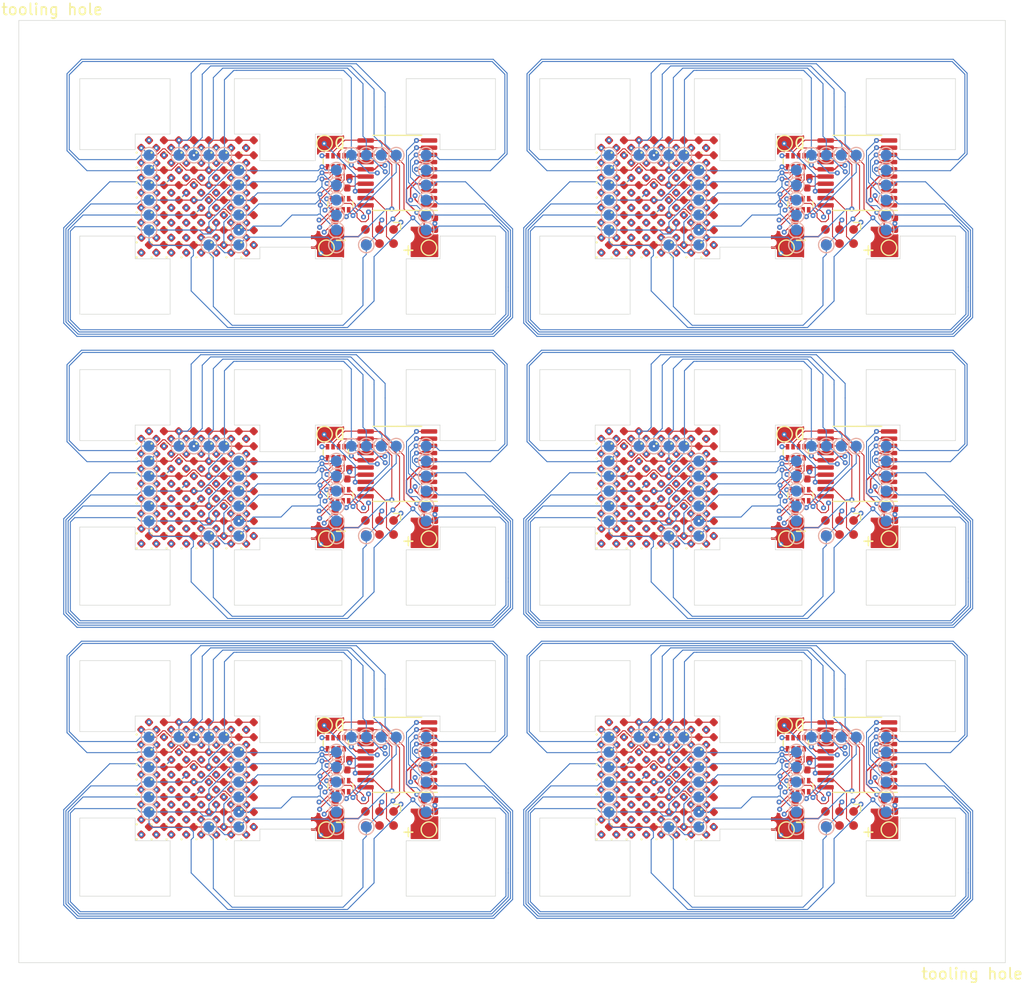
<source format=kicad_pcb>
(kicad_pcb (version 20171130) (host pcbnew 5.1.7)
  (layers (0 F.Cu signal) (1 In1.Cu signal) (2 In2.Cu signal) (31 B.Cu signal) (34 B.Paste user) (35 F.Paste user) (36 B.SilkS user) (37 F.SilkS user) (38 B.Mask user) (39 F.Mask user) (44 Edge.Cuts user))
  (net 0 "")
  (net 1 /A8)
  (net 2 /K0)
  (net 3 /A1)
  (net 4 /A2)
  (net 5 /A3)
  (net 6 /A4)
  (net 7 /A5)
  (net 8 /A6)
  (net 9 /A7)
  (net 10 /A0)
  (net 11 /K1)
  (net 12 /K2)
  (net 13 /K3)
  (net 14 /K4)
  (net 15 /K5)
  (net 16 /K6)
  (net 17 /K7)
  (net 18 "Net-(R1-Pad1)")
  (net 19 "Net-(U1-Pad14)")
  (net 20 "Net-(U1-Pad3)")
  (net 21 "Net-(U1-Pad2)")
  (net 22 GND)
  (net 23 +3V0)
  (net 24 "Net-(J1-Pad6)")
  (net 25 "Net-(J1-Pad4)")
  (net 26 "Net-(J1-Pad2)")
  (net 27 "Net-(TP36-Pad1)")
  (net 28 "Net-(C4-Pad1)")
  (module ToolingHole:ToolingHole_JLCSMT (layer F.Cu) (at 174.6 118.35)
    (fp_text reference REF** hide)
    (fp_text value ToolingHole_JLCSMT)
    (fp_text user "tooling hole" (at 0 4) (layer F.SilkS))
    (pad "" np_thru_hole circle (at 0 0) (size 1.152 1.152) (drill 1.152) (layers *.Cu *.Mask))
  )
  (module ToolingHole:ToolingHole_JLCSMT (layer F.Cu) (at 91.6 39.35)
    (fp_text reference REF** hide)
    (fp_text value ToolingHole_JLCSMT)
    (fp_text user "tooling hole" (at 0 -4) (layer F.SilkS))
    (pad "" np_thru_hole circle (at 0 0) (size 1.152 1.152) (drill 1.152) (layers *.Cu *.Mask))
  )
  (module TestPoint:TestPoint_Pad_D1.0mm (layer B.Cu) (at 141.85 55.25)
    (fp_text reference TP15 hide)
    (fp_text value TestPoint)
    (pad 1 smd circle (at 0 0) (size 1 1) (layers B.Cu B.Mask))
  )
  (module Perforation:Perforation_0.4mm (layer F.Cu) (at 156.65 101.9)
    (fp_text reference REF** hide)
    (fp_text value Perforation_0.4mm hide)
    (pad "" np_thru_hole circle (at 0 0) (size 0.4 0.4) (drill 0.4) (layers *.Cu *.Mask))
  )
  (module Perforation:Perforation_0.4mm (layer F.Cu) (at 168.3 75.65 180)
    (fp_text reference REF** hide)
    (fp_text value Perforation_0.4mm hide)
    (pad "" np_thru_hole circle (at 0 0 180) (size 0.4 0.4) (drill 0.4) (layers *.Cu *.Mask))
  )
  (module LED_SMD:LED_0402_1005Metric (layer F.Cu) (at 144.2 76.45 45)
    (fp_text reference D19 hide)
    (fp_text value LED)
    (pad 2 smd roundrect (at 0.485 0 45) (size 0.59 0.64) (layers F.Cu F.Paste F.Mask))
    (pad 1 smd roundrect (at -0.485 0 45) (size 0.59 0.64) (layers F.Cu F.Paste F.Mask))
  )
  (module Perforation:Perforation_0.4mm (layer F.Cu) (at 168.3 103.9 180)
    (fp_text reference REF** hide)
    (fp_text value Perforation_0.4mm hide)
    (pad "" np_thru_hole circle (at 0 0 180) (size 0.4 0.4) (drill 0.4) (layers *.Cu *.Mask))
  )
  (module LED_SMD:LED_0402_1005Metric (layer F.Cu) (at 146.9 77.8 45)
    (fp_text reference D36 hide)
    (fp_text value LED)
    (pad 2 smd roundrect (at 0.485 0 45) (size 0.59 0.64) (layers F.Cu F.Paste F.Mask))
    (pad 1 smd roundrect (at -0.485 0 45) (size 0.59 0.64) (layers F.Cu F.Paste F.Mask))
  )
  (module Perforation:Perforation_0.4mm (layer F.Cu) (at 156.65 104.9)
    (fp_text reference REF** hide)
    (fp_text value Perforation_0.4mm hide)
    (pad "" np_thru_hole circle (at 0 0) (size 0.4 0.4) (drill 0.4) (layers *.Cu *.Mask))
  )
  (module Perforation:Perforation_0.4mm (layer F.Cu) (at 140.4 107.9)
    (fp_text reference REF** hide)
    (fp_text value Perforation_0.4mm hide)
    (pad "" np_thru_hole circle (at 0 0) (size 0.4 0.4) (drill 0.4) (layers *.Cu *.Mask))
  )
  (module LED_SMD:LED_0402_1005Metric (layer F.Cu) (at 141.5 76.45 45)
    (fp_text reference D3 hide)
    (fp_text value LED)
    (pad 2 smd roundrect (at 0.485 0 45) (size 0.59 0.64) (layers F.Cu F.Paste F.Mask))
    (pad 1 smd roundrect (at -0.485 0 45) (size 0.59 0.64) (layers F.Cu F.Paste F.Mask))
  )
  (module TestPoint:TestPoint_Pad_D1.0mm (layer B.Cu) (at 158.750001 82.85 180)
    (fp_text reference TP34 hide)
    (fp_text value TestPoint)
    (pad 1 smd circle (at 0 0 180) (size 1 1) (layers B.Cu B.Mask))
  )
  (module LED_SMD:LED_0402_1005Metric (layer F.Cu) (at 150.95 80.5 45)
    (fp_text reference D62 hide)
    (fp_text value LED)
    (pad 2 smd roundrect (at 0.485 0 45) (size 0.59 0.64) (layers F.Cu F.Paste F.Mask))
    (pad 1 smd roundrect (at -0.485 0 45) (size 0.59 0.64) (layers F.Cu F.Paste F.Mask))
  )
  (module Perforation:Perforation_0.4mm (layer F.Cu) (at 152.05 76.65)
    (fp_text reference REF** hide)
    (fp_text value Perforation_0.4mm hide)
    (pad "" np_thru_hole circle (at 0 0) (size 0.4 0.4) (drill 0.4) (layers *.Cu *.Mask))
  )
  (module LED_SMD:LED_0402_1005Metric (layer F.Cu) (at 142.85 48.85 45)
    (fp_text reference D10 hide)
    (fp_text value LED)
    (pad 2 smd roundrect (at 0.485 0 45) (size 0.59 0.64) (layers F.Cu F.Paste F.Mask))
    (pad 1 smd roundrect (at -0.485 0 45) (size 0.59 0.64) (layers F.Cu F.Paste F.Mask))
  )
  (module LED_SMD:LED_0402_1005Metric (layer F.Cu) (at 146.9 80.5 45)
    (fp_text reference D38 hide)
    (fp_text value LED)
    (pad 2 smd roundrect (at 0.485 0 45) (size 0.59 0.64) (layers F.Cu F.Paste F.Mask))
    (pad 1 smd roundrect (at -0.485 0 45) (size 0.59 0.64) (layers F.Cu F.Paste F.Mask))
  )
  (module Perforation:Perforation_0.4mm (layer F.Cu) (at 140.4 106.9)
    (fp_text reference REF** hide)
    (fp_text value Perforation_0.4mm hide)
    (pad "" np_thru_hole circle (at 0 0) (size 0.4 0.4) (drill 0.4) (layers *.Cu *.Mask))
  )
  (module Perforation:Perforation_0.4mm (layer F.Cu) (at 168.3 106.9 180)
    (fp_text reference REF** hide)
    (fp_text value Perforation_0.4mm hide)
    (pad "" np_thru_hole circle (at 0 0 180) (size 0.4 0.4) (drill 0.4) (layers *.Cu *.Mask))
  )
  (module TestPoint:TestPoint_Pad_D1.0mm (layer B.Cu) (at 162.8 48.5 180)
    (fp_text reference TP19 hide)
    (fp_text value TestPoint)
    (pad 1 smd circle (at 0 0 180) (size 1 1) (layers B.Cu B.Mask))
  )
  (module LED_SMD:LED_0402_1005Metric (layer F.Cu) (at 149.6 51.55 45)
    (fp_text reference D52 hide)
    (fp_text value LED)
    (pad 2 smd roundrect (at 0.485 0 45) (size 0.59 0.64) (layers F.Cu F.Paste F.Mask))
    (pad 1 smd roundrect (at -0.485 0 45) (size 0.59 0.64) (layers F.Cu F.Paste F.Mask))
  )
  (module Perforation:Perforation_0.4mm (layer F.Cu) (at 161.65 72.65)
    (fp_text reference REF** hide)
    (fp_text value Perforation_0.4mm hide)
    (pad "" np_thru_hole circle (at 0 0) (size 0.4 0.4) (drill 0.4) (layers *.Cu *.Mask))
  )
  (module Perforation:Perforation_0.4mm (layer F.Cu) (at 156.65 103.9)
    (fp_text reference REF** hide)
    (fp_text value Perforation_0.4mm hide)
    (pad "" np_thru_hole circle (at 0 0) (size 0.4 0.4) (drill 0.4) (layers *.Cu *.Mask))
  )
  (module TestPoint:TestPoint_Pad_D1.0mm (layer B.Cu) (at 160.1 74.75 180)
    (fp_text reference TP21 hide)
    (fp_text value TestPoint)
    (pad 1 smd circle (at 0 0 180) (size 1 1) (layers B.Cu B.Mask))
  )
  (module Perforation:Perforation_0.4mm (layer F.Cu) (at 156.65 102.9)
    (fp_text reference REF** hide)
    (fp_text value Perforation_0.4mm hide)
    (pad "" np_thru_hole circle (at 0 0) (size 0.4 0.4) (drill 0.4) (layers *.Cu *.Mask))
  )
  (module Perforation:Perforation_0.4mm (layer F.Cu) (at 156.65 108.9)
    (fp_text reference REF** hide)
    (fp_text value Perforation_0.4mm hide)
    (pad "" np_thru_hole circle (at 0 0) (size 0.4 0.4) (drill 0.4) (layers *.Cu *.Mask))
  )
  (module Perforation:Perforation_0.4mm (layer F.Cu) (at 152.05 77.65)
    (fp_text reference REF** hide)
    (fp_text value Perforation_0.4mm hide)
    (pad "" np_thru_hole circle (at 0 0) (size 0.4 0.4) (drill 0.4) (layers *.Cu *.Mask))
  )
  (module TestPoint:TestPoint_Pad_D1.0mm (layer B.Cu) (at 141.85 53.9)
    (fp_text reference TP14 hide)
    (fp_text value TestPoint)
    (pad 1 smd circle (at 0 0) (size 1 1) (layers B.Cu B.Mask))
  )
  (module Perforation:Perforation_0.4mm (layer F.Cu) (at 168.299999 78.65 180)
    (fp_text reference REF** hide)
    (fp_text value Perforation_0.4mm hide)
    (pad "" np_thru_hole circle (at 0 0 180) (size 0.4 0.4) (drill 0.4) (layers *.Cu *.Mask))
  )
  (module LED_SMD:LED_0402_1005Metric (layer F.Cu) (at 146.9 83.2 45)
    (fp_text reference D40 hide)
    (fp_text value LED)
    (pad 2 smd roundrect (at 0.485 0 45) (size 0.59 0.64) (layers F.Cu F.Paste F.Mask))
    (pad 1 smd roundrect (at -0.485 0 45) (size 0.59 0.64) (layers F.Cu F.Paste F.Mask))
  )
  (module LED_SMD:LED_0402_1005Metric (layer F.Cu) (at 148.25 83.2 45)
    (fp_text reference D48 hide)
    (fp_text value LED)
    (pad 2 smd roundrect (at 0.485 0 45) (size 0.59 0.64) (layers F.Cu F.Paste F.Mask))
    (pad 1 smd roundrect (at -0.485 0 45) (size 0.59 0.64) (layers F.Cu F.Paste F.Mask))
  )
  (module TestPoint:TestPoint_Pad_D1.0mm (layer F.Cu) (at 157.68 47.42 180)
    (fp_text reference TP36 hide)
    (fp_text value TestPoint)
    (pad 1 smd circle (at 0 0 180) (size 1 1) (layers F.Cu F.Mask))
  )
  (module Resistor_SMD:R_Array_Concave_4x0402 (layer F.Cu) (at 158.7 75.3 270)
    (fp_text reference RN2 hide)
    (fp_text value 1kR)
    (pad 5 smd rect (at 0.5 0.75 270) (size 0.5 0.32) (layers F.Cu F.Paste F.Mask))
    (pad 6 smd rect (at 0.5 0.25 270) (size 0.5 0.32) (layers F.Cu F.Paste F.Mask))
    (pad 8 smd rect (at 0.5 -0.75 270) (size 0.5 0.32) (layers F.Cu F.Paste F.Mask))
    (pad 7 smd rect (at 0.5 -0.25 270) (size 0.5 0.32) (layers F.Cu F.Paste F.Mask))
    (pad 4 smd rect (at -0.5 0.75 270) (size 0.5 0.32) (layers F.Cu F.Paste F.Mask))
    (pad 2 smd rect (at -0.5 -0.25 270) (size 0.5 0.32) (layers F.Cu F.Paste F.Mask))
    (pad 3 smd rect (at -0.5 0.25 270) (size 0.5 0.32) (layers F.Cu F.Paste F.Mask))
    (pad 1 smd rect (at -0.5 -0.75 270) (size 0.5 0.32) (layers F.Cu F.Paste F.Mask))
  )
  (module Perforation:Perforation_0.4mm (layer F.Cu) (at 159.65 72.65)
    (fp_text reference REF** hide)
    (fp_text value Perforation_0.4mm hide)
    (pad "" np_thru_hole circle (at 0 0) (size 0.4 0.4) (drill 0.4) (layers *.Cu *.Mask))
  )
  (module Perforation:Perforation_0.4mm (layer F.Cu) (at 148.15 84.25)
    (fp_text reference REF** hide)
    (fp_text value Perforation_0.4mm hide)
    (pad "" np_thru_hole circle (at 0 0) (size 0.4 0.4) (drill 0.4) (layers *.Cu *.Mask))
  )
  (module LED_SMD:LED_0402_1005Metric (layer F.Cu) (at 150.95 81.85 45)
    (fp_text reference D63 hide)
    (fp_text value LED)
    (pad 2 smd roundrect (at 0.485 0 45) (size 0.59 0.64) (layers F.Cu F.Paste F.Mask))
    (pad 1 smd roundrect (at -0.485 0 45) (size 0.59 0.64) (layers F.Cu F.Paste F.Mask))
  )
  (module Perforation:Perforation_0.4mm (layer F.Cu) (at 160.65 72.65)
    (fp_text reference REF** hide)
    (fp_text value Perforation_0.4mm hide)
    (pad "" np_thru_hole circle (at 0 0) (size 0.4 0.4) (drill 0.4) (layers *.Cu *.Mask))
  )
  (module Perforation:Perforation_0.4mm (layer F.Cu) (at 144.15 72.65)
    (fp_text reference REF** hide)
    (fp_text value Perforation_0.4mm hide)
    (pad "" np_thru_hole circle (at 0 0) (size 0.4 0.4) (drill 0.4) (layers *.Cu *.Mask))
  )
  (module Perforation:Perforation_0.4mm (layer F.Cu) (at 152.05 78.65)
    (fp_text reference REF** hide)
    (fp_text value Perforation_0.4mm hide)
    (pad "" np_thru_hole circle (at 0 0) (size 0.4 0.4) (drill 0.4) (layers *.Cu *.Mask))
  )
  (module Perforation:Perforation_0.4mm (layer F.Cu) (at 148.15 72.65)
    (fp_text reference REF** hide)
    (fp_text value Perforation_0.4mm hide)
    (pad "" np_thru_hole circle (at 0 0) (size 0.4 0.4) (drill 0.4) (layers *.Cu *.Mask))
  )
  (module LED_SMD:LED_0402_1005Metric (layer F.Cu) (at 149.6 50.2 45)
    (fp_text reference D51 hide)
    (fp_text value LED)
    (pad 2 smd roundrect (at 0.485 0 45) (size 0.59 0.64) (layers F.Cu F.Paste F.Mask))
    (pad 1 smd roundrect (at -0.485 0 45) (size 0.59 0.64) (layers F.Cu F.Paste F.Mask))
  )
  (module Perforation:Perforation_0.4mm (layer F.Cu) (at 140.4 78.65)
    (fp_text reference REF** hide)
    (fp_text value Perforation_0.4mm hide)
    (pad "" np_thru_hole circle (at 0 0) (size 0.4 0.4) (drill 0.4) (layers *.Cu *.Mask))
  )
  (module Perforation:Perforation_0.4mm (layer F.Cu) (at 163.65 72.65)
    (fp_text reference REF** hide)
    (fp_text value Perforation_0.4mm hide)
    (pad "" np_thru_hole circle (at 0 0) (size 0.4 0.4) (drill 0.4) (layers *.Cu *.Mask))
  )
  (module Perforation:Perforation_0.4mm (layer F.Cu) (at 147.15 72.65)
    (fp_text reference REF** hide)
    (fp_text value Perforation_0.4mm hide)
    (pad "" np_thru_hole circle (at 0 0) (size 0.4 0.4) (drill 0.4) (layers *.Cu *.Mask))
  )
  (module Perforation:Perforation_0.4mm (layer F.Cu) (at 161.65 84.25)
    (fp_text reference REF** hide)
    (fp_text value Perforation_0.4mm hide)
    (pad "" np_thru_hole circle (at 0 0) (size 0.4 0.4) (drill 0.4) (layers *.Cu *.Mask))
  )
  (module Perforation:Perforation_0.4mm (layer F.Cu) (at 160.65 84.25)
    (fp_text reference REF** hide)
    (fp_text value Perforation_0.4mm hide)
    (pad "" np_thru_hole circle (at 0 0) (size 0.4 0.4) (drill 0.4) (layers *.Cu *.Mask))
  )
  (module LED_SMD:LED_0402_1005Metric (layer F.Cu) (at 141.5 73.75 45)
    (fp_text reference D1 hide)
    (fp_text value LED)
    (pad 2 smd roundrect (at 0.485 0 45) (size 0.59 0.64) (layers F.Cu F.Paste F.Mask))
    (pad 1 smd roundrect (at -0.485 0 45) (size 0.59 0.64) (layers F.Cu F.Paste F.Mask))
  )
  (module LED_SMD:LED_0402_1005Metric (layer F.Cu) (at 145.55 80.5 45)
    (fp_text reference D30 hide)
    (fp_text value LED)
    (pad 2 smd roundrect (at 0.485 0 45) (size 0.59 0.64) (layers F.Cu F.Paste F.Mask))
    (pad 1 smd roundrect (at -0.485 0 45) (size 0.59 0.64) (layers F.Cu F.Paste F.Mask))
  )
  (module Perforation:Perforation_0.4mm (layer F.Cu) (at 168.3 79.65 180)
    (fp_text reference REF** hide)
    (fp_text value Perforation_0.4mm hide)
    (pad "" np_thru_hole circle (at 0 0 180) (size 0.4 0.4) (drill 0.4) (layers *.Cu *.Mask))
  )
  (module TestPoint:TestPoint_Pad_D1.0mm (layer B.Cu) (at 161.45 74.75 180)
    (fp_text reference TP20 hide)
    (fp_text value TestPoint)
    (pad 1 smd circle (at 0 0 180) (size 1 1) (layers B.Cu B.Mask))
  )
  (module Perforation:Perforation_0.4mm (layer F.Cu) (at 140.4 102.9)
    (fp_text reference REF** hide)
    (fp_text value Perforation_0.4mm hide)
    (pad "" np_thru_hole circle (at 0 0) (size 0.4 0.4) (drill 0.4) (layers *.Cu *.Mask))
  )
  (module LED_SMD:LED_0402_1005Metric (layer F.Cu) (at 144.2 81.85 45)
    (fp_text reference D23 hide)
    (fp_text value LED)
    (pad 2 smd roundrect (at 0.485 0 45) (size 0.59 0.64) (layers F.Cu F.Paste F.Mask))
    (pad 1 smd roundrect (at -0.485 0 45) (size 0.59 0.64) (layers F.Cu F.Paste F.Mask))
  )
  (module Perforation:Perforation_0.4mm (layer F.Cu) (at 140.4 101.9)
    (fp_text reference REF** hide)
    (fp_text value Perforation_0.4mm hide)
    (pad "" np_thru_hole circle (at 0 0) (size 0.4 0.4) (drill 0.4) (layers *.Cu *.Mask))
  )
  (module LED_SMD:LED_0402_1005Metric (layer F.Cu) (at 150.95 77.8 45)
    (fp_text reference D60 hide)
    (fp_text value LED)
    (pad 2 smd roundrect (at 0.485 0 45) (size 0.59 0.64) (layers F.Cu F.Paste F.Mask))
    (pad 1 smd roundrect (at -0.485 0 45) (size 0.59 0.64) (layers F.Cu F.Paste F.Mask))
  )
  (module TestPoint:TestPoint_Pad_D1.0mm (layer F.Cu) (at 157.68 73.67 180)
    (fp_text reference TP36 hide)
    (fp_text value TestPoint)
    (pad 1 smd circle (at 0 0 180) (size 1 1) (layers F.Cu F.Mask))
  )
  (module LED_SMD:LED_0402_1005Metric (layer F.Cu) (at 150.95 51.55 45)
    (fp_text reference D60 hide)
    (fp_text value LED)
    (pad 2 smd roundrect (at 0.485 0 45) (size 0.59 0.64) (layers F.Cu F.Paste F.Mask))
    (pad 1 smd roundrect (at -0.485 0 45) (size 0.59 0.64) (layers F.Cu F.Paste F.Mask))
  )
  (module LED_SMD:LED_0402_1005Metric (layer F.Cu) (at 146.9 48.85 45)
    (fp_text reference D34 hide)
    (fp_text value LED)
    (pad 2 smd roundrect (at 0.485 0 45) (size 0.59 0.64) (layers F.Cu F.Paste F.Mask))
    (pad 1 smd roundrect (at -0.485 0 45) (size 0.59 0.64) (layers F.Cu F.Paste F.Mask))
  )
  (module LED_SMD:LED_0402_1005Metric (layer F.Cu) (at 142.85 73.75 45)
    (fp_text reference D9 hide)
    (fp_text value LED)
    (pad 2 smd roundrect (at 0.485 0 45) (size 0.59 0.64) (layers F.Cu F.Paste F.Mask))
    (pad 1 smd roundrect (at -0.485 0 45) (size 0.59 0.64) (layers F.Cu F.Paste F.Mask))
  )
  (module LED_SMD:LED_0402_1005Metric (layer F.Cu) (at 144.2 54.25 45)
    (fp_text reference D22 hide)
    (fp_text value LED)
    (pad 2 smd roundrect (at 0.485 0 45) (size 0.59 0.64) (layers F.Cu F.Paste F.Mask))
    (pad 1 smd roundrect (at -0.485 0 45) (size 0.59 0.64) (layers F.Cu F.Paste F.Mask))
  )
  (module Perforation:Perforation_0.4mm (layer F.Cu) (at 145.15 46.4)
    (fp_text reference REF** hide)
    (fp_text value Perforation_0.4mm hide)
    (pad "" np_thru_hole circle (at 0 0) (size 0.4 0.4) (drill 0.4) (layers *.Cu *.Mask))
  )
  (module TestPoint:TestPoint_Pad_D1.0mm (layer B.Cu) (at 162.8 74.75 180)
    (fp_text reference TP19 hide)
    (fp_text value TestPoint)
    (pad 1 smd circle (at 0 0 180) (size 1 1) (layers B.Cu B.Mask))
  )
  (module Perforation:Perforation_0.4mm (layer F.Cu) (at 164.65 84.25)
    (fp_text reference REF** hide)
    (fp_text value Perforation_0.4mm hide)
    (pad "" np_thru_hole circle (at 0 0) (size 0.4 0.4) (drill 0.4) (layers *.Cu *.Mask))
  )
  (module Perforation:Perforation_0.4mm (layer F.Cu) (at 156.65 54.4)
    (fp_text reference REF** hide)
    (fp_text value Perforation_0.4mm hide)
    (pad "" np_thru_hole circle (at 0 0) (size 0.4 0.4) (drill 0.4) (layers *.Cu *.Mask))
  )
  (module LED_SMD:LED_0402_1005Metric (layer F.Cu) (at 145.55 73.75 45)
    (fp_text reference D25 hide)
    (fp_text value LED)
    (pad 2 smd roundrect (at 0.485 0 45) (size 0.59 0.64) (layers F.Cu F.Paste F.Mask))
    (pad 1 smd roundrect (at -0.485 0 45) (size 0.59 0.64) (layers F.Cu F.Paste F.Mask))
  )
  (module Perforation:Perforation_0.4mm (layer F.Cu) (at 152.05 52.4)
    (fp_text reference REF** hide)
    (fp_text value Perforation_0.4mm hide)
    (pad "" np_thru_hole circle (at 0 0) (size 0.4 0.4) (drill 0.4) (layers *.Cu *.Mask))
  )
  (module TestPoint:TestPoint_Pad_D1.0mm (layer B.Cu) (at 164.15 48.5 180)
    (fp_text reference TP18 hide)
    (fp_text value TestPoint)
    (pad 1 smd circle (at 0 0 180) (size 1 1) (layers B.Cu B.Mask))
  )
  (module LED_SMD:LED_0402_1005Metric (layer F.Cu) (at 141.5 50.2 45)
    (fp_text reference D3 hide)
    (fp_text value LED)
    (pad 2 smd roundrect (at 0.485 0 45) (size 0.59 0.64) (layers F.Cu F.Paste F.Mask))
    (pad 1 smd roundrect (at -0.485 0 45) (size 0.59 0.64) (layers F.Cu F.Paste F.Mask))
  )
  (module TestPoint:TestPoint_Pad_D1.0mm (layer B.Cu) (at 144.55 74.75)
    (fp_text reference TP1 hide)
    (fp_text value TestPoint)
    (pad 1 smd circle (at 0 0) (size 1 1) (layers B.Cu B.Mask))
  )
  (module Perforation:Perforation_0.4mm (layer F.Cu) (at 140.4 104.9)
    (fp_text reference REF** hide)
    (fp_text value Perforation_0.4mm hide)
    (pad "" np_thru_hole circle (at 0 0) (size 0.4 0.4) (drill 0.4) (layers *.Cu *.Mask))
  )
  (module Perforation:Perforation_0.4mm (layer F.Cu) (at 144.15 84.25)
    (fp_text reference REF** hide)
    (fp_text value Perforation_0.4mm hide)
    (pad "" np_thru_hole circle (at 0 0) (size 0.4 0.4) (drill 0.4) (layers *.Cu *.Mask))
  )
  (module Perforation:Perforation_0.4mm (layer F.Cu) (at 140.4 79.65)
    (fp_text reference REF** hide)
    (fp_text value Perforation_0.4mm hide)
    (pad "" np_thru_hole circle (at 0 0) (size 0.4 0.4) (drill 0.4) (layers *.Cu *.Mask))
  )
  (module Perforation:Perforation_0.4mm (layer F.Cu) (at 159.65 98.9)
    (fp_text reference REF** hide)
    (fp_text value Perforation_0.4mm hide)
    (pad "" np_thru_hole circle (at 0 0) (size 0.4 0.4) (drill 0.4) (layers *.Cu *.Mask))
  )
  (module LED_SMD:LED_0402_1005Metric (layer F.Cu) (at 142.85 55.6 45)
    (fp_text reference D15 hide)
    (fp_text value LED)
    (pad 2 smd roundrect (at 0.485 0 45) (size 0.59 0.64) (layers F.Cu F.Paste F.Mask))
    (pad 1 smd roundrect (at -0.485 0 45) (size 0.59 0.64) (layers F.Cu F.Paste F.Mask))
  )
  (module LED_SMD:LED_0402_1005Metric (layer F.Cu) (at 148.25 52.9 45)
    (fp_text reference D45 hide)
    (fp_text value LED)
    (pad 2 smd roundrect (at 0.485 0 45) (size 0.59 0.64) (layers F.Cu F.Paste F.Mask))
    (pad 1 smd roundrect (at -0.485 0 45) (size 0.59 0.64) (layers F.Cu F.Paste F.Mask))
  )
  (module LED_SMD:LED_0402_1005Metric (layer F.Cu) (at 145.55 48.85 45)
    (fp_text reference D26 hide)
    (fp_text value LED)
    (pad 2 smd roundrect (at 0.485 0 45) (size 0.59 0.64) (layers F.Cu F.Paste F.Mask))
    (pad 1 smd roundrect (at -0.485 0 45) (size 0.59 0.64) (layers F.Cu F.Paste F.Mask))
  )
  (module Perforation:Perforation_0.4mm (layer F.Cu) (at 156.65 75.65)
    (fp_text reference REF** hide)
    (fp_text value Perforation_0.4mm hide)
    (pad "" np_thru_hole circle (at 0 0) (size 0.4 0.4) (drill 0.4) (layers *.Cu *.Mask))
  )
  (module LED_SMD:LED_0402_1005Metric (layer F.Cu) (at 145.55 83.2 45)
    (fp_text reference D32 hide)
    (fp_text value LED)
    (pad 2 smd roundrect (at 0.485 0 45) (size 0.59 0.64) (layers F.Cu F.Paste F.Mask))
    (pad 1 smd roundrect (at -0.485 0 45) (size 0.59 0.64) (layers F.Cu F.Paste F.Mask))
  )
  (module Capacitor_SMD:C_0402_1005Metric (layer F.Cu) (at 167.15 81.45)
    (fp_text reference C1 hide)
    (fp_text value 10uF)
    (pad 2 smd roundrect (at 0.485 0) (size 0.59 0.64) (layers F.Cu F.Paste F.Mask))
    (pad 1 smd roundrect (at -0.485 0) (size 0.59 0.64) (layers F.Cu F.Paste F.Mask))
  )
  (module LED_SMD:LED_0402_1005Metric (layer F.Cu) (at 149.6 76.45 45)
    (fp_text reference D51 hide)
    (fp_text value LED)
    (pad 2 smd roundrect (at 0.485 0 45) (size 0.59 0.64) (layers F.Cu F.Paste F.Mask))
    (pad 1 smd roundrect (at -0.485 0 45) (size 0.59 0.64) (layers F.Cu F.Paste F.Mask))
  )
  (module LED_SMD:LED_0402_1005Metric (layer F.Cu) (at 145.55 75.1 45)
    (fp_text reference D26 hide)
    (fp_text value LED)
    (pad 2 smd roundrect (at 0.485 0 45) (size 0.59 0.64) (layers F.Cu F.Paste F.Mask))
    (pad 1 smd roundrect (at -0.485 0 45) (size 0.59 0.64) (layers F.Cu F.Paste F.Mask))
  )
  (module Resistor_SMD:R_Array_Concave_4x0402 (layer F.Cu) (at 159.11 79.18 270)
    (fp_text reference RN1 hide)
    (fp_text value 1kR)
    (pad 5 smd rect (at 0.5 0.75 270) (size 0.5 0.32) (layers F.Cu F.Paste F.Mask))
    (pad 6 smd rect (at 0.5 0.25 270) (size 0.5 0.32) (layers F.Cu F.Paste F.Mask))
    (pad 8 smd rect (at 0.5 -0.75 270) (size 0.5 0.32) (layers F.Cu F.Paste F.Mask))
    (pad 7 smd rect (at 0.5 -0.25 270) (size 0.5 0.32) (layers F.Cu F.Paste F.Mask))
    (pad 4 smd rect (at -0.5 0.75 270) (size 0.5 0.32) (layers F.Cu F.Paste F.Mask))
    (pad 2 smd rect (at -0.5 -0.25 270) (size 0.5 0.32) (layers F.Cu F.Paste F.Mask))
    (pad 3 smd rect (at -0.5 0.25 270) (size 0.5 0.32) (layers F.Cu F.Paste F.Mask))
    (pad 1 smd rect (at -0.5 -0.75 270) (size 0.5 0.32) (layers F.Cu F.Paste F.Mask))
  )
  (module Perforation:Perforation_0.4mm (layer F.Cu) (at 163.65 84.25)
    (fp_text reference REF** hide)
    (fp_text value Perforation_0.4mm hide)
    (pad "" np_thru_hole circle (at 0 0) (size 0.4 0.4) (drill 0.4) (layers *.Cu *.Mask))
  )
  (module LED_SMD:LED_0402_1005Metric (layer F.Cu) (at 148.25 80.5 45)
    (fp_text reference D46 hide)
    (fp_text value LED)
    (pad 2 smd roundrect (at 0.485 0 45) (size 0.59 0.64) (layers F.Cu F.Paste F.Mask))
    (pad 1 smd roundrect (at -0.485 0 45) (size 0.59 0.64) (layers F.Cu F.Paste F.Mask))
  )
  (module TestPoint:TestPoint_Pad_D1.0mm (layer B.Cu) (at 149.95 51.2)
    (fp_text reference TP6 hide)
    (fp_text value TestPoint)
    (pad 1 smd circle (at 0 0) (size 1 1) (layers B.Cu B.Mask))
  )
  (module TestPoint:TestPoint_Pad_D1.0mm (layer B.Cu) (at 141.85 77.45)
    (fp_text reference TP12 hide)
    (fp_text value TestPoint)
    (pad 1 smd circle (at 0 0) (size 1 1) (layers B.Cu B.Mask))
  )
  (module LED_SMD:LED_0402_1005Metric (layer F.Cu) (at 141.5 54.25 45)
    (fp_text reference D6 hide)
    (fp_text value LED)
    (pad 2 smd roundrect (at 0.485 0 45) (size 0.59 0.64) (layers F.Cu F.Paste F.Mask))
    (pad 1 smd roundrect (at -0.485 0 45) (size 0.59 0.64) (layers F.Cu F.Paste F.Mask))
  )
  (module LED_SMD:LED_0402_1005Metric (layer F.Cu) (at 142.85 54.25 45)
    (fp_text reference D14 hide)
    (fp_text value LED)
    (pad 2 smd roundrect (at 0.485 0 45) (size 0.59 0.64) (layers F.Cu F.Paste F.Mask))
    (pad 1 smd roundrect (at -0.485 0 45) (size 0.59 0.64) (layers F.Cu F.Paste F.Mask))
  )
  (module Perforation:Perforation_0.4mm (layer F.Cu) (at 159.65 84.25)
    (fp_text reference REF** hide)
    (fp_text value Perforation_0.4mm hide)
    (pad "" np_thru_hole circle (at 0 0) (size 0.4 0.4) (drill 0.4) (layers *.Cu *.Mask))
  )
  (module Perforation:Perforation_0.4mm (layer F.Cu) (at 156.65 77.65)
    (fp_text reference REF** hide)
    (fp_text value Perforation_0.4mm hide)
    (pad "" np_thru_hole circle (at 0 0) (size 0.4 0.4) (drill 0.4) (layers *.Cu *.Mask))
  )
  (module LED_SMD:LED_0402_1005Metric (layer F.Cu) (at 141.5 47.5 45)
    (fp_text reference D1 hide)
    (fp_text value LED)
    (pad 2 smd roundrect (at 0.485 0 45) (size 0.59 0.64) (layers F.Cu F.Paste F.Mask))
    (pad 1 smd roundrect (at -0.485 0 45) (size 0.59 0.64) (layers F.Cu F.Paste F.Mask))
  )
  (module LED_SMD:LED_0402_1005Metric (layer F.Cu) (at 145.55 54.25 45)
    (fp_text reference D30 hide)
    (fp_text value LED)
    (pad 2 smd roundrect (at 0.485 0 45) (size 0.59 0.64) (layers F.Cu F.Paste F.Mask))
    (pad 1 smd roundrect (at -0.485 0 45) (size 0.59 0.64) (layers F.Cu F.Paste F.Mask))
  )
  (module TestPoint:TestPoint_Pad_D1.0mm (layer B.Cu) (at 149.95 52.55)
    (fp_text reference TP7 hide)
    (fp_text value TestPoint)
    (pad 1 smd circle (at 0 0) (size 1 1) (layers B.Cu B.Mask))
  )
  (module Perforation:Perforation_0.4mm (layer F.Cu) (at 140.4 75.65)
    (fp_text reference REF** hide)
    (fp_text value Perforation_0.4mm hide)
    (pad "" np_thru_hole circle (at 0 0) (size 0.4 0.4) (drill 0.4) (layers *.Cu *.Mask))
  )
  (module Capacitor_SMD:C_0402_1005Metric (layer F.Cu) (at 159.435 76.77 180)
    (fp_text reference C2 hide)
    (fp_text value 100nF)
    (pad 2 smd roundrect (at 0.485 0 180) (size 0.59 0.64) (layers F.Cu F.Paste F.Mask))
    (pad 1 smd roundrect (at -0.485 0 180) (size 0.59 0.64) (layers F.Cu F.Paste F.Mask))
  )
  (module Perforation:Perforation_0.4mm (layer F.Cu) (at 156.65 49.4)
    (fp_text reference REF** hide)
    (fp_text value Perforation_0.4mm hide)
    (pad "" np_thru_hole circle (at 0 0) (size 0.4 0.4) (drill 0.4) (layers *.Cu *.Mask))
  )
  (module Perforation:Perforation_0.4mm (layer F.Cu) (at 140.4 76.65)
    (fp_text reference REF** hide)
    (fp_text value Perforation_0.4mm hide)
    (pad "" np_thru_hole circle (at 0 0) (size 0.4 0.4) (drill 0.4) (layers *.Cu *.Mask))
  )
  (module Perforation:Perforation_0.4mm (layer F.Cu) (at 146.15 84.25)
    (fp_text reference REF** hide)
    (fp_text value Perforation_0.4mm hide)
    (pad "" np_thru_hole circle (at 0 0) (size 0.4 0.4) (drill 0.4) (layers *.Cu *.Mask))
  )
  (module LED_SMD:LED_0402_1005Metric (layer F.Cu) (at 148.25 77.8 45)
    (fp_text reference D44 hide)
    (fp_text value LED)
    (pad 2 smd roundrect (at 0.485 0 45) (size 0.59 0.64) (layers F.Cu F.Paste F.Mask))
    (pad 1 smd roundrect (at -0.485 0 45) (size 0.59 0.64) (layers F.Cu F.Paste F.Mask))
  )
  (module Perforation:Perforation_0.4mm (layer F.Cu) (at 146.15 72.65)
    (fp_text reference REF** hide)
    (fp_text value Perforation_0.4mm hide)
    (pad "" np_thru_hole circle (at 0 0) (size 0.4 0.4) (drill 0.4) (layers *.Cu *.Mask))
  )
  (module Resistor_SMD:R_0402_1005Metric (layer F.Cu) (at 159.25 77.71 180)
    (fp_text reference R1 hide)
    (fp_text value 1kR)
    (pad 2 smd roundrect (at 0.485 0 180) (size 0.59 0.64) (layers F.Cu F.Paste F.Mask))
    (pad 1 smd roundrect (at -0.485 0 180) (size 0.59 0.64) (layers F.Cu F.Paste F.Mask))
  )
  (module Capacitor_SMD:C_0402_1005Metric (layer F.Cu) (at 167.15 54.15 180)
    (fp_text reference C3 hide)
    (fp_text value 100nF)
    (pad 2 smd roundrect (at 0.485 0 180) (size 0.59 0.64) (layers F.Cu F.Paste F.Mask))
    (pad 1 smd roundrect (at -0.485 0 180) (size 0.59 0.64) (layers F.Cu F.Paste F.Mask))
  )
  (module LED_SMD:LED_0402_1005Metric (layer F.Cu) (at 144.2 56.95 45)
    (fp_text reference D24 hide)
    (fp_text value LED)
    (pad 2 smd roundrect (at 0.485 0 45) (size 0.59 0.64) (layers F.Cu F.Paste F.Mask))
    (pad 1 smd roundrect (at -0.485 0 45) (size 0.59 0.64) (layers F.Cu F.Paste F.Mask))
  )
  (module Perforation:Perforation_0.4mm (layer F.Cu) (at 168.3 80.65 180)
    (fp_text reference REF** hide)
    (fp_text value Perforation_0.4mm hide)
    (pad "" np_thru_hole circle (at 0 0 180) (size 0.4 0.4) (drill 0.4) (layers *.Cu *.Mask))
  )
  (module Capacitor_SMD:C_0402_1005Metric (layer F.Cu) (at 158.63 81.16 270)
    (fp_text reference C4 hide)
    (fp_text value 100nF)
    (pad 2 smd roundrect (at 0.485 0 270) (size 0.59 0.64) (layers F.Cu F.Paste F.Mask))
    (pad 1 smd roundrect (at -0.485 0 270) (size 0.59 0.64) (layers F.Cu F.Paste F.Mask))
  )
  (module Perforation:Perforation_0.4mm (layer F.Cu) (at 152.05 75.65)
    (fp_text reference REF** hide)
    (fp_text value Perforation_0.4mm hide)
    (pad "" np_thru_hole circle (at 0 0) (size 0.4 0.4) (drill 0.4) (layers *.Cu *.Mask))
  )
  (module LED_SMD:LED_0402_1005Metric (layer F.Cu) (at 145.55 79.15 45)
    (fp_text reference D29 hide)
    (fp_text value LED)
    (pad 2 smd roundrect (at 0.485 0 45) (size 0.59 0.64) (layers F.Cu F.Paste F.Mask))
    (pad 1 smd roundrect (at -0.485 0 45) (size 0.59 0.64) (layers F.Cu F.Paste F.Mask))
  )
  (module Perforation:Perforation_0.4mm (layer F.Cu) (at 149.15 84.25)
    (fp_text reference REF** hide)
    (fp_text value Perforation_0.4mm hide)
    (pad "" np_thru_hole circle (at 0 0) (size 0.4 0.4) (drill 0.4) (layers *.Cu *.Mask))
  )
  (module Perforation:Perforation_0.4mm (layer F.Cu) (at 164.65 72.65)
    (fp_text reference REF** hide)
    (fp_text value Perforation_0.4mm hide)
    (pad "" np_thru_hole circle (at 0 0) (size 0.4 0.4) (drill 0.4) (layers *.Cu *.Mask))
  )
  (module Perforation:Perforation_0.4mm (layer F.Cu) (at 168.3 76.65 180)
    (fp_text reference REF** hide)
    (fp_text value Perforation_0.4mm hide)
    (pad "" np_thru_hole circle (at 0 0 180) (size 0.4 0.4) (drill 0.4) (layers *.Cu *.Mask))
  )
  (module Perforation:Perforation_0.4mm (layer F.Cu) (at 145.15 84.25)
    (fp_text reference REF** hide)
    (fp_text value Perforation_0.4mm hide)
    (pad "" np_thru_hole circle (at 0 0) (size 0.4 0.4) (drill 0.4) (layers *.Cu *.Mask))
  )
  (module Perforation:Perforation_0.4mm (layer F.Cu) (at 168.3 74.65 180)
    (fp_text reference REF** hide)
    (fp_text value Perforation_0.4mm hide)
    (pad "" np_thru_hole circle (at 0 0 180) (size 0.4 0.4) (drill 0.4) (layers *.Cu *.Mask))
  )
  (module LED_SMD:LED_0402_1005Metric (layer F.Cu) (at 141.5 56.95 45)
    (fp_text reference D8 hide)
    (fp_text value LED)
    (pad 2 smd roundrect (at 0.485 0 45) (size 0.59 0.64) (layers F.Cu F.Paste F.Mask))
    (pad 1 smd roundrect (at -0.485 0 45) (size 0.59 0.64) (layers F.Cu F.Paste F.Mask))
  )
  (module Perforation:Perforation_0.4mm (layer F.Cu) (at 148.15 46.4)
    (fp_text reference REF** hide)
    (fp_text value Perforation_0.4mm hide)
    (pad "" np_thru_hole circle (at 0 0) (size 0.4 0.4) (drill 0.4) (layers *.Cu *.Mask))
  )
  (module Perforation:Perforation_0.4mm (layer F.Cu) (at 168.3 101.9 180)
    (fp_text reference REF** hide)
    (fp_text value Perforation_0.4mm hide)
    (pad "" np_thru_hole circle (at 0 0 180) (size 0.4 0.4) (drill 0.4) (layers *.Cu *.Mask))
  )
  (module Perforation:Perforation_0.4mm (layer F.Cu) (at 156.65 53.4)
    (fp_text reference REF** hide)
    (fp_text value Perforation_0.4mm hide)
    (pad "" np_thru_hole circle (at 0 0) (size 0.4 0.4) (drill 0.4) (layers *.Cu *.Mask))
  )
  (module LED_SMD:LED_0402_1005Metric (layer F.Cu) (at 150.95 47.5 45)
    (fp_text reference D57 hide)
    (fp_text value LED)
    (pad 2 smd roundrect (at 0.485 0 45) (size 0.59 0.64) (layers F.Cu F.Paste F.Mask))
    (pad 1 smd roundrect (at -0.485 0 45) (size 0.59 0.64) (layers F.Cu F.Paste F.Mask))
  )
  (module TestPoint:TestPoint_Pad_D1.0mm (layer B.Cu) (at 166.85 76.1 180)
    (fp_text reference TP28 hide)
    (fp_text value TestPoint)
    (pad 1 smd circle (at 0 0 180) (size 1 1) (layers B.Cu B.Mask))
  )
  (module LED_SMD:LED_0402_1005Metric (layer F.Cu) (at 146.9 73.75 45)
    (fp_text reference D33 hide)
    (fp_text value LED)
    (pad 2 smd roundrect (at 0.485 0 45) (size 0.59 0.64) (layers F.Cu F.Paste F.Mask))
    (pad 1 smd roundrect (at -0.485 0 45) (size 0.59 0.64) (layers F.Cu F.Paste F.Mask))
  )
  (module Perforation:Perforation_0.4mm (layer F.Cu) (at 168.3 100.9 180)
    (fp_text reference REF** hide)
    (fp_text value Perforation_0.4mm hide)
    (pad "" np_thru_hole circle (at 0 0 180) (size 0.4 0.4) (drill 0.4) (layers *.Cu *.Mask))
  )
  (module Perforation:Perforation_0.4mm (layer F.Cu) (at 145.15 110.5)
    (fp_text reference REF** hide)
    (fp_text value Perforation_0.4mm hide)
    (pad "" np_thru_hole circle (at 0 0) (size 0.4 0.4) (drill 0.4) (layers *.Cu *.Mask))
  )
  (module TestPoint:TestPoint_Pad_D1.0mm (layer B.Cu) (at 149.95 81.5)
    (fp_text reference TP9 hide)
    (fp_text value TestPoint)
    (pad 1 smd circle (at 0 0) (size 1 1) (layers B.Cu B.Mask))
  )
  (module Perforation:Perforation_0.4mm (layer F.Cu) (at 140.4 77.65)
    (fp_text reference REF** hide)
    (fp_text value Perforation_0.4mm hide)
    (pad "" np_thru_hole circle (at 0 0) (size 0.4 0.4) (drill 0.4) (layers *.Cu *.Mask))
  )
  (module Perforation:Perforation_0.4mm (layer F.Cu) (at 168.3 81.65 180)
    (fp_text reference REF** hide)
    (fp_text value Perforation_0.4mm hide)
    (pad "" np_thru_hole circle (at 0 0 180) (size 0.4 0.4) (drill 0.4) (layers *.Cu *.Mask))
  )
  (module Perforation:Perforation_0.4mm (layer F.Cu) (at 140.4 48.4)
    (fp_text reference REF** hide)
    (fp_text value Perforation_0.4mm hide)
    (pad "" np_thru_hole circle (at 0 0) (size 0.4 0.4) (drill 0.4) (layers *.Cu *.Mask))
  )
  (module LED_SMD:LED_0402_1005Metric (layer F.Cu) (at 142.85 56.95 45)
    (fp_text reference D16 hide)
    (fp_text value LED)
    (pad 2 smd roundrect (at 0.485 0 45) (size 0.59 0.64) (layers F.Cu F.Paste F.Mask))
    (pad 1 smd roundrect (at -0.485 0 45) (size 0.59 0.64) (layers F.Cu F.Paste F.Mask))
  )
  (module Perforation:Perforation_0.4mm (layer F.Cu) (at 149.15 46.4)
    (fp_text reference REF** hide)
    (fp_text value Perforation_0.4mm hide)
    (pad "" np_thru_hole circle (at 0 0) (size 0.4 0.4) (drill 0.4) (layers *.Cu *.Mask))
  )
  (module TestPoint:TestPoint_Pad_D1.0mm (layer B.Cu) (at 158.75 78.8 180)
    (fp_text reference TP24 hide)
    (fp_text value TestPoint)
    (pad 1 smd circle (at 0 0 180) (size 1 1) (layers B.Cu B.Mask))
  )
  (module LED_SMD:LED_0402_1005Metric (layer F.Cu) (at 141.5 52.9 45)
    (fp_text reference D5 hide)
    (fp_text value LED)
    (pad 2 smd roundrect (at 0.485 0 45) (size 0.59 0.64) (layers F.Cu F.Paste F.Mask))
    (pad 1 smd roundrect (at -0.485 0 45) (size 0.59 0.64) (layers F.Cu F.Paste F.Mask))
  )
  (module LED_SMD:LED_0402_1005Metric (layer F.Cu) (at 142.85 50.2 45)
    (fp_text reference D11 hide)
    (fp_text value LED)
    (pad 2 smd roundrect (at 0.485 0 45) (size 0.59 0.64) (layers F.Cu F.Paste F.Mask))
    (pad 1 smd roundrect (at -0.485 0 45) (size 0.59 0.64) (layers F.Cu F.Paste F.Mask))
  )
  (module LED_SMD:LED_0402_1005Metric (layer F.Cu) (at 144.2 77.8 45)
    (fp_text reference D20 hide)
    (fp_text value LED)
    (pad 2 smd roundrect (at 0.485 0 45) (size 0.59 0.64) (layers F.Cu F.Paste F.Mask))
    (pad 1 smd roundrect (at -0.485 0 45) (size 0.59 0.64) (layers F.Cu F.Paste F.Mask))
  )
  (module LED_SMD:LED_0402_1005Metric (layer F.Cu) (at 148.25 50.2 45)
    (fp_text reference D43 hide)
    (fp_text value LED)
    (pad 2 smd roundrect (at 0.485 0 45) (size 0.59 0.64) (layers F.Cu F.Paste F.Mask))
    (pad 1 smd roundrect (at -0.485 0 45) (size 0.59 0.64) (layers F.Cu F.Paste F.Mask))
  )
  (module Perforation:Perforation_0.4mm (layer F.Cu) (at 168.3 102.9 180)
    (fp_text reference REF** hide)
    (fp_text value Perforation_0.4mm hide)
    (pad "" np_thru_hole circle (at 0 0 180) (size 0.4 0.4) (drill 0.4) (layers *.Cu *.Mask))
  )
  (module LED_SMD:LED_0402_1005Metric (layer F.Cu) (at 144.2 79.15 45)
    (fp_text reference D21 hide)
    (fp_text value LED)
    (pad 2 smd roundrect (at 0.485 0 45) (size 0.59 0.64) (layers F.Cu F.Paste F.Mask))
    (pad 1 smd roundrect (at -0.485 0 45) (size 0.59 0.64) (layers F.Cu F.Paste F.Mask))
  )
  (module LED_SMD:LED_0402_1005Metric (layer F.Cu) (at 141.5 79.15 45)
    (fp_text reference D5 hide)
    (fp_text value LED)
    (pad 2 smd roundrect (at 0.485 0 45) (size 0.59 0.64) (layers F.Cu F.Paste F.Mask))
    (pad 1 smd roundrect (at -0.485 0 45) (size 0.59 0.64) (layers F.Cu F.Paste F.Mask))
  )
  (module Perforation:Perforation_0.4mm (layer F.Cu) (at 164.65 98.9)
    (fp_text reference REF** hide)
    (fp_text value Perforation_0.4mm hide)
    (pad "" np_thru_hole circle (at 0 0) (size 0.4 0.4) (drill 0.4) (layers *.Cu *.Mask))
  )
  (module Capacitor_SMD:C_0402_1005Metric (layer F.Cu) (at 167.15 55.2)
    (fp_text reference C1 hide)
    (fp_text value 10uF)
    (pad 2 smd roundrect (at 0.485 0) (size 0.59 0.64) (layers F.Cu F.Paste F.Mask))
    (pad 1 smd roundrect (at -0.485 0) (size 0.59 0.64) (layers F.Cu F.Paste F.Mask))
  )
  (module Perforation:Perforation_0.4mm (layer F.Cu) (at 149.15 110.5)
    (fp_text reference REF** hide)
    (fp_text value Perforation_0.4mm hide)
    (pad "" np_thru_hole circle (at 0 0) (size 0.4 0.4) (drill 0.4) (layers *.Cu *.Mask))
  )
  (module Perforation:Perforation_0.4mm (layer F.Cu) (at 162.65 72.65)
    (fp_text reference REF** hide)
    (fp_text value Perforation_0.4mm hide)
    (pad "" np_thru_hole circle (at 0 0) (size 0.4 0.4) (drill 0.4) (layers *.Cu *.Mask))
  )
  (module TestPoint:TestPoint_Pad_D1.0mm (layer B.Cu) (at 141.85 76.1)
    (fp_text reference TP11 hide)
    (fp_text value TestPoint)
    (pad 1 smd circle (at 0 0) (size 1 1) (layers B.Cu B.Mask))
  )
  (module TestPoint:TestPoint_Pad_D1.0mm (layer B.Cu) (at 166.85 77.45 180)
    (fp_text reference TP29 hide)
    (fp_text value TestPoint)
    (pad 1 smd circle (at 0 0 180) (size 1 1) (layers B.Cu B.Mask))
  )
  (module Perforation:Perforation_0.4mm (layer F.Cu) (at 156.65 82.65)
    (fp_text reference REF** hide)
    (fp_text value Perforation_0.4mm hide)
    (pad "" np_thru_hole circle (at 0 0) (size 0.4 0.4) (drill 0.4) (layers *.Cu *.Mask))
  )
  (module TestPoint:TestPoint_Pad_D1.0mm (layer B.Cu) (at 141.85 52.55)
    (fp_text reference TP13 hide)
    (fp_text value TestPoint)
    (pad 1 smd circle (at 0 0) (size 1 1) (layers B.Cu B.Mask))
  )
  (module LED_SMD:LED_0402_1005Metric (layer F.Cu) (at 144.2 47.5 45)
    (fp_text reference D17 hide)
    (fp_text value LED)
    (pad 2 smd roundrect (at 0.485 0 45) (size 0.59 0.64) (layers F.Cu F.Paste F.Mask))
    (pad 1 smd roundrect (at -0.485 0 45) (size 0.59 0.64) (layers F.Cu F.Paste F.Mask))
  )
  (module Perforation:Perforation_0.4mm (layer F.Cu) (at 149.15 58)
    (fp_text reference REF** hide)
    (fp_text value Perforation_0.4mm hide)
    (pad "" np_thru_hole circle (at 0 0) (size 0.4 0.4) (drill 0.4) (layers *.Cu *.Mask))
  )
  (module LED_SMD:LED_0402_1005Metric (layer F.Cu) (at 144.2 55.6 45)
    (fp_text reference D23 hide)
    (fp_text value LED)
    (pad 2 smd roundrect (at 0.485 0 45) (size 0.59 0.64) (layers F.Cu F.Paste F.Mask))
    (pad 1 smd roundrect (at -0.485 0 45) (size 0.59 0.64) (layers F.Cu F.Paste F.Mask))
  )
  (module TestPoint:TestPoint_Pad_D1.0mm (layer B.Cu) (at 158.75 77.45 180)
    (fp_text reference TP23 hide)
    (fp_text value TestPoint)
    (pad 1 smd circle (at 0 0 180) (size 1 1) (layers B.Cu B.Mask))
  )
  (module Perforation:Perforation_0.4mm (layer F.Cu) (at 162.65 84.25)
    (fp_text reference REF** hide)
    (fp_text value Perforation_0.4mm hide)
    (pad "" np_thru_hole circle (at 0 0) (size 0.4 0.4) (drill 0.4) (layers *.Cu *.Mask))
  )
  (module TestPoint:TestPoint_Pad_D1.0mm (layer B.Cu) (at 148.600001 74.75)
    (fp_text reference TP4 hide)
    (fp_text value TestPoint)
    (pad 1 smd circle (at 0 0) (size 1 1) (layers B.Cu B.Mask))
  )
  (module Perforation:Perforation_0.4mm (layer F.Cu) (at 152.05 81.65)
    (fp_text reference REF** hide)
    (fp_text value Perforation_0.4mm hide)
    (pad "" np_thru_hole circle (at 0 0) (size 0.4 0.4) (drill 0.4) (layers *.Cu *.Mask))
  )
  (module Perforation:Perforation_0.4mm (layer F.Cu) (at 145.15 72.65)
    (fp_text reference REF** hide)
    (fp_text value Perforation_0.4mm hide)
    (pad "" np_thru_hole circle (at 0 0) (size 0.4 0.4) (drill 0.4) (layers *.Cu *.Mask))
  )
  (module Perforation:Perforation_0.4mm (layer F.Cu) (at 140.4 80.65)
    (fp_text reference REF** hide)
    (fp_text value Perforation_0.4mm hide)
    (pad "" np_thru_hole circle (at 0 0) (size 0.4 0.4) (drill 0.4) (layers *.Cu *.Mask))
  )
  (module Perforation:Perforation_0.4mm (layer F.Cu) (at 140.4 74.65)
    (fp_text reference REF** hide)
    (fp_text value Perforation_0.4mm hide)
    (pad "" np_thru_hole circle (at 0 0) (size 0.4 0.4) (drill 0.4) (layers *.Cu *.Mask))
  )
  (module Perforation:Perforation_0.4mm (layer F.Cu) (at 149.15 72.65)
    (fp_text reference REF** hide)
    (fp_text value Perforation_0.4mm hide)
    (pad "" np_thru_hole circle (at 0 0) (size 0.4 0.4) (drill 0.4) (layers *.Cu *.Mask))
  )
  (module LED_SMD:LED_0402_1005Metric (layer F.Cu) (at 148.25 76.45 45)
    (fp_text reference D43 hide)
    (fp_text value LED)
    (pad 2 smd roundrect (at 0.485 0 45) (size 0.59 0.64) (layers F.Cu F.Paste F.Mask))
    (pad 1 smd roundrect (at -0.485 0 45) (size 0.59 0.64) (layers F.Cu F.Paste F.Mask))
  )
  (module LED_SMD:LED_0402_1005Metric (layer F.Cu) (at 142.85 52.9 45)
    (fp_text reference D13 hide)
    (fp_text value LED)
    (pad 2 smd roundrect (at 0.485 0 45) (size 0.59 0.64) (layers F.Cu F.Paste F.Mask))
    (pad 1 smd roundrect (at -0.485 0 45) (size 0.59 0.64) (layers F.Cu F.Paste F.Mask))
  )
  (module Perforation:Perforation_0.4mm (layer F.Cu) (at 156.65 105.9)
    (fp_text reference REF** hide)
    (fp_text value Perforation_0.4mm hide)
    (pad "" np_thru_hole circle (at 0 0) (size 0.4 0.4) (drill 0.4) (layers *.Cu *.Mask))
  )
  (module Perforation:Perforation_0.4mm (layer F.Cu) (at 156.65 106.9)
    (fp_text reference REF** hide)
    (fp_text value Perforation_0.4mm hide)
    (pad "" np_thru_hole circle (at 0 0) (size 0.4 0.4) (drill 0.4) (layers *.Cu *.Mask))
  )
  (module TestPoint:TestPoint_Pad_D1.0mm (layer B.Cu) (at 147.249999 48.5)
    (fp_text reference TP3 hide)
    (fp_text value TestPoint)
    (pad 1 smd circle (at 0 0) (size 1 1) (layers B.Cu B.Mask))
  )
  (module TestPoint:TestPoint_Pad_D1.0mm (layer B.Cu) (at 145.9 48.5)
    (fp_text reference TP2 hide)
    (fp_text value TestPoint)
    (pad 1 smd circle (at 0 0) (size 1 1) (layers B.Cu B.Mask))
  )
  (module LED_SMD:LED_0402_1005Metric (layer F.Cu) (at 145.55 50.2 45)
    (fp_text reference D27 hide)
    (fp_text value LED)
    (pad 2 smd roundrect (at 0.485 0 45) (size 0.59 0.64) (layers F.Cu F.Paste F.Mask))
    (pad 1 smd roundrect (at -0.485 0 45) (size 0.59 0.64) (layers F.Cu F.Paste F.Mask))
  )
  (module Perforation:Perforation_0.4mm (layer F.Cu) (at 140.4 53.4)
    (fp_text reference REF** hide)
    (fp_text value Perforation_0.4mm hide)
    (pad "" np_thru_hole circle (at 0 0) (size 0.4 0.4) (drill 0.4) (layers *.Cu *.Mask))
  )
  (module Perforation:Perforation_0.4mm (layer F.Cu) (at 156.65 107.9)
    (fp_text reference REF** hide)
    (fp_text value Perforation_0.4mm hide)
    (pad "" np_thru_hole circle (at 0 0) (size 0.4 0.4) (drill 0.4) (layers *.Cu *.Mask))
  )
  (module Perforation:Perforation_0.4mm (layer F.Cu) (at 149.15 98.9)
    (fp_text reference REF** hide)
    (fp_text value Perforation_0.4mm hide)
    (pad "" np_thru_hole circle (at 0 0) (size 0.4 0.4) (drill 0.4) (layers *.Cu *.Mask))
  )
  (module Perforation:Perforation_0.4mm (layer F.Cu) (at 140.4 100.9)
    (fp_text reference REF** hide)
    (fp_text value Perforation_0.4mm hide)
    (pad "" np_thru_hole circle (at 0 0) (size 0.4 0.4) (drill 0.4) (layers *.Cu *.Mask))
  )
  (module Perforation:Perforation_0.4mm (layer F.Cu) (at 145.15 98.9)
    (fp_text reference REF** hide)
    (fp_text value Perforation_0.4mm hide)
    (pad "" np_thru_hole circle (at 0 0) (size 0.4 0.4) (drill 0.4) (layers *.Cu *.Mask))
  )
  (module LED_SMD:LED_0402_1005Metric (layer F.Cu) (at 150.95 54.25 45)
    (fp_text reference D62 hide)
    (fp_text value LED)
    (pad 2 smd roundrect (at 0.485 0 45) (size 0.59 0.64) (layers F.Cu F.Paste F.Mask))
    (pad 1 smd roundrect (at -0.485 0 45) (size 0.59 0.64) (layers F.Cu F.Paste F.Mask))
  )
  (module TestPoint:TestPoint_Pad_D1.0mm (layer B.Cu) (at 158.75 80.15 180)
    (fp_text reference TP25 hide)
    (fp_text value TestPoint)
    (pad 1 smd circle (at 0 0 180) (size 1 1) (layers B.Cu B.Mask))
  )
  (module TestPoint:TestPoint_Pad_D1.0mm (layer B.Cu) (at 166.85 74.750001 180)
    (fp_text reference TP27 hide)
    (fp_text value TestPoint)
    (pad 1 smd circle (at 0 0 180) (size 1 1) (layers B.Cu B.Mask))
  )
  (module TestPoint:TestPoint_Pad_D1.0mm (layer B.Cu) (at 158.750001 81.5 180)
    (fp_text reference TP26 hide)
    (fp_text value TestPoint)
    (pad 1 smd circle (at 0 0 180) (size 1 1) (layers B.Cu B.Mask))
  )
  (module TestPoint:TestPoint_Pad_D1.0mm (layer B.Cu) (at 147.249999 74.75)
    (fp_text reference TP3 hide)
    (fp_text value TestPoint)
    (pad 1 smd circle (at 0 0) (size 1 1) (layers B.Cu B.Mask))
  )
  (module TestPoint:TestPoint_Pad_D1.0mm (layer B.Cu) (at 166.85 81.499999 180)
    (fp_text reference TP32 hide)
    (fp_text value TestPoint)
    (pad 1 smd circle (at 0 0 180) (size 1 1) (layers B.Cu B.Mask))
  )
  (module TestPoint:TestPoint_Pad_D1.0mm (layer B.Cu) (at 145.9 74.75)
    (fp_text reference TP2 hide)
    (fp_text value TestPoint)
    (pad 1 smd circle (at 0 0) (size 1 1) (layers B.Cu B.Mask))
  )
  (module LED_SMD:LED_0402_1005Metric (layer F.Cu) (at 149.6 81.85 45)
    (fp_text reference D55 hide)
    (fp_text value LED)
    (pad 2 smd roundrect (at 0.485 0 45) (size 0.59 0.64) (layers F.Cu F.Paste F.Mask))
    (pad 1 smd roundrect (at -0.485 0 45) (size 0.59 0.64) (layers F.Cu F.Paste F.Mask))
  )
  (module LED_SMD:LED_0402_1005Metric (layer F.Cu) (at 148.25 81.85 45)
    (fp_text reference D47 hide)
    (fp_text value LED)
    (pad 2 smd roundrect (at 0.485 0 45) (size 0.59 0.64) (layers F.Cu F.Paste F.Mask))
    (pad 1 smd roundrect (at -0.485 0 45) (size 0.59 0.64) (layers F.Cu F.Paste F.Mask))
  )
  (module Perforation:Perforation_0.4mm (layer F.Cu) (at 152.05 80.65)
    (fp_text reference REF** hide)
    (fp_text value Perforation_0.4mm hide)
    (pad "" np_thru_hole circle (at 0 0) (size 0.4 0.4) (drill 0.4) (layers *.Cu *.Mask))
  )
  (module Perforation:Perforation_0.4mm (layer F.Cu) (at 146.15 98.9)
    (fp_text reference REF** hide)
    (fp_text value Perforation_0.4mm hide)
    (pad "" np_thru_hole circle (at 0 0) (size 0.4 0.4) (drill 0.4) (layers *.Cu *.Mask))
  )
  (module Perforation:Perforation_0.4mm (layer F.Cu) (at 163.65 110.5)
    (fp_text reference REF** hide)
    (fp_text value Perforation_0.4mm hide)
    (pad "" np_thru_hole circle (at 0 0) (size 0.4 0.4) (drill 0.4) (layers *.Cu *.Mask))
  )
  (module Perforation:Perforation_0.4mm (layer F.Cu) (at 148.15 98.9)
    (fp_text reference REF** hide)
    (fp_text value Perforation_0.4mm hide)
    (pad "" np_thru_hole circle (at 0 0) (size 0.4 0.4) (drill 0.4) (layers *.Cu *.Mask))
  )
  (module Perforation:Perforation_0.4mm (layer F.Cu) (at 152.05 104.9)
    (fp_text reference REF** hide)
    (fp_text value Perforation_0.4mm hide)
    (pad "" np_thru_hole circle (at 0 0) (size 0.4 0.4) (drill 0.4) (layers *.Cu *.Mask))
  )
  (module Perforation:Perforation_0.4mm (layer F.Cu) (at 152.05 103.9)
    (fp_text reference REF** hide)
    (fp_text value Perforation_0.4mm hide)
    (pad "" np_thru_hole circle (at 0 0) (size 0.4 0.4) (drill 0.4) (layers *.Cu *.Mask))
  )
  (module Perforation:Perforation_0.4mm (layer F.Cu) (at 152.05 102.9)
    (fp_text reference REF** hide)
    (fp_text value Perforation_0.4mm hide)
    (pad "" np_thru_hole circle (at 0 0) (size 0.4 0.4) (drill 0.4) (layers *.Cu *.Mask))
  )
  (module Perforation:Perforation_0.4mm (layer F.Cu) (at 152.05 108.9)
    (fp_text reference REF** hide)
    (fp_text value Perforation_0.4mm hide)
    (pad "" np_thru_hole circle (at 0 0) (size 0.4 0.4) (drill 0.4) (layers *.Cu *.Mask))
  )
  (module Perforation:Perforation_0.4mm (layer F.Cu) (at 152.05 105.9)
    (fp_text reference REF** hide)
    (fp_text value Perforation_0.4mm hide)
    (pad "" np_thru_hole circle (at 0 0) (size 0.4 0.4) (drill 0.4) (layers *.Cu *.Mask))
  )
  (module Perforation:Perforation_0.4mm (layer F.Cu) (at 152.05 106.9)
    (fp_text reference REF** hide)
    (fp_text value Perforation_0.4mm hide)
    (pad "" np_thru_hole circle (at 0 0) (size 0.4 0.4) (drill 0.4) (layers *.Cu *.Mask))
  )
  (module TestPoint:TestPoint_Pad_D1.0mm (layer F.Cu) (at 167.1 56.85 180)
    (fp_text reference TP35 hide)
    (fp_text value TestPoint)
    (pad 1 smd circle (at 0 0 180) (size 1 1) (layers F.Cu F.Mask))
  )
  (module Perforation:Perforation_0.4mm (layer F.Cu) (at 152.05 107.9)
    (fp_text reference REF** hide)
    (fp_text value Perforation_0.4mm hide)
    (pad "" np_thru_hole circle (at 0 0) (size 0.4 0.4) (drill 0.4) (layers *.Cu *.Mask))
  )
  (module Perforation:Perforation_0.4mm (layer F.Cu) (at 152.05 101.9)
    (fp_text reference REF** hide)
    (fp_text value Perforation_0.4mm hide)
    (pad "" np_thru_hole circle (at 0 0) (size 0.4 0.4) (drill 0.4) (layers *.Cu *.Mask))
  )
  (module Perforation:Perforation_0.4mm (layer F.Cu) (at 146.15 110.5)
    (fp_text reference REF** hide)
    (fp_text value Perforation_0.4mm hide)
    (pad "" np_thru_hole circle (at 0 0) (size 0.4 0.4) (drill 0.4) (layers *.Cu *.Mask))
  )
  (module Perforation:Perforation_0.4mm (layer F.Cu) (at 159.65 110.5)
    (fp_text reference REF** hide)
    (fp_text value Perforation_0.4mm hide)
    (pad "" np_thru_hole circle (at 0 0) (size 0.4 0.4) (drill 0.4) (layers *.Cu *.Mask))
  )
  (module Perforation:Perforation_0.4mm (layer F.Cu) (at 164.65 110.5)
    (fp_text reference REF** hide)
    (fp_text value Perforation_0.4mm hide)
    (pad "" np_thru_hole circle (at 0 0) (size 0.4 0.4) (drill 0.4) (layers *.Cu *.Mask))
  )
  (module Perforation:Perforation_0.4mm (layer F.Cu) (at 160.65 110.5)
    (fp_text reference REF** hide)
    (fp_text value Perforation_0.4mm hide)
    (pad "" np_thru_hole circle (at 0 0) (size 0.4 0.4) (drill 0.4) (layers *.Cu *.Mask))
  )
  (module Perforation:Perforation_0.4mm (layer F.Cu) (at 161.65 110.5)
    (fp_text reference REF** hide)
    (fp_text value Perforation_0.4mm hide)
    (pad "" np_thru_hole circle (at 0 0) (size 0.4 0.4) (drill 0.4) (layers *.Cu *.Mask))
  )
  (module Perforation:Perforation_0.4mm (layer F.Cu) (at 147.15 98.9)
    (fp_text reference REF** hide)
    (fp_text value Perforation_0.4mm hide)
    (pad "" np_thru_hole circle (at 0 0) (size 0.4 0.4) (drill 0.4) (layers *.Cu *.Mask))
  )
  (module Perforation:Perforation_0.4mm (layer F.Cu) (at 144.15 98.9)
    (fp_text reference REF** hide)
    (fp_text value Perforation_0.4mm hide)
    (pad "" np_thru_hole circle (at 0 0) (size 0.4 0.4) (drill 0.4) (layers *.Cu *.Mask))
  )
  (module Perforation:Perforation_0.4mm (layer F.Cu) (at 160.65 98.9)
    (fp_text reference REF** hide)
    (fp_text value Perforation_0.4mm hide)
    (pad "" np_thru_hole circle (at 0 0) (size 0.4 0.4) (drill 0.4) (layers *.Cu *.Mask))
  )
  (module Perforation:Perforation_0.4mm (layer F.Cu) (at 148.15 110.5)
    (fp_text reference REF** hide)
    (fp_text value Perforation_0.4mm hide)
    (pad "" np_thru_hole circle (at 0 0) (size 0.4 0.4) (drill 0.4) (layers *.Cu *.Mask))
  )
  (module TestPoint:TestPoint_Pad_D1.0mm (layer B.Cu) (at 149.95 49.85)
    (fp_text reference TP5 hide)
    (fp_text value TestPoint)
    (pad 1 smd circle (at 0 0) (size 1 1) (layers B.Cu B.Mask))
  )
  (module LED_SMD:LED_0402_1005Metric (layer F.Cu) (at 150.95 52.9 45)
    (fp_text reference D61 hide)
    (fp_text value LED)
    (pad 2 smd roundrect (at 0.485 0 45) (size 0.59 0.64) (layers F.Cu F.Paste F.Mask))
    (pad 1 smd roundrect (at -0.485 0 45) (size 0.59 0.64) (layers F.Cu F.Paste F.Mask))
  )
  (module LED_SMD:LED_0402_1005Metric (layer F.Cu) (at 145.55 56.95 45)
    (fp_text reference D32 hide)
    (fp_text value LED)
    (pad 2 smd roundrect (at 0.485 0 45) (size 0.59 0.64) (layers F.Cu F.Paste F.Mask))
    (pad 1 smd roundrect (at -0.485 0 45) (size 0.59 0.64) (layers F.Cu F.Paste F.Mask))
  )
  (module Perforation:Perforation_0.4mm (layer F.Cu) (at 161.65 98.9)
    (fp_text reference REF** hide)
    (fp_text value Perforation_0.4mm hide)
    (pad "" np_thru_hole circle (at 0 0) (size 0.4 0.4) (drill 0.4) (layers *.Cu *.Mask))
  )
  (module Perforation:Perforation_0.4mm (layer F.Cu) (at 163.65 98.9)
    (fp_text reference REF** hide)
    (fp_text value Perforation_0.4mm hide)
    (pad "" np_thru_hole circle (at 0 0) (size 0.4 0.4) (drill 0.4) (layers *.Cu *.Mask))
  )
  (module Perforation:Perforation_0.4mm (layer F.Cu) (at 162.65 110.5)
    (fp_text reference REF** hide)
    (fp_text value Perforation_0.4mm hide)
    (pad "" np_thru_hole circle (at 0 0) (size 0.4 0.4) (drill 0.4) (layers *.Cu *.Mask))
  )
  (module Perforation:Perforation_0.4mm (layer F.Cu) (at 140.4 105.9)
    (fp_text reference REF** hide)
    (fp_text value Perforation_0.4mm hide)
    (pad "" np_thru_hole circle (at 0 0) (size 0.4 0.4) (drill 0.4) (layers *.Cu *.Mask))
  )
  (module Perforation:Perforation_0.4mm (layer F.Cu) (at 144.15 110.5)
    (fp_text reference REF** hide)
    (fp_text value Perforation_0.4mm hide)
    (pad "" np_thru_hole circle (at 0 0) (size 0.4 0.4) (drill 0.4) (layers *.Cu *.Mask))
  )
  (module TestPoint:TestPoint_Pad_D1.0mm (layer B.Cu) (at 158.750001 56.6 180)
    (fp_text reference TP34 hide)
    (fp_text value TestPoint)
    (pad 1 smd circle (at 0 0 180) (size 1 1) (layers B.Cu B.Mask))
  )
  (module Connector:Tag-Connect_TC2030-IDC-NL_2x03_P1.27mm_Vertical (layer F.Cu) (at 162.64 55.84 180)
    (fp_text reference J1 hide)
    (fp_text value TagConnect_TC2030_SWD)
    (pad 6 connect circle (at 1.27 -0.635 180) (size 0.7874 0.7874) (layers F.Cu F.Mask))
    (pad 5 connect circle (at 1.27 0.635 180) (size 0.7874 0.7874) (layers F.Cu F.Mask))
    (pad 4 connect circle (at 0 -0.635 180) (size 0.7874 0.7874) (layers F.Cu F.Mask))
    (pad 3 connect circle (at 0 0.635 180) (size 0.7874 0.7874) (layers F.Cu F.Mask))
    (pad 2 connect circle (at -1.27 -0.635 180) (size 0.7874 0.7874) (layers F.Cu F.Mask))
    (pad 1 connect circle (at -1.27 0.635 180) (size 0.7874 0.7874) (layers F.Cu F.Mask))
    (pad "" np_thru_hole circle (at -2.54 0 180) (size 0.9906 0.9906) (drill 0.9906) (layers *.Cu *.Mask))
    (pad "" np_thru_hole circle (at 2.54 1.016 180) (size 0.9906 0.9906) (drill 0.9906) (layers *.Cu *.Mask))
    (pad "" np_thru_hole circle (at 2.54 -1.016 180) (size 0.9906 0.9906) (drill 0.9906) (layers *.Cu *.Mask))
  )
  (module LED_SMD:LED_0402_1005Metric (layer F.Cu) (at 146.9 56.95 45)
    (fp_text reference D40 hide)
    (fp_text value LED)
    (pad 2 smd roundrect (at 0.485 0 45) (size 0.59 0.64) (layers F.Cu F.Paste F.Mask))
    (pad 1 smd roundrect (at -0.485 0 45) (size 0.59 0.64) (layers F.Cu F.Paste F.Mask))
  )
  (module TestPoint:TestPoint_Pad_D1.0mm (layer B.Cu) (at 149.95 53.9)
    (fp_text reference TP8 hide)
    (fp_text value TestPoint)
    (pad 1 smd circle (at 0 0) (size 1 1) (layers B.Cu B.Mask))
  )
  (module LED_SMD:LED_0402_1005Metric (layer F.Cu) (at 144.2 48.85 45)
    (fp_text reference D18 hide)
    (fp_text value LED)
    (pad 2 smd roundrect (at 0.485 0 45) (size 0.59 0.64) (layers F.Cu F.Paste F.Mask))
    (pad 1 smd roundrect (at -0.485 0 45) (size 0.59 0.64) (layers F.Cu F.Paste F.Mask))
  )
  (module TestPoint:TestPoint_Pad_D1.0mm (layer B.Cu) (at 141.85 51.2)
    (fp_text reference TP12 hide)
    (fp_text value TestPoint)
    (pad 1 smd circle (at 0 0) (size 1 1) (layers B.Cu B.Mask))
  )
  (module LED_SMD:LED_0402_1005Metric (layer F.Cu) (at 148.25 47.5 45)
    (fp_text reference D41 hide)
    (fp_text value LED)
    (pad 2 smd roundrect (at 0.485 0 45) (size 0.59 0.64) (layers F.Cu F.Paste F.Mask))
    (pad 1 smd roundrect (at -0.485 0 45) (size 0.59 0.64) (layers F.Cu F.Paste F.Mask))
  )
  (module LED_SMD:LED_0402_1005Metric (layer F.Cu) (at 148.25 48.85 45)
    (fp_text reference D42 hide)
    (fp_text value LED)
    (pad 2 smd roundrect (at 0.485 0 45) (size 0.59 0.64) (layers F.Cu F.Paste F.Mask))
    (pad 1 smd roundrect (at -0.485 0 45) (size 0.59 0.64) (layers F.Cu F.Paste F.Mask))
  )
  (module LED_SMD:LED_0402_1005Metric (layer F.Cu) (at 146.9 50.2 45)
    (fp_text reference D35 hide)
    (fp_text value LED)
    (pad 2 smd roundrect (at 0.485 0 45) (size 0.59 0.64) (layers F.Cu F.Paste F.Mask))
    (pad 1 smd roundrect (at -0.485 0 45) (size 0.59 0.64) (layers F.Cu F.Paste F.Mask))
  )
  (module TestPoint:TestPoint_Pad_D1.0mm (layer B.Cu) (at 166.85 53.9 180)
    (fp_text reference TP31 hide)
    (fp_text value TestPoint)
    (pad 1 smd circle (at 0 0 180) (size 1 1) (layers B.Cu B.Mask))
  )
  (module LED_SMD:LED_0402_1005Metric (layer F.Cu) (at 148.25 55.6 45)
    (fp_text reference D47 hide)
    (fp_text value LED)
    (pad 2 smd roundrect (at 0.485 0 45) (size 0.59 0.64) (layers F.Cu F.Paste F.Mask))
    (pad 1 smd roundrect (at -0.485 0 45) (size 0.59 0.64) (layers F.Cu F.Paste F.Mask))
  )
  (module LED_SMD:LED_0402_1005Metric (layer F.Cu) (at 146.9 47.5 45)
    (fp_text reference D33 hide)
    (fp_text value LED)
    (pad 2 smd roundrect (at 0.485 0 45) (size 0.59 0.64) (layers F.Cu F.Paste F.Mask))
    (pad 1 smd roundrect (at -0.485 0 45) (size 0.59 0.64) (layers F.Cu F.Paste F.Mask))
  )
  (module TestPoint:TestPoint_Pad_D1.0mm (layer B.Cu) (at 166.85 49.85 180)
    (fp_text reference TP28 hide)
    (fp_text value TestPoint)
    (pad 1 smd circle (at 0 0 180) (size 1 1) (layers B.Cu B.Mask))
  )
  (module LED_SMD:LED_0402_1005Metric (layer F.Cu) (at 150.95 48.85 45)
    (fp_text reference D58 hide)
    (fp_text value LED)
    (pad 2 smd roundrect (at 0.485 0 45) (size 0.59 0.64) (layers F.Cu F.Paste F.Mask))
    (pad 1 smd roundrect (at -0.485 0 45) (size 0.59 0.64) (layers F.Cu F.Paste F.Mask))
  )
  (module LED_SMD:LED_0402_1005Metric (layer F.Cu) (at 149.6 77.8 45)
    (fp_text reference D52 hide)
    (fp_text value LED)
    (pad 2 smd roundrect (at 0.485 0 45) (size 0.59 0.64) (layers F.Cu F.Paste F.Mask))
    (pad 1 smd roundrect (at -0.485 0 45) (size 0.59 0.64) (layers F.Cu F.Paste F.Mask))
  )
  (module TestPoint:TestPoint_Pad_D1.0mm (layer B.Cu) (at 141.85 49.85)
    (fp_text reference TP11 hide)
    (fp_text value TestPoint)
    (pad 1 smd circle (at 0 0) (size 1 1) (layers B.Cu B.Mask))
  )
  (module LED_SMD:LED_0402_1005Metric (layer F.Cu) (at 148.25 73.75 45)
    (fp_text reference D41 hide)
    (fp_text value LED)
    (pad 2 smd roundrect (at 0.485 0 45) (size 0.59 0.64) (layers F.Cu F.Paste F.Mask))
    (pad 1 smd roundrect (at -0.485 0 45) (size 0.59 0.64) (layers F.Cu F.Paste F.Mask))
  )
  (module TestPoint:TestPoint_Pad_D1.0mm (layer B.Cu) (at 148.600001 48.5)
    (fp_text reference TP4 hide)
    (fp_text value TestPoint)
    (pad 1 smd circle (at 0 0) (size 1 1) (layers B.Cu B.Mask))
  )
  (module LED_SMD:LED_0402_1005Metric (layer F.Cu) (at 144.2 50.2 45)
    (fp_text reference D19 hide)
    (fp_text value LED)
    (pad 2 smd roundrect (at 0.485 0 45) (size 0.59 0.64) (layers F.Cu F.Paste F.Mask))
    (pad 1 smd roundrect (at -0.485 0 45) (size 0.59 0.64) (layers F.Cu F.Paste F.Mask))
  )
  (module TestPoint:TestPoint_Pad_D1.0mm (layer B.Cu) (at 161.45 82.85 180)
    (fp_text reference TP33 hide)
    (fp_text value TestPoint)
    (pad 1 smd circle (at 0 0 180) (size 1 1) (layers B.Cu B.Mask))
  )
  (module LED_SMD:LED_0402_1005Metric (layer F.Cu) (at 146.9 54.25 45)
    (fp_text reference D38 hide)
    (fp_text value LED)
    (pad 2 smd roundrect (at 0.485 0 45) (size 0.59 0.64) (layers F.Cu F.Paste F.Mask))
    (pad 1 smd roundrect (at -0.485 0 45) (size 0.59 0.64) (layers F.Cu F.Paste F.Mask))
  )
  (module LED_SMD:LED_0402_1005Metric (layer F.Cu) (at 145.55 52.9 45)
    (fp_text reference D29 hide)
    (fp_text value LED)
    (pad 2 smd roundrect (at 0.485 0 45) (size 0.59 0.64) (layers F.Cu F.Paste F.Mask))
    (pad 1 smd roundrect (at -0.485 0 45) (size 0.59 0.64) (layers F.Cu F.Paste F.Mask))
  )
  (module LED_SMD:LED_0402_1005Metric (layer F.Cu) (at 141.5 80.5 45)
    (fp_text reference D6 hide)
    (fp_text value LED)
    (pad 2 smd roundrect (at 0.485 0 45) (size 0.59 0.64) (layers F.Cu F.Paste F.Mask))
    (pad 1 smd roundrect (at -0.485 0 45) (size 0.59 0.64) (layers F.Cu F.Paste F.Mask))
  )
  (module LED_SMD:LED_0402_1005Metric (layer F.Cu) (at 144.2 73.75 45)
    (fp_text reference D17 hide)
    (fp_text value LED)
    (pad 2 smd roundrect (at 0.485 0 45) (size 0.59 0.64) (layers F.Cu F.Paste F.Mask))
    (pad 1 smd roundrect (at -0.485 0 45) (size 0.59 0.64) (layers F.Cu F.Paste F.Mask))
  )
  (module LED_SMD:LED_0402_1005Metric (layer F.Cu) (at 149.6 52.9 45)
    (fp_text reference D53 hide)
    (fp_text value LED)
    (pad 2 smd roundrect (at 0.485 0 45) (size 0.59 0.64) (layers F.Cu F.Paste F.Mask))
    (pad 1 smd roundrect (at -0.485 0 45) (size 0.59 0.64) (layers F.Cu F.Paste F.Mask))
  )
  (module Perforation:Perforation_0.4mm (layer F.Cu) (at 168.3 105.9 180)
    (fp_text reference REF** hide)
    (fp_text value Perforation_0.4mm hide)
    (pad "" np_thru_hole circle (at 0 0 180) (size 0.4 0.4) (drill 0.4) (layers *.Cu *.Mask))
  )
  (module LED_SMD:LED_0402_1005Metric (layer F.Cu) (at 149.6 47.5 45)
    (fp_text reference D49 hide)
    (fp_text value LED)
    (pad 2 smd roundrect (at 0.485 0 45) (size 0.59 0.64) (layers F.Cu F.Paste F.Mask))
    (pad 1 smd roundrect (at -0.485 0 45) (size 0.59 0.64) (layers F.Cu F.Paste F.Mask))
  )
  (module TestPoint:TestPoint_Pad_D1.0mm (layer B.Cu) (at 141.85 80.15)
    (fp_text reference TP14 hide)
    (fp_text value TestPoint)
    (pad 1 smd circle (at 0 0) (size 1 1) (layers B.Cu B.Mask))
  )
  (module LED_SMD:LED_0402_1005Metric (layer F.Cu) (at 141.5 75.1 45)
    (fp_text reference D2 hide)
    (fp_text value LED)
    (pad 2 smd roundrect (at 0.485 0 45) (size 0.59 0.64) (layers F.Cu F.Paste F.Mask))
    (pad 1 smd roundrect (at -0.485 0 45) (size 0.59 0.64) (layers F.Cu F.Paste F.Mask))
  )
  (module LED_SMD:LED_0402_1005Metric (layer F.Cu) (at 144.2 51.55 45)
    (fp_text reference D20 hide)
    (fp_text value LED)
    (pad 2 smd roundrect (at 0.485 0 45) (size 0.59 0.64) (layers F.Cu F.Paste F.Mask))
    (pad 1 smd roundrect (at -0.485 0 45) (size 0.59 0.64) (layers F.Cu F.Paste F.Mask))
  )
  (module LED_SMD:LED_0402_1005Metric (layer F.Cu) (at 142.85 83.2 45)
    (fp_text reference D16 hide)
    (fp_text value LED)
    (pad 2 smd roundrect (at 0.485 0 45) (size 0.59 0.64) (layers F.Cu F.Paste F.Mask))
    (pad 1 smd roundrect (at -0.485 0 45) (size 0.59 0.64) (layers F.Cu F.Paste F.Mask))
  )
  (module Resistor_SMD:R_Array_Concave_4x0402 (layer F.Cu) (at 158.7 49.05 270)
    (fp_text reference RN2 hide)
    (fp_text value 1kR)
    (pad 5 smd rect (at 0.5 0.75 270) (size 0.5 0.32) (layers F.Cu F.Paste F.Mask))
    (pad 6 smd rect (at 0.5 0.25 270) (size 0.5 0.32) (layers F.Cu F.Paste F.Mask))
    (pad 8 smd rect (at 0.5 -0.75 270) (size 0.5 0.32) (layers F.Cu F.Paste F.Mask))
    (pad 7 smd rect (at 0.5 -0.25 270) (size 0.5 0.32) (layers F.Cu F.Paste F.Mask))
    (pad 4 smd rect (at -0.5 0.75 270) (size 0.5 0.32) (layers F.Cu F.Paste F.Mask))
    (pad 2 smd rect (at -0.5 -0.25 270) (size 0.5 0.32) (layers F.Cu F.Paste F.Mask))
    (pad 3 smd rect (at -0.5 0.25 270) (size 0.5 0.32) (layers F.Cu F.Paste F.Mask))
    (pad 1 smd rect (at -0.5 -0.75 270) (size 0.5 0.32) (layers F.Cu F.Paste F.Mask))
  )
  (module TestPoint:TestPoint_Pad_D1.0mm (layer B.Cu) (at 141.85 74.75)
    (fp_text reference TP10 hide)
    (fp_text value TestPoint)
    (pad 1 smd circle (at 0 0) (size 1 1) (layers B.Cu B.Mask))
  )
  (module LED_SMD:LED_0402_1005Metric (layer F.Cu) (at 142.85 75.1 45)
    (fp_text reference D10 hide)
    (fp_text value LED)
    (pad 2 smd roundrect (at 0.485 0 45) (size 0.59 0.64) (layers F.Cu F.Paste F.Mask))
    (pad 1 smd roundrect (at -0.485 0 45) (size 0.59 0.64) (layers F.Cu F.Paste F.Mask))
  )
  (module LED_SMD:LED_0402_1005Metric (layer F.Cu) (at 149.6 55.6 45)
    (fp_text reference D55 hide)
    (fp_text value LED)
    (pad 2 smd roundrect (at 0.485 0 45) (size 0.59 0.64) (layers F.Cu F.Paste F.Mask))
    (pad 1 smd roundrect (at -0.485 0 45) (size 0.59 0.64) (layers F.Cu F.Paste F.Mask))
  )
  (module LED_SMD:LED_0402_1005Metric (layer F.Cu) (at 148.25 51.55 45)
    (fp_text reference D44 hide)
    (fp_text value LED)
    (pad 2 smd roundrect (at 0.485 0 45) (size 0.59 0.64) (layers F.Cu F.Paste F.Mask))
    (pad 1 smd roundrect (at -0.485 0 45) (size 0.59 0.64) (layers F.Cu F.Paste F.Mask))
  )
  (module LED_SMD:LED_0402_1005Metric (layer F.Cu) (at 150.95 79.15 45)
    (fp_text reference D61 hide)
    (fp_text value LED)
    (pad 2 smd roundrect (at 0.485 0 45) (size 0.59 0.64) (layers F.Cu F.Paste F.Mask))
    (pad 1 smd roundrect (at -0.485 0 45) (size 0.59 0.64) (layers F.Cu F.Paste F.Mask))
  )
  (module LED_SMD:LED_0402_1005Metric (layer F.Cu) (at 142.85 81.85 45)
    (fp_text reference D15 hide)
    (fp_text value LED)
    (pad 2 smd roundrect (at 0.485 0 45) (size 0.59 0.64) (layers F.Cu F.Paste F.Mask))
    (pad 1 smd roundrect (at -0.485 0 45) (size 0.59 0.64) (layers F.Cu F.Paste F.Mask))
  )
  (module LED_SMD:LED_0402_1005Metric (layer F.Cu) (at 144.2 83.2 45)
    (fp_text reference D24 hide)
    (fp_text value LED)
    (pad 2 smd roundrect (at 0.485 0 45) (size 0.59 0.64) (layers F.Cu F.Paste F.Mask))
    (pad 1 smd roundrect (at -0.485 0 45) (size 0.59 0.64) (layers F.Cu F.Paste F.Mask))
  )
  (module Perforation:Perforation_0.4mm (layer F.Cu) (at 162.65 46.4)
    (fp_text reference REF** hide)
    (fp_text value Perforation_0.4mm hide)
    (pad "" np_thru_hole circle (at 0 0) (size 0.4 0.4) (drill 0.4) (layers *.Cu *.Mask))
  )
  (module LED_SMD:LED_0402_1005Metric (layer F.Cu) (at 148.25 75.1 45)
    (fp_text reference D42 hide)
    (fp_text value LED)
    (pad 2 smd roundrect (at 0.485 0 45) (size 0.59 0.64) (layers F.Cu F.Paste F.Mask))
    (pad 1 smd roundrect (at -0.485 0 45) (size 0.59 0.64) (layers F.Cu F.Paste F.Mask))
  )
  (module LED_SMD:LED_0402_1005Metric (layer F.Cu) (at 150.95 83.2 45)
    (fp_text reference D64 hide)
    (fp_text value LED)
    (pad 2 smd roundrect (at 0.485 0 45) (size 0.59 0.64) (layers F.Cu F.Paste F.Mask))
    (pad 1 smd roundrect (at -0.485 0 45) (size 0.59 0.64) (layers F.Cu F.Paste F.Mask))
  )
  (module Perforation:Perforation_0.4mm (layer F.Cu) (at 168.299999 52.4 180)
    (fp_text reference REF** hide)
    (fp_text value Perforation_0.4mm hide)
    (pad "" np_thru_hole circle (at 0 0 180) (size 0.4 0.4) (drill 0.4) (layers *.Cu *.Mask))
  )
  (module Package_SO:TSSOP-20_4.4x6.5mm_P0.65mm (layer F.Cu) (at 164.25 76.35 180)
    (fp_text reference U1 hide)
    (fp_text value STM32F030F4Px)
    (pad 20 smd roundrect (at 2.8625 -2.925 180) (size 1.475 0.4) (layers F.Cu F.Paste F.Mask))
    (pad 19 smd roundrect (at 2.8625 -2.275 180) (size 1.475 0.4) (layers F.Cu F.Paste F.Mask))
    (pad 18 smd roundrect (at 2.8625 -1.625 180) (size 1.475 0.4) (layers F.Cu F.Paste F.Mask))
    (pad 17 smd roundrect (at 2.8625 -0.975 180) (size 1.475 0.4) (layers F.Cu F.Paste F.Mask))
    (pad 16 smd roundrect (at 2.8625 -0.325 180) (size 1.475 0.4) (layers F.Cu F.Paste F.Mask))
    (pad 15 smd roundrect (at 2.8625 0.325 180) (size 1.475 0.4) (layers F.Cu F.Paste F.Mask))
    (pad 14 smd roundrect (at 2.8625 0.975 180) (size 1.475 0.4) (layers F.Cu F.Paste F.Mask))
    (pad 13 smd roundrect (at 2.8625 1.625 180) (size 1.475 0.4) (layers F.Cu F.Paste F.Mask))
    (pad 12 smd roundrect (at 2.8625 2.275 180) (size 1.475 0.4) (layers F.Cu F.Paste F.Mask))
    (pad 11 smd roundrect (at 2.8625 2.925 180) (size 1.475 0.4) (layers F.Cu F.Paste F.Mask))
    (pad 10 smd roundrect (at -2.8625 2.925 180) (size 1.475 0.4) (layers F.Cu F.Paste F.Mask))
    (pad 9 smd roundrect (at -2.8625 2.275 180) (size 1.475 0.4) (layers F.Cu F.Paste F.Mask))
    (pad 8 smd roundrect (at -2.8625 1.625 180) (size 1.475 0.4) (layers F.Cu F.Paste F.Mask))
    (pad 7 smd roundrect (at -2.8625 0.975 180) (size 1.475 0.4) (layers F.Cu F.Paste F.Mask))
    (pad 6 smd roundrect (at -2.8625 0.325 180) (size 1.475 0.4) (layers F.Cu F.Paste F.Mask))
    (pad 5 smd roundrect (at -2.8625 -0.325 180) (size 1.475 0.4) (layers F.Cu F.Paste F.Mask))
    (pad 4 smd roundrect (at -2.8625 -0.975 180) (size 1.475 0.4) (layers F.Cu F.Paste F.Mask))
    (pad 3 smd roundrect (at -2.8625 -1.625 180) (size 1.475 0.4) (layers F.Cu F.Paste F.Mask))
    (pad 2 smd roundrect (at -2.8625 -2.275 180) (size 1.475 0.4) (layers F.Cu F.Paste F.Mask))
    (pad 1 smd roundrect (at -2.8625 -2.925 180) (size 1.475 0.4) (layers F.Cu F.Paste F.Mask))
  )
  (module Resistor_SMD:R_0402_1005Metric (layer F.Cu) (at 159.25 51.46 180)
    (fp_text reference R1 hide)
    (fp_text value 1kR)
    (pad 2 smd roundrect (at 0.485 0 180) (size 0.59 0.64) (layers F.Cu F.Paste F.Mask))
    (pad 1 smd roundrect (at -0.485 0 180) (size 0.59 0.64) (layers F.Cu F.Paste F.Mask))
  )
  (module LED_SMD:LED_0402_1005Metric (layer F.Cu) (at 142.85 80.5 45)
    (fp_text reference D14 hide)
    (fp_text value LED)
    (pad 2 smd roundrect (at 0.485 0 45) (size 0.59 0.64) (layers F.Cu F.Paste F.Mask))
    (pad 1 smd roundrect (at -0.485 0 45) (size 0.59 0.64) (layers F.Cu F.Paste F.Mask))
  )
  (module TestPoint:TestPoint_Pad_D1.0mm (layer B.Cu) (at 158.75 51.2 180)
    (fp_text reference TP23 hide)
    (fp_text value TestPoint)
    (pad 1 smd circle (at 0 0 180) (size 1 1) (layers B.Cu B.Mask))
  )
  (module TestPoint:TestPoint_Pad_D1.0mm (layer B.Cu) (at 158.75 53.9 180)
    (fp_text reference TP25 hide)
    (fp_text value TestPoint)
    (pad 1 smd circle (at 0 0 180) (size 1 1) (layers B.Cu B.Mask))
  )
  (module TestPoint:TestPoint_Pad_D1.0mm (layer B.Cu) (at 158.750001 55.25 180)
    (fp_text reference TP26 hide)
    (fp_text value TestPoint)
    (pad 1 smd circle (at 0 0 180) (size 1 1) (layers B.Cu B.Mask))
  )
  (module TestPoint:TestPoint_Pad_D1.0mm (layer B.Cu) (at 166.85 55.249999 180)
    (fp_text reference TP32 hide)
    (fp_text value TestPoint)
    (pad 1 smd circle (at 0 0 180) (size 1 1) (layers B.Cu B.Mask))
  )
  (module LED_SMD:LED_0402_1005Metric (layer F.Cu) (at 145.55 76.45 45)
    (fp_text reference D27 hide)
    (fp_text value LED)
    (pad 2 smd roundrect (at 0.485 0 45) (size 0.59 0.64) (layers F.Cu F.Paste F.Mask))
    (pad 1 smd roundrect (at -0.485 0 45) (size 0.59 0.64) (layers F.Cu F.Paste F.Mask))
  )
  (module TestPoint:TestPoint_Pad_D1.0mm (layer B.Cu) (at 166.85 52.55 180)
    (fp_text reference TP30 hide)
    (fp_text value TestPoint)
    (pad 1 smd circle (at 0 0 180) (size 1 1) (layers B.Cu B.Mask))
  )
  (module TestPoint:TestPoint_Pad_D1.0mm (layer B.Cu) (at 147.25 56.6)
    (fp_text reference TP16 hide)
    (fp_text value TestPoint)
    (pad 1 smd circle (at 0 0) (size 1 1) (layers B.Cu B.Mask))
  )
  (module TestPoint:TestPoint_Pad_D1.0mm (layer B.Cu) (at 160.1 48.5 180)
    (fp_text reference TP21 hide)
    (fp_text value TestPoint)
    (pad 1 smd circle (at 0 0 180) (size 1 1) (layers B.Cu B.Mask))
  )
  (module LED_SMD:LED_0402_1005Metric (layer F.Cu) (at 144.2 75.1 45)
    (fp_text reference D18 hide)
    (fp_text value LED)
    (pad 2 smd roundrect (at 0.485 0 45) (size 0.59 0.64) (layers F.Cu F.Paste F.Mask))
    (pad 1 smd roundrect (at -0.485 0 45) (size 0.59 0.64) (layers F.Cu F.Paste F.Mask))
  )
  (module TestPoint:TestPoint_Pad_D1.0mm (layer B.Cu) (at 161.45 48.5 180)
    (fp_text reference TP20 hide)
    (fp_text value TestPoint)
    (pad 1 smd circle (at 0 0 180) (size 1 1) (layers B.Cu B.Mask))
  )
  (module LED_SMD:LED_0402_1005Metric (layer F.Cu) (at 141.5 83.2 45)
    (fp_text reference D8 hide)
    (fp_text value LED)
    (pad 2 smd roundrect (at 0.485 0 45) (size 0.59 0.64) (layers F.Cu F.Paste F.Mask))
    (pad 1 smd roundrect (at -0.485 0 45) (size 0.59 0.64) (layers F.Cu F.Paste F.Mask))
  )
  (module TestPoint:TestPoint_Pad_D1.0mm (layer B.Cu) (at 149.95 80.15)
    (fp_text reference TP8 hide)
    (fp_text value TestPoint)
    (pad 1 smd circle (at 0 0) (size 1 1) (layers B.Cu B.Mask))
  )
  (module LED_SMD:LED_0402_1005Metric (layer F.Cu) (at 149.6 80.5 45)
    (fp_text reference D54 hide)
    (fp_text value LED)
    (pad 2 smd roundrect (at 0.485 0 45) (size 0.59 0.64) (layers F.Cu F.Paste F.Mask))
    (pad 1 smd roundrect (at -0.485 0 45) (size 0.59 0.64) (layers F.Cu F.Paste F.Mask))
  )
  (module Capacitor_SMD:C_0402_1005Metric (layer F.Cu) (at 159.435 50.52 180)
    (fp_text reference C2 hide)
    (fp_text value 100nF)
    (pad 2 smd roundrect (at 0.485 0 180) (size 0.59 0.64) (layers F.Cu F.Paste F.Mask))
    (pad 1 smd roundrect (at -0.485 0 180) (size 0.59 0.64) (layers F.Cu F.Paste F.Mask))
  )
  (module LED_SMD:LED_0402_1005Metric (layer F.Cu) (at 141.5 81.85 45)
    (fp_text reference D7 hide)
    (fp_text value LED)
    (pad 2 smd roundrect (at 0.485 0 45) (size 0.59 0.64) (layers F.Cu F.Paste F.Mask))
    (pad 1 smd roundrect (at -0.485 0 45) (size 0.59 0.64) (layers F.Cu F.Paste F.Mask))
  )
  (module TestPoint:TestPoint_Pad_D1.0mm (layer B.Cu) (at 166.85 51.2 180)
    (fp_text reference TP29 hide)
    (fp_text value TestPoint)
    (pad 1 smd circle (at 0 0 180) (size 1 1) (layers B.Cu B.Mask))
  )
  (module LED_SMD:LED_0402_1005Metric (layer F.Cu) (at 150.95 50.2 45)
    (fp_text reference D59 hide)
    (fp_text value LED)
    (pad 2 smd roundrect (at 0.485 0 45) (size 0.59 0.64) (layers F.Cu F.Paste F.Mask))
    (pad 1 smd roundrect (at -0.485 0 45) (size 0.59 0.64) (layers F.Cu F.Paste F.Mask))
  )
  (module LED_SMD:LED_0402_1005Metric (layer F.Cu) (at 142.85 79.15 45)
    (fp_text reference D13 hide)
    (fp_text value LED)
    (pad 2 smd roundrect (at 0.485 0 45) (size 0.59 0.64) (layers F.Cu F.Paste F.Mask))
    (pad 1 smd roundrect (at -0.485 0 45) (size 0.59 0.64) (layers F.Cu F.Paste F.Mask))
  )
  (module Connector:Tag-Connect_TC2030-IDC-NL_2x03_P1.27mm_Vertical (layer F.Cu) (at 162.64 82.09 180)
    (fp_text reference J1 hide)
    (fp_text value TagConnect_TC2030_SWD)
    (pad 6 connect circle (at 1.27 -0.635 180) (size 0.7874 0.7874) (layers F.Cu F.Mask))
    (pad 5 connect circle (at 1.27 0.635 180) (size 0.7874 0.7874) (layers F.Cu F.Mask))
    (pad 4 connect circle (at 0 -0.635 180) (size 0.7874 0.7874) (layers F.Cu F.Mask))
    (pad 3 connect circle (at 0 0.635 180) (size 0.7874 0.7874) (layers F.Cu F.Mask))
    (pad 2 connect circle (at -1.27 -0.635 180) (size 0.7874 0.7874) (layers F.Cu F.Mask))
    (pad 1 connect circle (at -1.27 0.635 180) (size 0.7874 0.7874) (layers F.Cu F.Mask))
    (pad "" np_thru_hole circle (at -2.54 0 180) (size 0.9906 0.9906) (drill 0.9906) (layers *.Cu *.Mask))
    (pad "" np_thru_hole circle (at 2.54 1.016 180) (size 0.9906 0.9906) (drill 0.9906) (layers *.Cu *.Mask))
    (pad "" np_thru_hole circle (at 2.54 -1.016 180) (size 0.9906 0.9906) (drill 0.9906) (layers *.Cu *.Mask))
  )
  (module LED_SMD:LED_0402_1005Metric (layer F.Cu) (at 146.9 76.45 45)
    (fp_text reference D35 hide)
    (fp_text value LED)
    (pad 2 smd roundrect (at 0.485 0 45) (size 0.59 0.64) (layers F.Cu F.Paste F.Mask))
    (pad 1 smd roundrect (at -0.485 0 45) (size 0.59 0.64) (layers F.Cu F.Paste F.Mask))
  )
  (module TestPoint:TestPoint_Pad_D1.0mm (layer B.Cu) (at 166.85 80.15 180)
    (fp_text reference TP31 hide)
    (fp_text value TestPoint)
    (pad 1 smd circle (at 0 0 180) (size 1 1) (layers B.Cu B.Mask))
  )
  (module LED_SMD:LED_0402_1005Metric (layer F.Cu) (at 142.85 77.8 45)
    (fp_text reference D12 hide)
    (fp_text value LED)
    (pad 2 smd roundrect (at 0.485 0 45) (size 0.59 0.64) (layers F.Cu F.Paste F.Mask))
    (pad 1 smd roundrect (at -0.485 0 45) (size 0.59 0.64) (layers F.Cu F.Paste F.Mask))
  )
  (module TestPoint:TestPoint_Pad_D1.0mm (layer B.Cu) (at 158.75 76.1 180)
    (fp_text reference TP22 hide)
    (fp_text value TestPoint)
    (pad 1 smd circle (at 0 0 180) (size 1 1) (layers B.Cu B.Mask))
  )
  (module LED_SMD:LED_0402_1005Metric (layer F.Cu) (at 145.55 77.8 45)
    (fp_text reference D28 hide)
    (fp_text value LED)
    (pad 2 smd roundrect (at 0.485 0 45) (size 0.59 0.64) (layers F.Cu F.Paste F.Mask))
    (pad 1 smd roundrect (at -0.485 0 45) (size 0.59 0.64) (layers F.Cu F.Paste F.Mask))
  )
  (module TestPoint:TestPoint_Pad_D1.0mm (layer B.Cu) (at 149.95 76.1)
    (fp_text reference TP5 hide)
    (fp_text value TestPoint)
    (pad 1 smd circle (at 0 0) (size 1 1) (layers B.Cu B.Mask))
  )
  (module Perforation:Perforation_0.4mm (layer F.Cu) (at 147.15 84.25)
    (fp_text reference REF** hide)
    (fp_text value Perforation_0.4mm hide)
    (pad "" np_thru_hole circle (at 0 0) (size 0.4 0.4) (drill 0.4) (layers *.Cu *.Mask))
  )
  (module LED_SMD:LED_0402_1005Metric (layer F.Cu) (at 150.95 75.1 45)
    (fp_text reference D58 hide)
    (fp_text value LED)
    (pad 2 smd roundrect (at 0.485 0 45) (size 0.59 0.64) (layers F.Cu F.Paste F.Mask))
    (pad 1 smd roundrect (at -0.485 0 45) (size 0.59 0.64) (layers F.Cu F.Paste F.Mask))
  )
  (module Resistor_SMD:R_Array_Concave_4x0402 (layer F.Cu) (at 159.11 52.93 270)
    (fp_text reference RN1 hide)
    (fp_text value 1kR)
    (pad 5 smd rect (at 0.5 0.75 270) (size 0.5 0.32) (layers F.Cu F.Paste F.Mask))
    (pad 6 smd rect (at 0.5 0.25 270) (size 0.5 0.32) (layers F.Cu F.Paste F.Mask))
    (pad 8 smd rect (at 0.5 -0.75 270) (size 0.5 0.32) (layers F.Cu F.Paste F.Mask))
    (pad 7 smd rect (at 0.5 -0.25 270) (size 0.5 0.32) (layers F.Cu F.Paste F.Mask))
    (pad 4 smd rect (at -0.5 0.75 270) (size 0.5 0.32) (layers F.Cu F.Paste F.Mask))
    (pad 2 smd rect (at -0.5 -0.25 270) (size 0.5 0.32) (layers F.Cu F.Paste F.Mask))
    (pad 3 smd rect (at -0.5 0.25 270) (size 0.5 0.32) (layers F.Cu F.Paste F.Mask))
    (pad 1 smd rect (at -0.5 -0.75 270) (size 0.5 0.32) (layers F.Cu F.Paste F.Mask))
  )
  (module Capacitor_SMD:C_0402_1005Metric (layer F.Cu) (at 167.15 80.4 180)
    (fp_text reference C3 hide)
    (fp_text value 100nF)
    (pad 2 smd roundrect (at 0.485 0 180) (size 0.59 0.64) (layers F.Cu F.Paste F.Mask))
    (pad 1 smd roundrect (at -0.485 0 180) (size 0.59 0.64) (layers F.Cu F.Paste F.Mask))
  )
  (module Perforation:Perforation_0.4mm (layer F.Cu) (at 163.65 58)
    (fp_text reference REF** hide)
    (fp_text value Perforation_0.4mm hide)
    (pad "" np_thru_hole circle (at 0 0) (size 0.4 0.4) (drill 0.4) (layers *.Cu *.Mask))
  )
  (module Perforation:Perforation_0.4mm (layer F.Cu) (at 146.15 46.4)
    (fp_text reference REF** hide)
    (fp_text value Perforation_0.4mm hide)
    (pad "" np_thru_hole circle (at 0 0) (size 0.4 0.4) (drill 0.4) (layers *.Cu *.Mask))
  )
  (module Perforation:Perforation_0.4mm (layer F.Cu) (at 162.65 58)
    (fp_text reference REF** hide)
    (fp_text value Perforation_0.4mm hide)
    (pad "" np_thru_hole circle (at 0 0) (size 0.4 0.4) (drill 0.4) (layers *.Cu *.Mask))
  )
  (module Perforation:Perforation_0.4mm (layer F.Cu) (at 163.65 46.4)
    (fp_text reference REF** hide)
    (fp_text value Perforation_0.4mm hide)
    (pad "" np_thru_hole circle (at 0 0) (size 0.4 0.4) (drill 0.4) (layers *.Cu *.Mask))
  )
  (module Perforation:Perforation_0.4mm (layer F.Cu) (at 161.65 46.4)
    (fp_text reference REF** hide)
    (fp_text value Perforation_0.4mm hide)
    (pad "" np_thru_hole circle (at 0 0) (size 0.4 0.4) (drill 0.4) (layers *.Cu *.Mask))
  )
  (module Perforation:Perforation_0.4mm (layer F.Cu) (at 148.15 58)
    (fp_text reference REF** hide)
    (fp_text value Perforation_0.4mm hide)
    (pad "" np_thru_hole circle (at 0 0) (size 0.4 0.4) (drill 0.4) (layers *.Cu *.Mask))
  )
  (module Perforation:Perforation_0.4mm (layer F.Cu) (at 160.65 46.4)
    (fp_text reference REF** hide)
    (fp_text value Perforation_0.4mm hide)
    (pad "" np_thru_hole circle (at 0 0) (size 0.4 0.4) (drill 0.4) (layers *.Cu *.Mask))
  )
  (module Perforation:Perforation_0.4mm (layer F.Cu) (at 144.15 46.4)
    (fp_text reference REF** hide)
    (fp_text value Perforation_0.4mm hide)
    (pad "" np_thru_hole circle (at 0 0) (size 0.4 0.4) (drill 0.4) (layers *.Cu *.Mask))
  )
  (module Perforation:Perforation_0.4mm (layer F.Cu) (at 147.15 46.4)
    (fp_text reference REF** hide)
    (fp_text value Perforation_0.4mm hide)
    (pad "" np_thru_hole circle (at 0 0) (size 0.4 0.4) (drill 0.4) (layers *.Cu *.Mask))
  )
  (module Perforation:Perforation_0.4mm (layer F.Cu) (at 161.65 58)
    (fp_text reference REF** hide)
    (fp_text value Perforation_0.4mm hide)
    (pad "" np_thru_hole circle (at 0 0) (size 0.4 0.4) (drill 0.4) (layers *.Cu *.Mask))
  )
  (module Perforation:Perforation_0.4mm (layer F.Cu) (at 160.65 58)
    (fp_text reference REF** hide)
    (fp_text value Perforation_0.4mm hide)
    (pad "" np_thru_hole circle (at 0 0) (size 0.4 0.4) (drill 0.4) (layers *.Cu *.Mask))
  )
  (module Perforation:Perforation_0.4mm (layer F.Cu) (at 164.65 58)
    (fp_text reference REF** hide)
    (fp_text value Perforation_0.4mm hide)
    (pad "" np_thru_hole circle (at 0 0) (size 0.4 0.4) (drill 0.4) (layers *.Cu *.Mask))
  )
  (module Perforation:Perforation_0.4mm (layer F.Cu) (at 159.65 58)
    (fp_text reference REF** hide)
    (fp_text value Perforation_0.4mm hide)
    (pad "" np_thru_hole circle (at 0 0) (size 0.4 0.4) (drill 0.4) (layers *.Cu *.Mask))
  )
  (module Perforation:Perforation_0.4mm (layer F.Cu) (at 156.65 81.65)
    (fp_text reference REF** hide)
    (fp_text value Perforation_0.4mm hide)
    (pad "" np_thru_hole circle (at 0 0) (size 0.4 0.4) (drill 0.4) (layers *.Cu *.Mask))
  )
  (module LED_SMD:LED_0402_1005Metric (layer F.Cu) (at 144.2 52.9 45)
    (fp_text reference D21 hide)
    (fp_text value LED)
    (pad 2 smd roundrect (at 0.485 0 45) (size 0.59 0.64) (layers F.Cu F.Paste F.Mask))
    (pad 1 smd roundrect (at -0.485 0 45) (size 0.59 0.64) (layers F.Cu F.Paste F.Mask))
  )
  (module LED_SMD:LED_0402_1005Metric (layer F.Cu) (at 150.95 73.75 45)
    (fp_text reference D57 hide)
    (fp_text value LED)
    (pad 2 smd roundrect (at 0.485 0 45) (size 0.59 0.64) (layers F.Cu F.Paste F.Mask))
    (pad 1 smd roundrect (at -0.485 0 45) (size 0.59 0.64) (layers F.Cu F.Paste F.Mask))
  )
  (module TestPoint:TestPoint_Pad_D1.0mm (layer B.Cu) (at 141.85 48.5)
    (fp_text reference TP10 hide)
    (fp_text value TestPoint)
    (pad 1 smd circle (at 0 0) (size 1 1) (layers B.Cu B.Mask))
  )
  (module Package_SO:TSSOP-20_4.4x6.5mm_P0.65mm (layer F.Cu) (at 164.25 50.1 180)
    (fp_text reference U1 hide)
    (fp_text value STM32F030F4Px)
    (pad 20 smd roundrect (at 2.8625 -2.925 180) (size 1.475 0.4) (layers F.Cu F.Paste F.Mask))
    (pad 19 smd roundrect (at 2.8625 -2.275 180) (size 1.475 0.4) (layers F.Cu F.Paste F.Mask))
    (pad 18 smd roundrect (at 2.8625 -1.625 180) (size 1.475 0.4) (layers F.Cu F.Paste F.Mask))
    (pad 17 smd roundrect (at 2.8625 -0.975 180) (size 1.475 0.4) (layers F.Cu F.Paste F.Mask))
    (pad 16 smd roundrect (at 2.8625 -0.325 180) (size 1.475 0.4) (layers F.Cu F.Paste F.Mask))
    (pad 15 smd roundrect (at 2.8625 0.325 180) (size 1.475 0.4) (layers F.Cu F.Paste F.Mask))
    (pad 14 smd roundrect (at 2.8625 0.975 180) (size 1.475 0.4) (layers F.Cu F.Paste F.Mask))
    (pad 13 smd roundrect (at 2.8625 1.625 180) (size 1.475 0.4) (layers F.Cu F.Paste F.Mask))
    (pad 12 smd roundrect (at 2.8625 2.275 180) (size 1.475 0.4) (layers F.Cu F.Paste F.Mask))
    (pad 11 smd roundrect (at 2.8625 2.925 180) (size 1.475 0.4) (layers F.Cu F.Paste F.Mask))
    (pad 10 smd roundrect (at -2.8625 2.925 180) (size 1.475 0.4) (layers F.Cu F.Paste F.Mask))
    (pad 9 smd roundrect (at -2.8625 2.275 180) (size 1.475 0.4) (layers F.Cu F.Paste F.Mask))
    (pad 8 smd roundrect (at -2.8625 1.625 180) (size 1.475 0.4) (layers F.Cu F.Paste F.Mask))
    (pad 7 smd roundrect (at -2.8625 0.975 180) (size 1.475 0.4) (layers F.Cu F.Paste F.Mask))
    (pad 6 smd roundrect (at -2.8625 0.325 180) (size 1.475 0.4) (layers F.Cu F.Paste F.Mask))
    (pad 5 smd roundrect (at -2.8625 -0.325 180) (size 1.475 0.4) (layers F.Cu F.Paste F.Mask))
    (pad 4 smd roundrect (at -2.8625 -0.975 180) (size 1.475 0.4) (layers F.Cu F.Paste F.Mask))
    (pad 3 smd roundrect (at -2.8625 -1.625 180) (size 1.475 0.4) (layers F.Cu F.Paste F.Mask))
    (pad 2 smd roundrect (at -2.8625 -2.275 180) (size 1.475 0.4) (layers F.Cu F.Paste F.Mask))
    (pad 1 smd roundrect (at -2.8625 -2.925 180) (size 1.475 0.4) (layers F.Cu F.Paste F.Mask))
  )
  (module LED_SMD:LED_0402_1005Metric (layer F.Cu) (at 150.95 56.95 45)
    (fp_text reference D64 hide)
    (fp_text value LED)
    (pad 2 smd roundrect (at 0.485 0 45) (size 0.59 0.64) (layers F.Cu F.Paste F.Mask))
    (pad 1 smd roundrect (at -0.485 0 45) (size 0.59 0.64) (layers F.Cu F.Paste F.Mask))
  )
  (module LED_SMD:LED_0402_1005Metric (layer F.Cu) (at 148.25 54.25 45)
    (fp_text reference D46 hide)
    (fp_text value LED)
    (pad 2 smd roundrect (at 0.485 0 45) (size 0.59 0.64) (layers F.Cu F.Paste F.Mask))
    (pad 1 smd roundrect (at -0.485 0 45) (size 0.59 0.64) (layers F.Cu F.Paste F.Mask))
  )
  (module LED_SMD:LED_0402_1005Metric (layer F.Cu) (at 149.6 54.25 45)
    (fp_text reference D54 hide)
    (fp_text value LED)
    (pad 2 smd roundrect (at 0.485 0 45) (size 0.59 0.64) (layers F.Cu F.Paste F.Mask))
    (pad 1 smd roundrect (at -0.485 0 45) (size 0.59 0.64) (layers F.Cu F.Paste F.Mask))
  )
  (module TestPoint:TestPoint_Pad_D1.0mm (layer B.Cu) (at 161.45 56.6 180)
    (fp_text reference TP33 hide)
    (fp_text value TestPoint)
    (pad 1 smd circle (at 0 0 180) (size 1 1) (layers B.Cu B.Mask))
  )
  (module Perforation:Perforation_0.4mm (layer F.Cu) (at 152.05 79.65)
    (fp_text reference REF** hide)
    (fp_text value Perforation_0.4mm hide)
    (pad "" np_thru_hole circle (at 0 0) (size 0.4 0.4) (drill 0.4) (layers *.Cu *.Mask))
  )
  (module TestPoint:TestPoint_Pad_D1.0mm (layer B.Cu) (at 149.95 82.85)
    (fp_text reference TP17 hide)
    (fp_text value TestPoint)
    (pad 1 smd circle (at 0 0) (size 1 1) (layers B.Cu B.Mask))
  )
  (module TestPoint:TestPoint_Pad_D1.0mm (layer B.Cu) (at 164.15 74.75 180)
    (fp_text reference TP18 hide)
    (fp_text value TestPoint)
    (pad 1 smd circle (at 0 0 180) (size 1 1) (layers B.Cu B.Mask))
  )
  (module TestPoint:TestPoint_Pad_D1.0mm (layer B.Cu) (at 144.55 48.5)
    (fp_text reference TP1 hide)
    (fp_text value TestPoint)
    (pad 1 smd circle (at 0 0) (size 1 1) (layers B.Cu B.Mask))
  )
  (module TestPoint:TestPoint_Pad_D1.0mm (layer B.Cu) (at 149.95 55.25)
    (fp_text reference TP9 hide)
    (fp_text value TestPoint)
    (pad 1 smd circle (at 0 0) (size 1 1) (layers B.Cu B.Mask))
  )
  (module LED_SMD:LED_0402_1005Metric (layer F.Cu) (at 148.25 79.15 45)
    (fp_text reference D45 hide)
    (fp_text value LED)
    (pad 2 smd roundrect (at 0.485 0 45) (size 0.59 0.64) (layers F.Cu F.Paste F.Mask))
    (pad 1 smd roundrect (at -0.485 0 45) (size 0.59 0.64) (layers F.Cu F.Paste F.Mask))
  )
  (module Perforation:Perforation_0.4mm (layer F.Cu) (at 140.4 51.4)
    (fp_text reference REF** hide)
    (fp_text value Perforation_0.4mm hide)
    (pad "" np_thru_hole circle (at 0 0) (size 0.4 0.4) (drill 0.4) (layers *.Cu *.Mask))
  )
  (module TestPoint:TestPoint_Pad_D1.0mm (layer B.Cu) (at 141.85 81.5)
    (fp_text reference TP15 hide)
    (fp_text value TestPoint)
    (pad 1 smd circle (at 0 0) (size 1 1) (layers B.Cu B.Mask))
  )
  (module LED_SMD:LED_0402_1005Metric (layer F.Cu) (at 146.9 75.1 45)
    (fp_text reference D34 hide)
    (fp_text value LED)
    (pad 2 smd roundrect (at 0.485 0 45) (size 0.59 0.64) (layers F.Cu F.Paste F.Mask))
    (pad 1 smd roundrect (at -0.485 0 45) (size 0.59 0.64) (layers F.Cu F.Paste F.Mask))
  )
  (module LED_SMD:LED_0402_1005Metric (layer F.Cu) (at 149.6 83.2 45)
    (fp_text reference D56 hide)
    (fp_text value LED)
    (pad 2 smd roundrect (at 0.485 0 45) (size 0.59 0.64) (layers F.Cu F.Paste F.Mask))
    (pad 1 smd roundrect (at -0.485 0 45) (size 0.59 0.64) (layers F.Cu F.Paste F.Mask))
  )
  (module TestPoint:TestPoint_Pad_D1.0mm (layer F.Cu) (at 167.1 83.1 180)
    (fp_text reference TP35 hide)
    (fp_text value TestPoint)
    (pad 1 smd circle (at 0 0 180) (size 1 1) (layers F.Cu F.Mask))
  )
  (module LED_SMD:LED_0402_1005Metric (layer F.Cu) (at 146.9 81.85 45)
    (fp_text reference D39 hide)
    (fp_text value LED)
    (pad 2 smd roundrect (at 0.485 0 45) (size 0.59 0.64) (layers F.Cu F.Paste F.Mask))
    (pad 1 smd roundrect (at -0.485 0 45) (size 0.59 0.64) (layers F.Cu F.Paste F.Mask))
  )
  (module Perforation:Perforation_0.4mm (layer F.Cu) (at 146.15 58)
    (fp_text reference REF** hide)
    (fp_text value Perforation_0.4mm hide)
    (pad "" np_thru_hole circle (at 0 0) (size 0.4 0.4) (drill 0.4) (layers *.Cu *.Mask))
  )
  (module Perforation:Perforation_0.4mm (layer F.Cu) (at 152.05 49.4)
    (fp_text reference REF** hide)
    (fp_text value Perforation_0.4mm hide)
    (pad "" np_thru_hole circle (at 0 0) (size 0.4 0.4) (drill 0.4) (layers *.Cu *.Mask))
  )
  (module Perforation:Perforation_0.4mm (layer F.Cu) (at 152.05 55.4)
    (fp_text reference REF** hide)
    (fp_text value Perforation_0.4mm hide)
    (pad "" np_thru_hole circle (at 0 0) (size 0.4 0.4) (drill 0.4) (layers *.Cu *.Mask))
  )
  (module Perforation:Perforation_0.4mm (layer F.Cu) (at 152.05 54.4)
    (fp_text reference REF** hide)
    (fp_text value Perforation_0.4mm hide)
    (pad "" np_thru_hole circle (at 0 0) (size 0.4 0.4) (drill 0.4) (layers *.Cu *.Mask))
  )
  (module Perforation:Perforation_0.4mm (layer F.Cu) (at 152.05 53.4)
    (fp_text reference REF** hide)
    (fp_text value Perforation_0.4mm hide)
    (pad "" np_thru_hole circle (at 0 0) (size 0.4 0.4) (drill 0.4) (layers *.Cu *.Mask))
  )
  (module Perforation:Perforation_0.4mm (layer F.Cu) (at 152.05 56.4)
    (fp_text reference REF** hide)
    (fp_text value Perforation_0.4mm hide)
    (pad "" np_thru_hole circle (at 0 0) (size 0.4 0.4) (drill 0.4) (layers *.Cu *.Mask))
  )
  (module Perforation:Perforation_0.4mm (layer F.Cu) (at 156.65 76.65)
    (fp_text reference REF** hide)
    (fp_text value Perforation_0.4mm hide)
    (pad "" np_thru_hole circle (at 0 0) (size 0.4 0.4) (drill 0.4) (layers *.Cu *.Mask))
  )
  (module TestPoint:TestPoint_Pad_D1.0mm (layer B.Cu) (at 149.95 78.8)
    (fp_text reference TP7 hide)
    (fp_text value TestPoint)
    (pad 1 smd circle (at 0 0) (size 1 1) (layers B.Cu B.Mask))
  )
  (module LED_SMD:LED_0402_1005Metric (layer F.Cu) (at 146.9 79.15 45)
    (fp_text reference D37 hide)
    (fp_text value LED)
    (pad 2 smd roundrect (at 0.485 0 45) (size 0.59 0.64) (layers F.Cu F.Paste F.Mask))
    (pad 1 smd roundrect (at -0.485 0 45) (size 0.59 0.64) (layers F.Cu F.Paste F.Mask))
  )
  (module Perforation:Perforation_0.4mm (layer F.Cu) (at 152.05 50.4)
    (fp_text reference REF** hide)
    (fp_text value Perforation_0.4mm hide)
    (pad "" np_thru_hole circle (at 0 0) (size 0.4 0.4) (drill 0.4) (layers *.Cu *.Mask))
  )
  (module Perforation:Perforation_0.4mm (layer F.Cu) (at 152.05 51.4)
    (fp_text reference REF** hide)
    (fp_text value Perforation_0.4mm hide)
    (pad "" np_thru_hole circle (at 0 0) (size 0.4 0.4) (drill 0.4) (layers *.Cu *.Mask))
  )
  (module LED_SMD:LED_0402_1005Metric (layer F.Cu) (at 146.9 55.6 45)
    (fp_text reference D39 hide)
    (fp_text value LED)
    (pad 2 smd roundrect (at 0.485 0 45) (size 0.59 0.64) (layers F.Cu F.Paste F.Mask))
    (pad 1 smd roundrect (at -0.485 0 45) (size 0.59 0.64) (layers F.Cu F.Paste F.Mask))
  )
  (module LED_SMD:LED_0402_1005Metric (layer F.Cu) (at 150.95 76.45 45)
    (fp_text reference D59 hide)
    (fp_text value LED)
    (pad 2 smd roundrect (at 0.485 0 45) (size 0.59 0.64) (layers F.Cu F.Paste F.Mask))
    (pad 1 smd roundrect (at -0.485 0 45) (size 0.59 0.64) (layers F.Cu F.Paste F.Mask))
  )
  (module LED_SMD:LED_0402_1005Metric (layer F.Cu) (at 145.55 81.85 45)
    (fp_text reference D31 hide)
    (fp_text value LED)
    (pad 2 smd roundrect (at 0.485 0 45) (size 0.59 0.64) (layers F.Cu F.Paste F.Mask))
    (pad 1 smd roundrect (at -0.485 0 45) (size 0.59 0.64) (layers F.Cu F.Paste F.Mask))
  )
  (module LED_SMD:LED_0402_1005Metric (layer F.Cu) (at 146.9 51.55 45)
    (fp_text reference D36 hide)
    (fp_text value LED)
    (pad 2 smd roundrect (at 0.485 0 45) (size 0.59 0.64) (layers F.Cu F.Paste F.Mask))
    (pad 1 smd roundrect (at -0.485 0 45) (size 0.59 0.64) (layers F.Cu F.Paste F.Mask))
  )
  (module TestPoint:TestPoint_Pad_D1.0mm (layer B.Cu) (at 166.85 78.8 180)
    (fp_text reference TP30 hide)
    (fp_text value TestPoint)
    (pad 1 smd circle (at 0 0 180) (size 1 1) (layers B.Cu B.Mask))
  )
  (module TestPoint:TestPoint_Pad_D1.0mm (layer F.Cu) (at 157.85 83.1 180)
    (fp_text reference TP37 hide)
    (fp_text value TestPoint)
    (pad 1 smd circle (at 0 0 180) (size 1 1) (layers F.Cu F.Mask))
  )
  (module LED_SMD:LED_0402_1005Metric (layer F.Cu) (at 149.6 79.15 45)
    (fp_text reference D53 hide)
    (fp_text value LED)
    (pad 2 smd roundrect (at 0.485 0 45) (size 0.59 0.64) (layers F.Cu F.Paste F.Mask))
    (pad 1 smd roundrect (at -0.485 0 45) (size 0.59 0.64) (layers F.Cu F.Paste F.Mask))
  )
  (module LED_SMD:LED_0402_1005Metric (layer F.Cu) (at 149.6 73.75 45)
    (fp_text reference D49 hide)
    (fp_text value LED)
    (pad 2 smd roundrect (at 0.485 0 45) (size 0.59 0.64) (layers F.Cu F.Paste F.Mask))
    (pad 1 smd roundrect (at -0.485 0 45) (size 0.59 0.64) (layers F.Cu F.Paste F.Mask))
  )
  (module LED_SMD:LED_0402_1005Metric (layer F.Cu) (at 144.2 80.5 45)
    (fp_text reference D22 hide)
    (fp_text value LED)
    (pad 2 smd roundrect (at 0.485 0 45) (size 0.59 0.64) (layers F.Cu F.Paste F.Mask))
    (pad 1 smd roundrect (at -0.485 0 45) (size 0.59 0.64) (layers F.Cu F.Paste F.Mask))
  )
  (module Perforation:Perforation_0.4mm (layer F.Cu) (at 140.4 81.65)
    (fp_text reference REF** hide)
    (fp_text value Perforation_0.4mm hide)
    (pad "" np_thru_hole circle (at 0 0) (size 0.4 0.4) (drill 0.4) (layers *.Cu *.Mask))
  )
  (module Perforation:Perforation_0.4mm (layer F.Cu) (at 156.65 78.65)
    (fp_text reference REF** hide)
    (fp_text value Perforation_0.4mm hide)
    (pad "" np_thru_hole circle (at 0 0) (size 0.4 0.4) (drill 0.4) (layers *.Cu *.Mask))
  )
  (module LED_SMD:LED_0402_1005Metric (layer F.Cu) (at 146.9 52.9 45)
    (fp_text reference D37 hide)
    (fp_text value LED)
    (pad 2 smd roundrect (at 0.485 0 45) (size 0.59 0.64) (layers F.Cu F.Paste F.Mask))
    (pad 1 smd roundrect (at -0.485 0 45) (size 0.59 0.64) (layers F.Cu F.Paste F.Mask))
  )
  (module LED_SMD:LED_0402_1005Metric (layer F.Cu) (at 145.55 47.5 45)
    (fp_text reference D25 hide)
    (fp_text value LED)
    (pad 2 smd roundrect (at 0.485 0 45) (size 0.59 0.64) (layers F.Cu F.Paste F.Mask))
    (pad 1 smd roundrect (at -0.485 0 45) (size 0.59 0.64) (layers F.Cu F.Paste F.Mask))
  )
  (module Perforation:Perforation_0.4mm (layer F.Cu) (at 168.3 55.4 180)
    (fp_text reference REF** hide)
    (fp_text value Perforation_0.4mm hide)
    (pad "" np_thru_hole circle (at 0 0 180) (size 0.4 0.4) (drill 0.4) (layers *.Cu *.Mask))
  )
  (module LED_SMD:LED_0402_1005Metric (layer F.Cu) (at 145.55 51.55 45)
    (fp_text reference D28 hide)
    (fp_text value LED)
    (pad 2 smd roundrect (at 0.485 0 45) (size 0.59 0.64) (layers F.Cu F.Paste F.Mask))
    (pad 1 smd roundrect (at -0.485 0 45) (size 0.59 0.64) (layers F.Cu F.Paste F.Mask))
  )
  (module Perforation:Perforation_0.4mm (layer F.Cu) (at 147.15 58)
    (fp_text reference REF** hide)
    (fp_text value Perforation_0.4mm hide)
    (pad "" np_thru_hole circle (at 0 0) (size 0.4 0.4) (drill 0.4) (layers *.Cu *.Mask))
  )
  (module TestPoint:TestPoint_Pad_D1.0mm (layer B.Cu) (at 158.75 52.55 180)
    (fp_text reference TP24 hide)
    (fp_text value TestPoint)
    (pad 1 smd circle (at 0 0 180) (size 1 1) (layers B.Cu B.Mask))
  )
  (module LED_SMD:LED_0402_1005Metric (layer F.Cu) (at 145.55 55.6 45)
    (fp_text reference D31 hide)
    (fp_text value LED)
    (pad 2 smd roundrect (at 0.485 0 45) (size 0.59 0.64) (layers F.Cu F.Paste F.Mask))
    (pad 1 smd roundrect (at -0.485 0 45) (size 0.59 0.64) (layers F.Cu F.Paste F.Mask))
  )
  (module TestPoint:TestPoint_Pad_D1.0mm (layer B.Cu) (at 141.85 78.8)
    (fp_text reference TP13 hide)
    (fp_text value TestPoint)
    (pad 1 smd circle (at 0 0) (size 1 1) (layers B.Cu B.Mask))
  )
  (module TestPoint:TestPoint_Pad_D1.0mm (layer B.Cu) (at 149.95 77.45)
    (fp_text reference TP6 hide)
    (fp_text value TestPoint)
    (pad 1 smd circle (at 0 0) (size 1 1) (layers B.Cu B.Mask))
  )
  (module LED_SMD:LED_0402_1005Metric (layer F.Cu) (at 142.85 51.55 45)
    (fp_text reference D12 hide)
    (fp_text value LED)
    (pad 2 smd roundrect (at 0.485 0 45) (size 0.59 0.64) (layers F.Cu F.Paste F.Mask))
    (pad 1 smd roundrect (at -0.485 0 45) (size 0.59 0.64) (layers F.Cu F.Paste F.Mask))
  )
  (module Perforation:Perforation_0.4mm (layer F.Cu) (at 152.05 82.65)
    (fp_text reference REF** hide)
    (fp_text value Perforation_0.4mm hide)
    (pad "" np_thru_hole circle (at 0 0) (size 0.4 0.4) (drill 0.4) (layers *.Cu *.Mask))
  )
  (module Perforation:Perforation_0.4mm (layer F.Cu) (at 164.65 46.4)
    (fp_text reference REF** hide)
    (fp_text value Perforation_0.4mm hide)
    (pad "" np_thru_hole circle (at 0 0) (size 0.4 0.4) (drill 0.4) (layers *.Cu *.Mask))
  )
  (module Perforation:Perforation_0.4mm (layer F.Cu) (at 168.3 50.4 180)
    (fp_text reference REF** hide)
    (fp_text value Perforation_0.4mm hide)
    (pad "" np_thru_hole circle (at 0 0 180) (size 0.4 0.4) (drill 0.4) (layers *.Cu *.Mask))
  )
  (module TestPoint:TestPoint_Pad_D1.0mm (layer B.Cu) (at 147.25 82.85)
    (fp_text reference TP16 hide)
    (fp_text value TestPoint)
    (pad 1 smd circle (at 0 0) (size 1 1) (layers B.Cu B.Mask))
  )
  (module LED_SMD:LED_0402_1005Metric (layer F.Cu) (at 141.5 55.6 45)
    (fp_text reference D7 hide)
    (fp_text value LED)
    (pad 2 smd roundrect (at 0.485 0 45) (size 0.59 0.64) (layers F.Cu F.Paste F.Mask))
    (pad 1 smd roundrect (at -0.485 0 45) (size 0.59 0.64) (layers F.Cu F.Paste F.Mask))
  )
  (module Capacitor_SMD:C_0402_1005Metric (layer F.Cu) (at 158.63 54.91 270)
    (fp_text reference C4 hide)
    (fp_text value 100nF)
    (pad 2 smd roundrect (at 0.485 0 270) (size 0.59 0.64) (layers F.Cu F.Paste F.Mask))
    (pad 1 smd roundrect (at -0.485 0 270) (size 0.59 0.64) (layers F.Cu F.Paste F.Mask))
  )
  (module LED_SMD:LED_0402_1005Metric (layer F.Cu) (at 148.25 56.95 45)
    (fp_text reference D48 hide)
    (fp_text value LED)
    (pad 2 smd roundrect (at 0.485 0 45) (size 0.59 0.64) (layers F.Cu F.Paste F.Mask))
    (pad 1 smd roundrect (at -0.485 0 45) (size 0.59 0.64) (layers F.Cu F.Paste F.Mask))
  )
  (module Perforation:Perforation_0.4mm (layer F.Cu) (at 168.3 53.4 180)
    (fp_text reference REF** hide)
    (fp_text value Perforation_0.4mm hide)
    (pad "" np_thru_hole circle (at 0 0 180) (size 0.4 0.4) (drill 0.4) (layers *.Cu *.Mask))
  )
  (module Perforation:Perforation_0.4mm (layer F.Cu) (at 145.15 58)
    (fp_text reference REF** hide)
    (fp_text value Perforation_0.4mm hide)
    (pad "" np_thru_hole circle (at 0 0) (size 0.4 0.4) (drill 0.4) (layers *.Cu *.Mask))
  )
  (module Perforation:Perforation_0.4mm (layer F.Cu) (at 168.3 48.4 180)
    (fp_text reference REF** hide)
    (fp_text value Perforation_0.4mm hide)
    (pad "" np_thru_hole circle (at 0 0 180) (size 0.4 0.4) (drill 0.4) (layers *.Cu *.Mask))
  )
  (module Perforation:Perforation_0.4mm (layer F.Cu) (at 168.3 49.4 180)
    (fp_text reference REF** hide)
    (fp_text value Perforation_0.4mm hide)
    (pad "" np_thru_hole circle (at 0 0 180) (size 0.4 0.4) (drill 0.4) (layers *.Cu *.Mask))
  )
  (module Perforation:Perforation_0.4mm (layer F.Cu) (at 147.15 110.5)
    (fp_text reference REF** hide)
    (fp_text value Perforation_0.4mm hide)
    (pad "" np_thru_hole circle (at 0 0) (size 0.4 0.4) (drill 0.4) (layers *.Cu *.Mask))
  )
  (module Perforation:Perforation_0.4mm (layer F.Cu) (at 159.65 46.4)
    (fp_text reference REF** hide)
    (fp_text value Perforation_0.4mm hide)
    (pad "" np_thru_hole circle (at 0 0) (size 0.4 0.4) (drill 0.4) (layers *.Cu *.Mask))
  )
  (module Perforation:Perforation_0.4mm (layer F.Cu) (at 140.4 52.4)
    (fp_text reference REF** hide)
    (fp_text value Perforation_0.4mm hide)
    (pad "" np_thru_hole circle (at 0 0) (size 0.4 0.4) (drill 0.4) (layers *.Cu *.Mask))
  )
  (module Perforation:Perforation_0.4mm (layer F.Cu) (at 140.4 49.4)
    (fp_text reference REF** hide)
    (fp_text value Perforation_0.4mm hide)
    (pad "" np_thru_hole circle (at 0 0) (size 0.4 0.4) (drill 0.4) (layers *.Cu *.Mask))
  )
  (module Perforation:Perforation_0.4mm (layer F.Cu) (at 140.4 50.4)
    (fp_text reference REF** hide)
    (fp_text value Perforation_0.4mm hide)
    (pad "" np_thru_hole circle (at 0 0) (size 0.4 0.4) (drill 0.4) (layers *.Cu *.Mask))
  )
  (module Perforation:Perforation_0.4mm (layer F.Cu) (at 156.65 56.4)
    (fp_text reference REF** hide)
    (fp_text value Perforation_0.4mm hide)
    (pad "" np_thru_hole circle (at 0 0) (size 0.4 0.4) (drill 0.4) (layers *.Cu *.Mask))
  )
  (module Perforation:Perforation_0.4mm (layer F.Cu) (at 156.65 50.4)
    (fp_text reference REF** hide)
    (fp_text value Perforation_0.4mm hide)
    (pad "" np_thru_hole circle (at 0 0) (size 0.4 0.4) (drill 0.4) (layers *.Cu *.Mask))
  )
  (module Perforation:Perforation_0.4mm (layer F.Cu) (at 156.65 51.4)
    (fp_text reference REF** hide)
    (fp_text value Perforation_0.4mm hide)
    (pad "" np_thru_hole circle (at 0 0) (size 0.4 0.4) (drill 0.4) (layers *.Cu *.Mask))
  )
  (module Perforation:Perforation_0.4mm (layer F.Cu) (at 168.3 54.4 180)
    (fp_text reference REF** hide)
    (fp_text value Perforation_0.4mm hide)
    (pad "" np_thru_hole circle (at 0 0 180) (size 0.4 0.4) (drill 0.4) (layers *.Cu *.Mask))
  )
  (module Perforation:Perforation_0.4mm (layer F.Cu) (at 140.4 54.4)
    (fp_text reference REF** hide)
    (fp_text value Perforation_0.4mm hide)
    (pad "" np_thru_hole circle (at 0 0) (size 0.4 0.4) (drill 0.4) (layers *.Cu *.Mask))
  )
  (module Perforation:Perforation_0.4mm (layer F.Cu) (at 140.4 55.4)
    (fp_text reference REF** hide)
    (fp_text value Perforation_0.4mm hide)
    (pad "" np_thru_hole circle (at 0 0) (size 0.4 0.4) (drill 0.4) (layers *.Cu *.Mask))
  )
  (module Perforation:Perforation_0.4mm (layer F.Cu) (at 156.65 52.4)
    (fp_text reference REF** hide)
    (fp_text value Perforation_0.4mm hide)
    (pad "" np_thru_hole circle (at 0 0) (size 0.4 0.4) (drill 0.4) (layers *.Cu *.Mask))
  )
  (module Perforation:Perforation_0.4mm (layer F.Cu) (at 168.3 51.4 180)
    (fp_text reference REF** hide)
    (fp_text value Perforation_0.4mm hide)
    (pad "" np_thru_hole circle (at 0 0 180) (size 0.4 0.4) (drill 0.4) (layers *.Cu *.Mask))
  )
  (module Perforation:Perforation_0.4mm (layer F.Cu) (at 144.15 58)
    (fp_text reference REF** hide)
    (fp_text value Perforation_0.4mm hide)
    (pad "" np_thru_hole circle (at 0 0) (size 0.4 0.4) (drill 0.4) (layers *.Cu *.Mask))
  )
  (module LED_SMD:LED_0402_1005Metric (layer F.Cu) (at 141.5 51.55 45)
    (fp_text reference D4 hide)
    (fp_text value LED)
    (pad 2 smd roundrect (at 0.485 0 45) (size 0.59 0.64) (layers F.Cu F.Paste F.Mask))
    (pad 1 smd roundrect (at -0.485 0 45) (size 0.59 0.64) (layers F.Cu F.Paste F.Mask))
  )
  (module TestPoint:TestPoint_Pad_D1.0mm (layer B.Cu) (at 158.75 49.85 180)
    (fp_text reference TP22 hide)
    (fp_text value TestPoint)
    (pad 1 smd circle (at 0 0 180) (size 1 1) (layers B.Cu B.Mask))
  )
  (module TestPoint:TestPoint_Pad_D1.0mm (layer B.Cu) (at 149.95 56.6)
    (fp_text reference TP17 hide)
    (fp_text value TestPoint)
    (pad 1 smd circle (at 0 0) (size 1 1) (layers B.Cu B.Mask))
  )
  (module Perforation:Perforation_0.4mm (layer F.Cu) (at 156.65 55.4)
    (fp_text reference REF** hide)
    (fp_text value Perforation_0.4mm hide)
    (pad "" np_thru_hole circle (at 0 0) (size 0.4 0.4) (drill 0.4) (layers *.Cu *.Mask))
  )
  (module LED_SMD:LED_0402_1005Metric (layer F.Cu) (at 150.95 55.6 45)
    (fp_text reference D63 hide)
    (fp_text value LED)
    (pad 2 smd roundrect (at 0.485 0 45) (size 0.59 0.64) (layers F.Cu F.Paste F.Mask))
    (pad 1 smd roundrect (at -0.485 0 45) (size 0.59 0.64) (layers F.Cu F.Paste F.Mask))
  )
  (module Perforation:Perforation_0.4mm (layer F.Cu) (at 168.3 77.65 180)
    (fp_text reference REF** hide)
    (fp_text value Perforation_0.4mm hide)
    (pad "" np_thru_hole circle (at 0 0 180) (size 0.4 0.4) (drill 0.4) (layers *.Cu *.Mask))
  )
  (module LED_SMD:LED_0402_1005Metric (layer F.Cu) (at 142.85 47.5 45)
    (fp_text reference D9 hide)
    (fp_text value LED)
    (pad 2 smd roundrect (at 0.485 0 45) (size 0.59 0.64) (layers F.Cu F.Paste F.Mask))
    (pad 1 smd roundrect (at -0.485 0 45) (size 0.59 0.64) (layers F.Cu F.Paste F.Mask))
  )
  (module LED_SMD:LED_0402_1005Metric (layer F.Cu) (at 149.6 48.85 45)
    (fp_text reference D50 hide)
    (fp_text value LED)
    (pad 2 smd roundrect (at 0.485 0 45) (size 0.59 0.64) (layers F.Cu F.Paste F.Mask))
    (pad 1 smd roundrect (at -0.485 0 45) (size 0.59 0.64) (layers F.Cu F.Paste F.Mask))
  )
  (module LED_SMD:LED_0402_1005Metric (layer F.Cu) (at 149.6 75.1 45)
    (fp_text reference D50 hide)
    (fp_text value LED)
    (pad 2 smd roundrect (at 0.485 0 45) (size 0.59 0.64) (layers F.Cu F.Paste F.Mask))
    (pad 1 smd roundrect (at -0.485 0 45) (size 0.59 0.64) (layers F.Cu F.Paste F.Mask))
  )
  (module Perforation:Perforation_0.4mm (layer F.Cu) (at 168.3 107.9 180)
    (fp_text reference REF** hide)
    (fp_text value Perforation_0.4mm hide)
    (pad "" np_thru_hole circle (at 0 0 180) (size 0.4 0.4) (drill 0.4) (layers *.Cu *.Mask))
  )
  (module Perforation:Perforation_0.4mm (layer F.Cu) (at 156.65 79.65)
    (fp_text reference REF** hide)
    (fp_text value Perforation_0.4mm hide)
    (pad "" np_thru_hole circle (at 0 0) (size 0.4 0.4) (drill 0.4) (layers *.Cu *.Mask))
  )
  (module LED_SMD:LED_0402_1005Metric (layer F.Cu) (at 142.85 76.45 45)
    (fp_text reference D11 hide)
    (fp_text value LED)
    (pad 2 smd roundrect (at 0.485 0 45) (size 0.59 0.64) (layers F.Cu F.Paste F.Mask))
    (pad 1 smd roundrect (at -0.485 0 45) (size 0.59 0.64) (layers F.Cu F.Paste F.Mask))
  )
  (module Perforation:Perforation_0.4mm (layer F.Cu) (at 140.4 103.9)
    (fp_text reference REF** hide)
    (fp_text value Perforation_0.4mm hide)
    (pad "" np_thru_hole circle (at 0 0) (size 0.4 0.4) (drill 0.4) (layers *.Cu *.Mask))
  )
  (module TestPoint:TestPoint_Pad_D1.0mm (layer B.Cu) (at 149.95 107.75)
    (fp_text reference TP9 hide)
    (fp_text value TestPoint)
    (pad 1 smd circle (at 0 0) (size 1 1) (layers B.Cu B.Mask))
  )
  (module TestPoint:TestPoint_Pad_D1.0mm (layer B.Cu) (at 144.55 101)
    (fp_text reference TP1 hide)
    (fp_text value TestPoint)
    (pad 1 smd circle (at 0 0) (size 1 1) (layers B.Cu B.Mask))
  )
  (module LED_SMD:LED_0402_1005Metric (layer F.Cu) (at 150.95 106.75 45)
    (fp_text reference D62 hide)
    (fp_text value LED)
    (pad 1 smd roundrect (at -0.485 0 45) (size 0.59 0.64) (layers F.Cu F.Paste F.Mask))
    (pad 2 smd roundrect (at 0.485 0 45) (size 0.59 0.64) (layers F.Cu F.Paste F.Mask))
  )
  (module TestPoint:TestPoint_Pad_D1.0mm (layer B.Cu) (at 141.85 105.05)
    (fp_text reference TP13 hide)
    (fp_text value TestPoint)
    (pad 1 smd circle (at 0 0) (size 1 1) (layers B.Cu B.Mask))
  )
  (module TestPoint:TestPoint_Pad_D1.0mm (layer B.Cu) (at 149.95 105.05)
    (fp_text reference TP7 hide)
    (fp_text value TestPoint)
    (pad 1 smd circle (at 0 0) (size 1 1) (layers B.Cu B.Mask))
  )
  (module TestPoint:TestPoint_Pad_D1.0mm (layer B.Cu) (at 141.85 107.75)
    (fp_text reference TP15 hide)
    (fp_text value TestPoint)
    (pad 1 smd circle (at 0 0) (size 1 1) (layers B.Cu B.Mask))
  )
  (module TestPoint:TestPoint_Pad_D1.0mm (layer B.Cu) (at 147.249999 101)
    (fp_text reference TP3 hide)
    (fp_text value TestPoint)
    (pad 1 smd circle (at 0 0) (size 1 1) (layers B.Cu B.Mask))
  )
  (module TestPoint:TestPoint_Pad_D1.0mm (layer B.Cu) (at 166.85 101.000001 180)
    (fp_text reference TP27 hide)
    (fp_text value TestPoint)
    (pad 1 smd circle (at 0 0 180) (size 1 1) (layers B.Cu B.Mask))
  )
  (module Resistor_SMD:R_Array_Concave_4x0402 (layer F.Cu) (at 159.11 105.43 270)
    (fp_text reference RN1 hide)
    (fp_text value 1kR)
    (pad 1 smd rect (at -0.5 -0.75 270) (size 0.5 0.32) (layers F.Cu F.Paste F.Mask))
    (pad 3 smd rect (at -0.5 0.25 270) (size 0.5 0.32) (layers F.Cu F.Paste F.Mask))
    (pad 2 smd rect (at -0.5 -0.25 270) (size 0.5 0.32) (layers F.Cu F.Paste F.Mask))
    (pad 4 smd rect (at -0.5 0.75 270) (size 0.5 0.32) (layers F.Cu F.Paste F.Mask))
    (pad 7 smd rect (at 0.5 -0.25 270) (size 0.5 0.32) (layers F.Cu F.Paste F.Mask))
    (pad 8 smd rect (at 0.5 -0.75 270) (size 0.5 0.32) (layers F.Cu F.Paste F.Mask))
    (pad 6 smd rect (at 0.5 0.25 270) (size 0.5 0.32) (layers F.Cu F.Paste F.Mask))
    (pad 5 smd rect (at 0.5 0.75 270) (size 0.5 0.32) (layers F.Cu F.Paste F.Mask))
  )
  (module Capacitor_SMD:C_0402_1005Metric (layer F.Cu) (at 167.15 107.7)
    (fp_text reference C1 hide)
    (fp_text value 10uF)
    (pad 1 smd roundrect (at -0.485 0) (size 0.59 0.64) (layers F.Cu F.Paste F.Mask))
    (pad 2 smd roundrect (at 0.485 0) (size 0.59 0.64) (layers F.Cu F.Paste F.Mask))
  )
  (module LED_SMD:LED_0402_1005Metric (layer F.Cu) (at 150.95 108.1 45)
    (fp_text reference D63 hide)
    (fp_text value LED)
    (pad 1 smd roundrect (at -0.485 0 45) (size 0.59 0.64) (layers F.Cu F.Paste F.Mask))
    (pad 2 smd roundrect (at 0.485 0 45) (size 0.59 0.64) (layers F.Cu F.Paste F.Mask))
  )
  (module LED_SMD:LED_0402_1005Metric (layer F.Cu) (at 146.9 108.1 45)
    (fp_text reference D39 hide)
    (fp_text value LED)
    (pad 1 smd roundrect (at -0.485 0 45) (size 0.59 0.64) (layers F.Cu F.Paste F.Mask))
    (pad 2 smd roundrect (at 0.485 0 45) (size 0.59 0.64) (layers F.Cu F.Paste F.Mask))
  )
  (module LED_SMD:LED_0402_1005Metric (layer F.Cu) (at 144.2 105.4 45)
    (fp_text reference D21 hide)
    (fp_text value LED)
    (pad 1 smd roundrect (at -0.485 0 45) (size 0.59 0.64) (layers F.Cu F.Paste F.Mask))
    (pad 2 smd roundrect (at 0.485 0 45) (size 0.59 0.64) (layers F.Cu F.Paste F.Mask))
  )
  (module LED_SMD:LED_0402_1005Metric (layer F.Cu) (at 144.2 106.75 45)
    (fp_text reference D22 hide)
    (fp_text value LED)
    (pad 1 smd roundrect (at -0.485 0 45) (size 0.59 0.64) (layers F.Cu F.Paste F.Mask))
    (pad 2 smd roundrect (at 0.485 0 45) (size 0.59 0.64) (layers F.Cu F.Paste F.Mask))
  )
  (module LED_SMD:LED_0402_1005Metric (layer F.Cu) (at 146.9 104.05 45)
    (fp_text reference D36 hide)
    (fp_text value LED)
    (pad 1 smd roundrect (at -0.485 0 45) (size 0.59 0.64) (layers F.Cu F.Paste F.Mask))
    (pad 2 smd roundrect (at 0.485 0 45) (size 0.59 0.64) (layers F.Cu F.Paste F.Mask))
  )
  (module TestPoint:TestPoint_Pad_D1.0mm (layer B.Cu) (at 149.95 103.7)
    (fp_text reference TP6 hide)
    (fp_text value TestPoint)
    (pad 1 smd circle (at 0 0) (size 1 1) (layers B.Cu B.Mask))
  )
  (module LED_SMD:LED_0402_1005Metric (layer F.Cu) (at 150.95 102.7 45)
    (fp_text reference D59 hide)
    (fp_text value LED)
    (pad 1 smd roundrect (at -0.485 0 45) (size 0.59 0.64) (layers F.Cu F.Paste F.Mask))
    (pad 2 smd roundrect (at 0.485 0 45) (size 0.59 0.64) (layers F.Cu F.Paste F.Mask))
  )
  (module LED_SMD:LED_0402_1005Metric (layer F.Cu) (at 149.6 109.45 45)
    (fp_text reference D56 hide)
    (fp_text value LED)
    (pad 1 smd roundrect (at -0.485 0 45) (size 0.59 0.64) (layers F.Cu F.Paste F.Mask))
    (pad 2 smd roundrect (at 0.485 0 45) (size 0.59 0.64) (layers F.Cu F.Paste F.Mask))
  )
  (module LED_SMD:LED_0402_1005Metric (layer F.Cu) (at 146.9 101.35 45)
    (fp_text reference D34 hide)
    (fp_text value LED)
    (pad 1 smd roundrect (at -0.485 0 45) (size 0.59 0.64) (layers F.Cu F.Paste F.Mask))
    (pad 2 smd roundrect (at 0.485 0 45) (size 0.59 0.64) (layers F.Cu F.Paste F.Mask))
  )
  (module LED_SMD:LED_0402_1005Metric (layer F.Cu) (at 148.25 105.4 45)
    (fp_text reference D45 hide)
    (fp_text value LED)
    (pad 1 smd roundrect (at -0.485 0 45) (size 0.59 0.64) (layers F.Cu F.Paste F.Mask))
    (pad 2 smd roundrect (at 0.485 0 45) (size 0.59 0.64) (layers F.Cu F.Paste F.Mask))
  )
  (module TestPoint:TestPoint_Pad_D1.0mm (layer B.Cu) (at 164.15 101 180)
    (fp_text reference TP18 hide)
    (fp_text value TestPoint)
    (pad 1 smd circle (at 0 0 180) (size 1 1) (layers B.Cu B.Mask))
  )
  (module TestPoint:TestPoint_Pad_D1.0mm (layer B.Cu) (at 149.95 109.1)
    (fp_text reference TP17 hide)
    (fp_text value TestPoint)
    (pad 1 smd circle (at 0 0) (size 1 1) (layers B.Cu B.Mask))
  )
  (module TestPoint:TestPoint_Pad_D1.0mm (layer B.Cu) (at 158.75 102.35 180)
    (fp_text reference TP22 hide)
    (fp_text value TestPoint)
    (pad 1 smd circle (at 0 0 180) (size 1 1) (layers B.Cu B.Mask))
  )
  (module Capacitor_SMD:C_0402_1005Metric (layer F.Cu) (at 158.63 107.41 270)
    (fp_text reference C4 hide)
    (fp_text value 100nF)
    (pad 1 smd roundrect (at -0.485 0 270) (size 0.59 0.64) (layers F.Cu F.Paste F.Mask))
    (pad 2 smd roundrect (at 0.485 0 270) (size 0.59 0.64) (layers F.Cu F.Paste F.Mask))
  )
  (module TestPoint:TestPoint_Pad_D1.0mm (layer B.Cu) (at 166.85 103.7 180)
    (fp_text reference TP29 hide)
    (fp_text value TestPoint)
    (pad 1 smd circle (at 0 0 180) (size 1 1) (layers B.Cu B.Mask))
  )
  (module Capacitor_SMD:C_0402_1005Metric (layer F.Cu) (at 159.435 103.02 180)
    (fp_text reference C2 hide)
    (fp_text value 100nF)
    (pad 1 smd roundrect (at -0.485 0 180) (size 0.59 0.64) (layers F.Cu F.Paste F.Mask))
    (pad 2 smd roundrect (at 0.485 0 180) (size 0.59 0.64) (layers F.Cu F.Paste F.Mask))
  )
  (module TestPoint:TestPoint_Pad_D1.0mm (layer B.Cu) (at 161.45 101 180)
    (fp_text reference TP20 hide)
    (fp_text value TestPoint)
    (pad 1 smd circle (at 0 0 180) (size 1 1) (layers B.Cu B.Mask))
  )
  (module TestPoint:TestPoint_Pad_D1.0mm (layer B.Cu) (at 160.1 101 180)
    (fp_text reference TP21 hide)
    (fp_text value TestPoint)
    (pad 1 smd circle (at 0 0 180) (size 1 1) (layers B.Cu B.Mask))
  )
  (module TestPoint:TestPoint_Pad_D1.0mm (layer B.Cu) (at 147.25 109.1)
    (fp_text reference TP16 hide)
    (fp_text value TestPoint)
    (pad 1 smd circle (at 0 0) (size 1 1) (layers B.Cu B.Mask))
  )
  (module TestPoint:TestPoint_Pad_D1.0mm (layer B.Cu) (at 166.85 105.05 180)
    (fp_text reference TP30 hide)
    (fp_text value TestPoint)
    (pad 1 smd circle (at 0 0 180) (size 1 1) (layers B.Cu B.Mask))
  )
  (module TestPoint:TestPoint_Pad_D1.0mm (layer B.Cu) (at 166.85 107.749999 180)
    (fp_text reference TP32 hide)
    (fp_text value TestPoint)
    (pad 1 smd circle (at 0 0 180) (size 1 1) (layers B.Cu B.Mask))
  )
  (module TestPoint:TestPoint_Pad_D1.0mm (layer B.Cu) (at 158.750001 107.75 180)
    (fp_text reference TP26 hide)
    (fp_text value TestPoint)
    (pad 1 smd circle (at 0 0 180) (size 1 1) (layers B.Cu B.Mask))
  )
  (module TestPoint:TestPoint_Pad_D1.0mm (layer B.Cu) (at 158.75 106.4 180)
    (fp_text reference TP25 hide)
    (fp_text value TestPoint)
    (pad 1 smd circle (at 0 0 180) (size 1 1) (layers B.Cu B.Mask))
  )
  (module TestPoint:TestPoint_Pad_D1.0mm (layer B.Cu) (at 158.75 103.7 180)
    (fp_text reference TP23 hide)
    (fp_text value TestPoint)
    (pad 1 smd circle (at 0 0 180) (size 1 1) (layers B.Cu B.Mask))
  )
  (module Resistor_SMD:R_0402_1005Metric (layer F.Cu) (at 159.25 103.96 180)
    (fp_text reference R1 hide)
    (fp_text value 1kR)
    (pad 1 smd roundrect (at -0.485 0 180) (size 0.59 0.64) (layers F.Cu F.Paste F.Mask))
    (pad 2 smd roundrect (at 0.485 0 180) (size 0.59 0.64) (layers F.Cu F.Paste F.Mask))
  )
  (module Perforation:Perforation_0.4mm (layer F.Cu) (at 168.299999 104.9 180)
    (fp_text reference REF** hide)
    (fp_text value Perforation_0.4mm hide)
    (pad "" np_thru_hole circle (at 0 0 180) (size 0.4 0.4) (drill 0.4) (layers *.Cu *.Mask))
  )
  (module TestPoint:TestPoint_Pad_D1.0mm (layer B.Cu) (at 166.85 48.500001 180)
    (fp_text reference TP27 hide)
    (fp_text value TestPoint)
    (pad 1 smd circle (at 0 0 180) (size 1 1) (layers B.Cu B.Mask))
  )
  (module LED_SMD:LED_0402_1005Metric (layer F.Cu) (at 149.6 56.95 45)
    (fp_text reference D56 hide)
    (fp_text value LED)
    (pad 2 smd roundrect (at 0.485 0 45) (size 0.59 0.64) (layers F.Cu F.Paste F.Mask))
    (pad 1 smd roundrect (at -0.485 0 45) (size 0.59 0.64) (layers F.Cu F.Paste F.Mask))
  )
  (module Perforation:Perforation_0.4mm (layer F.Cu) (at 162.65 98.9)
    (fp_text reference REF** hide)
    (fp_text value Perforation_0.4mm hide)
    (pad "" np_thru_hole circle (at 0 0) (size 0.4 0.4) (drill 0.4) (layers *.Cu *.Mask))
  )
  (module LED_SMD:LED_0402_1005Metric (layer F.Cu) (at 141.5 77.8 45)
    (fp_text reference D4 hide)
    (fp_text value LED)
    (pad 2 smd roundrect (at 0.485 0 45) (size 0.59 0.64) (layers F.Cu F.Paste F.Mask))
    (pad 1 smd roundrect (at -0.485 0 45) (size 0.59 0.64) (layers F.Cu F.Paste F.Mask))
  )
  (module LED_SMD:LED_0402_1005Metric (layer F.Cu) (at 141.5 48.85 45)
    (fp_text reference D2 hide)
    (fp_text value LED)
    (pad 2 smd roundrect (at 0.485 0 45) (size 0.59 0.64) (layers F.Cu F.Paste F.Mask))
    (pad 1 smd roundrect (at -0.485 0 45) (size 0.59 0.64) (layers F.Cu F.Paste F.Mask))
  )
  (module TestPoint:TestPoint_Pad_D1.0mm (layer F.Cu) (at 157.85 56.85 180)
    (fp_text reference TP37 hide)
    (fp_text value TestPoint)
    (pad 1 smd circle (at 0 0 180) (size 1 1) (layers F.Cu F.Mask))
  )
  (module LED_SMD:LED_0402_1005Metric (layer F.Cu) (at 148.25 104.05 45)
    (fp_text reference D44 hide)
    (fp_text value LED)
    (pad 1 smd roundrect (at -0.485 0 45) (size 0.59 0.64) (layers F.Cu F.Paste F.Mask))
    (pad 2 smd roundrect (at 0.485 0 45) (size 0.59 0.64) (layers F.Cu F.Paste F.Mask))
  )
  (module LED_SMD:LED_0402_1005Metric (layer F.Cu) (at 149.6 108.1 45)
    (fp_text reference D55 hide)
    (fp_text value LED)
    (pad 1 smd roundrect (at -0.485 0 45) (size 0.59 0.64) (layers F.Cu F.Paste F.Mask))
    (pad 2 smd roundrect (at 0.485 0 45) (size 0.59 0.64) (layers F.Cu F.Paste F.Mask))
  )
  (module Resistor_SMD:R_Array_Concave_4x0402 (layer F.Cu) (at 158.7 101.55 270)
    (fp_text reference RN2 hide)
    (fp_text value 1kR)
    (pad 1 smd rect (at -0.5 -0.75 270) (size 0.5 0.32) (layers F.Cu F.Paste F.Mask))
    (pad 3 smd rect (at -0.5 0.25 270) (size 0.5 0.32) (layers F.Cu F.Paste F.Mask))
    (pad 2 smd rect (at -0.5 -0.25 270) (size 0.5 0.32) (layers F.Cu F.Paste F.Mask))
    (pad 4 smd rect (at -0.5 0.75 270) (size 0.5 0.32) (layers F.Cu F.Paste F.Mask))
    (pad 7 smd rect (at 0.5 -0.25 270) (size 0.5 0.32) (layers F.Cu F.Paste F.Mask))
    (pad 8 smd rect (at 0.5 -0.75 270) (size 0.5 0.32) (layers F.Cu F.Paste F.Mask))
    (pad 6 smd rect (at 0.5 0.25 270) (size 0.5 0.32) (layers F.Cu F.Paste F.Mask))
    (pad 5 smd rect (at 0.5 0.75 270) (size 0.5 0.32) (layers F.Cu F.Paste F.Mask))
  )
  (module LED_SMD:LED_0402_1005Metric (layer F.Cu) (at 144.2 104.05 45)
    (fp_text reference D20 hide)
    (fp_text value LED)
    (pad 1 smd roundrect (at -0.485 0 45) (size 0.59 0.64) (layers F.Cu F.Paste F.Mask))
    (pad 2 smd roundrect (at 0.485 0 45) (size 0.59 0.64) (layers F.Cu F.Paste F.Mask))
  )
  (module LED_SMD:LED_0402_1005Metric (layer F.Cu) (at 149.6 100 45)
    (fp_text reference D49 hide)
    (fp_text value LED)
    (pad 1 smd roundrect (at -0.485 0 45) (size 0.59 0.64) (layers F.Cu F.Paste F.Mask))
    (pad 2 smd roundrect (at 0.485 0 45) (size 0.59 0.64) (layers F.Cu F.Paste F.Mask))
  )
  (module LED_SMD:LED_0402_1005Metric (layer F.Cu) (at 149.6 105.4 45)
    (fp_text reference D53 hide)
    (fp_text value LED)
    (pad 1 smd roundrect (at -0.485 0 45) (size 0.59 0.64) (layers F.Cu F.Paste F.Mask))
    (pad 2 smd roundrect (at 0.485 0 45) (size 0.59 0.64) (layers F.Cu F.Paste F.Mask))
  )
  (module LED_SMD:LED_0402_1005Metric (layer F.Cu) (at 145.55 105.4 45)
    (fp_text reference D29 hide)
    (fp_text value LED)
    (pad 1 smd roundrect (at -0.485 0 45) (size 0.59 0.64) (layers F.Cu F.Paste F.Mask))
    (pad 2 smd roundrect (at 0.485 0 45) (size 0.59 0.64) (layers F.Cu F.Paste F.Mask))
  )
  (module LED_SMD:LED_0402_1005Metric (layer F.Cu) (at 146.9 106.75 45)
    (fp_text reference D38 hide)
    (fp_text value LED)
    (pad 1 smd roundrect (at -0.485 0 45) (size 0.59 0.64) (layers F.Cu F.Paste F.Mask))
    (pad 2 smd roundrect (at 0.485 0 45) (size 0.59 0.64) (layers F.Cu F.Paste F.Mask))
  )
  (module LED_SMD:LED_0402_1005Metric (layer F.Cu) (at 144.2 102.7 45)
    (fp_text reference D19 hide)
    (fp_text value LED)
    (pad 1 smd roundrect (at -0.485 0 45) (size 0.59 0.64) (layers F.Cu F.Paste F.Mask))
    (pad 2 smd roundrect (at 0.485 0 45) (size 0.59 0.64) (layers F.Cu F.Paste F.Mask))
  )
  (module TestPoint:TestPoint_Pad_D1.0mm (layer B.Cu) (at 148.600001 101)
    (fp_text reference TP4 hide)
    (fp_text value TestPoint)
    (pad 1 smd circle (at 0 0) (size 1 1) (layers B.Cu B.Mask))
  )
  (module TestPoint:TestPoint_Pad_D1.0mm (layer B.Cu) (at 141.85 102.35)
    (fp_text reference TP11 hide)
    (fp_text value TestPoint)
    (pad 1 smd circle (at 0 0) (size 1 1) (layers B.Cu B.Mask))
  )
  (module LED_SMD:LED_0402_1005Metric (layer F.Cu) (at 150.95 101.35 45)
    (fp_text reference D58 hide)
    (fp_text value LED)
    (pad 1 smd roundrect (at -0.485 0 45) (size 0.59 0.64) (layers F.Cu F.Paste F.Mask))
    (pad 2 smd roundrect (at 0.485 0 45) (size 0.59 0.64) (layers F.Cu F.Paste F.Mask))
  )
  (module TestPoint:TestPoint_Pad_D1.0mm (layer B.Cu) (at 166.85 102.35 180)
    (fp_text reference TP28 hide)
    (fp_text value TestPoint)
    (pad 1 smd circle (at 0 0 180) (size 1 1) (layers B.Cu B.Mask))
  )
  (module LED_SMD:LED_0402_1005Metric (layer F.Cu) (at 146.9 100 45)
    (fp_text reference D33 hide)
    (fp_text value LED)
    (pad 1 smd roundrect (at -0.485 0 45) (size 0.59 0.64) (layers F.Cu F.Paste F.Mask))
    (pad 2 smd roundrect (at 0.485 0 45) (size 0.59 0.64) (layers F.Cu F.Paste F.Mask))
  )
  (module LED_SMD:LED_0402_1005Metric (layer F.Cu) (at 148.25 108.1 45)
    (fp_text reference D47 hide)
    (fp_text value LED)
    (pad 1 smd roundrect (at -0.485 0 45) (size 0.59 0.64) (layers F.Cu F.Paste F.Mask))
    (pad 2 smd roundrect (at 0.485 0 45) (size 0.59 0.64) (layers F.Cu F.Paste F.Mask))
  )
  (module TestPoint:TestPoint_Pad_D1.0mm (layer B.Cu) (at 145.9 101)
    (fp_text reference TP2 hide)
    (fp_text value TestPoint)
    (pad 1 smd circle (at 0 0) (size 1 1) (layers B.Cu B.Mask))
  )
  (module LED_SMD:LED_0402_1005Metric (layer F.Cu) (at 148.25 102.7 45)
    (fp_text reference D43 hide)
    (fp_text value LED)
    (pad 1 smd roundrect (at -0.485 0 45) (size 0.59 0.64) (layers F.Cu F.Paste F.Mask))
    (pad 2 smd roundrect (at 0.485 0 45) (size 0.59 0.64) (layers F.Cu F.Paste F.Mask))
  )
  (module LED_SMD:LED_0402_1005Metric (layer F.Cu) (at 145.55 106.75 45)
    (fp_text reference D30 hide)
    (fp_text value LED)
    (pad 1 smd roundrect (at -0.485 0 45) (size 0.59 0.64) (layers F.Cu F.Paste F.Mask))
    (pad 2 smd roundrect (at 0.485 0 45) (size 0.59 0.64) (layers F.Cu F.Paste F.Mask))
  )
  (module TestPoint:TestPoint_Pad_D1.0mm (layer B.Cu) (at 162.8 101 180)
    (fp_text reference TP19 hide)
    (fp_text value TestPoint)
    (pad 1 smd circle (at 0 0 180) (size 1 1) (layers B.Cu B.Mask))
  )
  (module LED_SMD:LED_0402_1005Metric (layer F.Cu) (at 148.25 109.45 45)
    (fp_text reference D48 hide)
    (fp_text value LED)
    (pad 1 smd roundrect (at -0.485 0 45) (size 0.59 0.64) (layers F.Cu F.Paste F.Mask))
    (pad 2 smd roundrect (at 0.485 0 45) (size 0.59 0.64) (layers F.Cu F.Paste F.Mask))
  )
  (module LED_SMD:LED_0402_1005Metric (layer F.Cu) (at 145.55 108.1 45)
    (fp_text reference D31 hide)
    (fp_text value LED)
    (pad 1 smd roundrect (at -0.485 0 45) (size 0.59 0.64) (layers F.Cu F.Paste F.Mask))
    (pad 2 smd roundrect (at 0.485 0 45) (size 0.59 0.64) (layers F.Cu F.Paste F.Mask))
  )
  (module TestPoint:TestPoint_Pad_D1.0mm (layer B.Cu) (at 158.75 105.05 180)
    (fp_text reference TP24 hide)
    (fp_text value TestPoint)
    (pad 1 smd circle (at 0 0 180) (size 1 1) (layers B.Cu B.Mask))
  )
  (module LED_SMD:LED_0402_1005Metric (layer F.Cu) (at 145.55 104.05 45)
    (fp_text reference D28 hide)
    (fp_text value LED)
    (pad 1 smd roundrect (at -0.485 0 45) (size 0.59 0.64) (layers F.Cu F.Paste F.Mask))
    (pad 2 smd roundrect (at 0.485 0 45) (size 0.59 0.64) (layers F.Cu F.Paste F.Mask))
  )
  (module LED_SMD:LED_0402_1005Metric (layer F.Cu) (at 145.55 100 45)
    (fp_text reference D25 hide)
    (fp_text value LED)
    (pad 1 smd roundrect (at -0.485 0 45) (size 0.59 0.64) (layers F.Cu F.Paste F.Mask))
    (pad 2 smd roundrect (at 0.485 0 45) (size 0.59 0.64) (layers F.Cu F.Paste F.Mask))
  )
  (module LED_SMD:LED_0402_1005Metric (layer F.Cu) (at 146.9 105.4 45)
    (fp_text reference D37 hide)
    (fp_text value LED)
    (pad 1 smd roundrect (at -0.485 0 45) (size 0.59 0.64) (layers F.Cu F.Paste F.Mask))
    (pad 2 smd roundrect (at 0.485 0 45) (size 0.59 0.64) (layers F.Cu F.Paste F.Mask))
  )
  (module Capacitor_SMD:C_0402_1005Metric (layer F.Cu) (at 167.15 106.65 180)
    (fp_text reference C3 hide)
    (fp_text value 100nF)
    (pad 1 smd roundrect (at -0.485 0 180) (size 0.59 0.64) (layers F.Cu F.Paste F.Mask))
    (pad 2 smd roundrect (at 0.485 0 180) (size 0.59 0.64) (layers F.Cu F.Paste F.Mask))
  )
  (module LED_SMD:LED_0402_1005Metric (layer F.Cu) (at 141.5 100 45)
    (fp_text reference D1 hide)
    (fp_text value LED)
    (pad 1 smd roundrect (at -0.485 0 45) (size 0.59 0.64) (layers F.Cu F.Paste F.Mask))
    (pad 2 smd roundrect (at 0.485 0 45) (size 0.59 0.64) (layers F.Cu F.Paste F.Mask))
  )
  (module LED_SMD:LED_0402_1005Metric (layer F.Cu) (at 141.5 101.35 45)
    (fp_text reference D2 hide)
    (fp_text value LED)
    (pad 1 smd roundrect (at -0.485 0 45) (size 0.59 0.64) (layers F.Cu F.Paste F.Mask))
    (pad 2 smd roundrect (at 0.485 0 45) (size 0.59 0.64) (layers F.Cu F.Paste F.Mask))
  )
  (module LED_SMD:LED_0402_1005Metric (layer F.Cu) (at 141.5 102.7 45)
    (fp_text reference D3 hide)
    (fp_text value LED)
    (pad 1 smd roundrect (at -0.485 0 45) (size 0.59 0.64) (layers F.Cu F.Paste F.Mask))
    (pad 2 smd roundrect (at 0.485 0 45) (size 0.59 0.64) (layers F.Cu F.Paste F.Mask))
  )
  (module LED_SMD:LED_0402_1005Metric (layer F.Cu) (at 141.5 104.05 45)
    (fp_text reference D4 hide)
    (fp_text value LED)
    (pad 1 smd roundrect (at -0.485 0 45) (size 0.59 0.64) (layers F.Cu F.Paste F.Mask))
    (pad 2 smd roundrect (at 0.485 0 45) (size 0.59 0.64) (layers F.Cu F.Paste F.Mask))
  )
  (module LED_SMD:LED_0402_1005Metric (layer F.Cu) (at 141.5 105.4 45)
    (fp_text reference D5 hide)
    (fp_text value LED)
    (pad 1 smd roundrect (at -0.485 0 45) (size 0.59 0.64) (layers F.Cu F.Paste F.Mask))
    (pad 2 smd roundrect (at 0.485 0 45) (size 0.59 0.64) (layers F.Cu F.Paste F.Mask))
  )
  (module LED_SMD:LED_0402_1005Metric (layer F.Cu) (at 141.5 106.75 45)
    (fp_text reference D6 hide)
    (fp_text value LED)
    (pad 1 smd roundrect (at -0.485 0 45) (size 0.59 0.64) (layers F.Cu F.Paste F.Mask))
    (pad 2 smd roundrect (at 0.485 0 45) (size 0.59 0.64) (layers F.Cu F.Paste F.Mask))
  )
  (module LED_SMD:LED_0402_1005Metric (layer F.Cu) (at 141.5 108.1 45)
    (fp_text reference D7 hide)
    (fp_text value LED)
    (pad 1 smd roundrect (at -0.485 0 45) (size 0.59 0.64) (layers F.Cu F.Paste F.Mask))
    (pad 2 smd roundrect (at 0.485 0 45) (size 0.59 0.64) (layers F.Cu F.Paste F.Mask))
  )
  (module LED_SMD:LED_0402_1005Metric (layer F.Cu) (at 141.5 109.45 45)
    (fp_text reference D8 hide)
    (fp_text value LED)
    (pad 1 smd roundrect (at -0.485 0 45) (size 0.59 0.64) (layers F.Cu F.Paste F.Mask))
    (pad 2 smd roundrect (at 0.485 0 45) (size 0.59 0.64) (layers F.Cu F.Paste F.Mask))
  )
  (module LED_SMD:LED_0402_1005Metric (layer F.Cu) (at 142.85 100 45)
    (fp_text reference D9 hide)
    (fp_text value LED)
    (pad 1 smd roundrect (at -0.485 0 45) (size 0.59 0.64) (layers F.Cu F.Paste F.Mask))
    (pad 2 smd roundrect (at 0.485 0 45) (size 0.59 0.64) (layers F.Cu F.Paste F.Mask))
  )
  (module LED_SMD:LED_0402_1005Metric (layer F.Cu) (at 142.85 101.35 45)
    (fp_text reference D10 hide)
    (fp_text value LED)
    (pad 1 smd roundrect (at -0.485 0 45) (size 0.59 0.64) (layers F.Cu F.Paste F.Mask))
    (pad 2 smd roundrect (at 0.485 0 45) (size 0.59 0.64) (layers F.Cu F.Paste F.Mask))
  )
  (module LED_SMD:LED_0402_1005Metric (layer F.Cu) (at 142.85 102.7 45)
    (fp_text reference D11 hide)
    (fp_text value LED)
    (pad 1 smd roundrect (at -0.485 0 45) (size 0.59 0.64) (layers F.Cu F.Paste F.Mask))
    (pad 2 smd roundrect (at 0.485 0 45) (size 0.59 0.64) (layers F.Cu F.Paste F.Mask))
  )
  (module LED_SMD:LED_0402_1005Metric (layer F.Cu) (at 142.85 104.05 45)
    (fp_text reference D12 hide)
    (fp_text value LED)
    (pad 1 smd roundrect (at -0.485 0 45) (size 0.59 0.64) (layers F.Cu F.Paste F.Mask))
    (pad 2 smd roundrect (at 0.485 0 45) (size 0.59 0.64) (layers F.Cu F.Paste F.Mask))
  )
  (module LED_SMD:LED_0402_1005Metric (layer F.Cu) (at 142.85 105.4 45)
    (fp_text reference D13 hide)
    (fp_text value LED)
    (pad 1 smd roundrect (at -0.485 0 45) (size 0.59 0.64) (layers F.Cu F.Paste F.Mask))
    (pad 2 smd roundrect (at 0.485 0 45) (size 0.59 0.64) (layers F.Cu F.Paste F.Mask))
  )
  (module LED_SMD:LED_0402_1005Metric (layer F.Cu) (at 142.85 106.75 45)
    (fp_text reference D14 hide)
    (fp_text value LED)
    (pad 1 smd roundrect (at -0.485 0 45) (size 0.59 0.64) (layers F.Cu F.Paste F.Mask))
    (pad 2 smd roundrect (at 0.485 0 45) (size 0.59 0.64) (layers F.Cu F.Paste F.Mask))
  )
  (module LED_SMD:LED_0402_1005Metric (layer F.Cu) (at 142.85 108.1 45)
    (fp_text reference D15 hide)
    (fp_text value LED)
    (pad 1 smd roundrect (at -0.485 0 45) (size 0.59 0.64) (layers F.Cu F.Paste F.Mask))
    (pad 2 smd roundrect (at 0.485 0 45) (size 0.59 0.64) (layers F.Cu F.Paste F.Mask))
  )
  (module LED_SMD:LED_0402_1005Metric (layer F.Cu) (at 142.85 109.45 45)
    (fp_text reference D16 hide)
    (fp_text value LED)
    (pad 1 smd roundrect (at -0.485 0 45) (size 0.59 0.64) (layers F.Cu F.Paste F.Mask))
    (pad 2 smd roundrect (at 0.485 0 45) (size 0.59 0.64) (layers F.Cu F.Paste F.Mask))
  )
  (module LED_SMD:LED_0402_1005Metric (layer F.Cu) (at 144.2 100 45)
    (fp_text reference D17 hide)
    (fp_text value LED)
    (pad 1 smd roundrect (at -0.485 0 45) (size 0.59 0.64) (layers F.Cu F.Paste F.Mask))
    (pad 2 smd roundrect (at 0.485 0 45) (size 0.59 0.64) (layers F.Cu F.Paste F.Mask))
  )
  (module LED_SMD:LED_0402_1005Metric (layer F.Cu) (at 144.2 101.35 45)
    (fp_text reference D18 hide)
    (fp_text value LED)
    (pad 1 smd roundrect (at -0.485 0 45) (size 0.59 0.64) (layers F.Cu F.Paste F.Mask))
    (pad 2 smd roundrect (at 0.485 0 45) (size 0.59 0.64) (layers F.Cu F.Paste F.Mask))
  )
  (module TestPoint:TestPoint_Pad_D1.0mm (layer B.Cu) (at 166.85 106.4 180)
    (fp_text reference TP31 hide)
    (fp_text value TestPoint)
    (pad 1 smd circle (at 0 0 180) (size 1 1) (layers B.Cu B.Mask))
  )
  (module TestPoint:TestPoint_Pad_D1.0mm (layer B.Cu) (at 141.85 101)
    (fp_text reference TP10 hide)
    (fp_text value TestPoint)
    (pad 1 smd circle (at 0 0) (size 1 1) (layers B.Cu B.Mask))
  )
  (module TestPoint:TestPoint_Pad_D1.0mm (layer B.Cu) (at 141.85 106.4)
    (fp_text reference TP14 hide)
    (fp_text value TestPoint)
    (pad 1 smd circle (at 0 0) (size 1 1) (layers B.Cu B.Mask))
  )
  (module LED_SMD:LED_0402_1005Metric (layer F.Cu) (at 146.9 102.7 45)
    (fp_text reference D35 hide)
    (fp_text value LED)
    (pad 1 smd roundrect (at -0.485 0 45) (size 0.59 0.64) (layers F.Cu F.Paste F.Mask))
    (pad 2 smd roundrect (at 0.485 0 45) (size 0.59 0.64) (layers F.Cu F.Paste F.Mask))
  )
  (module TestPoint:TestPoint_Pad_D1.0mm (layer B.Cu) (at 141.85 103.7)
    (fp_text reference TP12 hide)
    (fp_text value TestPoint)
    (pad 1 smd circle (at 0 0) (size 1 1) (layers B.Cu B.Mask))
  )
  (module LED_SMD:LED_0402_1005Metric (layer F.Cu) (at 150.95 109.45 45)
    (fp_text reference D64 hide)
    (fp_text value LED)
    (pad 1 smd roundrect (at -0.485 0 45) (size 0.59 0.64) (layers F.Cu F.Paste F.Mask))
    (pad 2 smd roundrect (at 0.485 0 45) (size 0.59 0.64) (layers F.Cu F.Paste F.Mask))
  )
  (module LED_SMD:LED_0402_1005Metric (layer F.Cu) (at 148.25 106.75 45)
    (fp_text reference D46 hide)
    (fp_text value LED)
    (pad 1 smd roundrect (at -0.485 0 45) (size 0.59 0.64) (layers F.Cu F.Paste F.Mask))
    (pad 2 smd roundrect (at 0.485 0 45) (size 0.59 0.64) (layers F.Cu F.Paste F.Mask))
  )
  (module TestPoint:TestPoint_Pad_D1.0mm (layer B.Cu) (at 149.95 106.4)
    (fp_text reference TP8 hide)
    (fp_text value TestPoint)
    (pad 1 smd circle (at 0 0) (size 1 1) (layers B.Cu B.Mask))
  )
  (module LED_SMD:LED_0402_1005Metric (layer F.Cu) (at 149.6 106.75 45)
    (fp_text reference D54 hide)
    (fp_text value LED)
    (pad 1 smd roundrect (at -0.485 0 45) (size 0.59 0.64) (layers F.Cu F.Paste F.Mask))
    (pad 2 smd roundrect (at 0.485 0 45) (size 0.59 0.64) (layers F.Cu F.Paste F.Mask))
  )
  (module Package_SO:TSSOP-20_4.4x6.5mm_P0.65mm (layer F.Cu) (at 164.25 102.6 180)
    (fp_text reference U1 hide)
    (fp_text value STM32F030F4Px)
    (pad 1 smd roundrect (at -2.8625 -2.925 180) (size 1.475 0.4) (layers F.Cu F.Paste F.Mask))
    (pad 2 smd roundrect (at -2.8625 -2.275 180) (size 1.475 0.4) (layers F.Cu F.Paste F.Mask))
    (pad 3 smd roundrect (at -2.8625 -1.625 180) (size 1.475 0.4) (layers F.Cu F.Paste F.Mask))
    (pad 4 smd roundrect (at -2.8625 -0.975 180) (size 1.475 0.4) (layers F.Cu F.Paste F.Mask))
    (pad 5 smd roundrect (at -2.8625 -0.325 180) (size 1.475 0.4) (layers F.Cu F.Paste F.Mask))
    (pad 6 smd roundrect (at -2.8625 0.325 180) (size 1.475 0.4) (layers F.Cu F.Paste F.Mask))
    (pad 7 smd roundrect (at -2.8625 0.975 180) (size 1.475 0.4) (layers F.Cu F.Paste F.Mask))
    (pad 8 smd roundrect (at -2.8625 1.625 180) (size 1.475 0.4) (layers F.Cu F.Paste F.Mask))
    (pad 9 smd roundrect (at -2.8625 2.275 180) (size 1.475 0.4) (layers F.Cu F.Paste F.Mask))
    (pad 10 smd roundrect (at -2.8625 2.925 180) (size 1.475 0.4) (layers F.Cu F.Paste F.Mask))
    (pad 11 smd roundrect (at 2.8625 2.925 180) (size 1.475 0.4) (layers F.Cu F.Paste F.Mask))
    (pad 12 smd roundrect (at 2.8625 2.275 180) (size 1.475 0.4) (layers F.Cu F.Paste F.Mask))
    (pad 13 smd roundrect (at 2.8625 1.625 180) (size 1.475 0.4) (layers F.Cu F.Paste F.Mask))
    (pad 14 smd roundrect (at 2.8625 0.975 180) (size 1.475 0.4) (layers F.Cu F.Paste F.Mask))
    (pad 15 smd roundrect (at 2.8625 0.325 180) (size 1.475 0.4) (layers F.Cu F.Paste F.Mask))
    (pad 16 smd roundrect (at 2.8625 -0.325 180) (size 1.475 0.4) (layers F.Cu F.Paste F.Mask))
    (pad 17 smd roundrect (at 2.8625 -0.975 180) (size 1.475 0.4) (layers F.Cu F.Paste F.Mask))
    (pad 18 smd roundrect (at 2.8625 -1.625 180) (size 1.475 0.4) (layers F.Cu F.Paste F.Mask))
    (pad 19 smd roundrect (at 2.8625 -2.275 180) (size 1.475 0.4) (layers F.Cu F.Paste F.Mask))
    (pad 20 smd roundrect (at 2.8625 -2.925 180) (size 1.475 0.4) (layers F.Cu F.Paste F.Mask))
  )
  (module LED_SMD:LED_0402_1005Metric (layer F.Cu) (at 148.25 101.35 45)
    (fp_text reference D42 hide)
    (fp_text value LED)
    (pad 1 smd roundrect (at -0.485 0 45) (size 0.59 0.64) (layers F.Cu F.Paste F.Mask))
    (pad 2 smd roundrect (at 0.485 0 45) (size 0.59 0.64) (layers F.Cu F.Paste F.Mask))
  )
  (module LED_SMD:LED_0402_1005Metric (layer F.Cu) (at 148.25 100 45)
    (fp_text reference D41 hide)
    (fp_text value LED)
    (pad 1 smd roundrect (at -0.485 0 45) (size 0.59 0.64) (layers F.Cu F.Paste F.Mask))
    (pad 2 smd roundrect (at 0.485 0 45) (size 0.59 0.64) (layers F.Cu F.Paste F.Mask))
  )
  (module LED_SMD:LED_0402_1005Metric (layer F.Cu) (at 145.55 102.7 45)
    (fp_text reference D27 hide)
    (fp_text value LED)
    (pad 1 smd roundrect (at -0.485 0 45) (size 0.59 0.64) (layers F.Cu F.Paste F.Mask))
    (pad 2 smd roundrect (at 0.485 0 45) (size 0.59 0.64) (layers F.Cu F.Paste F.Mask))
  )
  (module LED_SMD:LED_0402_1005Metric (layer F.Cu) (at 150.95 105.4 45)
    (fp_text reference D61 hide)
    (fp_text value LED)
    (pad 1 smd roundrect (at -0.485 0 45) (size 0.59 0.64) (layers F.Cu F.Paste F.Mask))
    (pad 2 smd roundrect (at 0.485 0 45) (size 0.59 0.64) (layers F.Cu F.Paste F.Mask))
  )
  (module LED_SMD:LED_0402_1005Metric (layer F.Cu) (at 149.6 104.05 45)
    (fp_text reference D52 hide)
    (fp_text value LED)
    (pad 1 smd roundrect (at -0.485 0 45) (size 0.59 0.64) (layers F.Cu F.Paste F.Mask))
    (pad 2 smd roundrect (at 0.485 0 45) (size 0.59 0.64) (layers F.Cu F.Paste F.Mask))
  )
  (module LED_SMD:LED_0402_1005Metric (layer F.Cu) (at 144.2 109.45 45)
    (fp_text reference D24 hide)
    (fp_text value LED)
    (pad 1 smd roundrect (at -0.485 0 45) (size 0.59 0.64) (layers F.Cu F.Paste F.Mask))
    (pad 2 smd roundrect (at 0.485 0 45) (size 0.59 0.64) (layers F.Cu F.Paste F.Mask))
  )
  (module LED_SMD:LED_0402_1005Metric (layer F.Cu) (at 149.6 102.7 45)
    (fp_text reference D51 hide)
    (fp_text value LED)
    (pad 1 smd roundrect (at -0.485 0 45) (size 0.59 0.64) (layers F.Cu F.Paste F.Mask))
    (pad 2 smd roundrect (at 0.485 0 45) (size 0.59 0.64) (layers F.Cu F.Paste F.Mask))
  )
  (module LED_SMD:LED_0402_1005Metric (layer F.Cu) (at 145.55 109.45 45)
    (fp_text reference D32 hide)
    (fp_text value LED)
    (pad 1 smd roundrect (at -0.485 0 45) (size 0.59 0.64) (layers F.Cu F.Paste F.Mask))
    (pad 2 smd roundrect (at 0.485 0 45) (size 0.59 0.64) (layers F.Cu F.Paste F.Mask))
  )
  (module LED_SMD:LED_0402_1005Metric (layer F.Cu) (at 144.2 108.1 45)
    (fp_text reference D23 hide)
    (fp_text value LED)
    (pad 1 smd roundrect (at -0.485 0 45) (size 0.59 0.64) (layers F.Cu F.Paste F.Mask))
    (pad 2 smd roundrect (at 0.485 0 45) (size 0.59 0.64) (layers F.Cu F.Paste F.Mask))
  )
  (module TestPoint:TestPoint_Pad_D1.0mm (layer B.Cu) (at 149.95 102.35)
    (fp_text reference TP5 hide)
    (fp_text value TestPoint)
    (pad 1 smd circle (at 0 0) (size 1 1) (layers B.Cu B.Mask))
  )
  (module LED_SMD:LED_0402_1005Metric (layer F.Cu) (at 146.9 109.45 45)
    (fp_text reference D40 hide)
    (fp_text value LED)
    (pad 1 smd roundrect (at -0.485 0 45) (size 0.59 0.64) (layers F.Cu F.Paste F.Mask))
    (pad 2 smd roundrect (at 0.485 0 45) (size 0.59 0.64) (layers F.Cu F.Paste F.Mask))
  )
  (module LED_SMD:LED_0402_1005Metric (layer F.Cu) (at 149.6 101.35 45)
    (fp_text reference D50 hide)
    (fp_text value LED)
    (pad 1 smd roundrect (at -0.485 0 45) (size 0.59 0.64) (layers F.Cu F.Paste F.Mask))
    (pad 2 smd roundrect (at 0.485 0 45) (size 0.59 0.64) (layers F.Cu F.Paste F.Mask))
  )
  (module LED_SMD:LED_0402_1005Metric (layer F.Cu) (at 145.55 101.35 45)
    (fp_text reference D26 hide)
    (fp_text value LED)
    (pad 1 smd roundrect (at -0.485 0 45) (size 0.59 0.64) (layers F.Cu F.Paste F.Mask))
    (pad 2 smd roundrect (at 0.485 0 45) (size 0.59 0.64) (layers F.Cu F.Paste F.Mask))
  )
  (module LED_SMD:LED_0402_1005Metric (layer F.Cu) (at 150.95 104.05 45)
    (fp_text reference D60 hide)
    (fp_text value LED)
    (pad 1 smd roundrect (at -0.485 0 45) (size 0.59 0.64) (layers F.Cu F.Paste F.Mask))
    (pad 2 smd roundrect (at 0.485 0 45) (size 0.59 0.64) (layers F.Cu F.Paste F.Mask))
  )
  (module Perforation:Perforation_0.4mm (layer F.Cu) (at 156.65 80.65)
    (fp_text reference REF** hide)
    (fp_text value Perforation_0.4mm hide)
    (pad "" np_thru_hole circle (at 0 0) (size 0.4 0.4) (drill 0.4) (layers *.Cu *.Mask))
  )
  (module TestPoint:TestPoint_Pad_D1.0mm (layer F.Cu) (at 157.85 109.35 180)
    (fp_text reference TP37 hide)
    (fp_text value TestPoint)
    (pad 1 smd circle (at 0 0 180) (size 1 1) (layers F.Cu F.Mask))
  )
  (module TestPoint:TestPoint_Pad_D1.0mm (layer F.Cu) (at 157.68 99.92 180)
    (fp_text reference TP36 hide)
    (fp_text value TestPoint)
    (pad 1 smd circle (at 0 0 180) (size 1 1) (layers F.Cu F.Mask))
  )
  (module LED_SMD:LED_0402_1005Metric (layer F.Cu) (at 150.95 100 45)
    (fp_text reference D57 hide)
    (fp_text value LED)
    (pad 1 smd roundrect (at -0.485 0 45) (size 0.59 0.64) (layers F.Cu F.Paste F.Mask))
    (pad 2 smd roundrect (at 0.485 0 45) (size 0.59 0.64) (layers F.Cu F.Paste F.Mask))
  )
  (module TestPoint:TestPoint_Pad_D1.0mm (layer F.Cu) (at 167.1 109.35 180)
    (fp_text reference TP35 hide)
    (fp_text value TestPoint)
    (pad 1 smd circle (at 0 0 180) (size 1 1) (layers F.Cu F.Mask))
  )
  (module Connector:Tag-Connect_TC2030-IDC-NL_2x03_P1.27mm_Vertical (layer F.Cu) (at 162.64 108.34 180)
    (fp_text reference J1 hide)
    (fp_text value TagConnect_TC2030_SWD)
    (pad "" np_thru_hole circle (at 2.54 -1.016 180) (size 0.9906 0.9906) (drill 0.9906) (layers *.Cu *.Mask))
    (pad "" np_thru_hole circle (at 2.54 1.016 180) (size 0.9906 0.9906) (drill 0.9906) (layers *.Cu *.Mask))
    (pad "" np_thru_hole circle (at -2.54 0 180) (size 0.9906 0.9906) (drill 0.9906) (layers *.Cu *.Mask))
    (pad 1 connect circle (at -1.27 0.635 180) (size 0.7874 0.7874) (layers F.Cu F.Mask))
    (pad 2 connect circle (at -1.27 -0.635 180) (size 0.7874 0.7874) (layers F.Cu F.Mask))
    (pad 3 connect circle (at 0 0.635 180) (size 0.7874 0.7874) (layers F.Cu F.Mask))
    (pad 4 connect circle (at 0 -0.635 180) (size 0.7874 0.7874) (layers F.Cu F.Mask))
    (pad 5 connect circle (at 1.27 0.635 180) (size 0.7874 0.7874) (layers F.Cu F.Mask))
    (pad 6 connect circle (at 1.27 -0.635 180) (size 0.7874 0.7874) (layers F.Cu F.Mask))
  )
  (module TestPoint:TestPoint_Pad_D1.0mm (layer B.Cu) (at 158.750001 109.1 180)
    (fp_text reference TP34 hide)
    (fp_text value TestPoint)
    (pad 1 smd circle (at 0 0 180) (size 1 1) (layers B.Cu B.Mask))
  )
  (module TestPoint:TestPoint_Pad_D1.0mm (layer B.Cu) (at 161.45 109.1 180)
    (fp_text reference TP33 hide)
    (fp_text value TestPoint)
    (pad 1 smd circle (at 0 0 180) (size 1 1) (layers B.Cu B.Mask))
  )
  (module Perforation:Perforation_0.4mm (layer F.Cu) (at 115.15 49.4)
    (fp_text reference REF** hide)
    (fp_text value Perforation_0.4mm hide)
    (pad "" np_thru_hole circle (at 0 0) (size 0.4 0.4) (drill 0.4) (layers *.Cu *.Mask))
  )
  (module Perforation:Perforation_0.4mm (layer F.Cu) (at 126.8 51.4 180)
    (fp_text reference REF** hide)
    (fp_text value Perforation_0.4mm hide)
    (pad "" np_thru_hole circle (at 0 0 180) (size 0.4 0.4) (drill 0.4) (layers *.Cu *.Mask))
  )
  (module Perforation:Perforation_0.4mm (layer F.Cu) (at 115.15 52.4)
    (fp_text reference REF** hide)
    (fp_text value Perforation_0.4mm hide)
    (pad "" np_thru_hole circle (at 0 0) (size 0.4 0.4) (drill 0.4) (layers *.Cu *.Mask))
  )
  (module Perforation:Perforation_0.4mm (layer F.Cu) (at 98.9 55.4)
    (fp_text reference REF** hide)
    (fp_text value Perforation_0.4mm hide)
    (pad "" np_thru_hole circle (at 0 0) (size 0.4 0.4) (drill 0.4) (layers *.Cu *.Mask))
  )
  (module Perforation:Perforation_0.4mm (layer F.Cu) (at 98.9 54.4)
    (fp_text reference REF** hide)
    (fp_text value Perforation_0.4mm hide)
    (pad "" np_thru_hole circle (at 0 0) (size 0.4 0.4) (drill 0.4) (layers *.Cu *.Mask))
  )
  (module Perforation:Perforation_0.4mm (layer F.Cu) (at 126.8 54.4 180)
    (fp_text reference REF** hide)
    (fp_text value Perforation_0.4mm hide)
    (pad "" np_thru_hole circle (at 0 0 180) (size 0.4 0.4) (drill 0.4) (layers *.Cu *.Mask))
  )
  (module Perforation:Perforation_0.4mm (layer F.Cu) (at 115.15 51.4)
    (fp_text reference REF** hide)
    (fp_text value Perforation_0.4mm hide)
    (pad "" np_thru_hole circle (at 0 0) (size 0.4 0.4) (drill 0.4) (layers *.Cu *.Mask))
  )
  (module Perforation:Perforation_0.4mm (layer F.Cu) (at 115.15 50.4)
    (fp_text reference REF** hide)
    (fp_text value Perforation_0.4mm hide)
    (pad "" np_thru_hole circle (at 0 0) (size 0.4 0.4) (drill 0.4) (layers *.Cu *.Mask))
  )
  (module Perforation:Perforation_0.4mm (layer F.Cu) (at 115.15 56.4)
    (fp_text reference REF** hide)
    (fp_text value Perforation_0.4mm hide)
    (pad "" np_thru_hole circle (at 0 0) (size 0.4 0.4) (drill 0.4) (layers *.Cu *.Mask))
  )
  (module Perforation:Perforation_0.4mm (layer F.Cu) (at 98.9 50.4)
    (fp_text reference REF** hide)
    (fp_text value Perforation_0.4mm hide)
    (pad "" np_thru_hole circle (at 0 0) (size 0.4 0.4) (drill 0.4) (layers *.Cu *.Mask))
  )
  (module Perforation:Perforation_0.4mm (layer F.Cu) (at 98.9 49.4)
    (fp_text reference REF** hide)
    (fp_text value Perforation_0.4mm hide)
    (pad "" np_thru_hole circle (at 0 0) (size 0.4 0.4) (drill 0.4) (layers *.Cu *.Mask))
  )
  (module Perforation:Perforation_0.4mm (layer F.Cu) (at 98.9 52.4)
    (fp_text reference REF** hide)
    (fp_text value Perforation_0.4mm hide)
    (pad "" np_thru_hole circle (at 0 0) (size 0.4 0.4) (drill 0.4) (layers *.Cu *.Mask))
  )
  (module Perforation:Perforation_0.4mm (layer F.Cu) (at 118.15 46.4)
    (fp_text reference REF** hide)
    (fp_text value Perforation_0.4mm hide)
    (pad "" np_thru_hole circle (at 0 0) (size 0.4 0.4) (drill 0.4) (layers *.Cu *.Mask))
  )
  (module Perforation:Perforation_0.4mm (layer F.Cu) (at 126.8 49.4 180)
    (fp_text reference REF** hide)
    (fp_text value Perforation_0.4mm hide)
    (pad "" np_thru_hole circle (at 0 0 180) (size 0.4 0.4) (drill 0.4) (layers *.Cu *.Mask))
  )
  (module Perforation:Perforation_0.4mm (layer F.Cu) (at 126.8 48.4 180)
    (fp_text reference REF** hide)
    (fp_text value Perforation_0.4mm hide)
    (pad "" np_thru_hole circle (at 0 0 180) (size 0.4 0.4) (drill 0.4) (layers *.Cu *.Mask))
  )
  (module Perforation:Perforation_0.4mm (layer F.Cu) (at 103.65 58)
    (fp_text reference REF** hide)
    (fp_text value Perforation_0.4mm hide)
    (pad "" np_thru_hole circle (at 0 0) (size 0.4 0.4) (drill 0.4) (layers *.Cu *.Mask))
  )
  (module Perforation:Perforation_0.4mm (layer F.Cu) (at 126.8 50.4 180)
    (fp_text reference REF** hide)
    (fp_text value Perforation_0.4mm hide)
    (pad "" np_thru_hole circle (at 0 0 180) (size 0.4 0.4) (drill 0.4) (layers *.Cu *.Mask))
  )
  (module Perforation:Perforation_0.4mm (layer F.Cu) (at 123.15 46.4)
    (fp_text reference REF** hide)
    (fp_text value Perforation_0.4mm hide)
    (pad "" np_thru_hole circle (at 0 0) (size 0.4 0.4) (drill 0.4) (layers *.Cu *.Mask))
  )
  (module Perforation:Perforation_0.4mm (layer F.Cu) (at 107.65 58)
    (fp_text reference REF** hide)
    (fp_text value Perforation_0.4mm hide)
    (pad "" np_thru_hole circle (at 0 0) (size 0.4 0.4) (drill 0.4) (layers *.Cu *.Mask))
  )
  (module Perforation:Perforation_0.4mm (layer F.Cu) (at 115.15 53.4)
    (fp_text reference REF** hide)
    (fp_text value Perforation_0.4mm hide)
    (pad "" np_thru_hole circle (at 0 0) (size 0.4 0.4) (drill 0.4) (layers *.Cu *.Mask))
  )
  (module Perforation:Perforation_0.4mm (layer F.Cu) (at 115.15 54.4)
    (fp_text reference REF** hide)
    (fp_text value Perforation_0.4mm hide)
    (pad "" np_thru_hole circle (at 0 0) (size 0.4 0.4) (drill 0.4) (layers *.Cu *.Mask))
  )
  (module Perforation:Perforation_0.4mm (layer F.Cu) (at 115.15 55.4)
    (fp_text reference REF** hide)
    (fp_text value Perforation_0.4mm hide)
    (pad "" np_thru_hole circle (at 0 0) (size 0.4 0.4) (drill 0.4) (layers *.Cu *.Mask))
  )
  (module Perforation:Perforation_0.4mm (layer F.Cu) (at 107.65 46.4)
    (fp_text reference REF** hide)
    (fp_text value Perforation_0.4mm hide)
    (pad "" np_thru_hole circle (at 0 0) (size 0.4 0.4) (drill 0.4) (layers *.Cu *.Mask))
  )
  (module Perforation:Perforation_0.4mm (layer F.Cu) (at 98.9 48.4)
    (fp_text reference REF** hide)
    (fp_text value Perforation_0.4mm hide)
    (pad "" np_thru_hole circle (at 0 0) (size 0.4 0.4) (drill 0.4) (layers *.Cu *.Mask))
  )
  (module Perforation:Perforation_0.4mm (layer F.Cu) (at 103.65 46.4)
    (fp_text reference REF** hide)
    (fp_text value Perforation_0.4mm hide)
    (pad "" np_thru_hole circle (at 0 0) (size 0.4 0.4) (drill 0.4) (layers *.Cu *.Mask))
  )
  (module Perforation:Perforation_0.4mm (layer F.Cu) (at 104.65 46.4)
    (fp_text reference REF** hide)
    (fp_text value Perforation_0.4mm hide)
    (pad "" np_thru_hole circle (at 0 0) (size 0.4 0.4) (drill 0.4) (layers *.Cu *.Mask))
  )
  (module Perforation:Perforation_0.4mm (layer F.Cu) (at 122.15 58)
    (fp_text reference REF** hide)
    (fp_text value Perforation_0.4mm hide)
    (pad "" np_thru_hole circle (at 0 0) (size 0.4 0.4) (drill 0.4) (layers *.Cu *.Mask))
  )
  (module Perforation:Perforation_0.4mm (layer F.Cu) (at 106.65 46.4)
    (fp_text reference REF** hide)
    (fp_text value Perforation_0.4mm hide)
    (pad "" np_thru_hole circle (at 0 0) (size 0.4 0.4) (drill 0.4) (layers *.Cu *.Mask))
  )
  (module Perforation:Perforation_0.4mm (layer F.Cu) (at 110.55 52.4)
    (fp_text reference REF** hide)
    (fp_text value Perforation_0.4mm hide)
    (pad "" np_thru_hole circle (at 0 0) (size 0.4 0.4) (drill 0.4) (layers *.Cu *.Mask))
  )
  (module Perforation:Perforation_0.4mm (layer F.Cu) (at 110.55 51.4)
    (fp_text reference REF** hide)
    (fp_text value Perforation_0.4mm hide)
    (pad "" np_thru_hole circle (at 0 0) (size 0.4 0.4) (drill 0.4) (layers *.Cu *.Mask))
  )
  (module Perforation:Perforation_0.4mm (layer F.Cu) (at 110.55 50.4)
    (fp_text reference REF** hide)
    (fp_text value Perforation_0.4mm hide)
    (pad "" np_thru_hole circle (at 0 0) (size 0.4 0.4) (drill 0.4) (layers *.Cu *.Mask))
  )
  (module Perforation:Perforation_0.4mm (layer F.Cu) (at 110.55 56.4)
    (fp_text reference REF** hide)
    (fp_text value Perforation_0.4mm hide)
    (pad "" np_thru_hole circle (at 0 0) (size 0.4 0.4) (drill 0.4) (layers *.Cu *.Mask))
  )
  (module Perforation:Perforation_0.4mm (layer F.Cu) (at 110.55 53.4)
    (fp_text reference REF** hide)
    (fp_text value Perforation_0.4mm hide)
    (pad "" np_thru_hole circle (at 0 0) (size 0.4 0.4) (drill 0.4) (layers *.Cu *.Mask))
  )
  (module Perforation:Perforation_0.4mm (layer F.Cu) (at 110.55 54.4)
    (fp_text reference REF** hide)
    (fp_text value Perforation_0.4mm hide)
    (pad "" np_thru_hole circle (at 0 0) (size 0.4 0.4) (drill 0.4) (layers *.Cu *.Mask))
  )
  (module Perforation:Perforation_0.4mm (layer F.Cu) (at 110.55 55.4)
    (fp_text reference REF** hide)
    (fp_text value Perforation_0.4mm hide)
    (pad "" np_thru_hole circle (at 0 0) (size 0.4 0.4) (drill 0.4) (layers *.Cu *.Mask))
  )
  (module Perforation:Perforation_0.4mm (layer F.Cu) (at 110.55 49.4)
    (fp_text reference REF** hide)
    (fp_text value Perforation_0.4mm hide)
    (pad "" np_thru_hole circle (at 0 0) (size 0.4 0.4) (drill 0.4) (layers *.Cu *.Mask))
  )
  (module Perforation:Perforation_0.4mm (layer F.Cu) (at 104.65 58)
    (fp_text reference REF** hide)
    (fp_text value Perforation_0.4mm hide)
    (pad "" np_thru_hole circle (at 0 0) (size 0.4 0.4) (drill 0.4) (layers *.Cu *.Mask))
  )
  (module Perforation:Perforation_0.4mm (layer F.Cu) (at 118.15 58)
    (fp_text reference REF** hide)
    (fp_text value Perforation_0.4mm hide)
    (pad "" np_thru_hole circle (at 0 0) (size 0.4 0.4) (drill 0.4) (layers *.Cu *.Mask))
  )
  (module Perforation:Perforation_0.4mm (layer F.Cu) (at 123.15 58)
    (fp_text reference REF** hide)
    (fp_text value Perforation_0.4mm hide)
    (pad "" np_thru_hole circle (at 0 0) (size 0.4 0.4) (drill 0.4) (layers *.Cu *.Mask))
  )
  (module Perforation:Perforation_0.4mm (layer F.Cu) (at 119.15 58)
    (fp_text reference REF** hide)
    (fp_text value Perforation_0.4mm hide)
    (pad "" np_thru_hole circle (at 0 0) (size 0.4 0.4) (drill 0.4) (layers *.Cu *.Mask))
  )
  (module Perforation:Perforation_0.4mm (layer F.Cu) (at 120.15 58)
    (fp_text reference REF** hide)
    (fp_text value Perforation_0.4mm hide)
    (pad "" np_thru_hole circle (at 0 0) (size 0.4 0.4) (drill 0.4) (layers *.Cu *.Mask))
  )
  (module Perforation:Perforation_0.4mm (layer F.Cu) (at 105.65 46.4)
    (fp_text reference REF** hide)
    (fp_text value Perforation_0.4mm hide)
    (pad "" np_thru_hole circle (at 0 0) (size 0.4 0.4) (drill 0.4) (layers *.Cu *.Mask))
  )
  (module Perforation:Perforation_0.4mm (layer F.Cu) (at 102.65 46.4)
    (fp_text reference REF** hide)
    (fp_text value Perforation_0.4mm hide)
    (pad "" np_thru_hole circle (at 0 0) (size 0.4 0.4) (drill 0.4) (layers *.Cu *.Mask))
  )
  (module Perforation:Perforation_0.4mm (layer F.Cu) (at 119.15 46.4)
    (fp_text reference REF** hide)
    (fp_text value Perforation_0.4mm hide)
    (pad "" np_thru_hole circle (at 0 0) (size 0.4 0.4) (drill 0.4) (layers *.Cu *.Mask))
  )
  (module Perforation:Perforation_0.4mm (layer F.Cu) (at 106.65 58)
    (fp_text reference REF** hide)
    (fp_text value Perforation_0.4mm hide)
    (pad "" np_thru_hole circle (at 0 0) (size 0.4 0.4) (drill 0.4) (layers *.Cu *.Mask))
  )
  (module Perforation:Perforation_0.4mm (layer F.Cu) (at 120.15 46.4)
    (fp_text reference REF** hide)
    (fp_text value Perforation_0.4mm hide)
    (pad "" np_thru_hole circle (at 0 0) (size 0.4 0.4) (drill 0.4) (layers *.Cu *.Mask))
  )
  (module Perforation:Perforation_0.4mm (layer F.Cu) (at 122.15 46.4)
    (fp_text reference REF** hide)
    (fp_text value Perforation_0.4mm hide)
    (pad "" np_thru_hole circle (at 0 0) (size 0.4 0.4) (drill 0.4) (layers *.Cu *.Mask))
  )
  (module Perforation:Perforation_0.4mm (layer F.Cu) (at 121.15 58)
    (fp_text reference REF** hide)
    (fp_text value Perforation_0.4mm hide)
    (pad "" np_thru_hole circle (at 0 0) (size 0.4 0.4) (drill 0.4) (layers *.Cu *.Mask))
  )
  (module Perforation:Perforation_0.4mm (layer F.Cu) (at 98.9 53.4)
    (fp_text reference REF** hide)
    (fp_text value Perforation_0.4mm hide)
    (pad "" np_thru_hole circle (at 0 0) (size 0.4 0.4) (drill 0.4) (layers *.Cu *.Mask))
  )
  (module Perforation:Perforation_0.4mm (layer F.Cu) (at 102.65 58)
    (fp_text reference REF** hide)
    (fp_text value Perforation_0.4mm hide)
    (pad "" np_thru_hole circle (at 0 0) (size 0.4 0.4) (drill 0.4) (layers *.Cu *.Mask))
  )
  (module Perforation:Perforation_0.4mm (layer F.Cu) (at 126.8 53.4 180)
    (fp_text reference REF** hide)
    (fp_text value Perforation_0.4mm hide)
    (pad "" np_thru_hole circle (at 0 0 180) (size 0.4 0.4) (drill 0.4) (layers *.Cu *.Mask))
  )
  (module Perforation:Perforation_0.4mm (layer F.Cu) (at 105.65 58)
    (fp_text reference REF** hide)
    (fp_text value Perforation_0.4mm hide)
    (pad "" np_thru_hole circle (at 0 0) (size 0.4 0.4) (drill 0.4) (layers *.Cu *.Mask))
  )
  (module Perforation:Perforation_0.4mm (layer F.Cu) (at 126.8 55.4 180)
    (fp_text reference REF** hide)
    (fp_text value Perforation_0.4mm hide)
    (pad "" np_thru_hole circle (at 0 0 180) (size 0.4 0.4) (drill 0.4) (layers *.Cu *.Mask))
  )
  (module Perforation:Perforation_0.4mm (layer F.Cu) (at 98.9 51.4)
    (fp_text reference REF** hide)
    (fp_text value Perforation_0.4mm hide)
    (pad "" np_thru_hole circle (at 0 0) (size 0.4 0.4) (drill 0.4) (layers *.Cu *.Mask))
  )
  (module TestPoint:TestPoint_Pad_D1.0mm (layer B.Cu) (at 108.45 55.25)
    (fp_text reference TP9 hide)
    (fp_text value TestPoint)
    (pad 1 smd circle (at 0 0) (size 1 1) (layers B.Cu B.Mask))
  )
  (module TestPoint:TestPoint_Pad_D1.0mm (layer B.Cu) (at 103.05 48.5)
    (fp_text reference TP1 hide)
    (fp_text value TestPoint)
    (pad 1 smd circle (at 0 0) (size 1 1) (layers B.Cu B.Mask))
  )
  (module LED_SMD:LED_0402_1005Metric (layer F.Cu) (at 109.45 54.25 45)
    (fp_text reference D62 hide)
    (fp_text value LED)
    (pad 1 smd roundrect (at -0.485 0 45) (size 0.59 0.64) (layers F.Cu F.Paste F.Mask))
    (pad 2 smd roundrect (at 0.485 0 45) (size 0.59 0.64) (layers F.Cu F.Paste F.Mask))
  )
  (module TestPoint:TestPoint_Pad_D1.0mm (layer B.Cu) (at 100.35 52.55)
    (fp_text reference TP13 hide)
    (fp_text value TestPoint)
    (pad 1 smd circle (at 0 0) (size 1 1) (layers B.Cu B.Mask))
  )
  (module TestPoint:TestPoint_Pad_D1.0mm (layer B.Cu) (at 108.45 52.55)
    (fp_text reference TP7 hide)
    (fp_text value TestPoint)
    (pad 1 smd circle (at 0 0) (size 1 1) (layers B.Cu B.Mask))
  )
  (module TestPoint:TestPoint_Pad_D1.0mm (layer B.Cu) (at 100.35 55.25)
    (fp_text reference TP15 hide)
    (fp_text value TestPoint)
    (pad 1 smd circle (at 0 0) (size 1 1) (layers B.Cu B.Mask))
  )
  (module TestPoint:TestPoint_Pad_D1.0mm (layer B.Cu) (at 105.749999 48.5)
    (fp_text reference TP3 hide)
    (fp_text value TestPoint)
    (pad 1 smd circle (at 0 0) (size 1 1) (layers B.Cu B.Mask))
  )
  (module TestPoint:TestPoint_Pad_D1.0mm (layer B.Cu) (at 125.35 48.500001 180)
    (fp_text reference TP27 hide)
    (fp_text value TestPoint)
    (pad 1 smd circle (at 0 0 180) (size 1 1) (layers B.Cu B.Mask))
  )
  (module Resistor_SMD:R_Array_Concave_4x0402 (layer F.Cu) (at 117.61 52.93 270)
    (fp_text reference RN1 hide)
    (fp_text value 1kR)
    (pad 1 smd rect (at -0.5 -0.75 270) (size 0.5 0.32) (layers F.Cu F.Paste F.Mask))
    (pad 3 smd rect (at -0.5 0.25 270) (size 0.5 0.32) (layers F.Cu F.Paste F.Mask))
    (pad 2 smd rect (at -0.5 -0.25 270) (size 0.5 0.32) (layers F.Cu F.Paste F.Mask))
    (pad 4 smd rect (at -0.5 0.75 270) (size 0.5 0.32) (layers F.Cu F.Paste F.Mask))
    (pad 7 smd rect (at 0.5 -0.25 270) (size 0.5 0.32) (layers F.Cu F.Paste F.Mask))
    (pad 8 smd rect (at 0.5 -0.75 270) (size 0.5 0.32) (layers F.Cu F.Paste F.Mask))
    (pad 6 smd rect (at 0.5 0.25 270) (size 0.5 0.32) (layers F.Cu F.Paste F.Mask))
    (pad 5 smd rect (at 0.5 0.75 270) (size 0.5 0.32) (layers F.Cu F.Paste F.Mask))
  )
  (module Capacitor_SMD:C_0402_1005Metric (layer F.Cu) (at 125.65 55.2)
    (fp_text reference C1 hide)
    (fp_text value 10uF)
    (pad 1 smd roundrect (at -0.485 0) (size 0.59 0.64) (layers F.Cu F.Paste F.Mask))
    (pad 2 smd roundrect (at 0.485 0) (size 0.59 0.64) (layers F.Cu F.Paste F.Mask))
  )
  (module LED_SMD:LED_0402_1005Metric (layer F.Cu) (at 109.45 55.6 45)
    (fp_text reference D63 hide)
    (fp_text value LED)
    (pad 1 smd roundrect (at -0.485 0 45) (size 0.59 0.64) (layers F.Cu F.Paste F.Mask))
    (pad 2 smd roundrect (at 0.485 0 45) (size 0.59 0.64) (layers F.Cu F.Paste F.Mask))
  )
  (module LED_SMD:LED_0402_1005Metric (layer F.Cu) (at 105.4 55.6 45)
    (fp_text reference D39 hide)
    (fp_text value LED)
    (pad 1 smd roundrect (at -0.485 0 45) (size 0.59 0.64) (layers F.Cu F.Paste F.Mask))
    (pad 2 smd roundrect (at 0.485 0 45) (size 0.59 0.64) (layers F.Cu F.Paste F.Mask))
  )
  (module LED_SMD:LED_0402_1005Metric (layer F.Cu) (at 102.7 52.9 45)
    (fp_text reference D21 hide)
    (fp_text value LED)
    (pad 1 smd roundrect (at -0.485 0 45) (size 0.59 0.64) (layers F.Cu F.Paste F.Mask))
    (pad 2 smd roundrect (at 0.485 0 45) (size 0.59 0.64) (layers F.Cu F.Paste F.Mask))
  )
  (module LED_SMD:LED_0402_1005Metric (layer F.Cu) (at 102.7 54.25 45)
    (fp_text reference D22 hide)
    (fp_text value LED)
    (pad 1 smd roundrect (at -0.485 0 45) (size 0.59 0.64) (layers F.Cu F.Paste F.Mask))
    (pad 2 smd roundrect (at 0.485 0 45) (size 0.59 0.64) (layers F.Cu F.Paste F.Mask))
  )
  (module LED_SMD:LED_0402_1005Metric (layer F.Cu) (at 105.4 51.55 45)
    (fp_text reference D36 hide)
    (fp_text value LED)
    (pad 1 smd roundrect (at -0.485 0 45) (size 0.59 0.64) (layers F.Cu F.Paste F.Mask))
    (pad 2 smd roundrect (at 0.485 0 45) (size 0.59 0.64) (layers F.Cu F.Paste F.Mask))
  )
  (module TestPoint:TestPoint_Pad_D1.0mm (layer B.Cu) (at 108.45 51.2)
    (fp_text reference TP6 hide)
    (fp_text value TestPoint)
    (pad 1 smd circle (at 0 0) (size 1 1) (layers B.Cu B.Mask))
  )
  (module LED_SMD:LED_0402_1005Metric (layer F.Cu) (at 109.45 50.2 45)
    (fp_text reference D59 hide)
    (fp_text value LED)
    (pad 1 smd roundrect (at -0.485 0 45) (size 0.59 0.64) (layers F.Cu F.Paste F.Mask))
    (pad 2 smd roundrect (at 0.485 0 45) (size 0.59 0.64) (layers F.Cu F.Paste F.Mask))
  )
  (module LED_SMD:LED_0402_1005Metric (layer F.Cu) (at 108.1 56.95 45)
    (fp_text reference D56 hide)
    (fp_text value LED)
    (pad 1 smd roundrect (at -0.485 0 45) (size 0.59 0.64) (layers F.Cu F.Paste F.Mask))
    (pad 2 smd roundrect (at 0.485 0 45) (size 0.59 0.64) (layers F.Cu F.Paste F.Mask))
  )
  (module LED_SMD:LED_0402_1005Metric (layer F.Cu) (at 105.4 48.85 45)
    (fp_text reference D34 hide)
    (fp_text value LED)
    (pad 1 smd roundrect (at -0.485 0 45) (size 0.59 0.64) (layers F.Cu F.Paste F.Mask))
    (pad 2 smd roundrect (at 0.485 0 45) (size 0.59 0.64) (layers F.Cu F.Paste F.Mask))
  )
  (module LED_SMD:LED_0402_1005Metric (layer F.Cu) (at 106.75 52.9 45)
    (fp_text reference D45 hide)
    (fp_text value LED)
    (pad 1 smd roundrect (at -0.485 0 45) (size 0.59 0.64) (layers F.Cu F.Paste F.Mask))
    (pad 2 smd roundrect (at 0.485 0 45) (size 0.59 0.64) (layers F.Cu F.Paste F.Mask))
  )
  (module TestPoint:TestPoint_Pad_D1.0mm (layer B.Cu) (at 122.65 48.5 180)
    (fp_text reference TP18 hide)
    (fp_text value TestPoint)
    (pad 1 smd circle (at 0 0 180) (size 1 1) (layers B.Cu B.Mask))
  )
  (module TestPoint:TestPoint_Pad_D1.0mm (layer B.Cu) (at 108.45 56.6)
    (fp_text reference TP17 hide)
    (fp_text value TestPoint)
    (pad 1 smd circle (at 0 0) (size 1 1) (layers B.Cu B.Mask))
  )
  (module TestPoint:TestPoint_Pad_D1.0mm (layer B.Cu) (at 117.25 49.85 180)
    (fp_text reference TP22 hide)
    (fp_text value TestPoint)
    (pad 1 smd circle (at 0 0 180) (size 1 1) (layers B.Cu B.Mask))
  )
  (module Capacitor_SMD:C_0402_1005Metric (layer F.Cu) (at 117.13 54.91 270)
    (fp_text reference C4 hide)
    (fp_text value 100nF)
    (pad 1 smd roundrect (at -0.485 0 270) (size 0.59 0.64) (layers F.Cu F.Paste F.Mask))
    (pad 2 smd roundrect (at 0.485 0 270) (size 0.59 0.64) (layers F.Cu F.Paste F.Mask))
  )
  (module TestPoint:TestPoint_Pad_D1.0mm (layer B.Cu) (at 125.35 51.2 180)
    (fp_text reference TP29 hide)
    (fp_text value TestPoint)
    (pad 1 smd circle (at 0 0 180) (size 1 1) (layers B.Cu B.Mask))
  )
  (module Capacitor_SMD:C_0402_1005Metric (layer F.Cu) (at 117.935 50.52 180)
    (fp_text reference C2 hide)
    (fp_text value 100nF)
    (pad 1 smd roundrect (at -0.485 0 180) (size 0.59 0.64) (layers F.Cu F.Paste F.Mask))
    (pad 2 smd roundrect (at 0.485 0 180) (size 0.59 0.64) (layers F.Cu F.Paste F.Mask))
  )
  (module TestPoint:TestPoint_Pad_D1.0mm (layer B.Cu) (at 119.95 48.5 180)
    (fp_text reference TP20 hide)
    (fp_text value TestPoint)
    (pad 1 smd circle (at 0 0 180) (size 1 1) (layers B.Cu B.Mask))
  )
  (module TestPoint:TestPoint_Pad_D1.0mm (layer B.Cu) (at 118.6 48.5 180)
    (fp_text reference TP21 hide)
    (fp_text value TestPoint)
    (pad 1 smd circle (at 0 0 180) (size 1 1) (layers B.Cu B.Mask))
  )
  (module TestPoint:TestPoint_Pad_D1.0mm (layer B.Cu) (at 105.75 56.6)
    (fp_text reference TP16 hide)
    (fp_text value TestPoint)
    (pad 1 smd circle (at 0 0) (size 1 1) (layers B.Cu B.Mask))
  )
  (module TestPoint:TestPoint_Pad_D1.0mm (layer B.Cu) (at 125.35 52.55 180)
    (fp_text reference TP30 hide)
    (fp_text value TestPoint)
    (pad 1 smd circle (at 0 0 180) (size 1 1) (layers B.Cu B.Mask))
  )
  (module TestPoint:TestPoint_Pad_D1.0mm (layer B.Cu) (at 125.35 55.249999 180)
    (fp_text reference TP32 hide)
    (fp_text value TestPoint)
    (pad 1 smd circle (at 0 0 180) (size 1 1) (layers B.Cu B.Mask))
  )
  (module TestPoint:TestPoint_Pad_D1.0mm (layer B.Cu) (at 117.250001 55.25 180)
    (fp_text reference TP26 hide)
    (fp_text value TestPoint)
    (pad 1 smd circle (at 0 0 180) (size 1 1) (layers B.Cu B.Mask))
  )
  (module TestPoint:TestPoint_Pad_D1.0mm (layer B.Cu) (at 117.25 53.9 180)
    (fp_text reference TP25 hide)
    (fp_text value TestPoint)
    (pad 1 smd circle (at 0 0 180) (size 1 1) (layers B.Cu B.Mask))
  )
  (module TestPoint:TestPoint_Pad_D1.0mm (layer B.Cu) (at 117.25 51.2 180)
    (fp_text reference TP23 hide)
    (fp_text value TestPoint)
    (pad 1 smd circle (at 0 0 180) (size 1 1) (layers B.Cu B.Mask))
  )
  (module Resistor_SMD:R_0402_1005Metric (layer F.Cu) (at 117.75 51.46 180)
    (fp_text reference R1 hide)
    (fp_text value 1kR)
    (pad 1 smd roundrect (at -0.485 0 180) (size 0.59 0.64) (layers F.Cu F.Paste F.Mask))
    (pad 2 smd roundrect (at 0.485 0 180) (size 0.59 0.64) (layers F.Cu F.Paste F.Mask))
  )
  (module Perforation:Perforation_0.4mm (layer F.Cu) (at 126.799999 52.4 180)
    (fp_text reference REF** hide)
    (fp_text value Perforation_0.4mm hide)
    (pad "" np_thru_hole circle (at 0 0 180) (size 0.4 0.4) (drill 0.4) (layers *.Cu *.Mask))
  )
  (module Perforation:Perforation_0.4mm (layer F.Cu) (at 121.15 46.4)
    (fp_text reference REF** hide)
    (fp_text value Perforation_0.4mm hide)
    (pad "" np_thru_hole circle (at 0 0) (size 0.4 0.4) (drill 0.4) (layers *.Cu *.Mask))
  )
  (module LED_SMD:LED_0402_1005Metric (layer F.Cu) (at 106.75 51.55 45)
    (fp_text reference D44 hide)
    (fp_text value LED)
    (pad 1 smd roundrect (at -0.485 0 45) (size 0.59 0.64) (layers F.Cu F.Paste F.Mask))
    (pad 2 smd roundrect (at 0.485 0 45) (size 0.59 0.64) (layers F.Cu F.Paste F.Mask))
  )
  (module LED_SMD:LED_0402_1005Metric (layer F.Cu) (at 108.1 55.6 45)
    (fp_text reference D55 hide)
    (fp_text value LED)
    (pad 1 smd roundrect (at -0.485 0 45) (size 0.59 0.64) (layers F.Cu F.Paste F.Mask))
    (pad 2 smd roundrect (at 0.485 0 45) (size 0.59 0.64) (layers F.Cu F.Paste F.Mask))
  )
  (module Resistor_SMD:R_Array_Concave_4x0402 (layer F.Cu) (at 117.2 49.05 270)
    (fp_text reference RN2 hide)
    (fp_text value 1kR)
    (pad 1 smd rect (at -0.5 -0.75 270) (size 0.5 0.32) (layers F.Cu F.Paste F.Mask))
    (pad 3 smd rect (at -0.5 0.25 270) (size 0.5 0.32) (layers F.Cu F.Paste F.Mask))
    (pad 2 smd rect (at -0.5 -0.25 270) (size 0.5 0.32) (layers F.Cu F.Paste F.Mask))
    (pad 4 smd rect (at -0.5 0.75 270) (size 0.5 0.32) (layers F.Cu F.Paste F.Mask))
    (pad 7 smd rect (at 0.5 -0.25 270) (size 0.5 0.32) (layers F.Cu F.Paste F.Mask))
    (pad 8 smd rect (at 0.5 -0.75 270) (size 0.5 0.32) (layers F.Cu F.Paste F.Mask))
    (pad 6 smd rect (at 0.5 0.25 270) (size 0.5 0.32) (layers F.Cu F.Paste F.Mask))
    (pad 5 smd rect (at 0.5 0.75 270) (size 0.5 0.32) (layers F.Cu F.Paste F.Mask))
  )
  (module LED_SMD:LED_0402_1005Metric (layer F.Cu) (at 102.7 51.55 45)
    (fp_text reference D20 hide)
    (fp_text value LED)
    (pad 1 smd roundrect (at -0.485 0 45) (size 0.59 0.64) (layers F.Cu F.Paste F.Mask))
    (pad 2 smd roundrect (at 0.485 0 45) (size 0.59 0.64) (layers F.Cu F.Paste F.Mask))
  )
  (module LED_SMD:LED_0402_1005Metric (layer F.Cu) (at 108.1 47.5 45)
    (fp_text reference D49 hide)
    (fp_text value LED)
    (pad 1 smd roundrect (at -0.485 0 45) (size 0.59 0.64) (layers F.Cu F.Paste F.Mask))
    (pad 2 smd roundrect (at 0.485 0 45) (size 0.59 0.64) (layers F.Cu F.Paste F.Mask))
  )
  (module LED_SMD:LED_0402_1005Metric (layer F.Cu) (at 108.1 52.9 45)
    (fp_text reference D53 hide)
    (fp_text value LED)
    (pad 1 smd roundrect (at -0.485 0 45) (size 0.59 0.64) (layers F.Cu F.Paste F.Mask))
    (pad 2 smd roundrect (at 0.485 0 45) (size 0.59 0.64) (layers F.Cu F.Paste F.Mask))
  )
  (module LED_SMD:LED_0402_1005Metric (layer F.Cu) (at 104.05 52.9 45)
    (fp_text reference D29 hide)
    (fp_text value LED)
    (pad 1 smd roundrect (at -0.485 0 45) (size 0.59 0.64) (layers F.Cu F.Paste F.Mask))
    (pad 2 smd roundrect (at 0.485 0 45) (size 0.59 0.64) (layers F.Cu F.Paste F.Mask))
  )
  (module LED_SMD:LED_0402_1005Metric (layer F.Cu) (at 105.4 54.25 45)
    (fp_text reference D38 hide)
    (fp_text value LED)
    (pad 1 smd roundrect (at -0.485 0 45) (size 0.59 0.64) (layers F.Cu F.Paste F.Mask))
    (pad 2 smd roundrect (at 0.485 0 45) (size 0.59 0.64) (layers F.Cu F.Paste F.Mask))
  )
  (module LED_SMD:LED_0402_1005Metric (layer F.Cu) (at 102.7 50.2 45)
    (fp_text reference D19 hide)
    (fp_text value LED)
    (pad 1 smd roundrect (at -0.485 0 45) (size 0.59 0.64) (layers F.Cu F.Paste F.Mask))
    (pad 2 smd roundrect (at 0.485 0 45) (size 0.59 0.64) (layers F.Cu F.Paste F.Mask))
  )
  (module TestPoint:TestPoint_Pad_D1.0mm (layer B.Cu) (at 107.100001 48.5)
    (fp_text reference TP4 hide)
    (fp_text value TestPoint)
    (pad 1 smd circle (at 0 0) (size 1 1) (layers B.Cu B.Mask))
  )
  (module TestPoint:TestPoint_Pad_D1.0mm (layer B.Cu) (at 100.35 49.85)
    (fp_text reference TP11 hide)
    (fp_text value TestPoint)
    (pad 1 smd circle (at 0 0) (size 1 1) (layers B.Cu B.Mask))
  )
  (module LED_SMD:LED_0402_1005Metric (layer F.Cu) (at 109.45 48.85 45)
    (fp_text reference D58 hide)
    (fp_text value LED)
    (pad 1 smd roundrect (at -0.485 0 45) (size 0.59 0.64) (layers F.Cu F.Paste F.Mask))
    (pad 2 smd roundrect (at 0.485 0 45) (size 0.59 0.64) (layers F.Cu F.Paste F.Mask))
  )
  (module TestPoint:TestPoint_Pad_D1.0mm (layer B.Cu) (at 125.35 49.85 180)
    (fp_text reference TP28 hide)
    (fp_text value TestPoint)
    (pad 1 smd circle (at 0 0 180) (size 1 1) (layers B.Cu B.Mask))
  )
  (module LED_SMD:LED_0402_1005Metric (layer F.Cu) (at 105.4 47.5 45)
    (fp_text reference D33 hide)
    (fp_text value LED)
    (pad 1 smd roundrect (at -0.485 0 45) (size 0.59 0.64) (layers F.Cu F.Paste F.Mask))
    (pad 2 smd roundrect (at 0.485 0 45) (size 0.59 0.64) (layers F.Cu F.Paste F.Mask))
  )
  (module LED_SMD:LED_0402_1005Metric (layer F.Cu) (at 106.75 55.6 45)
    (fp_text reference D47 hide)
    (fp_text value LED)
    (pad 1 smd roundrect (at -0.485 0 45) (size 0.59 0.64) (layers F.Cu F.Paste F.Mask))
    (pad 2 smd roundrect (at 0.485 0 45) (size 0.59 0.64) (layers F.Cu F.Paste F.Mask))
  )
  (module TestPoint:TestPoint_Pad_D1.0mm (layer B.Cu) (at 104.4 48.5)
    (fp_text reference TP2 hide)
    (fp_text value TestPoint)
    (pad 1 smd circle (at 0 0) (size 1 1) (layers B.Cu B.Mask))
  )
  (module LED_SMD:LED_0402_1005Metric (layer F.Cu) (at 106.75 50.2 45)
    (fp_text reference D43 hide)
    (fp_text value LED)
    (pad 1 smd roundrect (at -0.485 0 45) (size 0.59 0.64) (layers F.Cu F.Paste F.Mask))
    (pad 2 smd roundrect (at 0.485 0 45) (size 0.59 0.64) (layers F.Cu F.Paste F.Mask))
  )
  (module LED_SMD:LED_0402_1005Metric (layer F.Cu) (at 104.05 54.25 45)
    (fp_text reference D30 hide)
    (fp_text value LED)
    (pad 1 smd roundrect (at -0.485 0 45) (size 0.59 0.64) (layers F.Cu F.Paste F.Mask))
    (pad 2 smd roundrect (at 0.485 0 45) (size 0.59 0.64) (layers F.Cu F.Paste F.Mask))
  )
  (module TestPoint:TestPoint_Pad_D1.0mm (layer B.Cu) (at 121.3 48.5 180)
    (fp_text reference TP19 hide)
    (fp_text value TestPoint)
    (pad 1 smd circle (at 0 0 180) (size 1 1) (layers B.Cu B.Mask))
  )
  (module LED_SMD:LED_0402_1005Metric (layer F.Cu) (at 106.75 56.95 45)
    (fp_text reference D48 hide)
    (fp_text value LED)
    (pad 1 smd roundrect (at -0.485 0 45) (size 0.59 0.64) (layers F.Cu F.Paste F.Mask))
    (pad 2 smd roundrect (at 0.485 0 45) (size 0.59 0.64) (layers F.Cu F.Paste F.Mask))
  )
  (module LED_SMD:LED_0402_1005Metric (layer F.Cu) (at 104.05 55.6 45)
    (fp_text reference D31 hide)
    (fp_text value LED)
    (pad 1 smd roundrect (at -0.485 0 45) (size 0.59 0.64) (layers F.Cu F.Paste F.Mask))
    (pad 2 smd roundrect (at 0.485 0 45) (size 0.59 0.64) (layers F.Cu F.Paste F.Mask))
  )
  (module TestPoint:TestPoint_Pad_D1.0mm (layer B.Cu) (at 117.25 52.55 180)
    (fp_text reference TP24 hide)
    (fp_text value TestPoint)
    (pad 1 smd circle (at 0 0 180) (size 1 1) (layers B.Cu B.Mask))
  )
  (module LED_SMD:LED_0402_1005Metric (layer F.Cu) (at 104.05 51.55 45)
    (fp_text reference D28 hide)
    (fp_text value LED)
    (pad 1 smd roundrect (at -0.485 0 45) (size 0.59 0.64) (layers F.Cu F.Paste F.Mask))
    (pad 2 smd roundrect (at 0.485 0 45) (size 0.59 0.64) (layers F.Cu F.Paste F.Mask))
  )
  (module LED_SMD:LED_0402_1005Metric (layer F.Cu) (at 104.05 47.5 45)
    (fp_text reference D25 hide)
    (fp_text value LED)
    (pad 1 smd roundrect (at -0.485 0 45) (size 0.59 0.64) (layers F.Cu F.Paste F.Mask))
    (pad 2 smd roundrect (at 0.485 0 45) (size 0.59 0.64) (layers F.Cu F.Paste F.Mask))
  )
  (module LED_SMD:LED_0402_1005Metric (layer F.Cu) (at 105.4 52.9 45)
    (fp_text reference D37 hide)
    (fp_text value LED)
    (pad 1 smd roundrect (at -0.485 0 45) (size 0.59 0.64) (layers F.Cu F.Paste F.Mask))
    (pad 2 smd roundrect (at 0.485 0 45) (size 0.59 0.64) (layers F.Cu F.Paste F.Mask))
  )
  (module Capacitor_SMD:C_0402_1005Metric (layer F.Cu) (at 125.65 54.15 180)
    (fp_text reference C3 hide)
    (fp_text value 100nF)
    (pad 1 smd roundrect (at -0.485 0 180) (size 0.59 0.64) (layers F.Cu F.Paste F.Mask))
    (pad 2 smd roundrect (at 0.485 0 180) (size 0.59 0.64) (layers F.Cu F.Paste F.Mask))
  )
  (module LED_SMD:LED_0402_1005Metric (layer F.Cu) (at 100 47.5 45)
    (fp_text reference D1 hide)
    (fp_text value LED)
    (pad 1 smd roundrect (at -0.485 0 45) (size 0.59 0.64) (layers F.Cu F.Paste F.Mask))
    (pad 2 smd roundrect (at 0.485 0 45) (size 0.59 0.64) (layers F.Cu F.Paste F.Mask))
  )
  (module LED_SMD:LED_0402_1005Metric (layer F.Cu) (at 100 48.85 45)
    (fp_text reference D2 hide)
    (fp_text value LED)
    (pad 1 smd roundrect (at -0.485 0 45) (size 0.59 0.64) (layers F.Cu F.Paste F.Mask))
    (pad 2 smd roundrect (at 0.485 0 45) (size 0.59 0.64) (layers F.Cu F.Paste F.Mask))
  )
  (module LED_SMD:LED_0402_1005Metric (layer F.Cu) (at 100 50.2 45)
    (fp_text reference D3 hide)
    (fp_text value LED)
    (pad 1 smd roundrect (at -0.485 0 45) (size 0.59 0.64) (layers F.Cu F.Paste F.Mask))
    (pad 2 smd roundrect (at 0.485 0 45) (size 0.59 0.64) (layers F.Cu F.Paste F.Mask))
  )
  (module LED_SMD:LED_0402_1005Metric (layer F.Cu) (at 100 51.55 45)
    (fp_text reference D4 hide)
    (fp_text value LED)
    (pad 1 smd roundrect (at -0.485 0 45) (size 0.59 0.64) (layers F.Cu F.Paste F.Mask))
    (pad 2 smd roundrect (at 0.485 0 45) (size 0.59 0.64) (layers F.Cu F.Paste F.Mask))
  )
  (module LED_SMD:LED_0402_1005Metric (layer F.Cu) (at 100 52.9 45)
    (fp_text reference D5 hide)
    (fp_text value LED)
    (pad 1 smd roundrect (at -0.485 0 45) (size 0.59 0.64) (layers F.Cu F.Paste F.Mask))
    (pad 2 smd roundrect (at 0.485 0 45) (size 0.59 0.64) (layers F.Cu F.Paste F.Mask))
  )
  (module LED_SMD:LED_0402_1005Metric (layer F.Cu) (at 100 54.25 45)
    (fp_text reference D6 hide)
    (fp_text value LED)
    (pad 1 smd roundrect (at -0.485 0 45) (size 0.59 0.64) (layers F.Cu F.Paste F.Mask))
    (pad 2 smd roundrect (at 0.485 0 45) (size 0.59 0.64) (layers F.Cu F.Paste F.Mask))
  )
  (module LED_SMD:LED_0402_1005Metric (layer F.Cu) (at 100 55.6 45)
    (fp_text reference D7 hide)
    (fp_text value LED)
    (pad 1 smd roundrect (at -0.485 0 45) (size 0.59 0.64) (layers F.Cu F.Paste F.Mask))
    (pad 2 smd roundrect (at 0.485 0 45) (size 0.59 0.64) (layers F.Cu F.Paste F.Mask))
  )
  (module LED_SMD:LED_0402_1005Metric (layer F.Cu) (at 100 56.95 45)
    (fp_text reference D8 hide)
    (fp_text value LED)
    (pad 1 smd roundrect (at -0.485 0 45) (size 0.59 0.64) (layers F.Cu F.Paste F.Mask))
    (pad 2 smd roundrect (at 0.485 0 45) (size 0.59 0.64) (layers F.Cu F.Paste F.Mask))
  )
  (module LED_SMD:LED_0402_1005Metric (layer F.Cu) (at 101.35 47.5 45)
    (fp_text reference D9 hide)
    (fp_text value LED)
    (pad 1 smd roundrect (at -0.485 0 45) (size 0.59 0.64) (layers F.Cu F.Paste F.Mask))
    (pad 2 smd roundrect (at 0.485 0 45) (size 0.59 0.64) (layers F.Cu F.Paste F.Mask))
  )
  (module LED_SMD:LED_0402_1005Metric (layer F.Cu) (at 101.35 48.85 45)
    (fp_text reference D10 hide)
    (fp_text value LED)
    (pad 1 smd roundrect (at -0.485 0 45) (size 0.59 0.64) (layers F.Cu F.Paste F.Mask))
    (pad 2 smd roundrect (at 0.485 0 45) (size 0.59 0.64) (layers F.Cu F.Paste F.Mask))
  )
  (module LED_SMD:LED_0402_1005Metric (layer F.Cu) (at 101.35 50.2 45)
    (fp_text reference D11 hide)
    (fp_text value LED)
    (pad 1 smd roundrect (at -0.485 0 45) (size 0.59 0.64) (layers F.Cu F.Paste F.Mask))
    (pad 2 smd roundrect (at 0.485 0 45) (size 0.59 0.64) (layers F.Cu F.Paste F.Mask))
  )
  (module LED_SMD:LED_0402_1005Metric (layer F.Cu) (at 101.35 51.55 45)
    (fp_text reference D12 hide)
    (fp_text value LED)
    (pad 1 smd roundrect (at -0.485 0 45) (size 0.59 0.64) (layers F.Cu F.Paste F.Mask))
    (pad 2 smd roundrect (at 0.485 0 45) (size 0.59 0.64) (layers F.Cu F.Paste F.Mask))
  )
  (module LED_SMD:LED_0402_1005Metric (layer F.Cu) (at 101.35 52.9 45)
    (fp_text reference D13 hide)
    (fp_text value LED)
    (pad 1 smd roundrect (at -0.485 0 45) (size 0.59 0.64) (layers F.Cu F.Paste F.Mask))
    (pad 2 smd roundrect (at 0.485 0 45) (size 0.59 0.64) (layers F.Cu F.Paste F.Mask))
  )
  (module LED_SMD:LED_0402_1005Metric (layer F.Cu) (at 101.35 54.25 45)
    (fp_text reference D14 hide)
    (fp_text value LED)
    (pad 1 smd roundrect (at -0.485 0 45) (size 0.59 0.64) (layers F.Cu F.Paste F.Mask))
    (pad 2 smd roundrect (at 0.485 0 45) (size 0.59 0.64) (layers F.Cu F.Paste F.Mask))
  )
  (module LED_SMD:LED_0402_1005Metric (layer F.Cu) (at 101.35 55.6 45)
    (fp_text reference D15 hide)
    (fp_text value LED)
    (pad 1 smd roundrect (at -0.485 0 45) (size 0.59 0.64) (layers F.Cu F.Paste F.Mask))
    (pad 2 smd roundrect (at 0.485 0 45) (size 0.59 0.64) (layers F.Cu F.Paste F.Mask))
  )
  (module LED_SMD:LED_0402_1005Metric (layer F.Cu) (at 101.35 56.95 45)
    (fp_text reference D16 hide)
    (fp_text value LED)
    (pad 1 smd roundrect (at -0.485 0 45) (size 0.59 0.64) (layers F.Cu F.Paste F.Mask))
    (pad 2 smd roundrect (at 0.485 0 45) (size 0.59 0.64) (layers F.Cu F.Paste F.Mask))
  )
  (module LED_SMD:LED_0402_1005Metric (layer F.Cu) (at 102.7 47.5 45)
    (fp_text reference D17 hide)
    (fp_text value LED)
    (pad 1 smd roundrect (at -0.485 0 45) (size 0.59 0.64) (layers F.Cu F.Paste F.Mask))
    (pad 2 smd roundrect (at 0.485 0 45) (size 0.59 0.64) (layers F.Cu F.Paste F.Mask))
  )
  (module LED_SMD:LED_0402_1005Metric (layer F.Cu) (at 102.7 48.85 45)
    (fp_text reference D18 hide)
    (fp_text value LED)
    (pad 1 smd roundrect (at -0.485 0 45) (size 0.59 0.64) (layers F.Cu F.Paste F.Mask))
    (pad 2 smd roundrect (at 0.485 0 45) (size 0.59 0.64) (layers F.Cu F.Paste F.Mask))
  )
  (module TestPoint:TestPoint_Pad_D1.0mm (layer B.Cu) (at 125.35 53.9 180)
    (fp_text reference TP31 hide)
    (fp_text value TestPoint)
    (pad 1 smd circle (at 0 0 180) (size 1 1) (layers B.Cu B.Mask))
  )
  (module TestPoint:TestPoint_Pad_D1.0mm (layer B.Cu) (at 100.35 48.5)
    (fp_text reference TP10 hide)
    (fp_text value TestPoint)
    (pad 1 smd circle (at 0 0) (size 1 1) (layers B.Cu B.Mask))
  )
  (module TestPoint:TestPoint_Pad_D1.0mm (layer B.Cu) (at 100.35 53.9)
    (fp_text reference TP14 hide)
    (fp_text value TestPoint)
    (pad 1 smd circle (at 0 0) (size 1 1) (layers B.Cu B.Mask))
  )
  (module LED_SMD:LED_0402_1005Metric (layer F.Cu) (at 105.4 50.2 45)
    (fp_text reference D35 hide)
    (fp_text value LED)
    (pad 1 smd roundrect (at -0.485 0 45) (size 0.59 0.64) (layers F.Cu F.Paste F.Mask))
    (pad 2 smd roundrect (at 0.485 0 45) (size 0.59 0.64) (layers F.Cu F.Paste F.Mask))
  )
  (module TestPoint:TestPoint_Pad_D1.0mm (layer B.Cu) (at 100.35 51.2)
    (fp_text reference TP12 hide)
    (fp_text value TestPoint)
    (pad 1 smd circle (at 0 0) (size 1 1) (layers B.Cu B.Mask))
  )
  (module LED_SMD:LED_0402_1005Metric (layer F.Cu) (at 109.45 56.95 45)
    (fp_text reference D64 hide)
    (fp_text value LED)
    (pad 1 smd roundrect (at -0.485 0 45) (size 0.59 0.64) (layers F.Cu F.Paste F.Mask))
    (pad 2 smd roundrect (at 0.485 0 45) (size 0.59 0.64) (layers F.Cu F.Paste F.Mask))
  )
  (module LED_SMD:LED_0402_1005Metric (layer F.Cu) (at 106.75 54.25 45)
    (fp_text reference D46 hide)
    (fp_text value LED)
    (pad 1 smd roundrect (at -0.485 0 45) (size 0.59 0.64) (layers F.Cu F.Paste F.Mask))
    (pad 2 smd roundrect (at 0.485 0 45) (size 0.59 0.64) (layers F.Cu F.Paste F.Mask))
  )
  (module TestPoint:TestPoint_Pad_D1.0mm (layer B.Cu) (at 108.45 53.9)
    (fp_text reference TP8 hide)
    (fp_text value TestPoint)
    (pad 1 smd circle (at 0 0) (size 1 1) (layers B.Cu B.Mask))
  )
  (module LED_SMD:LED_0402_1005Metric (layer F.Cu) (at 108.1 54.25 45)
    (fp_text reference D54 hide)
    (fp_text value LED)
    (pad 1 smd roundrect (at -0.485 0 45) (size 0.59 0.64) (layers F.Cu F.Paste F.Mask))
    (pad 2 smd roundrect (at 0.485 0 45) (size 0.59 0.64) (layers F.Cu F.Paste F.Mask))
  )
  (module Package_SO:TSSOP-20_4.4x6.5mm_P0.65mm (layer F.Cu) (at 122.75 50.1 180)
    (fp_text reference U1 hide)
    (fp_text value STM32F030F4Px)
    (pad 1 smd roundrect (at -2.8625 -2.925 180) (size 1.475 0.4) (layers F.Cu F.Paste F.Mask))
    (pad 2 smd roundrect (at -2.8625 -2.275 180) (size 1.475 0.4) (layers F.Cu F.Paste F.Mask))
    (pad 3 smd roundrect (at -2.8625 -1.625 180) (size 1.475 0.4) (layers F.Cu F.Paste F.Mask))
    (pad 4 smd roundrect (at -2.8625 -0.975 180) (size 1.475 0.4) (layers F.Cu F.Paste F.Mask))
    (pad 5 smd roundrect (at -2.8625 -0.325 180) (size 1.475 0.4) (layers F.Cu F.Paste F.Mask))
    (pad 6 smd roundrect (at -2.8625 0.325 180) (size 1.475 0.4) (layers F.Cu F.Paste F.Mask))
    (pad 7 smd roundrect (at -2.8625 0.975 180) (size 1.475 0.4) (layers F.Cu F.Paste F.Mask))
    (pad 8 smd roundrect (at -2.8625 1.625 180) (size 1.475 0.4) (layers F.Cu F.Paste F.Mask))
    (pad 9 smd roundrect (at -2.8625 2.275 180) (size 1.475 0.4) (layers F.Cu F.Paste F.Mask))
    (pad 10 smd roundrect (at -2.8625 2.925 180) (size 1.475 0.4) (layers F.Cu F.Paste F.Mask))
    (pad 11 smd roundrect (at 2.8625 2.925 180) (size 1.475 0.4) (layers F.Cu F.Paste F.Mask))
    (pad 12 smd roundrect (at 2.8625 2.275 180) (size 1.475 0.4) (layers F.Cu F.Paste F.Mask))
    (pad 13 smd roundrect (at 2.8625 1.625 180) (size 1.475 0.4) (layers F.Cu F.Paste F.Mask))
    (pad 14 smd roundrect (at 2.8625 0.975 180) (size 1.475 0.4) (layers F.Cu F.Paste F.Mask))
    (pad 15 smd roundrect (at 2.8625 0.325 180) (size 1.475 0.4) (layers F.Cu F.Paste F.Mask))
    (pad 16 smd roundrect (at 2.8625 -0.325 180) (size 1.475 0.4) (layers F.Cu F.Paste F.Mask))
    (pad 17 smd roundrect (at 2.8625 -0.975 180) (size 1.475 0.4) (layers F.Cu F.Paste F.Mask))
    (pad 18 smd roundrect (at 2.8625 -1.625 180) (size 1.475 0.4) (layers F.Cu F.Paste F.Mask))
    (pad 19 smd roundrect (at 2.8625 -2.275 180) (size 1.475 0.4) (layers F.Cu F.Paste F.Mask))
    (pad 20 smd roundrect (at 2.8625 -2.925 180) (size 1.475 0.4) (layers F.Cu F.Paste F.Mask))
  )
  (module LED_SMD:LED_0402_1005Metric (layer F.Cu) (at 106.75 48.85 45)
    (fp_text reference D42 hide)
    (fp_text value LED)
    (pad 1 smd roundrect (at -0.485 0 45) (size 0.59 0.64) (layers F.Cu F.Paste F.Mask))
    (pad 2 smd roundrect (at 0.485 0 45) (size 0.59 0.64) (layers F.Cu F.Paste F.Mask))
  )
  (module LED_SMD:LED_0402_1005Metric (layer F.Cu) (at 106.75 47.5 45)
    (fp_text reference D41 hide)
    (fp_text value LED)
    (pad 1 smd roundrect (at -0.485 0 45) (size 0.59 0.64) (layers F.Cu F.Paste F.Mask))
    (pad 2 smd roundrect (at 0.485 0 45) (size 0.59 0.64) (layers F.Cu F.Paste F.Mask))
  )
  (module LED_SMD:LED_0402_1005Metric (layer F.Cu) (at 104.05 50.2 45)
    (fp_text reference D27 hide)
    (fp_text value LED)
    (pad 1 smd roundrect (at -0.485 0 45) (size 0.59 0.64) (layers F.Cu F.Paste F.Mask))
    (pad 2 smd roundrect (at 0.485 0 45) (size 0.59 0.64) (layers F.Cu F.Paste F.Mask))
  )
  (module LED_SMD:LED_0402_1005Metric (layer F.Cu) (at 109.45 52.9 45)
    (fp_text reference D61 hide)
    (fp_text value LED)
    (pad 1 smd roundrect (at -0.485 0 45) (size 0.59 0.64) (layers F.Cu F.Paste F.Mask))
    (pad 2 smd roundrect (at 0.485 0 45) (size 0.59 0.64) (layers F.Cu F.Paste F.Mask))
  )
  (module LED_SMD:LED_0402_1005Metric (layer F.Cu) (at 108.1 51.55 45)
    (fp_text reference D52 hide)
    (fp_text value LED)
    (pad 1 smd roundrect (at -0.485 0 45) (size 0.59 0.64) (layers F.Cu F.Paste F.Mask))
    (pad 2 smd roundrect (at 0.485 0 45) (size 0.59 0.64) (layers F.Cu F.Paste F.Mask))
  )
  (module LED_SMD:LED_0402_1005Metric (layer F.Cu) (at 102.7 56.95 45)
    (fp_text reference D24 hide)
    (fp_text value LED)
    (pad 1 smd roundrect (at -0.485 0 45) (size 0.59 0.64) (layers F.Cu F.Paste F.Mask))
    (pad 2 smd roundrect (at 0.485 0 45) (size 0.59 0.64) (layers F.Cu F.Paste F.Mask))
  )
  (module LED_SMD:LED_0402_1005Metric (layer F.Cu) (at 108.1 50.2 45)
    (fp_text reference D51 hide)
    (fp_text value LED)
    (pad 1 smd roundrect (at -0.485 0 45) (size 0.59 0.64) (layers F.Cu F.Paste F.Mask))
    (pad 2 smd roundrect (at 0.485 0 45) (size 0.59 0.64) (layers F.Cu F.Paste F.Mask))
  )
  (module LED_SMD:LED_0402_1005Metric (layer F.Cu) (at 104.05 56.95 45)
    (fp_text reference D32 hide)
    (fp_text value LED)
    (pad 1 smd roundrect (at -0.485 0 45) (size 0.59 0.64) (layers F.Cu F.Paste F.Mask))
    (pad 2 smd roundrect (at 0.485 0 45) (size 0.59 0.64) (layers F.Cu F.Paste F.Mask))
  )
  (module LED_SMD:LED_0402_1005Metric (layer F.Cu) (at 102.7 55.6 45)
    (fp_text reference D23 hide)
    (fp_text value LED)
    (pad 1 smd roundrect (at -0.485 0 45) (size 0.59 0.64) (layers F.Cu F.Paste F.Mask))
    (pad 2 smd roundrect (at 0.485 0 45) (size 0.59 0.64) (layers F.Cu F.Paste F.Mask))
  )
  (module TestPoint:TestPoint_Pad_D1.0mm (layer B.Cu) (at 108.45 49.85)
    (fp_text reference TP5 hide)
    (fp_text value TestPoint)
    (pad 1 smd circle (at 0 0) (size 1 1) (layers B.Cu B.Mask))
  )
  (module LED_SMD:LED_0402_1005Metric (layer F.Cu) (at 105.4 56.95 45)
    (fp_text reference D40 hide)
    (fp_text value LED)
    (pad 1 smd roundrect (at -0.485 0 45) (size 0.59 0.64) (layers F.Cu F.Paste F.Mask))
    (pad 2 smd roundrect (at 0.485 0 45) (size 0.59 0.64) (layers F.Cu F.Paste F.Mask))
  )
  (module LED_SMD:LED_0402_1005Metric (layer F.Cu) (at 108.1 48.85 45)
    (fp_text reference D50 hide)
    (fp_text value LED)
    (pad 1 smd roundrect (at -0.485 0 45) (size 0.59 0.64) (layers F.Cu F.Paste F.Mask))
    (pad 2 smd roundrect (at 0.485 0 45) (size 0.59 0.64) (layers F.Cu F.Paste F.Mask))
  )
  (module LED_SMD:LED_0402_1005Metric (layer F.Cu) (at 104.05 48.85 45)
    (fp_text reference D26 hide)
    (fp_text value LED)
    (pad 1 smd roundrect (at -0.485 0 45) (size 0.59 0.64) (layers F.Cu F.Paste F.Mask))
    (pad 2 smd roundrect (at 0.485 0 45) (size 0.59 0.64) (layers F.Cu F.Paste F.Mask))
  )
  (module LED_SMD:LED_0402_1005Metric (layer F.Cu) (at 109.45 51.55 45)
    (fp_text reference D60 hide)
    (fp_text value LED)
    (pad 1 smd roundrect (at -0.485 0 45) (size 0.59 0.64) (layers F.Cu F.Paste F.Mask))
    (pad 2 smd roundrect (at 0.485 0 45) (size 0.59 0.64) (layers F.Cu F.Paste F.Mask))
  )
  (module TestPoint:TestPoint_Pad_D1.0mm (layer F.Cu) (at 116.35 56.85 180)
    (fp_text reference TP37 hide)
    (fp_text value TestPoint)
    (pad 1 smd circle (at 0 0 180) (size 1 1) (layers F.Cu F.Mask))
  )
  (module TestPoint:TestPoint_Pad_D1.0mm (layer F.Cu) (at 116.18 47.42 180)
    (fp_text reference TP36 hide)
    (fp_text value TestPoint)
    (pad 1 smd circle (at 0 0 180) (size 1 1) (layers F.Cu F.Mask))
  )
  (module LED_SMD:LED_0402_1005Metric (layer F.Cu) (at 109.45 47.5 45)
    (fp_text reference D57 hide)
    (fp_text value LED)
    (pad 1 smd roundrect (at -0.485 0 45) (size 0.59 0.64) (layers F.Cu F.Paste F.Mask))
    (pad 2 smd roundrect (at 0.485 0 45) (size 0.59 0.64) (layers F.Cu F.Paste F.Mask))
  )
  (module TestPoint:TestPoint_Pad_D1.0mm (layer F.Cu) (at 125.6 56.85 180)
    (fp_text reference TP35 hide)
    (fp_text value TestPoint)
    (pad 1 smd circle (at 0 0 180) (size 1 1) (layers F.Cu F.Mask))
  )
  (module Connector:Tag-Connect_TC2030-IDC-NL_2x03_P1.27mm_Vertical (layer F.Cu) (at 121.14 55.84 180)
    (fp_text reference J1 hide)
    (fp_text value TagConnect_TC2030_SWD)
    (pad "" np_thru_hole circle (at 2.54 -1.016 180) (size 0.9906 0.9906) (drill 0.9906) (layers *.Cu *.Mask))
    (pad "" np_thru_hole circle (at 2.54 1.016 180) (size 0.9906 0.9906) (drill 0.9906) (layers *.Cu *.Mask))
    (pad "" np_thru_hole circle (at -2.54 0 180) (size 0.9906 0.9906) (drill 0.9906) (layers *.Cu *.Mask))
    (pad 1 connect circle (at -1.27 0.635 180) (size 0.7874 0.7874) (layers F.Cu F.Mask))
    (pad 2 connect circle (at -1.27 -0.635 180) (size 0.7874 0.7874) (layers F.Cu F.Mask))
    (pad 3 connect circle (at 0 0.635 180) (size 0.7874 0.7874) (layers F.Cu F.Mask))
    (pad 4 connect circle (at 0 -0.635 180) (size 0.7874 0.7874) (layers F.Cu F.Mask))
    (pad 5 connect circle (at 1.27 0.635 180) (size 0.7874 0.7874) (layers F.Cu F.Mask))
    (pad 6 connect circle (at 1.27 -0.635 180) (size 0.7874 0.7874) (layers F.Cu F.Mask))
  )
  (module TestPoint:TestPoint_Pad_D1.0mm (layer B.Cu) (at 117.250001 56.6 180)
    (fp_text reference TP34 hide)
    (fp_text value TestPoint)
    (pad 1 smd circle (at 0 0 180) (size 1 1) (layers B.Cu B.Mask))
  )
  (module TestPoint:TestPoint_Pad_D1.0mm (layer B.Cu) (at 119.95 56.6 180)
    (fp_text reference TP33 hide)
    (fp_text value TestPoint)
    (pad 1 smd circle (at 0 0 180) (size 1 1) (layers B.Cu B.Mask))
  )
  (module Perforation:Perforation_0.4mm (layer F.Cu) (at 115.15 75.65)
    (fp_text reference REF** hide)
    (fp_text value Perforation_0.4mm hide)
    (pad "" np_thru_hole circle (at 0 0) (size 0.4 0.4) (drill 0.4) (layers *.Cu *.Mask))
  )
  (module Perforation:Perforation_0.4mm (layer F.Cu) (at 126.8 77.65 180)
    (fp_text reference REF** hide)
    (fp_text value Perforation_0.4mm hide)
    (pad "" np_thru_hole circle (at 0 0 180) (size 0.4 0.4) (drill 0.4) (layers *.Cu *.Mask))
  )
  (module Perforation:Perforation_0.4mm (layer F.Cu) (at 115.15 78.65)
    (fp_text reference REF** hide)
    (fp_text value Perforation_0.4mm hide)
    (pad "" np_thru_hole circle (at 0 0) (size 0.4 0.4) (drill 0.4) (layers *.Cu *.Mask))
  )
  (module Perforation:Perforation_0.4mm (layer F.Cu) (at 98.9 81.65)
    (fp_text reference REF** hide)
    (fp_text value Perforation_0.4mm hide)
    (pad "" np_thru_hole circle (at 0 0) (size 0.4 0.4) (drill 0.4) (layers *.Cu *.Mask))
  )
  (module Perforation:Perforation_0.4mm (layer F.Cu) (at 98.9 80.65)
    (fp_text reference REF** hide)
    (fp_text value Perforation_0.4mm hide)
    (pad "" np_thru_hole circle (at 0 0) (size 0.4 0.4) (drill 0.4) (layers *.Cu *.Mask))
  )
  (module Perforation:Perforation_0.4mm (layer F.Cu) (at 126.8 80.65 180)
    (fp_text reference REF** hide)
    (fp_text value Perforation_0.4mm hide)
    (pad "" np_thru_hole circle (at 0 0 180) (size 0.4 0.4) (drill 0.4) (layers *.Cu *.Mask))
  )
  (module Perforation:Perforation_0.4mm (layer F.Cu) (at 115.15 77.65)
    (fp_text reference REF** hide)
    (fp_text value Perforation_0.4mm hide)
    (pad "" np_thru_hole circle (at 0 0) (size 0.4 0.4) (drill 0.4) (layers *.Cu *.Mask))
  )
  (module Perforation:Perforation_0.4mm (layer F.Cu) (at 115.15 76.65)
    (fp_text reference REF** hide)
    (fp_text value Perforation_0.4mm hide)
    (pad "" np_thru_hole circle (at 0 0) (size 0.4 0.4) (drill 0.4) (layers *.Cu *.Mask))
  )
  (module Perforation:Perforation_0.4mm (layer F.Cu) (at 115.15 82.65)
    (fp_text reference REF** hide)
    (fp_text value Perforation_0.4mm hide)
    (pad "" np_thru_hole circle (at 0 0) (size 0.4 0.4) (drill 0.4) (layers *.Cu *.Mask))
  )
  (module Perforation:Perforation_0.4mm (layer F.Cu) (at 98.9 76.65)
    (fp_text reference REF** hide)
    (fp_text value Perforation_0.4mm hide)
    (pad "" np_thru_hole circle (at 0 0) (size 0.4 0.4) (drill 0.4) (layers *.Cu *.Mask))
  )
  (module Perforation:Perforation_0.4mm (layer F.Cu) (at 98.9 75.65)
    (fp_text reference REF** hide)
    (fp_text value Perforation_0.4mm hide)
    (pad "" np_thru_hole circle (at 0 0) (size 0.4 0.4) (drill 0.4) (layers *.Cu *.Mask))
  )
  (module Perforation:Perforation_0.4mm (layer F.Cu) (at 98.9 78.65)
    (fp_text reference REF** hide)
    (fp_text value Perforation_0.4mm hide)
    (pad "" np_thru_hole circle (at 0 0) (size 0.4 0.4) (drill 0.4) (layers *.Cu *.Mask))
  )
  (module Perforation:Perforation_0.4mm (layer F.Cu) (at 118.15 72.65)
    (fp_text reference REF** hide)
    (fp_text value Perforation_0.4mm hide)
    (pad "" np_thru_hole circle (at 0 0) (size 0.4 0.4) (drill 0.4) (layers *.Cu *.Mask))
  )
  (module Perforation:Perforation_0.4mm (layer F.Cu) (at 126.8 75.65 180)
    (fp_text reference REF** hide)
    (fp_text value Perforation_0.4mm hide)
    (pad "" np_thru_hole circle (at 0 0 180) (size 0.4 0.4) (drill 0.4) (layers *.Cu *.Mask))
  )
  (module Perforation:Perforation_0.4mm (layer F.Cu) (at 126.8 74.65 180)
    (fp_text reference REF** hide)
    (fp_text value Perforation_0.4mm hide)
    (pad "" np_thru_hole circle (at 0 0 180) (size 0.4 0.4) (drill 0.4) (layers *.Cu *.Mask))
  )
  (module Perforation:Perforation_0.4mm (layer F.Cu) (at 103.65 84.25)
    (fp_text reference REF** hide)
    (fp_text value Perforation_0.4mm hide)
    (pad "" np_thru_hole circle (at 0 0) (size 0.4 0.4) (drill 0.4) (layers *.Cu *.Mask))
  )
  (module Perforation:Perforation_0.4mm (layer F.Cu) (at 126.8 76.65 180)
    (fp_text reference REF** hide)
    (fp_text value Perforation_0.4mm hide)
    (pad "" np_thru_hole circle (at 0 0 180) (size 0.4 0.4) (drill 0.4) (layers *.Cu *.Mask))
  )
  (module Perforation:Perforation_0.4mm (layer F.Cu) (at 123.15 72.65)
    (fp_text reference REF** hide)
    (fp_text value Perforation_0.4mm hide)
    (pad "" np_thru_hole circle (at 0 0) (size 0.4 0.4) (drill 0.4) (layers *.Cu *.Mask))
  )
  (module Perforation:Perforation_0.4mm (layer F.Cu) (at 107.65 84.25)
    (fp_text reference REF** hide)
    (fp_text value Perforation_0.4mm hide)
    (pad "" np_thru_hole circle (at 0 0) (size 0.4 0.4) (drill 0.4) (layers *.Cu *.Mask))
  )
  (module Perforation:Perforation_0.4mm (layer F.Cu) (at 115.15 79.65)
    (fp_text reference REF** hide)
    (fp_text value Perforation_0.4mm hide)
    (pad "" np_thru_hole circle (at 0 0) (size 0.4 0.4) (drill 0.4) (layers *.Cu *.Mask))
  )
  (module Perforation:Perforation_0.4mm (layer F.Cu) (at 115.15 80.65)
    (fp_text reference REF** hide)
    (fp_text value Perforation_0.4mm hide)
    (pad "" np_thru_hole circle (at 0 0) (size 0.4 0.4) (drill 0.4) (layers *.Cu *.Mask))
  )
  (module Perforation:Perforation_0.4mm (layer F.Cu) (at 115.15 81.65)
    (fp_text reference REF** hide)
    (fp_text value Perforation_0.4mm hide)
    (pad "" np_thru_hole circle (at 0 0) (size 0.4 0.4) (drill 0.4) (layers *.Cu *.Mask))
  )
  (module Perforation:Perforation_0.4mm (layer F.Cu) (at 107.65 72.65)
    (fp_text reference REF** hide)
    (fp_text value Perforation_0.4mm hide)
    (pad "" np_thru_hole circle (at 0 0) (size 0.4 0.4) (drill 0.4) (layers *.Cu *.Mask))
  )
  (module Perforation:Perforation_0.4mm (layer F.Cu) (at 98.9 74.65)
    (fp_text reference REF** hide)
    (fp_text value Perforation_0.4mm hide)
    (pad "" np_thru_hole circle (at 0 0) (size 0.4 0.4) (drill 0.4) (layers *.Cu *.Mask))
  )
  (module Perforation:Perforation_0.4mm (layer F.Cu) (at 103.65 72.65)
    (fp_text reference REF** hide)
    (fp_text value Perforation_0.4mm hide)
    (pad "" np_thru_hole circle (at 0 0) (size 0.4 0.4) (drill 0.4) (layers *.Cu *.Mask))
  )
  (module Perforation:Perforation_0.4mm (layer F.Cu) (at 104.65 72.65)
    (fp_text reference REF** hide)
    (fp_text value Perforation_0.4mm hide)
    (pad "" np_thru_hole circle (at 0 0) (size 0.4 0.4) (drill 0.4) (layers *.Cu *.Mask))
  )
  (module Perforation:Perforation_0.4mm (layer F.Cu) (at 122.15 84.25)
    (fp_text reference REF** hide)
    (fp_text value Perforation_0.4mm hide)
    (pad "" np_thru_hole circle (at 0 0) (size 0.4 0.4) (drill 0.4) (layers *.Cu *.Mask))
  )
  (module Perforation:Perforation_0.4mm (layer F.Cu) (at 106.65 72.65)
    (fp_text reference REF** hide)
    (fp_text value Perforation_0.4mm hide)
    (pad "" np_thru_hole circle (at 0 0) (size 0.4 0.4) (drill 0.4) (layers *.Cu *.Mask))
  )
  (module Perforation:Perforation_0.4mm (layer F.Cu) (at 110.55 78.65)
    (fp_text reference REF** hide)
    (fp_text value Perforation_0.4mm hide)
    (pad "" np_thru_hole circle (at 0 0) (size 0.4 0.4) (drill 0.4) (layers *.Cu *.Mask))
  )
  (module Perforation:Perforation_0.4mm (layer F.Cu) (at 110.55 77.65)
    (fp_text reference REF** hide)
    (fp_text value Perforation_0.4mm hide)
    (pad "" np_thru_hole circle (at 0 0) (size 0.4 0.4) (drill 0.4) (layers *.Cu *.Mask))
  )
  (module Perforation:Perforation_0.4mm (layer F.Cu) (at 110.55 76.65)
    (fp_text reference REF** hide)
    (fp_text value Perforation_0.4mm hide)
    (pad "" np_thru_hole circle (at 0 0) (size 0.4 0.4) (drill 0.4) (layers *.Cu *.Mask))
  )
  (module Perforation:Perforation_0.4mm (layer F.Cu) (at 110.55 82.65)
    (fp_text reference REF** hide)
    (fp_text value Perforation_0.4mm hide)
    (pad "" np_thru_hole circle (at 0 0) (size 0.4 0.4) (drill 0.4) (layers *.Cu *.Mask))
  )
  (module Perforation:Perforation_0.4mm (layer F.Cu) (at 110.55 79.65)
    (fp_text reference REF** hide)
    (fp_text value Perforation_0.4mm hide)
    (pad "" np_thru_hole circle (at 0 0) (size 0.4 0.4) (drill 0.4) (layers *.Cu *.Mask))
  )
  (module Perforation:Perforation_0.4mm (layer F.Cu) (at 110.55 80.65)
    (fp_text reference REF** hide)
    (fp_text value Perforation_0.4mm hide)
    (pad "" np_thru_hole circle (at 0 0) (size 0.4 0.4) (drill 0.4) (layers *.Cu *.Mask))
  )
  (module Perforation:Perforation_0.4mm (layer F.Cu) (at 110.55 81.65)
    (fp_text reference REF** hide)
    (fp_text value Perforation_0.4mm hide)
    (pad "" np_thru_hole circle (at 0 0) (size 0.4 0.4) (drill 0.4) (layers *.Cu *.Mask))
  )
  (module Perforation:Perforation_0.4mm (layer F.Cu) (at 110.55 75.65)
    (fp_text reference REF** hide)
    (fp_text value Perforation_0.4mm hide)
    (pad "" np_thru_hole circle (at 0 0) (size 0.4 0.4) (drill 0.4) (layers *.Cu *.Mask))
  )
  (module Perforation:Perforation_0.4mm (layer F.Cu) (at 104.65 84.25)
    (fp_text reference REF** hide)
    (fp_text value Perforation_0.4mm hide)
    (pad "" np_thru_hole circle (at 0 0) (size 0.4 0.4) (drill 0.4) (layers *.Cu *.Mask))
  )
  (module Perforation:Perforation_0.4mm (layer F.Cu) (at 118.15 84.25)
    (fp_text reference REF** hide)
    (fp_text value Perforation_0.4mm hide)
    (pad "" np_thru_hole circle (at 0 0) (size 0.4 0.4) (drill 0.4) (layers *.Cu *.Mask))
  )
  (module Perforation:Perforation_0.4mm (layer F.Cu) (at 123.15 84.25)
    (fp_text reference REF** hide)
    (fp_text value Perforation_0.4mm hide)
    (pad "" np_thru_hole circle (at 0 0) (size 0.4 0.4) (drill 0.4) (layers *.Cu *.Mask))
  )
  (module Perforation:Perforation_0.4mm (layer F.Cu) (at 119.15 84.25)
    (fp_text reference REF** hide)
    (fp_text value Perforation_0.4mm hide)
    (pad "" np_thru_hole circle (at 0 0) (size 0.4 0.4) (drill 0.4) (layers *.Cu *.Mask))
  )
  (module Perforation:Perforation_0.4mm (layer F.Cu) (at 120.15 84.25)
    (fp_text reference REF** hide)
    (fp_text value Perforation_0.4mm hide)
    (pad "" np_thru_hole circle (at 0 0) (size 0.4 0.4) (drill 0.4) (layers *.Cu *.Mask))
  )
  (module Perforation:Perforation_0.4mm (layer F.Cu) (at 105.65 72.65)
    (fp_text reference REF** hide)
    (fp_text value Perforation_0.4mm hide)
    (pad "" np_thru_hole circle (at 0 0) (size 0.4 0.4) (drill 0.4) (layers *.Cu *.Mask))
  )
  (module Perforation:Perforation_0.4mm (layer F.Cu) (at 102.65 72.65)
    (fp_text reference REF** hide)
    (fp_text value Perforation_0.4mm hide)
    (pad "" np_thru_hole circle (at 0 0) (size 0.4 0.4) (drill 0.4) (layers *.Cu *.Mask))
  )
  (module Perforation:Perforation_0.4mm (layer F.Cu) (at 119.15 72.65)
    (fp_text reference REF** hide)
    (fp_text value Perforation_0.4mm hide)
    (pad "" np_thru_hole circle (at 0 0) (size 0.4 0.4) (drill 0.4) (layers *.Cu *.Mask))
  )
  (module Perforation:Perforation_0.4mm (layer F.Cu) (at 106.65 84.25)
    (fp_text reference REF** hide)
    (fp_text value Perforation_0.4mm hide)
    (pad "" np_thru_hole circle (at 0 0) (size 0.4 0.4) (drill 0.4) (layers *.Cu *.Mask))
  )
  (module Perforation:Perforation_0.4mm (layer F.Cu) (at 120.15 72.65)
    (fp_text reference REF** hide)
    (fp_text value Perforation_0.4mm hide)
    (pad "" np_thru_hole circle (at 0 0) (size 0.4 0.4) (drill 0.4) (layers *.Cu *.Mask))
  )
  (module Perforation:Perforation_0.4mm (layer F.Cu) (at 122.15 72.65)
    (fp_text reference REF** hide)
    (fp_text value Perforation_0.4mm hide)
    (pad "" np_thru_hole circle (at 0 0) (size 0.4 0.4) (drill 0.4) (layers *.Cu *.Mask))
  )
  (module Perforation:Perforation_0.4mm (layer F.Cu) (at 121.15 84.25)
    (fp_text reference REF** hide)
    (fp_text value Perforation_0.4mm hide)
    (pad "" np_thru_hole circle (at 0 0) (size 0.4 0.4) (drill 0.4) (layers *.Cu *.Mask))
  )
  (module Perforation:Perforation_0.4mm (layer F.Cu) (at 98.9 79.65)
    (fp_text reference REF** hide)
    (fp_text value Perforation_0.4mm hide)
    (pad "" np_thru_hole circle (at 0 0) (size 0.4 0.4) (drill 0.4) (layers *.Cu *.Mask))
  )
  (module Perforation:Perforation_0.4mm (layer F.Cu) (at 102.65 84.25)
    (fp_text reference REF** hide)
    (fp_text value Perforation_0.4mm hide)
    (pad "" np_thru_hole circle (at 0 0) (size 0.4 0.4) (drill 0.4) (layers *.Cu *.Mask))
  )
  (module Perforation:Perforation_0.4mm (layer F.Cu) (at 126.8 79.65 180)
    (fp_text reference REF** hide)
    (fp_text value Perforation_0.4mm hide)
    (pad "" np_thru_hole circle (at 0 0 180) (size 0.4 0.4) (drill 0.4) (layers *.Cu *.Mask))
  )
  (module Perforation:Perforation_0.4mm (layer F.Cu) (at 105.65 84.25)
    (fp_text reference REF** hide)
    (fp_text value Perforation_0.4mm hide)
    (pad "" np_thru_hole circle (at 0 0) (size 0.4 0.4) (drill 0.4) (layers *.Cu *.Mask))
  )
  (module Perforation:Perforation_0.4mm (layer F.Cu) (at 126.8 81.65 180)
    (fp_text reference REF** hide)
    (fp_text value Perforation_0.4mm hide)
    (pad "" np_thru_hole circle (at 0 0 180) (size 0.4 0.4) (drill 0.4) (layers *.Cu *.Mask))
  )
  (module Perforation:Perforation_0.4mm (layer F.Cu) (at 98.9 77.65)
    (fp_text reference REF** hide)
    (fp_text value Perforation_0.4mm hide)
    (pad "" np_thru_hole circle (at 0 0) (size 0.4 0.4) (drill 0.4) (layers *.Cu *.Mask))
  )
  (module TestPoint:TestPoint_Pad_D1.0mm (layer B.Cu) (at 108.45 81.5)
    (fp_text reference TP9 hide)
    (fp_text value TestPoint)
    (pad 1 smd circle (at 0 0) (size 1 1) (layers B.Cu B.Mask))
  )
  (module TestPoint:TestPoint_Pad_D1.0mm (layer B.Cu) (at 103.05 74.75)
    (fp_text reference TP1 hide)
    (fp_text value TestPoint)
    (pad 1 smd circle (at 0 0) (size 1 1) (layers B.Cu B.Mask))
  )
  (module LED_SMD:LED_0402_1005Metric (layer F.Cu) (at 109.45 80.5 45)
    (fp_text reference D62 hide)
    (fp_text value LED)
    (pad 1 smd roundrect (at -0.485 0 45) (size 0.59 0.64) (layers F.Cu F.Paste F.Mask))
    (pad 2 smd roundrect (at 0.485 0 45) (size 0.59 0.64) (layers F.Cu F.Paste F.Mask))
  )
  (module TestPoint:TestPoint_Pad_D1.0mm (layer B.Cu) (at 100.35 78.8)
    (fp_text reference TP13 hide)
    (fp_text value TestPoint)
    (pad 1 smd circle (at 0 0) (size 1 1) (layers B.Cu B.Mask))
  )
  (module TestPoint:TestPoint_Pad_D1.0mm (layer B.Cu) (at 108.45 78.8)
    (fp_text reference TP7 hide)
    (fp_text value TestPoint)
    (pad 1 smd circle (at 0 0) (size 1 1) (layers B.Cu B.Mask))
  )
  (module TestPoint:TestPoint_Pad_D1.0mm (layer B.Cu) (at 100.35 81.5)
    (fp_text reference TP15 hide)
    (fp_text value TestPoint)
    (pad 1 smd circle (at 0 0) (size 1 1) (layers B.Cu B.Mask))
  )
  (module TestPoint:TestPoint_Pad_D1.0mm (layer B.Cu) (at 105.749999 74.75)
    (fp_text reference TP3 hide)
    (fp_text value TestPoint)
    (pad 1 smd circle (at 0 0) (size 1 1) (layers B.Cu B.Mask))
  )
  (module TestPoint:TestPoint_Pad_D1.0mm (layer B.Cu) (at 125.35 74.750001 180)
    (fp_text reference TP27 hide)
    (fp_text value TestPoint)
    (pad 1 smd circle (at 0 0 180) (size 1 1) (layers B.Cu B.Mask))
  )
  (module Resistor_SMD:R_Array_Concave_4x0402 (layer F.Cu) (at 117.61 79.18 270)
    (fp_text reference RN1 hide)
    (fp_text value 1kR)
    (pad 1 smd rect (at -0.5 -0.75 270) (size 0.5 0.32) (layers F.Cu F.Paste F.Mask))
    (pad 3 smd rect (at -0.5 0.25 270) (size 0.5 0.32) (layers F.Cu F.Paste F.Mask))
    (pad 2 smd rect (at -0.5 -0.25 270) (size 0.5 0.32) (layers F.Cu F.Paste F.Mask))
    (pad 4 smd rect (at -0.5 0.75 270) (size 0.5 0.32) (layers F.Cu F.Paste F.Mask))
    (pad 7 smd rect (at 0.5 -0.25 270) (size 0.5 0.32) (layers F.Cu F.Paste F.Mask))
    (pad 8 smd rect (at 0.5 -0.75 270) (size 0.5 0.32) (layers F.Cu F.Paste F.Mask))
    (pad 6 smd rect (at 0.5 0.25 270) (size 0.5 0.32) (layers F.Cu F.Paste F.Mask))
    (pad 5 smd rect (at 0.5 0.75 270) (size 0.5 0.32) (layers F.Cu F.Paste F.Mask))
  )
  (module Capacitor_SMD:C_0402_1005Metric (layer F.Cu) (at 125.65 81.45)
    (fp_text reference C1 hide)
    (fp_text value 10uF)
    (pad 1 smd roundrect (at -0.485 0) (size 0.59 0.64) (layers F.Cu F.Paste F.Mask))
    (pad 2 smd roundrect (at 0.485 0) (size 0.59 0.64) (layers F.Cu F.Paste F.Mask))
  )
  (module LED_SMD:LED_0402_1005Metric (layer F.Cu) (at 109.45 81.85 45)
    (fp_text reference D63 hide)
    (fp_text value LED)
    (pad 1 smd roundrect (at -0.485 0 45) (size 0.59 0.64) (layers F.Cu F.Paste F.Mask))
    (pad 2 smd roundrect (at 0.485 0 45) (size 0.59 0.64) (layers F.Cu F.Paste F.Mask))
  )
  (module LED_SMD:LED_0402_1005Metric (layer F.Cu) (at 105.4 81.85 45)
    (fp_text reference D39 hide)
    (fp_text value LED)
    (pad 1 smd roundrect (at -0.485 0 45) (size 0.59 0.64) (layers F.Cu F.Paste F.Mask))
    (pad 2 smd roundrect (at 0.485 0 45) (size 0.59 0.64) (layers F.Cu F.Paste F.Mask))
  )
  (module LED_SMD:LED_0402_1005Metric (layer F.Cu) (at 102.7 79.15 45)
    (fp_text reference D21 hide)
    (fp_text value LED)
    (pad 1 smd roundrect (at -0.485 0 45) (size 0.59 0.64) (layers F.Cu F.Paste F.Mask))
    (pad 2 smd roundrect (at 0.485 0 45) (size 0.59 0.64) (layers F.Cu F.Paste F.Mask))
  )
  (module LED_SMD:LED_0402_1005Metric (layer F.Cu) (at 102.7 80.5 45)
    (fp_text reference D22 hide)
    (fp_text value LED)
    (pad 1 smd roundrect (at -0.485 0 45) (size 0.59 0.64) (layers F.Cu F.Paste F.Mask))
    (pad 2 smd roundrect (at 0.485 0 45) (size 0.59 0.64) (layers F.Cu F.Paste F.Mask))
  )
  (module LED_SMD:LED_0402_1005Metric (layer F.Cu) (at 105.4 77.8 45)
    (fp_text reference D36 hide)
    (fp_text value LED)
    (pad 1 smd roundrect (at -0.485 0 45) (size 0.59 0.64) (layers F.Cu F.Paste F.Mask))
    (pad 2 smd roundrect (at 0.485 0 45) (size 0.59 0.64) (layers F.Cu F.Paste F.Mask))
  )
  (module TestPoint:TestPoint_Pad_D1.0mm (layer B.Cu) (at 108.45 77.45)
    (fp_text reference TP6 hide)
    (fp_text value TestPoint)
    (pad 1 smd circle (at 0 0) (size 1 1) (layers B.Cu B.Mask))
  )
  (module LED_SMD:LED_0402_1005Metric (layer F.Cu) (at 109.45 76.45 45)
    (fp_text reference D59 hide)
    (fp_text value LED)
    (pad 1 smd roundrect (at -0.485 0 45) (size 0.59 0.64) (layers F.Cu F.Paste F.Mask))
    (pad 2 smd roundrect (at 0.485 0 45) (size 0.59 0.64) (layers F.Cu F.Paste F.Mask))
  )
  (module LED_SMD:LED_0402_1005Metric (layer F.Cu) (at 108.1 83.2 45)
    (fp_text reference D56 hide)
    (fp_text value LED)
    (pad 1 smd roundrect (at -0.485 0 45) (size 0.59 0.64) (layers F.Cu F.Paste F.Mask))
    (pad 2 smd roundrect (at 0.485 0 45) (size 0.59 0.64) (layers F.Cu F.Paste F.Mask))
  )
  (module LED_SMD:LED_0402_1005Metric (layer F.Cu) (at 105.4 75.1 45)
    (fp_text reference D34 hide)
    (fp_text value LED)
    (pad 1 smd roundrect (at -0.485 0 45) (size 0.59 0.64) (layers F.Cu F.Paste F.Mask))
    (pad 2 smd roundrect (at 0.485 0 45) (size 0.59 0.64) (layers F.Cu F.Paste F.Mask))
  )
  (module LED_SMD:LED_0402_1005Metric (layer F.Cu) (at 106.75 79.15 45)
    (fp_text reference D45 hide)
    (fp_text value LED)
    (pad 1 smd roundrect (at -0.485 0 45) (size 0.59 0.64) (layers F.Cu F.Paste F.Mask))
    (pad 2 smd roundrect (at 0.485 0 45) (size 0.59 0.64) (layers F.Cu F.Paste F.Mask))
  )
  (module TestPoint:TestPoint_Pad_D1.0mm (layer B.Cu) (at 122.65 74.75 180)
    (fp_text reference TP18 hide)
    (fp_text value TestPoint)
    (pad 1 smd circle (at 0 0 180) (size 1 1) (layers B.Cu B.Mask))
  )
  (module TestPoint:TestPoint_Pad_D1.0mm (layer B.Cu) (at 108.45 82.85)
    (fp_text reference TP17 hide)
    (fp_text value TestPoint)
    (pad 1 smd circle (at 0 0) (size 1 1) (layers B.Cu B.Mask))
  )
  (module TestPoint:TestPoint_Pad_D1.0mm (layer B.Cu) (at 117.25 76.1 180)
    (fp_text reference TP22 hide)
    (fp_text value TestPoint)
    (pad 1 smd circle (at 0 0 180) (size 1 1) (layers B.Cu B.Mask))
  )
  (module Capacitor_SMD:C_0402_1005Metric (layer F.Cu) (at 117.13 81.16 270)
    (fp_text reference C4 hide)
    (fp_text value 100nF)
    (pad 1 smd roundrect (at -0.485 0 270) (size 0.59 0.64) (layers F.Cu F.Paste F.Mask))
    (pad 2 smd roundrect (at 0.485 0 270) (size 0.59 0.64) (layers F.Cu F.Paste F.Mask))
  )
  (module TestPoint:TestPoint_Pad_D1.0mm (layer B.Cu) (at 125.35 77.45 180)
    (fp_text reference TP29 hide)
    (fp_text value TestPoint)
    (pad 1 smd circle (at 0 0 180) (size 1 1) (layers B.Cu B.Mask))
  )
  (module Capacitor_SMD:C_0402_1005Metric (layer F.Cu) (at 117.935 76.77 180)
    (fp_text reference C2 hide)
    (fp_text value 100nF)
    (pad 1 smd roundrect (at -0.485 0 180) (size 0.59 0.64) (layers F.Cu F.Paste F.Mask))
    (pad 2 smd roundrect (at 0.485 0 180) (size 0.59 0.64) (layers F.Cu F.Paste F.Mask))
  )
  (module TestPoint:TestPoint_Pad_D1.0mm (layer B.Cu) (at 119.95 74.75 180)
    (fp_text reference TP20 hide)
    (fp_text value TestPoint)
    (pad 1 smd circle (at 0 0 180) (size 1 1) (layers B.Cu B.Mask))
  )
  (module TestPoint:TestPoint_Pad_D1.0mm (layer B.Cu) (at 118.6 74.75 180)
    (fp_text reference TP21 hide)
    (fp_text value TestPoint)
    (pad 1 smd circle (at 0 0 180) (size 1 1) (layers B.Cu B.Mask))
  )
  (module TestPoint:TestPoint_Pad_D1.0mm (layer B.Cu) (at 105.75 82.85)
    (fp_text reference TP16 hide)
    (fp_text value TestPoint)
    (pad 1 smd circle (at 0 0) (size 1 1) (layers B.Cu B.Mask))
  )
  (module TestPoint:TestPoint_Pad_D1.0mm (layer B.Cu) (at 125.35 78.8 180)
    (fp_text reference TP30 hide)
    (fp_text value TestPoint)
    (pad 1 smd circle (at 0 0 180) (size 1 1) (layers B.Cu B.Mask))
  )
  (module TestPoint:TestPoint_Pad_D1.0mm (layer B.Cu) (at 125.35 81.499999 180)
    (fp_text reference TP32 hide)
    (fp_text value TestPoint)
    (pad 1 smd circle (at 0 0 180) (size 1 1) (layers B.Cu B.Mask))
  )
  (module TestPoint:TestPoint_Pad_D1.0mm (layer B.Cu) (at 117.250001 81.5 180)
    (fp_text reference TP26 hide)
    (fp_text value TestPoint)
    (pad 1 smd circle (at 0 0 180) (size 1 1) (layers B.Cu B.Mask))
  )
  (module TestPoint:TestPoint_Pad_D1.0mm (layer B.Cu) (at 117.25 80.15 180)
    (fp_text reference TP25 hide)
    (fp_text value TestPoint)
    (pad 1 smd circle (at 0 0 180) (size 1 1) (layers B.Cu B.Mask))
  )
  (module TestPoint:TestPoint_Pad_D1.0mm (layer B.Cu) (at 117.25 77.45 180)
    (fp_text reference TP23 hide)
    (fp_text value TestPoint)
    (pad 1 smd circle (at 0 0 180) (size 1 1) (layers B.Cu B.Mask))
  )
  (module Resistor_SMD:R_0402_1005Metric (layer F.Cu) (at 117.75 77.71 180)
    (fp_text reference R1 hide)
    (fp_text value 1kR)
    (pad 1 smd roundrect (at -0.485 0 180) (size 0.59 0.64) (layers F.Cu F.Paste F.Mask))
    (pad 2 smd roundrect (at 0.485 0 180) (size 0.59 0.64) (layers F.Cu F.Paste F.Mask))
  )
  (module Perforation:Perforation_0.4mm (layer F.Cu) (at 126.799999 78.65 180)
    (fp_text reference REF** hide)
    (fp_text value Perforation_0.4mm hide)
    (pad "" np_thru_hole circle (at 0 0 180) (size 0.4 0.4) (drill 0.4) (layers *.Cu *.Mask))
  )
  (module Perforation:Perforation_0.4mm (layer F.Cu) (at 121.15 72.65)
    (fp_text reference REF** hide)
    (fp_text value Perforation_0.4mm hide)
    (pad "" np_thru_hole circle (at 0 0) (size 0.4 0.4) (drill 0.4) (layers *.Cu *.Mask))
  )
  (module LED_SMD:LED_0402_1005Metric (layer F.Cu) (at 106.75 77.8 45)
    (fp_text reference D44 hide)
    (fp_text value LED)
    (pad 1 smd roundrect (at -0.485 0 45) (size 0.59 0.64) (layers F.Cu F.Paste F.Mask))
    (pad 2 smd roundrect (at 0.485 0 45) (size 0.59 0.64) (layers F.Cu F.Paste F.Mask))
  )
  (module LED_SMD:LED_0402_1005Metric (layer F.Cu) (at 108.1 81.85 45)
    (fp_text reference D55 hide)
    (fp_text value LED)
    (pad 1 smd roundrect (at -0.485 0 45) (size 0.59 0.64) (layers F.Cu F.Paste F.Mask))
    (pad 2 smd roundrect (at 0.485 0 45) (size 0.59 0.64) (layers F.Cu F.Paste F.Mask))
  )
  (module Resistor_SMD:R_Array_Concave_4x0402 (layer F.Cu) (at 117.2 75.3 270)
    (fp_text reference RN2 hide)
    (fp_text value 1kR)
    (pad 1 smd rect (at -0.5 -0.75 270) (size 0.5 0.32) (layers F.Cu F.Paste F.Mask))
    (pad 3 smd rect (at -0.5 0.25 270) (size 0.5 0.32) (layers F.Cu F.Paste F.Mask))
    (pad 2 smd rect (at -0.5 -0.25 270) (size 0.5 0.32) (layers F.Cu F.Paste F.Mask))
    (pad 4 smd rect (at -0.5 0.75 270) (size 0.5 0.32) (layers F.Cu F.Paste F.Mask))
    (pad 7 smd rect (at 0.5 -0.25 270) (size 0.5 0.32) (layers F.Cu F.Paste F.Mask))
    (pad 8 smd rect (at 0.5 -0.75 270) (size 0.5 0.32) (layers F.Cu F.Paste F.Mask))
    (pad 6 smd rect (at 0.5 0.25 270) (size 0.5 0.32) (layers F.Cu F.Paste F.Mask))
    (pad 5 smd rect (at 0.5 0.75 270) (size 0.5 0.32) (layers F.Cu F.Paste F.Mask))
  )
  (module LED_SMD:LED_0402_1005Metric (layer F.Cu) (at 102.7 77.8 45)
    (fp_text reference D20 hide)
    (fp_text value LED)
    (pad 1 smd roundrect (at -0.485 0 45) (size 0.59 0.64) (layers F.Cu F.Paste F.Mask))
    (pad 2 smd roundrect (at 0.485 0 45) (size 0.59 0.64) (layers F.Cu F.Paste F.Mask))
  )
  (module LED_SMD:LED_0402_1005Metric (layer F.Cu) (at 108.1 73.75 45)
    (fp_text reference D49 hide)
    (fp_text value LED)
    (pad 1 smd roundrect (at -0.485 0 45) (size 0.59 0.64) (layers F.Cu F.Paste F.Mask))
    (pad 2 smd roundrect (at 0.485 0 45) (size 0.59 0.64) (layers F.Cu F.Paste F.Mask))
  )
  (module LED_SMD:LED_0402_1005Metric (layer F.Cu) (at 108.1 79.15 45)
    (fp_text reference D53 hide)
    (fp_text value LED)
    (pad 1 smd roundrect (at -0.485 0 45) (size 0.59 0.64) (layers F.Cu F.Paste F.Mask))
    (pad 2 smd roundrect (at 0.485 0 45) (size 0.59 0.64) (layers F.Cu F.Paste F.Mask))
  )
  (module LED_SMD:LED_0402_1005Metric (layer F.Cu) (at 104.05 79.15 45)
    (fp_text reference D29 hide)
    (fp_text value LED)
    (pad 1 smd roundrect (at -0.485 0 45) (size 0.59 0.64) (layers F.Cu F.Paste F.Mask))
    (pad 2 smd roundrect (at 0.485 0 45) (size 0.59 0.64) (layers F.Cu F.Paste F.Mask))
  )
  (module LED_SMD:LED_0402_1005Metric (layer F.Cu) (at 105.4 80.5 45)
    (fp_text reference D38 hide)
    (fp_text value LED)
    (pad 1 smd roundrect (at -0.485 0 45) (size 0.59 0.64) (layers F.Cu F.Paste F.Mask))
    (pad 2 smd roundrect (at 0.485 0 45) (size 0.59 0.64) (layers F.Cu F.Paste F.Mask))
  )
  (module LED_SMD:LED_0402_1005Metric (layer F.Cu) (at 102.7 76.45 45)
    (fp_text reference D19 hide)
    (fp_text value LED)
    (pad 1 smd roundrect (at -0.485 0 45) (size 0.59 0.64) (layers F.Cu F.Paste F.Mask))
    (pad 2 smd roundrect (at 0.485 0 45) (size 0.59 0.64) (layers F.Cu F.Paste F.Mask))
  )
  (module TestPoint:TestPoint_Pad_D1.0mm (layer B.Cu) (at 107.100001 74.75)
    (fp_text reference TP4 hide)
    (fp_text value TestPoint)
    (pad 1 smd circle (at 0 0) (size 1 1) (layers B.Cu B.Mask))
  )
  (module TestPoint:TestPoint_Pad_D1.0mm (layer B.Cu) (at 100.35 76.1)
    (fp_text reference TP11 hide)
    (fp_text value TestPoint)
    (pad 1 smd circle (at 0 0) (size 1 1) (layers B.Cu B.Mask))
  )
  (module LED_SMD:LED_0402_1005Metric (layer F.Cu) (at 109.45 75.1 45)
    (fp_text reference D58 hide)
    (fp_text value LED)
    (pad 1 smd roundrect (at -0.485 0 45) (size 0.59 0.64) (layers F.Cu F.Paste F.Mask))
    (pad 2 smd roundrect (at 0.485 0 45) (size 0.59 0.64) (layers F.Cu F.Paste F.Mask))
  )
  (module TestPoint:TestPoint_Pad_D1.0mm (layer B.Cu) (at 125.35 76.1 180)
    (fp_text reference TP28 hide)
    (fp_text value TestPoint)
    (pad 1 smd circle (at 0 0 180) (size 1 1) (layers B.Cu B.Mask))
  )
  (module LED_SMD:LED_0402_1005Metric (layer F.Cu) (at 105.4 73.75 45)
    (fp_text reference D33 hide)
    (fp_text value LED)
    (pad 1 smd roundrect (at -0.485 0 45) (size 0.59 0.64) (layers F.Cu F.Paste F.Mask))
    (pad 2 smd roundrect (at 0.485 0 45) (size 0.59 0.64) (layers F.Cu F.Paste F.Mask))
  )
  (module LED_SMD:LED_0402_1005Metric (layer F.Cu) (at 106.75 81.85 45)
    (fp_text reference D47 hide)
    (fp_text value LED)
    (pad 1 smd roundrect (at -0.485 0 45) (size 0.59 0.64) (layers F.Cu F.Paste F.Mask))
    (pad 2 smd roundrect (at 0.485 0 45) (size 0.59 0.64) (layers F.Cu F.Paste F.Mask))
  )
  (module TestPoint:TestPoint_Pad_D1.0mm (layer B.Cu) (at 104.4 74.75)
    (fp_text reference TP2 hide)
    (fp_text value TestPoint)
    (pad 1 smd circle (at 0 0) (size 1 1) (layers B.Cu B.Mask))
  )
  (module LED_SMD:LED_0402_1005Metric (layer F.Cu) (at 106.75 76.45 45)
    (fp_text reference D43 hide)
    (fp_text value LED)
    (pad 1 smd roundrect (at -0.485 0 45) (size 0.59 0.64) (layers F.Cu F.Paste F.Mask))
    (pad 2 smd roundrect (at 0.485 0 45) (size 0.59 0.64) (layers F.Cu F.Paste F.Mask))
  )
  (module LED_SMD:LED_0402_1005Metric (layer F.Cu) (at 104.05 80.5 45)
    (fp_text reference D30 hide)
    (fp_text value LED)
    (pad 1 smd roundrect (at -0.485 0 45) (size 0.59 0.64) (layers F.Cu F.Paste F.Mask))
    (pad 2 smd roundrect (at 0.485 0 45) (size 0.59 0.64) (layers F.Cu F.Paste F.Mask))
  )
  (module TestPoint:TestPoint_Pad_D1.0mm (layer B.Cu) (at 121.3 74.75 180)
    (fp_text reference TP19 hide)
    (fp_text value TestPoint)
    (pad 1 smd circle (at 0 0 180) (size 1 1) (layers B.Cu B.Mask))
  )
  (module LED_SMD:LED_0402_1005Metric (layer F.Cu) (at 106.75 83.2 45)
    (fp_text reference D48 hide)
    (fp_text value LED)
    (pad 1 smd roundrect (at -0.485 0 45) (size 0.59 0.64) (layers F.Cu F.Paste F.Mask))
    (pad 2 smd roundrect (at 0.485 0 45) (size 0.59 0.64) (layers F.Cu F.Paste F.Mask))
  )
  (module LED_SMD:LED_0402_1005Metric (layer F.Cu) (at 104.05 81.85 45)
    (fp_text reference D31 hide)
    (fp_text value LED)
    (pad 1 smd roundrect (at -0.485 0 45) (size 0.59 0.64) (layers F.Cu F.Paste F.Mask))
    (pad 2 smd roundrect (at 0.485 0 45) (size 0.59 0.64) (layers F.Cu F.Paste F.Mask))
  )
  (module TestPoint:TestPoint_Pad_D1.0mm (layer B.Cu) (at 117.25 78.8 180)
    (fp_text reference TP24 hide)
    (fp_text value TestPoint)
    (pad 1 smd circle (at 0 0 180) (size 1 1) (layers B.Cu B.Mask))
  )
  (module LED_SMD:LED_0402_1005Metric (layer F.Cu) (at 104.05 77.8 45)
    (fp_text reference D28 hide)
    (fp_text value LED)
    (pad 1 smd roundrect (at -0.485 0 45) (size 0.59 0.64) (layers F.Cu F.Paste F.Mask))
    (pad 2 smd roundrect (at 0.485 0 45) (size 0.59 0.64) (layers F.Cu F.Paste F.Mask))
  )
  (module LED_SMD:LED_0402_1005Metric (layer F.Cu) (at 104.05 73.75 45)
    (fp_text reference D25 hide)
    (fp_text value LED)
    (pad 1 smd roundrect (at -0.485 0 45) (size 0.59 0.64) (layers F.Cu F.Paste F.Mask))
    (pad 2 smd roundrect (at 0.485 0 45) (size 0.59 0.64) (layers F.Cu F.Paste F.Mask))
  )
  (module LED_SMD:LED_0402_1005Metric (layer F.Cu) (at 105.4 79.15 45)
    (fp_text reference D37 hide)
    (fp_text value LED)
    (pad 1 smd roundrect (at -0.485 0 45) (size 0.59 0.64) (layers F.Cu F.Paste F.Mask))
    (pad 2 smd roundrect (at 0.485 0 45) (size 0.59 0.64) (layers F.Cu F.Paste F.Mask))
  )
  (module Capacitor_SMD:C_0402_1005Metric (layer F.Cu) (at 125.65 80.4 180)
    (fp_text reference C3 hide)
    (fp_text value 100nF)
    (pad 1 smd roundrect (at -0.485 0 180) (size 0.59 0.64) (layers F.Cu F.Paste F.Mask))
    (pad 2 smd roundrect (at 0.485 0 180) (size 0.59 0.64) (layers F.Cu F.Paste F.Mask))
  )
  (module LED_SMD:LED_0402_1005Metric (layer F.Cu) (at 100 73.75 45)
    (fp_text reference D1 hide)
    (fp_text value LED)
    (pad 1 smd roundrect (at -0.485 0 45) (size 0.59 0.64) (layers F.Cu F.Paste F.Mask))
    (pad 2 smd roundrect (at 0.485 0 45) (size 0.59 0.64) (layers F.Cu F.Paste F.Mask))
  )
  (module LED_SMD:LED_0402_1005Metric (layer F.Cu) (at 100 75.1 45)
    (fp_text reference D2 hide)
    (fp_text value LED)
    (pad 1 smd roundrect (at -0.485 0 45) (size 0.59 0.64) (layers F.Cu F.Paste F.Mask))
    (pad 2 smd roundrect (at 0.485 0 45) (size 0.59 0.64) (layers F.Cu F.Paste F.Mask))
  )
  (module LED_SMD:LED_0402_1005Metric (layer F.Cu) (at 100 76.45 45)
    (fp_text reference D3 hide)
    (fp_text value LED)
    (pad 1 smd roundrect (at -0.485 0 45) (size 0.59 0.64) (layers F.Cu F.Paste F.Mask))
    (pad 2 smd roundrect (at 0.485 0 45) (size 0.59 0.64) (layers F.Cu F.Paste F.Mask))
  )
  (module LED_SMD:LED_0402_1005Metric (layer F.Cu) (at 100 77.8 45)
    (fp_text reference D4 hide)
    (fp_text value LED)
    (pad 1 smd roundrect (at -0.485 0 45) (size 0.59 0.64) (layers F.Cu F.Paste F.Mask))
    (pad 2 smd roundrect (at 0.485 0 45) (size 0.59 0.64) (layers F.Cu F.Paste F.Mask))
  )
  (module LED_SMD:LED_0402_1005Metric (layer F.Cu) (at 100 79.15 45)
    (fp_text reference D5 hide)
    (fp_text value LED)
    (pad 1 smd roundrect (at -0.485 0 45) (size 0.59 0.64) (layers F.Cu F.Paste F.Mask))
    (pad 2 smd roundrect (at 0.485 0 45) (size 0.59 0.64) (layers F.Cu F.Paste F.Mask))
  )
  (module LED_SMD:LED_0402_1005Metric (layer F.Cu) (at 100 80.5 45)
    (fp_text reference D6 hide)
    (fp_text value LED)
    (pad 1 smd roundrect (at -0.485 0 45) (size 0.59 0.64) (layers F.Cu F.Paste F.Mask))
    (pad 2 smd roundrect (at 0.485 0 45) (size 0.59 0.64) (layers F.Cu F.Paste F.Mask))
  )
  (module LED_SMD:LED_0402_1005Metric (layer F.Cu) (at 100 81.85 45)
    (fp_text reference D7 hide)
    (fp_text value LED)
    (pad 1 smd roundrect (at -0.485 0 45) (size 0.59 0.64) (layers F.Cu F.Paste F.Mask))
    (pad 2 smd roundrect (at 0.485 0 45) (size 0.59 0.64) (layers F.Cu F.Paste F.Mask))
  )
  (module LED_SMD:LED_0402_1005Metric (layer F.Cu) (at 100 83.2 45)
    (fp_text reference D8 hide)
    (fp_text value LED)
    (pad 1 smd roundrect (at -0.485 0 45) (size 0.59 0.64) (layers F.Cu F.Paste F.Mask))
    (pad 2 smd roundrect (at 0.485 0 45) (size 0.59 0.64) (layers F.Cu F.Paste F.Mask))
  )
  (module LED_SMD:LED_0402_1005Metric (layer F.Cu) (at 101.35 73.75 45)
    (fp_text reference D9 hide)
    (fp_text value LED)
    (pad 1 smd roundrect (at -0.485 0 45) (size 0.59 0.64) (layers F.Cu F.Paste F.Mask))
    (pad 2 smd roundrect (at 0.485 0 45) (size 0.59 0.64) (layers F.Cu F.Paste F.Mask))
  )
  (module LED_SMD:LED_0402_1005Metric (layer F.Cu) (at 101.35 75.1 45)
    (fp_text reference D10 hide)
    (fp_text value LED)
    (pad 1 smd roundrect (at -0.485 0 45) (size 0.59 0.64) (layers F.Cu F.Paste F.Mask))
    (pad 2 smd roundrect (at 0.485 0 45) (size 0.59 0.64) (layers F.Cu F.Paste F.Mask))
  )
  (module LED_SMD:LED_0402_1005Metric (layer F.Cu) (at 101.35 76.45 45)
    (fp_text reference D11 hide)
    (fp_text value LED)
    (pad 1 smd roundrect (at -0.485 0 45) (size 0.59 0.64) (layers F.Cu F.Paste F.Mask))
    (pad 2 smd roundrect (at 0.485 0 45) (size 0.59 0.64) (layers F.Cu F.Paste F.Mask))
  )
  (module LED_SMD:LED_0402_1005Metric (layer F.Cu) (at 101.35 77.8 45)
    (fp_text reference D12 hide)
    (fp_text value LED)
    (pad 1 smd roundrect (at -0.485 0 45) (size 0.59 0.64) (layers F.Cu F.Paste F.Mask))
    (pad 2 smd roundrect (at 0.485 0 45) (size 0.59 0.64) (layers F.Cu F.Paste F.Mask))
  )
  (module LED_SMD:LED_0402_1005Metric (layer F.Cu) (at 101.35 79.15 45)
    (fp_text reference D13 hide)
    (fp_text value LED)
    (pad 1 smd roundrect (at -0.485 0 45) (size 0.59 0.64) (layers F.Cu F.Paste F.Mask))
    (pad 2 smd roundrect (at 0.485 0 45) (size 0.59 0.64) (layers F.Cu F.Paste F.Mask))
  )
  (module LED_SMD:LED_0402_1005Metric (layer F.Cu) (at 101.35 80.5 45)
    (fp_text reference D14 hide)
    (fp_text value LED)
    (pad 1 smd roundrect (at -0.485 0 45) (size 0.59 0.64) (layers F.Cu F.Paste F.Mask))
    (pad 2 smd roundrect (at 0.485 0 45) (size 0.59 0.64) (layers F.Cu F.Paste F.Mask))
  )
  (module LED_SMD:LED_0402_1005Metric (layer F.Cu) (at 101.35 81.85 45)
    (fp_text reference D15 hide)
    (fp_text value LED)
    (pad 1 smd roundrect (at -0.485 0 45) (size 0.59 0.64) (layers F.Cu F.Paste F.Mask))
    (pad 2 smd roundrect (at 0.485 0 45) (size 0.59 0.64) (layers F.Cu F.Paste F.Mask))
  )
  (module LED_SMD:LED_0402_1005Metric (layer F.Cu) (at 101.35 83.2 45)
    (fp_text reference D16 hide)
    (fp_text value LED)
    (pad 1 smd roundrect (at -0.485 0 45) (size 0.59 0.64) (layers F.Cu F.Paste F.Mask))
    (pad 2 smd roundrect (at 0.485 0 45) (size 0.59 0.64) (layers F.Cu F.Paste F.Mask))
  )
  (module LED_SMD:LED_0402_1005Metric (layer F.Cu) (at 102.7 73.75 45)
    (fp_text reference D17 hide)
    (fp_text value LED)
    (pad 1 smd roundrect (at -0.485 0 45) (size 0.59 0.64) (layers F.Cu F.Paste F.Mask))
    (pad 2 smd roundrect (at 0.485 0 45) (size 0.59 0.64) (layers F.Cu F.Paste F.Mask))
  )
  (module LED_SMD:LED_0402_1005Metric (layer F.Cu) (at 102.7 75.1 45)
    (fp_text reference D18 hide)
    (fp_text value LED)
    (pad 1 smd roundrect (at -0.485 0 45) (size 0.59 0.64) (layers F.Cu F.Paste F.Mask))
    (pad 2 smd roundrect (at 0.485 0 45) (size 0.59 0.64) (layers F.Cu F.Paste F.Mask))
  )
  (module TestPoint:TestPoint_Pad_D1.0mm (layer B.Cu) (at 125.35 80.15 180)
    (fp_text reference TP31 hide)
    (fp_text value TestPoint)
    (pad 1 smd circle (at 0 0 180) (size 1 1) (layers B.Cu B.Mask))
  )
  (module TestPoint:TestPoint_Pad_D1.0mm (layer B.Cu) (at 100.35 74.75)
    (fp_text reference TP10 hide)
    (fp_text value TestPoint)
    (pad 1 smd circle (at 0 0) (size 1 1) (layers B.Cu B.Mask))
  )
  (module TestPoint:TestPoint_Pad_D1.0mm (layer B.Cu) (at 100.35 80.15)
    (fp_text reference TP14 hide)
    (fp_text value TestPoint)
    (pad 1 smd circle (at 0 0) (size 1 1) (layers B.Cu B.Mask))
  )
  (module LED_SMD:LED_0402_1005Metric (layer F.Cu) (at 105.4 76.45 45)
    (fp_text reference D35 hide)
    (fp_text value LED)
    (pad 1 smd roundrect (at -0.485 0 45) (size 0.59 0.64) (layers F.Cu F.Paste F.Mask))
    (pad 2 smd roundrect (at 0.485 0 45) (size 0.59 0.64) (layers F.Cu F.Paste F.Mask))
  )
  (module TestPoint:TestPoint_Pad_D1.0mm (layer B.Cu) (at 100.35 77.45)
    (fp_text reference TP12 hide)
    (fp_text value TestPoint)
    (pad 1 smd circle (at 0 0) (size 1 1) (layers B.Cu B.Mask))
  )
  (module LED_SMD:LED_0402_1005Metric (layer F.Cu) (at 109.45 83.2 45)
    (fp_text reference D64 hide)
    (fp_text value LED)
    (pad 1 smd roundrect (at -0.485 0 45) (size 0.59 0.64) (layers F.Cu F.Paste F.Mask))
    (pad 2 smd roundrect (at 0.485 0 45) (size 0.59 0.64) (layers F.Cu F.Paste F.Mask))
  )
  (module LED_SMD:LED_0402_1005Metric (layer F.Cu) (at 106.75 80.5 45)
    (fp_text reference D46 hide)
    (fp_text value LED)
    (pad 1 smd roundrect (at -0.485 0 45) (size 0.59 0.64) (layers F.Cu F.Paste F.Mask))
    (pad 2 smd roundrect (at 0.485 0 45) (size 0.59 0.64) (layers F.Cu F.Paste F.Mask))
  )
  (module TestPoint:TestPoint_Pad_D1.0mm (layer B.Cu) (at 108.45 80.15)
    (fp_text reference TP8 hide)
    (fp_text value TestPoint)
    (pad 1 smd circle (at 0 0) (size 1 1) (layers B.Cu B.Mask))
  )
  (module LED_SMD:LED_0402_1005Metric (layer F.Cu) (at 108.1 80.5 45)
    (fp_text reference D54 hide)
    (fp_text value LED)
    (pad 1 smd roundrect (at -0.485 0 45) (size 0.59 0.64) (layers F.Cu F.Paste F.Mask))
    (pad 2 smd roundrect (at 0.485 0 45) (size 0.59 0.64) (layers F.Cu F.Paste F.Mask))
  )
  (module Package_SO:TSSOP-20_4.4x6.5mm_P0.65mm (layer F.Cu) (at 122.75 76.35 180)
    (fp_text reference U1 hide)
    (fp_text value STM32F030F4Px)
    (pad 1 smd roundrect (at -2.8625 -2.925 180) (size 1.475 0.4) (layers F.Cu F.Paste F.Mask))
    (pad 2 smd roundrect (at -2.8625 -2.275 180) (size 1.475 0.4) (layers F.Cu F.Paste F.Mask))
    (pad 3 smd roundrect (at -2.8625 -1.625 180) (size 1.475 0.4) (layers F.Cu F.Paste F.Mask))
    (pad 4 smd roundrect (at -2.8625 -0.975 180) (size 1.475 0.4) (layers F.Cu F.Paste F.Mask))
    (pad 5 smd roundrect (at -2.8625 -0.325 180) (size 1.475 0.4) (layers F.Cu F.Paste F.Mask))
    (pad 6 smd roundrect (at -2.8625 0.325 180) (size 1.475 0.4) (layers F.Cu F.Paste F.Mask))
    (pad 7 smd roundrect (at -2.8625 0.975 180) (size 1.475 0.4) (layers F.Cu F.Paste F.Mask))
    (pad 8 smd roundrect (at -2.8625 1.625 180) (size 1.475 0.4) (layers F.Cu F.Paste F.Mask))
    (pad 9 smd roundrect (at -2.8625 2.275 180) (size 1.475 0.4) (layers F.Cu F.Paste F.Mask))
    (pad 10 smd roundrect (at -2.8625 2.925 180) (size 1.475 0.4) (layers F.Cu F.Paste F.Mask))
    (pad 11 smd roundrect (at 2.8625 2.925 180) (size 1.475 0.4) (layers F.Cu F.Paste F.Mask))
    (pad 12 smd roundrect (at 2.8625 2.275 180) (size 1.475 0.4) (layers F.Cu F.Paste F.Mask))
    (pad 13 smd roundrect (at 2.8625 1.625 180) (size 1.475 0.4) (layers F.Cu F.Paste F.Mask))
    (pad 14 smd roundrect (at 2.8625 0.975 180) (size 1.475 0.4) (layers F.Cu F.Paste F.Mask))
    (pad 15 smd roundrect (at 2.8625 0.325 180) (size 1.475 0.4) (layers F.Cu F.Paste F.Mask))
    (pad 16 smd roundrect (at 2.8625 -0.325 180) (size 1.475 0.4) (layers F.Cu F.Paste F.Mask))
    (pad 17 smd roundrect (at 2.8625 -0.975 180) (size 1.475 0.4) (layers F.Cu F.Paste F.Mask))
    (pad 18 smd roundrect (at 2.8625 -1.625 180) (size 1.475 0.4) (layers F.Cu F.Paste F.Mask))
    (pad 19 smd roundrect (at 2.8625 -2.275 180) (size 1.475 0.4) (layers F.Cu F.Paste F.Mask))
    (pad 20 smd roundrect (at 2.8625 -2.925 180) (size 1.475 0.4) (layers F.Cu F.Paste F.Mask))
  )
  (module LED_SMD:LED_0402_1005Metric (layer F.Cu) (at 106.75 75.1 45)
    (fp_text reference D42 hide)
    (fp_text value LED)
    (pad 1 smd roundrect (at -0.485 0 45) (size 0.59 0.64) (layers F.Cu F.Paste F.Mask))
    (pad 2 smd roundrect (at 0.485 0 45) (size 0.59 0.64) (layers F.Cu F.Paste F.Mask))
  )
  (module LED_SMD:LED_0402_1005Metric (layer F.Cu) (at 106.75 73.75 45)
    (fp_text reference D41 hide)
    (fp_text value LED)
    (pad 1 smd roundrect (at -0.485 0 45) (size 0.59 0.64) (layers F.Cu F.Paste F.Mask))
    (pad 2 smd roundrect (at 0.485 0 45) (size 0.59 0.64) (layers F.Cu F.Paste F.Mask))
  )
  (module LED_SMD:LED_0402_1005Metric (layer F.Cu) (at 104.05 76.45 45)
    (fp_text reference D27 hide)
    (fp_text value LED)
    (pad 1 smd roundrect (at -0.485 0 45) (size 0.59 0.64) (layers F.Cu F.Paste F.Mask))
    (pad 2 smd roundrect (at 0.485 0 45) (size 0.59 0.64) (layers F.Cu F.Paste F.Mask))
  )
  (module LED_SMD:LED_0402_1005Metric (layer F.Cu) (at 109.45 79.15 45)
    (fp_text reference D61 hide)
    (fp_text value LED)
    (pad 1 smd roundrect (at -0.485 0 45) (size 0.59 0.64) (layers F.Cu F.Paste F.Mask))
    (pad 2 smd roundrect (at 0.485 0 45) (size 0.59 0.64) (layers F.Cu F.Paste F.Mask))
  )
  (module LED_SMD:LED_0402_1005Metric (layer F.Cu) (at 108.1 77.8 45)
    (fp_text reference D52 hide)
    (fp_text value LED)
    (pad 1 smd roundrect (at -0.485 0 45) (size 0.59 0.64) (layers F.Cu F.Paste F.Mask))
    (pad 2 smd roundrect (at 0.485 0 45) (size 0.59 0.64) (layers F.Cu F.Paste F.Mask))
  )
  (module LED_SMD:LED_0402_1005Metric (layer F.Cu) (at 102.7 83.2 45)
    (fp_text reference D24 hide)
    (fp_text value LED)
    (pad 1 smd roundrect (at -0.485 0 45) (size 0.59 0.64) (layers F.Cu F.Paste F.Mask))
    (pad 2 smd roundrect (at 0.485 0 45) (size 0.59 0.64) (layers F.Cu F.Paste F.Mask))
  )
  (module LED_SMD:LED_0402_1005Metric (layer F.Cu) (at 108.1 76.45 45)
    (fp_text reference D51 hide)
    (fp_text value LED)
    (pad 1 smd roundrect (at -0.485 0 45) (size 0.59 0.64) (layers F.Cu F.Paste F.Mask))
    (pad 2 smd roundrect (at 0.485 0 45) (size 0.59 0.64) (layers F.Cu F.Paste F.Mask))
  )
  (module LED_SMD:LED_0402_1005Metric (layer F.Cu) (at 104.05 83.2 45)
    (fp_text reference D32 hide)
    (fp_text value LED)
    (pad 1 smd roundrect (at -0.485 0 45) (size 0.59 0.64) (layers F.Cu F.Paste F.Mask))
    (pad 2 smd roundrect (at 0.485 0 45) (size 0.59 0.64) (layers F.Cu F.Paste F.Mask))
  )
  (module LED_SMD:LED_0402_1005Metric (layer F.Cu) (at 102.7 81.85 45)
    (fp_text reference D23 hide)
    (fp_text value LED)
    (pad 1 smd roundrect (at -0.485 0 45) (size 0.59 0.64) (layers F.Cu F.Paste F.Mask))
    (pad 2 smd roundrect (at 0.485 0 45) (size 0.59 0.64) (layers F.Cu F.Paste F.Mask))
  )
  (module TestPoint:TestPoint_Pad_D1.0mm (layer B.Cu) (at 108.45 76.1)
    (fp_text reference TP5 hide)
    (fp_text value TestPoint)
    (pad 1 smd circle (at 0 0) (size 1 1) (layers B.Cu B.Mask))
  )
  (module LED_SMD:LED_0402_1005Metric (layer F.Cu) (at 105.4 83.2 45)
    (fp_text reference D40 hide)
    (fp_text value LED)
    (pad 1 smd roundrect (at -0.485 0 45) (size 0.59 0.64) (layers F.Cu F.Paste F.Mask))
    (pad 2 smd roundrect (at 0.485 0 45) (size 0.59 0.64) (layers F.Cu F.Paste F.Mask))
  )
  (module LED_SMD:LED_0402_1005Metric (layer F.Cu) (at 108.1 75.1 45)
    (fp_text reference D50 hide)
    (fp_text value LED)
    (pad 1 smd roundrect (at -0.485 0 45) (size 0.59 0.64) (layers F.Cu F.Paste F.Mask))
    (pad 2 smd roundrect (at 0.485 0 45) (size 0.59 0.64) (layers F.Cu F.Paste F.Mask))
  )
  (module LED_SMD:LED_0402_1005Metric (layer F.Cu) (at 104.05 75.1 45)
    (fp_text reference D26 hide)
    (fp_text value LED)
    (pad 1 smd roundrect (at -0.485 0 45) (size 0.59 0.64) (layers F.Cu F.Paste F.Mask))
    (pad 2 smd roundrect (at 0.485 0 45) (size 0.59 0.64) (layers F.Cu F.Paste F.Mask))
  )
  (module LED_SMD:LED_0402_1005Metric (layer F.Cu) (at 109.45 77.8 45)
    (fp_text reference D60 hide)
    (fp_text value LED)
    (pad 1 smd roundrect (at -0.485 0 45) (size 0.59 0.64) (layers F.Cu F.Paste F.Mask))
    (pad 2 smd roundrect (at 0.485 0 45) (size 0.59 0.64) (layers F.Cu F.Paste F.Mask))
  )
  (module TestPoint:TestPoint_Pad_D1.0mm (layer F.Cu) (at 116.35 83.1 180)
    (fp_text reference TP37 hide)
    (fp_text value TestPoint)
    (pad 1 smd circle (at 0 0 180) (size 1 1) (layers F.Cu F.Mask))
  )
  (module TestPoint:TestPoint_Pad_D1.0mm (layer F.Cu) (at 116.18 73.67 180)
    (fp_text reference TP36 hide)
    (fp_text value TestPoint)
    (pad 1 smd circle (at 0 0 180) (size 1 1) (layers F.Cu F.Mask))
  )
  (module LED_SMD:LED_0402_1005Metric (layer F.Cu) (at 109.45 73.75 45)
    (fp_text reference D57 hide)
    (fp_text value LED)
    (pad 1 smd roundrect (at -0.485 0 45) (size 0.59 0.64) (layers F.Cu F.Paste F.Mask))
    (pad 2 smd roundrect (at 0.485 0 45) (size 0.59 0.64) (layers F.Cu F.Paste F.Mask))
  )
  (module TestPoint:TestPoint_Pad_D1.0mm (layer F.Cu) (at 125.6 83.1 180)
    (fp_text reference TP35 hide)
    (fp_text value TestPoint)
    (pad 1 smd circle (at 0 0 180) (size 1 1) (layers F.Cu F.Mask))
  )
  (module Connector:Tag-Connect_TC2030-IDC-NL_2x03_P1.27mm_Vertical (layer F.Cu) (at 121.14 82.09 180)
    (fp_text reference J1 hide)
    (fp_text value TagConnect_TC2030_SWD)
    (pad "" np_thru_hole circle (at 2.54 -1.016 180) (size 0.9906 0.9906) (drill 0.9906) (layers *.Cu *.Mask))
    (pad "" np_thru_hole circle (at 2.54 1.016 180) (size 0.9906 0.9906) (drill 0.9906) (layers *.Cu *.Mask))
    (pad "" np_thru_hole circle (at -2.54 0 180) (size 0.9906 0.9906) (drill 0.9906) (layers *.Cu *.Mask))
    (pad 1 connect circle (at -1.27 0.635 180) (size 0.7874 0.7874) (layers F.Cu F.Mask))
    (pad 2 connect circle (at -1.27 -0.635 180) (size 0.7874 0.7874) (layers F.Cu F.Mask))
    (pad 3 connect circle (at 0 0.635 180) (size 0.7874 0.7874) (layers F.Cu F.Mask))
    (pad 4 connect circle (at 0 -0.635 180) (size 0.7874 0.7874) (layers F.Cu F.Mask))
    (pad 5 connect circle (at 1.27 0.635 180) (size 0.7874 0.7874) (layers F.Cu F.Mask))
    (pad 6 connect circle (at 1.27 -0.635 180) (size 0.7874 0.7874) (layers F.Cu F.Mask))
  )
  (module TestPoint:TestPoint_Pad_D1.0mm (layer B.Cu) (at 117.250001 82.85 180)
    (fp_text reference TP34 hide)
    (fp_text value TestPoint)
    (pad 1 smd circle (at 0 0 180) (size 1 1) (layers B.Cu B.Mask))
  )
  (module TestPoint:TestPoint_Pad_D1.0mm (layer B.Cu) (at 119.95 82.85 180)
    (fp_text reference TP33 hide)
    (fp_text value TestPoint)
    (pad 1 smd circle (at 0 0 180) (size 1 1) (layers B.Cu B.Mask))
  )
  (module Perforation:Perforation_0.4mm (layer F.Cu) (at 126.8 107.9 180)
    (fp_text reference REF** hide)
    (fp_text value Perforation_0.4mm hide)
    (pad "" np_thru_hole circle (at 0 0 180) (size 0.4 0.4) (drill 0.4) (layers *.Cu *.Mask))
  )
  (module Perforation:Perforation_0.4mm (layer F.Cu) (at 126.799999 104.9 180)
    (fp_text reference REF** hide)
    (fp_text value Perforation_0.4mm hide)
    (pad "" np_thru_hole circle (at 0 0 180) (size 0.4 0.4) (drill 0.4) (layers *.Cu *.Mask))
  )
  (module Perforation:Perforation_0.4mm (layer F.Cu) (at 126.8 105.9 180)
    (fp_text reference REF** hide)
    (fp_text value Perforation_0.4mm hide)
    (pad "" np_thru_hole circle (at 0 0 180) (size 0.4 0.4) (drill 0.4) (layers *.Cu *.Mask))
  )
  (module Perforation:Perforation_0.4mm (layer F.Cu) (at 126.8 106.9 180)
    (fp_text reference REF** hide)
    (fp_text value Perforation_0.4mm hide)
    (pad "" np_thru_hole circle (at 0 0 180) (size 0.4 0.4) (drill 0.4) (layers *.Cu *.Mask))
  )
  (module Perforation:Perforation_0.4mm (layer F.Cu) (at 126.8 100.9 180)
    (fp_text reference REF** hide)
    (fp_text value Perforation_0.4mm hide)
    (pad "" np_thru_hole circle (at 0 0 180) (size 0.4 0.4) (drill 0.4) (layers *.Cu *.Mask))
  )
  (module Perforation:Perforation_0.4mm (layer F.Cu) (at 126.8 103.9 180)
    (fp_text reference REF** hide)
    (fp_text value Perforation_0.4mm hide)
    (pad "" np_thru_hole circle (at 0 0 180) (size 0.4 0.4) (drill 0.4) (layers *.Cu *.Mask))
  )
  (module Perforation:Perforation_0.4mm (layer F.Cu) (at 126.8 102.9 180)
    (fp_text reference REF** hide)
    (fp_text value Perforation_0.4mm hide)
    (pad "" np_thru_hole circle (at 0 0 180) (size 0.4 0.4) (drill 0.4) (layers *.Cu *.Mask))
  )
  (module Perforation:Perforation_0.4mm (layer F.Cu) (at 126.8 101.9 180)
    (fp_text reference REF** hide)
    (fp_text value Perforation_0.4mm hide)
    (pad "" np_thru_hole circle (at 0 0 180) (size 0.4 0.4) (drill 0.4) (layers *.Cu *.Mask))
  )
  (module Perforation:Perforation_0.4mm (layer F.Cu) (at 98.9 100.9)
    (fp_text reference REF** hide)
    (fp_text value Perforation_0.4mm hide)
    (pad "" np_thru_hole circle (at 0 0) (size 0.4 0.4) (drill 0.4) (layers *.Cu *.Mask))
  )
  (module Perforation:Perforation_0.4mm (layer F.Cu) (at 98.9 103.9)
    (fp_text reference REF** hide)
    (fp_text value Perforation_0.4mm hide)
    (pad "" np_thru_hole circle (at 0 0) (size 0.4 0.4) (drill 0.4) (layers *.Cu *.Mask))
  )
  (module Perforation:Perforation_0.4mm (layer F.Cu) (at 98.9 102.9)
    (fp_text reference REF** hide)
    (fp_text value Perforation_0.4mm hide)
    (pad "" np_thru_hole circle (at 0 0) (size 0.4 0.4) (drill 0.4) (layers *.Cu *.Mask))
  )
  (module Perforation:Perforation_0.4mm (layer F.Cu) (at 98.9 101.9)
    (fp_text reference REF** hide)
    (fp_text value Perforation_0.4mm hide)
    (pad "" np_thru_hole circle (at 0 0) (size 0.4 0.4) (drill 0.4) (layers *.Cu *.Mask))
  )
  (module Perforation:Perforation_0.4mm (layer F.Cu) (at 98.9 107.9)
    (fp_text reference REF** hide)
    (fp_text value Perforation_0.4mm hide)
    (pad "" np_thru_hole circle (at 0 0) (size 0.4 0.4) (drill 0.4) (layers *.Cu *.Mask))
  )
  (module Perforation:Perforation_0.4mm (layer F.Cu) (at 98.9 104.9)
    (fp_text reference REF** hide)
    (fp_text value Perforation_0.4mm hide)
    (pad "" np_thru_hole circle (at 0 0) (size 0.4 0.4) (drill 0.4) (layers *.Cu *.Mask))
  )
  (module Perforation:Perforation_0.4mm (layer F.Cu) (at 98.9 105.9)
    (fp_text reference REF** hide)
    (fp_text value Perforation_0.4mm hide)
    (pad "" np_thru_hole circle (at 0 0) (size 0.4 0.4) (drill 0.4) (layers *.Cu *.Mask))
  )
  (module Perforation:Perforation_0.4mm (layer F.Cu) (at 98.9 106.9)
    (fp_text reference REF** hide)
    (fp_text value Perforation_0.4mm hide)
    (pad "" np_thru_hole circle (at 0 0) (size 0.4 0.4) (drill 0.4) (layers *.Cu *.Mask))
  )
  (module Perforation:Perforation_0.4mm (layer F.Cu) (at 102.65 110.5)
    (fp_text reference REF** hide)
    (fp_text value Perforation_0.4mm hide)
    (pad "" np_thru_hole circle (at 0 0) (size 0.4 0.4) (drill 0.4) (layers *.Cu *.Mask))
  )
  (module Perforation:Perforation_0.4mm (layer F.Cu) (at 107.65 110.5)
    (fp_text reference REF** hide)
    (fp_text value Perforation_0.4mm hide)
    (pad "" np_thru_hole circle (at 0 0) (size 0.4 0.4) (drill 0.4) (layers *.Cu *.Mask))
  )
  (module Perforation:Perforation_0.4mm (layer F.Cu) (at 103.65 110.5)
    (fp_text reference REF** hide)
    (fp_text value Perforation_0.4mm hide)
    (pad "" np_thru_hole circle (at 0 0) (size 0.4 0.4) (drill 0.4) (layers *.Cu *.Mask))
  )
  (module Perforation:Perforation_0.4mm (layer F.Cu) (at 104.65 110.5)
    (fp_text reference REF** hide)
    (fp_text value Perforation_0.4mm hide)
    (pad "" np_thru_hole circle (at 0 0) (size 0.4 0.4) (drill 0.4) (layers *.Cu *.Mask))
  )
  (module Perforation:Perforation_0.4mm (layer F.Cu) (at 106.65 110.5)
    (fp_text reference REF** hide)
    (fp_text value Perforation_0.4mm hide)
    (pad "" np_thru_hole circle (at 0 0) (size 0.4 0.4) (drill 0.4) (layers *.Cu *.Mask))
  )
  (module Perforation:Perforation_0.4mm (layer F.Cu) (at 105.65 110.5)
    (fp_text reference REF** hide)
    (fp_text value Perforation_0.4mm hide)
    (pad "" np_thru_hole circle (at 0 0) (size 0.4 0.4) (drill 0.4) (layers *.Cu *.Mask))
  )
  (module Perforation:Perforation_0.4mm (layer F.Cu) (at 118.15 110.5)
    (fp_text reference REF** hide)
    (fp_text value Perforation_0.4mm hide)
    (pad "" np_thru_hole circle (at 0 0) (size 0.4 0.4) (drill 0.4) (layers *.Cu *.Mask))
  )
  (module Perforation:Perforation_0.4mm (layer F.Cu) (at 123.15 110.5)
    (fp_text reference REF** hide)
    (fp_text value Perforation_0.4mm hide)
    (pad "" np_thru_hole circle (at 0 0) (size 0.4 0.4) (drill 0.4) (layers *.Cu *.Mask))
  )
  (module Perforation:Perforation_0.4mm (layer F.Cu) (at 119.15 110.5)
    (fp_text reference REF** hide)
    (fp_text value Perforation_0.4mm hide)
    (pad "" np_thru_hole circle (at 0 0) (size 0.4 0.4) (drill 0.4) (layers *.Cu *.Mask))
  )
  (module Perforation:Perforation_0.4mm (layer F.Cu) (at 120.15 110.5)
    (fp_text reference REF** hide)
    (fp_text value Perforation_0.4mm hide)
    (pad "" np_thru_hole circle (at 0 0) (size 0.4 0.4) (drill 0.4) (layers *.Cu *.Mask))
  )
  (module Perforation:Perforation_0.4mm (layer F.Cu) (at 122.15 110.5)
    (fp_text reference REF** hide)
    (fp_text value Perforation_0.4mm hide)
    (pad "" np_thru_hole circle (at 0 0) (size 0.4 0.4) (drill 0.4) (layers *.Cu *.Mask))
  )
  (module Perforation:Perforation_0.4mm (layer F.Cu) (at 121.15 110.5)
    (fp_text reference REF** hide)
    (fp_text value Perforation_0.4mm hide)
    (pad "" np_thru_hole circle (at 0 0) (size 0.4 0.4) (drill 0.4) (layers *.Cu *.Mask))
  )
  (module Perforation:Perforation_0.4mm (layer F.Cu) (at 123.15 98.9)
    (fp_text reference REF** hide)
    (fp_text value Perforation_0.4mm hide)
    (pad "" np_thru_hole circle (at 0 0) (size 0.4 0.4) (drill 0.4) (layers *.Cu *.Mask))
  )
  (module Perforation:Perforation_0.4mm (layer F.Cu) (at 122.15 98.9)
    (fp_text reference REF** hide)
    (fp_text value Perforation_0.4mm hide)
    (pad "" np_thru_hole circle (at 0 0) (size 0.4 0.4) (drill 0.4) (layers *.Cu *.Mask))
  )
  (module Perforation:Perforation_0.4mm (layer F.Cu) (at 121.15 98.9)
    (fp_text reference REF** hide)
    (fp_text value Perforation_0.4mm hide)
    (pad "" np_thru_hole circle (at 0 0) (size 0.4 0.4) (drill 0.4) (layers *.Cu *.Mask))
  )
  (module Perforation:Perforation_0.4mm (layer F.Cu) (at 120.15 98.9)
    (fp_text reference REF** hide)
    (fp_text value Perforation_0.4mm hide)
    (pad "" np_thru_hole circle (at 0 0) (size 0.4 0.4) (drill 0.4) (layers *.Cu *.Mask))
  )
  (module Perforation:Perforation_0.4mm (layer F.Cu) (at 119.15 98.9)
    (fp_text reference REF** hide)
    (fp_text value Perforation_0.4mm hide)
    (pad "" np_thru_hole circle (at 0 0) (size 0.4 0.4) (drill 0.4) (layers *.Cu *.Mask))
  )
  (module Perforation:Perforation_0.4mm (layer F.Cu) (at 118.15 98.9)
    (fp_text reference REF** hide)
    (fp_text value Perforation_0.4mm hide)
    (pad "" np_thru_hole circle (at 0 0) (size 0.4 0.4) (drill 0.4) (layers *.Cu *.Mask))
  )
  (module Perforation:Perforation_0.4mm (layer F.Cu) (at 107.65 98.9)
    (fp_text reference REF** hide)
    (fp_text value Perforation_0.4mm hide)
    (pad "" np_thru_hole circle (at 0 0) (size 0.4 0.4) (drill 0.4) (layers *.Cu *.Mask))
  )
  (module Perforation:Perforation_0.4mm (layer F.Cu) (at 106.65 98.9)
    (fp_text reference REF** hide)
    (fp_text value Perforation_0.4mm hide)
    (pad "" np_thru_hole circle (at 0 0) (size 0.4 0.4) (drill 0.4) (layers *.Cu *.Mask))
  )
  (module Perforation:Perforation_0.4mm (layer F.Cu) (at 105.65 98.9)
    (fp_text reference REF** hide)
    (fp_text value Perforation_0.4mm hide)
    (pad "" np_thru_hole circle (at 0 0) (size 0.4 0.4) (drill 0.4) (layers *.Cu *.Mask))
  )
  (module Perforation:Perforation_0.4mm (layer F.Cu) (at 104.65 98.9)
    (fp_text reference REF** hide)
    (fp_text value Perforation_0.4mm hide)
    (pad "" np_thru_hole circle (at 0 0) (size 0.4 0.4) (drill 0.4) (layers *.Cu *.Mask))
  )
  (module Perforation:Perforation_0.4mm (layer F.Cu) (at 103.65 98.9)
    (fp_text reference REF** hide)
    (fp_text value Perforation_0.4mm hide)
    (pad "" np_thru_hole circle (at 0 0) (size 0.4 0.4) (drill 0.4) (layers *.Cu *.Mask))
  )
  (module Perforation:Perforation_0.4mm (layer F.Cu) (at 102.65 98.9)
    (fp_text reference REF** hide)
    (fp_text value Perforation_0.4mm hide)
    (pad "" np_thru_hole circle (at 0 0) (size 0.4 0.4) (drill 0.4) (layers *.Cu *.Mask))
  )
  (module Perforation:Perforation_0.4mm (layer F.Cu) (at 110.55 101.9)
    (fp_text reference REF** hide)
    (fp_text value Perforation_0.4mm hide)
    (pad "" np_thru_hole circle (at 0 0) (size 0.4 0.4) (drill 0.4) (layers *.Cu *.Mask))
  )
  (module Perforation:Perforation_0.4mm (layer F.Cu) (at 110.55 104.9)
    (fp_text reference REF** hide)
    (fp_text value Perforation_0.4mm hide)
    (pad "" np_thru_hole circle (at 0 0) (size 0.4 0.4) (drill 0.4) (layers *.Cu *.Mask))
  )
  (module Perforation:Perforation_0.4mm (layer F.Cu) (at 110.55 103.9)
    (fp_text reference REF** hide)
    (fp_text value Perforation_0.4mm hide)
    (pad "" np_thru_hole circle (at 0 0) (size 0.4 0.4) (drill 0.4) (layers *.Cu *.Mask))
  )
  (module Perforation:Perforation_0.4mm (layer F.Cu) (at 110.55 102.9)
    (fp_text reference REF** hide)
    (fp_text value Perforation_0.4mm hide)
    (pad "" np_thru_hole circle (at 0 0) (size 0.4 0.4) (drill 0.4) (layers *.Cu *.Mask))
  )
  (module Perforation:Perforation_0.4mm (layer F.Cu) (at 110.55 108.9)
    (fp_text reference REF** hide)
    (fp_text value Perforation_0.4mm hide)
    (pad "" np_thru_hole circle (at 0 0) (size 0.4 0.4) (drill 0.4) (layers *.Cu *.Mask))
  )
  (module Perforation:Perforation_0.4mm (layer F.Cu) (at 110.55 105.9)
    (fp_text reference REF** hide)
    (fp_text value Perforation_0.4mm hide)
    (pad "" np_thru_hole circle (at 0 0) (size 0.4 0.4) (drill 0.4) (layers *.Cu *.Mask))
  )
  (module Perforation:Perforation_0.4mm (layer F.Cu) (at 110.55 106.9)
    (fp_text reference REF** hide)
    (fp_text value Perforation_0.4mm hide)
    (pad "" np_thru_hole circle (at 0 0) (size 0.4 0.4) (drill 0.4) (layers *.Cu *.Mask))
  )
  (module Perforation:Perforation_0.4mm (layer F.Cu) (at 110.55 107.9)
    (fp_text reference REF** hide)
    (fp_text value Perforation_0.4mm hide)
    (pad "" np_thru_hole circle (at 0 0) (size 0.4 0.4) (drill 0.4) (layers *.Cu *.Mask))
  )
  (module Perforation:Perforation_0.4mm (layer F.Cu) (at 115.15 108.9)
    (fp_text reference REF** hide)
    (fp_text value Perforation_0.4mm hide)
    (pad "" np_thru_hole circle (at 0 0) (size 0.4 0.4) (drill 0.4) (layers *.Cu *.Mask))
  )
  (module Perforation:Perforation_0.4mm (layer F.Cu) (at 115.15 107.9)
    (fp_text reference REF** hide)
    (fp_text value Perforation_0.4mm hide)
    (pad "" np_thru_hole circle (at 0 0) (size 0.4 0.4) (drill 0.4) (layers *.Cu *.Mask))
  )
  (module Perforation:Perforation_0.4mm (layer F.Cu) (at 115.15 106.9)
    (fp_text reference REF** hide)
    (fp_text value Perforation_0.4mm hide)
    (pad "" np_thru_hole circle (at 0 0) (size 0.4 0.4) (drill 0.4) (layers *.Cu *.Mask))
  )
  (module Perforation:Perforation_0.4mm (layer F.Cu) (at 115.15 105.9)
    (fp_text reference REF** hide)
    (fp_text value Perforation_0.4mm hide)
    (pad "" np_thru_hole circle (at 0 0) (size 0.4 0.4) (drill 0.4) (layers *.Cu *.Mask))
  )
  (module Perforation:Perforation_0.4mm (layer F.Cu) (at 115.15 104.9)
    (fp_text reference REF** hide)
    (fp_text value Perforation_0.4mm hide)
    (pad "" np_thru_hole circle (at 0 0) (size 0.4 0.4) (drill 0.4) (layers *.Cu *.Mask))
  )
  (module Perforation:Perforation_0.4mm (layer F.Cu) (at 115.15 103.9)
    (fp_text reference REF** hide)
    (fp_text value Perforation_0.4mm hide)
    (pad "" np_thru_hole circle (at 0 0) (size 0.4 0.4) (drill 0.4) (layers *.Cu *.Mask))
  )
  (module Perforation:Perforation_0.4mm (layer F.Cu) (at 115.15 102.9)
    (fp_text reference REF** hide)
    (fp_text value Perforation_0.4mm hide)
    (pad "" np_thru_hole circle (at 0 0) (size 0.4 0.4) (drill 0.4) (layers *.Cu *.Mask))
  )
  (module Perforation:Perforation_0.4mm (layer F.Cu) (at 115.15 101.9)
    (fp_text reference REF** hide)
    (fp_text value Perforation_0.4mm hide)
    (pad "" np_thru_hole circle (at 0 0) (size 0.4 0.4) (drill 0.4) (layers *.Cu *.Mask))
  )
  (module Capacitor_SMD:C_0402_1005Metric (layer F.Cu) (at 117.13 107.41 270)
    (fp_text reference C4 hide)
    (fp_text value 100nF)
    (pad 2 smd roundrect (at 0.485 0 270) (size 0.59 0.64) (layers F.Cu F.Paste F.Mask) (net 22 GND))
    (pad 1 smd roundrect (at -0.485 0 270) (size 0.59 0.64) (layers F.Cu F.Paste F.Mask) (net 28 "Net-(C4-Pad1)"))
  )
  (module TestPoint:TestPoint_Pad_D1.0mm (layer F.Cu) (at 116.35 109.35 180)
    (fp_text reference TP37 hide)
    (fp_text value TestPoint)
    (pad 1 smd circle (at 0 0 180) (size 1 1) (layers F.Cu F.Mask) (net 22 GND))
  )
  (module TestPoint:TestPoint_Pad_D1.0mm (layer F.Cu) (at 116.18 99.92 180)
    (fp_text reference TP36 hide)
    (fp_text value TestPoint)
    (pad 1 smd circle (at 0 0 180) (size 1 1) (layers F.Cu F.Mask) (net 27 "Net-(TP36-Pad1)"))
  )
  (module TestPoint:TestPoint_Pad_D1.0mm (layer F.Cu) (at 125.6 109.35 180)
    (fp_text reference TP35 hide)
    (fp_text value TestPoint)
    (pad 1 smd circle (at 0 0 180) (size 1 1) (layers F.Cu F.Mask) (net 23 +3V0))
  )
  (module Connector:Tag-Connect_TC2030-IDC-NL_2x03_P1.27mm_Vertical (layer F.Cu) (at 121.14 108.34 180)
    (fp_text reference J1 hide)
    (fp_text value TagConnect_TC2030_SWD)
    (pad 6 connect circle (at 1.27 -0.635 180) (size 0.7874 0.7874) (layers F.Cu F.Mask) (net 24 "Net-(J1-Pad6)"))
    (pad 5 connect circle (at 1.27 0.635 180) (size 0.7874 0.7874) (layers F.Cu F.Mask) (net 22 GND))
    (pad 4 connect circle (at 0 -0.635 180) (size 0.7874 0.7874) (layers F.Cu F.Mask) (net 25 "Net-(J1-Pad4)"))
    (pad 3 connect circle (at 0 0.635 180) (size 0.7874 0.7874) (layers F.Cu F.Mask) (net 28 "Net-(C4-Pad1)"))
    (pad 2 connect circle (at -1.27 -0.635 180) (size 0.7874 0.7874) (layers F.Cu F.Mask) (net 26 "Net-(J1-Pad2)"))
    (pad 1 connect circle (at -1.27 0.635 180) (size 0.7874 0.7874) (layers F.Cu F.Mask) (net 23 +3V0))
    (pad "" np_thru_hole circle (at -2.54 0 180) (size 0.9906 0.9906) (drill 0.9906) (layers *.Cu *.Mask))
    (pad "" np_thru_hole circle (at 2.54 1.016 180) (size 0.9906 0.9906) (drill 0.9906) (layers *.Cu *.Mask))
    (pad "" np_thru_hole circle (at 2.54 -1.016 180) (size 0.9906 0.9906) (drill 0.9906) (layers *.Cu *.Mask))
  )
  (module TestPoint:TestPoint_Pad_D1.0mm (layer B.Cu) (at 117.250001 109.1 180)
    (fp_text reference TP34 hide)
    (fp_text value TestPoint)
    (pad 1 smd circle (at 0 0 180) (size 1 1) (layers B.Cu B.Mask) (net 17 /K7))
  )
  (module TestPoint:TestPoint_Pad_D1.0mm (layer B.Cu) (at 119.95 109.1 180)
    (fp_text reference TP33 hide)
    (fp_text value TestPoint)
    (pad 1 smd circle (at 0 0 180) (size 1 1) (layers B.Cu B.Mask) (net 16 /K6))
  )
  (module TestPoint:TestPoint_Pad_D1.0mm (layer B.Cu) (at 125.35 107.749999 180)
    (fp_text reference TP32 hide)
    (fp_text value TestPoint)
    (pad 1 smd circle (at 0 0 180) (size 1 1) (layers B.Cu B.Mask) (net 15 /K5))
  )
  (module TestPoint:TestPoint_Pad_D1.0mm (layer B.Cu) (at 125.35 106.4 180)
    (fp_text reference TP31 hide)
    (fp_text value TestPoint)
    (pad 1 smd circle (at 0 0 180) (size 1 1) (layers B.Cu B.Mask) (net 14 /K4))
  )
  (module TestPoint:TestPoint_Pad_D1.0mm (layer B.Cu) (at 125.35 105.05 180)
    (fp_text reference TP30 hide)
    (fp_text value TestPoint)
    (pad 1 smd circle (at 0 0 180) (size 1 1) (layers B.Cu B.Mask) (net 13 /K3))
  )
  (module TestPoint:TestPoint_Pad_D1.0mm (layer B.Cu) (at 125.35 103.7 180)
    (fp_text reference TP29 hide)
    (fp_text value TestPoint)
    (pad 1 smd circle (at 0 0 180) (size 1 1) (layers B.Cu B.Mask) (net 12 /K2))
  )
  (module TestPoint:TestPoint_Pad_D1.0mm (layer B.Cu) (at 125.35 102.35 180)
    (fp_text reference TP28 hide)
    (fp_text value TestPoint)
    (pad 1 smd circle (at 0 0 180) (size 1 1) (layers B.Cu B.Mask) (net 11 /K1))
  )
  (module TestPoint:TestPoint_Pad_D1.0mm (layer B.Cu) (at 125.35 101.000001 180)
    (fp_text reference TP27 hide)
    (fp_text value TestPoint)
    (pad 1 smd circle (at 0 0 180) (size 1 1) (layers B.Cu B.Mask) (net 2 /K0))
  )
  (module TestPoint:TestPoint_Pad_D1.0mm (layer B.Cu) (at 117.250001 107.75 180)
    (fp_text reference TP26 hide)
    (fp_text value TestPoint)
    (pad 1 smd circle (at 0 0 180) (size 1 1) (layers B.Cu B.Mask) (net 1 /A8))
  )
  (module TestPoint:TestPoint_Pad_D1.0mm (layer B.Cu) (at 117.25 106.4 180)
    (fp_text reference TP25 hide)
    (fp_text value TestPoint)
    (pad 1 smd circle (at 0 0 180) (size 1 1) (layers B.Cu B.Mask) (net 9 /A7))
  )
  (module TestPoint:TestPoint_Pad_D1.0mm (layer B.Cu) (at 117.25 105.05 180)
    (fp_text reference TP24 hide)
    (fp_text value TestPoint)
    (pad 1 smd circle (at 0 0 180) (size 1 1) (layers B.Cu B.Mask) (net 8 /A6))
  )
  (module TestPoint:TestPoint_Pad_D1.0mm (layer B.Cu) (at 117.25 103.7 180)
    (fp_text reference TP23 hide)
    (fp_text value TestPoint)
    (pad 1 smd circle (at 0 0 180) (size 1 1) (layers B.Cu B.Mask) (net 7 /A5))
  )
  (module TestPoint:TestPoint_Pad_D1.0mm (layer B.Cu) (at 117.25 102.35 180)
    (fp_text reference TP22 hide)
    (fp_text value TestPoint)
    (pad 1 smd circle (at 0 0 180) (size 1 1) (layers B.Cu B.Mask) (net 6 /A4))
  )
  (module TestPoint:TestPoint_Pad_D1.0mm (layer B.Cu) (at 118.6 101 180)
    (fp_text reference TP21 hide)
    (fp_text value TestPoint)
    (pad 1 smd circle (at 0 0 180) (size 1 1) (layers B.Cu B.Mask) (net 5 /A3))
  )
  (module TestPoint:TestPoint_Pad_D1.0mm (layer B.Cu) (at 119.95 101 180)
    (fp_text reference TP20 hide)
    (fp_text value TestPoint)
    (pad 1 smd circle (at 0 0 180) (size 1 1) (layers B.Cu B.Mask) (net 4 /A2))
  )
  (module TestPoint:TestPoint_Pad_D1.0mm (layer B.Cu) (at 121.3 101 180)
    (fp_text reference TP19 hide)
    (fp_text value TestPoint)
    (pad 1 smd circle (at 0 0 180) (size 1 1) (layers B.Cu B.Mask) (net 3 /A1))
  )
  (module TestPoint:TestPoint_Pad_D1.0mm (layer B.Cu) (at 122.65 101 180)
    (fp_text reference TP18 hide)
    (fp_text value TestPoint)
    (pad 1 smd circle (at 0 0 180) (size 1 1) (layers B.Cu B.Mask) (net 10 /A0))
  )
  (module Capacitor_SMD:C_0402_1005Metric (layer F.Cu) (at 125.65 106.65 180)
    (fp_text reference C3 hide)
    (fp_text value 100nF)
    (pad 2 smd roundrect (at 0.485 0 180) (size 0.59 0.64) (layers F.Cu F.Paste F.Mask) (net 23 +3V0))
    (pad 1 smd roundrect (at -0.485 0 180) (size 0.59 0.64) (layers F.Cu F.Paste F.Mask) (net 22 GND))
  )
  (module Capacitor_SMD:C_0402_1005Metric (layer F.Cu) (at 117.935 103.02 180)
    (fp_text reference C2 hide)
    (fp_text value 100nF)
    (pad 2 smd roundrect (at 0.485 0 180) (size 0.59 0.64) (layers F.Cu F.Paste F.Mask) (net 22 GND))
    (pad 1 smd roundrect (at -0.485 0 180) (size 0.59 0.64) (layers F.Cu F.Paste F.Mask) (net 23 +3V0))
  )
  (module Capacitor_SMD:C_0402_1005Metric (layer F.Cu) (at 125.65 107.7)
    (fp_text reference C1 hide)
    (fp_text value 10uF)
    (pad 2 smd roundrect (at 0.485 0) (size 0.59 0.64) (layers F.Cu F.Paste F.Mask) (net 22 GND))
    (pad 1 smd roundrect (at -0.485 0) (size 0.59 0.64) (layers F.Cu F.Paste F.Mask) (net 23 +3V0))
  )
  (module Package_SO:TSSOP-20_4.4x6.5mm_P0.65mm (layer F.Cu) (at 122.75 102.6 180)
    (fp_text reference U1 hide)
    (fp_text value STM32F030F4Px)
    (pad 20 smd roundrect (at 2.8625 -2.925 180) (size 1.475 0.4) (layers F.Cu F.Paste F.Mask) (net 25 "Net-(J1-Pad4)"))
    (pad 19 smd roundrect (at 2.8625 -2.275 180) (size 1.475 0.4) (layers F.Cu F.Paste F.Mask) (net 26 "Net-(J1-Pad2)"))
    (pad 18 smd roundrect (at 2.8625 -1.625 180) (size 1.475 0.4) (layers F.Cu F.Paste F.Mask) (net 27 "Net-(TP36-Pad1)"))
    (pad 17 smd roundrect (at 2.8625 -0.975 180) (size 1.475 0.4) (layers F.Cu F.Paste F.Mask) (net 18 "Net-(R1-Pad1)"))
    (pad 16 smd roundrect (at 2.8625 -0.325 180) (size 1.475 0.4) (layers F.Cu F.Paste F.Mask) (net 23 +3V0))
    (pad 15 smd roundrect (at 2.8625 0.325 180) (size 1.475 0.4) (layers F.Cu F.Paste F.Mask) (net 22 GND))
    (pad 14 smd roundrect (at 2.8625 0.975 180) (size 1.475 0.4) (layers F.Cu F.Paste F.Mask) (net 19 "Net-(U1-Pad14)"))
    (pad 13 smd roundrect (at 2.8625 1.625 180) (size 1.475 0.4) (layers F.Cu F.Paste F.Mask) (net 17 /K7))
    (pad 12 smd roundrect (at 2.8625 2.275 180) (size 1.475 0.4) (layers F.Cu F.Paste F.Mask) (net 16 /K6))
    (pad 11 smd roundrect (at 2.8625 2.925 180) (size 1.475 0.4) (layers F.Cu F.Paste F.Mask) (net 15 /K5))
    (pad 10 smd roundrect (at -2.8625 2.925 180) (size 1.475 0.4) (layers F.Cu F.Paste F.Mask) (net 14 /K4))
    (pad 9 smd roundrect (at -2.8625 2.275 180) (size 1.475 0.4) (layers F.Cu F.Paste F.Mask) (net 13 /K3))
    (pad 8 smd roundrect (at -2.8625 1.625 180) (size 1.475 0.4) (layers F.Cu F.Paste F.Mask) (net 12 /K2))
    (pad 7 smd roundrect (at -2.8625 0.975 180) (size 1.475 0.4) (layers F.Cu F.Paste F.Mask) (net 11 /K1))
    (pad 6 smd roundrect (at -2.8625 0.325 180) (size 1.475 0.4) (layers F.Cu F.Paste F.Mask) (net 2 /K0))
    (pad 5 smd roundrect (at -2.8625 -0.325 180) (size 1.475 0.4) (layers F.Cu F.Paste F.Mask) (net 23 +3V0))
    (pad 4 smd roundrect (at -2.8625 -0.975 180) (size 1.475 0.4) (layers F.Cu F.Paste F.Mask) (net 28 "Net-(C4-Pad1)"))
    (pad 3 smd roundrect (at -2.8625 -1.625 180) (size 1.475 0.4) (layers F.Cu F.Paste F.Mask) (net 20 "Net-(U1-Pad3)"))
    (pad 2 smd roundrect (at -2.8625 -2.275 180) (size 1.475 0.4) (layers F.Cu F.Paste F.Mask) (net 21 "Net-(U1-Pad2)"))
    (pad 1 smd roundrect (at -2.8625 -2.925 180) (size 1.475 0.4) (layers F.Cu F.Paste F.Mask) (net 22 GND))
  )
  (module Resistor_SMD:R_Array_Concave_4x0402 (layer F.Cu) (at 117.2 101.55 270)
    (fp_text reference RN2 hide)
    (fp_text value 1kR)
    (pad 5 smd rect (at 0.5 0.75 270) (size 0.5 0.32) (layers F.Cu F.Paste F.Mask) (net 6 /A4))
    (pad 6 smd rect (at 0.5 0.25 270) (size 0.5 0.32) (layers F.Cu F.Paste F.Mask) (net 7 /A5))
    (pad 8 smd rect (at 0.5 -0.75 270) (size 0.5 0.32) (layers F.Cu F.Paste F.Mask) (net 9 /A7))
    (pad 7 smd rect (at 0.5 -0.25 270) (size 0.5 0.32) (layers F.Cu F.Paste F.Mask) (net 8 /A6))
    (pad 4 smd rect (at -0.5 0.75 270) (size 0.5 0.32) (layers F.Cu F.Paste F.Mask) (net 14 /K4))
    (pad 2 smd rect (at -0.5 -0.25 270) (size 0.5 0.32) (layers F.Cu F.Paste F.Mask) (net 16 /K6))
    (pad 3 smd rect (at -0.5 0.25 270) (size 0.5 0.32) (layers F.Cu F.Paste F.Mask) (net 15 /K5))
    (pad 1 smd rect (at -0.5 -0.75 270) (size 0.5 0.32) (layers F.Cu F.Paste F.Mask) (net 17 /K7))
  )
  (module Resistor_SMD:R_Array_Concave_4x0402 (layer F.Cu) (at 117.61 105.43 270)
    (fp_text reference RN1 hide)
    (fp_text value 1kR)
    (pad 5 smd rect (at 0.5 0.75 270) (size 0.5 0.32) (layers F.Cu F.Paste F.Mask) (net 5 /A3))
    (pad 6 smd rect (at 0.5 0.25 270) (size 0.5 0.32) (layers F.Cu F.Paste F.Mask) (net 4 /A2))
    (pad 8 smd rect (at 0.5 -0.75 270) (size 0.5 0.32) (layers F.Cu F.Paste F.Mask) (net 10 /A0))
    (pad 7 smd rect (at 0.5 -0.25 270) (size 0.5 0.32) (layers F.Cu F.Paste F.Mask) (net 3 /A1))
    (pad 4 smd rect (at -0.5 0.75 270) (size 0.5 0.32) (layers F.Cu F.Paste F.Mask) (net 13 /K3))
    (pad 2 smd rect (at -0.5 -0.25 270) (size 0.5 0.32) (layers F.Cu F.Paste F.Mask) (net 11 /K1))
    (pad 3 smd rect (at -0.5 0.25 270) (size 0.5 0.32) (layers F.Cu F.Paste F.Mask) (net 12 /K2))
    (pad 1 smd rect (at -0.5 -0.75 270) (size 0.5 0.32) (layers F.Cu F.Paste F.Mask) (net 2 /K0))
  )
  (module Resistor_SMD:R_0402_1005Metric (layer F.Cu) (at 117.75 103.96 180)
    (fp_text reference R1 hide)
    (fp_text value 1kR)
    (pad 2 smd roundrect (at 0.485 0 180) (size 0.59 0.64) (layers F.Cu F.Paste F.Mask) (net 1 /A8))
    (pad 1 smd roundrect (at -0.485 0 180) (size 0.59 0.64) (layers F.Cu F.Paste F.Mask) (net 18 "Net-(R1-Pad1)"))
  )
  (module TestPoint:TestPoint_Pad_D1.0mm (layer B.Cu) (at 108.45 109.1)
    (fp_text reference TP17 hide)
    (fp_text value TestPoint)
    (pad 1 smd circle (at 0 0) (size 1 1) (layers B.Cu B.Mask) (net 17 /K7))
  )
  (module TestPoint:TestPoint_Pad_D1.0mm (layer B.Cu) (at 105.75 109.1)
    (fp_text reference TP16 hide)
    (fp_text value TestPoint)
    (pad 1 smd circle (at 0 0) (size 1 1) (layers B.Cu B.Mask) (net 16 /K6))
  )
  (module TestPoint:TestPoint_Pad_D1.0mm (layer B.Cu) (at 100.35 107.75)
    (fp_text reference TP15 hide)
    (fp_text value TestPoint)
    (pad 1 smd circle (at 0 0) (size 1 1) (layers B.Cu B.Mask) (net 15 /K5))
  )
  (module TestPoint:TestPoint_Pad_D1.0mm (layer B.Cu) (at 100.35 106.4)
    (fp_text reference TP14 hide)
    (fp_text value TestPoint)
    (pad 1 smd circle (at 0 0) (size 1 1) (layers B.Cu B.Mask) (net 14 /K4))
  )
  (module TestPoint:TestPoint_Pad_D1.0mm (layer B.Cu) (at 100.35 105.05)
    (fp_text reference TP13 hide)
    (fp_text value TestPoint)
    (pad 1 smd circle (at 0 0) (size 1 1) (layers B.Cu B.Mask) (net 13 /K3))
  )
  (module TestPoint:TestPoint_Pad_D1.0mm (layer B.Cu) (at 100.35 103.7)
    (fp_text reference TP12 hide)
    (fp_text value TestPoint)
    (pad 1 smd circle (at 0 0) (size 1 1) (layers B.Cu B.Mask) (net 12 /K2))
  )
  (module TestPoint:TestPoint_Pad_D1.0mm (layer B.Cu) (at 100.35 102.35)
    (fp_text reference TP11 hide)
    (fp_text value TestPoint)
    (pad 1 smd circle (at 0 0) (size 1 1) (layers B.Cu B.Mask) (net 11 /K1))
  )
  (module TestPoint:TestPoint_Pad_D1.0mm (layer B.Cu) (at 100.35 101)
    (fp_text reference TP10 hide)
    (fp_text value TestPoint)
    (pad 1 smd circle (at 0 0) (size 1 1) (layers B.Cu B.Mask) (net 2 /K0))
  )
  (module TestPoint:TestPoint_Pad_D1.0mm (layer B.Cu) (at 108.45 107.75)
    (fp_text reference TP9 hide)
    (fp_text value TestPoint)
    (pad 1 smd circle (at 0 0) (size 1 1) (layers B.Cu B.Mask) (net 1 /A8))
  )
  (module TestPoint:TestPoint_Pad_D1.0mm (layer B.Cu) (at 108.45 106.4)
    (fp_text reference TP8 hide)
    (fp_text value TestPoint)
    (pad 1 smd circle (at 0 0) (size 1 1) (layers B.Cu B.Mask) (net 9 /A7))
  )
  (module TestPoint:TestPoint_Pad_D1.0mm (layer B.Cu) (at 108.45 105.05)
    (fp_text reference TP7 hide)
    (fp_text value TestPoint)
    (pad 1 smd circle (at 0 0) (size 1 1) (layers B.Cu B.Mask) (net 8 /A6))
  )
  (module TestPoint:TestPoint_Pad_D1.0mm (layer B.Cu) (at 108.45 103.7)
    (fp_text reference TP6 hide)
    (fp_text value TestPoint)
    (pad 1 smd circle (at 0 0) (size 1 1) (layers B.Cu B.Mask) (net 7 /A5))
  )
  (module TestPoint:TestPoint_Pad_D1.0mm (layer B.Cu) (at 108.45 102.35)
    (fp_text reference TP5 hide)
    (fp_text value TestPoint)
    (pad 1 smd circle (at 0 0) (size 1 1) (layers B.Cu B.Mask) (net 6 /A4))
  )
  (module TestPoint:TestPoint_Pad_D1.0mm (layer B.Cu) (at 107.100001 101)
    (fp_text reference TP4 hide)
    (fp_text value TestPoint)
    (pad 1 smd circle (at 0 0) (size 1 1) (layers B.Cu B.Mask) (net 5 /A3))
  )
  (module TestPoint:TestPoint_Pad_D1.0mm (layer B.Cu) (at 105.749999 101)
    (fp_text reference TP3 hide)
    (fp_text value TestPoint)
    (pad 1 smd circle (at 0 0) (size 1 1) (layers B.Cu B.Mask) (net 4 /A2))
  )
  (module TestPoint:TestPoint_Pad_D1.0mm (layer B.Cu) (at 104.4 101)
    (fp_text reference TP2 hide)
    (fp_text value TestPoint)
    (pad 1 smd circle (at 0 0) (size 1 1) (layers B.Cu B.Mask) (net 3 /A1))
  )
  (module TestPoint:TestPoint_Pad_D1.0mm (layer B.Cu) (at 103.05 101)
    (fp_text reference TP1 hide)
    (fp_text value TestPoint)
    (pad 1 smd circle (at 0 0) (size 1 1) (layers B.Cu B.Mask) (net 10 /A0))
  )
  (module LED_SMD:LED_0402_1005Metric (layer F.Cu) (at 109.45 109.45 45)
    (fp_text reference D64 hide)
    (fp_text value LED)
    (pad 2 smd roundrect (at 0.485 0 45) (size 0.59 0.64) (layers F.Cu F.Paste F.Mask) (net 1 /A8))
    (pad 1 smd roundrect (at -0.485 0 45) (size 0.59 0.64) (layers F.Cu F.Paste F.Mask) (net 17 /K7))
  )
  (module LED_SMD:LED_0402_1005Metric (layer F.Cu) (at 109.45 108.1 45)
    (fp_text reference D63 hide)
    (fp_text value LED)
    (pad 2 smd roundrect (at 0.485 0 45) (size 0.59 0.64) (layers F.Cu F.Paste F.Mask) (net 8 /A6))
    (pad 1 smd roundrect (at -0.485 0 45) (size 0.59 0.64) (layers F.Cu F.Paste F.Mask) (net 17 /K7))
  )
  (module LED_SMD:LED_0402_1005Metric (layer F.Cu) (at 109.45 106.75 45)
    (fp_text reference D62 hide)
    (fp_text value LED)
    (pad 2 smd roundrect (at 0.485 0 45) (size 0.59 0.64) (layers F.Cu F.Paste F.Mask) (net 7 /A5))
    (pad 1 smd roundrect (at -0.485 0 45) (size 0.59 0.64) (layers F.Cu F.Paste F.Mask) (net 17 /K7))
  )
  (module LED_SMD:LED_0402_1005Metric (layer F.Cu) (at 109.45 105.4 45)
    (fp_text reference D61 hide)
    (fp_text value LED)
    (pad 2 smd roundrect (at 0.485 0 45) (size 0.59 0.64) (layers F.Cu F.Paste F.Mask) (net 6 /A4))
    (pad 1 smd roundrect (at -0.485 0 45) (size 0.59 0.64) (layers F.Cu F.Paste F.Mask) (net 17 /K7))
  )
  (module LED_SMD:LED_0402_1005Metric (layer F.Cu) (at 109.45 104.05 45)
    (fp_text reference D60 hide)
    (fp_text value LED)
    (pad 2 smd roundrect (at 0.485 0 45) (size 0.59 0.64) (layers F.Cu F.Paste F.Mask) (net 5 /A3))
    (pad 1 smd roundrect (at -0.485 0 45) (size 0.59 0.64) (layers F.Cu F.Paste F.Mask) (net 17 /K7))
  )
  (module LED_SMD:LED_0402_1005Metric (layer F.Cu) (at 109.45 102.7 45)
    (fp_text reference D59 hide)
    (fp_text value LED)
    (pad 2 smd roundrect (at 0.485 0 45) (size 0.59 0.64) (layers F.Cu F.Paste F.Mask) (net 4 /A2))
    (pad 1 smd roundrect (at -0.485 0 45) (size 0.59 0.64) (layers F.Cu F.Paste F.Mask) (net 17 /K7))
  )
  (module LED_SMD:LED_0402_1005Metric (layer F.Cu) (at 109.45 101.35 45)
    (fp_text reference D58 hide)
    (fp_text value LED)
    (pad 2 smd roundrect (at 0.485 0 45) (size 0.59 0.64) (layers F.Cu F.Paste F.Mask) (net 3 /A1))
    (pad 1 smd roundrect (at -0.485 0 45) (size 0.59 0.64) (layers F.Cu F.Paste F.Mask) (net 17 /K7))
  )
  (module LED_SMD:LED_0402_1005Metric (layer F.Cu) (at 109.45 100 45)
    (fp_text reference D57 hide)
    (fp_text value LED)
    (pad 2 smd roundrect (at 0.485 0 45) (size 0.59 0.64) (layers F.Cu F.Paste F.Mask) (net 10 /A0))
    (pad 1 smd roundrect (at -0.485 0 45) (size 0.59 0.64) (layers F.Cu F.Paste F.Mask) (net 17 /K7))
  )
  (module LED_SMD:LED_0402_1005Metric (layer F.Cu) (at 108.1 109.45 45)
    (fp_text reference D56 hide)
    (fp_text value LED)
    (pad 2 smd roundrect (at 0.485 0 45) (size 0.59 0.64) (layers F.Cu F.Paste F.Mask) (net 9 /A7))
    (pad 1 smd roundrect (at -0.485 0 45) (size 0.59 0.64) (layers F.Cu F.Paste F.Mask) (net 16 /K6))
  )
  (module LED_SMD:LED_0402_1005Metric (layer F.Cu) (at 108.1 108.1 45)
    (fp_text reference D55 hide)
    (fp_text value LED)
    (pad 2 smd roundrect (at 0.485 0 45) (size 0.59 0.64) (layers F.Cu F.Paste F.Mask) (net 1 /A8))
    (pad 1 smd roundrect (at -0.485 0 45) (size 0.59 0.64) (layers F.Cu F.Paste F.Mask) (net 16 /K6))
  )
  (module LED_SMD:LED_0402_1005Metric (layer F.Cu) (at 108.1 106.75 45)
    (fp_text reference D54 hide)
    (fp_text value LED)
    (pad 2 smd roundrect (at 0.485 0 45) (size 0.59 0.64) (layers F.Cu F.Paste F.Mask) (net 7 /A5))
    (pad 1 smd roundrect (at -0.485 0 45) (size 0.59 0.64) (layers F.Cu F.Paste F.Mask) (net 16 /K6))
  )
  (module LED_SMD:LED_0402_1005Metric (layer F.Cu) (at 108.1 105.4 45)
    (fp_text reference D53 hide)
    (fp_text value LED)
    (pad 2 smd roundrect (at 0.485 0 45) (size 0.59 0.64) (layers F.Cu F.Paste F.Mask) (net 6 /A4))
    (pad 1 smd roundrect (at -0.485 0 45) (size 0.59 0.64) (layers F.Cu F.Paste F.Mask) (net 16 /K6))
  )
  (module LED_SMD:LED_0402_1005Metric (layer F.Cu) (at 108.1 104.05 45)
    (fp_text reference D52 hide)
    (fp_text value LED)
    (pad 2 smd roundrect (at 0.485 0 45) (size 0.59 0.64) (layers F.Cu F.Paste F.Mask) (net 5 /A3))
    (pad 1 smd roundrect (at -0.485 0 45) (size 0.59 0.64) (layers F.Cu F.Paste F.Mask) (net 16 /K6))
  )
  (module LED_SMD:LED_0402_1005Metric (layer F.Cu) (at 108.1 102.7 45)
    (fp_text reference D51 hide)
    (fp_text value LED)
    (pad 2 smd roundrect (at 0.485 0 45) (size 0.59 0.64) (layers F.Cu F.Paste F.Mask) (net 4 /A2))
    (pad 1 smd roundrect (at -0.485 0 45) (size 0.59 0.64) (layers F.Cu F.Paste F.Mask) (net 16 /K6))
  )
  (module LED_SMD:LED_0402_1005Metric (layer F.Cu) (at 108.1 101.35 45)
    (fp_text reference D50 hide)
    (fp_text value LED)
    (pad 2 smd roundrect (at 0.485 0 45) (size 0.59 0.64) (layers F.Cu F.Paste F.Mask) (net 3 /A1))
    (pad 1 smd roundrect (at -0.485 0 45) (size 0.59 0.64) (layers F.Cu F.Paste F.Mask) (net 16 /K6))
  )
  (module LED_SMD:LED_0402_1005Metric (layer F.Cu) (at 108.1 100 45)
    (fp_text reference D49 hide)
    (fp_text value LED)
    (pad 2 smd roundrect (at 0.485 0 45) (size 0.59 0.64) (layers F.Cu F.Paste F.Mask) (net 10 /A0))
    (pad 1 smd roundrect (at -0.485 0 45) (size 0.59 0.64) (layers F.Cu F.Paste F.Mask) (net 16 /K6))
  )
  (module LED_SMD:LED_0402_1005Metric (layer F.Cu) (at 106.75 109.45 45)
    (fp_text reference D48 hide)
    (fp_text value LED)
    (pad 2 smd roundrect (at 0.485 0 45) (size 0.59 0.64) (layers F.Cu F.Paste F.Mask) (net 9 /A7))
    (pad 1 smd roundrect (at -0.485 0 45) (size 0.59 0.64) (layers F.Cu F.Paste F.Mask) (net 15 /K5))
  )
  (module LED_SMD:LED_0402_1005Metric (layer F.Cu) (at 106.75 108.1 45)
    (fp_text reference D47 hide)
    (fp_text value LED)
    (pad 2 smd roundrect (at 0.485 0 45) (size 0.59 0.64) (layers F.Cu F.Paste F.Mask) (net 8 /A6))
    (pad 1 smd roundrect (at -0.485 0 45) (size 0.59 0.64) (layers F.Cu F.Paste F.Mask) (net 15 /K5))
  )
  (module LED_SMD:LED_0402_1005Metric (layer F.Cu) (at 106.75 106.75 45)
    (fp_text reference D46 hide)
    (fp_text value LED)
    (pad 2 smd roundrect (at 0.485 0 45) (size 0.59 0.64) (layers F.Cu F.Paste F.Mask) (net 1 /A8))
    (pad 1 smd roundrect (at -0.485 0 45) (size 0.59 0.64) (layers F.Cu F.Paste F.Mask) (net 15 /K5))
  )
  (module LED_SMD:LED_0402_1005Metric (layer F.Cu) (at 106.75 105.4 45)
    (fp_text reference D45 hide)
    (fp_text value LED)
    (pad 2 smd roundrect (at 0.485 0 45) (size 0.59 0.64) (layers F.Cu F.Paste F.Mask) (net 6 /A4))
    (pad 1 smd roundrect (at -0.485 0 45) (size 0.59 0.64) (layers F.Cu F.Paste F.Mask) (net 15 /K5))
  )
  (module LED_SMD:LED_0402_1005Metric (layer F.Cu) (at 106.75 104.05 45)
    (fp_text reference D44 hide)
    (fp_text value LED)
    (pad 2 smd roundrect (at 0.485 0 45) (size 0.59 0.64) (layers F.Cu F.Paste F.Mask) (net 5 /A3))
    (pad 1 smd roundrect (at -0.485 0 45) (size 0.59 0.64) (layers F.Cu F.Paste F.Mask) (net 15 /K5))
  )
  (module LED_SMD:LED_0402_1005Metric (layer F.Cu) (at 106.75 102.7 45)
    (fp_text reference D43 hide)
    (fp_text value LED)
    (pad 2 smd roundrect (at 0.485 0 45) (size 0.59 0.64) (layers F.Cu F.Paste F.Mask) (net 4 /A2))
    (pad 1 smd roundrect (at -0.485 0 45) (size 0.59 0.64) (layers F.Cu F.Paste F.Mask) (net 15 /K5))
  )
  (module LED_SMD:LED_0402_1005Metric (layer F.Cu) (at 106.75 101.35 45)
    (fp_text reference D42 hide)
    (fp_text value LED)
    (pad 2 smd roundrect (at 0.485 0 45) (size 0.59 0.64) (layers F.Cu F.Paste F.Mask) (net 3 /A1))
    (pad 1 smd roundrect (at -0.485 0 45) (size 0.59 0.64) (layers F.Cu F.Paste F.Mask) (net 15 /K5))
  )
  (module LED_SMD:LED_0402_1005Metric (layer F.Cu) (at 106.75 100 45)
    (fp_text reference D41 hide)
    (fp_text value LED)
    (pad 2 smd roundrect (at 0.485 0 45) (size 0.59 0.64) (layers F.Cu F.Paste F.Mask) (net 10 /A0))
    (pad 1 smd roundrect (at -0.485 0 45) (size 0.59 0.64) (layers F.Cu F.Paste F.Mask) (net 15 /K5))
  )
  (module LED_SMD:LED_0402_1005Metric (layer F.Cu) (at 105.4 109.45 45)
    (fp_text reference D40 hide)
    (fp_text value LED)
    (pad 2 smd roundrect (at 0.485 0 45) (size 0.59 0.64) (layers F.Cu F.Paste F.Mask) (net 9 /A7))
    (pad 1 smd roundrect (at -0.485 0 45) (size 0.59 0.64) (layers F.Cu F.Paste F.Mask) (net 14 /K4))
  )
  (module LED_SMD:LED_0402_1005Metric (layer F.Cu) (at 105.4 108.1 45)
    (fp_text reference D39 hide)
    (fp_text value LED)
    (pad 2 smd roundrect (at 0.485 0 45) (size 0.59 0.64) (layers F.Cu F.Paste F.Mask) (net 8 /A6))
    (pad 1 smd roundrect (at -0.485 0 45) (size 0.59 0.64) (layers F.Cu F.Paste F.Mask) (net 14 /K4))
  )
  (module LED_SMD:LED_0402_1005Metric (layer F.Cu) (at 105.4 106.75 45)
    (fp_text reference D38 hide)
    (fp_text value LED)
    (pad 2 smd roundrect (at 0.485 0 45) (size 0.59 0.64) (layers F.Cu F.Paste F.Mask) (net 7 /A5))
    (pad 1 smd roundrect (at -0.485 0 45) (size 0.59 0.64) (layers F.Cu F.Paste F.Mask) (net 14 /K4))
  )
  (module LED_SMD:LED_0402_1005Metric (layer F.Cu) (at 105.4 105.4 45)
    (fp_text reference D37 hide)
    (fp_text value LED)
    (pad 2 smd roundrect (at 0.485 0 45) (size 0.59 0.64) (layers F.Cu F.Paste F.Mask) (net 1 /A8))
    (pad 1 smd roundrect (at -0.485 0 45) (size 0.59 0.64) (layers F.Cu F.Paste F.Mask) (net 14 /K4))
  )
  (module LED_SMD:LED_0402_1005Metric (layer F.Cu) (at 105.4 104.05 45)
    (fp_text reference D36 hide)
    (fp_text value LED)
    (pad 2 smd roundrect (at 0.485 0 45) (size 0.59 0.64) (layers F.Cu F.Paste F.Mask) (net 5 /A3))
    (pad 1 smd roundrect (at -0.485 0 45) (size 0.59 0.64) (layers F.Cu F.Paste F.Mask) (net 14 /K4))
  )
  (module LED_SMD:LED_0402_1005Metric (layer F.Cu) (at 105.4 102.7 45)
    (fp_text reference D35 hide)
    (fp_text value LED)
    (pad 2 smd roundrect (at 0.485 0 45) (size 0.59 0.64) (layers F.Cu F.Paste F.Mask) (net 4 /A2))
    (pad 1 smd roundrect (at -0.485 0 45) (size 0.59 0.64) (layers F.Cu F.Paste F.Mask) (net 14 /K4))
  )
  (module LED_SMD:LED_0402_1005Metric (layer F.Cu) (at 105.4 101.35 45)
    (fp_text reference D34 hide)
    (fp_text value LED)
    (pad 2 smd roundrect (at 0.485 0 45) (size 0.59 0.64) (layers F.Cu F.Paste F.Mask) (net 3 /A1))
    (pad 1 smd roundrect (at -0.485 0 45) (size 0.59 0.64) (layers F.Cu F.Paste F.Mask) (net 14 /K4))
  )
  (module LED_SMD:LED_0402_1005Metric (layer F.Cu) (at 105.4 100 45)
    (fp_text reference D33 hide)
    (fp_text value LED)
    (pad 2 smd roundrect (at 0.485 0 45) (size 0.59 0.64) (layers F.Cu F.Paste F.Mask) (net 10 /A0))
    (pad 1 smd roundrect (at -0.485 0 45) (size 0.59 0.64) (layers F.Cu F.Paste F.Mask) (net 14 /K4))
  )
  (module LED_SMD:LED_0402_1005Metric (layer F.Cu) (at 104.05 109.45 45)
    (fp_text reference D32 hide)
    (fp_text value LED)
    (pad 2 smd roundrect (at 0.485 0 45) (size 0.59 0.64) (layers F.Cu F.Paste F.Mask) (net 9 /A7))
    (pad 1 smd roundrect (at -0.485 0 45) (size 0.59 0.64) (layers F.Cu F.Paste F.Mask) (net 13 /K3))
  )
  (module LED_SMD:LED_0402_1005Metric (layer F.Cu) (at 104.05 108.1 45)
    (fp_text reference D31 hide)
    (fp_text value LED)
    (pad 2 smd roundrect (at 0.485 0 45) (size 0.59 0.64) (layers F.Cu F.Paste F.Mask) (net 8 /A6))
    (pad 1 smd roundrect (at -0.485 0 45) (size 0.59 0.64) (layers F.Cu F.Paste F.Mask) (net 13 /K3))
  )
  (module LED_SMD:LED_0402_1005Metric (layer F.Cu) (at 104.05 106.75 45)
    (fp_text reference D30 hide)
    (fp_text value LED)
    (pad 2 smd roundrect (at 0.485 0 45) (size 0.59 0.64) (layers F.Cu F.Paste F.Mask) (net 7 /A5))
    (pad 1 smd roundrect (at -0.485 0 45) (size 0.59 0.64) (layers F.Cu F.Paste F.Mask) (net 13 /K3))
  )
  (module LED_SMD:LED_0402_1005Metric (layer F.Cu) (at 104.05 105.4 45)
    (fp_text reference D29 hide)
    (fp_text value LED)
    (pad 2 smd roundrect (at 0.485 0 45) (size 0.59 0.64) (layers F.Cu F.Paste F.Mask) (net 6 /A4))
    (pad 1 smd roundrect (at -0.485 0 45) (size 0.59 0.64) (layers F.Cu F.Paste F.Mask) (net 13 /K3))
  )
  (module LED_SMD:LED_0402_1005Metric (layer F.Cu) (at 104.05 104.05 45)
    (fp_text reference D28 hide)
    (fp_text value LED)
    (pad 2 smd roundrect (at 0.485 0 45) (size 0.59 0.64) (layers F.Cu F.Paste F.Mask) (net 1 /A8))
    (pad 1 smd roundrect (at -0.485 0 45) (size 0.59 0.64) (layers F.Cu F.Paste F.Mask) (net 13 /K3))
  )
  (module LED_SMD:LED_0402_1005Metric (layer F.Cu) (at 104.05 102.7 45)
    (fp_text reference D27 hide)
    (fp_text value LED)
    (pad 2 smd roundrect (at 0.485 0 45) (size 0.59 0.64) (layers F.Cu F.Paste F.Mask) (net 4 /A2))
    (pad 1 smd roundrect (at -0.485 0 45) (size 0.59 0.64) (layers F.Cu F.Paste F.Mask) (net 13 /K3))
  )
  (module LED_SMD:LED_0402_1005Metric (layer F.Cu) (at 104.05 101.35 45)
    (fp_text reference D26 hide)
    (fp_text value LED)
    (pad 2 smd roundrect (at 0.485 0 45) (size 0.59 0.64) (layers F.Cu F.Paste F.Mask) (net 3 /A1))
    (pad 1 smd roundrect (at -0.485 0 45) (size 0.59 0.64) (layers F.Cu F.Paste F.Mask) (net 13 /K3))
  )
  (module LED_SMD:LED_0402_1005Metric (layer F.Cu) (at 104.05 100 45)
    (fp_text reference D25 hide)
    (fp_text value LED)
    (pad 2 smd roundrect (at 0.485 0 45) (size 0.59 0.64) (layers F.Cu F.Paste F.Mask) (net 10 /A0))
    (pad 1 smd roundrect (at -0.485 0 45) (size 0.59 0.64) (layers F.Cu F.Paste F.Mask) (net 13 /K3))
  )
  (module LED_SMD:LED_0402_1005Metric (layer F.Cu) (at 102.7 109.45 45)
    (fp_text reference D24 hide)
    (fp_text value LED)
    (pad 2 smd roundrect (at 0.485 0 45) (size 0.59 0.64) (layers F.Cu F.Paste F.Mask) (net 9 /A7))
    (pad 1 smd roundrect (at -0.485 0 45) (size 0.59 0.64) (layers F.Cu F.Paste F.Mask) (net 12 /K2))
  )
  (module LED_SMD:LED_0402_1005Metric (layer F.Cu) (at 102.7 108.1 45)
    (fp_text reference D23 hide)
    (fp_text value LED)
    (pad 2 smd roundrect (at 0.485 0 45) (size 0.59 0.64) (layers F.Cu F.Paste F.Mask) (net 8 /A6))
    (pad 1 smd roundrect (at -0.485 0 45) (size 0.59 0.64) (layers F.Cu F.Paste F.Mask) (net 12 /K2))
  )
  (module LED_SMD:LED_0402_1005Metric (layer F.Cu) (at 102.7 106.75 45)
    (fp_text reference D22 hide)
    (fp_text value LED)
    (pad 2 smd roundrect (at 0.485 0 45) (size 0.59 0.64) (layers F.Cu F.Paste F.Mask) (net 7 /A5))
    (pad 1 smd roundrect (at -0.485 0 45) (size 0.59 0.64) (layers F.Cu F.Paste F.Mask) (net 12 /K2))
  )
  (module LED_SMD:LED_0402_1005Metric (layer F.Cu) (at 102.7 105.4 45)
    (fp_text reference D21 hide)
    (fp_text value LED)
    (pad 2 smd roundrect (at 0.485 0 45) (size 0.59 0.64) (layers F.Cu F.Paste F.Mask) (net 6 /A4))
    (pad 1 smd roundrect (at -0.485 0 45) (size 0.59 0.64) (layers F.Cu F.Paste F.Mask) (net 12 /K2))
  )
  (module LED_SMD:LED_0402_1005Metric (layer F.Cu) (at 102.7 104.05 45)
    (fp_text reference D20 hide)
    (fp_text value LED)
    (pad 2 smd roundrect (at 0.485 0 45) (size 0.59 0.64) (layers F.Cu F.Paste F.Mask) (net 5 /A3))
    (pad 1 smd roundrect (at -0.485 0 45) (size 0.59 0.64) (layers F.Cu F.Paste F.Mask) (net 12 /K2))
  )
  (module LED_SMD:LED_0402_1005Metric (layer F.Cu) (at 102.7 102.7 45)
    (fp_text reference D19 hide)
    (fp_text value LED)
    (pad 2 smd roundrect (at 0.485 0 45) (size 0.59 0.64) (layers F.Cu F.Paste F.Mask) (net 1 /A8))
    (pad 1 smd roundrect (at -0.485 0 45) (size 0.59 0.64) (layers F.Cu F.Paste F.Mask) (net 12 /K2))
  )
  (module LED_SMD:LED_0402_1005Metric (layer F.Cu) (at 102.7 101.35 45)
    (fp_text reference D18 hide)
    (fp_text value LED)
    (pad 2 smd roundrect (at 0.485 0 45) (size 0.59 0.64) (layers F.Cu F.Paste F.Mask) (net 3 /A1))
    (pad 1 smd roundrect (at -0.485 0 45) (size 0.59 0.64) (layers F.Cu F.Paste F.Mask) (net 12 /K2))
  )
  (module LED_SMD:LED_0402_1005Metric (layer F.Cu) (at 102.7 100 45)
    (fp_text reference D17 hide)
    (fp_text value LED)
    (pad 2 smd roundrect (at 0.485 0 45) (size 0.59 0.64) (layers F.Cu F.Paste F.Mask) (net 10 /A0))
    (pad 1 smd roundrect (at -0.485 0 45) (size 0.59 0.64) (layers F.Cu F.Paste F.Mask) (net 12 /K2))
  )
  (module LED_SMD:LED_0402_1005Metric (layer F.Cu) (at 101.35 109.45 45)
    (fp_text reference D16 hide)
    (fp_text value LED)
    (pad 2 smd roundrect (at 0.485 0 45) (size 0.59 0.64) (layers F.Cu F.Paste F.Mask) (net 9 /A7))
    (pad 1 smd roundrect (at -0.485 0 45) (size 0.59 0.64) (layers F.Cu F.Paste F.Mask) (net 11 /K1))
  )
  (module LED_SMD:LED_0402_1005Metric (layer F.Cu) (at 101.35 108.1 45)
    (fp_text reference D15 hide)
    (fp_text value LED)
    (pad 2 smd roundrect (at 0.485 0 45) (size 0.59 0.64) (layers F.Cu F.Paste F.Mask) (net 8 /A6))
    (pad 1 smd roundrect (at -0.485 0 45) (size 0.59 0.64) (layers F.Cu F.Paste F.Mask) (net 11 /K1))
  )
  (module LED_SMD:LED_0402_1005Metric (layer F.Cu) (at 101.35 106.75 45)
    (fp_text reference D14 hide)
    (fp_text value LED)
    (pad 2 smd roundrect (at 0.485 0 45) (size 0.59 0.64) (layers F.Cu F.Paste F.Mask) (net 7 /A5))
    (pad 1 smd roundrect (at -0.485 0 45) (size 0.59 0.64) (layers F.Cu F.Paste F.Mask) (net 11 /K1))
  )
  (module LED_SMD:LED_0402_1005Metric (layer F.Cu) (at 101.35 105.4 45)
    (fp_text reference D13 hide)
    (fp_text value LED)
    (pad 2 smd roundrect (at 0.485 0 45) (size 0.59 0.64) (layers F.Cu F.Paste F.Mask) (net 6 /A4))
    (pad 1 smd roundrect (at -0.485 0 45) (size 0.59 0.64) (layers F.Cu F.Paste F.Mask) (net 11 /K1))
  )
  (module LED_SMD:LED_0402_1005Metric (layer F.Cu) (at 101.35 104.05 45)
    (fp_text reference D12 hide)
    (fp_text value LED)
    (pad 2 smd roundrect (at 0.485 0 45) (size 0.59 0.64) (layers F.Cu F.Paste F.Mask) (net 5 /A3))
    (pad 1 smd roundrect (at -0.485 0 45) (size 0.59 0.64) (layers F.Cu F.Paste F.Mask) (net 11 /K1))
  )
  (module LED_SMD:LED_0402_1005Metric (layer F.Cu) (at 101.35 102.7 45)
    (fp_text reference D11 hide)
    (fp_text value LED)
    (pad 2 smd roundrect (at 0.485 0 45) (size 0.59 0.64) (layers F.Cu F.Paste F.Mask) (net 4 /A2))
    (pad 1 smd roundrect (at -0.485 0 45) (size 0.59 0.64) (layers F.Cu F.Paste F.Mask) (net 11 /K1))
  )
  (module LED_SMD:LED_0402_1005Metric (layer F.Cu) (at 101.35 101.35 45)
    (fp_text reference D10 hide)
    (fp_text value LED)
    (pad 2 smd roundrect (at 0.485 0 45) (size 0.59 0.64) (layers F.Cu F.Paste F.Mask) (net 1 /A8))
    (pad 1 smd roundrect (at -0.485 0 45) (size 0.59 0.64) (layers F.Cu F.Paste F.Mask) (net 11 /K1))
  )
  (module LED_SMD:LED_0402_1005Metric (layer F.Cu) (at 101.35 100 45)
    (fp_text reference D9 hide)
    (fp_text value LED)
    (pad 2 smd roundrect (at 0.485 0 45) (size 0.59 0.64) (layers F.Cu F.Paste F.Mask) (net 10 /A0))
    (pad 1 smd roundrect (at -0.485 0 45) (size 0.59 0.64) (layers F.Cu F.Paste F.Mask) (net 11 /K1))
  )
  (module LED_SMD:LED_0402_1005Metric (layer F.Cu) (at 100 109.45 45)
    (fp_text reference D8 hide)
    (fp_text value LED)
    (pad 2 smd roundrect (at 0.485 0 45) (size 0.59 0.64) (layers F.Cu F.Paste F.Mask) (net 9 /A7))
    (pad 1 smd roundrect (at -0.485 0 45) (size 0.59 0.64) (layers F.Cu F.Paste F.Mask) (net 2 /K0))
  )
  (module LED_SMD:LED_0402_1005Metric (layer F.Cu) (at 100 108.1 45)
    (fp_text reference D7 hide)
    (fp_text value LED)
    (pad 2 smd roundrect (at 0.485 0 45) (size 0.59 0.64) (layers F.Cu F.Paste F.Mask) (net 8 /A6))
    (pad 1 smd roundrect (at -0.485 0 45) (size 0.59 0.64) (layers F.Cu F.Paste F.Mask) (net 2 /K0))
  )
  (module LED_SMD:LED_0402_1005Metric (layer F.Cu) (at 100 106.75 45)
    (fp_text reference D6 hide)
    (fp_text value LED)
    (pad 2 smd roundrect (at 0.485 0 45) (size 0.59 0.64) (layers F.Cu F.Paste F.Mask) (net 7 /A5))
    (pad 1 smd roundrect (at -0.485 0 45) (size 0.59 0.64) (layers F.Cu F.Paste F.Mask) (net 2 /K0))
  )
  (module LED_SMD:LED_0402_1005Metric (layer F.Cu) (at 100 105.4 45)
    (fp_text reference D5 hide)
    (fp_text value LED)
    (pad 2 smd roundrect (at 0.485 0 45) (size 0.59 0.64) (layers F.Cu F.Paste F.Mask) (net 6 /A4))
    (pad 1 smd roundrect (at -0.485 0 45) (size 0.59 0.64) (layers F.Cu F.Paste F.Mask) (net 2 /K0))
  )
  (module LED_SMD:LED_0402_1005Metric (layer F.Cu) (at 100 104.05 45)
    (fp_text reference D4 hide)
    (fp_text value LED)
    (pad 2 smd roundrect (at 0.485 0 45) (size 0.59 0.64) (layers F.Cu F.Paste F.Mask) (net 5 /A3))
    (pad 1 smd roundrect (at -0.485 0 45) (size 0.59 0.64) (layers F.Cu F.Paste F.Mask) (net 2 /K0))
  )
  (module LED_SMD:LED_0402_1005Metric (layer F.Cu) (at 100 102.7 45)
    (fp_text reference D3 hide)
    (fp_text value LED)
    (pad 2 smd roundrect (at 0.485 0 45) (size 0.59 0.64) (layers F.Cu F.Paste F.Mask) (net 4 /A2))
    (pad 1 smd roundrect (at -0.485 0 45) (size 0.59 0.64) (layers F.Cu F.Paste F.Mask) (net 2 /K0))
  )
  (module LED_SMD:LED_0402_1005Metric (layer F.Cu) (at 100 101.35 45)
    (fp_text reference D2 hide)
    (fp_text value LED)
    (pad 2 smd roundrect (at 0.485 0 45) (size 0.59 0.64) (layers F.Cu F.Paste F.Mask) (net 3 /A1))
    (pad 1 smd roundrect (at -0.485 0 45) (size 0.59 0.64) (layers F.Cu F.Paste F.Mask) (net 2 /K0))
  )
  (module LED_SMD:LED_0402_1005Metric (layer F.Cu) (at 100 100 45)
    (fp_text reference D1 hide)
    (fp_text value LED)
    (pad 2 smd roundrect (at 0.485 0 45) (size 0.59 0.64) (layers F.Cu F.Paste F.Mask) (net 1 /A8))
    (pad 1 smd roundrect (at -0.485 0 45) (size 0.59 0.64) (layers F.Cu F.Paste F.Mask) (net 2 /K0))
  )
  (gr_line (start 88.6 121.35) (end 88.6 36.35) (layer Edge.Cuts) (width 0.05))
  (gr_line (start 177.6 121.35) (end 88.6 121.35) (layer Edge.Cuts) (width 0.05))
  (gr_line (start 177.6 36.35) (end 177.6 121.35) (layer Edge.Cuts) (width 0.05))
  (gr_line (start 88.6 36.35) (end 177.6 36.35) (layer Edge.Cuts) (width 0.05))
  (gr_line (start 165.05 99.1) (end 165.05 94.1) (layer Edge.Cuts) (width 0.05))
  (gr_line (start 149.55 99.1) (end 149.55 94.1) (layer Edge.Cuts) (width 0.05))
  (gr_line (start 151.85 75.25) (end 151.85 72.85) (layer Edge.Cuts) (width 0.05))
  (gr_line (start 135.6 89.1) (end 135.6 82.05) (layer Edge.Cuts) (width 0.05))
  (gr_line (start 168.1 108.3) (end 173.1 108.3) (layer Edge.Cuts) (width 0.05))
  (gr_line (start 165.05 94.1) (end 173.1 94.1) (layer Edge.Cuts) (width 0.05))
  (gr_line (start 143.75 99.1) (end 143.75 94.1) (layer Edge.Cuts) (width 0.05))
  (gr_line (start 173.1 74.25) (end 173.1 67.85) (layer Edge.Cuts) (width 0.05))
  (gr_line (start 149.55 110.35) (end 151.85 110.35) (layer Edge.Cuts) (width 0.05))
  (gr_line (start 140.6 84.1) (end 143.75 84.1) (layer Edge.Cuts) (width 0.05))
  (gr_line (start 165.05 110.35) (end 168.1 110.35) (layer Edge.Cuts) (width 0.05))
  (gr_line (start 143.75 89.1) (end 143.75 84.1) (layer Edge.Cuts) (width 0.05))
  (gr_line (start 168.1 100.5) (end 168.1 99.1) (layer Edge.Cuts) (width 0.05))
  (gr_line (start 143.75 94.1) (end 135.6 94.1) (layer Edge.Cuts) (width 0.05))
  (gr_line (start 159.25 84.1) (end 156.85 84.1) (layer Edge.Cuts) (width 0.05))
  (gr_line (start 168.1 55.8) (end 173.1 55.8) (layer Edge.Cuts) (width 0.05))
  (gr_line (start 165.05 41.6) (end 173.1 41.6) (layer Edge.Cuts) (width 0.05))
  (gr_line (start 149.55 84.1) (end 151.85 84.1) (layer Edge.Cuts) (width 0.05))
  (gr_line (start 168.1 82.05) (end 173.1 82.05) (layer Edge.Cuts) (width 0.05))
  (gr_line (start 165.05 67.85) (end 173.1 67.85) (layer Edge.Cuts) (width 0.05))
  (gr_line (start 149.55 72.85) (end 149.55 67.85) (layer Edge.Cuts) (width 0.05))
  (gr_line (start 165.05 72.85) (end 165.05 67.85) (layer Edge.Cuts) (width 0.05))
  (gr_line (start 143.75 89.1) (end 135.6 89.1) (layer Edge.Cuts) (width 0.05))
  (gr_line (start 165.05 89.1) (end 173.1 89.1) (layer Edge.Cuts) (width 0.05))
  (gr_line (start 143.75 67.85) (end 135.6 67.85) (layer Edge.Cuts) (width 0.05))
  (gr_line (start 168.1 74.25) (end 168.1 72.85) (layer Edge.Cuts) (width 0.05))
  (gr_line (start 149.55 46.6) (end 149.55 41.6) (layer Edge.Cuts) (width 0.05))
  (gr_line (start 165.05 46.6) (end 165.05 41.6) (layer Edge.Cuts) (width 0.05))
  (gr_line (start 140.6 82.05) (end 135.6 82.05) (layer Edge.Cuts) (width 0.05))
  (gr_line (start 149.55 72.85) (end 151.85 72.85) (layer Edge.Cuts) (width 0.05))
  (gr_line (start 156.85 83.05) (end 151.85 83.05) (layer Edge.Cuts) (width 0.05))
  (gr_line (start 165.05 72.85) (end 168.1 72.85) (layer Edge.Cuts) (width 0.05))
  (gr_line (start 168.1 84.100001) (end 168.1 82.05) (layer Edge.Cuts) (width 0.05))
  (gr_line (start 159.25 72.85) (end 156.85 72.85) (layer Edge.Cuts) (width 0.05))
  (gr_line (start 156.85 72.85) (end 156.85 75.25) (layer Edge.Cuts) (width 0.05))
  (gr_line (start 140.6 46.6) (end 143.75 46.6) (layer Edge.Cuts) (width 0.05))
  (gr_line (start 151.85 56.8) (end 151.85 57.85) (layer Edge.Cuts) (width 0.05))
  (gr_line (start 140.6 57.85) (end 140.6 55.8) (layer Edge.Cuts) (width 0.05))
  (gr_line (start 159.25 115.35) (end 149.55 115.35) (layer Edge.Cuts) (width 0.05))
  (gr_line (start 165.05 99.1) (end 168.1 99.1) (layer Edge.Cuts) (width 0.05))
  (gr_line (start 149.55 67.85) (end 159.25 67.85) (layer Edge.Cuts) (width 0.05))
  (gr_line (start 149.55 89.1) (end 149.55 84.1) (layer Edge.Cuts) (width 0.05))
  (gr_line (start 140.6 72.85) (end 143.75 72.85) (layer Edge.Cuts) (width 0.05))
  (gr_line (start 151.85 83.05) (end 151.85 84.1) (layer Edge.Cuts) (width 0.05))
  (gr_line (start 140.6 84.1) (end 140.6 82.05) (layer Edge.Cuts) (width 0.05))
  (gr_line (start 156.85 57.85) (end 156.85 56.8) (layer Edge.Cuts) (width 0.05))
  (gr_text + (at 165.25 57.15 180) (layer F.SilkS) (effects (font (size 1 1)) (justify mirror)))
  (gr_text - (at 159.15 56.25 180) (layer F.SilkS) (effects (font (size 1 1)) (justify mirror)))
  (gr_text D (at 159.05 47.45) (layer F.SilkS) (effects (font (size 1 1)) (justify mirror)))
  (gr_line (start 165.05 115.35) (end 165.05 110.35) (layer Edge.Cuts) (width 0.05))
  (gr_line (start 140.6 48) (end 140.6 46.6) (layer Edge.Cuts) (width 0.05))
  (gr_line (start 140.6 74.25) (end 140.6 72.85) (layer Edge.Cuts) (width 0.05))
  (gr_line (start 156.85 84.1) (end 156.85 83.05) (layer Edge.Cuts) (width 0.05))
  (gr_line (start 151.85 49) (end 151.85 46.6) (layer Edge.Cuts) (width 0.05))
  (gr_line (start 135.6 62.85) (end 135.6 55.8) (layer Edge.Cuts) (width 0.05))
  (gr_line (start 140.6 48) (end 135.6 48) (layer Edge.Cuts) (width 0.05))
  (gr_line (start 173.1 48) (end 173.1 41.6) (layer Edge.Cuts) (width 0.05))
  (gr_line (start 156.85 49) (end 151.85 49) (layer Edge.Cuts) (width 0.05))
  (gr_line (start 159.25 62.85) (end 159.25 57.85) (layer Edge.Cuts) (width 0.05))
  (gr_line (start 159.25 46.6) (end 159.25 41.6) (layer Edge.Cuts) (width 0.05))
  (gr_line (start 173.1 55.8) (end 173.1 62.85) (layer Edge.Cuts) (width 0.05))
  (gr_line (start 143.75 62.85) (end 143.75 57.85) (layer Edge.Cuts) (width 0.05))
  (gr_line (start 140.6 57.85) (end 143.75 57.85) (layer Edge.Cuts) (width 0.05))
  (gr_text D (at 159.05 73.7) (layer F.SilkS) (effects (font (size 1 1)) (justify mirror)))
  (gr_line (start 140.6 55.8) (end 135.6 55.8) (layer Edge.Cuts) (width 0.05))
  (gr_line (start 149.55 46.6) (end 151.85 46.6) (layer Edge.Cuts) (width 0.05))
  (gr_line (start 156.85 56.8) (end 151.85 56.8) (layer Edge.Cuts) (width 0.05))
  (gr_text + (at 165.25 83.4 180) (layer F.SilkS) (effects (font (size 1 1)) (justify mirror)))
  (gr_line (start 168.1 74.25) (end 173.1 74.25) (layer Edge.Cuts) (width 0.05))
  (gr_text - (at 159.15 82.5 180) (layer F.SilkS) (effects (font (size 1 1)) (justify mirror)))
  (gr_line (start 143.75 115.35) (end 135.6 115.35) (layer Edge.Cuts) (width 0.05))
  (gr_line (start 165.05 115.35) (end 173.1 115.35) (layer Edge.Cuts) (width 0.05))
  (gr_line (start 135.6 74.25) (end 135.6 67.85) (layer Edge.Cuts) (width 0.05))
  (gr_line (start 168.1 57.850001) (end 168.1 55.8) (layer Edge.Cuts) (width 0.05))
  (gr_line (start 159.25 46.6) (end 156.85 46.6) (layer Edge.Cuts) (width 0.05))
  (gr_line (start 156.85 46.6) (end 156.85 49) (layer Edge.Cuts) (width 0.05))
  (gr_line (start 149.55 41.6) (end 159.25 41.6) (layer Edge.Cuts) (width 0.05))
  (gr_line (start 149.55 62.85) (end 149.55 57.85) (layer Edge.Cuts) (width 0.05))
  (gr_line (start 159.25 89.1) (end 159.25 84.1) (layer Edge.Cuts) (width 0.05))
  (gr_line (start 159.25 72.85) (end 159.25 67.85) (layer Edge.Cuts) (width 0.05))
  (gr_line (start 143.75 72.85) (end 143.75 67.85) (layer Edge.Cuts) (width 0.05))
  (gr_line (start 159.25 57.85) (end 156.85 57.85) (layer Edge.Cuts) (width 0.05))
  (gr_line (start 135.6 48) (end 135.6 41.6) (layer Edge.Cuts) (width 0.05))
  (gr_line (start 135.6 100.5) (end 135.6 94.1) (layer Edge.Cuts) (width 0.05))
  (gr_line (start 165.05 84.1) (end 168.1 84.1) (layer Edge.Cuts) (width 0.05))
  (gr_line (start 143.75 62.85) (end 135.6 62.85) (layer Edge.Cuts) (width 0.05))
  (gr_line (start 165.05 62.85) (end 173.1 62.85) (layer Edge.Cuts) (width 0.05))
  (gr_line (start 165.05 46.6) (end 168.1 46.6) (layer Edge.Cuts) (width 0.05))
  (gr_line (start 159.25 62.85) (end 149.55 62.85) (layer Edge.Cuts) (width 0.05))
  (gr_line (start 143.75 41.6) (end 135.6 41.6) (layer Edge.Cuts) (width 0.05))
  (gr_line (start 168.1 48) (end 168.1 46.6) (layer Edge.Cuts) (width 0.05))
  (gr_line (start 165.05 57.85) (end 168.1 57.85) (layer Edge.Cuts) (width 0.05))
  (gr_line (start 149.55 57.85) (end 151.85 57.85) (layer Edge.Cuts) (width 0.05))
  (gr_line (start 143.75 46.6) (end 143.75 41.6) (layer Edge.Cuts) (width 0.05))
  (gr_line (start 168.1 48) (end 173.1 48) (layer Edge.Cuts) (width 0.05))
  (gr_line (start 165.05 62.85) (end 165.05 57.85) (layer Edge.Cuts) (width 0.05))
  (gr_line (start 165.05 89.1) (end 165.05 84.1) (layer Edge.Cuts) (width 0.05))
  (gr_line (start 159.25 89.1) (end 149.55 89.1) (layer Edge.Cuts) (width 0.05))
  (gr_line (start 140.6 74.25) (end 135.6 74.25) (layer Edge.Cuts) (width 0.05))
  (gr_line (start 156.85 75.25) (end 151.85 75.25) (layer Edge.Cuts) (width 0.05))
  (gr_line (start 149.55 115.35) (end 149.55 110.35) (layer Edge.Cuts) (width 0.05))
  (gr_line (start 149.55 94.1) (end 159.25 94.1) (layer Edge.Cuts) (width 0.05))
  (gr_line (start 168.1 110.350001) (end 168.1 108.3) (layer Edge.Cuts) (width 0.05))
  (gr_line (start 159.25 99.1) (end 156.85 99.1) (layer Edge.Cuts) (width 0.05))
  (gr_line (start 156.85 99.1) (end 156.85 101.5) (layer Edge.Cuts) (width 0.05))
  (gr_line (start 149.55 99.1) (end 151.85 99.1) (layer Edge.Cuts) (width 0.05))
  (gr_line (start 156.85 109.3) (end 151.85 109.3) (layer Edge.Cuts) (width 0.05))
  (gr_line (start 140.6 108.3) (end 135.6 108.3) (layer Edge.Cuts) (width 0.05))
  (gr_line (start 143.75 115.35) (end 143.75 110.35) (layer Edge.Cuts) (width 0.05))
  (gr_line (start 140.6 110.35) (end 143.75 110.35) (layer Edge.Cuts) (width 0.05))
  (gr_line (start 173.1 108.3) (end 173.1 115.35) (layer Edge.Cuts) (width 0.05))
  (gr_line (start 159.25 115.35) (end 159.25 110.35) (layer Edge.Cuts) (width 0.05))
  (gr_line (start 159.25 99.1) (end 159.25 94.1) (layer Edge.Cuts) (width 0.05))
  (gr_line (start 173.1 100.5) (end 173.1 94.1) (layer Edge.Cuts) (width 0.05))
  (gr_line (start 156.85 101.5) (end 151.85 101.5) (layer Edge.Cuts) (width 0.05))
  (gr_line (start 140.6 100.5) (end 135.6 100.5) (layer Edge.Cuts) (width 0.05))
  (gr_line (start 173.1 82.05) (end 173.1 89.1) (layer Edge.Cuts) (width 0.05))
  (gr_line (start 151.85 101.5) (end 151.85 99.1) (layer Edge.Cuts) (width 0.05))
  (gr_line (start 135.6 115.35) (end 135.6 108.3) (layer Edge.Cuts) (width 0.05))
  (gr_line (start 159.25 110.35) (end 156.85 110.35) (layer Edge.Cuts) (width 0.05))
  (gr_line (start 140.6 99.1) (end 143.75 99.1) (layer Edge.Cuts) (width 0.05))
  (gr_line (start 151.85 109.3) (end 151.85 110.35) (layer Edge.Cuts) (width 0.05))
  (gr_line (start 140.6 110.35) (end 140.6 108.3) (layer Edge.Cuts) (width 0.05))
  (gr_text + (at 165.25 109.65 180) (layer F.SilkS) (effects (font (size 1 1)) (justify mirror)))
  (gr_text - (at 159.15 108.75 180) (layer F.SilkS) (effects (font (size 1 1)) (justify mirror)))
  (gr_text D (at 159.05 99.95) (layer F.SilkS) (effects (font (size 1 1)) (justify mirror)))
  (gr_line (start 140.6 100.5) (end 140.6 99.1) (layer Edge.Cuts) (width 0.05))
  (gr_line (start 156.85 110.35) (end 156.85 109.3) (layer Edge.Cuts) (width 0.05))
  (gr_line (start 168.1 100.5) (end 173.1 100.5) (layer Edge.Cuts) (width 0.05))
  (gr_line (start 123.55 46.6) (end 123.55 41.6) (layer Edge.Cuts) (width 0.05))
  (gr_line (start 108.05 46.6) (end 108.05 41.6) (layer Edge.Cuts) (width 0.05))
  (gr_line (start 126.6 55.8) (end 131.6 55.8) (layer Edge.Cuts) (width 0.05))
  (gr_line (start 123.55 41.6) (end 131.6 41.6) (layer Edge.Cuts) (width 0.05))
  (gr_line (start 102.25 46.6) (end 102.25 41.6) (layer Edge.Cuts) (width 0.05))
  (gr_line (start 108.05 57.85) (end 110.35 57.85) (layer Edge.Cuts) (width 0.05))
  (gr_line (start 123.55 57.85) (end 126.6 57.85) (layer Edge.Cuts) (width 0.05))
  (gr_line (start 126.6 48) (end 126.6 46.6) (layer Edge.Cuts) (width 0.05))
  (gr_line (start 102.25 41.6) (end 94.1 41.6) (layer Edge.Cuts) (width 0.05))
  (gr_line (start 117.75 62.85) (end 108.05 62.85) (layer Edge.Cuts) (width 0.05))
  (gr_line (start 123.55 46.6) (end 126.6 46.6) (layer Edge.Cuts) (width 0.05))
  (gr_line (start 123.55 62.85) (end 123.55 57.85) (layer Edge.Cuts) (width 0.05))
  (gr_line (start 102.25 62.85) (end 94.1 62.85) (layer Edge.Cuts) (width 0.05))
  (gr_line (start 123.55 62.85) (end 131.6 62.85) (layer Edge.Cuts) (width 0.05))
  (gr_line (start 94.1 48) (end 94.1 41.6) (layer Edge.Cuts) (width 0.05))
  (gr_line (start 108.05 62.85) (end 108.05 57.85) (layer Edge.Cuts) (width 0.05))
  (gr_line (start 108.05 41.6) (end 117.75 41.6) (layer Edge.Cuts) (width 0.05))
  (gr_line (start 126.6 57.850001) (end 126.6 55.8) (layer Edge.Cuts) (width 0.05))
  (gr_line (start 117.75 46.6) (end 115.35 46.6) (layer Edge.Cuts) (width 0.05))
  (gr_line (start 115.35 46.6) (end 115.35 49) (layer Edge.Cuts) (width 0.05))
  (gr_line (start 108.05 46.6) (end 110.35 46.6) (layer Edge.Cuts) (width 0.05))
  (gr_line (start 115.35 56.8) (end 110.35 56.8) (layer Edge.Cuts) (width 0.05))
  (gr_line (start 99.1 55.8) (end 94.1 55.8) (layer Edge.Cuts) (width 0.05))
  (gr_line (start 102.25 62.85) (end 102.25 57.85) (layer Edge.Cuts) (width 0.05))
  (gr_line (start 99.1 57.85) (end 102.25 57.85) (layer Edge.Cuts) (width 0.05))
  (gr_line (start 131.6 55.8) (end 131.6 62.85) (layer Edge.Cuts) (width 0.05))
  (gr_line (start 117.75 62.85) (end 117.75 57.85) (layer Edge.Cuts) (width 0.05))
  (gr_line (start 117.75 46.6) (end 117.75 41.6) (layer Edge.Cuts) (width 0.05))
  (gr_line (start 131.6 48) (end 131.6 41.6) (layer Edge.Cuts) (width 0.05))
  (gr_line (start 115.35 49) (end 110.35 49) (layer Edge.Cuts) (width 0.05))
  (gr_line (start 99.1 48) (end 94.1 48) (layer Edge.Cuts) (width 0.05))
  (gr_line (start 110.35 49) (end 110.35 46.6) (layer Edge.Cuts) (width 0.05))
  (gr_line (start 94.1 62.85) (end 94.1 55.8) (layer Edge.Cuts) (width 0.05))
  (gr_line (start 117.75 57.85) (end 115.35 57.85) (layer Edge.Cuts) (width 0.05))
  (gr_line (start 99.1 46.6) (end 102.25 46.6) (layer Edge.Cuts) (width 0.05))
  (gr_line (start 110.35 56.8) (end 110.35 57.85) (layer Edge.Cuts) (width 0.05))
  (gr_line (start 99.1 57.85) (end 99.1 55.8) (layer Edge.Cuts) (width 0.05))
  (gr_text + (at 123.75 57.15 180) (layer F.SilkS) (effects (font (size 1 1)) (justify mirror)))
  (gr_text - (at 117.65 56.25 180) (layer F.SilkS) (effects (font (size 1 1)) (justify mirror)))
  (gr_text D (at 117.55 47.45) (layer F.SilkS) (effects (font (size 1 1)) (justify mirror)))
  (gr_line (start 99.1 48) (end 99.1 46.6) (layer Edge.Cuts) (width 0.05))
  (gr_line (start 115.35 57.85) (end 115.35 56.8) (layer Edge.Cuts) (width 0.05))
  (gr_line (start 126.6 48) (end 131.6 48) (layer Edge.Cuts) (width 0.05))
  (gr_line (start 123.55 72.85) (end 123.55 67.85) (layer Edge.Cuts) (width 0.05))
  (gr_line (start 108.05 72.85) (end 108.05 67.85) (layer Edge.Cuts) (width 0.05))
  (gr_line (start 126.6 82.05) (end 131.6 82.05) (layer Edge.Cuts) (width 0.05))
  (gr_line (start 123.55 67.85) (end 131.6 67.85) (layer Edge.Cuts) (width 0.05))
  (gr_line (start 102.25 72.85) (end 102.25 67.85) (layer Edge.Cuts) (width 0.05))
  (gr_line (start 108.05 84.1) (end 110.35 84.1) (layer Edge.Cuts) (width 0.05))
  (gr_line (start 123.55 84.1) (end 126.6 84.1) (layer Edge.Cuts) (width 0.05))
  (gr_line (start 126.6 74.25) (end 126.6 72.85) (layer Edge.Cuts) (width 0.05))
  (gr_line (start 102.25 67.85) (end 94.1 67.85) (layer Edge.Cuts) (width 0.05))
  (gr_line (start 117.75 89.1) (end 108.05 89.1) (layer Edge.Cuts) (width 0.05))
  (gr_line (start 123.55 72.85) (end 126.6 72.85) (layer Edge.Cuts) (width 0.05))
  (gr_line (start 123.55 89.1) (end 123.55 84.1) (layer Edge.Cuts) (width 0.05))
  (gr_line (start 102.25 89.1) (end 94.1 89.1) (layer Edge.Cuts) (width 0.05))
  (gr_line (start 123.55 89.1) (end 131.6 89.1) (layer Edge.Cuts) (width 0.05))
  (gr_line (start 94.1 74.25) (end 94.1 67.85) (layer Edge.Cuts) (width 0.05))
  (gr_line (start 108.05 89.1) (end 108.05 84.1) (layer Edge.Cuts) (width 0.05))
  (gr_line (start 108.05 67.85) (end 117.75 67.85) (layer Edge.Cuts) (width 0.05))
  (gr_line (start 126.6 84.100001) (end 126.6 82.05) (layer Edge.Cuts) (width 0.05))
  (gr_line (start 117.75 72.85) (end 115.35 72.85) (layer Edge.Cuts) (width 0.05))
  (gr_line (start 115.35 72.85) (end 115.35 75.25) (layer Edge.Cuts) (width 0.05))
  (gr_line (start 108.05 72.85) (end 110.35 72.85) (layer Edge.Cuts) (width 0.05))
  (gr_line (start 115.35 83.05) (end 110.35 83.05) (layer Edge.Cuts) (width 0.05))
  (gr_line (start 99.1 82.05) (end 94.1 82.05) (layer Edge.Cuts) (width 0.05))
  (gr_line (start 102.25 89.1) (end 102.25 84.1) (layer Edge.Cuts) (width 0.05))
  (gr_line (start 99.1 84.1) (end 102.25 84.1) (layer Edge.Cuts) (width 0.05))
  (gr_line (start 131.6 82.05) (end 131.6 89.1) (layer Edge.Cuts) (width 0.05))
  (gr_line (start 117.75 89.1) (end 117.75 84.1) (layer Edge.Cuts) (width 0.05))
  (gr_line (start 117.75 72.85) (end 117.75 67.85) (layer Edge.Cuts) (width 0.05))
  (gr_line (start 131.6 74.25) (end 131.6 67.85) (layer Edge.Cuts) (width 0.05))
  (gr_line (start 115.35 75.25) (end 110.35 75.25) (layer Edge.Cuts) (width 0.05))
  (gr_line (start 99.1 74.25) (end 94.1 74.25) (layer Edge.Cuts) (width 0.05))
  (gr_line (start 110.35 75.25) (end 110.35 72.85) (layer Edge.Cuts) (width 0.05))
  (gr_line (start 94.1 89.1) (end 94.1 82.05) (layer Edge.Cuts) (width 0.05))
  (gr_line (start 117.75 84.1) (end 115.35 84.1) (layer Edge.Cuts) (width 0.05))
  (gr_line (start 99.1 72.85) (end 102.25 72.85) (layer Edge.Cuts) (width 0.05))
  (gr_line (start 110.35 83.05) (end 110.35 84.1) (layer Edge.Cuts) (width 0.05))
  (gr_line (start 99.1 84.1) (end 99.1 82.05) (layer Edge.Cuts) (width 0.05))
  (gr_text + (at 123.75 83.4 180) (layer F.SilkS) (effects (font (size 1 1)) (justify mirror)))
  (gr_text - (at 117.65 82.5 180) (layer F.SilkS) (effects (font (size 1 1)) (justify mirror)))
  (gr_text D (at 117.55 73.7) (layer F.SilkS) (effects (font (size 1 1)) (justify mirror)))
  (gr_line (start 99.1 74.25) (end 99.1 72.85) (layer Edge.Cuts) (width 0.05))
  (gr_line (start 115.35 84.1) (end 115.35 83.05) (layer Edge.Cuts) (width 0.05))
  (gr_line (start 126.6 74.25) (end 131.6 74.25) (layer Edge.Cuts) (width 0.05))
  (gr_line (start 131.6 108.3) (end 131.6 115.35) (layer Edge.Cuts) (width 0.05))
  (gr_line (start 123.55 115.35) (end 131.6 115.35) (layer Edge.Cuts) (width 0.05))
  (gr_line (start 131.6 100.5) (end 131.6 94.1) (layer Edge.Cuts) (width 0.05))
  (gr_line (start 123.55 94.1) (end 131.6 94.1) (layer Edge.Cuts) (width 0.05))
  (gr_line (start 102.25 94.1) (end 94.1 94.1) (layer Edge.Cuts) (width 0.05))
  (gr_line (start 94.1 100.5) (end 94.1 94.1) (layer Edge.Cuts) (width 0.05))
  (gr_line (start 94.1 115.35) (end 94.1 108.3) (layer Edge.Cuts) (width 0.05))
  (gr_line (start 102.25 115.35) (end 94.1 115.35) (layer Edge.Cuts) (width 0.05))
  (gr_line (start 126.6 100.5) (end 126.6 99.1) (layer Edge.Cuts) (width 0.05))
  (gr_line (start 126.6 100.5) (end 131.6 100.5) (layer Edge.Cuts) (width 0.05))
  (gr_line (start 126.6 108.3) (end 131.6 108.3) (layer Edge.Cuts) (width 0.05))
  (gr_line (start 99.1 100.5) (end 99.1 99.1) (layer Edge.Cuts) (width 0.05))
  (gr_line (start 99.1 108.3) (end 94.1 108.3) (layer Edge.Cuts) (width 0.05))
  (gr_line (start 99.1 100.5) (end 94.1 100.5) (layer Edge.Cuts) (width 0.05))
  (gr_line (start 117.75 115.35) (end 108.05 115.35) (layer Edge.Cuts) (width 0.05))
  (gr_line (start 123.55 115.35) (end 123.55 110.35) (layer Edge.Cuts) (width 0.05))
  (gr_line (start 117.75 115.35) (end 117.75 110.35) (layer Edge.Cuts) (width 0.05))
  (gr_line (start 123.55 110.35) (end 126.6 110.35) (layer Edge.Cuts) (width 0.05))
  (gr_line (start 117.75 110.35) (end 115.35 110.35) (layer Edge.Cuts) (width 0.05))
  (gr_line (start 108.05 115.35) (end 108.05 110.35) (layer Edge.Cuts) (width 0.05))
  (gr_line (start 102.25 115.35) (end 102.25 110.35) (layer Edge.Cuts) (width 0.05))
  (gr_line (start 99.1 110.35) (end 102.25 110.35) (layer Edge.Cuts) (width 0.05))
  (gr_line (start 108.05 110.35) (end 110.35 110.35) (layer Edge.Cuts) (width 0.05))
  (gr_line (start 108.05 94.1) (end 117.75 94.1) (layer Edge.Cuts) (width 0.05))
  (gr_line (start 108.05 99.1) (end 110.35 99.1) (layer Edge.Cuts) (width 0.05))
  (gr_line (start 102.25 99.1) (end 102.25 94.1) (layer Edge.Cuts) (width 0.05))
  (gr_line (start 108.05 99.1) (end 108.05 94.1) (layer Edge.Cuts) (width 0.05))
  (gr_line (start 123.55 99.1) (end 126.6 99.1) (layer Edge.Cuts) (width 0.05))
  (gr_line (start 123.55 99.1) (end 123.55 94.1) (layer Edge.Cuts) (width 0.05))
  (gr_line (start 117.75 99.1) (end 117.75 94.1) (layer Edge.Cuts) (width 0.05))
  (gr_line (start 110.35 101.5) (end 110.35 99.1) (layer Edge.Cuts) (width 0.05))
  (gr_line (start 115.35 101.5) (end 110.35 101.5) (layer Edge.Cuts) (width 0.05))
  (gr_line (start 115.35 109.3) (end 110.35 109.3) (layer Edge.Cuts) (width 0.05))
  (gr_line (start 115.35 110.35) (end 115.35 109.3) (layer Edge.Cuts) (width 0.05))
  (gr_text D (at 117.55 99.95) (layer F.SilkS) (effects (font (size 1 1)) (justify mirror)))
  (gr_text - (at 117.65 108.75 180) (layer F.SilkS) (effects (font (size 1 1)) (justify mirror)))
  (gr_text + (at 123.75 109.65 180) (layer F.SilkS) (effects (font (size 1 1)) (justify mirror)))
  (gr_line (start 126.6 110.350001) (end 126.6 108.3) (layer Edge.Cuts) (width 0.05))
  (gr_line (start 117.75 99.1) (end 115.35 99.1) (layer Edge.Cuts) (width 0.05))
  (gr_line (start 115.35 99.1) (end 115.35 101.5) (layer Edge.Cuts) (width 0.05))
  (gr_line (start 99.1 110.35) (end 99.1 108.3) (layer Edge.Cuts) (width 0.05))
  (gr_line (start 110.35 109.3) (end 110.35 110.35) (layer Edge.Cuts) (width 0.05))
  (gr_line (start 99.1 99.1) (end 102.25 99.1) (layer Edge.Cuts) (width 0.05))
  (segment (start 115.8 80.07) (end 115.63 80.07) (width 0.09) (layer B.Cu) (net 0))
  (via (at 109.8 82.85) (size 0.45) (drill 0.2) (layers F.Cu B.Cu) (net 0))
  (via (at 108.45 81.5) (size 0.45) (drill 0.2) (layers F.Cu B.Cu) (net 0))
  (via (at 107.1 80.15) (size 0.45) (drill 0.2) (layers F.Cu B.Cu) (net 0))
  (via (at 104.4 77.45) (size 0.45) (drill 0.2) (layers F.Cu B.Cu) (net 0))
  (via (at 103.05 76.1) (size 0.45) (drill 0.2) (layers F.Cu B.Cu) (net 0))
  (via (at 101.7 74.75) (size 0.45) (drill 0.2) (layers F.Cu B.Cu) (net 0))
  (via (at 100.35 73.4) (size 0.45) (drill 0.2) (layers F.Cu B.Cu) (net 0))
  (via (at 105.75 78.8) (size 0.45) (drill 0.2) (layers F.Cu B.Cu) (net 0))
  (via (at 115.8 79.26) (size 0.45) (drill 0.2) (layers F.Cu B.Cu) (net 0))
  (segment (start 115.8 79.07) (end 115.8 79.26) (width 0.09) (layer F.Cu) (net 0))
  (segment (start 117.455 77.71) (end 117.16 77.71) (width 0.09) (layer F.Cu) (net 0))
  (segment (start 115.8 79.26) (end 115.8 80.07) (width 0.09) (layer B.Cu) (net 0))
  (segment (start 115.8 80.07) (end 117.240001 81.51) (width 0.09) (layer B.Cu) (net 0))
  (segment (start 115.8 79.26) (end 115.8 78.76) (width 0.09) (layer F.Cu) (net 0))
  (segment (start 115.8 78.76) (end 116.86 77.7) (width 0.09) (layer F.Cu) (net 0))
  (segment (start 116.86 77.7) (end 117.47 77.7) (width 0.09) (layer F.Cu) (net 0))
  (segment (start 113.25 80.15) (end 112.25 81.15) (width 0.09) (layer B.Cu) (net 0))
  (segment (start 109.35 81.55) (end 108.45 81.55) (width 0.09) (layer B.Cu) (net 0))
  (segment (start 115.55 80.15) (end 113.25 80.15) (width 0.09) (layer B.Cu) (net 0))
  (segment (start 115.63 80.07) (end 115.55 80.15) (width 0.09) (layer B.Cu) (net 0))
  (segment (start 112.25 81.15) (end 109.75 81.15) (width 0.09) (layer B.Cu) (net 0))
  (segment (start 109.75 81.15) (end 109.35 81.55) (width 0.09) (layer B.Cu) (net 0))
  (segment (start 131.85 75.15) (end 126.55 75.15) (width 0.09) (layer B.Cu) (net 0))
  (segment (start 99.7 74.1) (end 99.65 74.1) (width 0.09) (layer B.Cu) (net 0))
  (segment (start 100.35 74.75) (end 99.7 74.1) (width 0.09) (layer B.Cu) (net 0))
  (via (at 124.475 76.025) (size 0.45) (drill 0.2) (layers F.Cu B.Cu) (net 0))
  (via (at 99.65 83.55) (size 0.45) (drill 0.2) (layers F.Cu B.Cu) (net 0))
  (via (at 99.65 74.1) (size 0.45) (drill 0.2) (layers F.Cu B.Cu) (net 0))
  (via (at 99.65 75.45) (size 0.45) (drill 0.2) (layers F.Cu B.Cu) (net 0))
  (via (at 99.65 76.8) (size 0.45) (drill 0.2) (layers F.Cu B.Cu) (net 0))
  (via (at 99.65 78.15) (size 0.45) (drill 0.2) (layers F.Cu B.Cu) (net 0))
  (via (at 99.65 79.5) (size 0.45) (drill 0.2) (layers F.Cu B.Cu) (net 0))
  (via (at 99.65 80.85) (size 0.45) (drill 0.2) (layers F.Cu B.Cu) (net 0))
  (via (at 119.7 80.325) (size 0.45) (drill 0.2) (layers F.Cu B.Cu) (net 0))
  (segment (start 118.95 79.18) (end 118.45 78.68) (width 0.09) (layer F.Cu) (net 0))
  (segment (start 118.95 79.475) (end 118.95 79.18) (width 0.09) (layer F.Cu) (net 0))
  (segment (start 119.2 79.725) (end 118.95 79.475) (width 0.09) (layer F.Cu) (net 0))
  (segment (start 119.425 79.724999) (end 119.2 79.725) (width 0.09) (layer F.Cu) (net 0))
  (segment (start 118.45 78.68) (end 118.36 78.68) (width 0.09) (layer F.Cu) (net 0))
  (segment (start 119.7 80) (end 119.425 79.724999) (width 0.09) (layer F.Cu) (net 0))
  (segment (start 119.7 80.325) (end 119.7 80) (width 0.09) (layer F.Cu) (net 0))
  (segment (start 100.35 74.75) (end 99.6 74.75) (width 0.09) (layer B.Cu) (net 0))
  (segment (start 99.2 75.15) (end 94.05 75.15) (width 0.09) (layer B.Cu) (net 0))
  (segment (start 125.6125 76.025) (end 124.475 76.025) (width 0.127) (layer F.Cu) (net 0))
  (segment (start 125.35 75.15) (end 124.475 76.025) (width 0.09) (layer B.Cu) (net 0))
  (segment (start 125.35 74.750001) (end 125.35 75.15) (width 0.09) (layer B.Cu) (net 0))
  (via (at 99.65 82.2) (size 0.45) (drill 0.2) (layers F.Cu B.Cu) (net 0))
  (segment (start 93.15 74.25) (end 93.15 67.5) (width 0.09) (layer B.Cu) (net 0))
  (segment (start 94.35 66.3) (end 131.3 66.3) (width 0.09) (layer B.Cu) (net 0))
  (segment (start 126.15 74.75) (end 125.35 74.75) (width 0.09) (layer B.Cu) (net 0))
  (segment (start 132.45 67.45) (end 132.45 74.55) (width 0.09) (layer B.Cu) (net 0))
  (segment (start 131.3 66.3) (end 132.45 67.45) (width 0.09) (layer B.Cu) (net 0))
  (segment (start 93.15 67.5) (end 94.35 66.3) (width 0.09) (layer B.Cu) (net 0))
  (segment (start 94.05 75.15) (end 93.15 74.25) (width 0.09) (layer B.Cu) (net 0))
  (segment (start 99.6 74.75) (end 99.2 75.15) (width 0.09) (layer B.Cu) (net 0))
  (segment (start 132.45 74.55) (end 131.85 75.15) (width 0.09) (layer B.Cu) (net 0))
  (segment (start 126.55 75.15) (end 126.15 74.75) (width 0.09) (layer B.Cu) (net 0))
  (segment (start 103.042947 74.757053) (end 104.392947 74.757053) (width 0.09) (layer F.Cu) (net 0))
  (segment (start 100.342947 74.757053) (end 101.017947 74.757053) (width 0.09) (layer F.Cu) (net 0))
  (segment (start 101.017947 74.757053) (end 101.6 74.175) (width 0.09) (layer F.Cu) (net 0))
  (segment (start 101.6 74.175) (end 101.775 74.175) (width 0.09) (layer F.Cu) (net 0))
  (segment (start 101.775 74.175) (end 102.35 74.75) (width 0.09) (layer F.Cu) (net 0))
  (segment (start 102.35 74.75) (end 103.05 74.75) (width 0.09) (layer F.Cu) (net 0))
  (segment (start 104.392947 74.757053) (end 109.792947 74.757053) (width 0.09) (layer F.Cu) (net 0))
  (via (at 104.392947 74.757053) (size 0.45) (drill 0.2) (layers F.Cu B.Cu) (net 0))
  (via (at 118.15 80.3) (size 0.45) (drill 0.2) (layers F.Cu B.Cu) (net 0))
  (segment (start 117.86 80.01) (end 118.15 80.3) (width 0.09) (layer F.Cu) (net 0))
  (segment (start 117.86 79.68) (end 117.86 80.01) (width 0.09) (layer F.Cu) (net 0))
  (segment (start 118.15 80.26) (end 118.15 80.3) (width 0.09) (layer B.Cu) (net 0))
  (segment (start 122.03 76.38) (end 118.15 80.26) (width 0.09) (layer B.Cu) (net 0))
  (segment (start 122.03 75.48) (end 122.03 76.38) (width 0.09) (layer B.Cu) (net 0))
  (segment (start 121.3 74.75) (end 122.03 75.48) (width 0.09) (layer B.Cu) (net 0))
  (segment (start 121.35 73.75) (end 121.35 74.75) (width 0.09) (layer B.Cu) (net 0))
  (segment (start 120.65 73.05) (end 121.35 73.75) (width 0.09) (layer B.Cu) (net 0))
  (segment (start 104.392947 73.907053) (end 104.392947 74.757053) (width 0.09) (layer B.Cu) (net 0))
  (segment (start 105.15 73.15) (end 104.392947 73.907053) (width 0.09) (layer B.Cu) (net 0))
  (segment (start 120.65 69.2) (end 120.65 73.05) (width 0.09) (layer B.Cu) (net 0))
  (segment (start 105.15 67.45) (end 105.15 73.15) (width 0.09) (layer B.Cu) (net 0))
  (segment (start 105.9 66.7) (end 105.15 67.45) (width 0.09) (layer B.Cu) (net 0))
  (segment (start 118.55 66.7) (end 105.9 66.7) (width 0.09) (layer B.Cu) (net 0))
  (segment (start 120.65 68.8) (end 118.55 66.7) (width 0.09) (layer B.Cu) (net 0))
  (segment (start 120.65 69.2) (end 120.65 68.8) (width 0.09) (layer B.Cu) (net 0))
  (segment (start 104.392947 76.107053) (end 109.792947 76.107053) (width 0.09) (layer F.Cu) (net 0))
  (segment (start 101.692947 76.107053) (end 102.367947 76.107053) (width 0.09) (layer F.Cu) (net 0))
  (segment (start 102.367947 76.107053) (end 102.975 75.5) (width 0.09) (layer F.Cu) (net 0))
  (segment (start 102.975 75.5) (end 103.1 75.5) (width 0.09) (layer F.Cu) (net 0))
  (segment (start 103.1 75.5) (end 103.7 76.1) (width 0.09) (layer F.Cu) (net 0))
  (segment (start 103.7 76.1) (end 104.4 76.1) (width 0.09) (layer F.Cu) (net 0))
  (segment (start 100.342947 76.107053) (end 101.7 76.107053) (width 0.09) (layer F.Cu) (net 0))
  (via (at 105.75 76.1) (size 0.45) (drill 0.2) (layers F.Cu B.Cu) (net 0))
  (segment (start 105.75 75.457107) (end 105.75 76.1) (width 0.09) (layer B.Cu) (net 0))
  (segment (start 105.749999 74.75) (end 105.75 75.457107) (width 0.09) (layer B.Cu) (net 0))
  (segment (start 117.36 80.019999) (end 117.22 80.16) (width 0.09) (layer F.Cu) (net 0))
  (segment (start 117.36 79.68) (end 117.36 80.019999) (width 0.09) (layer F.Cu) (net 0))
  (segment (start 117.22 80.16) (end 116.76 80.16) (width 0.09) (layer F.Cu) (net 0))
  (via (at 115.74 81.26) (size 0.45) (drill 0.2) (layers F.Cu B.Cu) (net 0))
  (segment (start 115.74 81.18) (end 115.74 81.26) (width 0.09) (layer F.Cu) (net 0))
  (segment (start 116.76 80.16) (end 115.74 81.18) (width 0.09) (layer F.Cu) (net 0))
  (via (at 121.655441 76.245441) (size 0.45) (drill 0.2) (layers F.Cu B.Cu) (net 0))
  (segment (start 121.655441 76.245441) (end 120.16 74.75) (width 0.09) (layer B.Cu) (net 0))
  (segment (start 106.15 67.75) (end 106.15 73.25) (width 0.09) (layer B.Cu) (net 0))
  (segment (start 107 66.9) (end 106.15 67.75) (width 0.09) (layer B.Cu) (net 0))
  (segment (start 118.25 66.9) (end 107 66.9) (width 0.09) (layer B.Cu) (net 0))
  (segment (start 119.65 68.3) (end 118.25 66.9) (width 0.09) (layer B.Cu) (net 0))
  (segment (start 106.15 73.25) (end 105.749999 73.650001) (width 0.09) (layer B.Cu) (net 0))
  (segment (start 119.65 73.05) (end 119.95 73.35) (width 0.09) (layer B.Cu) (net 0))
  (segment (start 105.749999 73.650001) (end 105.749999 74.75) (width 0.09) (layer B.Cu) (net 0))
  (segment (start 119.95 73.35) (end 119.95 74.75) (width 0.09) (layer B.Cu) (net 0))
  (segment (start 119.65 69.6) (end 119.65 68.3) (width 0.09) (layer B.Cu) (net 0))
  (segment (start 119.65 69.6) (end 119.65 73.05) (width 0.09) (layer B.Cu) (net 0))
  (segment (start 107.25 67.85) (end 107.75 67.35) (width 0.09) (layer B.Cu) (net 0))
  (segment (start 105.742947 77.457053) (end 105.742947 77.457053) (width 0.09) (layer F.Cu) (net 0))
  (segment (start 100.342947 77.457053) (end 103.717947 77.457053) (width 0.09) (layer F.Cu) (net 0))
  (segment (start 103.717947 77.457053) (end 104.275 76.9) (width 0.09) (layer F.Cu) (net 0))
  (segment (start 104.275 76.9) (end 104.5 76.9) (width 0.09) (layer F.Cu) (net 0))
  (segment (start 104.5 76.9) (end 105.05 77.45) (width 0.09) (layer F.Cu) (net 0))
  (segment (start 105.05 77.45) (end 105.75 77.45) (width 0.09) (layer F.Cu) (net 0))
  (segment (start 115.94 80.6) (end 115.69 80.6) (width 0.09) (layer F.Cu) (net 0))
  (via (at 115.69 80.6) (size 0.45) (drill 0.2) (layers F.Cu B.Cu) (net 0))
  (segment (start 116.86 79.680001) (end 115.94 80.6) (width 0.09) (layer F.Cu) (net 0))
  (via (at 120.940001 76.35) (size 0.45) (drill 0.2) (layers F.Cu B.Cu) (net 0))
  (segment (start 120.940001 76.35) (end 120.200001 76.35) (width 0.09) (layer B.Cu) (net 0))
  (segment (start 120.200001 76.35) (end 118.6 74.75) (width 0.09) (layer B.Cu) (net 0))
  (segment (start 118.6 74.75) (end 118.6 67.8) (width 0.09) (layer B.Cu) (net 0))
  (segment (start 107.1 75.4) (end 107.1 75.3) (width 0.09) (layer B.Cu) (net 0))
  (via (at 105.742947 77.457053) (size 0.45) (drill 0.2) (layers F.Cu B.Cu) (net 0))
  (segment (start 105.742947 77.457053) (end 105.742947 76.757053) (width 0.09) (layer B.Cu) (net 0))
  (segment (start 107.100001 74.699999) (end 107.15 74.65) (width 0.09) (layer B.Cu) (net 0))
  (segment (start 105.742947 76.757053) (end 107.1 75.4) (width 0.09) (layer B.Cu) (net 0))
  (segment (start 105.742947 77.457053) (end 109.792947 77.457053) (width 0.09) (layer F.Cu) (net 0))
  (segment (start 107.100001 74.75) (end 107.1 75.3) (width 0.09) (layer B.Cu) (net 0))
  (segment (start 107.875 67.225) (end 107.25 67.85) (width 0.09) (layer B.Cu) (net 0))
  (segment (start 118.6 67.8) (end 118.025 67.225) (width 0.09) (layer B.Cu) (net 0))
  (segment (start 117.75 67.1) (end 117.9 67.1) (width 0.09) (layer B.Cu) (net 0))
  (segment (start 108 67.1) (end 107.875 67.225) (width 0.09) (layer B.Cu) (net 0))
  (segment (start 107.15 67.95) (end 107.25 67.85) (width 0.09) (layer B.Cu) (net 0))
  (segment (start 108.25 67.1) (end 108 67.1) (width 0.09) (layer B.Cu) (net 0))
  (segment (start 117.9 67.1) (end 118.025 67.225) (width 0.09) (layer B.Cu) (net 0))
  (segment (start 118.025 67.225) (end 117.95 67.15) (width 0.09) (layer B.Cu) (net 0))
  (segment (start 107.95 67.15) (end 107.875 67.225) (width 0.09) (layer B.Cu) (net 0))
  (segment (start 107.15 74.65) (end 107.15 67.95) (width 0.09) (layer B.Cu) (net 0))
  (segment (start 117.75 67.1) (end 108.25 67.1) (width 0.09) (layer B.Cu) (net 0))
  (segment (start 107.100001 74.75) (end 107.100001 74.699999) (width 0.09) (layer B.Cu) (net 0))
  (segment (start 105.092947 78.807053) (end 107.75 76.15) (width 0.09) (layer B.Cu) (net 0))
  (segment (start 107.092947 78.807053) (end 109.842947 78.807053) (width 0.09) (layer F.Cu) (net 0))
  (segment (start 100.342947 78.807053) (end 104.392947 78.807053) (width 0.09) (layer F.Cu) (net 0))
  (segment (start 105.067947 78.807053) (end 105.6 78.275) (width 0.09) (layer F.Cu) (net 0))
  (segment (start 105.6 78.275) (end 105.875 78.275) (width 0.09) (layer F.Cu) (net 0))
  (segment (start 105.875 78.275) (end 106.4 78.8) (width 0.09) (layer F.Cu) (net 0))
  (segment (start 106.4 78.8) (end 107.1 78.8) (width 0.09) (layer F.Cu) (net 0))
  (via (at 115.95 75.8) (size 0.45) (drill 0.2) (layers F.Cu B.Cu) (net 0))
  (segment (start 116.45 75.8) (end 115.95 75.8) (width 0.09) (layer F.Cu) (net 0))
  (segment (start 116.25 76.1) (end 115.95 75.8) (width 0.09) (layer B.Cu) (net 0))
  (segment (start 117.25 76.1) (end 116.25 76.1) (width 0.09) (layer B.Cu) (net 0))
  (segment (start 104.392947 78.807053) (end 105.067947 78.807053) (width 0.09) (layer F.Cu) (net 0))
  (via (at 104.392947 78.807053) (size 0.45) (drill 0.2) (layers F.Cu B.Cu) (net 0))
  (segment (start 104.392947 78.807053) (end 105.092947 78.807053) (width 0.09) (layer B.Cu) (net 0))
  (segment (start 115.6 76.15) (end 108.45 76.15) (width 0.09) (layer B.Cu) (net 0))
  (segment (start 107.75 76.15) (end 108.45 76.15) (width 0.09) (layer B.Cu) (net 0))
  (segment (start 115.95 75.8) (end 115.6 76.15) (width 0.09) (layer B.Cu) (net 0))
  (segment (start 108.442947 80.157053) (end 109.792947 80.157053) (width 0.09) (layer F.Cu) (net 0))
  (segment (start 100.342947 80.157053) (end 106.417947 80.157053) (width 0.09) (layer F.Cu) (net 0))
  (segment (start 106.417947 80.157053) (end 106.95 79.625) (width 0.09) (layer F.Cu) (net 0))
  (segment (start 106.95 79.625) (end 107.225 79.625) (width 0.09) (layer F.Cu) (net 0))
  (segment (start 107.225 79.625) (end 107.75 80.15) (width 0.09) (layer F.Cu) (net 0))
  (segment (start 107.75 80.15) (end 108.45 80.15) (width 0.09) (layer F.Cu) (net 0))
  (via (at 105.75 80.15) (size 0.45) (drill 0.2) (layers F.Cu B.Cu) (net 0))
  (segment (start 105.75 79.442894) (end 105.75 80.15) (width 0.09) (layer B.Cu) (net 0))
  (segment (start 107.742894 77.45) (end 105.75 79.442894) (width 0.09) (layer B.Cu) (net 0))
  (segment (start 108.45 77.45) (end 107.742894 77.45) (width 0.09) (layer B.Cu) (net 0))
  (via (at 115.95 76.340003) (size 0.45) (drill 0.2) (layers F.Cu B.Cu) (net 0))
  (segment (start 116.749997 76.340003) (end 115.95 76.340003) (width 0.09) (layer F.Cu) (net 0))
  (segment (start 116.95 76.14) (end 116.749997 76.340003) (width 0.09) (layer F.Cu) (net 0))
  (segment (start 116.95 75.8) (end 116.95 76.14) (width 0.09) (layer F.Cu) (net 0))
  (segment (start 115.95 76.340003) (end 117.009997 77.4) (width 0.09) (layer B.Cu) (net 0))
  (segment (start 115.589999 76.700004) (end 115.589999 76.727199) (width 0.09) (layer B.Cu) (net 0))
  (segment (start 109.65 77.15) (end 109.35 77.45) (width 0.09) (layer B.Cu) (net 0))
  (segment (start 109.35 77.45) (end 108.35 77.45) (width 0.09) (layer B.Cu) (net 0))
  (segment (start 115.95 76.340003) (end 115.589999 76.700004) (width 0.09) (layer B.Cu) (net 0))
  (segment (start 115.589999 76.727199) (end 115.589999 76.910001) (width 0.09) (layer B.Cu) (net 0))
  (segment (start 115.589999 76.910001) (end 115.35 77.15) (width 0.09) (layer B.Cu) (net 0))
  (segment (start 115.35 77.15) (end 109.65 77.15) (width 0.09) (layer B.Cu) (net 0))
  (segment (start 100.342947 81.507053) (end 107.767947 81.507053) (width 0.09) (layer F.Cu) (net 0))
  (segment (start 107.767947 81.507053) (end 108.3 80.975) (width 0.09) (layer F.Cu) (net 0))
  (segment (start 108.3 80.975) (end 108.575 80.975) (width 0.09) (layer F.Cu) (net 0))
  (segment (start 108.575 80.975) (end 109.1 81.5) (width 0.09) (layer F.Cu) (net 0))
  (segment (start 109.1 81.5) (end 109.825 81.5) (width 0.09) (layer F.Cu) (net 0))
  (via (at 105.75 81.5) (size 0.45) (drill 0.2) (layers F.Cu B.Cu) (net 0))
  (segment (start 105.75 80.792894) (end 105.75 81.5) (width 0.09) (layer B.Cu) (net 0))
  (segment (start 107.742894 78.8) (end 105.75 80.792894) (width 0.09) (layer B.Cu) (net 0))
  (segment (start 108.45 78.8) (end 107.742894 78.8) (width 0.09) (layer B.Cu) (net 0))
  (segment (start 117.100883 78.82) (end 117.100883 78.749117) (width 0.09) (layer B.Cu) (net 0))
  (via (at 115.95 76.9) (size 0.45) (drill 0.2) (layers F.Cu B.Cu) (net 0))
  (segment (start 116.503002 76.9) (end 115.95 76.9) (width 0.09) (layer F.Cu) (net 0))
  (segment (start 117.45 75.953002) (end 116.503002 76.9) (width 0.09) (layer F.Cu) (net 0))
  (segment (start 117.45 75.8) (end 117.45 75.953002) (width 0.09) (layer F.Cu) (net 0))
  (segment (start 115.95 76.9) (end 115.95 77.6) (width 0.09) (layer B.Cu) (net 0))
  (segment (start 115.95 77.6) (end 117.25 78.9) (width 0.09) (layer B.Cu) (net 0))
  (segment (start 115.36808 78.15) (end 110.15 78.15) (width 0.09) (layer B.Cu) (net 0))
  (segment (start 115.91808 77.6) (end 115.36808 78.15) (width 0.09) (layer B.Cu) (net 0))
  (segment (start 109.45 78.85) (end 108.45 78.85) (width 0.09) (layer B.Cu) (net 0))
  (segment (start 110.15 78.15) (end 109.45 78.85) (width 0.09) (layer B.Cu) (net 0))
  (segment (start 115.95 77.6) (end 115.91808 77.6) (width 0.09) (layer B.Cu) (net 0))
  (segment (start 100.342947 82.857053) (end 108.442947 82.857053) (width 0.09) (layer F.Cu) (net 0))
  (segment (start 107.1 80.792894) (end 107.1 82.85) (width 0.09) (layer B.Cu) (net 0))
  (segment (start 107.742894 80.15) (end 107.1 80.792894) (width 0.09) (layer B.Cu) (net 0))
  (via (at 107.1 82.85) (size 0.45) (drill 0.2) (layers F.Cu B.Cu) (net 0))
  (segment (start 108.45 80.15) (end 107.742894 80.15) (width 0.09) (layer B.Cu) (net 0))
  (segment (start 117.95 76.989532) (end 117.699532 77.24) (width 0.09) (layer F.Cu) (net 0))
  (segment (start 117.95 75.8) (end 117.95 76.989532) (width 0.09) (layer F.Cu) (net 0))
  (segment (start 117.699532 77.24) (end 117.02 77.24) (width 0.09) (layer F.Cu) (net 0))
  (segment (start 117.02 77.24) (end 116.400026 77.859974) (width 0.09) (layer F.Cu) (net 0))
  (segment (start 115.75 78.65) (end 117.25 80.15) (width 0.09) (layer B.Cu) (net 0))
  (via (at 115.775441 78.275441) (size 0.45) (drill 0.2) (layers F.Cu B.Cu) (net 0))
  (segment (start 115.35 79.15) (end 110.25 79.15) (width 0.09) (layer B.Cu) (net 0))
  (segment (start 115.75 78.65) (end 115.75 78.75) (width 0.09) (layer B.Cu) (net 0))
  (segment (start 115.700856 78.600856) (end 115.700856 78.350026) (width 0.09) (layer B.Cu) (net 0))
  (segment (start 115.775441 78.275441) (end 116.190908 77.859974) (width 0.09) (layer F.Cu) (net 0))
  (segment (start 116.190908 77.859974) (end 116.400026 77.859974) (width 0.09) (layer F.Cu) (net 0))
  (segment (start 110.25 79.15) (end 109.25 80.15) (width 0.09) (layer B.Cu) (net 0))
  (segment (start 115.75 78.75) (end 115.35 79.15) (width 0.09) (layer B.Cu) (net 0))
  (segment (start 115.700856 78.600856) (end 115.75 78.65) (width 0.09) (layer B.Cu) (net 0))
  (segment (start 109.25 80.15) (end 108.45 80.15) (width 0.09) (layer B.Cu) (net 0))
  (segment (start 115.700856 78.350026) (end 115.775441 78.275441) (width 0.09) (layer B.Cu) (net 0))
  (segment (start 101.692947 73.407053) (end 109.792947 73.407053) (width 0.09) (layer F.Cu) (net 0))
  (segment (start 109.792947 73.407053) (end 109.8 73.4) (width 0.09) (layer F.Cu) (net 0))
  (via (at 103.05 73.4) (size 0.45) (drill 0.2) (layers F.Cu B.Cu) (net 0))
  (segment (start 103.05 74.042894) (end 103.05 73.4) (width 0.09) (layer B.Cu) (net 0))
  (segment (start 103.05 74.75) (end 103.05 74.042894) (width 0.09) (layer B.Cu) (net 0))
  (via (at 118.75 80.2) (size 0.45) (drill 0.2) (layers F.Cu B.Cu) (net 0))
  (segment (start 118.36 79.81) (end 118.75 80.2) (width 0.09) (layer F.Cu) (net 0))
  (segment (start 118.36 79.68) (end 118.36 79.81) (width 0.09) (layer F.Cu) (net 0))
  (segment (start 122.65 76.3) (end 118.75 80.2) (width 0.09) (layer B.Cu) (net 0))
  (segment (start 122.65 74.75) (end 122.65 76.3) (width 0.09) (layer B.Cu) (net 0))
  (segment (start 103.8 73.4) (end 103.05 73.4) (width 0.09) (layer B.Cu) (net 0))
  (segment (start 105 66.5) (end 104.15 67.35) (width 0.09) (layer B.Cu) (net 0))
  (segment (start 119.05 66.5) (end 105 66.5) (width 0.09) (layer B.Cu) (net 0))
  (segment (start 121.65 69.1) (end 119.05 66.5) (width 0.09) (layer B.Cu) (net 0))
  (segment (start 121.65 70.4) (end 121.65 69.1) (width 0.09) (layer B.Cu) (net 0))
  (segment (start 121.65 70.4) (end 121.65 73.75) (width 0.09) (layer B.Cu) (net 0))
  (segment (start 104.15 67.35) (end 104.15 73.05) (width 0.09) (layer B.Cu) (net 0))
  (segment (start 121.65 73.75) (end 122.75 74.85) (width 0.09) (layer B.Cu) (net 0))
  (segment (start 104.15 73.05) (end 103.8 73.4) (width 0.09) (layer B.Cu) (net 0))
  (segment (start 94.75 76.15) (end 92.95 74.35) (width 0.09) (layer B.Cu) (net 0))
  (via (at 101 74.1) (size 0.45) (drill 0.2) (layers F.Cu B.Cu) (net 0))
  (via (at 101 75.45) (size 0.45) (drill 0.2) (layers F.Cu B.Cu) (net 0))
  (via (at 101 76.8) (size 0.45) (drill 0.2) (layers F.Cu B.Cu) (net 0))
  (via (at 101 78.15) (size 0.45) (drill 0.2) (layers F.Cu B.Cu) (net 0))
  (via (at 101 79.5) (size 0.45) (drill 0.2) (layers F.Cu B.Cu) (net 0))
  (via (at 101 80.85) (size 0.45) (drill 0.2) (layers F.Cu B.Cu) (net 0))
  (via (at 101 82.2) (size 0.45) (drill 0.2) (layers F.Cu B.Cu) (net 0))
  (via (at 101 83.55) (size 0.45) (drill 0.2) (layers F.Cu B.Cu) (net 0))
  (segment (start 100.35 76.1) (end 101 75.45) (width 0.09) (layer B.Cu) (net 0))
  (segment (start 117.86 79.02) (end 117.94 79.1) (width 0.09) (layer F.Cu) (net 0))
  (segment (start 117.86 78.68) (end 117.86 79.02) (width 0.09) (layer F.Cu) (net 0))
  (segment (start 117.94 79.1) (end 118.55 79.1) (width 0.09) (layer F.Cu) (net 0))
  (segment (start 118.55 79.1) (end 118.75 79.3) (width 0.09) (layer F.Cu) (net 0))
  (segment (start 118.75 79.3) (end 118.75 79.654572) (width 0.09) (layer F.Cu) (net 0))
  (via (at 124.475 75.375) (size 0.45) (drill 0.2) (layers F.Cu B.Cu) (net 0))
  (segment (start 125.6125 75.375) (end 124.475 75.375) (width 0.127) (layer F.Cu) (net 0))
  (segment (start 125.35 76.1) (end 124.850001 76.599999) (width 0.09) (layer B.Cu) (net 0))
  (segment (start 119.110001 80.014572) (end 119.110001 80.364999) (width 0.09) (layer F.Cu) (net 0))
  (segment (start 118.75 79.654572) (end 119.110001 80.014572) (width 0.09) (layer F.Cu) (net 0))
  (segment (start 119.110001 80.364999) (end 119.495002 80.75) (width 0.09) (layer F.Cu) (net 0))
  (segment (start 119.495002 80.75) (end 119.9 80.75) (width 0.09) (layer F.Cu) (net 0))
  (via (at 120.15 79.875) (size 0.45) (drill 0.2) (layers F.Cu B.Cu) (net 0))
  (segment (start 120.15 80.5) (end 120.15 79.875) (width 0.09) (layer F.Cu) (net 0))
  (segment (start 119.9 80.75) (end 120.15 80.5) (width 0.09) (layer F.Cu) (net 0))
  (segment (start 124.850001 76.599999) (end 124.517197 76.599999) (width 0.09) (layer B.Cu) (net 0))
  (segment (start 124.114999 75.735001) (end 124.475 75.375) (width 0.09) (layer B.Cu) (net 0))
  (segment (start 124.114999 76.197801) (end 124.114999 75.735001) (width 0.09) (layer B.Cu) (net 0))
  (segment (start 124.517197 76.599999) (end 124.114999 76.197801) (width 0.09) (layer B.Cu) (net 0))
  (segment (start 99.35 76.1) (end 99.3 76.15) (width 0.09) (layer B.Cu) (net 0))
  (segment (start 92.95 74.35) (end 92.95 67.4) (width 0.09) (layer B.Cu) (net 0))
  (segment (start 132.65 74.65) (end 131.15 76.15) (width 0.09) (layer B.Cu) (net 0))
  (segment (start 100.35 76.1) (end 99.35 76.1) (width 0.09) (layer B.Cu) (net 0))
  (segment (start 132.65 67.35) (end 132.65 74.65) (width 0.09) (layer B.Cu) (net 0))
  (segment (start 99.3 76.15) (end 94.75 76.15) (width 0.09) (layer B.Cu) (net 0))
  (segment (start 94.25 66.1) (end 131.4 66.1) (width 0.09) (layer B.Cu) (net 0))
  (segment (start 92.95 67.4) (end 94.25 66.1) (width 0.09) (layer B.Cu) (net 0))
  (segment (start 131.15 76.15) (end 125.35 76.15) (width 0.09) (layer B.Cu) (net 0))
  (segment (start 131.4 66.1) (end 132.65 67.35) (width 0.09) (layer B.Cu) (net 0))
  (segment (start 131.45 91.1) (end 93.85 91.1) (width 0.09) (layer B.Cu) (net 0))
  (via (at 102.35 75.45) (size 0.45) (drill 0.2) (layers F.Cu B.Cu) (net 0))
  (via (at 102.35 74.1) (size 0.45) (drill 0.2) (layers F.Cu B.Cu) (net 0))
  (via (at 102.35 76.8) (size 0.45) (drill 0.2) (layers F.Cu B.Cu) (net 0))
  (via (at 102.35 78.15) (size 0.45) (drill 0.2) (layers F.Cu B.Cu) (net 0))
  (via (at 102.35 79.5) (size 0.45) (drill 0.2) (layers F.Cu B.Cu) (net 0))
  (via (at 102.35 80.85) (size 0.45) (drill 0.2) (layers F.Cu B.Cu) (net 0))
  (via (at 102.35 82.2) (size 0.45) (drill 0.2) (layers F.Cu B.Cu) (net 0))
  (via (at 102.35 83.55) (size 0.45) (drill 0.2) (layers F.Cu B.Cu) (net 0))
  (segment (start 101.7 77.45) (end 102.35 76.8) (width 0.09) (layer B.Cu) (net 0))
  (segment (start 100.35 77.45) (end 101.7 77.45) (width 0.09) (layer B.Cu) (net 0))
  (via (at 116.22 79.71) (size 0.45) (drill 0.2) (layers F.Cu B.Cu) (net 0))
  (segment (start 116.864999 79.065001) (end 116.22 79.71) (width 0.09) (layer F.Cu) (net 0))
  (segment (start 117.314998 79.065001) (end 116.864999 79.065001) (width 0.09) (layer F.Cu) (net 0))
  (segment (start 117.359999 79.02) (end 117.314998 79.065001) (width 0.09) (layer F.Cu) (net 0))
  (segment (start 117.36 78.68) (end 117.359999 79.02) (width 0.09) (layer F.Cu) (net 0))
  (segment (start 125.612501 74.725) (end 124.45 74.725) (width 0.09) (layer F.Cu) (net 0))
  (segment (start 124.45 74.725) (end 124.45 74.725) (width 0.09) (layer F.Cu) (net 0))
  (via (at 124.45 74.725) (size 0.45) (drill 0.2) (layers F.Cu B.Cu) (net 0))
  (segment (start 124.642895 77.45) (end 123.934989 76.742095) (width 0.09) (layer B.Cu) (net 0))
  (segment (start 125.35 77.45) (end 124.642895 77.45) (width 0.09) (layer B.Cu) (net 0))
  (segment (start 123.934989 75.240011) (end 124.45 74.725) (width 0.09) (layer B.Cu) (net 0))
  (segment (start 123.934989 76.742095) (end 123.934989 75.240011) (width 0.09) (layer B.Cu) (net 0))
  (segment (start 133.15 89.4) (end 131.45 91.1) (width 0.09) (layer B.Cu) (net 0))
  (segment (start 133.15 81.4) (end 133.15 89.4) (width 0.09) (layer B.Cu) (net 0))
  (segment (start 93.85 91.1) (end 92.65 89.9) (width 0.09) (layer B.Cu) (net 0))
  (segment (start 126.3 77.15) (end 128.9 77.15) (width 0.09) (layer B.Cu) (net 0))
  (segment (start 92.65 89.9) (end 92.65 81.3) (width 0.09) (layer B.Cu) (net 0))
  (segment (start 126 77.45) (end 126.3 77.15) (width 0.09) (layer B.Cu) (net 0))
  (segment (start 125.35 77.45) (end 126 77.45) (width 0.09) (layer B.Cu) (net 0))
  (segment (start 96.8 77.15) (end 99.25 77.15) (width 0.09) (layer B.Cu) (net 0))
  (segment (start 99.25 77.15) (end 99.55 77.45) (width 0.09) (layer B.Cu) (net 0))
  (segment (start 92.65 81.3) (end 96.8 77.15) (width 0.09) (layer B.Cu) (net 0))
  (segment (start 128.9 77.15) (end 133.15 81.4) (width 0.09) (layer B.Cu) (net 0))
  (segment (start 99.55 77.45) (end 100.35 77.45) (width 0.09) (layer B.Cu) (net 0))
  (segment (start 95.1 79.15) (end 92.85 81.4) (width 0.09) (layer B.Cu) (net 0))
  (segment (start 132.95 89.3) (end 132.95 81.5) (width 0.09) (layer B.Cu) (net 0))
  (via (at 103.725 76.775) (size 0.45) (drill 0.2) (layers F.Cu B.Cu) (net 0))
  (via (at 103.7 74.1) (size 0.45) (drill 0.2) (layers F.Cu B.Cu) (net 0))
  (via (at 103.7 75.45) (size 0.45) (drill 0.2) (layers F.Cu B.Cu) (net 0))
  (via (at 103.7 78.15) (size 0.45) (drill 0.2) (layers F.Cu B.Cu) (net 0))
  (via (at 103.7 79.5) (size 0.45) (drill 0.2) (layers F.Cu B.Cu) (net 0))
  (via (at 103.7 80.85) (size 0.45) (drill 0.2) (layers F.Cu B.Cu) (net 0))
  (via (at 103.7 82.2) (size 0.45) (drill 0.2) (layers F.Cu B.Cu) (net 0))
  (via (at 103.7 83.55) (size 0.45) (drill 0.2) (layers F.Cu B.Cu) (net 0))
  (segment (start 103.05 78.8) (end 103.7 78.15) (width 0.09) (layer B.Cu) (net 0))
  (segment (start 100.35 78.8) (end 103.05 78.8) (width 0.09) (layer B.Cu) (net 0))
  (via (at 116.38 78.69) (size 0.45) (drill 0.2) (layers F.Cu B.Cu) (net 0))
  (segment (start 116.39 78.68) (end 116.38 78.69) (width 0.09) (layer F.Cu) (net 0))
  (segment (start 116.86 78.68) (end 116.39 78.68) (width 0.09) (layer F.Cu) (net 0))
  (via (at 124.48 74.07) (size 0.45) (drill 0.2) (layers F.Cu B.Cu) (net 0))
  (segment (start 124.48 74.07) (end 125.62 74.07) (width 0.09) (layer F.Cu) (net 0))
  (segment (start 125.35 78.8) (end 123.754979 77.204979) (width 0.09) (layer B.Cu) (net 0))
  (segment (start 123.754979 74.795021) (end 124.48 74.07) (width 0.09) (layer B.Cu) (net 0))
  (segment (start 123.754979 77.204979) (end 123.754979 74.795021) (width 0.09) (layer B.Cu) (net 0))
  (segment (start 126.1 78.8) (end 125.35 78.8) (width 0.09) (layer B.Cu) (net 0))
  (segment (start 93.95 90.9) (end 131.35 90.9) (width 0.09) (layer B.Cu) (net 0))
  (segment (start 130.6 79.15) (end 126.45 79.15) (width 0.09) (layer B.Cu) (net 0))
  (segment (start 92.85 89.8) (end 93.95 90.9) (width 0.09) (layer B.Cu) (net 0))
  (segment (start 100.35 78.8) (end 99.65 78.8) (width 0.09) (layer B.Cu) (net 0))
  (segment (start 92.85 81.4) (end 92.85 89.8) (width 0.09) (layer B.Cu) (net 0))
  (segment (start 131.35 90.9) (end 132.95 89.3) (width 0.09) (layer B.Cu) (net 0))
  (segment (start 99.3 79.15) (end 95.1 79.15) (width 0.09) (layer B.Cu) (net 0))
  (segment (start 126.45 79.15) (end 126.1 78.8) (width 0.09) (layer B.Cu) (net 0))
  (segment (start 99.65 78.8) (end 99.3 79.15) (width 0.09) (layer B.Cu) (net 0))
  (segment (start 132.95 81.5) (end 130.6 79.15) (width 0.09) (layer B.Cu) (net 0))
  (via (at 105.05 78.15) (size 0.45) (drill 0.2) (layers F.Cu B.Cu) (net 0))
  (via (at 105.05 74.1) (size 0.45) (drill 0.2) (layers F.Cu B.Cu) (net 0))
  (via (at 105.05 75.45) (size 0.45) (drill 0.2) (layers F.Cu B.Cu) (net 0))
  (via (at 105.05 76.8) (size 0.45) (drill 0.2) (layers F.Cu B.Cu) (net 0))
  (via (at 105.05 79.5) (size 0.45) (drill 0.2) (layers F.Cu B.Cu) (net 0))
  (via (at 105.05 80.85) (size 0.45) (drill 0.2) (layers F.Cu B.Cu) (net 0))
  (via (at 105.05 82.2) (size 0.45) (drill 0.2) (layers F.Cu B.Cu) (net 0))
  (via (at 105.05 83.55) (size 0.45) (drill 0.2) (layers F.Cu B.Cu) (net 0))
  (segment (start 104.4 80.15) (end 105.05 79.5) (width 0.09) (layer B.Cu) (net 0))
  (segment (start 100.35 80.15) (end 104.4 80.15) (width 0.09) (layer B.Cu) (net 0))
  (via (at 124.475 73.425001) (size 0.45) (drill 0.2) (layers F.Cu B.Cu) (net 0))
  (segment (start 125.6125 73.425001) (end 124.475 73.425001) (width 0.09) (layer F.Cu) (net 0))
  (via (at 115.95 74.8) (size 0.45) (drill 0.2) (layers F.Cu B.Cu) (net 0))
  (segment (start 115.95 74.8) (end 116.45 74.8) (width 0.09) (layer F.Cu) (net 0))
  (segment (start 125.35 80.15) (end 124.5 79.3) (width 0.09) (layer B.Cu) (net 0))
  (segment (start 124.5 79.3) (end 123.917199 79.3) (width 0.09) (layer B.Cu) (net 0))
  (segment (start 123.574969 74.325031) (end 124.475 73.425001) (width 0.09) (layer B.Cu) (net 0))
  (segment (start 123.57497 78.957771) (end 123.574969 74.325031) (width 0.09) (layer B.Cu) (net 0))
  (segment (start 123.917199 79.3) (end 123.57497 78.957771) (width 0.09) (layer B.Cu) (net 0))
  (segment (start 132.75 89.2) (end 132.75 87) (width 0.09) (layer B.Cu) (net 0))
  (segment (start 94.4 80.15) (end 93.05 81.5) (width 0.09) (layer B.Cu) (net 0))
  (segment (start 131.3 80.15) (end 125.35 80.15) (width 0.09) (layer B.Cu) (net 0))
  (segment (start 93.05 89.7) (end 94.05 90.7) (width 0.09) (layer B.Cu) (net 0))
  (segment (start 132.75 86.65) (end 132.75 81.6) (width 0.09) (layer B.Cu) (net 0))
  (segment (start 98.8 80.15) (end 94.4 80.15) (width 0.09) (layer B.Cu) (net 0))
  (segment (start 94.05 90.7) (end 131.25 90.7) (width 0.09) (layer B.Cu) (net 0))
  (segment (start 131.25 90.7) (end 132.75 89.2) (width 0.09) (layer B.Cu) (net 0))
  (segment (start 93.05 81.5) (end 93.05 89.7) (width 0.09) (layer B.Cu) (net 0))
  (segment (start 100.35 80.15) (end 98.8 80.15) (width 0.09) (layer B.Cu) (net 0))
  (segment (start 132.75 81.6) (end 131.3 80.15) (width 0.09) (layer B.Cu) (net 0))
  (segment (start 132.75 87) (end 132.75 86.65) (width 0.09) (layer B.Cu) (net 0))
  (via (at 106.4 83.55) (size 0.45) (drill 0.2) (layers F.Cu B.Cu) (net 0))
  (segment (start 106.4 81.382802) (end 106.4 80.85) (width 0.09) (layer B.Cu) (net 0))
  (segment (start 105.922801 81.860001) (end 106.4 81.382802) (width 0.09) (layer B.Cu) (net 0))
  (segment (start 105.242803 81.860001) (end 105.922801 81.860001) (width 0.09) (layer B.Cu) (net 0))
  (segment (start 104.882802 81.5) (end 105.242803 81.860001) (width 0.09) (layer B.Cu) (net 0))
  (via (at 106.425 79.5) (size 0.45) (drill 0.2) (layers F.Cu B.Cu) (net 0))
  (via (at 106.4 74.1) (size 0.45) (drill 0.2) (layers F.Cu B.Cu) (net 0))
  (via (at 106.4 75.45) (size 0.45) (drill 0.2) (layers F.Cu B.Cu) (net 0))
  (via (at 106.4 76.8) (size 0.45) (drill 0.2) (layers F.Cu B.Cu) (net 0))
  (via (at 106.4 78.15) (size 0.45) (drill 0.2) (layers F.Cu B.Cu) (net 0))
  (via (at 106.4 80.85) (size 0.45) (drill 0.2) (layers F.Cu B.Cu) (net 0))
  (via (at 106.4 82.2) (size 0.45) (drill 0.2) (layers F.Cu B.Cu) (net 0))
  (segment (start 100.35 81.5) (end 104.882802 81.5) (width 0.09) (layer B.Cu) (net 0))
  (segment (start 116.95 74.46) (end 118.01 73.4) (width 0.09) (layer F.Cu) (net 0))
  (segment (start 116.95 74.8) (end 116.95 74.46) (width 0.09) (layer F.Cu) (net 0))
  (segment (start 118.01 73.4) (end 119.95 73.4) (width 0.09) (layer F.Cu) (net 0))
  (segment (start 119.8875 73.425) (end 121.175 73.425) (width 0.09) (layer F.Cu) (net 0))
  (segment (start 121.175 73.425) (end 123.35 75.6) (width 0.09) (layer F.Cu) (net 0))
  (via (at 124.15 80.4) (size 0.45) (drill 0.2) (layers F.Cu B.Cu) (net 0))
  (segment (start 123.35 79.6) (end 124.15 80.4) (width 0.09) (layer F.Cu) (net 0))
  (segment (start 123.35 75.6) (end 123.35 79.6) (width 0.09) (layer F.Cu) (net 0))
  (segment (start 124.15 80.4) (end 125.25 81.5) (width 0.09) (layer B.Cu) (net 0))
  (segment (start 107.45 90.3) (end 107.4 90.25) (width 0.09) (layer B.Cu) (net 0))
  (segment (start 120.65 87.9) (end 120.65 83.9) (width 0.09) (layer B.Cu) (net 0))
  (segment (start 132 81.15) (end 126.5 81.15) (width 0.09) (layer B.Cu) (net 0))
  (segment (start 131.15 90.5) (end 132.55 89.1) (width 0.09) (layer B.Cu) (net 0))
  (segment (start 120.65 83.9) (end 124.15 80.4) (width 0.09) (layer B.Cu) (net 0))
  (segment (start 100.35 82.6) (end 100.65 82.9) (width 0.09) (layer B.Cu) (net 0))
  (segment (start 100.65 82.9) (end 103.95 82.9) (width 0.09) (layer B.Cu) (net 0))
  (segment (start 107.65 90.3) (end 107.95 90.3) (width 0.09) (layer B.Cu) (net 0))
  (segment (start 104.35 83.8) (end 104.15 84) (width 0.09) (layer B.Cu) (net 0))
  (segment (start 100.35 81.5) (end 100.35 82.6) (width 0.09) (layer B.Cu) (net 0))
  (segment (start 100.35 81.5) (end 99.55 81.5) (width 0.09) (layer B.Cu) (net 0))
  (segment (start 126.5 81.15) (end 126.15 81.5) (width 0.09) (layer B.Cu) (net 0))
  (segment (start 118.25 90.3) (end 118.55 90) (width 0.09) (layer B.Cu) (net 0))
  (segment (start 117.85 90.3) (end 118.05 90.3) (width 0.09) (layer B.Cu) (net 0))
  (segment (start 107.95 90.3) (end 117.85 90.3) (width 0.09) (layer B.Cu) (net 0))
  (segment (start 99.55 81.5) (end 99.25 81.2) (width 0.09) (layer B.Cu) (net 0))
  (segment (start 104.15 87) (end 107.4 90.25) (width 0.09) (layer B.Cu) (net 0))
  (segment (start 94.15 90.5) (end 131.15 90.5) (width 0.09) (layer B.Cu) (net 0))
  (segment (start 132.55 81.7) (end 132 81.15) (width 0.09) (layer B.Cu) (net 0))
  (segment (start 117.85 90.3) (end 118.25 90.3) (width 0.09) (layer B.Cu) (net 0))
  (segment (start 104.15 84) (end 104.15 87) (width 0.09) (layer B.Cu) (net 0))
  (segment (start 93.65 81.2) (end 93.25 81.6) (width 0.09) (layer B.Cu) (net 0))
  (segment (start 93.25 81.6) (end 93.25 89.6) (width 0.09) (layer B.Cu) (net 0))
  (segment (start 132.55 89.1) (end 132.55 81.7) (width 0.09) (layer B.Cu) (net 0))
  (segment (start 99.25 81.2) (end 93.65 81.2) (width 0.09) (layer B.Cu) (net 0))
  (segment (start 104.35 83.3) (end 104.35 83.8) (width 0.09) (layer B.Cu) (net 0))
  (segment (start 126.15 81.5) (end 125.35 81.5) (width 0.09) (layer B.Cu) (net 0))
  (segment (start 107.95 90.3) (end 107.45 90.3) (width 0.09) (layer B.Cu) (net 0))
  (segment (start 93.25 89.6) (end 94.15 90.5) (width 0.09) (layer B.Cu) (net 0))
  (segment (start 103.95 82.9) (end 104.35 83.3) (width 0.09) (layer B.Cu) (net 0))
  (segment (start 118.55 90) (end 120.65 87.9) (width 0.09) (layer B.Cu) (net 0))
  (segment (start 117.81 74.1) (end 119.95 74.1) (width 0.09) (layer F.Cu) (net 0))
  (segment (start 119.8875 74.075) (end 121.325 74.075) (width 0.09) (layer F.Cu) (net 0))
  (segment (start 121.325 74.075) (end 122.95 75.7) (width 0.09) (layer F.Cu) (net 0))
  (segment (start 122.95 79.9) (end 122.35 80.5) (width 0.09) (layer F.Cu) (net 0))
  (via (at 122.35 80.5) (size 0.45) (drill 0.2) (layers F.Cu B.Cu) (net 0))
  (segment (start 122.95 75.7) (end 122.95 79.9) (width 0.09) (layer F.Cu) (net 0))
  (segment (start 122.35 80.5) (end 119.95 82.899999) (width 0.09) (layer B.Cu) (net 0))
  (segment (start 106.15 88.4) (end 107.85 90.1) (width 0.09) (layer B.Cu) (net 0))
  (via (at 107.75 80.85) (size 0.45) (drill 0.2) (layers F.Cu B.Cu) (net 0))
  (via (at 107.75 74.1) (size 0.45) (drill 0.2) (layers F.Cu B.Cu) (net 0))
  (via (at 107.75 75.45) (size 0.45) (drill 0.2) (layers F.Cu B.Cu) (net 0))
  (via (at 107.75 76.8) (size 0.45) (drill 0.2) (layers F.Cu B.Cu) (net 0))
  (via (at 107.75 78.15) (size 0.45) (drill 0.2) (layers F.Cu B.Cu) (net 0))
  (via (at 107.75 79.5) (size 0.45) (drill 0.2) (layers F.Cu B.Cu) (net 0))
  (via (at 107.75 82.2) (size 0.45) (drill 0.2) (layers F.Cu B.Cu) (net 0))
  (via (at 107.75 83.55) (size 0.45) (drill 0.2) (layers F.Cu B.Cu) (net 0))
  (segment (start 107.157106 83.55) (end 107.75 83.55) (width 0.09) (layer B.Cu) (net 0))
  (segment (start 106.457106 82.85) (end 107.157106 83.55) (width 0.09) (layer B.Cu) (net 0))
  (segment (start 105.75 82.85) (end 106.457106 82.85) (width 0.09) (layer B.Cu) (net 0))
  (segment (start 117.45 74.46) (end 117.81 74.1) (width 0.09) (layer F.Cu) (net 0))
  (segment (start 117.45 74.799999) (end 117.45 74.46) (width 0.09) (layer F.Cu) (net 0))
  (segment (start 119.65 88.3) (end 117.85 90.1) (width 0.09) (layer B.Cu) (net 0))
  (segment (start 107.85 90.1) (end 117.85 90.1) (width 0.09) (layer B.Cu) (net 0))
  (segment (start 105.75 83.557106) (end 106.15 83.957106) (width 0.09) (layer B.Cu) (net 0))
  (segment (start 119.95 82.85) (end 119.95 83.7) (width 0.09) (layer B.Cu) (net 0))
  (segment (start 119.95 83.7) (end 119.65 84) (width 0.09) (layer B.Cu) (net 0))
  (segment (start 106.15 83.957106) (end 106.15 88.4) (width 0.09) (layer B.Cu) (net 0))
  (segment (start 105.75 82.85) (end 105.75 83.557106) (width 0.09) (layer B.Cu) (net 0))
  (segment (start 119.65 84) (end 119.65 88.3) (width 0.09) (layer B.Cu) (net 0))
  (via (at 109.1 82.175) (size 0.45) (drill 0.2) (layers F.Cu B.Cu) (net 0))
  (via (at 109.1 74.1) (size 0.45) (drill 0.2) (layers F.Cu B.Cu) (net 0))
  (via (at 109.1 75.45) (size 0.45) (drill 0.2) (layers F.Cu B.Cu) (net 0))
  (via (at 109.1 76.8) (size 0.45) (drill 0.2) (layers F.Cu B.Cu) (net 0))
  (via (at 109.1 78.15) (size 0.45) (drill 0.2) (layers F.Cu B.Cu) (net 0))
  (via (at 109.1 79.5) (size 0.45) (drill 0.2) (layers F.Cu B.Cu) (net 0))
  (via (at 109.1 80.85) (size 0.45) (drill 0.2) (layers F.Cu B.Cu) (net 0))
  (via (at 109.1 83.55) (size 0.45) (drill 0.2) (layers F.Cu B.Cu) (net 0))
  (segment (start 109.1 82.2) (end 109.1 82.175) (width 0.09) (layer B.Cu) (net 0))
  (segment (start 108.45 82.85) (end 109.1 82.2) (width 0.09) (layer B.Cu) (net 0))
  (segment (start 119.8875 74.725) (end 117.875 74.725) (width 0.09) (layer F.Cu) (net 0))
  (segment (start 117.250001 82.85) (end 118 82.1) (width 0.09) (layer B.Cu) (net 0))
  (segment (start 118 82.1) (end 119.25 82.1) (width 0.09) (layer B.Cu) (net 0))
  (via (at 122.250001 79.6) (size 0.45) (drill 0.2) (layers F.Cu B.Cu) (net 0))
  (segment (start 121.75 79.6) (end 122.250001 79.6) (width 0.09) (layer B.Cu) (net 0))
  (segment (start 119.25 82.1) (end 121.75 79.6) (width 0.09) (layer B.Cu) (net 0))
  (segment (start 119.8875 74.725) (end 121.375001 74.725) (width 0.09) (layer F.Cu) (net 0))
  (segment (start 122.25 75.599999) (end 122.250001 79.6) (width 0.09) (layer F.Cu) (net 0))
  (segment (start 121.375001 74.725) (end 122.25 75.599999) (width 0.09) (layer F.Cu) (net 0))
  (segment (start 109.1 82.175) (end 109.125 82.175) (width 0.09) (layer B.Cu) (net 0))
  (segment (start 116.5 82.15) (end 117.25 82.9) (width 0.09) (layer B.Cu) (net 0))
  (segment (start 109.15 82.15) (end 116.5 82.15) (width 0.09) (layer B.Cu) (net 0))
  (segment (start 109.125 82.175) (end 109.15 82.15) (width 0.09) (layer B.Cu) (net 0))
  (segment (start 119.092198 77.325) (end 118.867198 77.55) (width 0.09) (layer F.Cu) (net 0))
  (segment (start 119.8875 77.325) (end 119.092198 77.325) (width 0.09) (layer F.Cu) (net 0))
  (segment (start 118.867198 77.55) (end 118.2 77.55) (width 0.09) (layer F.Cu) (net 0))
  (via (at 116.406129 77.30525) (size 0.45) (drill 0.2) (layers F.Cu B.Cu) (net 0))
  (segment (start 116.941379 76.77) (end 116.406129 77.30525) (width 0.09) (layer F.Cu) (net 0))
  (segment (start 117.45 76.77) (end 116.941379 76.77) (width 0.09) (layer F.Cu) (net 0))
  (segment (start 119.869999 81.455) (end 119.225 82.099999) (width 0.127) (layer F.Cu) (net 0))
  (segment (start 119.225 82.099999) (end 117.55 82.1) (width 0.127) (layer F.Cu) (net 0))
  (segment (start 117.55 82.1) (end 117.100001 81.65) (width 0.127) (layer F.Cu) (net 0))
  (segment (start 116.35 83.1) (end 116.35 82.35) (width 0.127) (layer F.Cu) (net 0))
  (segment (start 116.35 82.35) (end 117.1 81.6) (width 0.127) (layer F.Cu) (net 0))
  (via (at 121.625 75.675) (size 0.45) (drill 0.2) (layers F.Cu B.Cu) (net 0))
  (segment (start 121.054818 75.675) (end 121.625 75.675) (width 0.127) (layer F.Cu) (net 0))
  (segment (start 120.704818 76.025) (end 121.054818 75.675) (width 0.127) (layer F.Cu) (net 0))
  (segment (start 119.8875 76.025) (end 120.704818 76.025) (width 0.127) (layer F.Cu) (net 0))
  (via (at 118.595761 75.620761) (size 0.45) (drill 0.2) (layers F.Cu B.Cu) (net 0))
  (segment (start 119 76.025) (end 118.595761 75.620761) (width 0.127) (layer F.Cu) (net 0))
  (segment (start 119.8875 76.025) (end 119 76.025) (width 0.127) (layer F.Cu) (net 0))
  (via (at 115.85 83.6) (size 0.45) (drill 0.2) (layers F.Cu B.Cu) (net 0))
  (segment (start 116.35 82.8) (end 115.85 82.3) (width 0.127) (layer F.Cu) (net 0))
  (segment (start 116.35 83.1) (end 116.35 82.8) (width 0.127) (layer F.Cu) (net 0))
  (via (at 124.35 78.4) (size 0.45) (drill 0.2) (layers F.Cu B.Cu) (net 0))
  (segment (start 124.35 78.75) (end 124.35 78.4) (width 0.127) (layer F.Cu) (net 0))
  (segment (start 124.875 79.275) (end 124.35 78.75) (width 0.127) (layer F.Cu) (net 0))
  (segment (start 125.6125 79.275) (end 124.875 79.275) (width 0.127) (layer F.Cu) (net 0))
  (via (at 126.135 80.915) (size 0.45) (drill 0.2) (layers F.Cu B.Cu) (net 0))
  (segment (start 126.135 80.4) (end 126.135 80.915) (width 0.127) (layer F.Cu) (net 0))
  (segment (start 126.135 80.915) (end 126.135 81.44) (width 0.127) (layer F.Cu) (net 0))
  (segment (start 126.135 81.44) (end 126.125 81.45) (width 0.127) (layer F.Cu) (net 0))
  (via (at 118.43 77.069999) (size 0.45) (drill 0.2) (layers F.Cu B.Cu) (net 0))
  (segment (start 119.8875 76.675) (end 118.425 76.675) (width 0.127) (layer F.Cu) (net 0))
  (segment (start 118.425 76.675) (end 118.4 76.7) (width 0.127) (layer F.Cu) (net 0))
  (segment (start 125.165 80.4) (end 125.165 82.665) (width 0.127) (layer F.Cu) (net 0))
  (segment (start 125.165 82.665) (end 125.6 83.1) (width 0.127) (layer F.Cu) (net 0))
  (segment (start 123.571499 78.981681) (end 124.507409 79.917591) (width 0.127) (layer F.Cu) (net 0))
  (segment (start 123.571499 77.821603) (end 123.571499 78.981681) (width 0.127) (layer F.Cu) (net 0))
  (segment (start 124.718102 76.675) (end 123.571499 77.821603) (width 0.127) (layer F.Cu) (net 0))
  (segment (start 125.6125 76.675) (end 124.718102 76.675) (width 0.127) (layer F.Cu) (net 0))
  (segment (start 124.989818 80.4) (end 125.15 80.4) (width 0.127) (layer F.Cu) (net 0))
  (segment (start 124.507409 79.917591) (end 124.989818 80.4) (width 0.127) (layer F.Cu) (net 0))
  (via (at 124.507409 79.917591) (size 0.45) (drill 0.2) (layers F.Cu B.Cu) (net 0))
  (via (at 123.075 80.8) (size 0.45) (drill 0.2) (layers F.Cu B.Cu) (net 0))
  (segment (start 122.42 81.455) (end 123.075 80.8) (width 0.127) (layer F.Cu) (net 0))
  (segment (start 122.410001 81.455) (end 122.42 81.455) (width 0.127) (layer F.Cu) (net 0))
  (segment (start 121.14 82.725) (end 120.51 82.095) (width 0.09) (layer F.Cu) (net 0))
  (segment (start 120.51 82.095) (end 120.51 79.28) (width 0.09) (layer F.Cu) (net 0))
  (segment (start 122.41 82.725) (end 121.77 82.085) (width 0.09) (layer F.Cu) (net 0))
  (segment (start 121.77 79.77) (end 121.77 82.085) (width 0.09) (layer F.Cu) (net 0))
  (segment (start 120.625 78.625) (end 121.77 79.77) (width 0.09) (layer F.Cu) (net 0))
  (segment (start 119.8875 78.625) (end 120.625 78.625) (width 0.09) (layer F.Cu) (net 0))
  (via (at 116.15 73.7) (size 0.45) (drill 0.2) (layers F.Cu B.Cu) (net 0))
  (via (at 118.95 78) (size 0.45) (drill 0.2) (layers F.Cu B.Cu) (net 0))
  (segment (start 118.975 77.975) (end 118.95 78) (width 0.09) (layer F.Cu) (net 0))
  (segment (start 119.8875 77.975) (end 118.975 77.975) (width 0.09) (layer F.Cu) (net 0))
  (segment (start 118.95 76.5) (end 118.95 78) (width 0.09) (layer B.Cu) (net 0))
  (segment (start 116.15 73.7) (end 118.95 76.5) (width 0.09) (layer B.Cu) (net 0))
  (via (at 116.15 81.7) (size 0.45) (drill 0.2) (layers F.Cu B.Cu) (net 0))
  (segment (start 117.13 80.72) (end 116.15 81.7) (width 0.09) (layer F.Cu) (net 0))
  (segment (start 117.13 80.675) (end 117.13 80.72) (width 0.09) (layer F.Cu) (net 0))
  (via (at 121.35 80.6) (size 0.45) (drill 0.2) (layers F.Cu B.Cu) (net 0))
  (segment (start 121.14 80.81) (end 121.35 80.6) (width 0.127) (layer F.Cu) (net 0))
  (segment (start 121.14 81.455) (end 121.14 80.81) (width 0.127) (layer F.Cu) (net 0))
  (via (at 123.95 78.800001) (size 0.45) (drill 0.2) (layers F.Cu B.Cu) (net 0))
  (segment (start 125.6125 77.325) (end 124.375 77.325001) (width 0.127) (layer F.Cu) (net 0))
  (segment (start 123.950001 77.75) (end 123.95 78.800001) (width 0.127) (layer F.Cu) (net 0))
  (segment (start 124.375 77.325001) (end 123.950001 77.75) (width 0.127) (layer F.Cu) (net 0))
  (segment (start 115.8 53.82) (end 115.63 53.82) (width 0.09) (layer B.Cu) (net 0))
  (via (at 109.8 56.6) (size 0.45) (drill 0.2) (layers F.Cu B.Cu) (net 0))
  (via (at 108.45 55.25) (size 0.45) (drill 0.2) (layers F.Cu B.Cu) (net 0))
  (via (at 107.1 53.9) (size 0.45) (drill 0.2) (layers F.Cu B.Cu) (net 0))
  (via (at 104.4 51.2) (size 0.45) (drill 0.2) (layers F.Cu B.Cu) (net 0))
  (via (at 103.05 49.85) (size 0.45) (drill 0.2) (layers F.Cu B.Cu) (net 0))
  (via (at 101.7 48.5) (size 0.45) (drill 0.2) (layers F.Cu B.Cu) (net 0))
  (via (at 100.35 47.15) (size 0.45) (drill 0.2) (layers F.Cu B.Cu) (net 0))
  (via (at 105.75 52.55) (size 0.45) (drill 0.2) (layers F.Cu B.Cu) (net 0))
  (via (at 115.8 53.01) (size 0.45) (drill 0.2) (layers F.Cu B.Cu) (net 0))
  (segment (start 115.8 52.82) (end 115.8 53.01) (width 0.09) (layer F.Cu) (net 0))
  (segment (start 117.455 51.46) (end 117.16 51.46) (width 0.09) (layer F.Cu) (net 0))
  (segment (start 115.8 53.01) (end 115.8 53.82) (width 0.09) (layer B.Cu) (net 0))
  (segment (start 115.8 53.82) (end 117.240001 55.26) (width 0.09) (layer B.Cu) (net 0))
  (segment (start 115.8 53.01) (end 115.8 52.51) (width 0.09) (layer F.Cu) (net 0))
  (segment (start 115.8 52.51) (end 116.86 51.45) (width 0.09) (layer F.Cu) (net 0))
  (segment (start 116.86 51.45) (end 117.47 51.45) (width 0.09) (layer F.Cu) (net 0))
  (segment (start 113.25 53.9) (end 112.25 54.9) (width 0.09) (layer B.Cu) (net 0))
  (segment (start 109.35 55.3) (end 108.45 55.3) (width 0.09) (layer B.Cu) (net 0))
  (segment (start 115.55 53.9) (end 113.25 53.9) (width 0.09) (layer B.Cu) (net 0))
  (segment (start 115.63 53.82) (end 115.55 53.9) (width 0.09) (layer B.Cu) (net 0))
  (segment (start 112.25 54.9) (end 109.75 54.9) (width 0.09) (layer B.Cu) (net 0))
  (segment (start 109.75 54.9) (end 109.35 55.3) (width 0.09) (layer B.Cu) (net 0))
  (segment (start 131.85 48.9) (end 126.55 48.9) (width 0.09) (layer B.Cu) (net 0))
  (segment (start 99.7 47.85) (end 99.65 47.85) (width 0.09) (layer B.Cu) (net 0))
  (segment (start 100.35 48.5) (end 99.7 47.85) (width 0.09) (layer B.Cu) (net 0))
  (via (at 124.475 49.775) (size 0.45) (drill 0.2) (layers F.Cu B.Cu) (net 0))
  (via (at 99.65 57.3) (size 0.45) (drill 0.2) (layers F.Cu B.Cu) (net 0))
  (via (at 99.65 47.85) (size 0.45) (drill 0.2) (layers F.Cu B.Cu) (net 0))
  (via (at 99.65 49.2) (size 0.45) (drill 0.2) (layers F.Cu B.Cu) (net 0))
  (via (at 99.65 50.55) (size 0.45) (drill 0.2) (layers F.Cu B.Cu) (net 0))
  (via (at 99.65 51.9) (size 0.45) (drill 0.2) (layers F.Cu B.Cu) (net 0))
  (via (at 99.65 53.25) (size 0.45) (drill 0.2) (layers F.Cu B.Cu) (net 0))
  (via (at 99.65 54.6) (size 0.45) (drill 0.2) (layers F.Cu B.Cu) (net 0))
  (via (at 119.7 54.075) (size 0.45) (drill 0.2) (layers F.Cu B.Cu) (net 0))
  (segment (start 118.95 52.93) (end 118.45 52.43) (width 0.09) (layer F.Cu) (net 0))
  (segment (start 118.95 53.225) (end 118.95 52.93) (width 0.09) (layer F.Cu) (net 0))
  (segment (start 119.2 53.475) (end 118.95 53.225) (width 0.09) (layer F.Cu) (net 0))
  (segment (start 119.425 53.474999) (end 119.2 53.475) (width 0.09) (layer F.Cu) (net 0))
  (segment (start 118.45 52.43) (end 118.36 52.43) (width 0.09) (layer F.Cu) (net 0))
  (segment (start 119.7 53.75) (end 119.425 53.474999) (width 0.09) (layer F.Cu) (net 0))
  (segment (start 119.7 54.075) (end 119.7 53.75) (width 0.09) (layer F.Cu) (net 0))
  (segment (start 100.35 48.5) (end 99.6 48.5) (width 0.09) (layer B.Cu) (net 0))
  (segment (start 99.2 48.9) (end 94.05 48.9) (width 0.09) (layer B.Cu) (net 0))
  (segment (start 125.6125 49.775) (end 124.475 49.775) (width 0.127) (layer F.Cu) (net 0))
  (segment (start 125.35 48.9) (end 124.475 49.775) (width 0.09) (layer B.Cu) (net 0))
  (segment (start 125.35 48.500001) (end 125.35 48.9) (width 0.09) (layer B.Cu) (net 0))
  (via (at 99.65 55.95) (size 0.45) (drill 0.2) (layers F.Cu B.Cu) (net 0))
  (segment (start 93.15 48) (end 93.15 41.25) (width 0.09) (layer B.Cu) (net 0))
  (segment (start 94.35 40.05) (end 131.3 40.05) (width 0.09) (layer B.Cu) (net 0))
  (segment (start 126.15 48.5) (end 125.35 48.5) (width 0.09) (layer B.Cu) (net 0))
  (segment (start 132.45 41.2) (end 132.45 48.3) (width 0.09) (layer B.Cu) (net 0))
  (segment (start 131.3 40.05) (end 132.45 41.2) (width 0.09) (layer B.Cu) (net 0))
  (segment (start 93.15 41.25) (end 94.35 40.05) (width 0.09) (layer B.Cu) (net 0))
  (segment (start 94.05 48.9) (end 93.15 48) (width 0.09) (layer B.Cu) (net 0))
  (segment (start 99.6 48.5) (end 99.2 48.9) (width 0.09) (layer B.Cu) (net 0))
  (segment (start 132.45 48.3) (end 131.85 48.9) (width 0.09) (layer B.Cu) (net 0))
  (segment (start 126.55 48.9) (end 126.15 48.5) (width 0.09) (layer B.Cu) (net 0))
  (segment (start 103.042947 48.507053) (end 104.392947 48.507053) (width 0.09) (layer F.Cu) (net 0))
  (segment (start 100.342947 48.507053) (end 101.017947 48.507053) (width 0.09) (layer F.Cu) (net 0))
  (segment (start 101.017947 48.507053) (end 101.6 47.925) (width 0.09) (layer F.Cu) (net 0))
  (segment (start 101.6 47.925) (end 101.775 47.925) (width 0.09) (layer F.Cu) (net 0))
  (segment (start 101.775 47.925) (end 102.35 48.5) (width 0.09) (layer F.Cu) (net 0))
  (segment (start 102.35 48.5) (end 103.05 48.5) (width 0.09) (layer F.Cu) (net 0))
  (segment (start 104.392947 48.507053) (end 109.792947 48.507053) (width 0.09) (layer F.Cu) (net 0))
  (via (at 104.392947 48.507053) (size 0.45) (drill 0.2) (layers F.Cu B.Cu) (net 0))
  (via (at 118.15 54.05) (size 0.45) (drill 0.2) (layers F.Cu B.Cu) (net 0))
  (segment (start 117.86 53.76) (end 118.15 54.05) (width 0.09) (layer F.Cu) (net 0))
  (segment (start 117.86 53.43) (end 117.86 53.76) (width 0.09) (layer F.Cu) (net 0))
  (segment (start 118.15 54.01) (end 118.15 54.05) (width 0.09) (layer B.Cu) (net 0))
  (segment (start 122.03 50.13) (end 118.15 54.01) (width 0.09) (layer B.Cu) (net 0))
  (segment (start 122.03 49.23) (end 122.03 50.13) (width 0.09) (layer B.Cu) (net 0))
  (segment (start 121.3 48.5) (end 122.03 49.23) (width 0.09) (layer B.Cu) (net 0))
  (segment (start 121.35 47.5) (end 121.35 48.5) (width 0.09) (layer B.Cu) (net 0))
  (segment (start 120.65 46.8) (end 121.35 47.5) (width 0.09) (layer B.Cu) (net 0))
  (segment (start 104.392947 47.657053) (end 104.392947 48.507053) (width 0.09) (layer B.Cu) (net 0))
  (segment (start 105.15 46.9) (end 104.392947 47.657053) (width 0.09) (layer B.Cu) (net 0))
  (segment (start 120.65 42.95) (end 120.65 46.8) (width 0.09) (layer B.Cu) (net 0))
  (segment (start 105.15 41.2) (end 105.15 46.9) (width 0.09) (layer B.Cu) (net 0))
  (segment (start 105.9 40.45) (end 105.15 41.2) (width 0.09) (layer B.Cu) (net 0))
  (segment (start 118.55 40.45) (end 105.9 40.45) (width 0.09) (layer B.Cu) (net 0))
  (segment (start 120.65 42.55) (end 118.55 40.45) (width 0.09) (layer B.Cu) (net 0))
  (segment (start 120.65 42.95) (end 120.65 42.55) (width 0.09) (layer B.Cu) (net 0))
  (segment (start 104.392947 49.857053) (end 109.792947 49.857053) (width 0.09) (layer F.Cu) (net 0))
  (segment (start 101.692947 49.857053) (end 102.367947 49.857053) (width 0.09) (layer F.Cu) (net 0))
  (segment (start 102.367947 49.857053) (end 102.975 49.25) (width 0.09) (layer F.Cu) (net 0))
  (segment (start 102.975 49.25) (end 103.1 49.25) (width 0.09) (layer F.Cu) (net 0))
  (segment (start 103.1 49.25) (end 103.7 49.85) (width 0.09) (layer F.Cu) (net 0))
  (segment (start 103.7 49.85) (end 104.4 49.85) (width 0.09) (layer F.Cu) (net 0))
  (segment (start 100.342947 49.857053) (end 101.7 49.857053) (width 0.09) (layer F.Cu) (net 0))
  (via (at 105.75 49.85) (size 0.45) (drill 0.2) (layers F.Cu B.Cu) (net 0))
  (segment (start 105.75 49.207107) (end 105.75 49.85) (width 0.09) (layer B.Cu) (net 0))
  (segment (start 105.749999 48.5) (end 105.75 49.207107) (width 0.09) (layer B.Cu) (net 0))
  (segment (start 117.36 53.769999) (end 117.22 53.91) (width 0.09) (layer F.Cu) (net 0))
  (segment (start 117.36 53.43) (end 117.36 53.769999) (width 0.09) (layer F.Cu) (net 0))
  (segment (start 117.22 53.91) (end 116.76 53.91) (width 0.09) (layer F.Cu) (net 0))
  (via (at 115.74 55.01) (size 0.45) (drill 0.2) (layers F.Cu B.Cu) (net 0))
  (segment (start 115.74 54.93) (end 115.74 55.01) (width 0.09) (layer F.Cu) (net 0))
  (segment (start 116.76 53.91) (end 115.74 54.93) (width 0.09) (layer F.Cu) (net 0))
  (via (at 121.655441 49.995441) (size 0.45) (drill 0.2) (layers F.Cu B.Cu) (net 0))
  (segment (start 121.655441 49.995441) (end 120.16 48.5) (width 0.09) (layer B.Cu) (net 0))
  (segment (start 106.15 41.5) (end 106.15 47) (width 0.09) (layer B.Cu) (net 0))
  (segment (start 107 40.65) (end 106.15 41.5) (width 0.09) (layer B.Cu) (net 0))
  (segment (start 118.25 40.65) (end 107 40.65) (width 0.09) (layer B.Cu) (net 0))
  (segment (start 119.65 42.05) (end 118.25 40.65) (width 0.09) (layer B.Cu) (net 0))
  (segment (start 106.15 47) (end 105.749999 47.400001) (width 0.09) (layer B.Cu) (net 0))
  (segment (start 119.65 46.8) (end 119.95 47.1) (width 0.09) (layer B.Cu) (net 0))
  (segment (start 105.749999 47.400001) (end 105.749999 48.5) (width 0.09) (layer B.Cu) (net 0))
  (segment (start 119.95 47.1) (end 119.95 48.5) (width 0.09) (layer B.Cu) (net 0))
  (segment (start 119.65 43.35) (end 119.65 42.05) (width 0.09) (layer B.Cu) (net 0))
  (segment (start 119.65 43.35) (end 119.65 46.8) (width 0.09) (layer B.Cu) (net 0))
  (segment (start 107.25 41.6) (end 107.75 41.1) (width 0.09) (layer B.Cu) (net 0))
  (segment (start 105.742947 51.207053) (end 105.742947 51.207053) (width 0.09) (layer F.Cu) (net 0))
  (segment (start 100.342947 51.207053) (end 103.717947 51.207053) (width 0.09) (layer F.Cu) (net 0))
  (segment (start 103.717947 51.207053) (end 104.275 50.65) (width 0.09) (layer F.Cu) (net 0))
  (segment (start 104.275 50.65) (end 104.5 50.65) (width 0.09) (layer F.Cu) (net 0))
  (segment (start 104.5 50.65) (end 105.05 51.2) (width 0.09) (layer F.Cu) (net 0))
  (segment (start 105.05 51.2) (end 105.75 51.2) (width 0.09) (layer F.Cu) (net 0))
  (segment (start 115.94 54.35) (end 115.69 54.35) (width 0.09) (layer F.Cu) (net 0))
  (via (at 115.69 54.35) (size 0.45) (drill 0.2) (layers F.Cu B.Cu) (net 0))
  (segment (start 116.86 53.430001) (end 115.94 54.35) (width 0.09) (layer F.Cu) (net 0))
  (via (at 120.940001 50.1) (size 0.45) (drill 0.2) (layers F.Cu B.Cu) (net 0))
  (segment (start 120.940001 50.1) (end 120.200001 50.1) (width 0.09) (layer B.Cu) (net 0))
  (segment (start 120.200001 50.1) (end 118.6 48.5) (width 0.09) (layer B.Cu) (net 0))
  (segment (start 118.6 48.5) (end 118.6 41.55) (width 0.09) (layer B.Cu) (net 0))
  (segment (start 107.1 49.15) (end 107.1 49.05) (width 0.09) (layer B.Cu) (net 0))
  (via (at 105.742947 51.207053) (size 0.45) (drill 0.2) (layers F.Cu B.Cu) (net 0))
  (segment (start 105.742947 51.207053) (end 105.742947 50.507053) (width 0.09) (layer B.Cu) (net 0))
  (segment (start 107.100001 48.449999) (end 107.15 48.4) (width 0.09) (layer B.Cu) (net 0))
  (segment (start 105.742947 50.507053) (end 107.1 49.15) (width 0.09) (layer B.Cu) (net 0))
  (segment (start 105.742947 51.207053) (end 109.792947 51.207053) (width 0.09) (layer F.Cu) (net 0))
  (segment (start 107.100001 48.5) (end 107.1 49.05) (width 0.09) (layer B.Cu) (net 0))
  (segment (start 107.875 40.975) (end 107.25 41.6) (width 0.09) (layer B.Cu) (net 0))
  (segment (start 118.6 41.55) (end 118.025 40.975) (width 0.09) (layer B.Cu) (net 0))
  (segment (start 117.75 40.85) (end 117.9 40.85) (width 0.09) (layer B.Cu) (net 0))
  (segment (start 108 40.85) (end 107.875 40.975) (width 0.09) (layer B.Cu) (net 0))
  (segment (start 107.15 41.7) (end 107.25 41.6) (width 0.09) (layer B.Cu) (net 0))
  (segment (start 108.25 40.85) (end 108 40.85) (width 0.09) (layer B.Cu) (net 0))
  (segment (start 117.9 40.85) (end 118.025 40.975) (width 0.09) (layer B.Cu) (net 0))
  (segment (start 118.025 40.975) (end 117.95 40.9) (width 0.09) (layer B.Cu) (net 0))
  (segment (start 107.95 40.9) (end 107.875 40.975) (width 0.09) (layer B.Cu) (net 0))
  (segment (start 107.15 48.4) (end 107.15 41.7) (width 0.09) (layer B.Cu) (net 0))
  (segment (start 117.75 40.85) (end 108.25 40.85) (width 0.09) (layer B.Cu) (net 0))
  (segment (start 107.100001 48.5) (end 107.100001 48.449999) (width 0.09) (layer B.Cu) (net 0))
  (segment (start 105.092947 52.557053) (end 107.75 49.9) (width 0.09) (layer B.Cu) (net 0))
  (segment (start 107.092947 52.557053) (end 109.842947 52.557053) (width 0.09) (layer F.Cu) (net 0))
  (segment (start 100.342947 52.557053) (end 104.392947 52.557053) (width 0.09) (layer F.Cu) (net 0))
  (segment (start 105.067947 52.557053) (end 105.6 52.025) (width 0.09) (layer F.Cu) (net 0))
  (segment (start 105.6 52.025) (end 105.875 52.025) (width 0.09) (layer F.Cu) (net 0))
  (segment (start 105.875 52.025) (end 106.4 52.55) (width 0.09) (layer F.Cu) (net 0))
  (segment (start 106.4 52.55) (end 107.1 52.55) (width 0.09) (layer F.Cu) (net 0))
  (via (at 115.95 49.55) (size 0.45) (drill 0.2) (layers F.Cu B.Cu) (net 0))
  (segment (start 116.45 49.55) (end 115.95 49.55) (width 0.09) (layer F.Cu) (net 0))
  (segment (start 116.25 49.85) (end 115.95 49.55) (width 0.09) (layer B.Cu) (net 0))
  (segment (start 117.25 49.85) (end 116.25 49.85) (width 0.09) (layer B.Cu) (net 0))
  (segment (start 104.392947 52.557053) (end 105.067947 52.557053) (width 0.09) (layer F.Cu) (net 0))
  (via (at 104.392947 52.557053) (size 0.45) (drill 0.2) (layers F.Cu B.Cu) (net 0))
  (segment (start 104.392947 52.557053) (end 105.092947 52.557053) (width 0.09) (layer B.Cu) (net 0))
  (segment (start 115.6 49.9) (end 108.45 49.9) (width 0.09) (layer B.Cu) (net 0))
  (segment (start 107.75 49.9) (end 108.45 49.9) (width 0.09) (layer B.Cu) (net 0))
  (segment (start 115.95 49.55) (end 115.6 49.9) (width 0.09) (layer B.Cu) (net 0))
  (segment (start 108.442947 53.907053) (end 109.792947 53.907053) (width 0.09) (layer F.Cu) (net 0))
  (segment (start 100.342947 53.907053) (end 106.417947 53.907053) (width 0.09) (layer F.Cu) (net 0))
  (segment (start 106.417947 53.907053) (end 106.95 53.375) (width 0.09) (layer F.Cu) (net 0))
  (segment (start 106.95 53.375) (end 107.225 53.375) (width 0.09) (layer F.Cu) (net 0))
  (segment (start 107.225 53.375) (end 107.75 53.9) (width 0.09) (layer F.Cu) (net 0))
  (segment (start 107.75 53.9) (end 108.45 53.9) (width 0.09) (layer F.Cu) (net 0))
  (via (at 105.75 53.9) (size 0.45) (drill 0.2) (layers F.Cu B.Cu) (net 0))
  (segment (start 105.75 53.192894) (end 105.75 53.9) (width 0.09) (layer B.Cu) (net 0))
  (segment (start 107.742894 51.2) (end 105.75 53.192894) (width 0.09) (layer B.Cu) (net 0))
  (segment (start 108.45 51.2) (end 107.742894 51.2) (width 0.09) (layer B.Cu) (net 0))
  (via (at 115.95 50.090003) (size 0.45) (drill 0.2) (layers F.Cu B.Cu) (net 0))
  (segment (start 116.749997 50.090003) (end 115.95 50.090003) (width 0.09) (layer F.Cu) (net 0))
  (segment (start 116.95 49.89) (end 116.749997 50.090003) (width 0.09) (layer F.Cu) (net 0))
  (segment (start 116.95 49.55) (end 116.95 49.89) (width 0.09) (layer F.Cu) (net 0))
  (segment (start 115.95 50.090003) (end 117.009997 51.15) (width 0.09) (layer B.Cu) (net 0))
  (segment (start 115.589999 50.450004) (end 115.589999 50.477199) (width 0.09) (layer B.Cu) (net 0))
  (segment (start 109.65 50.9) (end 109.35 51.2) (width 0.09) (layer B.Cu) (net 0))
  (segment (start 109.35 51.2) (end 108.35 51.2) (width 0.09) (layer B.Cu) (net 0))
  (segment (start 115.95 50.090003) (end 115.589999 50.450004) (width 0.09) (layer B.Cu) (net 0))
  (segment (start 115.589999 50.477199) (end 115.589999 50.660001) (width 0.09) (layer B.Cu) (net 0))
  (segment (start 115.589999 50.660001) (end 115.35 50.9) (width 0.09) (layer B.Cu) (net 0))
  (segment (start 115.35 50.9) (end 109.65 50.9) (width 0.09) (layer B.Cu) (net 0))
  (segment (start 100.342947 55.257053) (end 107.767947 55.257053) (width 0.09) (layer F.Cu) (net 0))
  (segment (start 107.767947 55.257053) (end 108.3 54.725) (width 0.09) (layer F.Cu) (net 0))
  (segment (start 108.3 54.725) (end 108.575 54.725) (width 0.09) (layer F.Cu) (net 0))
  (segment (start 108.575 54.725) (end 109.1 55.25) (width 0.09) (layer F.Cu) (net 0))
  (segment (start 109.1 55.25) (end 109.825 55.25) (width 0.09) (layer F.Cu) (net 0))
  (via (at 105.75 55.25) (size 0.45) (drill 0.2) (layers F.Cu B.Cu) (net 0))
  (segment (start 105.75 54.542894) (end 105.75 55.25) (width 0.09) (layer B.Cu) (net 0))
  (segment (start 107.742894 52.55) (end 105.75 54.542894) (width 0.09) (layer B.Cu) (net 0))
  (segment (start 108.45 52.55) (end 107.742894 52.55) (width 0.09) (layer B.Cu) (net 0))
  (segment (start 117.100883 52.57) (end 117.100883 52.499117) (width 0.09) (layer B.Cu) (net 0))
  (via (at 115.95 50.65) (size 0.45) (drill 0.2) (layers F.Cu B.Cu) (net 0))
  (segment (start 116.503002 50.65) (end 115.95 50.65) (width 0.09) (layer F.Cu) (net 0))
  (segment (start 117.45 49.703002) (end 116.503002 50.65) (width 0.09) (layer F.Cu) (net 0))
  (segment (start 117.45 49.55) (end 117.45 49.703002) (width 0.09) (layer F.Cu) (net 0))
  (segment (start 115.95 50.65) (end 115.95 51.35) (width 0.09) (layer B.Cu) (net 0))
  (segment (start 115.95 51.35) (end 117.25 52.65) (width 0.09) (layer B.Cu) (net 0))
  (segment (start 115.36808 51.9) (end 110.15 51.9) (width 0.09) (layer B.Cu) (net 0))
  (segment (start 115.91808 51.35) (end 115.36808 51.9) (width 0.09) (layer B.Cu) (net 0))
  (segment (start 109.45 52.6) (end 108.45 52.6) (width 0.09) (layer B.Cu) (net 0))
  (segment (start 110.15 51.9) (end 109.45 52.6) (width 0.09) (layer B.Cu) (net 0))
  (segment (start 115.95 51.35) (end 115.91808 51.35) (width 0.09) (layer B.Cu) (net 0))
  (segment (start 100.342947 56.607053) (end 108.442947 56.607053) (width 0.09) (layer F.Cu) (net 0))
  (segment (start 107.1 54.542894) (end 107.1 56.6) (width 0.09) (layer B.Cu) (net 0))
  (segment (start 107.742894 53.9) (end 107.1 54.542894) (width 0.09) (layer B.Cu) (net 0))
  (via (at 107.1 56.6) (size 0.45) (drill 0.2) (layers F.Cu B.Cu) (net 0))
  (segment (start 108.45 53.9) (end 107.742894 53.9) (width 0.09) (layer B.Cu) (net 0))
  (segment (start 117.95 50.739532) (end 117.699532 50.99) (width 0.09) (layer F.Cu) (net 0))
  (segment (start 117.95 49.55) (end 117.95 50.739532) (width 0.09) (layer F.Cu) (net 0))
  (segment (start 117.699532 50.99) (end 117.02 50.99) (width 0.09) (layer F.Cu) (net 0))
  (segment (start 117.02 50.99) (end 116.400026 51.609974) (width 0.09) (layer F.Cu) (net 0))
  (segment (start 115.75 52.4) (end 117.25 53.9) (width 0.09) (layer B.Cu) (net 0))
  (via (at 115.775441 52.025441) (size 0.45) (drill 0.2) (layers F.Cu B.Cu) (net 0))
  (segment (start 115.35 52.9) (end 110.25 52.9) (width 0.09) (layer B.Cu) (net 0))
  (segment (start 115.75 52.4) (end 115.75 52.5) (width 0.09) (layer B.Cu) (net 0))
  (segment (start 115.700856 52.350856) (end 115.700856 52.100026) (width 0.09) (layer B.Cu) (net 0))
  (segment (start 115.775441 52.025441) (end 116.190908 51.609974) (width 0.09) (layer F.Cu) (net 0))
  (segment (start 116.190908 51.609974) (end 116.400026 51.609974) (width 0.09) (layer F.Cu) (net 0))
  (segment (start 110.25 52.9) (end 109.25 53.9) (width 0.09) (layer B.Cu) (net 0))
  (segment (start 115.75 52.5) (end 115.35 52.9) (width 0.09) (layer B.Cu) (net 0))
  (segment (start 115.700856 52.350856) (end 115.75 52.4) (width 0.09) (layer B.Cu) (net 0))
  (segment (start 109.25 53.9) (end 108.45 53.9) (width 0.09) (layer B.Cu) (net 0))
  (segment (start 115.700856 52.100026) (end 115.775441 52.025441) (width 0.09) (layer B.Cu) (net 0))
  (segment (start 101.692947 47.157053) (end 109.792947 47.157053) (width 0.09) (layer F.Cu) (net 0))
  (segment (start 109.792947 47.157053) (end 109.8 47.15) (width 0.09) (layer F.Cu) (net 0))
  (via (at 103.05 47.15) (size 0.45) (drill 0.2) (layers F.Cu B.Cu) (net 0))
  (segment (start 103.05 47.792894) (end 103.05 47.15) (width 0.09) (layer B.Cu) (net 0))
  (segment (start 103.05 48.5) (end 103.05 47.792894) (width 0.09) (layer B.Cu) (net 0))
  (via (at 118.75 53.95) (size 0.45) (drill 0.2) (layers F.Cu B.Cu) (net 0))
  (segment (start 118.36 53.56) (end 118.75 53.95) (width 0.09) (layer F.Cu) (net 0))
  (segment (start 118.36 53.43) (end 118.36 53.56) (width 0.09) (layer F.Cu) (net 0))
  (segment (start 122.65 50.05) (end 118.75 53.95) (width 0.09) (layer B.Cu) (net 0))
  (segment (start 122.65 48.5) (end 122.65 50.05) (width 0.09) (layer B.Cu) (net 0))
  (segment (start 103.8 47.15) (end 103.05 47.15) (width 0.09) (layer B.Cu) (net 0))
  (segment (start 105 40.25) (end 104.15 41.1) (width 0.09) (layer B.Cu) (net 0))
  (segment (start 119.05 40.25) (end 105 40.25) (width 0.09) (layer B.Cu) (net 0))
  (segment (start 121.65 42.85) (end 119.05 40.25) (width 0.09) (layer B.Cu) (net 0))
  (segment (start 121.65 44.15) (end 121.65 42.85) (width 0.09) (layer B.Cu) (net 0))
  (segment (start 121.65 44.15) (end 121.65 47.5) (width 0.09) (layer B.Cu) (net 0))
  (segment (start 104.15 41.1) (end 104.15 46.8) (width 0.09) (layer B.Cu) (net 0))
  (segment (start 121.65 47.5) (end 122.75 48.6) (width 0.09) (layer B.Cu) (net 0))
  (segment (start 104.15 46.8) (end 103.8 47.15) (width 0.09) (layer B.Cu) (net 0))
  (segment (start 94.75 49.9) (end 92.95 48.1) (width 0.09) (layer B.Cu) (net 0))
  (via (at 101 47.85) (size 0.45) (drill 0.2) (layers F.Cu B.Cu) (net 0))
  (via (at 101 49.2) (size 0.45) (drill 0.2) (layers F.Cu B.Cu) (net 0))
  (via (at 101 50.55) (size 0.45) (drill 0.2) (layers F.Cu B.Cu) (net 0))
  (via (at 101 51.9) (size 0.45) (drill 0.2) (layers F.Cu B.Cu) (net 0))
  (via (at 101 53.25) (size 0.45) (drill 0.2) (layers F.Cu B.Cu) (net 0))
  (via (at 101 54.6) (size 0.45) (drill 0.2) (layers F.Cu B.Cu) (net 0))
  (via (at 101 55.95) (size 0.45) (drill 0.2) (layers F.Cu B.Cu) (net 0))
  (via (at 101 57.3) (size 0.45) (drill 0.2) (layers F.Cu B.Cu) (net 0))
  (segment (start 100.35 49.85) (end 101 49.2) (width 0.09) (layer B.Cu) (net 0))
  (segment (start 117.86 52.77) (end 117.94 52.85) (width 0.09) (layer F.Cu) (net 0))
  (segment (start 117.86 52.43) (end 117.86 52.77) (width 0.09) (layer F.Cu) (net 0))
  (segment (start 117.94 52.85) (end 118.55 52.85) (width 0.09) (layer F.Cu) (net 0))
  (segment (start 118.55 52.85) (end 118.75 53.05) (width 0.09) (layer F.Cu) (net 0))
  (segment (start 118.75 53.05) (end 118.75 53.404572) (width 0.09) (layer F.Cu) (net 0))
  (via (at 124.475 49.125) (size 0.45) (drill 0.2) (layers F.Cu B.Cu) (net 0))
  (segment (start 125.6125 49.125) (end 124.475 49.125) (width 0.127) (layer F.Cu) (net 0))
  (segment (start 125.35 49.85) (end 124.850001 50.349999) (width 0.09) (layer B.Cu) (net 0))
  (segment (start 119.110001 53.764572) (end 119.110001 54.114999) (width 0.09) (layer F.Cu) (net 0))
  (segment (start 118.75 53.404572) (end 119.110001 53.764572) (width 0.09) (layer F.Cu) (net 0))
  (segment (start 119.110001 54.114999) (end 119.495002 54.5) (width 0.09) (layer F.Cu) (net 0))
  (segment (start 119.495002 54.5) (end 119.9 54.5) (width 0.09) (layer F.Cu) (net 0))
  (via (at 120.15 53.625) (size 0.45) (drill 0.2) (layers F.Cu B.Cu) (net 0))
  (segment (start 120.15 54.25) (end 120.15 53.625) (width 0.09) (layer F.Cu) (net 0))
  (segment (start 119.9 54.5) (end 120.15 54.25) (width 0.09) (layer F.Cu) (net 0))
  (segment (start 124.850001 50.349999) (end 124.517197 50.349999) (width 0.09) (layer B.Cu) (net 0))
  (segment (start 124.114999 49.485001) (end 124.475 49.125) (width 0.09) (layer B.Cu) (net 0))
  (segment (start 124.114999 49.947801) (end 124.114999 49.485001) (width 0.09) (layer B.Cu) (net 0))
  (segment (start 124.517197 50.349999) (end 124.114999 49.947801) (width 0.09) (layer B.Cu) (net 0))
  (segment (start 99.35 49.85) (end 99.3 49.9) (width 0.09) (layer B.Cu) (net 0))
  (segment (start 92.95 48.1) (end 92.95 41.15) (width 0.09) (layer B.Cu) (net 0))
  (segment (start 132.65 48.4) (end 131.15 49.9) (width 0.09) (layer B.Cu) (net 0))
  (segment (start 100.35 49.85) (end 99.35 49.85) (width 0.09) (layer B.Cu) (net 0))
  (segment (start 132.65 41.1) (end 132.65 48.4) (width 0.09) (layer B.Cu) (net 0))
  (segment (start 99.3 49.9) (end 94.75 49.9) (width 0.09) (layer B.Cu) (net 0))
  (segment (start 94.25 39.85) (end 131.4 39.85) (width 0.09) (layer B.Cu) (net 0))
  (segment (start 92.95 41.15) (end 94.25 39.85) (width 0.09) (layer B.Cu) (net 0))
  (segment (start 131.15 49.9) (end 125.35 49.9) (width 0.09) (layer B.Cu) (net 0))
  (segment (start 131.4 39.85) (end 132.65 41.1) (width 0.09) (layer B.Cu) (net 0))
  (segment (start 131.45 64.85) (end 93.85 64.85) (width 0.09) (layer B.Cu) (net 0))
  (via (at 102.35 49.2) (size 0.45) (drill 0.2) (layers F.Cu B.Cu) (net 0))
  (via (at 102.35 47.85) (size 0.45) (drill 0.2) (layers F.Cu B.Cu) (net 0))
  (via (at 102.35 50.55) (size 0.45) (drill 0.2) (layers F.Cu B.Cu) (net 0))
  (via (at 102.35 51.9) (size 0.45) (drill 0.2) (layers F.Cu B.Cu) (net 0))
  (via (at 102.35 53.25) (size 0.45) (drill 0.2) (layers F.Cu B.Cu) (net 0))
  (via (at 102.35 54.6) (size 0.45) (drill 0.2) (layers F.Cu B.Cu) (net 0))
  (via (at 102.35 55.95) (size 0.45) (drill 0.2) (layers F.Cu B.Cu) (net 0))
  (via (at 102.35 57.3) (size 0.45) (drill 0.2) (layers F.Cu B.Cu) (net 0))
  (segment (start 101.7 51.2) (end 102.35 50.55) (width 0.09) (layer B.Cu) (net 0))
  (segment (start 100.35 51.2) (end 101.7 51.2) (width 0.09) (layer B.Cu) (net 0))
  (via (at 116.22 53.46) (size 0.45) (drill 0.2) (layers F.Cu B.Cu) (net 0))
  (segment (start 116.864999 52.815001) (end 116.22 53.46) (width 0.09) (layer F.Cu) (net 0))
  (segment (start 117.314998 52.815001) (end 116.864999 52.815001) (width 0.09) (layer F.Cu) (net 0))
  (segment (start 117.359999 52.77) (end 117.314998 52.815001) (width 0.09) (layer F.Cu) (net 0))
  (segment (start 117.36 52.43) (end 117.359999 52.77) (width 0.09) (layer F.Cu) (net 0))
  (segment (start 125.612501 48.475) (end 124.45 48.475) (width 0.09) (layer F.Cu) (net 0))
  (segment (start 124.45 48.475) (end 124.45 48.475) (width 0.09) (layer F.Cu) (net 0))
  (via (at 124.45 48.475) (size 0.45) (drill 0.2) (layers F.Cu B.Cu) (net 0))
  (segment (start 124.642895 51.2) (end 123.934989 50.492095) (width 0.09) (layer B.Cu) (net 0))
  (segment (start 125.35 51.2) (end 124.642895 51.2) (width 0.09) (layer B.Cu) (net 0))
  (segment (start 123.934989 48.990011) (end 124.45 48.475) (width 0.09) (layer B.Cu) (net 0))
  (segment (start 123.934989 50.492095) (end 123.934989 48.990011) (width 0.09) (layer B.Cu) (net 0))
  (segment (start 133.15 63.15) (end 131.45 64.85) (width 0.09) (layer B.Cu) (net 0))
  (segment (start 133.15 55.15) (end 133.15 63.15) (width 0.09) (layer B.Cu) (net 0))
  (segment (start 93.85 64.85) (end 92.65 63.65) (width 0.09) (layer B.Cu) (net 0))
  (segment (start 126.3 50.9) (end 128.9 50.9) (width 0.09) (layer B.Cu) (net 0))
  (segment (start 92.65 63.65) (end 92.65 55.05) (width 0.09) (layer B.Cu) (net 0))
  (segment (start 126 51.2) (end 126.3 50.9) (width 0.09) (layer B.Cu) (net 0))
  (segment (start 125.35 51.2) (end 126 51.2) (width 0.09) (layer B.Cu) (net 0))
  (segment (start 96.8 50.9) (end 99.25 50.9) (width 0.09) (layer B.Cu) (net 0))
  (segment (start 99.25 50.9) (end 99.55 51.2) (width 0.09) (layer B.Cu) (net 0))
  (segment (start 92.65 55.05) (end 96.8 50.9) (width 0.09) (layer B.Cu) (net 0))
  (segment (start 128.9 50.9) (end 133.15 55.15) (width 0.09) (layer B.Cu) (net 0))
  (segment (start 99.55 51.2) (end 100.35 51.2) (width 0.09) (layer B.Cu) (net 0))
  (segment (start 95.1 52.9) (end 92.85 55.15) (width 0.09) (layer B.Cu) (net 0))
  (segment (start 132.95 63.05) (end 132.95 55.25) (width 0.09) (layer B.Cu) (net 0))
  (via (at 103.725 50.525) (size 0.45) (drill 0.2) (layers F.Cu B.Cu) (net 0))
  (via (at 103.7 47.85) (size 0.45) (drill 0.2) (layers F.Cu B.Cu) (net 0))
  (via (at 103.7 49.2) (size 0.45) (drill 0.2) (layers F.Cu B.Cu) (net 0))
  (via (at 103.7 51.9) (size 0.45) (drill 0.2) (layers F.Cu B.Cu) (net 0))
  (via (at 103.7 53.25) (size 0.45) (drill 0.2) (layers F.Cu B.Cu) (net 0))
  (via (at 103.7 54.6) (size 0.45) (drill 0.2) (layers F.Cu B.Cu) (net 0))
  (via (at 103.7 55.95) (size 0.45) (drill 0.2) (layers F.Cu B.Cu) (net 0))
  (via (at 103.7 57.3) (size 0.45) (drill 0.2) (layers F.Cu B.Cu) (net 0))
  (segment (start 103.05 52.55) (end 103.7 51.9) (width 0.09) (layer B.Cu) (net 0))
  (segment (start 100.35 52.55) (end 103.05 52.55) (width 0.09) (layer B.Cu) (net 0))
  (via (at 116.38 52.44) (size 0.45) (drill 0.2) (layers F.Cu B.Cu) (net 0))
  (segment (start 116.39 52.43) (end 116.38 52.44) (width 0.09) (layer F.Cu) (net 0))
  (segment (start 116.86 52.43) (end 116.39 52.43) (width 0.09) (layer F.Cu) (net 0))
  (via (at 124.48 47.82) (size 0.45) (drill 0.2) (layers F.Cu B.Cu) (net 0))
  (segment (start 124.48 47.82) (end 125.62 47.82) (width 0.09) (layer F.Cu) (net 0))
  (segment (start 125.35 52.55) (end 123.754979 50.954979) (width 0.09) (layer B.Cu) (net 0))
  (segment (start 123.754979 48.545021) (end 124.48 47.82) (width 0.09) (layer B.Cu) (net 0))
  (segment (start 123.754979 50.954979) (end 123.754979 48.545021) (width 0.09) (layer B.Cu) (net 0))
  (segment (start 126.1 52.55) (end 125.35 52.55) (width 0.09) (layer B.Cu) (net 0))
  (segment (start 93.95 64.65) (end 131.35 64.65) (width 0.09) (layer B.Cu) (net 0))
  (segment (start 130.6 52.9) (end 126.45 52.9) (width 0.09) (layer B.Cu) (net 0))
  (segment (start 92.85 63.55) (end 93.95 64.65) (width 0.09) (layer B.Cu) (net 0))
  (segment (start 100.35 52.55) (end 99.65 52.55) (width 0.09) (layer B.Cu) (net 0))
  (segment (start 92.85 55.15) (end 92.85 63.55) (width 0.09) (layer B.Cu) (net 0))
  (segment (start 131.35 64.65) (end 132.95 63.05) (width 0.09) (layer B.Cu) (net 0))
  (segment (start 99.3 52.9) (end 95.1 52.9) (width 0.09) (layer B.Cu) (net 0))
  (segment (start 126.45 52.9) (end 126.1 52.55) (width 0.09) (layer B.Cu) (net 0))
  (segment (start 99.65 52.55) (end 99.3 52.9) (width 0.09) (layer B.Cu) (net 0))
  (segment (start 132.95 55.25) (end 130.6 52.9) (width 0.09) (layer B.Cu) (net 0))
  (via (at 105.05 51.9) (size 0.45) (drill 0.2) (layers F.Cu B.Cu) (net 0))
  (via (at 105.05 47.85) (size 0.45) (drill 0.2) (layers F.Cu B.Cu) (net 0))
  (via (at 105.05 49.2) (size 0.45) (drill 0.2) (layers F.Cu B.Cu) (net 0))
  (via (at 105.05 50.55) (size 0.45) (drill 0.2) (layers F.Cu B.Cu) (net 0))
  (via (at 105.05 53.25) (size 0.45) (drill 0.2) (layers F.Cu B.Cu) (net 0))
  (via (at 105.05 54.6) (size 0.45) (drill 0.2) (layers F.Cu B.Cu) (net 0))
  (via (at 105.05 55.95) (size 0.45) (drill 0.2) (layers F.Cu B.Cu) (net 0))
  (via (at 105.05 57.3) (size 0.45) (drill 0.2) (layers F.Cu B.Cu) (net 0))
  (segment (start 104.4 53.9) (end 105.05 53.25) (width 0.09) (layer B.Cu) (net 0))
  (segment (start 100.35 53.9) (end 104.4 53.9) (width 0.09) (layer B.Cu) (net 0))
  (via (at 124.475 47.175001) (size 0.45) (drill 0.2) (layers F.Cu B.Cu) (net 0))
  (segment (start 125.6125 47.175001) (end 124.475 47.175001) (width 0.09) (layer F.Cu) (net 0))
  (via (at 115.95 48.55) (size 0.45) (drill 0.2) (layers F.Cu B.Cu) (net 0))
  (segment (start 115.95 48.55) (end 116.45 48.55) (width 0.09) (layer F.Cu) (net 0))
  (segment (start 125.35 53.9) (end 124.5 53.05) (width 0.09) (layer B.Cu) (net 0))
  (segment (start 124.5 53.05) (end 123.917199 53.05) (width 0.09) (layer B.Cu) (net 0))
  (segment (start 123.574969 48.075031) (end 124.475 47.175001) (width 0.09) (layer B.Cu) (net 0))
  (segment (start 123.57497 52.707771) (end 123.574969 48.075031) (width 0.09) (layer B.Cu) (net 0))
  (segment (start 123.917199 53.05) (end 123.57497 52.707771) (width 0.09) (layer B.Cu) (net 0))
  (segment (start 132.75 62.95) (end 132.75 60.75) (width 0.09) (layer B.Cu) (net 0))
  (segment (start 94.4 53.9) (end 93.05 55.25) (width 0.09) (layer B.Cu) (net 0))
  (segment (start 131.3 53.9) (end 125.35 53.9) (width 0.09) (layer B.Cu) (net 0))
  (segment (start 93.05 63.45) (end 94.05 64.45) (width 0.09) (layer B.Cu) (net 0))
  (segment (start 132.75 60.4) (end 132.75 55.35) (width 0.09) (layer B.Cu) (net 0))
  (segment (start 98.8 53.9) (end 94.4 53.9) (width 0.09) (layer B.Cu) (net 0))
  (segment (start 94.05 64.45) (end 131.25 64.45) (width 0.09) (layer B.Cu) (net 0))
  (segment (start 131.25 64.45) (end 132.75 62.95) (width 0.09) (layer B.Cu) (net 0))
  (segment (start 93.05 55.25) (end 93.05 63.45) (width 0.09) (layer B.Cu) (net 0))
  (segment (start 100.35 53.9) (end 98.8 53.9) (width 0.09) (layer B.Cu) (net 0))
  (segment (start 132.75 55.35) (end 131.3 53.9) (width 0.09) (layer B.Cu) (net 0))
  (segment (start 132.75 60.75) (end 132.75 60.4) (width 0.09) (layer B.Cu) (net 0))
  (via (at 106.4 57.3) (size 0.45) (drill 0.2) (layers F.Cu B.Cu) (net 0))
  (segment (start 106.4 55.132802) (end 106.4 54.6) (width 0.09) (layer B.Cu) (net 0))
  (segment (start 105.922801 55.610001) (end 106.4 55.132802) (width 0.09) (layer B.Cu) (net 0))
  (segment (start 105.242803 55.610001) (end 105.922801 55.610001) (width 0.09) (layer B.Cu) (net 0))
  (segment (start 104.882802 55.25) (end 105.242803 55.610001) (width 0.09) (layer B.Cu) (net 0))
  (via (at 106.425 53.25) (size 0.45) (drill 0.2) (layers F.Cu B.Cu) (net 0))
  (via (at 106.4 47.85) (size 0.45) (drill 0.2) (layers F.Cu B.Cu) (net 0))
  (via (at 106.4 49.2) (size 0.45) (drill 0.2) (layers F.Cu B.Cu) (net 0))
  (via (at 106.4 50.55) (size 0.45) (drill 0.2) (layers F.Cu B.Cu) (net 0))
  (via (at 106.4 51.9) (size 0.45) (drill 0.2) (layers F.Cu B.Cu) (net 0))
  (via (at 106.4 54.6) (size 0.45) (drill 0.2) (layers F.Cu B.Cu) (net 0))
  (via (at 106.4 55.95) (size 0.45) (drill 0.2) (layers F.Cu B.Cu) (net 0))
  (segment (start 100.35 55.25) (end 104.882802 55.25) (width 0.09) (layer B.Cu) (net 0))
  (segment (start 116.95 48.21) (end 118.01 47.15) (width 0.09) (layer F.Cu) (net 0))
  (segment (start 116.95 48.55) (end 116.95 48.21) (width 0.09) (layer F.Cu) (net 0))
  (segment (start 118.01 47.15) (end 119.95 47.15) (width 0.09) (layer F.Cu) (net 0))
  (segment (start 119.8875 47.175) (end 121.175 47.175) (width 0.09) (layer F.Cu) (net 0))
  (segment (start 121.175 47.175) (end 123.35 49.35) (width 0.09) (layer F.Cu) (net 0))
  (via (at 124.15 54.15) (size 0.45) (drill 0.2) (layers F.Cu B.Cu) (net 0))
  (segment (start 123.35 53.35) (end 124.15 54.15) (width 0.09) (layer F.Cu) (net 0))
  (segment (start 123.35 49.35) (end 123.35 53.35) (width 0.09) (layer F.Cu) (net 0))
  (segment (start 124.15 54.15) (end 125.25 55.25) (width 0.09) (layer B.Cu) (net 0))
  (segment (start 107.45 64.05) (end 107.4 64) (width 0.09) (layer B.Cu) (net 0))
  (segment (start 120.65 61.65) (end 120.65 57.65) (width 0.09) (layer B.Cu) (net 0))
  (segment (start 132 54.9) (end 126.5 54.9) (width 0.09) (layer B.Cu) (net 0))
  (segment (start 131.15 64.25) (end 132.55 62.85) (width 0.09) (layer B.Cu) (net 0))
  (segment (start 120.65 57.65) (end 124.15 54.15) (width 0.09) (layer B.Cu) (net 0))
  (segment (start 100.35 56.35) (end 100.65 56.65) (width 0.09) (layer B.Cu) (net 0))
  (segment (start 100.65 56.65) (end 103.95 56.65) (width 0.09) (layer B.Cu) (net 0))
  (segment (start 107.65 64.05) (end 107.95 64.05) (width 0.09) (layer B.Cu) (net 0))
  (segment (start 104.35 57.55) (end 104.15 57.75) (width 0.09) (layer B.Cu) (net 0))
  (segment (start 100.35 55.25) (end 100.35 56.35) (width 0.09) (layer B.Cu) (net 0))
  (segment (start 100.35 55.25) (end 99.55 55.25) (width 0.09) (layer B.Cu) (net 0))
  (segment (start 126.5 54.9) (end 126.15 55.25) (width 0.09) (layer B.Cu) (net 0))
  (segment (start 118.25 64.05) (end 118.55 63.75) (width 0.09) (layer B.Cu) (net 0))
  (segment (start 117.85 64.05) (end 118.05 64.05) (width 0.09) (layer B.Cu) (net 0))
  (segment (start 107.95 64.05) (end 117.85 64.05) (width 0.09) (layer B.Cu) (net 0))
  (segment (start 99.55 55.25) (end 99.25 54.95) (width 0.09) (layer B.Cu) (net 0))
  (segment (start 104.15 60.75) (end 107.4 64) (width 0.09) (layer B.Cu) (net 0))
  (segment (start 94.15 64.25) (end 131.15 64.25) (width 0.09) (layer B.Cu) (net 0))
  (segment (start 132.55 55.45) (end 132 54.9) (width 0.09) (layer B.Cu) (net 0))
  (segment (start 117.85 64.05) (end 118.25 64.05) (width 0.09) (layer B.Cu) (net 0))
  (segment (start 104.15 57.75) (end 104.15 60.75) (width 0.09) (layer B.Cu) (net 0))
  (segment (start 93.65 54.95) (end 93.25 55.35) (width 0.09) (layer B.Cu) (net 0))
  (segment (start 93.25 55.35) (end 93.25 63.35) (width 0.09) (layer B.Cu) (net 0))
  (segment (start 132.55 62.85) (end 132.55 55.45) (width 0.09) (layer B.Cu) (net 0))
  (segment (start 99.25 54.95) (end 93.65 54.95) (width 0.09) (layer B.Cu) (net 0))
  (segment (start 104.35 57.05) (end 104.35 57.55) (width 0.09) (layer B.Cu) (net 0))
  (segment (start 126.15 55.25) (end 125.35 55.25) (width 0.09) (layer B.Cu) (net 0))
  (segment (start 107.95 64.05) (end 107.45 64.05) (width 0.09) (layer B.Cu) (net 0))
  (segment (start 93.25 63.35) (end 94.15 64.25) (width 0.09) (layer B.Cu) (net 0))
  (segment (start 103.95 56.65) (end 104.35 57.05) (width 0.09) (layer B.Cu) (net 0))
  (segment (start 118.55 63.75) (end 120.65 61.65) (width 0.09) (layer B.Cu) (net 0))
  (segment (start 117.81 47.85) (end 119.95 47.85) (width 0.09) (layer F.Cu) (net 0))
  (segment (start 119.8875 47.825) (end 121.325 47.825) (width 0.09) (layer F.Cu) (net 0))
  (segment (start 121.325 47.825) (end 122.95 49.45) (width 0.09) (layer F.Cu) (net 0))
  (segment (start 122.95 53.65) (end 122.35 54.25) (width 0.09) (layer F.Cu) (net 0))
  (via (at 122.35 54.25) (size 0.45) (drill 0.2) (layers F.Cu B.Cu) (net 0))
  (segment (start 122.95 49.45) (end 122.95 53.65) (width 0.09) (layer F.Cu) (net 0))
  (segment (start 122.35 54.25) (end 119.95 56.649999) (width 0.09) (layer B.Cu) (net 0))
  (segment (start 106.15 62.15) (end 107.85 63.85) (width 0.09) (layer B.Cu) (net 0))
  (via (at 107.75 54.6) (size 0.45) (drill 0.2) (layers F.Cu B.Cu) (net 0))
  (via (at 107.75 47.85) (size 0.45) (drill 0.2) (layers F.Cu B.Cu) (net 0))
  (via (at 107.75 49.2) (size 0.45) (drill 0.2) (layers F.Cu B.Cu) (net 0))
  (via (at 107.75 50.55) (size 0.45) (drill 0.2) (layers F.Cu B.Cu) (net 0))
  (via (at 107.75 51.9) (size 0.45) (drill 0.2) (layers F.Cu B.Cu) (net 0))
  (via (at 107.75 53.25) (size 0.45) (drill 0.2) (layers F.Cu B.Cu) (net 0))
  (via (at 107.75 55.95) (size 0.45) (drill 0.2) (layers F.Cu B.Cu) (net 0))
  (via (at 107.75 57.3) (size 0.45) (drill 0.2) (layers F.Cu B.Cu) (net 0))
  (segment (start 107.157106 57.3) (end 107.75 57.3) (width 0.09) (layer B.Cu) (net 0))
  (segment (start 106.457106 56.6) (end 107.157106 57.3) (width 0.09) (layer B.Cu) (net 0))
  (segment (start 105.75 56.6) (end 106.457106 56.6) (width 0.09) (layer B.Cu) (net 0))
  (segment (start 117.45 48.21) (end 117.81 47.85) (width 0.09) (layer F.Cu) (net 0))
  (segment (start 117.45 48.549999) (end 117.45 48.21) (width 0.09) (layer F.Cu) (net 0))
  (segment (start 119.65 62.05) (end 117.85 63.85) (width 0.09) (layer B.Cu) (net 0))
  (segment (start 107.85 63.85) (end 117.85 63.85) (width 0.09) (layer B.Cu) (net 0))
  (segment (start 105.75 57.307106) (end 106.15 57.707106) (width 0.09) (layer B.Cu) (net 0))
  (segment (start 119.95 56.6) (end 119.95 57.45) (width 0.09) (layer B.Cu) (net 0))
  (segment (start 119.95 57.45) (end 119.65 57.75) (width 0.09) (layer B.Cu) (net 0))
  (segment (start 106.15 57.707106) (end 106.15 62.15) (width 0.09) (layer B.Cu) (net 0))
  (segment (start 105.75 56.6) (end 105.75 57.307106) (width 0.09) (layer B.Cu) (net 0))
  (segment (start 119.65 57.75) (end 119.65 62.05) (width 0.09) (layer B.Cu) (net 0))
  (via (at 109.1 55.925) (size 0.45) (drill 0.2) (layers F.Cu B.Cu) (net 0))
  (via (at 109.1 47.85) (size 0.45) (drill 0.2) (layers F.Cu B.Cu) (net 0))
  (via (at 109.1 49.2) (size 0.45) (drill 0.2) (layers F.Cu B.Cu) (net 0))
  (via (at 109.1 50.55) (size 0.45) (drill 0.2) (layers F.Cu B.Cu) (net 0))
  (via (at 109.1 51.9) (size 0.45) (drill 0.2) (layers F.Cu B.Cu) (net 0))
  (via (at 109.1 53.25) (size 0.45) (drill 0.2) (layers F.Cu B.Cu) (net 0))
  (via (at 109.1 54.6) (size 0.45) (drill 0.2) (layers F.Cu B.Cu) (net 0))
  (via (at 109.1 57.3) (size 0.45) (drill 0.2) (layers F.Cu B.Cu) (net 0))
  (segment (start 109.1 55.95) (end 109.1 55.925) (width 0.09) (layer B.Cu) (net 0))
  (segment (start 108.45 56.6) (end 109.1 55.95) (width 0.09) (layer B.Cu) (net 0))
  (segment (start 119.8875 48.475) (end 117.875 48.475) (width 0.09) (layer F.Cu) (net 0))
  (segment (start 117.250001 56.6) (end 118 55.85) (width 0.09) (layer B.Cu) (net 0))
  (segment (start 118 55.85) (end 119.25 55.85) (width 0.09) (layer B.Cu) (net 0))
  (via (at 122.250001 53.35) (size 0.45) (drill 0.2) (layers F.Cu B.Cu) (net 0))
  (segment (start 121.75 53.35) (end 122.250001 53.35) (width 0.09) (layer B.Cu) (net 0))
  (segment (start 119.25 55.85) (end 121.75 53.35) (width 0.09) (layer B.Cu) (net 0))
  (segment (start 119.8875 48.475) (end 121.375001 48.475) (width 0.09) (layer F.Cu) (net 0))
  (segment (start 122.25 49.349999) (end 122.250001 53.35) (width 0.09) (layer F.Cu) (net 0))
  (segment (start 121.375001 48.475) (end 122.25 49.349999) (width 0.09) (layer F.Cu) (net 0))
  (segment (start 109.1 55.925) (end 109.125 55.925) (width 0.09) (layer B.Cu) (net 0))
  (segment (start 116.5 55.9) (end 117.25 56.65) (width 0.09) (layer B.Cu) (net 0))
  (segment (start 109.15 55.9) (end 116.5 55.9) (width 0.09) (layer B.Cu) (net 0))
  (segment (start 109.125 55.925) (end 109.15 55.9) (width 0.09) (layer B.Cu) (net 0))
  (segment (start 119.092198 51.075) (end 118.867198 51.3) (width 0.09) (layer F.Cu) (net 0))
  (segment (start 119.8875 51.075) (end 119.092198 51.075) (width 0.09) (layer F.Cu) (net 0))
  (segment (start 118.867198 51.3) (end 118.2 51.3) (width 0.09) (layer F.Cu) (net 0))
  (via (at 116.406129 51.05525) (size 0.45) (drill 0.2) (layers F.Cu B.Cu) (net 0))
  (segment (start 116.941379 50.52) (end 116.406129 51.05525) (width 0.09) (layer F.Cu) (net 0))
  (segment (start 117.45 50.52) (end 116.941379 50.52) (width 0.09) (layer F.Cu) (net 0))
  (segment (start 119.869999 55.205) (end 119.225 55.849999) (width 0.127) (layer F.Cu) (net 0))
  (segment (start 119.225 55.849999) (end 117.55 55.85) (width 0.127) (layer F.Cu) (net 0))
  (segment (start 117.55 55.85) (end 117.100001 55.4) (width 0.127) (layer F.Cu) (net 0))
  (segment (start 116.35 56.85) (end 116.35 56.1) (width 0.127) (layer F.Cu) (net 0))
  (segment (start 116.35 56.1) (end 117.1 55.35) (width 0.127) (layer F.Cu) (net 0))
  (via (at 121.625 49.425) (size 0.45) (drill 0.2) (layers F.Cu B.Cu) (net 0))
  (segment (start 121.054818 49.425) (end 121.625 49.425) (width 0.127) (layer F.Cu) (net 0))
  (segment (start 120.704818 49.775) (end 121.054818 49.425) (width 0.127) (layer F.Cu) (net 0))
  (segment (start 119.8875 49.775) (end 120.704818 49.775) (width 0.127) (layer F.Cu) (net 0))
  (via (at 118.595761 49.370761) (size 0.45) (drill 0.2) (layers F.Cu B.Cu) (net 0))
  (segment (start 119 49.775) (end 118.595761 49.370761) (width 0.127) (layer F.Cu) (net 0))
  (segment (start 119.8875 49.775) (end 119 49.775) (width 0.127) (layer F.Cu) (net 0))
  (via (at 115.85 57.35) (size 0.45) (drill 0.2) (layers F.Cu B.Cu) (net 0))
  (segment (start 116.35 56.55) (end 115.85 56.05) (width 0.127) (layer F.Cu) (net 0))
  (segment (start 116.35 56.85) (end 116.35 56.55) (width 0.127) (layer F.Cu) (net 0))
  (via (at 124.35 52.15) (size 0.45) (drill 0.2) (layers F.Cu B.Cu) (net 0))
  (segment (start 124.35 52.5) (end 124.35 52.15) (width 0.127) (layer F.Cu) (net 0))
  (segment (start 124.875 53.025) (end 124.35 52.5) (width 0.127) (layer F.Cu) (net 0))
  (segment (start 125.6125 53.025) (end 124.875 53.025) (width 0.127) (layer F.Cu) (net 0))
  (via (at 126.135 54.665) (size 0.45) (drill 0.2) (layers F.Cu B.Cu) (net 0))
  (segment (start 126.135 54.15) (end 126.135 54.665) (width 0.127) (layer F.Cu) (net 0))
  (segment (start 126.135 54.665) (end 126.135 55.19) (width 0.127) (layer F.Cu) (net 0))
  (segment (start 126.135 55.19) (end 126.125 55.2) (width 0.127) (layer F.Cu) (net 0))
  (via (at 118.43 50.819999) (size 0.45) (drill 0.2) (layers F.Cu B.Cu) (net 0))
  (segment (start 119.8875 50.425) (end 118.425 50.425) (width 0.127) (layer F.Cu) (net 0))
  (segment (start 118.425 50.425) (end 118.4 50.45) (width 0.127) (layer F.Cu) (net 0))
  (segment (start 125.165 54.15) (end 125.165 56.415) (width 0.127) (layer F.Cu) (net 0))
  (segment (start 125.165 56.415) (end 125.6 56.85) (width 0.127) (layer F.Cu) (net 0))
  (segment (start 123.571499 52.731681) (end 124.507409 53.667591) (width 0.127) (layer F.Cu) (net 0))
  (segment (start 123.571499 51.571603) (end 123.571499 52.731681) (width 0.127) (layer F.Cu) (net 0))
  (segment (start 124.718102 50.425) (end 123.571499 51.571603) (width 0.127) (layer F.Cu) (net 0))
  (segment (start 125.6125 50.425) (end 124.718102 50.425) (width 0.127) (layer F.Cu) (net 0))
  (segment (start 124.989818 54.15) (end 125.15 54.15) (width 0.127) (layer F.Cu) (net 0))
  (segment (start 124.507409 53.667591) (end 124.989818 54.15) (width 0.127) (layer F.Cu) (net 0))
  (via (at 124.507409 53.667591) (size 0.45) (drill 0.2) (layers F.Cu B.Cu) (net 0))
  (via (at 123.075 54.55) (size 0.45) (drill 0.2) (layers F.Cu B.Cu) (net 0))
  (segment (start 122.42 55.205) (end 123.075 54.55) (width 0.127) (layer F.Cu) (net 0))
  (segment (start 122.410001 55.205) (end 122.42 55.205) (width 0.127) (layer F.Cu) (net 0))
  (segment (start 121.14 56.475) (end 120.51 55.845) (width 0.09) (layer F.Cu) (net 0))
  (segment (start 120.51 55.845) (end 120.51 53.03) (width 0.09) (layer F.Cu) (net 0))
  (segment (start 122.41 56.475) (end 121.77 55.835) (width 0.09) (layer F.Cu) (net 0))
  (segment (start 121.77 53.52) (end 121.77 55.835) (width 0.09) (layer F.Cu) (net 0))
  (segment (start 120.625 52.375) (end 121.77 53.52) (width 0.09) (layer F.Cu) (net 0))
  (segment (start 119.8875 52.375) (end 120.625 52.375) (width 0.09) (layer F.Cu) (net 0))
  (via (at 116.15 47.45) (size 0.45) (drill 0.2) (layers F.Cu B.Cu) (net 0))
  (via (at 118.95 51.75) (size 0.45) (drill 0.2) (layers F.Cu B.Cu) (net 0))
  (segment (start 118.975 51.725) (end 118.95 51.75) (width 0.09) (layer F.Cu) (net 0))
  (segment (start 119.8875 51.725) (end 118.975 51.725) (width 0.09) (layer F.Cu) (net 0))
  (segment (start 118.95 50.25) (end 118.95 51.75) (width 0.09) (layer B.Cu) (net 0))
  (segment (start 116.15 47.45) (end 118.95 50.25) (width 0.09) (layer B.Cu) (net 0))
  (via (at 116.15 55.45) (size 0.45) (drill 0.2) (layers F.Cu B.Cu) (net 0))
  (segment (start 117.13 54.47) (end 116.15 55.45) (width 0.09) (layer F.Cu) (net 0))
  (segment (start 117.13 54.425) (end 117.13 54.47) (width 0.09) (layer F.Cu) (net 0))
  (via (at 121.35 54.35) (size 0.45) (drill 0.2) (layers F.Cu B.Cu) (net 0))
  (segment (start 121.14 54.56) (end 121.35 54.35) (width 0.127) (layer F.Cu) (net 0))
  (segment (start 121.14 55.205) (end 121.14 54.56) (width 0.127) (layer F.Cu) (net 0))
  (via (at 123.95 52.550001) (size 0.45) (drill 0.2) (layers F.Cu B.Cu) (net 0))
  (segment (start 125.6125 51.075) (end 124.375 51.075001) (width 0.127) (layer F.Cu) (net 0))
  (segment (start 123.950001 51.5) (end 123.95 52.550001) (width 0.127) (layer F.Cu) (net 0))
  (segment (start 124.375 51.075001) (end 123.950001 51.5) (width 0.127) (layer F.Cu) (net 0))
  (segment (start 174.15 67.35) (end 174.15 74.65) (width 0.09) (layer B.Cu) (net 0))
  (segment (start 174.05 81.7) (end 173.5 81.15) (width 0.09) (layer B.Cu) (net 0))
  (segment (start 159.35 90.3) (end 159.75 90.3) (width 0.09) (layer B.Cu) (net 0))
  (segment (start 147.65 73.25) (end 147.249999 73.650001) (width 0.09) (layer B.Cu) (net 0))
  (segment (start 157.275441 78.275441) (end 157.690908 77.859974) (width 0.09) (layer F.Cu) (net 0))
  (segment (start 158.95 74.799999) (end 158.95 74.46) (width 0.09) (layer F.Cu) (net 0))
  (via (at 150.6 82.175) (size 0.45) (drill 0.2) (layers F.Cu B.Cu) (net 0))
  (via (at 150.6 74.1) (size 0.45) (drill 0.2) (layers F.Cu B.Cu) (net 0))
  (segment (start 136.25 76.15) (end 134.45 74.35) (width 0.09) (layer B.Cu) (net 0))
  (segment (start 167.635 80.915) (end 167.635 81.44) (width 0.127) (layer F.Cu) (net 0))
  (segment (start 141.85 82.6) (end 142.15 82.9) (width 0.09) (layer B.Cu) (net 0))
  (segment (start 149.15 90.3) (end 149.45 90.3) (width 0.09) (layer B.Cu) (net 0))
  (segment (start 151.15 77.15) (end 150.85 77.45) (width 0.09) (layer B.Cu) (net 0))
  (via (at 149.25 75.45) (size 0.45) (drill 0.2) (layers F.Cu B.Cu) (net 0))
  (via (at 149.25 76.8) (size 0.45) (drill 0.2) (layers F.Cu B.Cu) (net 0))
  (via (at 149.25 78.15) (size 0.45) (drill 0.2) (layers F.Cu B.Cu) (net 0))
  (segment (start 145.892947 78.807053) (end 146.592947 78.807053) (width 0.09) (layer B.Cu) (net 0))
  (segment (start 172.95 91.1) (end 135.35 91.1) (width 0.09) (layer B.Cu) (net 0))
  (segment (start 148.600001 74.699999) (end 148.65 74.65) (width 0.09) (layer B.Cu) (net 0))
  (segment (start 134.45 74.35) (end 134.45 67.4) (width 0.09) (layer B.Cu) (net 0))
  (segment (start 149.242894 80.15) (end 148.6 80.792894) (width 0.09) (layer B.Cu) (net 0))
  (via (at 148.6 82.85) (size 0.45) (drill 0.2) (layers F.Cu B.Cu) (net 0))
  (segment (start 159.45 75.8) (end 159.45 76.989532) (width 0.09) (layer F.Cu) (net 0))
  (segment (start 157.1 76.15) (end 149.95 76.15) (width 0.09) (layer B.Cu) (net 0))
  (segment (start 160.55 66.5) (end 146.5 66.5) (width 0.09) (layer B.Cu) (net 0))
  (via (at 147.9 74.1) (size 0.45) (drill 0.2) (layers F.Cu B.Cu) (net 0))
  (via (at 147.9 75.45) (size 0.45) (drill 0.2) (layers F.Cu B.Cu) (net 0))
  (via (at 147.9 76.8) (size 0.45) (drill 0.2) (layers F.Cu B.Cu) (net 0))
  (segment (start 166.85 80.15) (end 166 79.3) (width 0.09) (layer B.Cu) (net 0))
  (segment (start 166 79.3) (end 165.417199 79.3) (width 0.09) (layer B.Cu) (net 0))
  (segment (start 165.074969 74.325031) (end 165.975 73.425001) (width 0.09) (layer B.Cu) (net 0))
  (via (at 147.9 82.2) (size 0.45) (drill 0.2) (layers F.Cu B.Cu) (net 0))
  (segment (start 147.65 88.4) (end 149.35 90.1) (width 0.09) (layer B.Cu) (net 0))
  (segment (start 136.6 79.15) (end 134.35 81.4) (width 0.09) (layer B.Cu) (net 0))
  (via (at 165.95 74.725) (size 0.45) (drill 0.2) (layers F.Cu B.Cu) (net 0))
  (via (at 150.6 83.55) (size 0.45) (drill 0.2) (layers F.Cu B.Cu) (net 0))
  (segment (start 150.6 82.2) (end 150.6 82.175) (width 0.09) (layer B.Cu) (net 0))
  (segment (start 151.292947 73.407053) (end 151.3 73.4) (width 0.09) (layer F.Cu) (net 0))
  (via (at 144.55 73.4) (size 0.45) (drill 0.2) (layers F.Cu B.Cu) (net 0))
  (segment (start 172.85 90.9) (end 174.45 89.3) (width 0.09) (layer B.Cu) (net 0))
  (via (at 150.6 75.45) (size 0.45) (drill 0.2) (layers F.Cu B.Cu) (net 0))
  (via (at 150.6 76.8) (size 0.45) (drill 0.2) (layers F.Cu B.Cu) (net 0))
  (via (at 150.6 78.15) (size 0.45) (drill 0.2) (layers F.Cu B.Cu) (net 0))
  (segment (start 163.91 56.475) (end 163.27 55.835) (width 0.09) (layer F.Cu) (net 0))
  (segment (start 163.27 53.52) (end 163.27 55.835) (width 0.09) (layer F.Cu) (net 0))
  (segment (start 162.125 52.375) (end 163.27 53.52) (width 0.09) (layer F.Cu) (net 0))
  (segment (start 158.95 49.703002) (end 158.003002 50.65) (width 0.09) (layer F.Cu) (net 0))
  (segment (start 158.95 49.55) (end 158.95 49.703002) (width 0.09) (layer F.Cu) (net 0))
  (segment (start 167.95 79.15) (end 167.6 78.8) (width 0.09) (layer B.Cu) (net 0))
  (segment (start 141.15 78.8) (end 140.8 79.15) (width 0.09) (layer B.Cu) (net 0))
  (via (at 147.9 83.55) (size 0.45) (drill 0.2) (layers F.Cu B.Cu) (net 0))
  (segment (start 147.249999 74.75) (end 147.25 75.457107) (width 0.09) (layer B.Cu) (net 0))
  (segment (start 158.86 80.019999) (end 158.72 80.16) (width 0.09) (layer F.Cu) (net 0))
  (segment (start 161.65 80.5) (end 161.65 79.875) (width 0.09) (layer F.Cu) (net 0))
  (segment (start 146.567947 52.557053) (end 147.1 52.025) (width 0.09) (layer F.Cu) (net 0))
  (segment (start 147.1 52.025) (end 147.375 52.025) (width 0.09) (layer F.Cu) (net 0))
  (segment (start 147.375 52.025) (end 147.9 52.55) (width 0.09) (layer F.Cu) (net 0))
  (segment (start 147.9 52.55) (end 148.6 52.55) (width 0.09) (layer F.Cu) (net 0))
  (via (at 157.45 49.55) (size 0.45) (drill 0.2) (layers F.Cu B.Cu) (net 0))
  (segment (start 157.95 49.55) (end 157.45 49.55) (width 0.09) (layer F.Cu) (net 0))
  (segment (start 157.75 49.85) (end 157.45 49.55) (width 0.09) (layer B.Cu) (net 0))
  (segment (start 158.75 49.85) (end 157.75 49.85) (width 0.09) (layer B.Cu) (net 0))
  (segment (start 149.942947 53.907053) (end 151.292947 53.907053) (width 0.09) (layer F.Cu) (net 0))
  (segment (start 141.842947 53.907053) (end 147.917947 53.907053) (width 0.09) (layer F.Cu) (net 0))
  (via (at 143.2 48.5) (size 0.45) (drill 0.2) (layers F.Cu B.Cu) (net 0))
  (via (at 141.85 47.15) (size 0.45) (drill 0.2) (layers F.Cu B.Cu) (net 0))
  (via (at 147.25 52.55) (size 0.45) (drill 0.2) (layers F.Cu B.Cu) (net 0))
  (segment (start 147.917947 53.907053) (end 148.45 53.375) (width 0.09) (layer F.Cu) (net 0))
  (segment (start 148.45 53.375) (end 148.725 53.375) (width 0.09) (layer F.Cu) (net 0))
  (segment (start 149.242894 51.2) (end 147.25 53.192894) (width 0.09) (layer B.Cu) (net 0))
  (segment (start 149.95 51.2) (end 149.242894 51.2) (width 0.09) (layer B.Cu) (net 0))
  (via (at 157.45 50.090003) (size 0.45) (drill 0.2) (layers F.Cu B.Cu) (net 0))
  (segment (start 172.65 90.5) (end 174.05 89.1) (width 0.09) (layer B.Cu) (net 0))
  (segment (start 157.25 78.65) (end 157.25 78.75) (width 0.09) (layer B.Cu) (net 0))
  (via (at 147.242947 77.457053) (size 0.45) (drill 0.2) (layers F.Cu B.Cu) (net 0))
  (segment (start 141.85 74.75) (end 141.1 74.75) (width 0.09) (layer B.Cu) (net 0))
  (segment (start 150.85 81.55) (end 149.95 81.55) (width 0.09) (layer B.Cu) (net 0))
  (segment (start 167.6 78.8) (end 166.85 78.8) (width 0.09) (layer B.Cu) (net 0))
  (segment (start 156.85 79.15) (end 151.75 79.15) (width 0.09) (layer B.Cu) (net 0))
  (segment (start 149.75 67.1) (end 149.5 67.1) (width 0.09) (layer B.Cu) (net 0))
  (segment (start 145.65 73.05) (end 145.3 73.4) (width 0.09) (layer B.Cu) (net 0))
  (segment (start 162.64 56.475) (end 162.01 55.845) (width 0.09) (layer F.Cu) (net 0))
  (segment (start 162.01 55.845) (end 162.01 53.03) (width 0.09) (layer F.Cu) (net 0))
  (segment (start 161.3875 52.375) (end 162.125 52.375) (width 0.09) (layer F.Cu) (net 0))
  (via (at 142.5 47.85) (size 0.45) (drill 0.2) (layers F.Cu B.Cu) (net 0))
  (via (at 142.5 49.2) (size 0.45) (drill 0.2) (layers F.Cu B.Cu) (net 0))
  (via (at 142.5 50.55) (size 0.45) (drill 0.2) (layers F.Cu B.Cu) (net 0))
  (segment (start 135.15 81.2) (end 134.75 81.6) (width 0.09) (layer B.Cu) (net 0))
  (segment (start 162.15 83.9) (end 165.65 80.4) (width 0.09) (layer B.Cu) (net 0))
  (via (at 145.892947 78.807053) (size 0.45) (drill 0.2) (layers F.Cu B.Cu) (net 0))
  (segment (start 166.85 48.9) (end 165.975 49.775) (width 0.09) (layer B.Cu) (net 0))
  (segment (start 147.9 55.132802) (end 147.9 54.6) (width 0.09) (layer B.Cu) (net 0))
  (segment (start 147.422801 55.610001) (end 147.9 55.132802) (width 0.09) (layer B.Cu) (net 0))
  (segment (start 146.742803 55.610001) (end 147.422801 55.610001) (width 0.09) (layer B.Cu) (net 0))
  (segment (start 163.85 54.25) (end 161.45 56.649999) (width 0.09) (layer B.Cu) (net 0))
  (via (at 161.2 54.075) (size 0.45) (drill 0.2) (layers F.Cu B.Cu) (net 0))
  (segment (start 160.45 52.93) (end 159.95 52.43) (width 0.09) (layer F.Cu) (net 0))
  (segment (start 141.842947 55.257053) (end 149.267947 55.257053) (width 0.09) (layer F.Cu) (net 0))
  (segment (start 149.267947 55.257053) (end 149.8 54.725) (width 0.09) (layer F.Cu) (net 0))
  (segment (start 143.192947 49.857053) (end 143.867947 49.857053) (width 0.09) (layer F.Cu) (net 0))
  (segment (start 143.867947 49.857053) (end 144.475 49.25) (width 0.09) (layer F.Cu) (net 0))
  (segment (start 144.475 49.25) (end 144.6 49.25) (width 0.09) (layer F.Cu) (net 0))
  (via (at 147.25 49.85) (size 0.45) (drill 0.2) (layers F.Cu B.Cu) (net 0))
  (segment (start 147.25 49.207107) (end 147.25 49.85) (width 0.09) (layer B.Cu) (net 0))
  (segment (start 147.249999 48.5) (end 147.25 49.207107) (width 0.09) (layer B.Cu) (net 0))
  (segment (start 147.242947 51.207053) (end 147.242947 51.207053) (width 0.09) (layer F.Cu) (net 0))
  (segment (start 141.842947 51.207053) (end 145.217947 51.207053) (width 0.09) (layer F.Cu) (net 0))
  (segment (start 147.65 47) (end 147.249999 47.400001) (width 0.09) (layer B.Cu) (net 0))
  (segment (start 174.05 55.45) (end 173.5 54.9) (width 0.09) (layer B.Cu) (net 0))
  (segment (start 172.9 39.85) (end 174.15 41.1) (width 0.09) (layer B.Cu) (net 0))
  (segment (start 174.25 60.75) (end 174.25 60.4) (width 0.09) (layer B.Cu) (net 0))
  (segment (start 157.45 49.55) (end 157.1 49.9) (width 0.09) (layer B.Cu) (net 0))
  (segment (start 172.65 49.9) (end 166.85 49.9) (width 0.09) (layer B.Cu) (net 0))
  (segment (start 141.05 51.2) (end 141.85 51.2) (width 0.09) (layer B.Cu) (net 0))
  (segment (start 148.65 48.4) (end 148.65 41.7) (width 0.09) (layer B.Cu) (net 0))
  (segment (start 170.4 50.9) (end 174.65 55.15) (width 0.09) (layer B.Cu) (net 0))
  (segment (start 161.15 43.35) (end 161.15 42.05) (width 0.09) (layer B.Cu) (net 0))
  (segment (start 161.15 43.35) (end 161.15 46.8) (width 0.09) (layer B.Cu) (net 0))
  (segment (start 134.45 41.15) (end 135.75 39.85) (width 0.09) (layer B.Cu) (net 0))
  (segment (start 157.089999 50.660001) (end 156.85 50.9) (width 0.09) (layer B.Cu) (net 0))
  (segment (start 156.85 50.9) (end 151.15 50.9) (width 0.09) (layer B.Cu) (net 0))
  (segment (start 161.15 57.75) (end 161.15 62.05) (width 0.09) (layer B.Cu) (net 0))
  (segment (start 174.25 55.35) (end 172.8 53.9) (width 0.09) (layer B.Cu) (net 0))
  (segment (start 157.089999 50.477199) (end 157.089999 50.660001) (width 0.09) (layer B.Cu) (net 0))
  (segment (start 150.75 53.9) (end 149.95 53.9) (width 0.09) (layer B.Cu) (net 0))
  (segment (start 141.85 53.9) (end 140.3 53.9) (width 0.09) (layer B.Cu) (net 0))
  (segment (start 157.45 51.35) (end 157.41808 51.35) (width 0.09) (layer B.Cu) (net 0))
  (segment (start 172.75 64.45) (end 174.25 62.95) (width 0.09) (layer B.Cu) (net 0))
  (segment (start 168.05 48.9) (end 167.65 48.5) (width 0.09) (layer B.Cu) (net 0))
  (segment (start 134.55 55.25) (end 134.55 63.45) (width 0.09) (layer B.Cu) (net 0))
  (segment (start 135.55 64.45) (end 172.75 64.45) (width 0.09) (layer B.Cu) (net 0))
  (segment (start 173.95 48.3) (end 173.35 48.9) (width 0.09) (layer B.Cu) (net 0))
  (segment (start 141.1 48.5) (end 140.7 48.9) (width 0.09) (layer B.Cu) (net 0))
  (segment (start 147.25 56.6) (end 147.25 57.307106) (width 0.09) (layer B.Cu) (net 0))
  (segment (start 140.3 53.9) (end 135.9 53.9) (width 0.09) (layer B.Cu) (net 0))
  (segment (start 157.200856 52.350856) (end 157.25 52.4) (width 0.09) (layer B.Cu) (net 0))
  (segment (start 134.75 63.35) (end 135.65 64.25) (width 0.09) (layer B.Cu) (net 0))
  (segment (start 149.45 40.9) (end 149.375 40.975) (width 0.09) (layer B.Cu) (net 0))
  (segment (start 174.25 60.4) (end 174.25 55.35) (width 0.09) (layer B.Cu) (net 0))
  (segment (start 147.65 57.707106) (end 147.65 62.15) (width 0.09) (layer B.Cu) (net 0))
  (segment (start 149.45 64.05) (end 148.95 64.05) (width 0.09) (layer B.Cu) (net 0))
  (segment (start 159.525 40.975) (end 159.45 40.9) (width 0.09) (layer B.Cu) (net 0))
  (segment (start 150.625 55.925) (end 150.65 55.9) (width 0.09) (layer B.Cu) (net 0))
  (segment (start 167.65 55.25) (end 166.85 55.25) (width 0.09) (layer B.Cu) (net 0))
  (segment (start 140.8 52.9) (end 136.6 52.9) (width 0.09) (layer B.Cu) (net 0))
  (segment (start 159.4 40.85) (end 159.525 40.975) (width 0.09) (layer B.Cu) (net 0))
  (segment (start 145.85 57.05) (end 145.85 57.55) (width 0.09) (layer B.Cu) (net 0))
  (segment (start 161.45 47.1) (end 161.45 48.5) (width 0.09) (layer B.Cu) (net 0))
  (segment (start 157.25 52.5) (end 156.85 52.9) (width 0.09) (layer B.Cu) (net 0))
  (segment (start 140.75 54.95) (end 135.15 54.95) (width 0.09) (layer B.Cu) (net 0))
  (segment (start 150.65 55.9) (end 158 55.9) (width 0.09) (layer B.Cu) (net 0))
  (segment (start 147.249999 47.400001) (end 147.249999 48.5) (width 0.09) (layer B.Cu) (net 0))
  (segment (start 149.75 40.85) (end 149.5 40.85) (width 0.09) (layer B.Cu) (net 0))
  (segment (start 145.65 46.8) (end 145.3 47.15) (width 0.09) (layer B.Cu) (net 0))
  (segment (start 174.05 62.85) (end 174.05 55.45) (width 0.09) (layer B.Cu) (net 0))
  (segment (start 140.75 50.9) (end 141.05 51.2) (width 0.09) (layer B.Cu) (net 0))
  (segment (start 134.15 55.05) (end 138.3 50.9) (width 0.09) (layer B.Cu) (net 0))
  (segment (start 134.55 63.45) (end 135.55 64.45) (width 0.09) (layer B.Cu) (net 0))
  (segment (start 161.45 56.6) (end 161.45 57.45) (width 0.09) (layer B.Cu) (net 0))
  (segment (start 161.45 57.45) (end 161.15 57.75) (width 0.09) (layer B.Cu) (net 0))
  (segment (start 151.75 52.9) (end 150.75 53.9) (width 0.09) (layer B.Cu) (net 0))
  (segment (start 163.15 47.5) (end 164.25 48.6) (width 0.09) (layer B.Cu) (net 0))
  (segment (start 157.45 50.090003) (end 157.089999 50.450004) (width 0.09) (layer B.Cu) (net 0))
  (segment (start 151.65 51.9) (end 150.95 52.6) (width 0.09) (layer B.Cu) (net 0))
  (segment (start 150.85 51.2) (end 149.85 51.2) (width 0.09) (layer B.Cu) (net 0))
  (segment (start 148.65 41.7) (end 148.75 41.6) (width 0.09) (layer B.Cu) (net 0))
  (segment (start 134.65 41.25) (end 135.85 40.05) (width 0.09) (layer B.Cu) (net 0))
  (segment (start 159.35 64.05) (end 159.75 64.05) (width 0.09) (layer B.Cu) (net 0))
  (segment (start 134.35 55.15) (end 134.35 63.55) (width 0.09) (layer B.Cu) (net 0))
  (segment (start 159.25 40.85) (end 159.4 40.85) (width 0.09) (layer B.Cu) (net 0))
  (segment (start 174.15 41.1) (end 174.15 48.4) (width 0.09) (layer B.Cu) (net 0))
  (segment (start 145.65 60.75) (end 148.9 64) (width 0.09) (layer B.Cu) (net 0))
  (segment (start 135.65 64.25) (end 172.65 64.25) (width 0.09) (layer B.Cu) (net 0))
  (segment (start 172.8 40.05) (end 173.95 41.2) (width 0.09) (layer B.Cu) (net 0))
  (segment (start 149.375 40.975) (end 148.75 41.6) (width 0.09) (layer B.Cu) (net 0))
  (segment (start 141.85 49.85) (end 140.85 49.85) (width 0.09) (layer B.Cu) (net 0))
  (segment (start 160.1 41.55) (end 159.525 40.975) (width 0.09) (layer B.Cu) (net 0))
  (segment (start 159.75 40.65) (end 148.5 40.65) (width 0.09) (layer B.Cu) (net 0))
  (segment (start 161.15 42.05) (end 159.75 40.65) (width 0.09) (layer B.Cu) (net 0))
  (segment (start 141.05 55.25) (end 140.75 54.95) (width 0.09) (layer B.Cu) (net 0))
  (segment (start 154.75 80.15) (end 153.75 81.15) (width 0.09) (layer B.Cu) (net 0))
  (segment (start 135.9 53.9) (end 134.55 55.25) (width 0.09) (layer B.Cu) (net 0))
  (segment (start 149.45 64.05) (end 159.35 64.05) (width 0.09) (layer B.Cu) (net 0))
  (segment (start 148.5 40.65) (end 147.65 41.5) (width 0.09) (layer B.Cu) (net 0))
  (segment (start 158 55.9) (end 158.75 56.65) (width 0.09) (layer B.Cu) (net 0))
  (segment (start 147.65 41.5) (end 147.65 47) (width 0.09) (layer B.Cu) (net 0))
  (segment (start 159.75 64.05) (end 160.05 63.75) (width 0.09) (layer B.Cu) (net 0))
  (segment (start 159.35 64.05) (end 159.55 64.05) (width 0.09) (layer B.Cu) (net 0))
  (segment (start 168 54.9) (end 167.65 55.25) (width 0.09) (layer B.Cu) (net 0))
  (segment (start 149.35 63.85) (end 159.35 63.85) (width 0.09) (layer B.Cu) (net 0))
  (segment (start 173.95 41.2) (end 173.95 48.3) (width 0.09) (layer B.Cu) (net 0))
  (segment (start 174.15 48.4) (end 172.65 49.9) (width 0.09) (layer B.Cu) (net 0))
  (segment (start 141.85 52.55) (end 141.15 52.55) (width 0.09) (layer B.Cu) (net 0))
  (segment (start 141.85 55.25) (end 141.05 55.25) (width 0.09) (layer B.Cu) (net 0))
  (segment (start 167.5 51.2) (end 167.8 50.9) (width 0.09) (layer B.Cu) (net 0))
  (segment (start 166.85 51.2) (end 167.5 51.2) (width 0.09) (layer B.Cu) (net 0))
  (segment (start 138.3 50.9) (end 140.75 50.9) (width 0.09) (layer B.Cu) (net 0))
  (segment (start 156.86808 78.15) (end 151.65 78.15) (width 0.09) (layer B.Cu) (net 0))
  (segment (start 160.25 53.05) (end 160.25 53.404572) (width 0.09) (layer F.Cu) (net 0))
  (segment (start 167.1125 49.125) (end 165.975 49.125) (width 0.127) (layer F.Cu) (net 0))
  (segment (start 140.75 81.2) (end 135.15 81.2) (width 0.09) (layer B.Cu) (net 0))
  (segment (start 147.249999 73.650001) (end 147.249999 74.75) (width 0.09) (layer B.Cu) (net 0))
  (segment (start 145.85 83.3) (end 145.85 83.8) (width 0.09) (layer B.Cu) (net 0))
  (segment (start 159.36 78.68) (end 159.36 79.02) (width 0.09) (layer F.Cu) (net 0))
  (segment (start 163.53 49.23) (end 163.53 50.13) (width 0.09) (layer B.Cu) (net 0))
  (segment (start 162.8 48.5) (end 163.53 49.23) (width 0.09) (layer B.Cu) (net 0))
  (segment (start 145.892947 49.857053) (end 151.292947 49.857053) (width 0.09) (layer F.Cu) (net 0))
  (segment (start 150.6 82.175) (end 150.625 82.175) (width 0.09) (layer B.Cu) (net 0))
  (segment (start 167.65 74.75) (end 166.85 74.75) (width 0.09) (layer B.Cu) (net 0))
  (segment (start 134.35 89.8) (end 135.45 90.9) (width 0.09) (layer B.Cu) (net 0))
  (via (at 146.55 83.55) (size 0.45) (drill 0.2) (layers F.Cu B.Cu) (net 0))
  (segment (start 145.9 80.15) (end 146.55 79.5) (width 0.09) (layer B.Cu) (net 0))
  (segment (start 141.85 80.15) (end 145.9 80.15) (width 0.09) (layer B.Cu) (net 0))
  (segment (start 163.15 44.15) (end 163.15 42.85) (width 0.09) (layer B.Cu) (net 0))
  (segment (start 163.15 44.15) (end 163.15 47.5) (width 0.09) (layer B.Cu) (net 0))
  (segment (start 134.15 63.65) (end 134.15 55.05) (width 0.09) (layer B.Cu) (net 0))
  (segment (start 159.36 52.77) (end 159.44 52.85) (width 0.09) (layer F.Cu) (net 0))
  (segment (start 159.36 52.43) (end 159.36 52.77) (width 0.09) (layer F.Cu) (net 0))
  (segment (start 159.44 52.85) (end 160.05 52.85) (width 0.09) (layer F.Cu) (net 0))
  (segment (start 160.05 52.85) (end 160.25 53.05) (width 0.09) (layer F.Cu) (net 0))
  (via (at 165.975 49.125) (size 0.45) (drill 0.2) (layers F.Cu B.Cu) (net 0))
  (segment (start 161.700001 76.35) (end 160.1 74.75) (width 0.09) (layer B.Cu) (net 0))
  (segment (start 150.75 80.15) (end 149.95 80.15) (width 0.09) (layer B.Cu) (net 0))
  (segment (start 161.15 84) (end 161.15 88.3) (width 0.09) (layer B.Cu) (net 0))
  (segment (start 158.249997 50.090003) (end 157.45 50.090003) (width 0.09) (layer F.Cu) (net 0))
  (segment (start 158.45 49.89) (end 158.249997 50.090003) (width 0.09) (layer F.Cu) (net 0))
  (segment (start 158.45 49.55) (end 158.45 49.89) (width 0.09) (layer F.Cu) (net 0))
  (segment (start 157.45 50.090003) (end 158.509997 51.15) (width 0.09) (layer B.Cu) (net 0))
  (segment (start 157.690908 51.609974) (end 157.900026 51.609974) (width 0.09) (layer F.Cu) (net 0))
  (segment (start 148.725 53.375) (end 149.25 53.9) (width 0.09) (layer F.Cu) (net 0))
  (segment (start 149.25 53.9) (end 149.95 53.9) (width 0.09) (layer F.Cu) (net 0))
  (via (at 147.25 53.9) (size 0.45) (drill 0.2) (layers F.Cu B.Cu) (net 0))
  (segment (start 147.25 53.192894) (end 147.25 53.9) (width 0.09) (layer B.Cu) (net 0))
  (via (at 143.85 78.15) (size 0.45) (drill 0.2) (layers F.Cu B.Cu) (net 0))
  (via (at 143.85 79.5) (size 0.45) (drill 0.2) (layers F.Cu B.Cu) (net 0))
  (via (at 143.85 80.85) (size 0.45) (drill 0.2) (layers F.Cu B.Cu) (net 0))
  (segment (start 157.3 53.01) (end 157.3 52.51) (width 0.09) (layer F.Cu) (net 0))
  (segment (start 157.3 52.51) (end 158.36 51.45) (width 0.09) (layer F.Cu) (net 0))
  (segment (start 158.36 51.45) (end 158.97 51.45) (width 0.09) (layer F.Cu) (net 0))
  (via (at 141.15 47.85) (size 0.45) (drill 0.2) (layers F.Cu B.Cu) (net 0))
  (via (at 141.15 53.25) (size 0.45) (drill 0.2) (layers F.Cu B.Cu) (net 0))
  (via (at 147.25 55.25) (size 0.45) (drill 0.2) (layers F.Cu B.Cu) (net 0))
  (segment (start 147.25 54.542894) (end 147.25 55.25) (width 0.09) (layer B.Cu) (net 0))
  (segment (start 149.242894 52.55) (end 147.25 54.542894) (width 0.09) (layer B.Cu) (net 0))
  (via (at 157.906129 77.30525) (size 0.45) (drill 0.2) (layers F.Cu B.Cu) (net 0))
  (segment (start 158.441379 76.77) (end 157.906129 77.30525) (width 0.09) (layer F.Cu) (net 0))
  (segment (start 158.95 76.77) (end 158.441379 76.77) (width 0.09) (layer F.Cu) (net 0))
  (segment (start 147.242947 77.457053) (end 147.242947 76.757053) (width 0.09) (layer B.Cu) (net 0))
  (segment (start 151.25 81.15) (end 150.85 81.55) (width 0.09) (layer B.Cu) (net 0))
  (segment (start 157.41808 51.35) (end 156.86808 51.9) (width 0.09) (layer B.Cu) (net 0))
  (segment (start 150.6 55.925) (end 150.625 55.925) (width 0.09) (layer B.Cu) (net 0))
  (segment (start 167.65 48.5) (end 166.85 48.5) (width 0.09) (layer B.Cu) (net 0))
  (segment (start 134.65 48) (end 134.65 41.25) (width 0.09) (layer B.Cu) (net 0))
  (segment (start 135.85 40.05) (end 172.8 40.05) (width 0.09) (layer B.Cu) (net 0))
  (segment (start 167.8 50.9) (end 170.4 50.9) (width 0.09) (layer B.Cu) (net 0))
  (segment (start 135.35 64.85) (end 134.15 63.65) (width 0.09) (layer B.Cu) (net 0))
  (segment (start 160.995002 54.5) (end 161.4 54.5) (width 0.09) (layer F.Cu) (net 0))
  (via (at 161.65 53.625) (size 0.45) (drill 0.2) (layers F.Cu B.Cu) (net 0))
  (segment (start 161.65 54.25) (end 161.65 53.625) (width 0.09) (layer F.Cu) (net 0))
  (via (at 147.9 51.9) (size 0.45) (drill 0.2) (layers F.Cu B.Cu) (net 0))
  (via (at 147.9 54.6) (size 0.45) (drill 0.2) (layers F.Cu B.Cu) (net 0))
  (via (at 147.9 55.95) (size 0.45) (drill 0.2) (layers F.Cu B.Cu) (net 0))
  (segment (start 141.85 53.9) (end 145.9 53.9) (width 0.09) (layer B.Cu) (net 0))
  (via (at 165.975 47.175001) (size 0.45) (drill 0.2) (layers F.Cu B.Cu) (net 0))
  (segment (start 167.1125 47.175001) (end 165.975 47.175001) (width 0.09) (layer F.Cu) (net 0))
  (via (at 146.55 57.3) (size 0.45) (drill 0.2) (layers F.Cu B.Cu) (net 0))
  (segment (start 145.9 53.9) (end 146.55 53.25) (width 0.09) (layer B.Cu) (net 0))
  (via (at 142.5 51.9) (size 0.45) (drill 0.2) (layers F.Cu B.Cu) (net 0))
  (via (at 142.5 53.25) (size 0.45) (drill 0.2) (layers F.Cu B.Cu) (net 0))
  (via (at 142.5 54.6) (size 0.45) (drill 0.2) (layers F.Cu B.Cu) (net 0))
  (via (at 142.5 55.95) (size 0.45) (drill 0.2) (layers F.Cu B.Cu) (net 0))
  (segment (start 161.2 80) (end 160.925 79.724999) (width 0.09) (layer F.Cu) (net 0))
  (segment (start 172.9 66.1) (end 174.15 67.35) (width 0.09) (layer B.Cu) (net 0))
  (segment (start 174.25 87) (end 174.25 86.65) (width 0.09) (layer B.Cu) (net 0))
  (segment (start 157.45 75.8) (end 157.1 76.15) (width 0.09) (layer B.Cu) (net 0))
  (segment (start 172.65 76.15) (end 166.85 76.15) (width 0.09) (layer B.Cu) (net 0))
  (segment (start 170.4 77.15) (end 174.65 81.4) (width 0.09) (layer B.Cu) (net 0))
  (via (at 146.55 80.85) (size 0.45) (drill 0.2) (layers F.Cu B.Cu) (net 0))
  (via (at 146.55 82.2) (size 0.45) (drill 0.2) (layers F.Cu B.Cu) (net 0))
  (segment (start 163.910001 55.205) (end 163.92 55.205) (width 0.127) (layer F.Cu) (net 0))
  (via (at 150.6 51.9) (size 0.45) (drill 0.2) (layers F.Cu B.Cu) (net 0))
  (via (at 150.6 53.25) (size 0.45) (drill 0.2) (layers F.Cu B.Cu) (net 0))
  (via (at 150.6 54.6) (size 0.45) (drill 0.2) (layers F.Cu B.Cu) (net 0))
  (segment (start 157.25 78.65) (end 158.75 80.15) (width 0.09) (layer B.Cu) (net 0))
  (segment (start 158.600883 52.57) (end 158.600883 52.499117) (width 0.09) (layer B.Cu) (net 0))
  (via (at 157.45 50.65) (size 0.45) (drill 0.2) (layers F.Cu B.Cu) (net 0))
  (segment (start 158.003002 50.65) (end 157.45 50.65) (width 0.09) (layer F.Cu) (net 0))
  (segment (start 135.75 39.85) (end 172.9 39.85) (width 0.09) (layer B.Cu) (net 0))
  (segment (start 159.86 53.56) (end 160.25 53.95) (width 0.09) (layer F.Cu) (net 0))
  (segment (start 159.86 53.43) (end 159.86 53.56) (width 0.09) (layer F.Cu) (net 0))
  (segment (start 164.15 50.05) (end 160.25 53.95) (width 0.09) (layer B.Cu) (net 0))
  (segment (start 164.15 48.5) (end 164.15 50.05) (width 0.09) (layer B.Cu) (net 0))
  (segment (start 148.592947 52.557053) (end 151.342947 52.557053) (width 0.09) (layer F.Cu) (net 0))
  (segment (start 141.842947 52.557053) (end 145.892947 52.557053) (width 0.09) (layer F.Cu) (net 0))
  (segment (start 142.15 82.9) (end 145.45 82.9) (width 0.09) (layer B.Cu) (net 0))
  (segment (start 161.15 46.8) (end 161.45 47.1) (width 0.09) (layer B.Cu) (net 0))
  (segment (start 141.85 52.55) (end 144.55 52.55) (width 0.09) (layer B.Cu) (net 0))
  (via (at 143.85 50.55) (size 0.45) (drill 0.2) (layers F.Cu B.Cu) (net 0))
  (via (at 143.85 51.9) (size 0.45) (drill 0.2) (layers F.Cu B.Cu) (net 0))
  (via (at 143.85 53.25) (size 0.45) (drill 0.2) (layers F.Cu B.Cu) (net 0))
  (segment (start 158.859999 52.77) (end 158.814998 52.815001) (width 0.09) (layer F.Cu) (net 0))
  (segment (start 158.86 52.43) (end 158.859999 52.77) (width 0.09) (layer F.Cu) (net 0))
  (via (at 165.95 48.475) (size 0.45) (drill 0.2) (layers F.Cu B.Cu) (net 0))
  (segment (start 161.3875 51.075) (end 160.592198 51.075) (width 0.09) (layer F.Cu) (net 0))
  (segment (start 160.367198 51.3) (end 159.7 51.3) (width 0.09) (layer F.Cu) (net 0))
  (segment (start 166.142895 51.2) (end 165.434989 50.492095) (width 0.09) (layer B.Cu) (net 0))
  (segment (start 166.85 51.2) (end 166.142895 51.2) (width 0.09) (layer B.Cu) (net 0))
  (segment (start 165.434989 48.990011) (end 165.95 48.475) (width 0.09) (layer B.Cu) (net 0))
  (segment (start 147.25 56.6) (end 147.957106 56.6) (width 0.09) (layer B.Cu) (net 0))
  (segment (start 158.95 48.21) (end 159.31 47.85) (width 0.09) (layer F.Cu) (net 0))
  (segment (start 158.95 48.549999) (end 158.95 48.21) (width 0.09) (layer F.Cu) (net 0))
  (via (at 150.6 55.925) (size 0.45) (drill 0.2) (layers F.Cu B.Cu) (net 0))
  (segment (start 162.15 42.55) (end 160.05 40.45) (width 0.09) (layer B.Cu) (net 0))
  (segment (start 162.15 42.95) (end 162.15 42.55) (width 0.09) (layer B.Cu) (net 0))
  (segment (start 149.5 40.85) (end 149.375 40.975) (width 0.09) (layer B.Cu) (net 0))
  (segment (start 134.35 63.55) (end 135.45 64.65) (width 0.09) (layer B.Cu) (net 0))
  (segment (start 162.15 46.8) (end 162.85 47.5) (width 0.09) (layer B.Cu) (net 0))
  (segment (start 148.600001 74.75) (end 148.6 75.3) (width 0.09) (layer B.Cu) (net 0))
  (segment (start 166.85 74.750001) (end 166.85 75.15) (width 0.09) (layer B.Cu) (net 0))
  (segment (start 146.65 41.2) (end 146.65 46.9) (width 0.09) (layer B.Cu) (net 0))
  (segment (start 147.4 40.45) (end 146.65 41.2) (width 0.09) (layer B.Cu) (net 0))
  (segment (start 160.05 40.45) (end 147.4 40.45) (width 0.09) (layer B.Cu) (net 0))
  (via (at 157.24 55.01) (size 0.45) (drill 0.2) (layers F.Cu B.Cu) (net 0))
  (segment (start 157.24 54.93) (end 157.24 55.01) (width 0.09) (layer F.Cu) (net 0))
  (segment (start 158.26 53.91) (end 157.24 54.93) (width 0.09) (layer F.Cu) (net 0))
  (via (at 146.55 78.15) (size 0.45) (drill 0.2) (layers F.Cu B.Cu) (net 0))
  (via (at 146.55 74.1) (size 0.45) (drill 0.2) (layers F.Cu B.Cu) (net 0))
  (via (at 146.55 75.45) (size 0.45) (drill 0.2) (layers F.Cu B.Cu) (net 0))
  (segment (start 174.45 63.05) (end 174.45 55.25) (width 0.09) (layer B.Cu) (net 0))
  (segment (start 157.3 53.82) (end 157.13 53.82) (width 0.09) (layer B.Cu) (net 0))
  (segment (start 166.350001 76.599999) (end 166.017197 76.599999) (width 0.09) (layer B.Cu) (net 0))
  (segment (start 165.614999 75.735001) (end 165.975 75.375) (width 0.09) (layer B.Cu) (net 0))
  (segment (start 165.614999 76.197801) (end 165.614999 75.735001) (width 0.09) (layer B.Cu) (net 0))
  (segment (start 135.15 54.95) (end 134.75 55.35) (width 0.09) (layer B.Cu) (net 0))
  (segment (start 145.65 41.1) (end 145.65 46.8) (width 0.09) (layer B.Cu) (net 0))
  (segment (start 135.85 66.3) (end 172.8 66.3) (width 0.09) (layer B.Cu) (net 0))
  (segment (start 157.41808 77.6) (end 156.86808 78.15) (width 0.09) (layer B.Cu) (net 0))
  (segment (start 141.842947 74.757053) (end 142.517947 74.757053) (width 0.09) (layer F.Cu) (net 0))
  (segment (start 142.517947 74.757053) (end 143.1 74.175) (width 0.09) (layer F.Cu) (net 0))
  (segment (start 145.892947 48.507053) (end 151.292947 48.507053) (width 0.09) (layer F.Cu) (net 0))
  (via (at 145.892947 48.507053) (size 0.45) (drill 0.2) (layers F.Cu B.Cu) (net 0))
  (via (at 159.65 54.05) (size 0.45) (drill 0.2) (layers F.Cu B.Cu) (net 0))
  (segment (start 159.36 53.76) (end 159.65 54.05) (width 0.09) (layer F.Cu) (net 0))
  (segment (start 134.75 55.35) (end 134.75 63.35) (width 0.09) (layer B.Cu) (net 0))
  (segment (start 140.8 49.9) (end 136.25 49.9) (width 0.09) (layer B.Cu) (net 0))
  (segment (start 157.200856 52.350856) (end 157.200856 52.100026) (width 0.09) (layer B.Cu) (net 0))
  (segment (start 145.65 57.75) (end 145.65 60.75) (width 0.09) (layer B.Cu) (net 0))
  (segment (start 164.45 53.65) (end 163.85 54.25) (width 0.09) (layer F.Cu) (net 0))
  (via (at 163.85 54.25) (size 0.45) (drill 0.2) (layers F.Cu B.Cu) (net 0))
  (segment (start 164.45 49.45) (end 164.45 53.65) (width 0.09) (layer F.Cu) (net 0))
  (segment (start 144.6 49.25) (end 145.2 49.85) (width 0.09) (layer F.Cu) (net 0))
  (segment (start 145.2 49.85) (end 145.9 49.85) (width 0.09) (layer F.Cu) (net 0))
  (segment (start 141.842947 49.857053) (end 143.2 49.857053) (width 0.09) (layer F.Cu) (net 0))
  (segment (start 159.95 52.43) (end 159.86 52.43) (width 0.09) (layer F.Cu) (net 0))
  (segment (start 161.2 53.75) (end 160.925 53.474999) (width 0.09) (layer F.Cu) (net 0))
  (segment (start 161.2 54.075) (end 161.2 53.75) (width 0.09) (layer F.Cu) (net 0))
  (segment (start 147.957106 82.85) (end 148.657106 83.55) (width 0.09) (layer B.Cu) (net 0))
  (segment (start 147.25 82.85) (end 147.957106 82.85) (width 0.09) (layer B.Cu) (net 0))
  (segment (start 158.95 74.46) (end 159.31 74.1) (width 0.09) (layer F.Cu) (net 0))
  (via (at 149.25 83.55) (size 0.45) (drill 0.2) (layers F.Cu B.Cu) (net 0))
  (segment (start 148.657106 83.55) (end 149.25 83.55) (width 0.09) (layer B.Cu) (net 0))
  (via (at 149.25 79.5) (size 0.45) (drill 0.2) (layers F.Cu B.Cu) (net 0))
  (via (at 149.25 82.2) (size 0.45) (drill 0.2) (layers F.Cu B.Cu) (net 0))
  (segment (start 160.45 76.5) (end 160.45 78) (width 0.09) (layer B.Cu) (net 0))
  (segment (start 157.65 73.7) (end 160.45 76.5) (width 0.09) (layer B.Cu) (net 0))
  (via (at 157.65 81.7) (size 0.45) (drill 0.2) (layers F.Cu B.Cu) (net 0))
  (segment (start 165.65 80.4) (end 166.75 81.5) (width 0.09) (layer B.Cu) (net 0))
  (via (at 149.25 80.85) (size 0.45) (drill 0.2) (layers F.Cu B.Cu) (net 0))
  (via (at 149.25 74.1) (size 0.45) (drill 0.2) (layers F.Cu B.Cu) (net 0))
  (via (at 165.65 80.4) (size 0.45) (drill 0.2) (layers F.Cu B.Cu) (net 0))
  (segment (start 164.85 79.6) (end 165.65 80.4) (width 0.09) (layer F.Cu) (net 0))
  (segment (start 164.85 75.6) (end 164.85 79.6) (width 0.09) (layer F.Cu) (net 0))
  (segment (start 161.3875 73.425) (end 162.675 73.425) (width 0.09) (layer F.Cu) (net 0))
  (segment (start 162.675 73.425) (end 164.85 75.6) (width 0.09) (layer F.Cu) (net 0))
  (segment (start 162.64 80.81) (end 162.85 80.6) (width 0.127) (layer F.Cu) (net 0))
  (segment (start 162.64 81.455) (end 162.64 80.81) (width 0.127) (layer F.Cu) (net 0))
  (via (at 165.45 78.800001) (size 0.45) (drill 0.2) (layers F.Cu B.Cu) (net 0))
  (segment (start 167.1125 77.325) (end 165.875 77.325001) (width 0.127) (layer F.Cu) (net 0))
  (via (at 147.9 78.15) (size 0.45) (drill 0.2) (layers F.Cu B.Cu) (net 0))
  (via (at 147.9 80.85) (size 0.45) (drill 0.2) (layers F.Cu B.Cu) (net 0))
  (segment (start 165.434989 75.240011) (end 165.95 74.725) (width 0.09) (layer B.Cu) (net 0))
  (segment (start 165.434989 76.742095) (end 165.434989 75.240011) (width 0.09) (layer B.Cu) (net 0))
  (segment (start 165.450001 77.75) (end 165.45 78.800001) (width 0.127) (layer F.Cu) (net 0))
  (segment (start 165.875 77.325001) (end 165.450001 77.75) (width 0.127) (layer F.Cu) (net 0))
  (segment (start 148.95 90.3) (end 148.9 90.25) (width 0.09) (layer B.Cu) (net 0))
  (segment (start 158.36 79.680001) (end 157.44 80.6) (width 0.09) (layer F.Cu) (net 0))
  (via (at 162.440001 76.35) (size 0.45) (drill 0.2) (layers F.Cu B.Cu) (net 0))
  (segment (start 157.05 80.15) (end 154.75 80.15) (width 0.09) (layer B.Cu) (net 0))
  (segment (start 173.5 81.15) (end 168 81.15) (width 0.09) (layer B.Cu) (net 0))
  (segment (start 134.65 74.25) (end 134.65 67.5) (width 0.09) (layer B.Cu) (net 0))
  (segment (start 158.45 76.14) (end 158.249997 76.340003) (width 0.09) (layer F.Cu) (net 0))
  (segment (start 145.892947 78.807053) (end 146.567947 78.807053) (width 0.09) (layer F.Cu) (net 0))
  (segment (start 166.85 75.15) (end 165.975 76.025) (width 0.09) (layer B.Cu) (net 0))
  (segment (start 157.3 79.07) (end 157.3 79.26) (width 0.09) (layer F.Cu) (net 0))
  (segment (start 164.45 79.9) (end 163.85 80.5) (width 0.09) (layer F.Cu) (net 0))
  (segment (start 167.1125 49.775) (end 165.975 49.775) (width 0.127) (layer F.Cu) (net 0))
  (segment (start 157.3 79.26) (end 157.3 80.07) (width 0.09) (layer B.Cu) (net 0))
  (segment (start 144.475 75.5) (end 144.6 75.5) (width 0.09) (layer F.Cu) (net 0))
  (segment (start 158.45 75.8) (end 158.45 76.14) (width 0.09) (layer F.Cu) (net 0))
  (via (at 141.15 54.6) (size 0.45) (drill 0.2) (layers F.Cu B.Cu) (net 0))
  (via (at 147.9 57.3) (size 0.45) (drill 0.2) (layers F.Cu B.Cu) (net 0))
  (segment (start 146.382802 55.25) (end 146.742803 55.610001) (width 0.09) (layer B.Cu) (net 0))
  (via (at 141.15 55.95) (size 0.45) (drill 0.2) (layers F.Cu B.Cu) (net 0))
  (segment (start 157.3 78.76) (end 158.36 77.7) (width 0.09) (layer F.Cu) (net 0))
  (via (at 141.15 80.85) (size 0.45) (drill 0.2) (layers F.Cu B.Cu) (net 0))
  (segment (start 146 76.9) (end 146.55 77.45) (width 0.09) (layer F.Cu) (net 0))
  (segment (start 141.85 74.75) (end 141.2 74.1) (width 0.09) (layer B.Cu) (net 0))
  (segment (start 159.86 79.81) (end 160.25 80.2) (width 0.09) (layer F.Cu) (net 0))
  (via (at 165.975 76.025) (size 0.45) (drill 0.2) (layers F.Cu B.Cu) (net 0))
  (segment (start 143.85 74.75) (end 144.55 74.75) (width 0.09) (layer F.Cu) (net 0))
  (segment (start 149.25 49.9) (end 149.95 49.9) (width 0.09) (layer B.Cu) (net 0))
  (segment (start 162.85 47.5) (end 162.85 48.5) (width 0.09) (layer B.Cu) (net 0))
  (segment (start 174.25 62.95) (end 174.25 60.75) (width 0.09) (layer B.Cu) (net 0))
  (segment (start 147.242947 51.207053) (end 151.292947 51.207053) (width 0.09) (layer F.Cu) (net 0))
  (segment (start 141.85 55.25) (end 141.85 56.35) (width 0.09) (layer B.Cu) (net 0))
  (segment (start 172.1 52.9) (end 167.95 52.9) (width 0.09) (layer B.Cu) (net 0))
  (segment (start 167.635 55.19) (end 167.625 55.2) (width 0.127) (layer F.Cu) (net 0))
  (via (at 159.65 80.3) (size 0.45) (drill 0.2) (layers F.Cu B.Cu) (net 0))
  (segment (start 140.7 48.9) (end 135.55 48.9) (width 0.09) (layer B.Cu) (net 0))
  (segment (start 135.45 64.65) (end 172.85 64.65) (width 0.09) (layer B.Cu) (net 0))
  (segment (start 147.242947 50.507053) (end 148.6 49.15) (width 0.09) (layer B.Cu) (net 0))
  (segment (start 145.85 57.55) (end 145.65 57.75) (width 0.09) (layer B.Cu) (net 0))
  (segment (start 161.15 62.05) (end 159.35 63.85) (width 0.09) (layer B.Cu) (net 0))
  (segment (start 153.75 54.9) (end 151.25 54.9) (width 0.09) (layer B.Cu) (net 0))
  (segment (start 149.15 64.05) (end 149.45 64.05) (width 0.09) (layer B.Cu) (net 0))
  (segment (start 151.15 50.9) (end 150.85 51.2) (width 0.09) (layer B.Cu) (net 0))
  (segment (start 157.1 49.9) (end 149.95 49.9) (width 0.09) (layer B.Cu) (net 0))
  (segment (start 142.15 56.65) (end 145.45 56.65) (width 0.09) (layer B.Cu) (net 0))
  (segment (start 167.635 54.15) (end 167.635 54.665) (width 0.127) (layer F.Cu) (net 0))
  (segment (start 167.635 54.665) (end 167.635 55.19) (width 0.127) (layer F.Cu) (net 0))
  (segment (start 141.85 56.35) (end 142.15 56.65) (width 0.09) (layer B.Cu) (net 0))
  (segment (start 144.542947 74.757053) (end 145.892947 74.757053) (width 0.09) (layer F.Cu) (net 0))
  (segment (start 148.600001 48.449999) (end 148.65 48.4) (width 0.09) (layer B.Cu) (net 0))
  (segment (start 134.45 48.1) (end 134.45 41.15) (width 0.09) (layer B.Cu) (net 0))
  (segment (start 145.892947 52.557053) (end 146.592947 52.557053) (width 0.09) (layer B.Cu) (net 0))
  (via (at 167.635 54.665) (size 0.45) (drill 0.2) (layers F.Cu B.Cu) (net 0))
  (segment (start 157.3 80.07) (end 158.740001 81.51) (width 0.09) (layer B.Cu) (net 0))
  (segment (start 162.15 57.65) (end 165.65 54.15) (width 0.09) (layer B.Cu) (net 0))
  (via (at 145.892947 52.557053) (size 0.45) (drill 0.2) (layers F.Cu B.Cu) (net 0))
  (segment (start 147.242947 51.207053) (end 147.242947 50.507053) (width 0.09) (layer B.Cu) (net 0))
  (segment (start 140.85 49.85) (end 140.8 49.9) (width 0.09) (layer B.Cu) (net 0))
  (segment (start 157.089999 50.450004) (end 157.089999 50.477199) (width 0.09) (layer B.Cu) (net 0))
  (segment (start 172.65 64.25) (end 174.05 62.85) (width 0.09) (layer B.Cu) (net 0))
  (segment (start 157.13 53.82) (end 157.05 53.9) (width 0.09) (layer B.Cu) (net 0))
  (segment (start 157.25 52.4) (end 157.25 52.5) (width 0.09) (layer B.Cu) (net 0))
  (via (at 147.242947 51.207053) (size 0.45) (drill 0.2) (layers F.Cu B.Cu) (net 0))
  (segment (start 157.05 53.9) (end 154.75 53.9) (width 0.09) (layer B.Cu) (net 0))
  (segment (start 147.25 75.457107) (end 147.25 76.1) (width 0.09) (layer B.Cu) (net 0))
  (segment (start 156.85 52.9) (end 151.75 52.9) (width 0.09) (layer B.Cu) (net 0))
  (segment (start 173.5 54.9) (end 168 54.9) (width 0.09) (layer B.Cu) (net 0))
  (segment (start 141.85 48.5) (end 141.1 48.5) (width 0.09) (layer B.Cu) (net 0))
  (via (at 157.275441 52.025441) (size 0.45) (drill 0.2) (layers F.Cu B.Cu) (net 0))
  (segment (start 167.6 52.55) (end 166.85 52.55) (width 0.09) (layer B.Cu) (net 0))
  (segment (start 154.75 53.9) (end 153.75 54.9) (width 0.09) (layer B.Cu) (net 0))
  (segment (start 174.65 63.15) (end 172.95 64.85) (width 0.09) (layer B.Cu) (net 0))
  (segment (start 174.65 55.15) (end 174.65 63.15) (width 0.09) (layer B.Cu) (net 0))
  (segment (start 148.6 49.15) (end 148.6 49.05) (width 0.09) (layer B.Cu) (net 0))
  (segment (start 150.85 55.3) (end 149.95 55.3) (width 0.09) (layer B.Cu) (net 0))
  (segment (start 164.15 74.75) (end 164.15 76.3) (width 0.09) (layer B.Cu) (net 0))
  (segment (start 163.15 42.85) (end 160.55 40.25) (width 0.09) (layer B.Cu) (net 0))
  (segment (start 157.3 79.26) (end 157.3 78.76) (width 0.09) (layer F.Cu) (net 0))
  (segment (start 157.45 76.9) (end 157.45 77.6) (width 0.09) (layer B.Cu) (net 0))
  (segment (start 163.53 75.48) (end 163.53 76.38) (width 0.09) (layer B.Cu) (net 0))
  (segment (start 144.55 74.042894) (end 144.55 73.4) (width 0.09) (layer B.Cu) (net 0))
  (segment (start 145.2 76.1) (end 145.9 76.1) (width 0.09) (layer F.Cu) (net 0))
  (segment (start 145.892947 52.557053) (end 146.567947 52.557053) (width 0.09) (layer F.Cu) (net 0))
  (segment (start 145.3 47.15) (end 144.55 47.15) (width 0.09) (layer B.Cu) (net 0))
  (segment (start 146.5 40.25) (end 145.65 41.1) (width 0.09) (layer B.Cu) (net 0))
  (via (at 157.19 80.6) (size 0.45) (drill 0.2) (layers F.Cu B.Cu) (net 0))
  (segment (start 160.55 40.25) (end 146.5 40.25) (width 0.09) (layer B.Cu) (net 0))
  (segment (start 148.6 80.792894) (end 148.6 82.85) (width 0.09) (layer B.Cu) (net 0))
  (segment (start 157.25 52.4) (end 158.75 53.9) (width 0.09) (layer B.Cu) (net 0))
  (segment (start 157.45 76.340003) (end 158.509997 77.4) (width 0.09) (layer B.Cu) (net 0))
  (via (at 141.15 76.8) (size 0.45) (drill 0.2) (layers F.Cu B.Cu) (net 0))
  (segment (start 157.44 54.35) (end 157.19 54.35) (width 0.09) (layer F.Cu) (net 0))
  (via (at 157.19 54.35) (size 0.45) (drill 0.2) (layers F.Cu B.Cu) (net 0))
  (segment (start 158.36 53.430001) (end 157.44 54.35) (width 0.09) (layer F.Cu) (net 0))
  (via (at 157.45 76.9) (size 0.45) (drill 0.2) (layers F.Cu B.Cu) (net 0))
  (segment (start 167.8 77.15) (end 170.4 77.15) (width 0.09) (layer B.Cu) (net 0))
  (segment (start 157.3 52.82) (end 157.3 53.01) (width 0.09) (layer F.Cu) (net 0))
  (via (at 165.975 49.775) (size 0.45) (drill 0.2) (layers F.Cu B.Cu) (net 0))
  (via (at 141.15 57.3) (size 0.45) (drill 0.2) (layers F.Cu B.Cu) (net 0))
  (segment (start 172.95 64.85) (end 135.35 64.85) (width 0.09) (layer B.Cu) (net 0))
  (segment (start 173.35 48.9) (end 168.05 48.9) (width 0.09) (layer B.Cu) (net 0))
  (segment (start 158.72 80.16) (end 158.26 80.16) (width 0.09) (layer F.Cu) (net 0))
  (via (at 157.24 81.26) (size 0.45) (drill 0.2) (layers F.Cu B.Cu) (net 0))
  (segment (start 163.85 80.5) (end 161.45 82.899999) (width 0.09) (layer B.Cu) (net 0))
  (via (at 161.2 80.325) (size 0.45) (drill 0.2) (layers F.Cu B.Cu) (net 0))
  (segment (start 159.86 79.68) (end 159.86 79.81) (width 0.09) (layer F.Cu) (net 0))
  (segment (start 164.15 76.3) (end 160.25 80.2) (width 0.09) (layer B.Cu) (net 0))
  (segment (start 149.95 80.15) (end 149.242894 80.15) (width 0.09) (layer B.Cu) (net 0))
  (segment (start 159.45 76.989532) (end 159.199532 77.24) (width 0.09) (layer F.Cu) (net 0))
  (segment (start 160.45 79.475) (end 160.45 79.18) (width 0.09) (layer F.Cu) (net 0))
  (segment (start 160.7 79.725) (end 160.45 79.475) (width 0.09) (layer F.Cu) (net 0))
  (segment (start 160.925 79.724999) (end 160.7 79.725) (width 0.09) (layer F.Cu) (net 0))
  (segment (start 159.95 78.68) (end 159.86 78.68) (width 0.09) (layer F.Cu) (net 0))
  (segment (start 158.003002 76.9) (end 157.45 76.9) (width 0.09) (layer F.Cu) (net 0))
  (segment (start 158.95 75.953002) (end 158.003002 76.9) (width 0.09) (layer F.Cu) (net 0))
  (segment (start 141.85 76.1) (end 142.5 75.45) (width 0.09) (layer B.Cu) (net 0))
  (segment (start 159.36 79.02) (end 159.44 79.1) (width 0.09) (layer F.Cu) (net 0))
  (via (at 143.85 74.1) (size 0.45) (drill 0.2) (layers F.Cu B.Cu) (net 0))
  (via (at 143.85 76.8) (size 0.45) (drill 0.2) (layers F.Cu B.Cu) (net 0))
  (segment (start 147.917947 80.157053) (end 148.45 79.625) (width 0.09) (layer F.Cu) (net 0))
  (segment (start 149.267947 81.507053) (end 149.8 80.975) (width 0.09) (layer F.Cu) (net 0))
  (segment (start 149.8 80.975) (end 150.075 80.975) (width 0.09) (layer F.Cu) (net 0))
  (segment (start 148.75 41.6) (end 149.25 41.1) (width 0.09) (layer B.Cu) (net 0))
  (via (at 157.45 76.340003) (size 0.45) (drill 0.2) (layers F.Cu B.Cu) (net 0))
  (segment (start 158.249997 76.340003) (end 157.45 76.340003) (width 0.09) (layer F.Cu) (net 0))
  (segment (start 160.610001 80.364999) (end 160.995002 80.75) (width 0.09) (layer F.Cu) (net 0))
  (segment (start 160.995002 80.75) (end 161.4 80.75) (width 0.09) (layer F.Cu) (net 0))
  (via (at 143.85 82.2) (size 0.45) (drill 0.2) (layers F.Cu B.Cu) (net 0))
  (via (at 142.5 74.1) (size 0.45) (drill 0.2) (layers F.Cu B.Cu) (net 0))
  (via (at 142.5 75.45) (size 0.45) (drill 0.2) (layers F.Cu B.Cu) (net 0))
  (segment (start 160.610001 80.014572) (end 160.610001 80.364999) (width 0.09) (layer F.Cu) (net 0))
  (segment (start 160.25 79.654572) (end 160.610001 80.014572) (width 0.09) (layer F.Cu) (net 0))
  (via (at 161.65 79.875) (size 0.45) (drill 0.2) (layers F.Cu B.Cu) (net 0))
  (segment (start 144.6 75.5) (end 145.2 76.1) (width 0.09) (layer F.Cu) (net 0))
  (segment (start 159.36 80.01) (end 159.65 80.3) (width 0.09) (layer F.Cu) (net 0))
  (segment (start 159.36 79.68) (end 159.36 80.01) (width 0.09) (layer F.Cu) (net 0))
  (segment (start 144.55 74.75) (end 144.55 74.042894) (width 0.09) (layer B.Cu) (net 0))
  (via (at 160.25 80.2) (size 0.45) (drill 0.2) (layers F.Cu B.Cu) (net 0))
  (segment (start 141.842947 76.107053) (end 143.2 76.107053) (width 0.09) (layer F.Cu) (net 0))
  (via (at 147.25 76.1) (size 0.45) (drill 0.2) (layers F.Cu B.Cu) (net 0))
  (segment (start 146.55 77.45) (end 147.25 77.45) (width 0.09) (layer F.Cu) (net 0))
  (segment (start 157.44 80.6) (end 157.19 80.6) (width 0.09) (layer F.Cu) (net 0))
  (segment (start 162.8 74.75) (end 163.53 75.48) (width 0.09) (layer B.Cu) (net 0))
  (segment (start 145.892947 76.107053) (end 151.292947 76.107053) (width 0.09) (layer F.Cu) (net 0))
  (segment (start 147.1 78.275) (end 147.375 78.275) (width 0.09) (layer F.Cu) (net 0))
  (via (at 142.5 82.2) (size 0.45) (drill 0.2) (layers F.Cu B.Cu) (net 0))
  (segment (start 166.017197 76.599999) (end 165.614999 76.197801) (width 0.09) (layer B.Cu) (net 0))
  (via (at 143.85 75.45) (size 0.45) (drill 0.2) (layers F.Cu B.Cu) (net 0))
  (segment (start 159.44 79.1) (end 160.05 79.1) (width 0.09) (layer F.Cu) (net 0))
  (segment (start 160.05 79.1) (end 160.25 79.3) (width 0.09) (layer F.Cu) (net 0))
  (via (at 163.85 80.5) (size 0.45) (drill 0.2) (layers F.Cu B.Cu) (net 0))
  (segment (start 164.45 75.7) (end 164.45 79.9) (width 0.09) (layer F.Cu) (net 0))
  (segment (start 143.192947 76.107053) (end 143.867947 76.107053) (width 0.09) (layer F.Cu) (net 0))
  (segment (start 143.867947 76.107053) (end 144.475 75.5) (width 0.09) (layer F.Cu) (net 0))
  (segment (start 161.2 80.325) (end 161.2 80) (width 0.09) (layer F.Cu) (net 0))
  (segment (start 145.892947 74.757053) (end 151.292947 74.757053) (width 0.09) (layer F.Cu) (net 0))
  (via (at 145.892947 74.757053) (size 0.45) (drill 0.2) (layers F.Cu B.Cu) (net 0))
  (segment (start 147.242947 77.457053) (end 147.242947 77.457053) (width 0.09) (layer F.Cu) (net 0))
  (segment (start 159.65 80.26) (end 159.65 80.3) (width 0.09) (layer B.Cu) (net 0))
  (segment (start 163.53 76.38) (end 159.65 80.26) (width 0.09) (layer B.Cu) (net 0))
  (segment (start 157.95 75.8) (end 157.45 75.8) (width 0.09) (layer F.Cu) (net 0))
  (segment (start 157.75 76.1) (end 157.45 75.8) (width 0.09) (layer B.Cu) (net 0))
  (segment (start 141.85 48.5) (end 141.2 47.85) (width 0.09) (layer B.Cu) (net 0))
  (segment (start 141.2 47.85) (end 141.15 47.85) (width 0.09) (layer B.Cu) (net 0))
  (segment (start 158.955 51.46) (end 158.66 51.46) (width 0.09) (layer F.Cu) (net 0))
  (segment (start 136.6 52.9) (end 134.35 55.15) (width 0.09) (layer B.Cu) (net 0))
  (segment (start 158.75 76.1) (end 157.75 76.1) (width 0.09) (layer B.Cu) (net 0))
  (via (at 149.25 57.3) (size 0.45) (drill 0.2) (layers F.Cu B.Cu) (net 0))
  (segment (start 148.657106 57.3) (end 149.25 57.3) (width 0.09) (layer B.Cu) (net 0))
  (segment (start 147.957106 56.6) (end 148.657106 57.3) (width 0.09) (layer B.Cu) (net 0))
  (segment (start 174.45 89.3) (end 174.45 81.5) (width 0.09) (layer B.Cu) (net 0))
  (segment (start 149.375 67.225) (end 148.75 67.85) (width 0.09) (layer B.Cu) (net 0))
  (segment (start 141.85 76.1) (end 140.85 76.1) (width 0.09) (layer B.Cu) (net 0))
  (segment (start 160.1 67.8) (end 159.525 67.225) (width 0.09) (layer B.Cu) (net 0))
  (segment (start 160.592198 77.325) (end 160.367198 77.55) (width 0.09) (layer F.Cu) (net 0))
  (segment (start 161.3875 77.325) (end 160.592198 77.325) (width 0.09) (layer F.Cu) (net 0))
  (segment (start 160.367198 77.55) (end 159.7 77.55) (width 0.09) (layer F.Cu) (net 0))
  (segment (start 146.5 66.5) (end 145.65 67.35) (width 0.09) (layer B.Cu) (net 0))
  (via (at 159.93 50.819999) (size 0.45) (drill 0.2) (layers F.Cu B.Cu) (net 0))
  (segment (start 161.3875 50.425) (end 159.925 50.425) (width 0.127) (layer F.Cu) (net 0))
  (via (at 164.575 54.55) (size 0.45) (drill 0.2) (layers F.Cu B.Cu) (net 0))
  (segment (start 163.92 55.205) (end 164.575 54.55) (width 0.127) (layer F.Cu) (net 0))
  (segment (start 149.95 82.85) (end 150.6 82.2) (width 0.09) (layer B.Cu) (net 0))
  (segment (start 161.3875 74.725) (end 159.375 74.725) (width 0.09) (layer F.Cu) (net 0))
  (via (at 165.85 78.4) (size 0.45) (drill 0.2) (layers F.Cu B.Cu) (net 0))
  (segment (start 165.85 78.75) (end 165.85 78.4) (width 0.127) (layer F.Cu) (net 0))
  (segment (start 162.15 73.05) (end 162.85 73.75) (width 0.09) (layer B.Cu) (net 0))
  (via (at 142.5 83.55) (size 0.45) (drill 0.2) (layers F.Cu B.Cu) (net 0))
  (segment (start 157.089999 76.700004) (end 157.089999 76.727199) (width 0.09) (layer B.Cu) (net 0))
  (segment (start 166.85 49.85) (end 166.350001 50.349999) (width 0.09) (layer B.Cu) (net 0))
  (segment (start 160.610001 53.764572) (end 160.610001 54.114999) (width 0.09) (layer F.Cu) (net 0))
  (segment (start 160.25 53.404572) (end 160.610001 53.764572) (width 0.09) (layer F.Cu) (net 0))
  (segment (start 160.610001 54.114999) (end 160.995002 54.5) (width 0.09) (layer F.Cu) (net 0))
  (segment (start 135.55 75.15) (end 134.65 74.25) (width 0.09) (layer B.Cu) (net 0))
  (segment (start 143.275 47.925) (end 143.85 48.5) (width 0.09) (layer F.Cu) (net 0))
  (segment (start 143.85 48.5) (end 144.55 48.5) (width 0.09) (layer F.Cu) (net 0))
  (segment (start 160.45 79.18) (end 159.95 78.68) (width 0.09) (layer F.Cu) (net 0))
  (segment (start 165.071499 52.731681) (end 166.007409 53.667591) (width 0.127) (layer F.Cu) (net 0))
  (segment (start 165.071499 51.571603) (end 165.071499 52.731681) (width 0.127) (layer F.Cu) (net 0))
  (segment (start 166.218102 50.425) (end 165.071499 51.571603) (width 0.127) (layer F.Cu) (net 0))
  (segment (start 157.24 81.18) (end 157.24 81.26) (width 0.09) (layer F.Cu) (net 0))
  (segment (start 158.26 80.16) (end 157.24 81.18) (width 0.09) (layer F.Cu) (net 0))
  (segment (start 148.592947 78.807053) (end 151.342947 78.807053) (width 0.09) (layer F.Cu) (net 0))
  (via (at 157.45 75.8) (size 0.45) (drill 0.2) (layers F.Cu B.Cu) (net 0))
  (segment (start 167.112501 74.725) (end 165.95 74.725) (width 0.09) (layer F.Cu) (net 0))
  (segment (start 165.95 74.725) (end 165.95 74.725) (width 0.09) (layer F.Cu) (net 0))
  (segment (start 157.45 48.55) (end 157.95 48.55) (width 0.09) (layer F.Cu) (net 0))
  (segment (start 166.85 53.9) (end 166 53.05) (width 0.09) (layer B.Cu) (net 0))
  (segment (start 166 53.05) (end 165.417199 53.05) (width 0.09) (layer B.Cu) (net 0))
  (via (at 160.095761 49.370761) (size 0.45) (drill 0.2) (layers F.Cu B.Cu) (net 0))
  (segment (start 160.5 49.775) (end 160.095761 49.370761) (width 0.127) (layer F.Cu) (net 0))
  (segment (start 161.3875 49.775) (end 160.5 49.775) (width 0.127) (layer F.Cu) (net 0))
  (via (at 149.25 47.85) (size 0.45) (drill 0.2) (layers F.Cu B.Cu) (net 0))
  (via (at 149.25 49.2) (size 0.45) (drill 0.2) (layers F.Cu B.Cu) (net 0))
  (via (at 149.25 50.55) (size 0.45) (drill 0.2) (layers F.Cu B.Cu) (net 0))
  (segment (start 145.65 84) (end 145.65 87) (width 0.09) (layer B.Cu) (net 0))
  (via (at 142.5 80.85) (size 0.45) (drill 0.2) (layers F.Cu B.Cu) (net 0))
  (via (at 157.3 53.01) (size 0.45) (drill 0.2) (layers F.Cu B.Cu) (net 0))
  (segment (start 162.15 61.65) (end 162.15 57.65) (width 0.09) (layer B.Cu) (net 0))
  (segment (start 146.65 46.9) (end 145.892947 47.657053) (width 0.09) (layer B.Cu) (net 0))
  (segment (start 162.15 42.95) (end 162.15 46.8) (width 0.09) (layer B.Cu) (net 0))
  (segment (start 145.892947 47.657053) (end 145.892947 48.507053) (width 0.09) (layer B.Cu) (net 0))
  (segment (start 151.25 54.9) (end 150.85 55.3) (width 0.09) (layer B.Cu) (net 0))
  (segment (start 141.85 80.15) (end 140.3 80.15) (width 0.09) (layer B.Cu) (net 0))
  (segment (start 149.95 53.9) (end 149.242894 53.9) (width 0.09) (layer B.Cu) (net 0))
  (segment (start 159.45 50.739532) (end 159.199532 50.99) (width 0.09) (layer F.Cu) (net 0))
  (segment (start 159.45 49.55) (end 159.45 50.739532) (width 0.09) (layer F.Cu) (net 0))
  (segment (start 159.199532 50.99) (end 158.52 50.99) (width 0.09) (layer F.Cu) (net 0))
  (via (at 144.55 47.15) (size 0.45) (drill 0.2) (layers F.Cu B.Cu) (net 0))
  (segment (start 144.542947 48.507053) (end 145.892947 48.507053) (width 0.09) (layer F.Cu) (net 0))
  (segment (start 141.842947 48.507053) (end 142.517947 48.507053) (width 0.09) (layer F.Cu) (net 0))
  (segment (start 142.517947 48.507053) (end 143.1 47.925) (width 0.09) (layer F.Cu) (net 0))
  (segment (start 143.1 47.925) (end 143.275 47.925) (width 0.09) (layer F.Cu) (net 0))
  (segment (start 165.254979 74.795021) (end 165.98 74.07) (width 0.09) (layer B.Cu) (net 0))
  (segment (start 165.254979 77.204979) (end 165.254979 74.795021) (width 0.09) (layer B.Cu) (net 0))
  (segment (start 147.25 79.442894) (end 147.25 80.15) (width 0.09) (layer B.Cu) (net 0))
  (segment (start 149.242894 77.45) (end 147.25 79.442894) (width 0.09) (layer B.Cu) (net 0))
  (segment (start 166.350001 50.349999) (end 166.017197 50.349999) (width 0.09) (layer B.Cu) (net 0))
  (segment (start 165.614999 49.485001) (end 165.975 49.125) (width 0.09) (layer B.Cu) (net 0))
  (segment (start 165.614999 49.947801) (end 165.614999 49.485001) (width 0.09) (layer B.Cu) (net 0))
  (segment (start 161.3875 78.625) (end 162.125 78.625) (width 0.09) (layer F.Cu) (net 0))
  (segment (start 163.91 82.725) (end 163.27 82.085) (width 0.09) (layer F.Cu) (net 0))
  (segment (start 163.27 79.77) (end 163.27 82.085) (width 0.09) (layer F.Cu) (net 0))
  (segment (start 162.125 78.625) (end 163.27 79.77) (width 0.09) (layer F.Cu) (net 0))
  (segment (start 162.64 82.725) (end 162.01 82.095) (width 0.09) (layer F.Cu) (net 0))
  (segment (start 162.01 82.095) (end 162.01 79.28) (width 0.09) (layer F.Cu) (net 0))
  (segment (start 161.3875 77.975) (end 160.475 77.975) (width 0.09) (layer F.Cu) (net 0))
  (via (at 145.225 76.775) (size 0.45) (drill 0.2) (layers F.Cu B.Cu) (net 0))
  (via (at 145.2 74.1) (size 0.45) (drill 0.2) (layers F.Cu B.Cu) (net 0))
  (via (at 145.2 75.45) (size 0.45) (drill 0.2) (layers F.Cu B.Cu) (net 0))
  (via (at 145.2 78.15) (size 0.45) (drill 0.2) (layers F.Cu B.Cu) (net 0))
  (via (at 145.2 79.5) (size 0.45) (drill 0.2) (layers F.Cu B.Cu) (net 0))
  (via (at 145.2 80.85) (size 0.45) (drill 0.2) (layers F.Cu B.Cu) (net 0))
  (segment (start 165.071499 78.981681) (end 166.007409 79.917591) (width 0.127) (layer F.Cu) (net 0))
  (segment (start 165.071499 77.821603) (end 165.071499 78.981681) (width 0.127) (layer F.Cu) (net 0))
  (segment (start 166.489818 80.4) (end 166.65 80.4) (width 0.127) (layer F.Cu) (net 0))
  (segment (start 159.925 76.675) (end 159.9 76.7) (width 0.127) (layer F.Cu) (net 0))
  (segment (start 166.665 80.4) (end 166.665 82.665) (width 0.127) (layer F.Cu) (net 0))
  (segment (start 166.665 82.665) (end 167.1 83.1) (width 0.127) (layer F.Cu) (net 0))
  (via (at 159.93 77.069999) (size 0.45) (drill 0.2) (layers F.Cu B.Cu) (net 0))
  (segment (start 161.3875 76.675) (end 159.925 76.675) (width 0.127) (layer F.Cu) (net 0))
  (segment (start 166.375 79.275) (end 165.85 78.75) (width 0.127) (layer F.Cu) (net 0))
  (segment (start 167.1125 79.275) (end 166.375 79.275) (width 0.127) (layer F.Cu) (net 0))
  (via (at 146.55 76.8) (size 0.45) (drill 0.2) (layers F.Cu B.Cu) (net 0))
  (via (at 146.55 79.5) (size 0.45) (drill 0.2) (layers F.Cu B.Cu) (net 0))
  (via (at 157.35 83.6) (size 0.45) (drill 0.2) (layers F.Cu B.Cu) (net 0))
  (segment (start 157.85 82.8) (end 157.35 82.3) (width 0.127) (layer F.Cu) (net 0))
  (segment (start 157.85 83.1) (end 157.85 82.8) (width 0.127) (layer F.Cu) (net 0))
  (via (at 160.095761 75.620761) (size 0.45) (drill 0.2) (layers F.Cu B.Cu) (net 0))
  (segment (start 160.5 76.025) (end 160.095761 75.620761) (width 0.127) (layer F.Cu) (net 0))
  (segment (start 161.3875 76.025) (end 160.5 76.025) (width 0.127) (layer F.Cu) (net 0))
  (segment (start 162.204818 76.025) (end 162.554818 75.675) (width 0.127) (layer F.Cu) (net 0))
  (segment (start 161.3875 76.025) (end 162.204818 76.025) (width 0.127) (layer F.Cu) (net 0))
  (via (at 145.2 83.55) (size 0.45) (drill 0.2) (layers F.Cu B.Cu) (net 0))
  (segment (start 144.55 78.8) (end 145.2 78.15) (width 0.09) (layer B.Cu) (net 0))
  (segment (start 157.89 78.68) (end 157.88 78.69) (width 0.09) (layer F.Cu) (net 0))
  (segment (start 163.25 79.6) (end 163.750001 79.6) (width 0.09) (layer B.Cu) (net 0))
  (segment (start 160.75 82.1) (end 163.25 79.6) (width 0.09) (layer B.Cu) (net 0))
  (segment (start 158.750001 82.85) (end 159.5 82.1) (width 0.09) (layer B.Cu) (net 0))
  (segment (start 159.5 82.1) (end 160.75 82.1) (width 0.09) (layer B.Cu) (net 0))
  (via (at 163.750001 79.6) (size 0.45) (drill 0.2) (layers F.Cu B.Cu) (net 0))
  (segment (start 167.1125 73.425001) (end 165.975 73.425001) (width 0.09) (layer F.Cu) (net 0))
  (via (at 157.45 74.8) (size 0.45) (drill 0.2) (layers F.Cu B.Cu) (net 0))
  (segment (start 157.45 74.8) (end 157.95 74.8) (width 0.09) (layer F.Cu) (net 0))
  (segment (start 162.15 87.9) (end 162.15 83.9) (width 0.09) (layer B.Cu) (net 0))
  (segment (start 166.142895 77.45) (end 165.434989 76.742095) (width 0.09) (layer B.Cu) (net 0))
  (segment (start 166.85 77.45) (end 166.142895 77.45) (width 0.09) (layer B.Cu) (net 0))
  (segment (start 158.86 79.68) (end 158.86 80.019999) (width 0.09) (layer F.Cu) (net 0))
  (segment (start 150.075 80.975) (end 150.6 81.5) (width 0.09) (layer F.Cu) (net 0))
  (segment (start 150.6 81.5) (end 151.325 81.5) (width 0.09) (layer F.Cu) (net 0))
  (segment (start 148.6 75.4) (end 148.6 75.3) (width 0.09) (layer B.Cu) (net 0))
  (via (at 157.275441 78.275441) (size 0.45) (drill 0.2) (layers F.Cu B.Cu) (net 0))
  (via (at 141.15 82.2) (size 0.45) (drill 0.2) (layers F.Cu B.Cu) (net 0))
  (via (at 141.15 83.55) (size 0.45) (drill 0.2) (layers F.Cu B.Cu) (net 0))
  (via (at 141.15 49.2) (size 0.45) (drill 0.2) (layers F.Cu B.Cu) (net 0))
  (via (at 141.15 50.55) (size 0.45) (drill 0.2) (layers F.Cu B.Cu) (net 0))
  (via (at 141.15 51.9) (size 0.45) (drill 0.2) (layers F.Cu B.Cu) (net 0))
  (segment (start 173.35 75.15) (end 168.05 75.15) (width 0.09) (layer B.Cu) (net 0))
  (segment (start 161.3875 47.175) (end 162.675 47.175) (width 0.09) (layer F.Cu) (net 0))
  (segment (start 162.675 47.175) (end 164.85 49.35) (width 0.09) (layer F.Cu) (net 0))
  (via (at 165.65 54.15) (size 0.45) (drill 0.2) (layers F.Cu B.Cu) (net 0))
  (segment (start 167.1125 50.425) (end 166.218102 50.425) (width 0.127) (layer F.Cu) (net 0))
  (segment (start 166.489818 54.15) (end 166.65 54.15) (width 0.127) (layer F.Cu) (net 0))
  (segment (start 166.007409 53.667591) (end 166.489818 54.15) (width 0.127) (layer F.Cu) (net 0))
  (via (at 166.007409 53.667591) (size 0.45) (drill 0.2) (layers F.Cu B.Cu) (net 0))
  (via (at 163.125 49.425) (size 0.45) (drill 0.2) (layers F.Cu B.Cu) (net 0))
  (segment (start 162.204818 49.775) (end 162.554818 49.425) (width 0.127) (layer F.Cu) (net 0))
  (segment (start 161.3875 49.775) (end 162.204818 49.775) (width 0.127) (layer F.Cu) (net 0))
  (segment (start 158.441379 50.52) (end 157.906129 51.05525) (width 0.09) (layer F.Cu) (net 0))
  (segment (start 158.95 50.52) (end 158.441379 50.52) (width 0.09) (layer F.Cu) (net 0))
  (segment (start 161.369999 55.205) (end 160.725 55.849999) (width 0.127) (layer F.Cu) (net 0))
  (segment (start 160.725 55.849999) (end 159.05 55.85) (width 0.127) (layer F.Cu) (net 0))
  (segment (start 162.554818 49.425) (end 163.125 49.425) (width 0.127) (layer F.Cu) (net 0))
  (segment (start 167.112501 48.475) (end 165.95 48.475) (width 0.09) (layer F.Cu) (net 0))
  (segment (start 165.95 48.475) (end 165.95 48.475) (width 0.09) (layer F.Cu) (net 0))
  (segment (start 164.85 53.35) (end 165.65 54.15) (width 0.09) (layer F.Cu) (net 0))
  (segment (start 164.85 49.35) (end 164.85 53.35) (width 0.09) (layer F.Cu) (net 0))
  (segment (start 165.65 54.15) (end 166.75 55.25) (width 0.09) (layer B.Cu) (net 0))
  (via (at 149.25 54.6) (size 0.45) (drill 0.2) (layers F.Cu B.Cu) (net 0))
  (segment (start 161.3875 48.475) (end 159.375 48.475) (width 0.09) (layer F.Cu) (net 0))
  (segment (start 158.750001 56.6) (end 159.5 55.85) (width 0.09) (layer B.Cu) (net 0))
  (segment (start 159.5 55.85) (end 160.75 55.85) (width 0.09) (layer B.Cu) (net 0))
  (via (at 157.45 48.55) (size 0.45) (drill 0.2) (layers F.Cu B.Cu) (net 0))
  (segment (start 163.15 69.1) (end 160.55 66.5) (width 0.09) (layer B.Cu) (net 0))
  (segment (start 159.31 47.85) (end 161.45 47.85) (width 0.09) (layer F.Cu) (net 0))
  (segment (start 161.3875 47.825) (end 162.825 47.825) (width 0.09) (layer F.Cu) (net 0))
  (segment (start 162.825 47.825) (end 164.45 49.45) (width 0.09) (layer F.Cu) (net 0))
  (via (at 150.6 47.85) (size 0.45) (drill 0.2) (layers F.Cu B.Cu) (net 0))
  (via (at 150.6 49.2) (size 0.45) (drill 0.2) (layers F.Cu B.Cu) (net 0))
  (via (at 150.6 50.55) (size 0.45) (drill 0.2) (layers F.Cu B.Cu) (net 0))
  (via (at 147.925 53.25) (size 0.45) (drill 0.2) (layers F.Cu B.Cu) (net 0))
  (via (at 147.9 47.85) (size 0.45) (drill 0.2) (layers F.Cu B.Cu) (net 0))
  (via (at 147.9 49.2) (size 0.45) (drill 0.2) (layers F.Cu B.Cu) (net 0))
  (via (at 147.9 50.55) (size 0.45) (drill 0.2) (layers F.Cu B.Cu) (net 0))
  (segment (start 147.65 62.15) (end 149.35 63.85) (width 0.09) (layer B.Cu) (net 0))
  (segment (start 141.85 55.25) (end 146.382802 55.25) (width 0.09) (layer B.Cu) (net 0))
  (segment (start 158.52 50.99) (end 157.900026 51.609974) (width 0.09) (layer F.Cu) (net 0))
  (segment (start 143.192947 47.157053) (end 151.292947 47.157053) (width 0.09) (layer F.Cu) (net 0))
  (segment (start 151.292947 47.157053) (end 151.3 47.15) (width 0.09) (layer F.Cu) (net 0))
  (via (at 163.750001 53.35) (size 0.45) (drill 0.2) (layers F.Cu B.Cu) (net 0))
  (segment (start 163.25 53.35) (end 163.750001 53.35) (width 0.09) (layer B.Cu) (net 0))
  (segment (start 160.75 55.85) (end 163.25 53.35) (width 0.09) (layer B.Cu) (net 0))
  (segment (start 161.3875 48.475) (end 162.875001 48.475) (width 0.09) (layer F.Cu) (net 0))
  (segment (start 163.75 49.349999) (end 163.750001 53.35) (width 0.09) (layer F.Cu) (net 0))
  (segment (start 162.875001 48.475) (end 163.75 49.349999) (width 0.09) (layer F.Cu) (net 0))
  (segment (start 160.592198 51.075) (end 160.367198 51.3) (width 0.09) (layer F.Cu) (net 0))
  (via (at 157.906129 51.05525) (size 0.45) (drill 0.2) (layers F.Cu B.Cu) (net 0))
  (via (at 143.85 55.95) (size 0.45) (drill 0.2) (layers F.Cu B.Cu) (net 0))
  (via (at 143.85 57.3) (size 0.45) (drill 0.2) (layers F.Cu B.Cu) (net 0))
  (via (at 157.35 57.35) (size 0.45) (drill 0.2) (layers F.Cu B.Cu) (net 0))
  (segment (start 157.85 56.55) (end 157.35 56.05) (width 0.127) (layer F.Cu) (net 0))
  (segment (start 157.85 56.85) (end 157.85 56.55) (width 0.127) (layer F.Cu) (net 0))
  (via (at 142.5 57.3) (size 0.45) (drill 0.2) (layers F.Cu B.Cu) (net 0))
  (segment (start 141.85 49.85) (end 142.5 49.2) (width 0.09) (layer B.Cu) (net 0))
  (segment (start 158.45 48.21) (end 159.51 47.15) (width 0.09) (layer F.Cu) (net 0))
  (segment (start 158.45 48.55) (end 158.45 48.21) (width 0.09) (layer F.Cu) (net 0))
  (segment (start 159.51 47.15) (end 161.45 47.15) (width 0.09) (layer F.Cu) (net 0))
  (segment (start 159.05 55.85) (end 158.600001 55.4) (width 0.127) (layer F.Cu) (net 0))
  (segment (start 157.85 56.85) (end 157.85 56.1) (width 0.127) (layer F.Cu) (net 0))
  (segment (start 157.85 56.1) (end 158.6 55.35) (width 0.127) (layer F.Cu) (net 0))
  (via (at 149.25 51.9) (size 0.45) (drill 0.2) (layers F.Cu B.Cu) (net 0))
  (via (at 149.25 53.25) (size 0.45) (drill 0.2) (layers F.Cu B.Cu) (net 0))
  (via (at 149.25 55.95) (size 0.45) (drill 0.2) (layers F.Cu B.Cu) (net 0))
  (via (at 141.85 73.4) (size 0.45) (drill 0.2) (layers F.Cu B.Cu) (net 0))
  (via (at 147.25 78.8) (size 0.45) (drill 0.2) (layers F.Cu B.Cu) (net 0))
  (segment (start 165.074969 48.075031) (end 165.975 47.175001) (width 0.09) (layer B.Cu) (net 0))
  (segment (start 165.07497 52.707771) (end 165.074969 48.075031) (width 0.09) (layer B.Cu) (net 0))
  (segment (start 165.417199 53.05) (end 165.07497 52.707771) (width 0.09) (layer B.Cu) (net 0))
  (via (at 157.3 79.26) (size 0.45) (drill 0.2) (layers F.Cu B.Cu) (net 0))
  (segment (start 158.36 77.7) (end 158.97 77.7) (width 0.09) (layer F.Cu) (net 0))
  (segment (start 159.36 53.43) (end 159.36 53.76) (width 0.09) (layer F.Cu) (net 0))
  (segment (start 159.65 54.01) (end 159.65 54.05) (width 0.09) (layer B.Cu) (net 0))
  (segment (start 163.53 50.13) (end 159.65 54.01) (width 0.09) (layer B.Cu) (net 0))
  (segment (start 148.75 67.85) (end 149.25 67.35) (width 0.09) (layer B.Cu) (net 0))
  (segment (start 167.1125 76.025) (end 165.975 76.025) (width 0.127) (layer F.Cu) (net 0))
  (segment (start 146.592947 52.557053) (end 149.25 49.9) (width 0.09) (layer B.Cu) (net 0))
  (via (at 151.3 82.85) (size 0.45) (drill 0.2) (layers F.Cu B.Cu) (net 0))
  (via (at 149.95 81.5) (size 0.45) (drill 0.2) (layers F.Cu B.Cu) (net 0))
  (via (at 141.15 78.15) (size 0.45) (drill 0.2) (layers F.Cu B.Cu) (net 0))
  (via (at 141.15 79.5) (size 0.45) (drill 0.2) (layers F.Cu B.Cu) (net 0))
  (segment (start 149.942947 80.157053) (end 151.292947 80.157053) (width 0.09) (layer F.Cu) (net 0))
  (segment (start 141.842947 80.157053) (end 147.917947 80.157053) (width 0.09) (layer F.Cu) (net 0))
  (segment (start 148.45 79.625) (end 148.725 79.625) (width 0.09) (layer F.Cu) (net 0))
  (segment (start 172.85 64.65) (end 174.45 63.05) (width 0.09) (layer B.Cu) (net 0))
  (segment (start 172.8 53.9) (end 166.85 53.9) (width 0.09) (layer B.Cu) (net 0))
  (segment (start 160.1 48.5) (end 160.1 41.55) (width 0.09) (layer B.Cu) (net 0))
  (segment (start 165.98 74.07) (end 167.12 74.07) (width 0.09) (layer F.Cu) (net 0))
  (segment (start 166.85 78.8) (end 165.254979 77.204979) (width 0.09) (layer B.Cu) (net 0))
  (segment (start 135.35 91.1) (end 134.15 89.9) (width 0.09) (layer B.Cu) (net 0))
  (via (at 163.125 75.675) (size 0.45) (drill 0.2) (layers F.Cu B.Cu) (net 0))
  (segment (start 162.554818 75.675) (end 163.125 75.675) (width 0.127) (layer F.Cu) (net 0))
  (via (at 145.2 82.2) (size 0.45) (drill 0.2) (layers F.Cu B.Cu) (net 0))
  (segment (start 159.05 82.1) (end 158.600001 81.65) (width 0.127) (layer F.Cu) (net 0))
  (segment (start 157.85 83.1) (end 157.85 82.35) (width 0.127) (layer F.Cu) (net 0))
  (segment (start 157.85 82.35) (end 158.6 81.6) (width 0.127) (layer F.Cu) (net 0))
  (segment (start 158.36 78.68) (end 157.89 78.68) (width 0.09) (layer F.Cu) (net 0))
  (via (at 165.98 74.07) (size 0.45) (drill 0.2) (layers F.Cu B.Cu) (net 0))
  (segment (start 161.3875 74.725) (end 162.875001 74.725) (width 0.09) (layer F.Cu) (net 0))
  (segment (start 163.75 75.599999) (end 163.750001 79.6) (width 0.09) (layer F.Cu) (net 0))
  (segment (start 162.875001 74.725) (end 163.75 75.599999) (width 0.09) (layer F.Cu) (net 0))
  (segment (start 166.007409 79.917591) (end 166.489818 80.4) (width 0.127) (layer F.Cu) (net 0))
  (via (at 166.007409 79.917591) (size 0.45) (drill 0.2) (layers F.Cu B.Cu) (net 0))
  (via (at 151.3 56.6) (size 0.45) (drill 0.2) (layers F.Cu B.Cu) (net 0))
  (segment (start 148.6 54.542894) (end 148.6 56.6) (width 0.09) (layer B.Cu) (net 0))
  (segment (start 149.242894 53.9) (end 148.6 54.542894) (width 0.09) (layer B.Cu) (net 0))
  (via (at 148.6 56.6) (size 0.45) (drill 0.2) (layers F.Cu B.Cu) (net 0))
  (via (at 165.975 75.375) (size 0.45) (drill 0.2) (layers F.Cu B.Cu) (net 0))
  (segment (start 167.1125 75.375) (end 165.975 75.375) (width 0.127) (layer F.Cu) (net 0))
  (via (at 142.5 78.15) (size 0.45) (drill 0.2) (layers F.Cu B.Cu) (net 0))
  (via (at 142.5 79.5) (size 0.45) (drill 0.2) (layers F.Cu B.Cu) (net 0))
  (segment (start 159.199532 77.24) (end 158.52 77.24) (width 0.09) (layer F.Cu) (net 0))
  (segment (start 158.52 77.24) (end 157.900026 77.859974) (width 0.09) (layer F.Cu) (net 0))
  (segment (start 163.910001 81.455) (end 163.92 81.455) (width 0.127) (layer F.Cu) (net 0))
  (via (at 157.65 47.45) (size 0.45) (drill 0.2) (layers F.Cu B.Cu) (net 0))
  (segment (start 157.3 80.07) (end 157.13 80.07) (width 0.09) (layer B.Cu) (net 0))
  (segment (start 147.375 78.275) (end 147.9 78.8) (width 0.09) (layer F.Cu) (net 0))
  (segment (start 147.9 78.8) (end 148.6 78.8) (width 0.09) (layer F.Cu) (net 0))
  (segment (start 149.8 54.725) (end 150.075 54.725) (width 0.09) (layer F.Cu) (net 0))
  (segment (start 150.075 54.725) (end 150.6 55.25) (width 0.09) (layer F.Cu) (net 0))
  (segment (start 150.6 55.25) (end 151.325 55.25) (width 0.09) (layer F.Cu) (net 0))
  (segment (start 149.95 52.55) (end 149.242894 52.55) (width 0.09) (layer B.Cu) (net 0))
  (segment (start 157.3 53.82) (end 158.740001 55.26) (width 0.09) (layer B.Cu) (net 0))
  (segment (start 147.25 57.307106) (end 147.65 57.707106) (width 0.09) (layer B.Cu) (net 0))
  (segment (start 141.05 77.45) (end 141.85 77.45) (width 0.09) (layer B.Cu) (net 0))
  (segment (start 161.45 82.85) (end 161.45 83.7) (width 0.09) (layer B.Cu) (net 0))
  (segment (start 161.45 83.7) (end 161.15 84) (width 0.09) (layer B.Cu) (net 0))
  (segment (start 174.05 89.1) (end 174.05 81.7) (width 0.09) (layer B.Cu) (net 0))
  (segment (start 151.75 79.15) (end 150.75 80.15) (width 0.09) (layer B.Cu) (net 0))
  (segment (start 163.15 73.75) (end 164.25 74.85) (width 0.09) (layer B.Cu) (net 0))
  (segment (start 151.65 78.15) (end 150.95 78.85) (width 0.09) (layer B.Cu) (net 0))
  (segment (start 161.15 68.3) (end 159.75 66.9) (width 0.09) (layer B.Cu) (net 0))
  (segment (start 141.05 81.5) (end 140.75 81.2) (width 0.09) (layer B.Cu) (net 0))
  (segment (start 149.45 90.3) (end 159.35 90.3) (width 0.09) (layer B.Cu) (net 0))
  (segment (start 148.5 66.9) (end 147.65 67.75) (width 0.09) (layer B.Cu) (net 0))
  (segment (start 159.75 66.9) (end 148.5 66.9) (width 0.09) (layer B.Cu) (net 0))
  (segment (start 148.65 67.95) (end 148.75 67.85) (width 0.09) (layer B.Cu) (net 0))
  (segment (start 157.45 76.340003) (end 157.089999 76.700004) (width 0.09) (layer B.Cu) (net 0))
  (segment (start 150.85 77.45) (end 149.85 77.45) (width 0.09) (layer B.Cu) (net 0))
  (segment (start 157.690908 77.859974) (end 157.900026 77.859974) (width 0.09) (layer F.Cu) (net 0))
  (segment (start 162.15 69.2) (end 162.15 68.8) (width 0.09) (layer B.Cu) (net 0))
  (segment (start 149.5 67.1) (end 149.375 67.225) (width 0.09) (layer B.Cu) (net 0))
  (segment (start 160.05 66.7) (end 147.4 66.7) (width 0.09) (layer B.Cu) (net 0))
  (segment (start 162.15 68.8) (end 160.05 66.7) (width 0.09) (layer B.Cu) (net 0))
  (segment (start 159.35 90.3) (end 159.55 90.3) (width 0.09) (layer B.Cu) (net 0))
  (segment (start 135.9 80.15) (end 134.55 81.5) (width 0.09) (layer B.Cu) (net 0))
  (segment (start 162.15 69.2) (end 162.15 73.05) (width 0.09) (layer B.Cu) (net 0))
  (segment (start 146.65 67.45) (end 146.65 73.15) (width 0.09) (layer B.Cu) (net 0))
  (segment (start 147.4 66.7) (end 146.65 67.45) (width 0.09) (layer B.Cu) (net 0))
  (segment (start 158 82.15) (end 158.75 82.9) (width 0.09) (layer B.Cu) (net 0))
  (segment (start 147.65 67.75) (end 147.65 73.25) (width 0.09) (layer B.Cu) (net 0))
  (segment (start 159.75 90.3) (end 160.05 90) (width 0.09) (layer B.Cu) (net 0))
  (segment (start 146.65 73.15) (end 145.892947 73.907053) (width 0.09) (layer B.Cu) (net 0))
  (segment (start 145.892947 73.907053) (end 145.892947 74.757053) (width 0.09) (layer B.Cu) (net 0))
  (segment (start 141.85 81.5) (end 141.05 81.5) (width 0.09) (layer B.Cu) (net 0))
  (segment (start 168 81.15) (end 167.65 81.5) (width 0.09) (layer B.Cu) (net 0))
  (segment (start 149.35 90.1) (end 159.35 90.1) (width 0.09) (layer B.Cu) (net 0))
  (segment (start 161.15 73.05) (end 161.45 73.35) (width 0.09) (layer B.Cu) (net 0))
  (segment (start 134.75 81.6) (end 134.75 89.6) (width 0.09) (layer B.Cu) (net 0))
  (segment (start 135.75 66.1) (end 172.9 66.1) (width 0.09) (layer B.Cu) (net 0))
  (via (at 164.575 80.8) (size 0.45) (drill 0.2) (layers F.Cu B.Cu) (net 0))
  (segment (start 163.92 81.455) (end 164.575 80.8) (width 0.127) (layer F.Cu) (net 0))
  (segment (start 168.05 75.15) (end 167.65 74.75) (width 0.09) (layer B.Cu) (net 0))
  (segment (start 134.55 81.5) (end 134.55 89.7) (width 0.09) (layer B.Cu) (net 0))
  (segment (start 160.45 53.225) (end 160.45 52.93) (width 0.09) (layer F.Cu) (net 0))
  (segment (start 160.7 53.475) (end 160.45 53.225) (width 0.09) (layer F.Cu) (net 0))
  (segment (start 160.925 53.474999) (end 160.7 53.475) (width 0.09) (layer F.Cu) (net 0))
  (segment (start 157.45 77.6) (end 157.41808 77.6) (width 0.09) (layer B.Cu) (net 0))
  (segment (start 172.75 90.7) (end 174.25 89.2) (width 0.09) (layer B.Cu) (net 0))
  (via (at 167.635 80.915) (size 0.45) (drill 0.2) (layers F.Cu B.Cu) (net 0))
  (segment (start 167.635 80.4) (end 167.635 80.915) (width 0.127) (layer F.Cu) (net 0))
  (segment (start 135.55 90.7) (end 172.75 90.7) (width 0.09) (layer B.Cu) (net 0))
  (segment (start 150.95 78.85) (end 149.95 78.85) (width 0.09) (layer B.Cu) (net 0))
  (via (at 150.6 57.3) (size 0.45) (drill 0.2) (layers F.Cu B.Cu) (net 0))
  (segment (start 150.6 55.95) (end 150.6 55.925) (width 0.09) (layer B.Cu) (net 0))
  (segment (start 149.95 56.6) (end 150.6 55.95) (width 0.09) (layer B.Cu) (net 0))
  (via (at 146.55 47.85) (size 0.45) (drill 0.2) (layers F.Cu B.Cu) (net 0))
  (via (at 146.55 49.2) (size 0.45) (drill 0.2) (layers F.Cu B.Cu) (net 0))
  (segment (start 166.017197 50.349999) (end 165.614999 49.947801) (width 0.09) (layer B.Cu) (net 0))
  (via (at 143.85 49.2) (size 0.45) (drill 0.2) (layers F.Cu B.Cu) (net 0))
  (via (at 143.85 47.85) (size 0.45) (drill 0.2) (layers F.Cu B.Cu) (net 0))
  (via (at 143.85 54.6) (size 0.45) (drill 0.2) (layers F.Cu B.Cu) (net 0))
  (segment (start 157.45 50.65) (end 157.45 51.35) (width 0.09) (layer B.Cu) (net 0))
  (segment (start 157.45 51.35) (end 158.75 52.65) (width 0.09) (layer B.Cu) (net 0))
  (segment (start 141.842947 56.607053) (end 149.942947 56.607053) (width 0.09) (layer F.Cu) (net 0))
  (segment (start 148.95 64.05) (end 148.9 64) (width 0.09) (layer B.Cu) (net 0))
  (via (at 146.55 50.55) (size 0.45) (drill 0.2) (layers F.Cu B.Cu) (net 0))
  (via (at 146.55 53.25) (size 0.45) (drill 0.2) (layers F.Cu B.Cu) (net 0))
  (via (at 146.55 54.6) (size 0.45) (drill 0.2) (layers F.Cu B.Cu) (net 0))
  (via (at 146.55 55.95) (size 0.45) (drill 0.2) (layers F.Cu B.Cu) (net 0))
  (segment (start 166.85 52.55) (end 165.254979 50.954979) (width 0.09) (layer B.Cu) (net 0))
  (segment (start 165.254979 48.545021) (end 165.98 47.82) (width 0.09) (layer B.Cu) (net 0))
  (segment (start 165.254979 50.954979) (end 165.254979 48.545021) (width 0.09) (layer B.Cu) (net 0))
  (segment (start 165.98 47.82) (end 167.12 47.82) (width 0.09) (layer F.Cu) (net 0))
  (via (at 146.55 51.9) (size 0.45) (drill 0.2) (layers F.Cu B.Cu) (net 0))
  (segment (start 173.95 74.55) (end 173.35 75.15) (width 0.09) (layer B.Cu) (net 0))
  (segment (start 145.775 50.65) (end 146 50.65) (width 0.09) (layer F.Cu) (net 0))
  (segment (start 146 50.65) (end 146.55 51.2) (width 0.09) (layer F.Cu) (net 0))
  (segment (start 146.55 51.2) (end 147.25 51.2) (width 0.09) (layer F.Cu) (net 0))
  (segment (start 167.1125 51.075) (end 165.875 51.075001) (width 0.127) (layer F.Cu) (net 0))
  (segment (start 165.450001 51.5) (end 165.45 52.550001) (width 0.127) (layer F.Cu) (net 0))
  (segment (start 165.875 51.075001) (end 165.450001 51.5) (width 0.127) (layer F.Cu) (net 0))
  (segment (start 143.2 51.2) (end 143.85 50.55) (width 0.09) (layer B.Cu) (net 0))
  (segment (start 141.85 51.2) (end 143.2 51.2) (width 0.09) (layer B.Cu) (net 0))
  (via (at 157.72 53.46) (size 0.45) (drill 0.2) (layers F.Cu B.Cu) (net 0))
  (segment (start 158.364999 52.815001) (end 157.72 53.46) (width 0.09) (layer F.Cu) (net 0))
  (segment (start 158.814998 52.815001) (end 158.364999 52.815001) (width 0.09) (layer F.Cu) (net 0))
  (segment (start 161.4 54.5) (end 161.65 54.25) (width 0.09) (layer F.Cu) (net 0))
  (segment (start 162.85 73.75) (end 162.85 74.75) (width 0.09) (layer B.Cu) (net 0))
  (via (at 165.85 52.15) (size 0.45) (drill 0.2) (layers F.Cu B.Cu) (net 0))
  (segment (start 165.85 52.5) (end 165.85 52.15) (width 0.127) (layer F.Cu) (net 0))
  (segment (start 166.375 53.025) (end 165.85 52.5) (width 0.127) (layer F.Cu) (net 0))
  (segment (start 167.1125 53.025) (end 166.375 53.025) (width 0.127) (layer F.Cu) (net 0))
  (segment (start 159.925 50.425) (end 159.9 50.45) (width 0.127) (layer F.Cu) (net 0))
  (segment (start 166.665 54.15) (end 166.665 56.415) (width 0.127) (layer F.Cu) (net 0))
  (segment (start 166.665 56.415) (end 167.1 56.85) (width 0.127) (layer F.Cu) (net 0))
  (segment (start 141.85 81.5) (end 141.85 82.6) (width 0.09) (layer B.Cu) (net 0))
  (segment (start 157.89 52.43) (end 157.88 52.44) (width 0.09) (layer F.Cu) (net 0))
  (segment (start 158.36 52.43) (end 157.89 52.43) (width 0.09) (layer F.Cu) (net 0))
  (via (at 165.98 47.82) (size 0.45) (drill 0.2) (layers F.Cu B.Cu) (net 0))
  (segment (start 141.1 74.75) (end 140.7 75.15) (width 0.09) (layer B.Cu) (net 0))
  (via (at 165.45 52.550001) (size 0.45) (drill 0.2) (layers F.Cu B.Cu) (net 0))
  (via (at 145.2 55.95) (size 0.45) (drill 0.2) (layers F.Cu B.Cu) (net 0))
  (via (at 145.2 57.3) (size 0.45) (drill 0.2) (layers F.Cu B.Cu) (net 0))
  (segment (start 144.55 52.55) (end 145.2 51.9) (width 0.09) (layer B.Cu) (net 0))
  (via (at 157.88 52.44) (size 0.45) (drill 0.2) (layers F.Cu B.Cu) (net 0))
  (segment (start 162.64 54.56) (end 162.85 54.35) (width 0.127) (layer F.Cu) (net 0))
  (segment (start 162.64 55.205) (end 162.64 54.56) (width 0.127) (layer F.Cu) (net 0))
  (segment (start 148.65 74.65) (end 148.65 67.95) (width 0.09) (layer B.Cu) (net 0))
  (segment (start 157.200856 52.100026) (end 157.275441 52.025441) (width 0.09) (layer B.Cu) (net 0))
  (segment (start 157.25 78.75) (end 156.85 79.15) (width 0.09) (layer B.Cu) (net 0))
  (segment (start 156.86808 51.9) (end 151.65 51.9) (width 0.09) (layer B.Cu) (net 0))
  (via (at 162.85 54.35) (size 0.45) (drill 0.2) (layers F.Cu B.Cu) (net 0))
  (segment (start 158.63 54.425) (end 158.63 54.47) (width 0.09) (layer F.Cu) (net 0))
  (segment (start 147.65 83.957106) (end 147.65 88.4) (width 0.09) (layer B.Cu) (net 0))
  (segment (start 147.25 82.85) (end 147.25 83.557106) (width 0.09) (layer B.Cu) (net 0))
  (segment (start 140.3 80.15) (end 135.9 80.15) (width 0.09) (layer B.Cu) (net 0))
  (segment (start 160.05 63.75) (end 162.15 61.65) (width 0.09) (layer B.Cu) (net 0))
  (segment (start 148.600001 48.5) (end 148.600001 48.449999) (width 0.09) (layer B.Cu) (net 0))
  (segment (start 157.200856 78.600856) (end 157.25 78.65) (width 0.09) (layer B.Cu) (net 0))
  (segment (start 134.75 89.6) (end 135.65 90.5) (width 0.09) (layer B.Cu) (net 0))
  (segment (start 149.45 67.15) (end 149.375 67.225) (width 0.09) (layer B.Cu) (net 0))
  (segment (start 160.45 50.25) (end 160.45 51.75) (width 0.09) (layer B.Cu) (net 0))
  (segment (start 157.65 47.45) (end 160.45 50.25) (width 0.09) (layer B.Cu) (net 0))
  (via (at 157.65 55.45) (size 0.45) (drill 0.2) (layers F.Cu B.Cu) (net 0))
  (segment (start 158.63 54.47) (end 157.65 55.45) (width 0.09) (layer F.Cu) (net 0))
  (segment (start 174.25 86.65) (end 174.25 81.6) (width 0.09) (layer B.Cu) (net 0))
  (segment (start 174.65 89.4) (end 172.95 91.1) (width 0.09) (layer B.Cu) (net 0))
  (segment (start 134.15 89.9) (end 134.15 81.3) (width 0.09) (layer B.Cu) (net 0))
  (segment (start 167.5 77.45) (end 167.8 77.15) (width 0.09) (layer B.Cu) (net 0))
  (segment (start 166.85 77.45) (end 167.5 77.45) (width 0.09) (layer B.Cu) (net 0))
  (segment (start 138.3 77.15) (end 140.75 77.15) (width 0.09) (layer B.Cu) (net 0))
  (segment (start 174.15 74.65) (end 172.65 76.15) (width 0.09) (layer B.Cu) (net 0))
  (segment (start 141.85 78.8) (end 141.15 78.8) (width 0.09) (layer B.Cu) (net 0))
  (via (at 142.5 76.8) (size 0.45) (drill 0.2) (layers F.Cu B.Cu) (net 0))
  (segment (start 173.95 67.45) (end 173.95 74.55) (width 0.09) (layer B.Cu) (net 0))
  (segment (start 163.15 70.4) (end 163.15 69.1) (width 0.09) (layer B.Cu) (net 0))
  (segment (start 163.15 70.4) (end 163.15 73.75) (width 0.09) (layer B.Cu) (net 0))
  (segment (start 157.200856 78.350026) (end 157.275441 78.275441) (width 0.09) (layer B.Cu) (net 0))
  (segment (start 160.05 90) (end 162.15 87.9) (width 0.09) (layer B.Cu) (net 0))
  (segment (start 148.600001 74.75) (end 148.600001 74.699999) (width 0.09) (layer B.Cu) (net 0))
  (segment (start 174.45 81.5) (end 172.1 79.15) (width 0.09) (layer B.Cu) (net 0))
  (segment (start 159.25 67.1) (end 149.75 67.1) (width 0.09) (layer B.Cu) (net 0))
  (segment (start 145.45 82.9) (end 145.85 83.3) (width 0.09) (layer B.Cu) (net 0))
  (segment (start 172.8 66.3) (end 173.95 67.45) (width 0.09) (layer B.Cu) (net 0))
  (segment (start 134.35 81.4) (end 134.35 89.8) (width 0.09) (layer B.Cu) (net 0))
  (segment (start 159.25 67.1) (end 159.4 67.1) (width 0.09) (layer B.Cu) (net 0))
  (segment (start 161.15 69.6) (end 161.15 68.3) (width 0.09) (layer B.Cu) (net 0))
  (segment (start 161.15 69.6) (end 161.15 73.05) (width 0.09) (layer B.Cu) (net 0))
  (segment (start 166.85 48.500001) (end 166.85 48.9) (width 0.09) (layer B.Cu) (net 0))
  (via (at 149.95 55.25) (size 0.45) (drill 0.2) (layers F.Cu B.Cu) (net 0))
  (via (at 148.6 53.9) (size 0.45) (drill 0.2) (layers F.Cu B.Cu) (net 0))
  (via (at 145.9 51.2) (size 0.45) (drill 0.2) (layers F.Cu B.Cu) (net 0))
  (via (at 144.55 49.85) (size 0.45) (drill 0.2) (layers F.Cu B.Cu) (net 0))
  (segment (start 147.25 83.557106) (end 147.65 83.957106) (width 0.09) (layer B.Cu) (net 0))
  (via (at 145.2 51.9) (size 0.45) (drill 0.2) (layers F.Cu B.Cu) (net 0))
  (via (at 145.2 53.25) (size 0.45) (drill 0.2) (layers F.Cu B.Cu) (net 0))
  (via (at 145.2 54.6) (size 0.45) (drill 0.2) (layers F.Cu B.Cu) (net 0))
  (segment (start 141.842947 81.507053) (end 149.267947 81.507053) (width 0.09) (layer F.Cu) (net 0))
  (segment (start 149.242894 78.8) (end 147.25 80.792894) (width 0.09) (layer B.Cu) (net 0))
  (segment (start 134.45 67.4) (end 135.75 66.1) (width 0.09) (layer B.Cu) (net 0))
  (segment (start 157.089999 76.910001) (end 156.85 77.15) (width 0.09) (layer B.Cu) (net 0))
  (segment (start 156.85 77.15) (end 151.15 77.15) (width 0.09) (layer B.Cu) (net 0))
  (segment (start 143.275 74.175) (end 143.85 74.75) (width 0.09) (layer F.Cu) (net 0))
  (segment (start 161.4 80.75) (end 161.65 80.5) (width 0.09) (layer F.Cu) (net 0))
  (segment (start 141.15 52.55) (end 140.8 52.9) (width 0.09) (layer B.Cu) (net 0))
  (segment (start 159.25 40.85) (end 149.75 40.85) (width 0.09) (layer B.Cu) (net 0))
  (segment (start 145.45 56.65) (end 145.85 57.05) (width 0.09) (layer B.Cu) (net 0))
  (segment (start 174.45 55.25) (end 172.1 52.9) (width 0.09) (layer B.Cu) (net 0))
  (segment (start 145.3 73.4) (end 144.55 73.4) (width 0.09) (layer B.Cu) (net 0))
  (segment (start 157.275441 52.025441) (end 157.690908 51.609974) (width 0.09) (layer F.Cu) (net 0))
  (segment (start 135.55 48.9) (end 134.65 48) (width 0.09) (layer B.Cu) (net 0))
  (segment (start 158.95 75.8) (end 158.95 75.953002) (width 0.09) (layer F.Cu) (net 0))
  (segment (start 158.859999 79.02) (end 158.814998 79.065001) (width 0.09) (layer F.Cu) (net 0))
  (segment (start 158.86 78.68) (end 158.859999 79.02) (width 0.09) (layer F.Cu) (net 0))
  (segment (start 146.382802 81.5) (end 146.742803 81.860001) (width 0.09) (layer B.Cu) (net 0))
  (segment (start 159.31 74.1) (end 161.45 74.1) (width 0.09) (layer F.Cu) (net 0))
  (segment (start 158.86 53.769999) (end 158.72 53.91) (width 0.09) (layer F.Cu) (net 0))
  (segment (start 158.86 53.43) (end 158.86 53.769999) (width 0.09) (layer F.Cu) (net 0))
  (segment (start 158.72 53.91) (end 158.26 53.91) (width 0.09) (layer F.Cu) (net 0))
  (via (at 162.440001 50.1) (size 0.45) (drill 0.2) (layers F.Cu B.Cu) (net 0))
  (segment (start 162.440001 50.1) (end 161.700001 50.1) (width 0.09) (layer B.Cu) (net 0))
  (segment (start 161.700001 50.1) (end 160.1 48.5) (width 0.09) (layer B.Cu) (net 0))
  (via (at 163.155441 49.995441) (size 0.45) (drill 0.2) (layers F.Cu B.Cu) (net 0))
  (segment (start 163.155441 49.995441) (end 161.66 48.5) (width 0.09) (layer B.Cu) (net 0))
  (segment (start 150.95 52.6) (end 149.95 52.6) (width 0.09) (layer B.Cu) (net 0))
  (segment (start 174.25 89.2) (end 174.25 87) (width 0.09) (layer B.Cu) (net 0))
  (segment (start 147.242947 77.457053) (end 151.292947 77.457053) (width 0.09) (layer F.Cu) (net 0))
  (segment (start 157.3 53.01) (end 157.3 53.82) (width 0.09) (layer B.Cu) (net 0))
  (segment (start 141.842947 78.807053) (end 145.892947 78.807053) (width 0.09) (layer F.Cu) (net 0))
  (segment (start 146.567947 78.807053) (end 147.1 78.275) (width 0.09) (layer F.Cu) (net 0))
  (segment (start 165.07497 78.957771) (end 165.074969 74.325031) (width 0.09) (layer B.Cu) (net 0))
  (segment (start 165.417199 79.3) (end 165.07497 78.957771) (width 0.09) (layer B.Cu) (net 0))
  (via (at 147.925 79.5) (size 0.45) (drill 0.2) (layers F.Cu B.Cu) (net 0))
  (segment (start 136.25 49.9) (end 134.45 48.1) (width 0.09) (layer B.Cu) (net 0))
  (segment (start 166.218102 76.675) (end 165.071499 77.821603) (width 0.127) (layer F.Cu) (net 0))
  (segment (start 167.1125 76.675) (end 166.218102 76.675) (width 0.127) (layer F.Cu) (net 0))
  (via (at 148.6 80.15) (size 0.45) (drill 0.2) (layers F.Cu B.Cu) (net 0))
  (via (at 150.6 79.5) (size 0.45) (drill 0.2) (layers F.Cu B.Cu) (net 0))
  (via (at 150.6 80.85) (size 0.45) (drill 0.2) (layers F.Cu B.Cu) (net 0))
  (segment (start 148.600001 48.5) (end 148.6 49.05) (width 0.09) (layer B.Cu) (net 0))
  (segment (start 134.65 67.5) (end 135.85 66.3) (width 0.09) (layer B.Cu) (net 0))
  (via (at 144.55 76.1) (size 0.45) (drill 0.2) (layers F.Cu B.Cu) (net 0))
  (via (at 143.2 74.75) (size 0.45) (drill 0.2) (layers F.Cu B.Cu) (net 0))
  (segment (start 166.85 76.1) (end 166.350001 76.599999) (width 0.09) (layer B.Cu) (net 0))
  (segment (start 144.55 47.792894) (end 144.55 47.15) (width 0.09) (layer B.Cu) (net 0))
  (segment (start 144.55 48.5) (end 144.55 47.792894) (width 0.09) (layer B.Cu) (net 0))
  (via (at 160.25 53.95) (size 0.45) (drill 0.2) (layers F.Cu B.Cu) (net 0))
  (via (at 165.975 73.425001) (size 0.45) (drill 0.2) (layers F.Cu B.Cu) (net 0))
  (segment (start 157.45 77.6) (end 158.75 78.9) (width 0.09) (layer B.Cu) (net 0))
  (segment (start 141.842947 82.857053) (end 149.942947 82.857053) (width 0.09) (layer F.Cu) (net 0))
  (segment (start 172.8 80.15) (end 166.85 80.15) (width 0.09) (layer B.Cu) (net 0))
  (segment (start 149.45 90.3) (end 148.95 90.3) (width 0.09) (layer B.Cu) (net 0))
  (segment (start 161.3875 74.075) (end 162.825 74.075) (width 0.09) (layer F.Cu) (net 0))
  (segment (start 162.825 74.075) (end 164.45 75.7) (width 0.09) (layer F.Cu) (net 0))
  (via (at 157.65 73.7) (size 0.45) (drill 0.2) (layers F.Cu B.Cu) (net 0))
  (via (at 160.45 78) (size 0.45) (drill 0.2) (layers F.Cu B.Cu) (net 0))
  (segment (start 160.475 77.975) (end 160.45 78) (width 0.09) (layer F.Cu) (net 0))
  (segment (start 145.217947 77.457053) (end 145.775 76.9) (width 0.09) (layer F.Cu) (net 0))
  (segment (start 145.775 76.9) (end 146 76.9) (width 0.09) (layer F.Cu) (net 0))
  (segment (start 148.725 79.625) (end 149.25 80.15) (width 0.09) (layer F.Cu) (net 0))
  (segment (start 149.25 80.15) (end 149.95 80.15) (width 0.09) (layer F.Cu) (net 0))
  (segment (start 157.200856 78.600856) (end 157.200856 78.350026) (width 0.09) (layer B.Cu) (net 0))
  (segment (start 150.625 82.175) (end 150.65 82.15) (width 0.09) (layer B.Cu) (net 0))
  (segment (start 158.63 80.72) (end 157.65 81.7) (width 0.09) (layer F.Cu) (net 0))
  (segment (start 158.63 80.675) (end 158.63 80.72) (width 0.09) (layer F.Cu) (net 0))
  (via (at 157.72 79.71) (size 0.45) (drill 0.2) (layers F.Cu B.Cu) (net 0))
  (segment (start 158.364999 79.065001) (end 157.72 79.71) (width 0.09) (layer F.Cu) (net 0))
  (segment (start 158.814998 79.065001) (end 158.364999 79.065001) (width 0.09) (layer F.Cu) (net 0))
  (segment (start 149.95 78.8) (end 149.242894 78.8) (width 0.09) (layer B.Cu) (net 0))
  (segment (start 158.600883 78.82) (end 158.600883 78.749117) (width 0.09) (layer B.Cu) (net 0))
  (segment (start 174.25 81.6) (end 172.8 80.15) (width 0.09) (layer B.Cu) (net 0))
  (segment (start 157.089999 76.727199) (end 157.089999 76.910001) (width 0.09) (layer B.Cu) (net 0))
  (segment (start 145.217947 51.207053) (end 145.775 50.65) (width 0.09) (layer F.Cu) (net 0))
  (segment (start 159.525 67.225) (end 159.45 67.15) (width 0.09) (layer B.Cu) (net 0))
  (segment (start 145.65 87) (end 148.9 90.25) (width 0.09) (layer B.Cu) (net 0))
  (segment (start 135.65 90.5) (end 172.65 90.5) (width 0.09) (layer B.Cu) (net 0))
  (via (at 162.85 80.6) (size 0.45) (drill 0.2) (layers F.Cu B.Cu) (net 0))
  (segment (start 167.65 81.5) (end 166.85 81.5) (width 0.09) (layer B.Cu) (net 0))
  (segment (start 140.8 79.15) (end 136.6 79.15) (width 0.09) (layer B.Cu) (net 0))
  (segment (start 140.8 76.15) (end 136.25 76.15) (width 0.09) (layer B.Cu) (net 0))
  (segment (start 140.75 77.15) (end 141.05 77.45) (width 0.09) (layer B.Cu) (net 0))
  (segment (start 134.15 81.3) (end 138.3 77.15) (width 0.09) (layer B.Cu) (net 0))
  (segment (start 134.55 89.7) (end 135.55 90.7) (width 0.09) (layer B.Cu) (net 0))
  (via (at 147.25 81.5) (size 0.45) (drill 0.2) (layers F.Cu B.Cu) (net 0))
  (segment (start 147.25 80.792894) (end 147.25 81.5) (width 0.09) (layer B.Cu) (net 0))
  (segment (start 160.1 74.75) (end 160.1 67.8) (width 0.09) (layer B.Cu) (net 0))
  (segment (start 161.369999 81.455) (end 160.725 82.099999) (width 0.127) (layer F.Cu) (net 0))
  (segment (start 160.725 82.099999) (end 159.05 82.1) (width 0.127) (layer F.Cu) (net 0))
  (segment (start 172.1 79.15) (end 167.95 79.15) (width 0.09) (layer B.Cu) (net 0))
  (segment (start 167.635 81.44) (end 167.625 81.45) (width 0.127) (layer F.Cu) (net 0))
  (segment (start 149.95 77.45) (end 149.242894 77.45) (width 0.09) (layer B.Cu) (net 0))
  (via (at 143.85 83.55) (size 0.45) (drill 0.2) (layers F.Cu B.Cu) (net 0))
  (segment (start 143.2 77.45) (end 143.85 76.8) (width 0.09) (layer B.Cu) (net 0))
  (segment (start 141.85 77.45) (end 143.2 77.45) (width 0.09) (layer B.Cu) (net 0))
  (segment (start 145.65 67.35) (end 145.65 73.05) (width 0.09) (layer B.Cu) (net 0))
  (segment (start 167.95 52.9) (end 167.6 52.55) (width 0.09) (layer B.Cu) (net 0))
  (segment (start 158.45 74.8) (end 158.45 74.46) (width 0.09) (layer F.Cu) (net 0))
  (segment (start 159.51 73.4) (end 161.45 73.4) (width 0.09) (layer F.Cu) (net 0))
  (segment (start 143.192947 73.407053) (end 151.292947 73.407053) (width 0.09) (layer F.Cu) (net 0))
  (segment (start 161.45 73.35) (end 161.45 74.75) (width 0.09) (layer B.Cu) (net 0))
  (segment (start 159.4 67.1) (end 159.525 67.225) (width 0.09) (layer B.Cu) (net 0))
  (segment (start 165.434989 50.492095) (end 165.434989 48.990011) (width 0.09) (layer B.Cu) (net 0))
  (via (at 145.225 50.525) (size 0.45) (drill 0.2) (layers F.Cu B.Cu) (net 0))
  (via (at 145.2 47.85) (size 0.45) (drill 0.2) (layers F.Cu B.Cu) (net 0))
  (via (at 145.2 49.2) (size 0.45) (drill 0.2) (layers F.Cu B.Cu) (net 0))
  (segment (start 141.2 74.1) (end 141.15 74.1) (width 0.09) (layer B.Cu) (net 0))
  (segment (start 147.242947 76.757053) (end 148.6 75.4) (width 0.09) (layer B.Cu) (net 0))
  (segment (start 160.25 79.3) (end 160.25 79.654572) (width 0.09) (layer F.Cu) (net 0))
  (segment (start 157.13 80.07) (end 157.05 80.15) (width 0.09) (layer B.Cu) (net 0))
  (segment (start 140.85 76.1) (end 140.8 76.15) (width 0.09) (layer B.Cu) (net 0))
  (segment (start 141.842947 77.457053) (end 145.217947 77.457053) (width 0.09) (layer F.Cu) (net 0))
  (via (at 163.155441 76.245441) (size 0.45) (drill 0.2) (layers F.Cu B.Cu) (net 0))
  (segment (start 163.155441 76.245441) (end 161.66 74.75) (width 0.09) (layer B.Cu) (net 0))
  (segment (start 149.25 76.15) (end 149.95 76.15) (width 0.09) (layer B.Cu) (net 0))
  (segment (start 147.9 81.382802) (end 147.9 80.85) (width 0.09) (layer B.Cu) (net 0))
  (segment (start 147.422801 81.860001) (end 147.9 81.382802) (width 0.09) (layer B.Cu) (net 0))
  (segment (start 146.742803 81.860001) (end 147.422801 81.860001) (width 0.09) (layer B.Cu) (net 0))
  (segment (start 135.45 90.9) (end 172.85 90.9) (width 0.09) (layer B.Cu) (net 0))
  (segment (start 145.85 83.8) (end 145.65 84) (width 0.09) (layer B.Cu) (net 0))
  (segment (start 161.15 88.3) (end 159.35 90.1) (width 0.09) (layer B.Cu) (net 0))
  (via (at 145.9 77.45) (size 0.45) (drill 0.2) (layers F.Cu B.Cu) (net 0))
  (segment (start 146.592947 78.807053) (end 149.25 76.15) (width 0.09) (layer B.Cu) (net 0))
  (via (at 147.25 80.15) (size 0.45) (drill 0.2) (layers F.Cu B.Cu) (net 0))
  (segment (start 162.440001 76.35) (end 161.700001 76.35) (width 0.09) (layer B.Cu) (net 0))
  (segment (start 153.75 81.15) (end 151.25 81.15) (width 0.09) (layer B.Cu) (net 0))
  (segment (start 140.7 75.15) (end 135.55 75.15) (width 0.09) (layer B.Cu) (net 0))
  (segment (start 141.85 81.5) (end 146.382802 81.5) (width 0.09) (layer B.Cu) (net 0))
  (segment (start 158.45 74.46) (end 159.51 73.4) (width 0.09) (layer F.Cu) (net 0))
  (segment (start 158.955 77.71) (end 158.66 77.71) (width 0.09) (layer F.Cu) (net 0))
  (via (at 141.15 74.1) (size 0.45) (drill 0.2) (layers F.Cu B.Cu) (net 0))
  (via (at 141.15 75.45) (size 0.45) (drill 0.2) (layers F.Cu B.Cu) (net 0))
  (segment (start 143.1 74.175) (end 143.275 74.175) (width 0.09) (layer F.Cu) (net 0))
  (segment (start 141.85 78.8) (end 144.55 78.8) (width 0.09) (layer B.Cu) (net 0))
  (via (at 157.88 78.69) (size 0.45) (drill 0.2) (layers F.Cu B.Cu) (net 0))
  (segment (start 174.65 81.4) (end 174.65 89.4) (width 0.09) (layer B.Cu) (net 0))
  (segment (start 150.65 82.15) (end 158 82.15) (width 0.09) (layer B.Cu) (net 0))
  (via (at 160.45 51.75) (size 0.45) (drill 0.2) (layers F.Cu B.Cu) (net 0))
  (segment (start 160.475 51.725) (end 160.45 51.75) (width 0.09) (layer F.Cu) (net 0))
  (segment (start 161.3875 51.725) (end 160.475 51.725) (width 0.09) (layer F.Cu) (net 0))
  (segment (start 157.3 106.32) (end 157.13 106.32) (width 0.09) (layer B.Cu) (net 0))
  (via (at 151.3 109.1) (size 0.45) (drill 0.2) (layers F.Cu B.Cu) (net 0))
  (via (at 149.95 107.75) (size 0.45) (drill 0.2) (layers F.Cu B.Cu) (net 0))
  (via (at 148.6 106.4) (size 0.45) (drill 0.2) (layers F.Cu B.Cu) (net 0))
  (via (at 145.9 103.7) (size 0.45) (drill 0.2) (layers F.Cu B.Cu) (net 0))
  (via (at 144.55 102.35) (size 0.45) (drill 0.2) (layers F.Cu B.Cu) (net 0))
  (via (at 143.2 101) (size 0.45) (drill 0.2) (layers F.Cu B.Cu) (net 0))
  (via (at 141.85 99.65) (size 0.45) (drill 0.2) (layers F.Cu B.Cu) (net 0))
  (via (at 147.25 105.05) (size 0.45) (drill 0.2) (layers F.Cu B.Cu) (net 0))
  (via (at 157.3 105.51) (size 0.45) (drill 0.2) (layers F.Cu B.Cu) (net 0))
  (segment (start 157.3 105.32) (end 157.3 105.51) (width 0.09) (layer F.Cu) (net 0))
  (segment (start 158.955 103.96) (end 158.66 103.96) (width 0.09) (layer F.Cu) (net 0))
  (segment (start 157.3 105.51) (end 157.3 106.32) (width 0.09) (layer B.Cu) (net 0))
  (segment (start 157.3 106.32) (end 158.740001 107.76) (width 0.09) (layer B.Cu) (net 0))
  (segment (start 157.3 105.51) (end 157.3 105.01) (width 0.09) (layer F.Cu) (net 0))
  (segment (start 157.3 105.01) (end 158.36 103.95) (width 0.09) (layer F.Cu) (net 0))
  (segment (start 158.36 103.95) (end 158.97 103.95) (width 0.09) (layer F.Cu) (net 0))
  (segment (start 154.75 106.4) (end 153.75 107.4) (width 0.09) (layer B.Cu) (net 0))
  (segment (start 150.85 107.8) (end 149.95 107.8) (width 0.09) (layer B.Cu) (net 0))
  (segment (start 157.05 106.4) (end 154.75 106.4) (width 0.09) (layer B.Cu) (net 0))
  (segment (start 157.13 106.32) (end 157.05 106.4) (width 0.09) (layer B.Cu) (net 0))
  (segment (start 153.75 107.4) (end 151.25 107.4) (width 0.09) (layer B.Cu) (net 0))
  (segment (start 151.25 107.4) (end 150.85 107.8) (width 0.09) (layer B.Cu) (net 0))
  (segment (start 173.35 101.4) (end 168.05 101.4) (width 0.09) (layer B.Cu) (net 0))
  (segment (start 141.2 100.35) (end 141.15 100.35) (width 0.09) (layer B.Cu) (net 0))
  (segment (start 141.85 101) (end 141.2 100.35) (width 0.09) (layer B.Cu) (net 0))
  (via (at 165.975 102.275) (size 0.45) (drill 0.2) (layers F.Cu B.Cu) (net 0))
  (via (at 141.15 109.8) (size 0.45) (drill 0.2) (layers F.Cu B.Cu) (net 0))
  (via (at 141.15 100.35) (size 0.45) (drill 0.2) (layers F.Cu B.Cu) (net 0))
  (via (at 141.15 101.7) (size 0.45) (drill 0.2) (layers F.Cu B.Cu) (net 0))
  (via (at 141.15 103.05) (size 0.45) (drill 0.2) (layers F.Cu B.Cu) (net 0))
  (via (at 141.15 104.4) (size 0.45) (drill 0.2) (layers F.Cu B.Cu) (net 0))
  (via (at 141.15 105.75) (size 0.45) (drill 0.2) (layers F.Cu B.Cu) (net 0))
  (via (at 141.15 107.1) (size 0.45) (drill 0.2) (layers F.Cu B.Cu) (net 0))
  (via (at 161.2 106.575) (size 0.45) (drill 0.2) (layers F.Cu B.Cu) (net 0))
  (segment (start 160.45 105.43) (end 159.95 104.93) (width 0.09) (layer F.Cu) (net 0))
  (segment (start 160.45 105.725) (end 160.45 105.43) (width 0.09) (layer F.Cu) (net 0))
  (segment (start 160.7 105.975) (end 160.45 105.725) (width 0.09) (layer F.Cu) (net 0))
  (segment (start 160.925 105.974999) (end 160.7 105.975) (width 0.09) (layer F.Cu) (net 0))
  (segment (start 159.95 104.93) (end 159.86 104.93) (width 0.09) (layer F.Cu) (net 0))
  (segment (start 161.2 106.25) (end 160.925 105.974999) (width 0.09) (layer F.Cu) (net 0))
  (segment (start 161.2 106.575) (end 161.2 106.25) (width 0.09) (layer F.Cu) (net 0))
  (segment (start 141.85 101) (end 141.1 101) (width 0.09) (layer B.Cu) (net 0))
  (segment (start 140.7 101.4) (end 135.55 101.4) (width 0.09) (layer B.Cu) (net 0))
  (segment (start 167.1125 102.275) (end 165.975 102.275) (width 0.127) (layer F.Cu) (net 0))
  (segment (start 166.85 101.4) (end 165.975 102.275) (width 0.09) (layer B.Cu) (net 0))
  (segment (start 166.85 101.000001) (end 166.85 101.4) (width 0.09) (layer B.Cu) (net 0))
  (via (at 141.15 108.45) (size 0.45) (drill 0.2) (layers F.Cu B.Cu) (net 0))
  (segment (start 134.65 100.5) (end 134.65 93.75) (width 0.09) (layer B.Cu) (net 0))
  (segment (start 135.85 92.55) (end 172.8 92.55) (width 0.09) (layer B.Cu) (net 0))
  (segment (start 167.65 101) (end 166.85 101) (width 0.09) (layer B.Cu) (net 0))
  (segment (start 173.95 93.7) (end 173.95 100.8) (width 0.09) (layer B.Cu) (net 0))
  (segment (start 172.8 92.55) (end 173.95 93.7) (width 0.09) (layer B.Cu) (net 0))
  (segment (start 134.65 93.75) (end 135.85 92.55) (width 0.09) (layer B.Cu) (net 0))
  (segment (start 135.55 101.4) (end 134.65 100.5) (width 0.09) (layer B.Cu) (net 0))
  (segment (start 141.1 101) (end 140.7 101.4) (width 0.09) (layer B.Cu) (net 0))
  (segment (start 173.95 100.8) (end 173.35 101.4) (width 0.09) (layer B.Cu) (net 0))
  (segment (start 168.05 101.4) (end 167.65 101) (width 0.09) (layer B.Cu) (net 0))
  (segment (start 144.542947 101.007053) (end 145.892947 101.007053) (width 0.09) (layer F.Cu) (net 0))
  (segment (start 141.842947 101.007053) (end 142.517947 101.007053) (width 0.09) (layer F.Cu) (net 0))
  (segment (start 142.517947 101.007053) (end 143.1 100.425) (width 0.09) (layer F.Cu) (net 0))
  (segment (start 143.1 100.425) (end 143.275 100.425) (width 0.09) (layer F.Cu) (net 0))
  (segment (start 143.275 100.425) (end 143.85 101) (width 0.09) (layer F.Cu) (net 0))
  (segment (start 143.85 101) (end 144.55 101) (width 0.09) (layer F.Cu) (net 0))
  (segment (start 145.892947 101.007053) (end 151.292947 101.007053) (width 0.09) (layer F.Cu) (net 0))
  (via (at 145.892947 101.007053) (size 0.45) (drill 0.2) (layers F.Cu B.Cu) (net 0))
  (via (at 159.65 106.55) (size 0.45) (drill 0.2) (layers F.Cu B.Cu) (net 0))
  (segment (start 159.36 106.26) (end 159.65 106.55) (width 0.09) (layer F.Cu) (net 0))
  (segment (start 159.36 105.93) (end 159.36 106.26) (width 0.09) (layer F.Cu) (net 0))
  (segment (start 159.65 106.51) (end 159.65 106.55) (width 0.09) (layer B.Cu) (net 0))
  (segment (start 163.53 102.63) (end 159.65 106.51) (width 0.09) (layer B.Cu) (net 0))
  (segment (start 163.53 101.73) (end 163.53 102.63) (width 0.09) (layer B.Cu) (net 0))
  (segment (start 162.8 101) (end 163.53 101.73) (width 0.09) (layer B.Cu) (net 0))
  (segment (start 162.85 100) (end 162.85 101) (width 0.09) (layer B.Cu) (net 0))
  (segment (start 162.15 99.3) (end 162.85 100) (width 0.09) (layer B.Cu) (net 0))
  (segment (start 145.892947 100.157053) (end 145.892947 101.007053) (width 0.09) (layer B.Cu) (net 0))
  (segment (start 146.65 99.4) (end 145.892947 100.157053) (width 0.09) (layer B.Cu) (net 0))
  (segment (start 162.15 95.45) (end 162.15 99.3) (width 0.09) (layer B.Cu) (net 0))
  (segment (start 146.65 93.7) (end 146.65 99.4) (width 0.09) (layer B.Cu) (net 0))
  (segment (start 147.4 92.95) (end 146.65 93.7) (width 0.09) (layer B.Cu) (net 0))
  (segment (start 160.05 92.95) (end 147.4 92.95) (width 0.09) (layer B.Cu) (net 0))
  (segment (start 162.15 95.05) (end 160.05 92.95) (width 0.09) (layer B.Cu) (net 0))
  (segment (start 162.15 95.45) (end 162.15 95.05) (width 0.09) (layer B.Cu) (net 0))
  (segment (start 145.892947 102.357053) (end 151.292947 102.357053) (width 0.09) (layer F.Cu) (net 0))
  (segment (start 143.192947 102.357053) (end 143.867947 102.357053) (width 0.09) (layer F.Cu) (net 0))
  (segment (start 143.867947 102.357053) (end 144.475 101.75) (width 0.09) (layer F.Cu) (net 0))
  (segment (start 144.475 101.75) (end 144.6 101.75) (width 0.09) (layer F.Cu) (net 0))
  (segment (start 144.6 101.75) (end 145.2 102.35) (width 0.09) (layer F.Cu) (net 0))
  (segment (start 145.2 102.35) (end 145.9 102.35) (width 0.09) (layer F.Cu) (net 0))
  (segment (start 141.842947 102.357053) (end 143.2 102.357053) (width 0.09) (layer F.Cu) (net 0))
  (via (at 147.25 102.35) (size 0.45) (drill 0.2) (layers F.Cu B.Cu) (net 0))
  (segment (start 147.25 101.707107) (end 147.25 102.35) (width 0.09) (layer B.Cu) (net 0))
  (segment (start 147.249999 101) (end 147.25 101.707107) (width 0.09) (layer B.Cu) (net 0))
  (segment (start 158.86 106.269999) (end 158.72 106.41) (width 0.09) (layer F.Cu) (net 0))
  (segment (start 158.86 105.93) (end 158.86 106.269999) (width 0.09) (layer F.Cu) (net 0))
  (segment (start 158.72 106.41) (end 158.26 106.41) (width 0.09) (layer F.Cu) (net 0))
  (via (at 157.24 107.51) (size 0.45) (drill 0.2) (layers F.Cu B.Cu) (net 0))
  (segment (start 157.24 107.43) (end 157.24 107.51) (width 0.09) (layer F.Cu) (net 0))
  (segment (start 158.26 106.41) (end 157.24 107.43) (width 0.09) (layer F.Cu) (net 0))
  (via (at 163.155441 102.495441) (size 0.45) (drill 0.2) (layers F.Cu B.Cu) (net 0))
  (segment (start 163.155441 102.495441) (end 161.66 101) (width 0.09) (layer B.Cu) (net 0))
  (segment (start 147.65 94) (end 147.65 99.5) (width 0.09) (layer B.Cu) (net 0))
  (segment (start 148.5 93.15) (end 147.65 94) (width 0.09) (layer B.Cu) (net 0))
  (segment (start 159.75 93.15) (end 148.5 93.15) (width 0.09) (layer B.Cu) (net 0))
  (segment (start 161.15 94.55) (end 159.75 93.15) (width 0.09) (layer B.Cu) (net 0))
  (segment (start 147.65 99.5) (end 147.249999 99.900001) (width 0.09) (layer B.Cu) (net 0))
  (segment (start 161.15 99.3) (end 161.45 99.6) (width 0.09) (layer B.Cu) (net 0))
  (segment (start 147.249999 99.900001) (end 147.249999 101) (width 0.09) (layer B.Cu) (net 0))
  (segment (start 161.45 99.6) (end 161.45 101) (width 0.09) (layer B.Cu) (net 0))
  (segment (start 161.15 95.85) (end 161.15 94.55) (width 0.09) (layer B.Cu) (net 0))
  (segment (start 161.15 95.85) (end 161.15 99.3) (width 0.09) (layer B.Cu) (net 0))
  (segment (start 148.75 94.1) (end 149.25 93.6) (width 0.09) (layer B.Cu) (net 0))
  (segment (start 147.242947 103.707053) (end 147.242947 103.707053) (width 0.09) (layer F.Cu) (net 0))
  (segment (start 141.842947 103.707053) (end 145.217947 103.707053) (width 0.09) (layer F.Cu) (net 0))
  (segment (start 145.217947 103.707053) (end 145.775 103.15) (width 0.09) (layer F.Cu) (net 0))
  (segment (start 145.775 103.15) (end 146 103.15) (width 0.09) (layer F.Cu) (net 0))
  (segment (start 146 103.15) (end 146.55 103.7) (width 0.09) (layer F.Cu) (net 0))
  (segment (start 146.55 103.7) (end 147.25 103.7) (width 0.09) (layer F.Cu) (net 0))
  (segment (start 157.44 106.85) (end 157.19 106.85) (width 0.09) (layer F.Cu) (net 0))
  (via (at 157.19 106.85) (size 0.45) (drill 0.2) (layers F.Cu B.Cu) (net 0))
  (segment (start 158.36 105.930001) (end 157.44 106.85) (width 0.09) (layer F.Cu) (net 0))
  (via (at 162.440001 102.6) (size 0.45) (drill 0.2) (layers F.Cu B.Cu) (net 0))
  (segment (start 162.440001 102.6) (end 161.700001 102.6) (width 0.09) (layer B.Cu) (net 0))
  (segment (start 161.700001 102.6) (end 160.1 101) (width 0.09) (layer B.Cu) (net 0))
  (segment (start 160.1 101) (end 160.1 94.05) (width 0.09) (layer B.Cu) (net 0))
  (segment (start 148.6 101.65) (end 148.6 101.55) (width 0.09) (layer B.Cu) (net 0))
  (via (at 147.242947 103.707053) (size 0.45) (drill 0.2) (layers F.Cu B.Cu) (net 0))
  (segment (start 147.242947 103.707053) (end 147.242947 103.007053) (width 0.09) (layer B.Cu) (net 0))
  (segment (start 148.600001 100.949999) (end 148.65 100.9) (width 0.09) (layer B.Cu) (net 0))
  (segment (start 147.242947 103.007053) (end 148.6 101.65) (width 0.09) (layer B.Cu) (net 0))
  (segment (start 147.242947 103.707053) (end 151.292947 103.707053) (width 0.09) (layer F.Cu) (net 0))
  (segment (start 148.600001 101) (end 148.6 101.55) (width 0.09) (layer B.Cu) (net 0))
  (segment (start 149.375 93.475) (end 148.75 94.1) (width 0.09) (layer B.Cu) (net 0))
  (segment (start 160.1 94.05) (end 159.525 93.475) (width 0.09) (layer B.Cu) (net 0))
  (segment (start 159.25 93.35) (end 159.4 93.35) (width 0.09) (layer B.Cu) (net 0))
  (segment (start 149.5 93.35) (end 149.375 93.475) (width 0.09) (layer B.Cu) (net 0))
  (segment (start 148.65 94.2) (end 148.75 94.1) (width 0.09) (layer B.Cu) (net 0))
  (segment (start 149.75 93.35) (end 149.5 93.35) (width 0.09) (layer B.Cu) (net 0))
  (segment (start 159.4 93.35) (end 159.525 93.475) (width 0.09) (layer B.Cu) (net 0))
  (segment (start 159.525 93.475) (end 159.45 93.4) (width 0.09) (layer B.Cu) (net 0))
  (segment (start 149.45 93.4) (end 149.375 93.475) (width 0.09) (layer B.Cu) (net 0))
  (segment (start 148.65 100.9) (end 148.65 94.2) (width 0.09) (layer B.Cu) (net 0))
  (segment (start 159.25 93.35) (end 149.75 93.35) (width 0.09) (layer B.Cu) (net 0))
  (segment (start 148.600001 101) (end 148.600001 100.949999) (width 0.09) (layer B.Cu) (net 0))
  (segment (start 146.592947 105.057053) (end 149.25 102.4) (width 0.09) (layer B.Cu) (net 0))
  (segment (start 148.592947 105.057053) (end 151.342947 105.057053) (width 0.09) (layer F.Cu) (net 0))
  (segment (start 141.842947 105.057053) (end 145.892947 105.057053) (width 0.09) (layer F.Cu) (net 0))
  (segment (start 146.567947 105.057053) (end 147.1 104.525) (width 0.09) (layer F.Cu) (net 0))
  (segment (start 147.1 104.525) (end 147.375 104.525) (width 0.09) (layer F.Cu) (net 0))
  (segment (start 147.375 104.525) (end 147.9 105.05) (width 0.09) (layer F.Cu) (net 0))
  (segment (start 147.9 105.05) (end 148.6 105.05) (width 0.09) (layer F.Cu) (net 0))
  (via (at 157.45 102.05) (size 0.45) (drill 0.2) (layers F.Cu B.Cu) (net 0))
  (segment (start 157.95 102.05) (end 157.45 102.05) (width 0.09) (layer F.Cu) (net 0))
  (segment (start 157.75 102.35) (end 157.45 102.05) (width 0.09) (layer B.Cu) (net 0))
  (segment (start 158.75 102.35) (end 157.75 102.35) (width 0.09) (layer B.Cu) (net 0))
  (segment (start 145.892947 105.057053) (end 146.567947 105.057053) (width 0.09) (layer F.Cu) (net 0))
  (via (at 145.892947 105.057053) (size 0.45) (drill 0.2) (layers F.Cu B.Cu) (net 0))
  (segment (start 145.892947 105.057053) (end 146.592947 105.057053) (width 0.09) (layer B.Cu) (net 0))
  (segment (start 157.1 102.4) (end 149.95 102.4) (width 0.09) (layer B.Cu) (net 0))
  (segment (start 149.25 102.4) (end 149.95 102.4) (width 0.09) (layer B.Cu) (net 0))
  (segment (start 157.45 102.05) (end 157.1 102.4) (width 0.09) (layer B.Cu) (net 0))
  (segment (start 149.942947 106.407053) (end 151.292947 106.407053) (width 0.09) (layer F.Cu) (net 0))
  (segment (start 141.842947 106.407053) (end 147.917947 106.407053) (width 0.09) (layer F.Cu) (net 0))
  (segment (start 147.917947 106.407053) (end 148.45 105.875) (width 0.09) (layer F.Cu) (net 0))
  (segment (start 148.45 105.875) (end 148.725 105.875) (width 0.09) (layer F.Cu) (net 0))
  (segment (start 148.725 105.875) (end 149.25 106.4) (width 0.09) (layer F.Cu) (net 0))
  (segment (start 149.25 106.4) (end 149.95 106.4) (width 0.09) (layer F.Cu) (net 0))
  (via (at 147.25 106.4) (size 0.45) (drill 0.2) (layers F.Cu B.Cu) (net 0))
  (segment (start 147.25 105.692894) (end 147.25 106.4) (width 0.09) (layer B.Cu) (net 0))
  (segment (start 149.242894 103.7) (end 147.25 105.692894) (width 0.09) (layer B.Cu) (net 0))
  (segment (start 149.95 103.7) (end 149.242894 103.7) (width 0.09) (layer B.Cu) (net 0))
  (via (at 157.45 102.590003) (size 0.45) (drill 0.2) (layers F.Cu B.Cu) (net 0))
  (segment (start 158.249997 102.590003) (end 157.45 102.590003) (width 0.09) (layer F.Cu) (net 0))
  (segment (start 158.45 102.39) (end 158.249997 102.590003) (width 0.09) (layer F.Cu) (net 0))
  (segment (start 158.45 102.05) (end 158.45 102.39) (width 0.09) (layer F.Cu) (net 0))
  (segment (start 157.45 102.590003) (end 158.509997 103.65) (width 0.09) (layer B.Cu) (net 0))
  (segment (start 157.089999 102.950004) (end 157.089999 102.977199) (width 0.09) (layer B.Cu) (net 0))
  (segment (start 151.15 103.4) (end 150.85 103.7) (width 0.09) (layer B.Cu) (net 0))
  (segment (start 150.85 103.7) (end 149.85 103.7) (width 0.09) (layer B.Cu) (net 0))
  (segment (start 157.45 102.590003) (end 157.089999 102.950004) (width 0.09) (layer B.Cu) (net 0))
  (segment (start 157.089999 102.977199) (end 157.089999 103.160001) (width 0.09) (layer B.Cu) (net 0))
  (segment (start 157.089999 103.160001) (end 156.85 103.4) (width 0.09) (layer B.Cu) (net 0))
  (segment (start 156.85 103.4) (end 151.15 103.4) (width 0.09) (layer B.Cu) (net 0))
  (segment (start 141.842947 107.757053) (end 149.267947 107.757053) (width 0.09) (layer F.Cu) (net 0))
  (segment (start 149.267947 107.757053) (end 149.8 107.225) (width 0.09) (layer F.Cu) (net 0))
  (segment (start 149.8 107.225) (end 150.075 107.225) (width 0.09) (layer F.Cu) (net 0))
  (segment (start 150.075 107.225) (end 150.6 107.75) (width 0.09) (layer F.Cu) (net 0))
  (segment (start 150.6 107.75) (end 151.325 107.75) (width 0.09) (layer F.Cu) (net 0))
  (via (at 147.25 107.75) (size 0.45) (drill 0.2) (layers F.Cu B.Cu) (net 0))
  (segment (start 147.25 107.042894) (end 147.25 107.75) (width 0.09) (layer B.Cu) (net 0))
  (segment (start 149.242894 105.05) (end 147.25 107.042894) (width 0.09) (layer B.Cu) (net 0))
  (segment (start 149.95 105.05) (end 149.242894 105.05) (width 0.09) (layer B.Cu) (net 0))
  (segment (start 158.600883 105.07) (end 158.600883 104.999117) (width 0.09) (layer B.Cu) (net 0))
  (via (at 157.45 103.15) (size 0.45) (drill 0.2) (layers F.Cu B.Cu) (net 0))
  (segment (start 158.003002 103.15) (end 157.45 103.15) (width 0.09) (layer F.Cu) (net 0))
  (segment (start 158.95 102.203002) (end 158.003002 103.15) (width 0.09) (layer F.Cu) (net 0))
  (segment (start 158.95 102.05) (end 158.95 102.203002) (width 0.09) (layer F.Cu) (net 0))
  (segment (start 157.45 103.15) (end 157.45 103.85) (width 0.09) (layer B.Cu) (net 0))
  (segment (start 157.45 103.85) (end 158.75 105.15) (width 0.09) (layer B.Cu) (net 0))
  (segment (start 156.86808 104.4) (end 151.65 104.4) (width 0.09) (layer B.Cu) (net 0))
  (segment (start 157.41808 103.85) (end 156.86808 104.4) (width 0.09) (layer B.Cu) (net 0))
  (segment (start 150.95 105.1) (end 149.95 105.1) (width 0.09) (layer B.Cu) (net 0))
  (segment (start 151.65 104.4) (end 150.95 105.1) (width 0.09) (layer B.Cu) (net 0))
  (segment (start 157.45 103.85) (end 157.41808 103.85) (width 0.09) (layer B.Cu) (net 0))
  (segment (start 141.842947 109.107053) (end 149.942947 109.107053) (width 0.09) (layer F.Cu) (net 0))
  (segment (start 148.6 107.042894) (end 148.6 109.1) (width 0.09) (layer B.Cu) (net 0))
  (segment (start 149.242894 106.4) (end 148.6 107.042894) (width 0.09) (layer B.Cu) (net 0))
  (via (at 148.6 109.1) (size 0.45) (drill 0.2) (layers F.Cu B.Cu) (net 0))
  (segment (start 149.95 106.4) (end 149.242894 106.4) (width 0.09) (layer B.Cu) (net 0))
  (segment (start 159.45 103.239532) (end 159.199532 103.49) (width 0.09) (layer F.Cu) (net 0))
  (segment (start 159.45 102.05) (end 159.45 103.239532) (width 0.09) (layer F.Cu) (net 0))
  (segment (start 159.199532 103.49) (end 158.52 103.49) (width 0.09) (layer F.Cu) (net 0))
  (segment (start 158.52 103.49) (end 157.900026 104.109974) (width 0.09) (layer F.Cu) (net 0))
  (segment (start 157.25 104.9) (end 158.75 106.4) (width 0.09) (layer B.Cu) (net 0))
  (via (at 157.275441 104.525441) (size 0.45) (drill 0.2) (layers F.Cu B.Cu) (net 0))
  (segment (start 156.85 105.4) (end 151.75 105.4) (width 0.09) (layer B.Cu) (net 0))
  (segment (start 157.25 104.9) (end 157.25 105) (width 0.09) (layer B.Cu) (net 0))
  (segment (start 157.200856 104.850856) (end 157.200856 104.600026) (width 0.09) (layer B.Cu) (net 0))
  (segment (start 157.275441 104.525441) (end 157.690908 104.109974) (width 0.09) (layer F.Cu) (net 0))
  (segment (start 157.690908 104.109974) (end 157.900026 104.109974) (width 0.09) (layer F.Cu) (net 0))
  (segment (start 151.75 105.4) (end 150.75 106.4) (width 0.09) (layer B.Cu) (net 0))
  (segment (start 157.25 105) (end 156.85 105.4) (width 0.09) (layer B.Cu) (net 0))
  (segment (start 157.200856 104.850856) (end 157.25 104.9) (width 0.09) (layer B.Cu) (net 0))
  (segment (start 150.75 106.4) (end 149.95 106.4) (width 0.09) (layer B.Cu) (net 0))
  (segment (start 157.200856 104.600026) (end 157.275441 104.525441) (width 0.09) (layer B.Cu) (net 0))
  (segment (start 143.192947 99.657053) (end 151.292947 99.657053) (width 0.09) (layer F.Cu) (net 0))
  (segment (start 151.292947 99.657053) (end 151.3 99.65) (width 0.09) (layer F.Cu) (net 0))
  (via (at 144.55 99.65) (size 0.45) (drill 0.2) (layers F.Cu B.Cu) (net 0))
  (segment (start 144.55 100.292894) (end 144.55 99.65) (width 0.09) (layer B.Cu) (net 0))
  (segment (start 144.55 101) (end 144.55 100.292894) (width 0.09) (layer B.Cu) (net 0))
  (via (at 160.25 106.45) (size 0.45) (drill 0.2) (layers F.Cu B.Cu) (net 0))
  (segment (start 159.86 106.06) (end 160.25 106.45) (width 0.09) (layer F.Cu) (net 0))
  (segment (start 159.86 105.93) (end 159.86 106.06) (width 0.09) (layer F.Cu) (net 0))
  (segment (start 164.15 102.55) (end 160.25 106.45) (width 0.09) (layer B.Cu) (net 0))
  (segment (start 164.15 101) (end 164.15 102.55) (width 0.09) (layer B.Cu) (net 0))
  (segment (start 145.3 99.65) (end 144.55 99.65) (width 0.09) (layer B.Cu) (net 0))
  (segment (start 146.5 92.75) (end 145.65 93.6) (width 0.09) (layer B.Cu) (net 0))
  (segment (start 160.55 92.75) (end 146.5 92.75) (width 0.09) (layer B.Cu) (net 0))
  (segment (start 163.15 95.35) (end 160.55 92.75) (width 0.09) (layer B.Cu) (net 0))
  (segment (start 163.15 96.65) (end 163.15 95.35) (width 0.09) (layer B.Cu) (net 0))
  (segment (start 163.15 96.65) (end 163.15 100) (width 0.09) (layer B.Cu) (net 0))
  (segment (start 145.65 93.6) (end 145.65 99.3) (width 0.09) (layer B.Cu) (net 0))
  (segment (start 163.15 100) (end 164.25 101.1) (width 0.09) (layer B.Cu) (net 0))
  (segment (start 145.65 99.3) (end 145.3 99.65) (width 0.09) (layer B.Cu) (net 0))
  (segment (start 136.25 102.4) (end 134.45 100.6) (width 0.09) (layer B.Cu) (net 0))
  (via (at 142.5 100.35) (size 0.45) (drill 0.2) (layers F.Cu B.Cu) (net 0))
  (via (at 142.5 101.7) (size 0.45) (drill 0.2) (layers F.Cu B.Cu) (net 0))
  (via (at 142.5 103.05) (size 0.45) (drill 0.2) (layers F.Cu B.Cu) (net 0))
  (via (at 142.5 104.4) (size 0.45) (drill 0.2) (layers F.Cu B.Cu) (net 0))
  (via (at 142.5 105.75) (size 0.45) (drill 0.2) (layers F.Cu B.Cu) (net 0))
  (via (at 142.5 107.1) (size 0.45) (drill 0.2) (layers F.Cu B.Cu) (net 0))
  (via (at 142.5 108.45) (size 0.45) (drill 0.2) (layers F.Cu B.Cu) (net 0))
  (via (at 142.5 109.8) (size 0.45) (drill 0.2) (layers F.Cu B.Cu) (net 0))
  (segment (start 141.85 102.35) (end 142.5 101.7) (width 0.09) (layer B.Cu) (net 0))
  (segment (start 159.36 105.27) (end 159.44 105.35) (width 0.09) (layer F.Cu) (net 0))
  (segment (start 159.36 104.93) (end 159.36 105.27) (width 0.09) (layer F.Cu) (net 0))
  (segment (start 159.44 105.35) (end 160.05 105.35) (width 0.09) (layer F.Cu) (net 0))
  (segment (start 160.05 105.35) (end 160.25 105.55) (width 0.09) (layer F.Cu) (net 0))
  (segment (start 160.25 105.55) (end 160.25 105.904572) (width 0.09) (layer F.Cu) (net 0))
  (via (at 165.975 101.625) (size 0.45) (drill 0.2) (layers F.Cu B.Cu) (net 0))
  (segment (start 167.1125 101.625) (end 165.975 101.625) (width 0.127) (layer F.Cu) (net 0))
  (segment (start 166.85 102.35) (end 166.350001 102.849999) (width 0.09) (layer B.Cu) (net 0))
  (segment (start 160.610001 106.264572) (end 160.610001 106.614999) (width 0.09) (layer F.Cu) (net 0))
  (segment (start 160.25 105.904572) (end 160.610001 106.264572) (width 0.09) (layer F.Cu) (net 0))
  (segment (start 160.610001 106.614999) (end 160.995002 107) (width 0.09) (layer F.Cu) (net 0))
  (segment (start 160.995002 107) (end 161.4 107) (width 0.09) (layer F.Cu) (net 0))
  (via (at 161.65 106.125) (size 0.45) (drill 0.2) (layers F.Cu B.Cu) (net 0))
  (segment (start 161.65 106.75) (end 161.65 106.125) (width 0.09) (layer F.Cu) (net 0))
  (segment (start 161.4 107) (end 161.65 106.75) (width 0.09) (layer F.Cu) (net 0))
  (segment (start 166.350001 102.849999) (end 166.017197 102.849999) (width 0.09) (layer B.Cu) (net 0))
  (segment (start 165.614999 101.985001) (end 165.975 101.625) (width 0.09) (layer B.Cu) (net 0))
  (segment (start 165.614999 102.447801) (end 165.614999 101.985001) (width 0.09) (layer B.Cu) (net 0))
  (segment (start 166.017197 102.849999) (end 165.614999 102.447801) (width 0.09) (layer B.Cu) (net 0))
  (segment (start 140.85 102.35) (end 140.8 102.4) (width 0.09) (layer B.Cu) (net 0))
  (segment (start 134.45 100.6) (end 134.45 93.65) (width 0.09) (layer B.Cu) (net 0))
  (segment (start 174.15 100.9) (end 172.65 102.4) (width 0.09) (layer B.Cu) (net 0))
  (segment (start 141.85 102.35) (end 140.85 102.35) (width 0.09) (layer B.Cu) (net 0))
  (segment (start 174.15 93.6) (end 174.15 100.9) (width 0.09) (layer B.Cu) (net 0))
  (segment (start 140.8 102.4) (end 136.25 102.4) (width 0.09) (layer B.Cu) (net 0))
  (segment (start 135.75 92.35) (end 172.9 92.35) (width 0.09) (layer B.Cu) (net 0))
  (segment (start 134.45 93.65) (end 135.75 92.35) (width 0.09) (layer B.Cu) (net 0))
  (segment (start 172.65 102.4) (end 166.85 102.4) (width 0.09) (layer B.Cu) (net 0))
  (segment (start 172.9 92.35) (end 174.15 93.6) (width 0.09) (layer B.Cu) (net 0))
  (segment (start 172.95 117.35) (end 135.35 117.35) (width 0.09) (layer B.Cu) (net 0))
  (via (at 143.85 101.7) (size 0.45) (drill 0.2) (layers F.Cu B.Cu) (net 0))
  (via (at 143.85 100.35) (size 0.45) (drill 0.2) (layers F.Cu B.Cu) (net 0))
  (via (at 143.85 103.05) (size 0.45) (drill 0.2) (layers F.Cu B.Cu) (net 0))
  (via (at 143.85 104.4) (size 0.45) (drill 0.2) (layers F.Cu B.Cu) (net 0))
  (via (at 143.85 105.75) (size 0.45) (drill 0.2) (layers F.Cu B.Cu) (net 0))
  (via (at 143.85 107.1) (size 0.45) (drill 0.2) (layers F.Cu B.Cu) (net 0))
  (via (at 143.85 108.45) (size 0.45) (drill 0.2) (layers F.Cu B.Cu) (net 0))
  (via (at 143.85 109.8) (size 0.45) (drill 0.2) (layers F.Cu B.Cu) (net 0))
  (segment (start 143.2 103.7) (end 143.85 103.05) (width 0.09) (layer B.Cu) (net 0))
  (segment (start 141.85 103.7) (end 143.2 103.7) (width 0.09) (layer B.Cu) (net 0))
  (via (at 157.72 105.96) (size 0.45) (drill 0.2) (layers F.Cu B.Cu) (net 0))
  (segment (start 158.364999 105.315001) (end 157.72 105.96) (width 0.09) (layer F.Cu) (net 0))
  (segment (start 158.814998 105.315001) (end 158.364999 105.315001) (width 0.09) (layer F.Cu) (net 0))
  (segment (start 158.859999 105.27) (end 158.814998 105.315001) (width 0.09) (layer F.Cu) (net 0))
  (segment (start 158.86 104.93) (end 158.859999 105.27) (width 0.09) (layer F.Cu) (net 0))
  (segment (start 167.112501 100.975) (end 165.95 100.975) (width 0.09) (layer F.Cu) (net 0))
  (segment (start 165.95 100.975) (end 165.95 100.975) (width 0.09) (layer F.Cu) (net 0))
  (via (at 165.95 100.975) (size 0.45) (drill 0.2) (layers F.Cu B.Cu) (net 0))
  (segment (start 166.142895 103.7) (end 165.434989 102.992095) (width 0.09) (layer B.Cu) (net 0))
  (segment (start 166.85 103.7) (end 166.142895 103.7) (width 0.09) (layer B.Cu) (net 0))
  (segment (start 165.434989 101.490011) (end 165.95 100.975) (width 0.09) (layer B.Cu) (net 0))
  (segment (start 165.434989 102.992095) (end 165.434989 101.490011) (width 0.09) (layer B.Cu) (net 0))
  (segment (start 174.65 115.65) (end 172.95 117.35) (width 0.09) (layer B.Cu) (net 0))
  (segment (start 174.65 107.65) (end 174.65 115.65) (width 0.09) (layer B.Cu) (net 0))
  (segment (start 135.35 117.35) (end 134.15 116.15) (width 0.09) (layer B.Cu) (net 0))
  (segment (start 167.8 103.4) (end 170.4 103.4) (width 0.09) (layer B.Cu) (net 0))
  (segment (start 134.15 116.15) (end 134.15 107.55) (width 0.09) (layer B.Cu) (net 0))
  (segment (start 167.5 103.7) (end 167.8 103.4) (width 0.09) (layer B.Cu) (net 0))
  (segment (start 166.85 103.7) (end 167.5 103.7) (width 0.09) (layer B.Cu) (net 0))
  (segment (start 138.3 103.4) (end 140.75 103.4) (width 0.09) (layer B.Cu) (net 0))
  (segment (start 140.75 103.4) (end 141.05 103.7) (width 0.09) (layer B.Cu) (net 0))
  (segment (start 134.15 107.55) (end 138.3 103.4) (width 0.09) (layer B.Cu) (net 0))
  (segment (start 170.4 103.4) (end 174.65 107.65) (width 0.09) (layer B.Cu) (net 0))
  (segment (start 141.05 103.7) (end 141.85 103.7) (width 0.09) (layer B.Cu) (net 0))
  (segment (start 136.6 105.4) (end 134.35 107.65) (width 0.09) (layer B.Cu) (net 0))
  (segment (start 174.45 115.55) (end 174.45 107.75) (width 0.09) (layer B.Cu) (net 0))
  (via (at 145.225 103.025) (size 0.45) (drill 0.2) (layers F.Cu B.Cu) (net 0))
  (via (at 145.2 100.35) (size 0.45) (drill 0.2) (layers F.Cu B.Cu) (net 0))
  (via (at 145.2 101.7) (size 0.45) (drill 0.2) (layers F.Cu B.Cu) (net 0))
  (via (at 145.2 104.4) (size 0.45) (drill 0.2) (layers F.Cu B.Cu) (net 0))
  (via (at 145.2 105.75) (size 0.45) (drill 0.2) (layers F.Cu B.Cu) (net 0))
  (via (at 145.2 107.1) (size 0.45) (drill 0.2) (layers F.Cu B.Cu) (net 0))
  (via (at 145.2 108.45) (size 0.45) (drill 0.2) (layers F.Cu B.Cu) (net 0))
  (via (at 145.2 109.8) (size 0.45) (drill 0.2) (layers F.Cu B.Cu) (net 0))
  (segment (start 144.55 105.05) (end 145.2 104.4) (width 0.09) (layer B.Cu) (net 0))
  (segment (start 141.85 105.05) (end 144.55 105.05) (width 0.09) (layer B.Cu) (net 0))
  (via (at 157.88 104.94) (size 0.45) (drill 0.2) (layers F.Cu B.Cu) (net 0))
  (segment (start 157.89 104.93) (end 157.88 104.94) (width 0.09) (layer F.Cu) (net 0))
  (segment (start 158.36 104.93) (end 157.89 104.93) (width 0.09) (layer F.Cu) (net 0))
  (via (at 165.98 100.32) (size 0.45) (drill 0.2) (layers F.Cu B.Cu) (net 0))
  (segment (start 165.98 100.32) (end 167.12 100.32) (width 0.09) (layer F.Cu) (net 0))
  (segment (start 166.85 105.05) (end 165.254979 103.454979) (width 0.09) (layer B.Cu) (net 0))
  (segment (start 165.254979 101.045021) (end 165.98 100.32) (width 0.09) (layer B.Cu) (net 0))
  (segment (start 165.254979 103.454979) (end 165.254979 101.045021) (width 0.09) (layer B.Cu) (net 0))
  (segment (start 167.6 105.05) (end 166.85 105.05) (width 0.09) (layer B.Cu) (net 0))
  (segment (start 135.45 117.15) (end 172.85 117.15) (width 0.09) (layer B.Cu) (net 0))
  (segment (start 172.1 105.4) (end 167.95 105.4) (width 0.09) (layer B.Cu) (net 0))
  (segment (start 134.35 116.05) (end 135.45 117.15) (width 0.09) (layer B.Cu) (net 0))
  (segment (start 141.85 105.05) (end 141.15 105.05) (width 0.09) (layer B.Cu) (net 0))
  (segment (start 134.35 107.65) (end 134.35 116.05) (width 0.09) (layer B.Cu) (net 0))
  (segment (start 172.85 117.15) (end 174.45 115.55) (width 0.09) (layer B.Cu) (net 0))
  (segment (start 140.8 105.4) (end 136.6 105.4) (width 0.09) (layer B.Cu) (net 0))
  (segment (start 167.95 105.4) (end 167.6 105.05) (width 0.09) (layer B.Cu) (net 0))
  (segment (start 141.15 105.05) (end 140.8 105.4) (width 0.09) (layer B.Cu) (net 0))
  (segment (start 174.45 107.75) (end 172.1 105.4) (width 0.09) (layer B.Cu) (net 0))
  (via (at 146.55 104.4) (size 0.45) (drill 0.2) (layers F.Cu B.Cu) (net 0))
  (via (at 146.55 100.35) (size 0.45) (drill 0.2) (layers F.Cu B.Cu) (net 0))
  (via (at 146.55 101.7) (size 0.45) (drill 0.2) (layers F.Cu B.Cu) (net 0))
  (via (at 146.55 103.05) (size 0.45) (drill 0.2) (layers F.Cu B.Cu) (net 0))
  (via (at 146.55 105.75) (size 0.45) (drill 0.2) (layers F.Cu B.Cu) (net 0))
  (via (at 146.55 107.1) (size 0.45) (drill 0.2) (layers F.Cu B.Cu) (net 0))
  (via (at 146.55 108.45) (size 0.45) (drill 0.2) (layers F.Cu B.Cu) (net 0))
  (via (at 146.55 109.8) (size 0.45) (drill 0.2) (layers F.Cu B.Cu) (net 0))
  (segment (start 145.9 106.4) (end 146.55 105.75) (width 0.09) (layer B.Cu) (net 0))
  (segment (start 141.85 106.4) (end 145.9 106.4) (width 0.09) (layer B.Cu) (net 0))
  (via (at 165.975 99.675001) (size 0.45) (drill 0.2) (layers F.Cu B.Cu) (net 0))
  (segment (start 167.1125 99.675001) (end 165.975 99.675001) (width 0.09) (layer F.Cu) (net 0))
  (via (at 157.45 101.05) (size 0.45) (drill 0.2) (layers F.Cu B.Cu) (net 0))
  (segment (start 157.45 101.05) (end 157.95 101.05) (width 0.09) (layer F.Cu) (net 0))
  (segment (start 166.85 106.4) (end 166 105.55) (width 0.09) (layer B.Cu) (net 0))
  (segment (start 166 105.55) (end 165.417199 105.55) (width 0.09) (layer B.Cu) (net 0))
  (segment (start 165.074969 100.575031) (end 165.975 99.675001) (width 0.09) (layer B.Cu) (net 0))
  (segment (start 165.07497 105.207771) (end 165.074969 100.575031) (width 0.09) (layer B.Cu) (net 0))
  (segment (start 165.417199 105.55) (end 165.07497 105.207771) (width 0.09) (layer B.Cu) (net 0))
  (segment (start 174.25 115.45) (end 174.25 113.25) (width 0.09) (layer B.Cu) (net 0))
  (segment (start 135.9 106.4) (end 134.55 107.75) (width 0.09) (layer B.Cu) (net 0))
  (segment (start 172.8 106.4) (end 166.85 106.4) (width 0.09) (layer B.Cu) (net 0))
  (segment (start 134.55 115.95) (end 135.55 116.95) (width 0.09) (layer B.Cu) (net 0))
  (segment (start 174.25 112.9) (end 174.25 107.85) (width 0.09) (layer B.Cu) (net 0))
  (segment (start 140.3 106.4) (end 135.9 106.4) (width 0.09) (layer B.Cu) (net 0))
  (segment (start 135.55 116.95) (end 172.75 116.95) (width 0.09) (layer B.Cu) (net 0))
  (segment (start 172.75 116.95) (end 174.25 115.45) (width 0.09) (layer B.Cu) (net 0))
  (segment (start 134.55 107.75) (end 134.55 115.95) (width 0.09) (layer B.Cu) (net 0))
  (segment (start 141.85 106.4) (end 140.3 106.4) (width 0.09) (layer B.Cu) (net 0))
  (segment (start 174.25 107.85) (end 172.8 106.4) (width 0.09) (layer B.Cu) (net 0))
  (segment (start 174.25 113.25) (end 174.25 112.9) (width 0.09) (layer B.Cu) (net 0))
  (via (at 147.9 109.8) (size 0.45) (drill 0.2) (layers F.Cu B.Cu) (net 0))
  (segment (start 147.9 107.632802) (end 147.9 107.1) (width 0.09) (layer B.Cu) (net 0))
  (segment (start 147.422801 108.110001) (end 147.9 107.632802) (width 0.09) (layer B.Cu) (net 0))
  (segment (start 146.742803 108.110001) (end 147.422801 108.110001) (width 0.09) (layer B.Cu) (net 0))
  (segment (start 146.382802 107.75) (end 146.742803 108.110001) (width 0.09) (layer B.Cu) (net 0))
  (via (at 147.925 105.75) (size 0.45) (drill 0.2) (layers F.Cu B.Cu) (net 0))
  (via (at 147.9 100.35) (size 0.45) (drill 0.2) (layers F.Cu B.Cu) (net 0))
  (via (at 147.9 101.7) (size 0.45) (drill 0.2) (layers F.Cu B.Cu) (net 0))
  (via (at 147.9 103.05) (size 0.45) (drill 0.2) (layers F.Cu B.Cu) (net 0))
  (via (at 147.9 104.4) (size 0.45) (drill 0.2) (layers F.Cu B.Cu) (net 0))
  (via (at 147.9 107.1) (size 0.45) (drill 0.2) (layers F.Cu B.Cu) (net 0))
  (via (at 147.9 108.45) (size 0.45) (drill 0.2) (layers F.Cu B.Cu) (net 0))
  (segment (start 141.85 107.75) (end 146.382802 107.75) (width 0.09) (layer B.Cu) (net 0))
  (segment (start 158.45 100.71) (end 159.51 99.65) (width 0.09) (layer F.Cu) (net 0))
  (segment (start 158.45 101.05) (end 158.45 100.71) (width 0.09) (layer F.Cu) (net 0))
  (segment (start 159.51 99.65) (end 161.45 99.65) (width 0.09) (layer F.Cu) (net 0))
  (segment (start 161.3875 99.675) (end 162.675 99.675) (width 0.09) (layer F.Cu) (net 0))
  (segment (start 162.675 99.675) (end 164.85 101.85) (width 0.09) (layer F.Cu) (net 0))
  (via (at 165.65 106.65) (size 0.45) (drill 0.2) (layers F.Cu B.Cu) (net 0))
  (segment (start 164.85 105.85) (end 165.65 106.65) (width 0.09) (layer F.Cu) (net 0))
  (segment (start 164.85 101.85) (end 164.85 105.85) (width 0.09) (layer F.Cu) (net 0))
  (segment (start 165.65 106.65) (end 166.75 107.75) (width 0.09) (layer B.Cu) (net 0))
  (segment (start 148.95 116.55) (end 148.9 116.5) (width 0.09) (layer B.Cu) (net 0))
  (segment (start 162.15 114.15) (end 162.15 110.15) (width 0.09) (layer B.Cu) (net 0))
  (segment (start 173.5 107.4) (end 168 107.4) (width 0.09) (layer B.Cu) (net 0))
  (segment (start 172.65 116.75) (end 174.05 115.35) (width 0.09) (layer B.Cu) (net 0))
  (segment (start 162.15 110.15) (end 165.65 106.65) (width 0.09) (layer B.Cu) (net 0))
  (segment (start 141.85 108.85) (end 142.15 109.15) (width 0.09) (layer B.Cu) (net 0))
  (segment (start 142.15 109.15) (end 145.45 109.15) (width 0.09) (layer B.Cu) (net 0))
  (segment (start 149.15 116.55) (end 149.45 116.55) (width 0.09) (layer B.Cu) (net 0))
  (segment (start 145.85 110.05) (end 145.65 110.25) (width 0.09) (layer B.Cu) (net 0))
  (segment (start 141.85 107.75) (end 141.85 108.85) (width 0.09) (layer B.Cu) (net 0))
  (segment (start 141.85 107.75) (end 141.05 107.75) (width 0.09) (layer B.Cu) (net 0))
  (segment (start 168 107.4) (end 167.65 107.75) (width 0.09) (layer B.Cu) (net 0))
  (segment (start 159.75 116.55) (end 160.05 116.25) (width 0.09) (layer B.Cu) (net 0))
  (segment (start 159.35 116.55) (end 159.55 116.55) (width 0.09) (layer B.Cu) (net 0))
  (segment (start 149.45 116.55) (end 159.35 116.55) (width 0.09) (layer B.Cu) (net 0))
  (segment (start 141.05 107.75) (end 140.75 107.45) (width 0.09) (layer B.Cu) (net 0))
  (segment (start 145.65 113.25) (end 148.9 116.5) (width 0.09) (layer B.Cu) (net 0))
  (segment (start 135.65 116.75) (end 172.65 116.75) (width 0.09) (layer B.Cu) (net 0))
  (segment (start 174.05 107.95) (end 173.5 107.4) (width 0.09) (layer B.Cu) (net 0))
  (segment (start 159.35 116.55) (end 159.75 116.55) (width 0.09) (layer B.Cu) (net 0))
  (segment (start 145.65 110.25) (end 145.65 113.25) (width 0.09) (layer B.Cu) (net 0))
  (segment (start 135.15 107.45) (end 134.75 107.85) (width 0.09) (layer B.Cu) (net 0))
  (segment (start 134.75 107.85) (end 134.75 115.85) (width 0.09) (layer B.Cu) (net 0))
  (segment (start 174.05 115.35) (end 174.05 107.95) (width 0.09) (layer B.Cu) (net 0))
  (segment (start 140.75 107.45) (end 135.15 107.45) (width 0.09) (layer B.Cu) (net 0))
  (segment (start 145.85 109.55) (end 145.85 110.05) (width 0.09) (layer B.Cu) (net 0))
  (segment (start 167.65 107.75) (end 166.85 107.75) (width 0.09) (layer B.Cu) (net 0))
  (segment (start 149.45 116.55) (end 148.95 116.55) (width 0.09) (layer B.Cu) (net 0))
  (segment (start 134.75 115.85) (end 135.65 116.75) (width 0.09) (layer B.Cu) (net 0))
  (segment (start 145.45 109.15) (end 145.85 109.55) (width 0.09) (layer B.Cu) (net 0))
  (segment (start 160.05 116.25) (end 162.15 114.15) (width 0.09) (layer B.Cu) (net 0))
  (segment (start 159.31 100.35) (end 161.45 100.35) (width 0.09) (layer F.Cu) (net 0))
  (segment (start 161.3875 100.325) (end 162.825 100.325) (width 0.09) (layer F.Cu) (net 0))
  (segment (start 162.825 100.325) (end 164.45 101.95) (width 0.09) (layer F.Cu) (net 0))
  (segment (start 164.45 106.15) (end 163.85 106.75) (width 0.09) (layer F.Cu) (net 0))
  (via (at 163.85 106.75) (size 0.45) (drill 0.2) (layers F.Cu B.Cu) (net 0))
  (segment (start 164.45 101.95) (end 164.45 106.15) (width 0.09) (layer F.Cu) (net 0))
  (segment (start 163.85 106.75) (end 161.45 109.149999) (width 0.09) (layer B.Cu) (net 0))
  (segment (start 147.65 114.65) (end 149.35 116.35) (width 0.09) (layer B.Cu) (net 0))
  (via (at 149.25 107.1) (size 0.45) (drill 0.2) (layers F.Cu B.Cu) (net 0))
  (via (at 149.25 100.35) (size 0.45) (drill 0.2) (layers F.Cu B.Cu) (net 0))
  (via (at 149.25 101.7) (size 0.45) (drill 0.2) (layers F.Cu B.Cu) (net 0))
  (via (at 149.25 103.05) (size 0.45) (drill 0.2) (layers F.Cu B.Cu) (net 0))
  (via (at 149.25 104.4) (size 0.45) (drill 0.2) (layers F.Cu B.Cu) (net 0))
  (via (at 149.25 105.75) (size 0.45) (drill 0.2) (layers F.Cu B.Cu) (net 0))
  (via (at 149.25 108.45) (size 0.45) (drill 0.2) (layers F.Cu B.Cu) (net 0))
  (via (at 149.25 109.8) (size 0.45) (drill 0.2) (layers F.Cu B.Cu) (net 0))
  (segment (start 148.657106 109.8) (end 149.25 109.8) (width 0.09) (layer B.Cu) (net 0))
  (segment (start 147.957106 109.1) (end 148.657106 109.8) (width 0.09) (layer B.Cu) (net 0))
  (segment (start 147.25 109.1) (end 147.957106 109.1) (width 0.09) (layer B.Cu) (net 0))
  (segment (start 158.95 100.71) (end 159.31 100.35) (width 0.09) (layer F.Cu) (net 0))
  (segment (start 158.95 101.049999) (end 158.95 100.71) (width 0.09) (layer F.Cu) (net 0))
  (segment (start 161.15 114.55) (end 159.35 116.35) (width 0.09) (layer B.Cu) (net 0))
  (segment (start 149.35 116.35) (end 159.35 116.35) (width 0.09) (layer B.Cu) (net 0))
  (segment (start 147.25 109.807106) (end 147.65 110.207106) (width 0.09) (layer B.Cu) (net 0))
  (segment (start 161.45 109.1) (end 161.45 109.95) (width 0.09) (layer B.Cu) (net 0))
  (segment (start 161.45 109.95) (end 161.15 110.25) (width 0.09) (layer B.Cu) (net 0))
  (segment (start 147.65 110.207106) (end 147.65 114.65) (width 0.09) (layer B.Cu) (net 0))
  (segment (start 147.25 109.1) (end 147.25 109.807106) (width 0.09) (layer B.Cu) (net 0))
  (segment (start 161.15 110.25) (end 161.15 114.55) (width 0.09) (layer B.Cu) (net 0))
  (via (at 150.6 108.425) (size 0.45) (drill 0.2) (layers F.Cu B.Cu) (net 0))
  (via (at 150.6 100.35) (size 0.45) (drill 0.2) (layers F.Cu B.Cu) (net 0))
  (via (at 150.6 101.7) (size 0.45) (drill 0.2) (layers F.Cu B.Cu) (net 0))
  (via (at 150.6 103.05) (size 0.45) (drill 0.2) (layers F.Cu B.Cu) (net 0))
  (via (at 150.6 104.4) (size 0.45) (drill 0.2) (layers F.Cu B.Cu) (net 0))
  (via (at 150.6 105.75) (size 0.45) (drill 0.2) (layers F.Cu B.Cu) (net 0))
  (via (at 150.6 107.1) (size 0.45) (drill 0.2) (layers F.Cu B.Cu) (net 0))
  (via (at 150.6 109.8) (size 0.45) (drill 0.2) (layers F.Cu B.Cu) (net 0))
  (segment (start 150.6 108.45) (end 150.6 108.425) (width 0.09) (layer B.Cu) (net 0))
  (segment (start 149.95 109.1) (end 150.6 108.45) (width 0.09) (layer B.Cu) (net 0))
  (segment (start 161.3875 100.975) (end 159.375 100.975) (width 0.09) (layer F.Cu) (net 0))
  (segment (start 158.750001 109.1) (end 159.5 108.35) (width 0.09) (layer B.Cu) (net 0))
  (segment (start 159.5 108.35) (end 160.75 108.35) (width 0.09) (layer B.Cu) (net 0))
  (via (at 163.750001 105.85) (size 0.45) (drill 0.2) (layers F.Cu B.Cu) (net 0))
  (segment (start 163.25 105.85) (end 163.750001 105.85) (width 0.09) (layer B.Cu) (net 0))
  (segment (start 160.75 108.35) (end 163.25 105.85) (width 0.09) (layer B.Cu) (net 0))
  (segment (start 161.3875 100.975) (end 162.875001 100.975) (width 0.09) (layer F.Cu) (net 0))
  (segment (start 163.75 101.849999) (end 163.750001 105.85) (width 0.09) (layer F.Cu) (net 0))
  (segment (start 162.875001 100.975) (end 163.75 101.849999) (width 0.09) (layer F.Cu) (net 0))
  (segment (start 150.6 108.425) (end 150.625 108.425) (width 0.09) (layer B.Cu) (net 0))
  (segment (start 158 108.4) (end 158.75 109.15) (width 0.09) (layer B.Cu) (net 0))
  (segment (start 150.65 108.4) (end 158 108.4) (width 0.09) (layer B.Cu) (net 0))
  (segment (start 150.625 108.425) (end 150.65 108.4) (width 0.09) (layer B.Cu) (net 0))
  (segment (start 160.592198 103.575) (end 160.367198 103.8) (width 0.09) (layer F.Cu) (net 0))
  (segment (start 161.3875 103.575) (end 160.592198 103.575) (width 0.09) (layer F.Cu) (net 0))
  (segment (start 160.367198 103.8) (end 159.7 103.8) (width 0.09) (layer F.Cu) (net 0))
  (via (at 157.906129 103.55525) (size 0.45) (drill 0.2) (layers F.Cu B.Cu) (net 0))
  (segment (start 158.441379 103.02) (end 157.906129 103.55525) (width 0.09) (layer F.Cu) (net 0))
  (segment (start 158.95 103.02) (end 158.441379 103.02) (width 0.09) (layer F.Cu) (net 0))
  (segment (start 161.369999 107.705) (end 160.725 108.349999) (width 0.127) (layer F.Cu) (net 0))
  (segment (start 160.725 108.349999) (end 159.05 108.35) (width 0.127) (layer F.Cu) (net 0))
  (segment (start 159.05 108.35) (end 158.600001 107.9) (width 0.127) (layer F.Cu) (net 0))
  (segment (start 157.85 109.35) (end 157.85 108.6) (width 0.127) (layer F.Cu) (net 0))
  (segment (start 157.85 108.6) (end 158.6 107.85) (width 0.127) (layer F.Cu) (net 0))
  (via (at 163.125 101.925) (size 0.45) (drill 0.2) (layers F.Cu B.Cu) (net 0))
  (segment (start 162.554818 101.925) (end 163.125 101.925) (width 0.127) (layer F.Cu) (net 0))
  (segment (start 162.204818 102.275) (end 162.554818 101.925) (width 0.127) (layer F.Cu) (net 0))
  (segment (start 161.3875 102.275) (end 162.204818 102.275) (width 0.127) (layer F.Cu) (net 0))
  (via (at 160.095761 101.870761) (size 0.45) (drill 0.2) (layers F.Cu B.Cu) (net 0))
  (segment (start 160.5 102.275) (end 160.095761 101.870761) (width 0.127) (layer F.Cu) (net 0))
  (segment (start 161.3875 102.275) (end 160.5 102.275) (width 0.127) (layer F.Cu) (net 0))
  (via (at 157.35 109.85) (size 0.45) (drill 0.2) (layers F.Cu B.Cu) (net 0))
  (segment (start 157.85 109.05) (end 157.35 108.55) (width 0.127) (layer F.Cu) (net 0))
  (segment (start 157.85 109.35) (end 157.85 109.05) (width 0.127) (layer F.Cu) (net 0))
  (via (at 165.85 104.65) (size 0.45) (drill 0.2) (layers F.Cu B.Cu) (net 0))
  (segment (start 165.85 105) (end 165.85 104.65) (width 0.127) (layer F.Cu) (net 0))
  (segment (start 166.375 105.525) (end 165.85 105) (width 0.127) (layer F.Cu) (net 0))
  (segment (start 167.1125 105.525) (end 166.375 105.525) (width 0.127) (layer F.Cu) (net 0))
  (via (at 167.635 107.165) (size 0.45) (drill 0.2) (layers F.Cu B.Cu) (net 0))
  (segment (start 167.635 106.65) (end 167.635 107.165) (width 0.127) (layer F.Cu) (net 0))
  (segment (start 167.635 107.165) (end 167.635 107.69) (width 0.127) (layer F.Cu) (net 0))
  (segment (start 167.635 107.69) (end 167.625 107.7) (width 0.127) (layer F.Cu) (net 0))
  (via (at 159.93 103.319999) (size 0.45) (drill 0.2) (layers F.Cu B.Cu) (net 0))
  (segment (start 161.3875 102.925) (end 159.925 102.925) (width 0.127) (layer F.Cu) (net 0))
  (segment (start 159.925 102.925) (end 159.9 102.95) (width 0.127) (layer F.Cu) (net 0))
  (segment (start 166.665 106.65) (end 166.665 108.915) (width 0.127) (layer F.Cu) (net 0))
  (segment (start 166.665 108.915) (end 167.1 109.35) (width 0.127) (layer F.Cu) (net 0))
  (segment (start 165.071499 105.231681) (end 166.007409 106.167591) (width 0.127) (layer F.Cu) (net 0))
  (segment (start 165.071499 104.071603) (end 165.071499 105.231681) (width 0.127) (layer F.Cu) (net 0))
  (segment (start 166.218102 102.925) (end 165.071499 104.071603) (width 0.127) (layer F.Cu) (net 0))
  (segment (start 167.1125 102.925) (end 166.218102 102.925) (width 0.127) (layer F.Cu) (net 0))
  (segment (start 166.489818 106.65) (end 166.65 106.65) (width 0.127) (layer F.Cu) (net 0))
  (segment (start 166.007409 106.167591) (end 166.489818 106.65) (width 0.127) (layer F.Cu) (net 0))
  (via (at 166.007409 106.167591) (size 0.45) (drill 0.2) (layers F.Cu B.Cu) (net 0))
  (via (at 164.575 107.05) (size 0.45) (drill 0.2) (layers F.Cu B.Cu) (net 0))
  (segment (start 163.92 107.705) (end 164.575 107.05) (width 0.127) (layer F.Cu) (net 0))
  (segment (start 163.910001 107.705) (end 163.92 107.705) (width 0.127) (layer F.Cu) (net 0))
  (segment (start 162.64 108.975) (end 162.01 108.345) (width 0.09) (layer F.Cu) (net 0))
  (segment (start 162.01 108.345) (end 162.01 105.53) (width 0.09) (layer F.Cu) (net 0))
  (segment (start 163.91 108.975) (end 163.27 108.335) (width 0.09) (layer F.Cu) (net 0))
  (segment (start 163.27 106.02) (end 163.27 108.335) (width 0.09) (layer F.Cu) (net 0))
  (segment (start 162.125 104.875) (end 163.27 106.02) (width 0.09) (layer F.Cu) (net 0))
  (segment (start 161.3875 104.875) (end 162.125 104.875) (width 0.09) (layer F.Cu) (net 0))
  (via (at 157.65 99.95) (size 0.45) (drill 0.2) (layers F.Cu B.Cu) (net 0))
  (via (at 160.45 104.25) (size 0.45) (drill 0.2) (layers F.Cu B.Cu) (net 0))
  (segment (start 160.475 104.225) (end 160.45 104.25) (width 0.09) (layer F.Cu) (net 0))
  (segment (start 161.3875 104.225) (end 160.475 104.225) (width 0.09) (layer F.Cu) (net 0))
  (segment (start 160.45 102.75) (end 160.45 104.25) (width 0.09) (layer B.Cu) (net 0))
  (segment (start 157.65 99.95) (end 160.45 102.75) (width 0.09) (layer B.Cu) (net 0))
  (via (at 157.65 107.95) (size 0.45) (drill 0.2) (layers F.Cu B.Cu) (net 0))
  (segment (start 158.63 106.97) (end 157.65 107.95) (width 0.09) (layer F.Cu) (net 0))
  (segment (start 158.63 106.925) (end 158.63 106.97) (width 0.09) (layer F.Cu) (net 0))
  (via (at 162.85 106.85) (size 0.45) (drill 0.2) (layers F.Cu B.Cu) (net 0))
  (segment (start 162.64 107.06) (end 162.85 106.85) (width 0.127) (layer F.Cu) (net 0))
  (segment (start 162.64 107.705) (end 162.64 107.06) (width 0.127) (layer F.Cu) (net 0))
  (via (at 165.45 105.050001) (size 0.45) (drill 0.2) (layers F.Cu B.Cu) (net 0))
  (segment (start 167.1125 103.575) (end 165.875 103.575001) (width 0.127) (layer F.Cu) (net 0))
  (segment (start 165.450001 104) (end 165.45 105.050001) (width 0.127) (layer F.Cu) (net 0))
  (segment (start 165.875 103.575001) (end 165.450001 104) (width 0.127) (layer F.Cu) (net 0))
  (via (at 109.8 109.1) (size 0.45) (drill 0.2) (layers F.Cu B.Cu) (net 1))
  (via (at 107.1 106.4) (size 0.45) (drill 0.2) (layers F.Cu B.Cu) (net 1))
  (via (at 104.4 103.7) (size 0.45) (drill 0.2) (layers F.Cu B.Cu) (net 1))
  (via (at 103.05 102.35) (size 0.45) (drill 0.2) (layers F.Cu B.Cu) (net 1))
  (via (at 101.7 101) (size 0.45) (drill 0.2) (layers F.Cu B.Cu) (net 1))
  (via (at 100.35 99.65) (size 0.45) (drill 0.2) (layers F.Cu B.Cu) (net 1))
  (via (at 105.75 105.05) (size 0.45) (drill 0.2) (layers F.Cu B.Cu) (net 1))
  (via (at 115.8 105.51) (size 0.45) (drill 0.2) (layers F.Cu B.Cu) (net 1))
  (segment (start 115.8 105.32) (end 115.8 105.51) (width 0.09) (layer F.Cu) (net 1))
  (segment (start 117.455 103.96) (end 117.16 103.96) (width 0.09) (layer F.Cu) (net 1))
  (segment (start 115.8 105.51) (end 115.8 106.32) (width 0.09) (layer B.Cu) (net 1))
  (segment (start 115.8 106.32) (end 117.240001 107.76) (width 0.09) (layer B.Cu) (net 1))
  (segment (start 115.8 105.51) (end 115.8 105.01) (width 0.09) (layer F.Cu) (net 1))
  (segment (start 115.8 105.01) (end 116.86 103.95) (width 0.09) (layer F.Cu) (net 1))
  (segment (start 116.86 103.95) (end 117.47 103.95) (width 0.09) (layer F.Cu) (net 1))
  (via (at 108.45 107.75) (size 0.45) (drill 0.2) (layers F.Cu B.Cu) (net 1))
  (segment (start 115.8 106.32) (end 115.63 106.32) (width 0.09) (layer B.Cu) (net 1))
  (segment (start 115.63 106.32) (end 115.55 106.4) (width 0.09) (layer B.Cu) (net 1))
  (segment (start 115.55 106.4) (end 113.25 106.4) (width 0.09) (layer B.Cu) (net 1))
  (segment (start 113.25 106.4) (end 112.25 107.4) (width 0.09) (layer B.Cu) (net 1))
  (segment (start 112.25 107.4) (end 109.75 107.4) (width 0.09) (layer B.Cu) (net 1))
  (segment (start 109.75 107.4) (end 109.35 107.8) (width 0.09) (layer B.Cu) (net 1))
  (segment (start 109.35 107.8) (end 108.45 107.8) (width 0.09) (layer B.Cu) (net 1))
  (via (at 99.65 100.35) (size 0.45) (drill 0.2) (layers F.Cu B.Cu) (net 2))
  (via (at 99.65 101.7) (size 0.45) (drill 0.2) (layers F.Cu B.Cu) (net 2))
  (via (at 99.65 103.05) (size 0.45) (drill 0.2) (layers F.Cu B.Cu) (net 2))
  (via (at 99.65 104.4) (size 0.45) (drill 0.2) (layers F.Cu B.Cu) (net 2))
  (via (at 99.65 105.75) (size 0.45) (drill 0.2) (layers F.Cu B.Cu) (net 2))
  (via (at 99.65 107.1) (size 0.45) (drill 0.2) (layers F.Cu B.Cu) (net 2))
  (via (at 99.65 108.45) (size 0.45) (drill 0.2) (layers F.Cu B.Cu) (net 2))
  (via (at 99.65 109.8) (size 0.45) (drill 0.2) (layers F.Cu B.Cu) (net 2))
  (segment (start 99.7 100.35) (end 99.65 100.35) (width 0.09) (layer B.Cu) (net 2))
  (segment (start 100.35 101) (end 99.7 100.35) (width 0.09) (layer B.Cu) (net 2))
  (via (at 124.475 102.275) (size 0.45) (drill 0.2) (layers F.Cu B.Cu) (net 2))
  (segment (start 125.6125 102.275) (end 124.475 102.275) (width 0.127) (layer F.Cu) (net 2))
  (segment (start 125.35 101.4) (end 124.475 102.275) (width 0.09) (layer B.Cu) (net 2))
  (segment (start 125.35 101.000001) (end 125.35 101.4) (width 0.09) (layer B.Cu) (net 2))
  (via (at 119.7 106.575) (size 0.45) (drill 0.2) (layers F.Cu B.Cu) (net 2))
  (segment (start 118.95 105.43) (end 118.45 104.93) (width 0.09) (layer F.Cu) (net 2))
  (segment (start 118.95 105.725) (end 118.95 105.43) (width 0.09) (layer F.Cu) (net 2))
  (segment (start 119.2 105.975) (end 118.95 105.725) (width 0.09) (layer F.Cu) (net 2))
  (segment (start 119.425 105.974999) (end 119.2 105.975) (width 0.09) (layer F.Cu) (net 2))
  (segment (start 118.45 104.93) (end 118.36 104.93) (width 0.09) (layer F.Cu) (net 2))
  (segment (start 119.7 106.25) (end 119.425 105.974999) (width 0.09) (layer F.Cu) (net 2))
  (segment (start 119.7 106.575) (end 119.7 106.25) (width 0.09) (layer F.Cu) (net 2))
  (segment (start 100.35 101) (end 99.6 101) (width 0.09) (layer B.Cu) (net 2))
  (segment (start 99.6 101) (end 99.2 101.4) (width 0.09) (layer B.Cu) (net 2))
  (segment (start 99.2 101.4) (end 94.05 101.4) (width 0.09) (layer B.Cu) (net 2))
  (segment (start 94.05 101.4) (end 93.15 100.5) (width 0.09) (layer B.Cu) (net 2))
  (segment (start 93.15 100.5) (end 93.15 93.75) (width 0.09) (layer B.Cu) (net 2))
  (segment (start 93.15 93.75) (end 94.35 92.55) (width 0.09) (layer B.Cu) (net 2))
  (segment (start 94.35 92.55) (end 131.3 92.55) (width 0.09) (layer B.Cu) (net 2))
  (segment (start 131.3 92.55) (end 132.45 93.7) (width 0.09) (layer B.Cu) (net 2))
  (segment (start 132.45 93.7) (end 132.45 100.8) (width 0.09) (layer B.Cu) (net 2))
  (segment (start 132.45 100.8) (end 131.85 101.4) (width 0.09) (layer B.Cu) (net 2))
  (segment (start 131.85 101.4) (end 126.55 101.4) (width 0.09) (layer B.Cu) (net 2))
  (segment (start 126.55 101.4) (end 126.15 101) (width 0.09) (layer B.Cu) (net 2))
  (segment (start 126.15 101) (end 125.35 101) (width 0.09) (layer B.Cu) (net 2))
  (segment (start 103.042947 101.007053) (end 104.392947 101.007053) (width 0.09) (layer F.Cu) (net 3))
  (segment (start 100.342947 101.007053) (end 101.017947 101.007053) (width 0.09) (layer F.Cu) (net 3))
  (segment (start 101.017947 101.007053) (end 101.6 100.425) (width 0.09) (layer F.Cu) (net 3))
  (segment (start 101.6 100.425) (end 101.775 100.425) (width 0.09) (layer F.Cu) (net 3))
  (segment (start 101.775 100.425) (end 102.35 101) (width 0.09) (layer F.Cu) (net 3))
  (segment (start 102.35 101) (end 103.05 101) (width 0.09) (layer F.Cu) (net 3))
  (segment (start 104.392947 101.007053) (end 109.792947 101.007053) (width 0.09) (layer F.Cu) (net 3))
  (via (at 104.392947 101.007053) (size 0.45) (drill 0.2) (layers F.Cu B.Cu) (net 3))
  (via (at 118.15 106.55) (size 0.45) (drill 0.2) (layers F.Cu B.Cu) (net 3))
  (segment (start 117.86 106.26) (end 118.15 106.55) (width 0.09) (layer F.Cu) (net 3))
  (segment (start 117.86 105.93) (end 117.86 106.26) (width 0.09) (layer F.Cu) (net 3))
  (segment (start 118.15 106.51) (end 118.15 106.55) (width 0.09) (layer B.Cu) (net 3))
  (segment (start 122.03 102.63) (end 118.15 106.51) (width 0.09) (layer B.Cu) (net 3))
  (segment (start 122.03 101.73) (end 122.03 102.63) (width 0.09) (layer B.Cu) (net 3))
  (segment (start 121.3 101) (end 122.03 101.73) (width 0.09) (layer B.Cu) (net 3))
  (segment (start 120.65 99.3) (end 121.35 100) (width 0.09) (layer B.Cu) (net 3))
  (segment (start 121.35 100) (end 121.35 101) (width 0.09) (layer B.Cu) (net 3))
  (segment (start 104.392947 100.157053) (end 104.392947 101.007053) (width 0.09) (layer B.Cu) (net 3))
  (segment (start 105.15 93.7) (end 105.15 99.4) (width 0.09) (layer B.Cu) (net 3))
  (segment (start 105.9 92.95) (end 105.15 93.7) (width 0.09) (layer B.Cu) (net 3))
  (segment (start 118.55 92.95) (end 105.9 92.95) (width 0.09) (layer B.Cu) (net 3))
  (segment (start 120.65 95.05) (end 118.55 92.95) (width 0.09) (layer B.Cu) (net 3))
  (segment (start 120.65 95.45) (end 120.65 95.05) (width 0.09) (layer B.Cu) (net 3))
  (segment (start 105.15 99.4) (end 104.392947 100.157053) (width 0.09) (layer B.Cu) (net 3))
  (segment (start 120.65 95.45) (end 120.65 99.3) (width 0.09) (layer B.Cu) (net 3))
  (segment (start 104.392947 102.357053) (end 109.792947 102.357053) (width 0.09) (layer F.Cu) (net 4))
  (segment (start 101.692947 102.357053) (end 102.367947 102.357053) (width 0.09) (layer F.Cu) (net 4))
  (segment (start 102.367947 102.357053) (end 102.975 101.75) (width 0.09) (layer F.Cu) (net 4))
  (segment (start 102.975 101.75) (end 103.1 101.75) (width 0.09) (layer F.Cu) (net 4))
  (segment (start 103.1 101.75) (end 103.7 102.35) (width 0.09) (layer F.Cu) (net 4))
  (segment (start 103.7 102.35) (end 104.4 102.35) (width 0.09) (layer F.Cu) (net 4))
  (segment (start 100.342947 102.357053) (end 101.7 102.357053) (width 0.09) (layer F.Cu) (net 4))
  (via (at 105.75 102.35) (size 0.45) (drill 0.2) (layers F.Cu B.Cu) (net 4))
  (segment (start 105.75 101.707107) (end 105.75 102.35) (width 0.09) (layer B.Cu) (net 4))
  (segment (start 105.749999 101) (end 105.75 101.707107) (width 0.09) (layer B.Cu) (net 4))
  (segment (start 117.36 106.269999) (end 117.22 106.41) (width 0.09) (layer F.Cu) (net 4))
  (segment (start 117.36 105.93) (end 117.36 106.269999) (width 0.09) (layer F.Cu) (net 4))
  (segment (start 117.22 106.41) (end 116.76 106.41) (width 0.09) (layer F.Cu) (net 4))
  (via (at 115.74 107.51) (size 0.45) (drill 0.2) (layers F.Cu B.Cu) (net 4))
  (segment (start 115.74 107.43) (end 115.74 107.51) (width 0.09) (layer F.Cu) (net 4))
  (segment (start 116.76 106.41) (end 115.74 107.43) (width 0.09) (layer F.Cu) (net 4))
  (via (at 121.655441 102.495441) (size 0.45) (drill 0.2) (layers F.Cu B.Cu) (net 4))
  (segment (start 121.655441 102.495441) (end 120.16 101) (width 0.09) (layer B.Cu) (net 4))
  (segment (start 119.65 99.3) (end 119.95 99.6) (width 0.09) (layer B.Cu) (net 4))
  (segment (start 119.95 99.6) (end 119.95 101) (width 0.09) (layer B.Cu) (net 4))
  (segment (start 106.15 99.5) (end 105.749999 99.900001) (width 0.09) (layer B.Cu) (net 4))
  (segment (start 106.15 94) (end 106.15 99.5) (width 0.09) (layer B.Cu) (net 4))
  (segment (start 105.749999 99.900001) (end 105.749999 101) (width 0.09) (layer B.Cu) (net 4))
  (segment (start 107 93.15) (end 106.15 94) (width 0.09) (layer B.Cu) (net 4))
  (segment (start 118.25 93.15) (end 107 93.15) (width 0.09) (layer B.Cu) (net 4))
  (segment (start 119.65 94.55) (end 118.25 93.15) (width 0.09) (layer B.Cu) (net 4))
  (segment (start 119.65 95.85) (end 119.65 94.55) (width 0.09) (layer B.Cu) (net 4))
  (segment (start 119.65 95.85) (end 119.65 99.3) (width 0.09) (layer B.Cu) (net 4))
  (segment (start 105.742947 103.707053) (end 105.742947 103.707053) (width 0.09) (layer F.Cu) (net 5))
  (segment (start 100.342947 103.707053) (end 103.717947 103.707053) (width 0.09) (layer F.Cu) (net 5))
  (segment (start 103.717947 103.707053) (end 104.275 103.15) (width 0.09) (layer F.Cu) (net 5))
  (segment (start 104.275 103.15) (end 104.5 103.15) (width 0.09) (layer F.Cu) (net 5))
  (segment (start 104.5 103.15) (end 105.05 103.7) (width 0.09) (layer F.Cu) (net 5))
  (segment (start 105.05 103.7) (end 105.75 103.7) (width 0.09) (layer F.Cu) (net 5))
  (segment (start 115.94 106.85) (end 115.69 106.85) (width 0.09) (layer F.Cu) (net 5))
  (via (at 115.69 106.85) (size 0.45) (drill 0.2) (layers F.Cu B.Cu) (net 5))
  (segment (start 116.86 105.930001) (end 115.94 106.85) (width 0.09) (layer F.Cu) (net 5))
  (via (at 120.940001 102.6) (size 0.45) (drill 0.2) (layers F.Cu B.Cu) (net 5))
  (segment (start 120.940001 102.6) (end 120.200001 102.6) (width 0.09) (layer B.Cu) (net 5))
  (segment (start 120.200001 102.6) (end 118.6 101) (width 0.09) (layer B.Cu) (net 5))
  (segment (start 105.742947 103.707053) (end 109.792947 103.707053) (width 0.09) (layer F.Cu) (net 5))
  (via (at 105.742947 103.707053) (size 0.45) (drill 0.2) (layers F.Cu B.Cu) (net 5))
  (segment (start 105.742947 103.707053) (end 105.742947 103.007053) (width 0.09) (layer B.Cu) (net 5))
  (segment (start 105.742947 103.007053) (end 107.1 101.65) (width 0.09) (layer B.Cu) (net 5))
  (segment (start 107.1 101.65) (end 107.1 101.55) (width 0.09) (layer B.Cu) (net 5))
  (segment (start 107.100001 101) (end 107.1 101.55) (width 0.09) (layer B.Cu) (net 5))
  (segment (start 107.100001 101) (end 107.100001 100.949999) (width 0.09) (layer B.Cu) (net 5))
  (segment (start 107.100001 100.949999) (end 107.15 100.9) (width 0.09) (layer B.Cu) (net 5))
  (segment (start 107.15 100.9) (end 107.15 94.2) (width 0.09) (layer B.Cu) (net 5))
  (segment (start 118.6 101) (end 118.6 94.05) (width 0.09) (layer B.Cu) (net 5))
  (segment (start 107.25 94.1) (end 107.75 93.6) (width 0.09) (layer B.Cu) (net 5))
  (segment (start 107.15 94.2) (end 107.25 94.1) (width 0.09) (layer B.Cu) (net 5))
  (segment (start 117.9 93.35) (end 118.025 93.475) (width 0.09) (layer B.Cu) (net 5))
  (segment (start 117.75 93.35) (end 117.9 93.35) (width 0.09) (layer B.Cu) (net 5))
  (segment (start 118.025 93.475) (end 117.95 93.4) (width 0.09) (layer B.Cu) (net 5))
  (segment (start 118.6 94.05) (end 118.025 93.475) (width 0.09) (layer B.Cu) (net 5))
  (segment (start 108 93.35) (end 107.875 93.475) (width 0.09) (layer B.Cu) (net 5))
  (segment (start 108.25 93.35) (end 108 93.35) (width 0.09) (layer B.Cu) (net 5))
  (segment (start 107.875 93.475) (end 107.25 94.1) (width 0.09) (layer B.Cu) (net 5))
  (segment (start 107.95 93.4) (end 107.875 93.475) (width 0.09) (layer B.Cu) (net 5))
  (segment (start 117.75 93.35) (end 108.25 93.35) (width 0.09) (layer B.Cu) (net 5))
  (segment (start 107.092947 105.057053) (end 109.842947 105.057053) (width 0.09) (layer F.Cu) (net 6))
  (segment (start 100.342947 105.057053) (end 104.392947 105.057053) (width 0.09) (layer F.Cu) (net 6))
  (segment (start 105.067947 105.057053) (end 105.6 104.525) (width 0.09) (layer F.Cu) (net 6))
  (segment (start 105.6 104.525) (end 105.875 104.525) (width 0.09) (layer F.Cu) (net 6))
  (segment (start 105.875 104.525) (end 106.4 105.05) (width 0.09) (layer F.Cu) (net 6))
  (segment (start 106.4 105.05) (end 107.1 105.05) (width 0.09) (layer F.Cu) (net 6))
  (via (at 115.95 102.05) (size 0.45) (drill 0.2) (layers F.Cu B.Cu) (net 6))
  (segment (start 116.45 102.05) (end 115.95 102.05) (width 0.09) (layer F.Cu) (net 6))
  (segment (start 116.25 102.35) (end 115.95 102.05) (width 0.09) (layer B.Cu) (net 6))
  (segment (start 117.25 102.35) (end 116.25 102.35) (width 0.09) (layer B.Cu) (net 6))
  (segment (start 104.392947 105.057053) (end 105.067947 105.057053) (width 0.09) (layer F.Cu) (net 6))
  (via (at 104.392947 105.057053) (size 0.45) (drill 0.2) (layers F.Cu B.Cu) (net 6))
  (segment (start 104.392947 105.057053) (end 105.092947 105.057053) (width 0.09) (layer B.Cu) (net 6))
  (segment (start 105.092947 105.057053) (end 107.75 102.4) (width 0.09) (layer B.Cu) (net 6))
  (segment (start 107.75 102.4) (end 108.45 102.4) (width 0.09) (layer B.Cu) (net 6))
  (segment (start 115.95 102.05) (end 115.6 102.4) (width 0.09) (layer B.Cu) (net 6))
  (segment (start 115.6 102.4) (end 108.45 102.4) (width 0.09) (layer B.Cu) (net 6))
  (segment (start 108.442947 106.407053) (end 109.792947 106.407053) (width 0.09) (layer F.Cu) (net 7))
  (segment (start 100.342947 106.407053) (end 106.417947 106.407053) (width 0.09) (layer F.Cu) (net 7))
  (segment (start 106.417947 106.407053) (end 106.95 105.875) (width 0.09) (layer F.Cu) (net 7))
  (segment (start 106.95 105.875) (end 107.225 105.875) (width 0.09) (layer F.Cu) (net 7))
  (segment (start 107.225 105.875) (end 107.75 106.4) (width 0.09) (layer F.Cu) (net 7))
  (segment (start 107.75 106.4) (end 108.45 106.4) (width 0.09) (layer F.Cu) (net 7))
  (via (at 105.75 106.4) (size 0.45) (drill 0.2) (layers F.Cu B.Cu) (net 7))
  (segment (start 105.75 105.692894) (end 105.75 106.4) (width 0.09) (layer B.Cu) (net 7))
  (segment (start 107.742894 103.7) (end 105.75 105.692894) (width 0.09) (layer B.Cu) (net 7))
  (segment (start 108.45 103.7) (end 107.742894 103.7) (width 0.09) (layer B.Cu) (net 7))
  (via (at 115.95 102.590003) (size 0.45) (drill 0.2) (layers F.Cu B.Cu) (net 7))
  (segment (start 116.749997 102.590003) (end 115.95 102.590003) (width 0.09) (layer F.Cu) (net 7))
  (segment (start 116.95 102.39) (end 116.749997 102.590003) (width 0.09) (layer F.Cu) (net 7))
  (segment (start 116.95 102.05) (end 116.95 102.39) (width 0.09) (layer F.Cu) (net 7))
  (segment (start 115.95 102.590003) (end 117.009997 103.65) (width 0.09) (layer B.Cu) (net 7))
  (segment (start 115.589999 102.950004) (end 115.589999 102.977199) (width 0.09) (layer B.Cu) (net 7))
  (segment (start 115.95 102.590003) (end 115.589999 102.950004) (width 0.09) (layer B.Cu) (net 7))
  (segment (start 115.589999 102.977199) (end 115.589999 103.160001) (width 0.09) (layer B.Cu) (net 7))
  (segment (start 115.589999 103.160001) (end 115.35 103.4) (width 0.09) (layer B.Cu) (net 7))
  (segment (start 115.35 103.4) (end 109.65 103.4) (width 0.09) (layer B.Cu) (net 7))
  (segment (start 109.65 103.4) (end 109.35 103.7) (width 0.09) (layer B.Cu) (net 7))
  (segment (start 109.35 103.7) (end 108.35 103.7) (width 0.09) (layer B.Cu) (net 7))
  (segment (start 100.342947 107.757053) (end 107.767947 107.757053) (width 0.09) (layer F.Cu) (net 8))
  (segment (start 107.767947 107.757053) (end 108.3 107.225) (width 0.09) (layer F.Cu) (net 8))
  (segment (start 108.3 107.225) (end 108.575 107.225) (width 0.09) (layer F.Cu) (net 8))
  (segment (start 108.575 107.225) (end 109.1 107.75) (width 0.09) (layer F.Cu) (net 8))
  (segment (start 109.1 107.75) (end 109.825 107.75) (width 0.09) (layer F.Cu) (net 8))
  (via (at 105.75 107.75) (size 0.45) (drill 0.2) (layers F.Cu B.Cu) (net 8))
  (segment (start 105.75 107.042894) (end 105.75 107.75) (width 0.09) (layer B.Cu) (net 8))
  (segment (start 107.742894 105.05) (end 105.75 107.042894) (width 0.09) (layer B.Cu) (net 8))
  (segment (start 108.45 105.05) (end 107.742894 105.05) (width 0.09) (layer B.Cu) (net 8))
  (segment (start 117.100883 105.07) (end 117.100883 104.999117) (width 0.09) (layer B.Cu) (net 8))
  (via (at 115.95 103.15) (size 0.45) (drill 0.2) (layers F.Cu B.Cu) (net 8))
  (segment (start 116.503002 103.15) (end 115.95 103.15) (width 0.09) (layer F.Cu) (net 8))
  (segment (start 117.45 102.203002) (end 116.503002 103.15) (width 0.09) (layer F.Cu) (net 8))
  (segment (start 117.45 102.05) (end 117.45 102.203002) (width 0.09) (layer F.Cu) (net 8))
  (segment (start 115.95 103.15) (end 115.95 103.85) (width 0.09) (layer B.Cu) (net 8))
  (segment (start 115.95 103.85) (end 117.25 105.15) (width 0.09) (layer B.Cu) (net 8))
  (segment (start 115.91808 103.85) (end 115.36808 104.4) (width 0.09) (layer B.Cu) (net 8))
  (segment (start 115.95 103.85) (end 115.91808 103.85) (width 0.09) (layer B.Cu) (net 8))
  (segment (start 115.36808 104.4) (end 110.15 104.4) (width 0.09) (layer B.Cu) (net 8))
  (segment (start 110.15 104.4) (end 109.45 105.1) (width 0.09) (layer B.Cu) (net 8))
  (segment (start 109.45 105.1) (end 108.45 105.1) (width 0.09) (layer B.Cu) (net 8))
  (segment (start 100.342947 109.107053) (end 108.442947 109.107053) (width 0.09) (layer F.Cu) (net 9))
  (segment (start 107.1 107.042894) (end 107.1 109.1) (width 0.09) (layer B.Cu) (net 9))
  (segment (start 107.742894 106.4) (end 107.1 107.042894) (width 0.09) (layer B.Cu) (net 9))
  (via (at 107.1 109.1) (size 0.45) (drill 0.2) (layers F.Cu B.Cu) (net 9))
  (segment (start 108.45 106.4) (end 107.742894 106.4) (width 0.09) (layer B.Cu) (net 9))
  (segment (start 117.95 103.239532) (end 117.699532 103.49) (width 0.09) (layer F.Cu) (net 9))
  (segment (start 117.95 102.05) (end 117.95 103.239532) (width 0.09) (layer F.Cu) (net 9))
  (segment (start 117.699532 103.49) (end 117.02 103.49) (width 0.09) (layer F.Cu) (net 9))
  (segment (start 117.02 103.49) (end 116.400026 104.109974) (width 0.09) (layer F.Cu) (net 9))
  (via (at 115.775441 104.525441) (size 0.45) (drill 0.2) (layers F.Cu B.Cu) (net 9))
  (segment (start 115.700856 104.600026) (end 115.775441 104.525441) (width 0.09) (layer B.Cu) (net 9))
  (segment (start 115.700856 104.850856) (end 115.700856 104.600026) (width 0.09) (layer B.Cu) (net 9))
  (segment (start 116.190908 104.109974) (end 116.400026 104.109974) (width 0.09) (layer F.Cu) (net 9))
  (segment (start 115.775441 104.525441) (end 116.190908 104.109974) (width 0.09) (layer F.Cu) (net 9))
  (segment (start 115.700856 104.850856) (end 115.75 104.9) (width 0.09) (layer B.Cu) (net 9))
  (segment (start 115.75 104.9) (end 115.75 105) (width 0.09) (layer B.Cu) (net 9))
  (segment (start 115.75 104.9) (end 117.25 106.4) (width 0.09) (layer B.Cu) (net 9))
  (segment (start 115.75 105) (end 115.35 105.4) (width 0.09) (layer B.Cu) (net 9))
  (segment (start 115.35 105.4) (end 110.25 105.4) (width 0.09) (layer B.Cu) (net 9))
  (segment (start 110.25 105.4) (end 109.25 106.4) (width 0.09) (layer B.Cu) (net 9))
  (segment (start 109.25 106.4) (end 108.45 106.4) (width 0.09) (layer B.Cu) (net 9))
  (segment (start 101.692947 99.657053) (end 109.792947 99.657053) (width 0.09) (layer F.Cu) (net 10))
  (segment (start 109.792947 99.657053) (end 109.8 99.65) (width 0.09) (layer F.Cu) (net 10))
  (via (at 103.05 99.65) (size 0.45) (drill 0.2) (layers F.Cu B.Cu) (net 10))
  (segment (start 103.05 100.292894) (end 103.05 99.65) (width 0.09) (layer B.Cu) (net 10))
  (segment (start 103.05 101) (end 103.05 100.292894) (width 0.09) (layer B.Cu) (net 10))
  (via (at 118.75 106.45) (size 0.45) (drill 0.2) (layers F.Cu B.Cu) (net 10))
  (segment (start 118.36 106.06) (end 118.75 106.45) (width 0.09) (layer F.Cu) (net 10))
  (segment (start 118.36 105.93) (end 118.36 106.06) (width 0.09) (layer F.Cu) (net 10))
  (segment (start 122.65 102.55) (end 118.75 106.45) (width 0.09) (layer B.Cu) (net 10))
  (segment (start 122.65 101) (end 122.65 102.55) (width 0.09) (layer B.Cu) (net 10))
  (segment (start 121.65 100) (end 122.75 101.1) (width 0.09) (layer B.Cu) (net 10))
  (segment (start 104.15 99.3) (end 103.8 99.65) (width 0.09) (layer B.Cu) (net 10))
  (segment (start 104.15 93.6) (end 104.15 99.3) (width 0.09) (layer B.Cu) (net 10))
  (segment (start 103.8 99.65) (end 103.05 99.65) (width 0.09) (layer B.Cu) (net 10))
  (segment (start 105 92.75) (end 104.15 93.6) (width 0.09) (layer B.Cu) (net 10))
  (segment (start 119.05 92.75) (end 105 92.75) (width 0.09) (layer B.Cu) (net 10))
  (segment (start 121.65 95.35) (end 119.05 92.75) (width 0.09) (layer B.Cu) (net 10))
  (segment (start 121.65 96.65) (end 121.65 95.35) (width 0.09) (layer B.Cu) (net 10))
  (segment (start 121.65 96.65) (end 121.65 100) (width 0.09) (layer B.Cu) (net 10))
  (via (at 101 100.35) (size 0.45) (drill 0.2) (layers F.Cu B.Cu) (net 11))
  (via (at 101 101.7) (size 0.45) (drill 0.2) (layers F.Cu B.Cu) (net 11))
  (via (at 101 103.05) (size 0.45) (drill 0.2) (layers F.Cu B.Cu) (net 11))
  (via (at 101 104.4) (size 0.45) (drill 0.2) (layers F.Cu B.Cu) (net 11))
  (via (at 101 105.75) (size 0.45) (drill 0.2) (layers F.Cu B.Cu) (net 11))
  (via (at 101 107.1) (size 0.45) (drill 0.2) (layers F.Cu B.Cu) (net 11))
  (via (at 101 108.45) (size 0.45) (drill 0.2) (layers F.Cu B.Cu) (net 11))
  (via (at 101 109.8) (size 0.45) (drill 0.2) (layers F.Cu B.Cu) (net 11))
  (segment (start 100.35 102.35) (end 101 101.7) (width 0.09) (layer B.Cu) (net 11))
  (segment (start 117.86 105.27) (end 117.94 105.35) (width 0.09) (layer F.Cu) (net 11))
  (segment (start 117.86 104.93) (end 117.86 105.27) (width 0.09) (layer F.Cu) (net 11))
  (segment (start 117.94 105.35) (end 118.55 105.35) (width 0.09) (layer F.Cu) (net 11))
  (segment (start 118.55 105.35) (end 118.75 105.55) (width 0.09) (layer F.Cu) (net 11))
  (segment (start 118.75 105.55) (end 118.75 105.904572) (width 0.09) (layer F.Cu) (net 11))
  (via (at 124.475 101.625) (size 0.45) (drill 0.2) (layers F.Cu B.Cu) (net 11))
  (segment (start 125.6125 101.625) (end 124.475 101.625) (width 0.127) (layer F.Cu) (net 11))
  (segment (start 125.35 102.35) (end 124.850001 102.849999) (width 0.09) (layer B.Cu) (net 11))
  (segment (start 119.110001 106.264572) (end 119.110001 106.614999) (width 0.09) (layer F.Cu) (net 11))
  (segment (start 118.75 105.904572) (end 119.110001 106.264572) (width 0.09) (layer F.Cu) (net 11))
  (segment (start 119.110001 106.614999) (end 119.495002 107) (width 0.09) (layer F.Cu) (net 11))
  (segment (start 119.495002 107) (end 119.9 107) (width 0.09) (layer F.Cu) (net 11))
  (via (at 120.15 106.125) (size 0.45) (drill 0.2) (layers F.Cu B.Cu) (net 11))
  (segment (start 120.15 106.75) (end 120.15 106.125) (width 0.09) (layer F.Cu) (net 11))
  (segment (start 119.9 107) (end 120.15 106.75) (width 0.09) (layer F.Cu) (net 11))
  (segment (start 124.850001 102.849999) (end 124.517197 102.849999) (width 0.09) (layer B.Cu) (net 11))
  (segment (start 124.114999 101.985001) (end 124.475 101.625) (width 0.09) (layer B.Cu) (net 11))
  (segment (start 124.114999 102.447801) (end 124.114999 101.985001) (width 0.09) (layer B.Cu) (net 11))
  (segment (start 124.517197 102.849999) (end 124.114999 102.447801) (width 0.09) (layer B.Cu) (net 11))
  (segment (start 100.35 102.35) (end 99.35 102.35) (width 0.09) (layer B.Cu) (net 11))
  (segment (start 99.35 102.35) (end 99.3 102.4) (width 0.09) (layer B.Cu) (net 11))
  (segment (start 99.3 102.4) (end 94.75 102.4) (width 0.09) (layer B.Cu) (net 11))
  (segment (start 94.75 102.4) (end 92.95 100.6) (width 0.09) (layer B.Cu) (net 11))
  (segment (start 92.95 100.6) (end 92.95 93.65) (width 0.09) (layer B.Cu) (net 11))
  (segment (start 92.95 93.65) (end 94.25 92.35) (width 0.09) (layer B.Cu) (net 11))
  (segment (start 94.25 92.35) (end 131.4 92.35) (width 0.09) (layer B.Cu) (net 11))
  (segment (start 131.4 92.35) (end 132.65 93.6) (width 0.09) (layer B.Cu) (net 11))
  (segment (start 132.65 93.6) (end 132.65 100.9) (width 0.09) (layer B.Cu) (net 11))
  (segment (start 132.65 100.9) (end 131.15 102.4) (width 0.09) (layer B.Cu) (net 11))
  (segment (start 131.15 102.4) (end 125.35 102.4) (width 0.09) (layer B.Cu) (net 11))
  (via (at 102.35 101.7) (size 0.45) (drill 0.2) (layers F.Cu B.Cu) (net 12))
  (via (at 102.35 100.35) (size 0.45) (drill 0.2) (layers F.Cu B.Cu) (net 12))
  (via (at 102.35 103.05) (size 0.45) (drill 0.2) (layers F.Cu B.Cu) (net 12))
  (via (at 102.35 104.4) (size 0.45) (drill 0.2) (layers F.Cu B.Cu) (net 12))
  (via (at 102.35 105.75) (size 0.45) (drill 0.2) (layers F.Cu B.Cu) (net 12))
  (via (at 102.35 107.1) (size 0.45) (drill 0.2) (layers F.Cu B.Cu) (net 12))
  (via (at 102.35 108.45) (size 0.45) (drill 0.2) (layers F.Cu B.Cu) (net 12))
  (via (at 102.35 109.8) (size 0.45) (drill 0.2) (layers F.Cu B.Cu) (net 12))
  (segment (start 101.7 103.7) (end 102.35 103.05) (width 0.09) (layer B.Cu) (net 12))
  (segment (start 100.35 103.7) (end 101.7 103.7) (width 0.09) (layer B.Cu) (net 12))
  (via (at 116.22 105.96) (size 0.45) (drill 0.2) (layers F.Cu B.Cu) (net 12))
  (segment (start 116.864999 105.315001) (end 116.22 105.96) (width 0.09) (layer F.Cu) (net 12))
  (segment (start 117.314998 105.315001) (end 116.864999 105.315001) (width 0.09) (layer F.Cu) (net 12))
  (segment (start 117.359999 105.27) (end 117.314998 105.315001) (width 0.09) (layer F.Cu) (net 12))
  (segment (start 117.36 104.93) (end 117.359999 105.27) (width 0.09) (layer F.Cu) (net 12))
  (segment (start 125.612501 100.975) (end 124.45 100.975) (width 0.09) (layer F.Cu) (net 12))
  (segment (start 124.45 100.975) (end 124.45 100.975) (width 0.09) (layer F.Cu) (net 12))
  (via (at 124.45 100.975) (size 0.45) (drill 0.2) (layers F.Cu B.Cu) (net 12))
  (segment (start 124.642895 103.7) (end 123.934989 102.992095) (width 0.09) (layer B.Cu) (net 12))
  (segment (start 125.35 103.7) (end 124.642895 103.7) (width 0.09) (layer B.Cu) (net 12))
  (segment (start 123.934989 101.490011) (end 124.45 100.975) (width 0.09) (layer B.Cu) (net 12))
  (segment (start 123.934989 102.992095) (end 123.934989 101.490011) (width 0.09) (layer B.Cu) (net 12))
  (segment (start 96.8 103.4) (end 99.25 103.4) (width 0.09) (layer B.Cu) (net 12))
  (segment (start 131.45 117.35) (end 93.85 117.35) (width 0.09) (layer B.Cu) (net 12))
  (segment (start 133.15 115.65) (end 131.45 117.35) (width 0.09) (layer B.Cu) (net 12))
  (segment (start 133.15 107.65) (end 133.15 115.65) (width 0.09) (layer B.Cu) (net 12))
  (segment (start 99.25 103.4) (end 99.55 103.7) (width 0.09) (layer B.Cu) (net 12))
  (segment (start 92.65 107.55) (end 96.8 103.4) (width 0.09) (layer B.Cu) (net 12))
  (segment (start 128.9 103.4) (end 133.15 107.65) (width 0.09) (layer B.Cu) (net 12))
  (segment (start 99.55 103.7) (end 100.35 103.7) (width 0.09) (layer B.Cu) (net 12))
  (segment (start 93.85 117.35) (end 92.65 116.15) (width 0.09) (layer B.Cu) (net 12))
  (segment (start 126.3 103.4) (end 128.9 103.4) (width 0.09) (layer B.Cu) (net 12))
  (segment (start 92.65 116.15) (end 92.65 107.55) (width 0.09) (layer B.Cu) (net 12))
  (segment (start 126 103.7) (end 126.3 103.4) (width 0.09) (layer B.Cu) (net 12))
  (segment (start 125.35 103.7) (end 126 103.7) (width 0.09) (layer B.Cu) (net 12))
  (via (at 103.725 103.025) (size 0.45) (drill 0.2) (layers F.Cu B.Cu) (net 13))
  (via (at 103.7 100.35) (size 0.45) (drill 0.2) (layers F.Cu B.Cu) (net 13))
  (via (at 103.7 101.7) (size 0.45) (drill 0.2) (layers F.Cu B.Cu) (net 13))
  (via (at 103.7 104.4) (size 0.45) (drill 0.2) (layers F.Cu B.Cu) (net 13))
  (via (at 103.7 105.75) (size 0.45) (drill 0.2) (layers F.Cu B.Cu) (net 13))
  (via (at 103.7 107.1) (size 0.45) (drill 0.2) (layers F.Cu B.Cu) (net 13))
  (via (at 103.7 108.45) (size 0.45) (drill 0.2) (layers F.Cu B.Cu) (net 13))
  (via (at 103.7 109.8) (size 0.45) (drill 0.2) (layers F.Cu B.Cu) (net 13))
  (segment (start 103.05 105.05) (end 103.7 104.4) (width 0.09) (layer B.Cu) (net 13))
  (segment (start 100.35 105.05) (end 103.05 105.05) (width 0.09) (layer B.Cu) (net 13))
  (via (at 116.38 104.94) (size 0.45) (drill 0.2) (layers F.Cu B.Cu) (net 13))
  (segment (start 116.39 104.93) (end 116.38 104.94) (width 0.09) (layer F.Cu) (net 13))
  (segment (start 116.86 104.93) (end 116.39 104.93) (width 0.09) (layer F.Cu) (net 13))
  (via (at 124.48 100.32) (size 0.45) (drill 0.2) (layers F.Cu B.Cu) (net 13))
  (segment (start 124.48 100.32) (end 125.62 100.32) (width 0.09) (layer F.Cu) (net 13))
  (segment (start 125.35 105.05) (end 123.754979 103.454979) (width 0.09) (layer B.Cu) (net 13))
  (segment (start 123.754979 101.045021) (end 124.48 100.32) (width 0.09) (layer B.Cu) (net 13))
  (segment (start 123.754979 103.454979) (end 123.754979 101.045021) (width 0.09) (layer B.Cu) (net 13))
  (segment (start 100.35 105.05) (end 99.65 105.05) (width 0.09) (layer B.Cu) (net 13))
  (segment (start 99.65 105.05) (end 99.3 105.4) (width 0.09) (layer B.Cu) (net 13))
  (segment (start 99.3 105.4) (end 95.1 105.4) (width 0.09) (layer B.Cu) (net 13))
  (segment (start 95.1 105.4) (end 92.85 107.65) (width 0.09) (layer B.Cu) (net 13))
  (segment (start 92.85 107.65) (end 92.85 116.05) (width 0.09) (layer B.Cu) (net 13))
  (segment (start 92.85 116.05) (end 93.95 117.15) (width 0.09) (layer B.Cu) (net 13))
  (segment (start 93.95 117.15) (end 131.35 117.15) (width 0.09) (layer B.Cu) (net 13))
  (segment (start 131.35 117.15) (end 132.95 115.55) (width 0.09) (layer B.Cu) (net 13))
  (segment (start 132.95 115.55) (end 132.95 107.75) (width 0.09) (layer B.Cu) (net 13))
  (segment (start 132.95 107.75) (end 130.6 105.4) (width 0.09) (layer B.Cu) (net 13))
  (segment (start 130.6 105.4) (end 126.45 105.4) (width 0.09) (layer B.Cu) (net 13))
  (segment (start 126.45 105.4) (end 126.1 105.05) (width 0.09) (layer B.Cu) (net 13))
  (segment (start 126.1 105.05) (end 125.35 105.05) (width 0.09) (layer B.Cu) (net 13))
  (via (at 105.05 104.4) (size 0.45) (drill 0.2) (layers F.Cu B.Cu) (net 14))
  (via (at 105.05 100.35) (size 0.45) (drill 0.2) (layers F.Cu B.Cu) (net 14))
  (via (at 105.05 101.7) (size 0.45) (drill 0.2) (layers F.Cu B.Cu) (net 14))
  (via (at 105.05 103.05) (size 0.45) (drill 0.2) (layers F.Cu B.Cu) (net 14))
  (via (at 105.05 105.75) (size 0.45) (drill 0.2) (layers F.Cu B.Cu) (net 14))
  (via (at 105.05 107.1) (size 0.45) (drill 0.2) (layers F.Cu B.Cu) (net 14))
  (via (at 105.05 108.45) (size 0.45) (drill 0.2) (layers F.Cu B.Cu) (net 14))
  (via (at 105.05 109.8) (size 0.45) (drill 0.2) (layers F.Cu B.Cu) (net 14))
  (segment (start 104.4 106.4) (end 105.05 105.75) (width 0.09) (layer B.Cu) (net 14))
  (segment (start 100.35 106.4) (end 104.4 106.4) (width 0.09) (layer B.Cu) (net 14))
  (via (at 124.475 99.675001) (size 0.45) (drill 0.2) (layers F.Cu B.Cu) (net 14))
  (segment (start 125.6125 99.675001) (end 124.475 99.675001) (width 0.09) (layer F.Cu) (net 14))
  (via (at 115.95 101.05) (size 0.45) (drill 0.2) (layers F.Cu B.Cu) (net 14))
  (segment (start 115.95 101.05) (end 116.45 101.05) (width 0.09) (layer F.Cu) (net 14))
  (segment (start 125.35 106.4) (end 124.5 105.55) (width 0.09) (layer B.Cu) (net 14))
  (segment (start 124.5 105.55) (end 123.917199 105.55) (width 0.09) (layer B.Cu) (net 14))
  (segment (start 123.574969 100.575031) (end 124.475 99.675001) (width 0.09) (layer B.Cu) (net 14))
  (segment (start 123.57497 105.207771) (end 123.574969 100.575031) (width 0.09) (layer B.Cu) (net 14))
  (segment (start 123.917199 105.55) (end 123.57497 105.207771) (width 0.09) (layer B.Cu) (net 14))
  (segment (start 100.35 106.4) (end 98.8 106.4) (width 0.09) (layer B.Cu) (net 14))
  (segment (start 98.8 106.4) (end 94.4 106.4) (width 0.09) (layer B.Cu) (net 14))
  (segment (start 94.4 106.4) (end 93.05 107.75) (width 0.09) (layer B.Cu) (net 14))
  (segment (start 93.05 107.75) (end 93.05 115.95) (width 0.09) (layer B.Cu) (net 14))
  (segment (start 93.05 115.95) (end 94.05 116.95) (width 0.09) (layer B.Cu) (net 14))
  (segment (start 94.05 116.95) (end 131.25 116.95) (width 0.09) (layer B.Cu) (net 14))
  (segment (start 131.25 116.95) (end 132.75 115.45) (width 0.09) (layer B.Cu) (net 14))
  (segment (start 132.75 115.45) (end 132.75 113.25) (width 0.09) (layer B.Cu) (net 14))
  (segment (start 132.75 113.25) (end 132.75 112.9) (width 0.09) (layer B.Cu) (net 14))
  (segment (start 132.75 112.9) (end 132.75 107.85) (width 0.09) (layer B.Cu) (net 14))
  (segment (start 132.75 107.85) (end 131.3 106.4) (width 0.09) (layer B.Cu) (net 14))
  (segment (start 131.3 106.4) (end 125.35 106.4) (width 0.09) (layer B.Cu) (net 14))
  (via (at 106.425 105.75) (size 0.45) (drill 0.2) (layers F.Cu B.Cu) (net 15))
  (via (at 106.4 100.35) (size 0.45) (drill 0.2) (layers F.Cu B.Cu) (net 15))
  (via (at 106.4 101.7) (size 0.45) (drill 0.2) (layers F.Cu B.Cu) (net 15))
  (via (at 106.4 103.05) (size 0.45) (drill 0.2) (layers F.Cu B.Cu) (net 15))
  (via (at 106.4 104.4) (size 0.45) (drill 0.2) (layers F.Cu B.Cu) (net 15))
  (via (at 106.4 107.1) (size 0.45) (drill 0.2) (layers F.Cu B.Cu) (net 15))
  (via (at 106.4 108.45) (size 0.45) (drill 0.2) (layers F.Cu B.Cu) (net 15))
  (via (at 106.4 109.8) (size 0.45) (drill 0.2) (layers F.Cu B.Cu) (net 15))
  (segment (start 106.4 107.632802) (end 106.4 107.1) (width 0.09) (layer B.Cu) (net 15))
  (segment (start 105.922801 108.110001) (end 106.4 107.632802) (width 0.09) (layer B.Cu) (net 15))
  (segment (start 105.242803 108.110001) (end 105.922801 108.110001) (width 0.09) (layer B.Cu) (net 15))
  (segment (start 104.882802 107.75) (end 105.242803 108.110001) (width 0.09) (layer B.Cu) (net 15))
  (segment (start 100.35 107.75) (end 104.882802 107.75) (width 0.09) (layer B.Cu) (net 15))
  (segment (start 116.95 100.71) (end 118.01 99.65) (width 0.09) (layer F.Cu) (net 15))
  (segment (start 116.95 101.05) (end 116.95 100.71) (width 0.09) (layer F.Cu) (net 15))
  (segment (start 118.01 99.65) (end 119.95 99.65) (width 0.09) (layer F.Cu) (net 15))
  (segment (start 119.8875 99.675) (end 121.175 99.675) (width 0.09) (layer F.Cu) (net 15))
  (segment (start 121.175 99.675) (end 123.35 101.85) (width 0.09) (layer F.Cu) (net 15))
  (via (at 124.15 106.65) (size 0.45) (drill 0.2) (layers F.Cu B.Cu) (net 15))
  (segment (start 123.35 105.85) (end 124.15 106.65) (width 0.09) (layer F.Cu) (net 15))
  (segment (start 123.35 101.85) (end 123.35 105.85) (width 0.09) (layer F.Cu) (net 15))
  (segment (start 124.15 106.65) (end 125.25 107.75) (width 0.09) (layer B.Cu) (net 15))
  (segment (start 100.35 107.75) (end 100.35 108.85) (width 0.09) (layer B.Cu) (net 15))
  (segment (start 100.35 108.85) (end 100.65 109.15) (width 0.09) (layer B.Cu) (net 15))
  (segment (start 100.65 109.15) (end 103.95 109.15) (width 0.09) (layer B.Cu) (net 15))
  (segment (start 103.95 109.15) (end 104.35 109.55) (width 0.09) (layer B.Cu) (net 15))
  (segment (start 104.35 109.55) (end 104.35 110.05) (width 0.09) (layer B.Cu) (net 15))
  (segment (start 104.35 110.05) (end 104.15 110.25) (width 0.09) (layer B.Cu) (net 15))
  (segment (start 104.15 110.25) (end 104.15 113.25) (width 0.09) (layer B.Cu) (net 15))
  (segment (start 120.65 110.15) (end 124.15 106.65) (width 0.09) (layer B.Cu) (net 15))
  (segment (start 120.65 114.15) (end 120.65 110.15) (width 0.09) (layer B.Cu) (net 15))
  (segment (start 118.25 116.55) (end 118.55 116.25) (width 0.09) (layer B.Cu) (net 15))
  (segment (start 117.85 116.55) (end 118.25 116.55) (width 0.09) (layer B.Cu) (net 15))
  (segment (start 118.55 116.25) (end 120.65 114.15) (width 0.09) (layer B.Cu) (net 15))
  (segment (start 117.85 116.55) (end 118.05 116.55) (width 0.09) (layer B.Cu) (net 15))
  (segment (start 107.45 116.55) (end 107.4 116.5) (width 0.09) (layer B.Cu) (net 15))
  (segment (start 107.95 116.55) (end 107.45 116.55) (width 0.09) (layer B.Cu) (net 15))
  (segment (start 104.15 113.25) (end 107.4 116.5) (width 0.09) (layer B.Cu) (net 15))
  (segment (start 107.65 116.55) (end 107.95 116.55) (width 0.09) (layer B.Cu) (net 15))
  (segment (start 107.95 116.55) (end 117.85 116.55) (width 0.09) (layer B.Cu) (net 15))
  (segment (start 100.35 107.75) (end 99.55 107.75) (width 0.09) (layer B.Cu) (net 15))
  (segment (start 99.55 107.75) (end 99.25 107.45) (width 0.09) (layer B.Cu) (net 15))
  (segment (start 99.25 107.45) (end 93.65 107.45) (width 0.09) (layer B.Cu) (net 15))
  (segment (start 93.65 107.45) (end 93.25 107.85) (width 0.09) (layer B.Cu) (net 15))
  (segment (start 93.25 107.85) (end 93.25 115.85) (width 0.09) (layer B.Cu) (net 15))
  (segment (start 93.25 115.85) (end 94.15 116.75) (width 0.09) (layer B.Cu) (net 15))
  (segment (start 94.15 116.75) (end 131.15 116.75) (width 0.09) (layer B.Cu) (net 15))
  (segment (start 131.15 116.75) (end 132.55 115.35) (width 0.09) (layer B.Cu) (net 15))
  (segment (start 132.55 115.35) (end 132.55 107.95) (width 0.09) (layer B.Cu) (net 15))
  (segment (start 132.55 107.95) (end 132 107.4) (width 0.09) (layer B.Cu) (net 15))
  (segment (start 132 107.4) (end 126.5 107.4) (width 0.09) (layer B.Cu) (net 15))
  (segment (start 126.5 107.4) (end 126.15 107.75) (width 0.09) (layer B.Cu) (net 15))
  (segment (start 126.15 107.75) (end 125.35 107.75) (width 0.09) (layer B.Cu) (net 15))
  (via (at 107.75 107.1) (size 0.45) (drill 0.2) (layers F.Cu B.Cu) (net 16))
  (via (at 107.75 100.35) (size 0.45) (drill 0.2) (layers F.Cu B.Cu) (net 16))
  (via (at 107.75 101.7) (size 0.45) (drill 0.2) (layers F.Cu B.Cu) (net 16))
  (via (at 107.75 103.05) (size 0.45) (drill 0.2) (layers F.Cu B.Cu) (net 16))
  (via (at 107.75 104.4) (size 0.45) (drill 0.2) (layers F.Cu B.Cu) (net 16))
  (via (at 107.75 105.75) (size 0.45) (drill 0.2) (layers F.Cu B.Cu) (net 16))
  (via (at 107.75 108.45) (size 0.45) (drill 0.2) (layers F.Cu B.Cu) (net 16))
  (via (at 107.75 109.8) (size 0.45) (drill 0.2) (layers F.Cu B.Cu) (net 16))
  (segment (start 107.157106 109.8) (end 107.75 109.8) (width 0.09) (layer B.Cu) (net 16))
  (segment (start 106.457106 109.1) (end 107.157106 109.8) (width 0.09) (layer B.Cu) (net 16))
  (segment (start 105.75 109.1) (end 106.457106 109.1) (width 0.09) (layer B.Cu) (net 16))
  (segment (start 117.45 100.71) (end 117.81 100.35) (width 0.09) (layer F.Cu) (net 16))
  (segment (start 117.45 101.049999) (end 117.45 100.71) (width 0.09) (layer F.Cu) (net 16))
  (segment (start 117.81 100.35) (end 119.95 100.35) (width 0.09) (layer F.Cu) (net 16))
  (segment (start 119.8875 100.325) (end 121.325 100.325) (width 0.09) (layer F.Cu) (net 16))
  (segment (start 121.325 100.325) (end 122.95 101.95) (width 0.09) (layer F.Cu) (net 16))
  (segment (start 122.95 106.15) (end 122.35 106.75) (width 0.09) (layer F.Cu) (net 16))
  (via (at 122.35 106.75) (size 0.45) (drill 0.2) (layers F.Cu B.Cu) (net 16))
  (segment (start 122.95 101.95) (end 122.95 106.15) (width 0.09) (layer F.Cu) (net 16))
  (segment (start 122.35 106.75) (end 119.95 109.149999) (width 0.09) (layer B.Cu) (net 16))
  (segment (start 119.95 109.1) (end 119.95 109.95) (width 0.09) (layer B.Cu) (net 16))
  (segment (start 119.95 109.95) (end 119.65 110.25) (width 0.09) (layer B.Cu) (net 16))
  (segment (start 119.65 110.25) (end 119.65 114.55) (width 0.09) (layer B.Cu) (net 16))
  (segment (start 119.65 114.55) (end 117.85 116.35) (width 0.09) (layer B.Cu) (net 16))
  (segment (start 105.75 109.807106) (end 106.15 110.207106) (width 0.09) (layer B.Cu) (net 16))
  (segment (start 105.75 109.1) (end 105.75 109.807106) (width 0.09) (layer B.Cu) (net 16))
  (segment (start 106.15 110.207106) (end 106.15 114.65) (width 0.09) (layer B.Cu) (net 16))
  (segment (start 107.85 116.35) (end 117.85 116.35) (width 0.09) (layer B.Cu) (net 16))
  (segment (start 106.15 114.65) (end 107.85 116.35) (width 0.09) (layer B.Cu) (net 16))
  (via (at 109.1 100.35) (size 0.45) (drill 0.2) (layers F.Cu B.Cu) (net 17))
  (via (at 109.1 101.7) (size 0.45) (drill 0.2) (layers F.Cu B.Cu) (net 17))
  (via (at 109.1 103.05) (size 0.45) (drill 0.2) (layers F.Cu B.Cu) (net 17))
  (via (at 109.1 104.4) (size 0.45) (drill 0.2) (layers F.Cu B.Cu) (net 17))
  (via (at 109.1 105.75) (size 0.45) (drill 0.2) (layers F.Cu B.Cu) (net 17))
  (via (at 109.1 107.1) (size 0.45) (drill 0.2) (layers F.Cu B.Cu) (net 17))
  (via (at 109.1 109.8) (size 0.45) (drill 0.2) (layers F.Cu B.Cu) (net 17))
  (segment (start 119.8875 100.975) (end 117.875 100.975) (width 0.09) (layer F.Cu) (net 17))
  (segment (start 117.250001 109.1) (end 118 108.35) (width 0.09) (layer B.Cu) (net 17))
  (segment (start 118 108.35) (end 119.25 108.35) (width 0.09) (layer B.Cu) (net 17))
  (via (at 122.250001 105.85) (size 0.45) (drill 0.2) (layers F.Cu B.Cu) (net 17))
  (segment (start 121.75 105.85) (end 122.250001 105.85) (width 0.09) (layer B.Cu) (net 17))
  (segment (start 119.25 108.35) (end 121.75 105.85) (width 0.09) (layer B.Cu) (net 17))
  (segment (start 119.8875 100.975) (end 121.375001 100.975) (width 0.09) (layer F.Cu) (net 17))
  (segment (start 122.25 101.849999) (end 122.250001 105.85) (width 0.09) (layer F.Cu) (net 17))
  (segment (start 121.375001 100.975) (end 122.25 101.849999) (width 0.09) (layer F.Cu) (net 17))
  (segment (start 108.45 109.1) (end 109.1 108.45) (width 0.09) (layer B.Cu) (net 17))
  (segment (start 109.1 108.45) (end 109.1 108.425) (width 0.09) (layer B.Cu) (net 17))
  (via (at 109.1 108.425) (size 0.45) (drill 0.2) (layers F.Cu B.Cu) (net 17))
  (segment (start 109.1 108.425) (end 109.125 108.425) (width 0.09) (layer B.Cu) (net 17))
  (segment (start 109.125 108.425) (end 109.15 108.4) (width 0.09) (layer B.Cu) (net 17))
  (segment (start 109.15 108.4) (end 116.5 108.4) (width 0.09) (layer B.Cu) (net 17))
  (segment (start 116.5 108.4) (end 117.25 109.15) (width 0.09) (layer B.Cu) (net 17))
  (segment (start 119.092198 103.575) (end 118.867198 103.8) (width 0.09) (layer F.Cu) (net 18))
  (segment (start 119.8875 103.575) (end 119.092198 103.575) (width 0.09) (layer F.Cu) (net 18))
  (segment (start 118.867198 103.8) (end 118.2 103.8) (width 0.09) (layer F.Cu) (net 18))
  (via (at 116.406129 103.55525) (size 0.45) (drill 0.2) (layers F.Cu B.Cu) (net 22))
  (segment (start 116.941379 103.02) (end 116.406129 103.55525) (width 0.09) (layer F.Cu) (net 22))
  (segment (start 117.45 103.02) (end 116.941379 103.02) (width 0.09) (layer F.Cu) (net 22))
  (segment (start 119.869999 107.705) (end 119.225 108.349999) (width 0.127) (layer F.Cu) (net 22))
  (segment (start 119.225 108.349999) (end 117.55 108.35) (width 0.127) (layer F.Cu) (net 22))
  (segment (start 117.55 108.35) (end 117.100001 107.9) (width 0.127) (layer F.Cu) (net 22))
  (segment (start 116.35 109.35) (end 116.35 108.6) (width 0.127) (layer F.Cu) (net 22))
  (segment (start 116.35 108.6) (end 117.1 107.85) (width 0.127) (layer F.Cu) (net 22))
  (via (at 121.625 101.925) (size 0.45) (drill 0.2) (layers F.Cu B.Cu) (net 22))
  (segment (start 121.054818 101.925) (end 121.625 101.925) (width 0.127) (layer F.Cu) (net 22))
  (segment (start 120.704818 102.275) (end 121.054818 101.925) (width 0.127) (layer F.Cu) (net 22))
  (segment (start 119.8875 102.275) (end 120.704818 102.275) (width 0.127) (layer F.Cu) (net 22))
  (via (at 118.595761 101.870761) (size 0.45) (drill 0.2) (layers F.Cu B.Cu) (net 22))
  (segment (start 119 102.275) (end 118.595761 101.870761) (width 0.127) (layer F.Cu) (net 22))
  (segment (start 119.8875 102.275) (end 119 102.275) (width 0.127) (layer F.Cu) (net 22))
  (via (at 115.85 109.85) (size 0.45) (drill 0.2) (layers F.Cu B.Cu) (net 22))
  (segment (start 116.35 109.05) (end 115.85 108.55) (width 0.127) (layer F.Cu) (net 22))
  (segment (start 116.35 109.35) (end 116.35 109.05) (width 0.127) (layer F.Cu) (net 22))
  (via (at 124.35 104.65) (size 0.45) (drill 0.2) (layers F.Cu B.Cu) (net 22))
  (segment (start 124.35 105) (end 124.35 104.65) (width 0.127) (layer F.Cu) (net 22))
  (segment (start 124.875 105.525) (end 124.35 105) (width 0.127) (layer F.Cu) (net 22))
  (segment (start 125.6125 105.525) (end 124.875 105.525) (width 0.127) (layer F.Cu) (net 22))
  (segment (start 126.135 106.65) (end 126.135 107.165) (width 0.127) (layer F.Cu) (net 22))
  (segment (start 126.135 107.69) (end 126.125 107.7) (width 0.127) (layer F.Cu) (net 22))
  (segment (start 126.135 107.165) (end 126.135 107.69) (width 0.127) (layer F.Cu) (net 22))
  (via (at 126.135 107.165) (size 0.45) (drill 0.2) (layers F.Cu B.Cu) (net 22))
  (via (at 118.43 103.319999) (size 0.45) (drill 0.2) (layers F.Cu B.Cu) (net 23))
  (segment (start 119.8875 102.925) (end 118.425 102.925) (width 0.127) (layer F.Cu) (net 23))
  (segment (start 118.425 102.925) (end 118.4 102.95) (width 0.127) (layer F.Cu) (net 23))
  (segment (start 125.165 106.65) (end 125.165 108.915) (width 0.127) (layer F.Cu) (net 23))
  (segment (start 125.165 108.915) (end 125.6 109.35) (width 0.127) (layer F.Cu) (net 23))
  (segment (start 123.571499 105.231681) (end 124.507409 106.167591) (width 0.127) (layer F.Cu) (net 23))
  (segment (start 123.571499 104.071603) (end 123.571499 105.231681) (width 0.127) (layer F.Cu) (net 23))
  (segment (start 124.718102 102.925) (end 123.571499 104.071603) (width 0.127) (layer F.Cu) (net 23))
  (segment (start 125.6125 102.925) (end 124.718102 102.925) (width 0.127) (layer F.Cu) (net 23))
  (segment (start 124.989818 106.65) (end 125.15 106.65) (width 0.127) (layer F.Cu) (net 23))
  (segment (start 124.507409 106.167591) (end 124.989818 106.65) (width 0.127) (layer F.Cu) (net 23))
  (via (at 124.507409 106.167591) (size 0.45) (drill 0.2) (layers F.Cu B.Cu) (net 23))
  (via (at 123.075 107.05) (size 0.45) (drill 0.2) (layers F.Cu B.Cu) (net 23))
  (segment (start 122.42 107.705) (end 123.075 107.05) (width 0.127) (layer F.Cu) (net 23))
  (segment (start 122.410001 107.705) (end 122.42 107.705) (width 0.127) (layer F.Cu) (net 23))
  (segment (start 121.14 108.975) (end 120.51 108.345) (width 0.09) (layer F.Cu) (net 25))
  (segment (start 120.51 108.345) (end 120.51 105.53) (width 0.09) (layer F.Cu) (net 25))
  (segment (start 122.41 108.975) (end 121.77 108.335) (width 0.09) (layer F.Cu) (net 26))
  (segment (start 121.77 106.02) (end 121.77 108.335) (width 0.09) (layer F.Cu) (net 26))
  (segment (start 120.625 104.875) (end 121.77 106.02) (width 0.09) (layer F.Cu) (net 26))
  (segment (start 119.8875 104.875) (end 120.625 104.875) (width 0.09) (layer F.Cu) (net 26))
  (via (at 116.15 99.95) (size 0.45) (drill 0.2) (layers F.Cu B.Cu) (net 27))
  (via (at 118.95 104.25) (size 0.45) (drill 0.2) (layers F.Cu B.Cu) (net 27))
  (segment (start 118.975 104.225) (end 118.95 104.25) (width 0.09) (layer F.Cu) (net 27))
  (segment (start 119.8875 104.225) (end 118.975 104.225) (width 0.09) (layer F.Cu) (net 27))
  (segment (start 118.95 102.75) (end 118.95 104.25) (width 0.09) (layer B.Cu) (net 27))
  (segment (start 116.15 99.95) (end 118.95 102.75) (width 0.09) (layer B.Cu) (net 27))
  (via (at 116.15 107.95) (size 0.45) (drill 0.2) (layers F.Cu B.Cu) (net 28))
  (segment (start 117.13 106.97) (end 116.15 107.95) (width 0.09) (layer F.Cu) (net 28))
  (segment (start 117.13 106.925) (end 117.13 106.97) (width 0.09) (layer F.Cu) (net 28))
  (via (at 121.35 106.85) (size 0.45) (drill 0.2) (layers F.Cu B.Cu) (net 28))
  (segment (start 121.14 107.06) (end 121.35 106.85) (width 0.127) (layer F.Cu) (net 28))
  (segment (start 121.14 107.705) (end 121.14 107.06) (width 0.127) (layer F.Cu) (net 28))
  (via (at 123.95 105.050001) (size 0.45) (drill 0.2) (layers F.Cu B.Cu) (net 28))
  (segment (start 125.6125 103.575) (end 124.375 103.575001) (width 0.127) (layer F.Cu) (net 28))
  (segment (start 123.950001 104) (end 123.95 105.050001) (width 0.127) (layer F.Cu) (net 28))
  (segment (start 124.375 103.575001) (end 123.950001 104) (width 0.127) (layer F.Cu) (net 28))
  (zone (net 23) (net_name +3V0) (layer F.Cu) (connect_pads yes (clearance 0.127)) (min_thickness 0.127) (fill yes (arc_segments 32) (thermal_gap 0.508) (thermal_bridge_width 0.508))
    (polygon (pts (xy 123.95 107.45) (xy 126.95 107.449999) (xy 126.95 110.45) (xy 123.95 110.45)))
  )
  (zone (net 22) (net_name GND) (layer F.Cu) (connect_pads yes (clearance 0.127)) (min_thickness 0.127) (fill yes (arc_segments 32) (thermal_gap 0.508) (thermal_bridge_width 0.508))
    (polygon (pts (xy 114.95 107.45) (xy 117.95 107.449999) (xy 117.95 110.45) (xy 114.95 110.45)))
  )
  (zone (net 27) (net_name "Net-(TP36-Pad1)") (layer F.Cu) (connect_pads yes (clearance 0.127)) (min_thickness 0.127) (fill yes (arc_segments 32) (thermal_gap 0.508) (thermal_bridge_width 0.508))
    (polygon (pts (xy 114.95 98.45) (xy 117.95 98.45) (xy 117.95 101.45) (xy 114.95 101.45)))
  )
  (zone (net 0) (net_name "") (layer F.Cu) (connect_pads yes (clearance 0.127)) (min_thickness 0.127) (fill yes (arc_segments 32) (thermal_gap 0.508) (thermal_bridge_width 0.508))
    (polygon (pts (xy 123.95 81.2) (xy 126.95 81.199999) (xy 126.95 84.2) (xy 123.95 84.2)))
  )
  (zone (net 0) (net_name "") (layer F.Cu) (connect_pads yes (clearance 0.127)) (min_thickness 0.127) (fill yes (arc_segments 32) (thermal_gap 0.508) (thermal_bridge_width 0.508))
    (polygon (pts (xy 114.95 81.2) (xy 117.95 81.199999) (xy 117.95 84.2) (xy 114.95 84.2)))
  )
  (zone (net 0) (net_name "") (layer F.Cu) (connect_pads yes (clearance 0.127)) (min_thickness 0.127) (fill yes (arc_segments 32) (thermal_gap 0.508) (thermal_bridge_width 0.508))
    (polygon (pts (xy 114.95 72.2) (xy 117.95 72.2) (xy 117.95 75.2) (xy 114.95 75.2)))
  )
  (zone (net 0) (net_name "") (layer F.Cu) (connect_pads yes (clearance 0.127)) (min_thickness 0.127) (fill yes (arc_segments 32) (thermal_gap 0.508) (thermal_bridge_width 0.508))
    (polygon (pts (xy 123.95 54.95) (xy 126.95 54.949999) (xy 126.95 57.95) (xy 123.95 57.95)))
  )
  (zone (net 0) (net_name "") (layer F.Cu) (connect_pads yes (clearance 0.127)) (min_thickness 0.127) (fill yes (arc_segments 32) (thermal_gap 0.508) (thermal_bridge_width 0.508))
    (polygon (pts (xy 114.95 54.95) (xy 117.95 54.949999) (xy 117.95 57.95) (xy 114.95 57.95)))
  )
  (zone (net 0) (net_name "") (layer F.Cu) (connect_pads yes (clearance 0.127)) (min_thickness 0.127) (fill yes (arc_segments 32) (thermal_gap 0.508) (thermal_bridge_width 0.508))
    (polygon (pts (xy 114.95 45.95) (xy 117.95 45.95) (xy 117.95 48.95) (xy 114.95 48.95)))
  )
  (zone (net 0) (net_name "") (layer F.Cu) (connect_pads yes (clearance 0.127)) (min_thickness 0.127) (fill yes (arc_segments 32) (thermal_gap 0.508) (thermal_bridge_width 0.508))
    (polygon (pts (xy 156.45 54.95) (xy 159.45 54.949999) (xy 159.45 57.95) (xy 156.45 57.95)))
  )
  (zone (net 0) (net_name "") (layer F.Cu) (connect_pads yes (clearance 0.127)) (min_thickness 0.127) (fill yes (arc_segments 32) (thermal_gap 0.508) (thermal_bridge_width 0.508))
    (polygon (pts (xy 165.45 54.95) (xy 168.45 54.949999) (xy 168.45 57.95) (xy 165.45 57.95)))
  )
  (zone (net 0) (net_name "") (layer F.Cu) (connect_pads yes (clearance 0.127)) (min_thickness 0.127) (fill yes (arc_segments 32) (thermal_gap 0.508) (thermal_bridge_width 0.508))
    (polygon (pts (xy 156.45 81.2) (xy 159.45 81.199999) (xy 159.45 84.2) (xy 156.45 84.2)))
  )
  (zone (net 0) (net_name "") (layer F.Cu) (connect_pads yes (clearance 0.127)) (min_thickness 0.127) (fill yes (arc_segments 32) (thermal_gap 0.508) (thermal_bridge_width 0.508))
    (polygon (pts (xy 165.45 81.2) (xy 168.45 81.199999) (xy 168.45 84.2) (xy 165.45 84.2)))
  )
  (zone (net 0) (net_name "") (layer F.Cu) (connect_pads yes (clearance 0.127)) (min_thickness 0.127) (fill yes (arc_segments 32) (thermal_gap 0.508) (thermal_bridge_width 0.508))
    (polygon (pts (xy 156.45 72.2) (xy 159.45 72.2) (xy 159.45 75.2) (xy 156.45 75.2)))
  )
  (zone (net 0) (net_name "") (layer F.Cu) (connect_pads yes (clearance 0.127)) (min_thickness 0.127) (fill yes (arc_segments 32) (thermal_gap 0.508) (thermal_bridge_width 0.508))
    (polygon (pts (xy 165.45 107.45) (xy 168.45 107.449999) (xy 168.45 110.45) (xy 165.45 110.45)))
  )
  (zone (net 0) (net_name "") (layer F.Cu) (connect_pads yes (clearance 0.127)) (min_thickness 0.127) (fill yes (arc_segments 32) (thermal_gap 0.508) (thermal_bridge_width 0.508))
    (polygon (pts (xy 156.45 107.45) (xy 159.45 107.449999) (xy 159.45 110.45) (xy 156.45 110.45)))
  )
  (zone (net 0) (net_name "") (layer F.Cu) (connect_pads yes (clearance 0.127)) (min_thickness 0.127) (fill yes (arc_segments 32) (thermal_gap 0.508) (thermal_bridge_width 0.508))
    (polygon (pts (xy 156.45 98.45) (xy 159.45 98.45) (xy 159.45 101.45) (xy 156.45 101.45)))
  )
  (zone (net 0) (net_name "") (layer F.Cu) (connect_pads yes (clearance 0.127)) (min_thickness 0.127) (fill yes (arc_segments 32) (thermal_gap 0.508) (thermal_bridge_width 0.508))
    (polygon (pts (xy 156.45 45.95) (xy 159.45 45.95) (xy 159.45 48.95) (xy 156.45 48.95)))
  )
)
</source>
